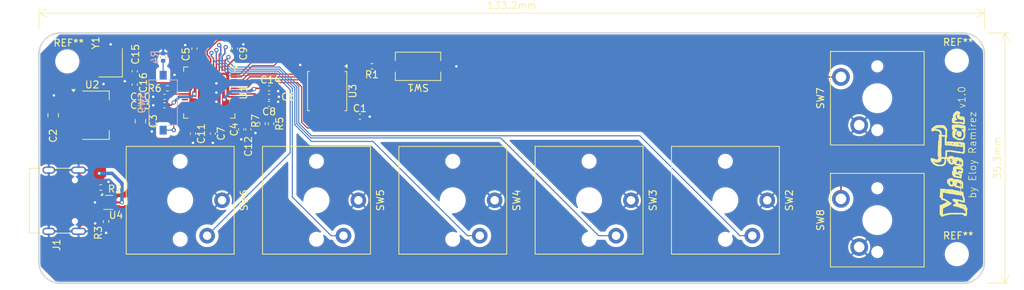
<source format=kicad_pcb>
(kicad_pcb (version 20241229) (generator "pcbnew") (generator_version "9.0")
  (layers (0 "F.Cu" signal) (2 "B.Cu" signal) (13 "F.Paste" user) (15 "B.Paste" user) (5 "F.SilkS" user "F.Silkscreen") (7 "B.SilkS" user "B.Silkscreen") (1 "F.Mask" user) (3 "B.Mask" user) (25 "Edge.Cuts" user))
  (net 0 "")
  (net 1 "/D-")
  (net 2 "GND")
  (net 3 "+3V3")
  (net 4 "VBUS")
  (net 5 "+1V1")
  (net 6 "/XIN")
  (net 7 "Net-(C16-Pad2)")
  (net 8 "/D+")
  (net 9 "Net-(J1-CC2)")
  (net 10 "Net-(J1-CC1)")
  (net 11 "/QPSI_SS")
  (net 12 "/~{USB_BOOT}")
  (net 13 "Net-(R4-Pad2)")
  (net 14 "/XOUT")
  (net 15 "/GREEN")
  (net 16 "/RED")
  (net 17 "/YELLOW")
  (net 18 "/BLUE")
  (net 19 "/ORANGE")
  (net 20 "/UP")
  (net 21 "/DOWN")
  (net 22 "Net-(U1-RUN)")
  (net 24 "/QSPI_SCLK")
  (net 30 "/QSPI_SD1")
  (net 31 "/QSPI_SD0")
  (net 41 "/QSPI_SD2")
  (net 47 "/QSPI_SD3")
  (net 53 "Net-(U1-USB_DP)")
  (net 54 "Net-(U1-USB_DM)")
  (net 55 "Net-(J1-D--PadA7)")
  (net 56 "Net-(J1-D+-PadA6)")
  (footprint "Resistor_SMD:R_0402_1005Metric" (layer "F.Cu") (at 126.4075 68.1 180)
    (property "Reference" "R1")
    (property "Value" "1K")
  )
  (footprint "PCM_Switch_Keyboard_Kailh:SW_Kailh_Choc_V1" (layer "F.Cu") (at 176.2 87 -90)
    (property "Reference" "SW2")
    (property "Value" "SW_Green")
  )
  (footprint "Package_TO_SOT_SMD:SOT-666" (layer "F.Cu") (at 89.265 87.3)
    (property "Reference" "U4")
    (property "Value" "USBLC6-2P6")
  )
  (footprint "Capacitor_SMD:C_0402_1005Metric" (layer "F.Cu") (at 109 77 -90)
    (property "Reference" "C12")
    (property "Value" "100n")
  )
  (footprint "Capacitor_SMD:C_0805_2012Metric" (layer "F.Cu") (at 81.5 75 90)
    (property "Reference" "C2")
    (property "Value" "10u")
  )
  (footprint "Resistor_SMD:R_0402_1005Metric" (layer "F.Cu") (at 88.2 85.2)
    (property "Reference" "R2")
    (property "Value" "5.1K")
  )
  (footprint "PCM_Switch_Keyboard_Kailh:SW_Kailh_Choc_V1" (layer "F.Cu") (at 118.6 87 -90)
    (property "Reference" "SW5")
    (property "Value" "SW_Blue")
  )
  (footprint "Resistor_SMD:R_0402_1005Metric" (layer "F.Cu") (at 112.2 76.2 90)
    (property "Reference" "R5")
    (property "Value" "27.4")
  )
  (footprint "Package_TO_SOT_SMD:SOT-223-3_TabPin2" (layer "F.Cu") (at 87.5 75)
    (property "Reference" "U2")
    (property "Value" "NCP1117-3.3_SOT223")
  )
  (footprint "Capacitor_SMD:C_0402_1005Metric" (layer "F.Cu") (at 97.2 72.4 180)
    (property "Reference" "C10")
    (property "Value" "100n")
  )
  (footprint "MountingHole:MountingHole_3.2mm_M3" (layer "F.Cu") (at 208.8 67.3)
    (property "Reference" "REF**")
    (property "Value" "MountingHole_3.2mm_M3")
  )
  (footprint "PCM_Switch_Keyboard_Kailh:SW_Kailh_Choc_V1" (layer "F.Cu") (at 157 87 -90)
    (property "Reference" "SW3")
    (property "Value" "SW_Red")
  )
  (footprint "Capacitor_SMD:C_0402_1005Metric" (layer "F.Cu") (at 124.7075 75.2)
    (property "Reference" "C1")
    (property "Value" "100n")
  )
  (footprint "MountingHole:MountingHole_3.2mm_M3" (layer "F.Cu") (at 83.5 67.4)
    (property "Reference" "REF**")
    (property "Value" "MountingHole_3.2mm_M3")
  )
  (footprint "" (layer "F.Cu") (at 104.5 73.1)
    (property "Reference" "")
    (property "Value" "")
  )
  (footprint "Package_DFN_QFN:QFN-56-1EP_7x7mm_P0.4mm_EP3.2x3.2mm" (layer "F.Cu") (at 103.5 71.8 -90)
    (property "Reference" "U1")
    (property "Value" "RP2040")
  )
  (footprint "Capacitor_SMD:C_0402_1005Metric" (layer "F.Cu") (at 101.4 65.6 90)
    (property "Reference" "C5")
    (property "Value" "100n")
  )
  (footprint "PCM_Switch_Keyboard_Kailh:SW_Kailh_KH" (layer "F.Cu") (at 197.6 72.6 90)
    (property "Reference" "SW7")
    (property "Value" "SW_Up")
  )
  (footprint "Capacitor_SMD:C_0805_2012Metric" (layer "F.Cu") (at 93.8 75.85 -90)
    (property "Reference" "C3")
    (property "Value" "10u")
  )
  (footprint "Capacitor_SMD:C_0402_1005Metric" (layer "F.Cu") (at 93 70.68 -90)
    (property "Reference" "C16")
    (property "Value" "15p")
  )
  (footprint "Capacitor_SMD:C_0402_1005Metric" (layer "F.Cu") (at 93 68.8 90)
    (property "Reference" "C15")
    (property "Value" "15p")
  )
  (footprint "Crystal:Crystal_SMD_Abracon_ABM8G-4Pin_3.2x2.5mm" (layer "F.Cu") (at 89.6 67.6 90)
    (property "Reference" "Y1")
    (property "Value" "ABM8-272-T3")
  )
  (footprint "Capacitor_SMD:C_0402_1005Metric" (layer "F.Cu") (at 104 77.6 -90)
    (property "Reference" "C7")
    (property "Value" "100n")
  )
  (footprint "PCM_Switch_Keyboard_Kailh:SW_Kailh_KH" (layer "F.Cu") (at 197.6 89.8 90)
    (property "Reference" "SW8")
    (property "Value" "SW_Down")
  )
  (footprint "Button_Switch_SMD:SW_Tactile_SPST_NO_Straight_CK_PTS636Sx25SMTRLFS" (layer "F.Cu") (at 132.9075 68.1 180)
    (property "Reference" "SW1")
    (property "Value" "BOOTSEL")
  )
  (footprint "Resistor_SMD:R_0402_1005Metric" (layer "F.Cu") (at 88.965 90 90)
    (property "Reference" "R3")
    (property "Value" "5.1K")
  )
  (footprint "Package_SO:SOIC-8_5.3x5.3mm_P1.27mm" (layer "F.Cu") (at 120.1075 71.6 -90)
    (property "Reference" "U3")
    (property "Value" "W25Q128JVS")
  )
  (footprint "" (layer "F.Cu") (at 104.5 71.8)
    (property "Reference" "")
    (property "Value" "")
  )
  (footprint "Connector_USB:USB_C_Receptacle_G-Switch_GT-USB-7010ASV" (layer "F.Cu") (at 81.965 87.06 -90)
    (property "Reference" "J1")
    (property "Value" "USB_C_Receptacle_USB2.0_14P")
  )
  (footprint "PCM_Switch_Keyboard_Kailh:SW_Kailh_Choc_V1" (layer "F.Cu") (at 137.8 87 -90)
    (property "Reference" "SW4")
    (property "Value" "SW_Yellow")
  )
  (footprint "Capacitor_SMD:C_0402_1005Metric" (layer "F.Cu") (at 111.92 73.4)
    (property "Reference" "C8")
    (property "Value" "100n")
  )
  (footprint "Resistor_SMD:R_0402_1005Metric" (layer "F.Cu") (at 97.6 71.2)
    (property "Reference" "R6")
    (property "Value" "1k")
  )
  (footprint "MountingHole:MountingHole_3.2mm_M3" (layer "F.Cu") (at 208.8 94.6)
    (property "Reference" "REF**")
    (property "Value" "MountingHole_3.2mm_M3")
  )
  (footprint "" (layer "F.Cu") (at 104.5 70.5)
    (property "Reference" "")
    (property "Value" "")
  )
  (footprint "Capacitor_SMD:C_0402_1005Metric" (layer "F.Cu") (at 111.92 72.4)
    (property "Reference" "C6")
    (property "Value" "100n")
  )
  (footprint "PCM_Switch_Keyboard_Kailh:SW_Kailh_Choc_V1" (layer "F.Cu") (at 99.4 87 -90)
    (property "Reference" "SW6")
    (property "Value" "SW_Orange")
  )
  (footprint "Capacitor_SMD:C_0402_1005Metric" (layer "F.Cu") (at 111.92 71.2)
    (property "Reference" "C14")
    (property "Value" "1u")
  )
  (footprint "Capacitor_SMD:C_0402_1005Metric" (layer "F.Cu") (at 107.1 65.6 90)
    (property "Reference" "C9")
    (property "Value" "100n")
  )
  (footprint "Capacitor_SMD:C_0402_1005Metric" (layer "F.Cu") (at 108 77 -90)
    (property "Reference" "C4")
    (property "Value" "1u")
  )
  (footprint "Capacitor_SMD:C_0402_1005Metric" (layer "F.Cu") (at 101.2 77.6 -90)
    (property "Reference" "C11")
    (property "Value" "100n")
  )
  (footprint "Capacitor_SMD:C_0402_1005Metric" (layer "F.Cu") (at 97.18 73.6 180)
    (property "Reference" "C13")
    (property "Value" "100n")
  )
  (footprint "Resistor_SMD:R_0402_1005Metric" (layer "F.Cu") (at 111 76.2 90)
    (property "Reference" "R7")
    (property "Value" "27.4")
  )
  (footprint "Button_Switch_SMD:SW_Tactile_SPST_NO_Straight_CK_PTS636Sx25SMTRLFS" (layer "B.Cu") (at 97 73.225 -90)
    (property "Reference" "SW9")
    (property "Value" "RESET")
  )
  (footprint "Resistor_SMD:R_0402_1005Metric" (layer "B.Cu") (at 97 66.8 -90)
    (property "Reference" "R4")
    (property "Value" "4.7K")
  )
  (gr_curve (pts (xy 208.973154 77.461642) (xy 208.97363 77.429058) (xy 209.001372 77.411159) (xy 209.051497 77.411159)) (stroke (width 0.1)) (layer "F.SilkS"))
  (gr_curve (pts (xy 209.295298 81.248861) (xy 209.312403 81.247234) (xy 209.321571 81.25156) (xy 209.340938 81.270371)) (stroke (width 0.1)) (layer "F.SilkS"))
  (gr_line (start 208.070025 81.019428) (end 208.037402 81.021491) (stroke (width 0.1)) (layer "F.SilkS"))
  (gr_line (start 209.533224 76.66043) (end 209.514769 76.637254) (stroke (width 0.1)) (layer "F.SilkS"))
  (gr_curve (pts (xy 207.727125 81.051971) (xy 207.738278 81.056257) (xy 207.728157 81.075665) (xy 207.714743 81.075665)) (stroke (width 0.1)) (layer "F.SilkS"))
  (gr_line (start 208.151742 85.967625) (end 208.045895 85.953615) (stroke (width 0.1)) (layer "F.SilkS"))
  (gr_line (start 209.072809 78.932539) (end 209.166472 78.932539) (stroke (width 0.1)) (layer "F.SilkS"))
  (gr_line (start 207.419746 85.831537) (end 207.362278 85.831537) (stroke (width 0.1)) (layer "F.SilkS"))
  (gr_line (start 208.984029 81.150197) (end 209.017922 81.171152) (stroke (width 0.1)) (layer "F.SilkS"))
  (gr_line (start 208.885961 82.365509) (end 208.881952 82.357213) (stroke (width 0.1)) (layer "F.SilkS"))
  (gr_curve (pts (xy 208.546156 84.508276) (xy 208.527106 84.527326) (xy 208.514605 84.489742) (xy 208.532067 84.46589)) (stroke (width 0.1)) (layer "F.SilkS"))
  (gr_curve (pts (xy 206.683265 88.562672) (xy 206.680447 88.676733) (xy 206.677232 88.681535) (xy 206.633894 88.63657)) (stroke (width 0.1)) (layer "F.SilkS"))
  (gr_line (start 209.772818 87.9393) (end 209.722573 87.874847) (stroke (width 0.1)) (layer "F.SilkS"))
  (gr_curve (pts (xy 206.314092 80.599415) (xy 206.319767 80.590922) (xy 206.322625 80.591675) (xy 206.333539 80.604733)) (stroke (width 0.1)) (layer "F.SilkS"))
  (gr_line (start 208.711653 87.053237) (end 208.723758 87.083002) (stroke (width 0.1)) (layer "F.SilkS"))
  (gr_curve (pts (xy 209.409478 83.738021) (xy 209.421583 83.727067) (xy 209.422734 83.717661) (xy 209.422734 83.627253)) (stroke (width 0.1)) (layer "F.SilkS"))
  (gr_line (start 208.357006 77.686154) (end 208.823175 77.661429) (stroke (width 0.1)) (layer "F.SilkS"))
  (gr_line (start 207.69482 85.728666) (end 207.729388 85.775498) (stroke (width 0.1)) (layer "F.SilkS"))
  (gr_line (start 208.731497 78.935834) (end 208.746102 78.964766) (stroke (width 0.1)) (layer "F.SilkS"))
  (gr_line (start 209.756863 75.971059) (end 209.746822 76.015508) (stroke (width 0.1)) (layer "F.SilkS"))
  (gr_line (start 206.909087 87.913186) (end 206.894244 87.930251) (stroke (width 0.1)) (layer "F.SilkS"))
  (gr_line (start 209.4804 76.457627) (end 209.459048 76.435006) (stroke (width 0.1)) (layer "F.SilkS"))
  (gr_line (start 209.892356 87.271042) (end 209.892356 87.1011) (stroke (width 0.1)) (layer "F.SilkS"))
  (gr_line (start 205.684608 81.538659) (end 205.710286 81.553462) (stroke (width 0.1)) (layer "F.SilkS"))
  (gr_curve (pts (xy 209.756546 86.992793) (xy 209.776945 87.019741) (xy 209.76738 87.116379) (xy 209.746782 87.091535)) (stroke (width 0.1)) (layer "F.SilkS"))
  (gr_line (start 206.234717 78.742397) (end 206.221263 78.785259) (stroke (width 0.1)) (layer "F.SilkS"))
  (gr_line (start 206.488915 78.281624) (end 206.641831 77.830497) (stroke (width 0.1)) (layer "F.SilkS"))
  (gr_line (start 210.206126 88.119838) (end 210.196641 88.104995) (stroke (width 0.1)) (layer "F.SilkS"))
  (gr_curve (pts (xy 208.873697 77.785769) (xy 208.873697 77.825973) (xy 208.970495 77.953568) (xy 209.001015 77.953568)) (stroke (width 0.1)) (layer "F.SilkS"))
  (gr_line (start 208.671252 82.018243) (end 208.784797 82.020306) (stroke (width 0.1)) (layer "F.SilkS"))
  (gr_line (start 209.597875 84.461722) (end 209.567633 84.42132) (stroke (width 0.1)) (layer "F.SilkS"))
  (gr_line (start 208.520597 74.907989) (end 208.271494 75.052987) (stroke (width 0.1)) (layer "F.SilkS"))
  (gr_curve (pts (xy 208.215043 80.028034) (xy 208.186746 80.00053) (xy 208.172181 79.997475) (xy 208.070462 79.997475)) (stroke (width 0.1)) (layer "F.SilkS"))
  (gr_curve (pts (xy 207.844045 84.13811) (xy 207.801777 84.138309) (xy 207.796221 84.132078) (xy 207.817771 84.108781)) (stroke (width 0.1)) (layer "F.SilkS"))
  (gr_line (start 206.426328 80.887149) (end 206.4197 80.897071) (stroke (width 0.1)) (layer "F.SilkS"))
  (gr_line (start 205.176529 81.320299) (end 205.189586 81.359986) (stroke (width 0.1)) (layer "F.SilkS"))
  (gr_curve (pts (xy 209.521834 84.898563) (xy 209.521754 85.178955) (xy 209.517468 85.22019) (xy 209.495481 85.153555)) (stroke (width 0.1)) (layer "F.SilkS"))
  (gr_curve (pts (xy 209.459088 83.463502) (xy 209.494806 83.433856) (xy 209.458135 83.364284) (xy 209.406819 83.364284)) (stroke (width 0.1)) (layer "F.SilkS"))
  (gr_line (start 208.836034 77.411675) (end 208.823135 77.4745) (stroke (width 0.1)) (layer "F.SilkS"))
  (gr_curve (pts (xy 209.210843 75.53656) (xy 209.229536 75.553426) (xy 209.245331 75.561325) (xy 209.265453 75.563825)) (stroke (width 0.1)) (layer "F.SilkS"))
  (gr_curve (pts (xy 207.307628 78.498516) (xy 207.306081 78.271466) (xy 207.307113 78.241183) (xy 207.316479 78.230825)) (stroke (width 0.1)) (layer "F.SilkS"))
  (gr_line (start 209.006015 79.028028) (end 208.989148 78.982148) (stroke (width 0.1)) (layer "F.SilkS"))
  (gr_line (start 208.848377 75.152861) (end 208.846194 75.274464) (stroke (width 0.1)) (layer "F.SilkS"))
  (gr_line (start 209.413606 76.637254) (end 209.308077 76.632847) (stroke (width 0.1)) (layer "F.SilkS"))
  (gr_line (start 206.207928 81.180717) (end 206.155778 81.24267) (stroke (width 0.1)) (layer "F.SilkS"))
  (gr_line (start 209.625299 87.081693) (end 209.512031 87.081693) (stroke (width 0.1)) (layer "F.SilkS"))
  (gr_line (start 209.372966 86.029339) (end 209.346098 85.991755) (stroke (width 0.1)) (layer "F.SilkS"))
  (gr_line (start 206.300558 81.446068) (end 206.230669 81.446068) (stroke (width 0.1)) (layer "F.SilkS"))
  (gr_curve (pts (xy 207.444987 85.779189) (xy 207.493485 85.828441) (xy 207.492017 85.831537) (xy 207.419746 85.831537)) (stroke (width 0.1)) (layer "F.SilkS"))
  (gr_curve (pts (xy 207.517179 87.773446) (xy 207.536149 87.754912) (xy 207.546746 87.749752) (xy 207.565955 87.749752)) (stroke (width 0.1)) (layer "F.SilkS"))
  (gr_curve (pts (xy 207.74054 78.879597) (xy 207.822613 78.879597) (xy 207.82309 78.879716) (xy 207.84206 78.898646)) (stroke (width 0.1)) (layer "F.SilkS"))
  (gr_line (start 209.220645 87.83639) (end 209.142501 87.827937) (stroke (width 0.1)) (layer "F.SilkS"))
  (gr_line (start 208.480156 75.668242) (end 208.610252 75.66491) (stroke (width 0.1)) (layer "F.SilkS"))
  (gr_line (start 205.622656 76.615067) (end 205.559791 76.679043) (stroke (width 0.1)) (layer "F.SilkS"))
  (gr_curve (pts (xy 208.034465 84.13692) (xy 207.983387 84.139817) (xy 207.967592 84.130887) (xy 207.990333 84.112036)) (stroke (width 0.1)) (layer "F.SilkS"))
  (gr_curve (pts (xy 209.399477 79.150424) (xy 209.409796 79.197414) (xy 209.475439 79.219163) (xy 209.518302 79.189793)) (stroke (width 0.1)) (layer "F.SilkS"))
  (gr_line (start 208.794124 83.046625) (end 208.75396 82.995388) (stroke (width 0.1)) (layer "F.SilkS"))
  (gr_curve (pts (xy 209.892356 79.831145) (xy 209.895412 79.49265) (xy 209.896603 79.46205) (xy 209.907239 79.450303)) (stroke (width 0.1)) (layer "F.SilkS"))
  (gr_curve (pts (xy 209.675027 77.232565) (xy 209.691617 77.232565) (xy 209.720391 77.29293) (xy 209.720391 77.327735)) (stroke (width 0.1)) (layer "F.SilkS"))
  (gr_curve (pts (xy 206.708387 76.602527) (xy 206.696917 76.575102) (xy 206.706045 76.567879) (xy 206.754702 76.565895)) (stroke (width 0.1)) (layer "F.SilkS"))
  (gr_curve (pts (xy 208.045895 85.953615) (xy 208.004382 85.949409) (xy 208.00085 85.944725) (xy 208.000691 85.893766)) (stroke (width 0.1)) (layer "F.SilkS"))
  (gr_curve (pts (xy 209.805758 76.636181) (xy 209.837151 76.637214) (xy 209.838739 76.638245) (xy 209.852073 76.665829)) (stroke (width 0.1)) (layer "F.SilkS"))
  (gr_line (start 206.483756 77.179463) (end 206.456451 77.169541) (stroke (width 0.1)) (layer "F.SilkS"))
  (gr_line (start 209.616568 76.03944) (end 209.534534 76.036622) (stroke (width 0.1)) (layer "F.SilkS"))
  (gr_line (start 207.667951 84.440212) (end 207.652354 84.484305) (stroke (width 0.1)) (layer "F.SilkS"))
  (gr_line (start 208.505239 87.200755) (end 208.54064 87.223575) (stroke (width 0.1)) (layer "F.SilkS"))
  (gr_curve (pts (xy 206.582419 77.355081) (xy 206.578331 77.318846) (xy 206.575275 77.312892) (xy 206.54539 77.283604)) (stroke (width 0.1)) (layer "F.SilkS"))
  (gr_curve (pts (xy 208.989148 78.982148) (xy 208.963312 78.933571) (xy 208.965018 78.932539) (xy 209.072809 78.932539)) (stroke (width 0.1)) (layer "F.SilkS"))
  (gr_curve (pts (xy 206.682947 86.393789) (xy 206.686519 86.496778) (xy 206.649292 86.517098) (xy 206.6102 86.433477)) (stroke (width 0.1)) (layer "F.SilkS"))
  (gr_line (start 208.628984 79.032036) (end 208.602513 78.99207) (stroke (width 0.1)) (layer "F.SilkS"))
  (gr_line (start 208.570961 84.334326) (end 208.591717 84.336429) (stroke (width 0.1)) (layer "F.SilkS"))
  (gr_line (start 209.624466 82.176834) (end 209.644309 82.160642) (stroke (width 0.1)) (layer "F.SilkS"))
  (gr_curve (pts (xy 208.624698 83.058929) (xy 208.629778 83.076152) (xy 208.629143 83.082304) (xy 208.62184 83.086948)) (stroke (width 0.1)) (layer "F.SilkS"))
  (gr_curve (pts (xy 208.757571 76.582921) (xy 208.679228 76.581055) (xy 208.678554 76.580896) (xy 208.676292 76.564744)) (stroke (width 0.1)) (layer "F.SilkS"))
  (gr_line (start 206.809312 87.801425) (end 206.838086 87.840081) (stroke (width 0.1)) (layer "F.SilkS"))
  (gr_line (start 208.523138 77.634918) (end 208.536353 77.609596) (stroke (width 0.1)) (layer "F.SilkS"))
  (gr_line (start 207.667594 81.325339) (end 207.652354 81.368836) (stroke (width 0.1)) (layer "F.SilkS"))
  (gr_line (start 209.43595 83.511604) (end 209.449166 83.483267) (stroke (width 0.1)) (layer "F.SilkS"))
  (gr_curve (pts (xy 209.02455 86.944255) (xy 208.994347 86.903178) (xy 208.99399 86.903099) (xy 208.793251 86.903099)) (stroke (width 0.1)) (layer "F.SilkS"))
  (gr_line (start 207.915165 87.548219) (end 207.950606 87.524923) (stroke (width 0.1)) (layer "F.SilkS"))
  (gr_curve (pts (xy 208.288108 76.809099) (xy 208.276242 76.799217) (xy 208.27644 76.644555) (xy 208.288307 76.642929)) (stroke (width 0.1)) (layer "F.SilkS"))
  (gr_line (start 209.017922 81.171152) (end 209.053521 81.194727) (stroke (width 0.1)) (layer "F.SilkS"))
  (gr_line (start 207.026403 76.521524) (end 206.977865 76.485131) (stroke (width 0.1)) (layer "F.SilkS"))
  (gr_line (start 208.676292 76.564744) (end 208.661409 76.532398) (stroke (width 0.1)) (layer "F.SilkS"))
  (gr_line (start 208.570286 87.070263) (end 208.736974 87.62565) (stroke (width 0.1)) (layer "F.SilkS"))
  (gr_line (start 206.299249 77.060599) (end 206.207134 77.060599) (stroke (width 0.1)) (layer "F.SilkS"))
  (gr_line (start 208.001882 84.073182) (end 208.003906 84.042306) (stroke (width 0.1)) (layer "F.SilkS"))
  (gr_line (start 206.221263 81.153214) (end 206.408746 80.447055) (stroke (width 0.1)) (layer "F.SilkS"))
  (gr_curve (pts (xy 209.361457 82.967408) (xy 209.340343 82.94447) (xy 209.333398 82.940977) (xy 209.308831 82.940977)) (stroke (width 0.1)) (layer "F.SilkS"))
  (gr_curve (pts (xy 209.091185 84.357265) (xy 209.066658 84.373259) (xy 209.003396 84.360876) (xy 208.998991 84.339207)) (stroke (width 0.1)) (layer "F.SilkS"))
  (gr_line (start 209.10833 75.31681) (end 209.122339 75.290497) (stroke (width 0.1)) (layer "F.SilkS"))
  (gr_line (start 206.595159 79.474909) (end 206.605993 79.414306) (stroke (width 0.1)) (layer "F.SilkS"))
  (gr_line (start 208.360101 76.818981) (end 208.351172 76.84585) (stroke (width 0.1)) (layer "F.SilkS"))
  (gr_line (start 210.196641 88.104995) (end 210.129132 87.968827) (stroke (width 0.1)) (layer "F.SilkS"))
  (gr_line (start 209.272199 75.377176) (end 209.289424 75.358721) (stroke (width 0.1)) (layer "F.SilkS"))
  (gr_curve (pts (xy 206.879599 82.094284) (xy 206.914127 82.094284) (xy 206.91881 82.092379) (xy 206.943813 82.067852)) (stroke (width 0.1)) (layer "F.SilkS"))
  (gr_line (start 207.599808 79.228688) (end 207.951995 79.230512) (stroke (width 0.1)) (layer "F.SilkS"))
  (gr_line (start 209.262039 82.917799) (end 209.243545 82.894662) (stroke (width 0.1)) (layer "F.SilkS"))
  (gr_curve (pts (xy 209.240648 82.447265) (xy 209.189133 82.394481) (xy 209.183537 82.372096) (xy 209.221836 82.372096)) (stroke (width 0.1)) (layer "F.SilkS"))
  (gr_line (start 209.845723 80.212858) (end 209.871361 80.20127) (stroke (width 0.1)) (layer "F.SilkS"))
  (gr_line (start 207.109588 87.66113) (end 207.148958 87.677005) (stroke (width 0.1)) (layer "F.SilkS"))
  (gr_curve (pts (xy 206.198125 77.205618) (xy 206.219397 77.225383) (xy 206.271745 77.252409) (xy 206.288692 77.252409)) (stroke (width 0.1)) (layer "F.SilkS"))
  (gr_curve (pts (xy 206.947306 85.885988) (xy 207.063947 85.884479) (xy 207.091292 85.885948) (xy 207.107762 85.894441)) (stroke (width 0.1)) (layer "F.SilkS"))
  (gr_curve (pts (xy 209.327286 77.937931) (xy 209.388523 77.877091) (xy 209.396262 77.866812) (xy 209.396262 77.846332)) (stroke (width 0.1)) (layer "F.SilkS"))
  (gr_line (start 206.871264 85.434661) (end 206.642704 85.434661) (stroke (width 0.1)) (layer "F.SilkS"))
  (gr_line (start 208.331328 86.105936) (end 208.48345 86.119112) (stroke (width 0.1)) (layer "F.SilkS"))
  (gr_line (start 208.76158 81.895846) (end 208.732291 81.867748) (stroke (width 0.1)) (layer "F.SilkS"))
  (gr_line (start 209.806353 86.640249) (end 209.793137 86.588814) (stroke (width 0.1)) (layer "F.SilkS"))
  (gr_line (start 209.359472 79.071088) (end 209.373125 79.097878) (stroke (width 0.1)) (layer "F.SilkS"))
  (gr_line (start 206.498599 87.727329) (end 206.452998 87.746538) (stroke (width 0.1)) (layer "F.SilkS"))
  (gr_curve (pts (xy 206.698783 87.652637) (xy 206.674414 87.67641) (xy 206.672589 87.677005) (xy 206.623218 87.677005)) (stroke (width 0.1)) (layer "F.SilkS"))
  (gr_line (start 207.251034 85.933414) (end 207.268259 85.953893) (stroke (width 0.1)) (layer "F.SilkS"))
  (gr_line (start 206.555312 88.91208) (end 206.557138 88.86505) (stroke (width 0.1)) (layer "F.SilkS"))
  (gr_line (start 206.557217 81.396459) (end 206.57091 81.344547) (stroke (width 0.1)) (layer "F.SilkS"))
  (gr_line (start 206.162962 81.434479) (end 206.182964 81.420866) (stroke (width 0.1)) (layer "F.SilkS"))
  (gr_curve (pts (xy 205.690839 81.968633) (xy 205.724455 81.968633) (xy 205.727947 81.9703) (xy 205.763706 82.004153)) (stroke (width 0.1)) (layer "F.SilkS"))
  (gr_line (start 208.767374 78.354095) (end 208.818651 78.381518) (stroke (width 0.1)) (layer "F.SilkS"))
  (gr_line (start 206.502369 78.155419) (end 206.504274 78.216379) (stroke (width 0.1)) (layer "F.SilkS"))
  (gr_line (start 208.599655 75.066899) (end 208.63966 75.012289) (stroke (width 0.1)) (layer "F.SilkS"))
  (gr_curve (pts (xy 205.952975 81.922318) (xy 205.929798 81.922318) (xy 205.920471 81.918786) (xy 205.90916 81.905768)) (stroke (width 0.1)) (layer "F.SilkS"))
  (gr_line (start 208.020218 83.913321) (end 207.870397 83.913321) (stroke (width 0.1)) (layer "F.SilkS"))
  (gr_line (start 207.588814 85.634488) (end 207.646719 85.636393) (stroke (width 0.1)) (layer "F.SilkS"))
  (gr_line (start 208.85048 76.710039) (end 208.742411 76.362774) (stroke (width 0.1)) (layer "F.SilkS"))
  (gr_line (start 208.24727 79.326081) (end 208.433166 79.328065) (stroke (width 0.1)) (layer "F.SilkS"))
  (gr_curve (pts (xy 208.822659 74.604935) (xy 208.827461 74.592077) (xy 208.837621 74.589775) (xy 208.843971 74.600054)) (stroke (width 0.1)) (layer "F.SilkS"))
  (gr_line (start 209.114362 83.814102) (end 209.240687 83.817396) (stroke (width 0.1)) (layer "F.SilkS"))
  (gr_line (start 205.600233 81.197942) (end 205.577809 81.174883) (stroke (width 0.1)) (layer "F.SilkS"))
  (gr_line (start 206.437996 88.997884) (end 206.535865 89.104565) (stroke (width 0.1)) (layer "F.SilkS"))
  (gr_line (start 208.321406 75.383803) (end 208.269614 75.388009) (stroke (width 0.1)) (layer "F.SilkS"))
  (gr_line (start 208.784797 82.020306) (end 208.898383 82.02237) (stroke (width 0.1)) (layer "F.SilkS"))
  (gr_curve (pts (xy 209.812585 80.278343) (xy 209.786827 80.262427) (xy 209.794209 80.222383) (xy 209.822903 80.222383)) (stroke (width 0.1)) (layer "F.SilkS"))
  (gr_line (start 208.547664 81.91569) (end 208.613625 81.966966) (stroke (width 0.1)) (layer "F.SilkS"))
  (gr_curve (pts (xy 206.429741 80.452214) (xy 206.424502 80.473367) (xy 206.413469 80.470669) (xy 206.408746 80.447055)) (stroke (width 0.1)) (layer "F.SilkS"))
  (gr_line (start 205.284796 77.199505) (end 205.313848 77.216055) (stroke (width 0.1)) (layer "F.SilkS"))
  (gr_line (start 207.343387 78.104936) (end 207.352356 78.069575) (stroke (width 0.1)) (layer "F.SilkS"))
  (gr_curve (pts (xy 210.057734 87.847185) (xy 210.046741 87.833215) (xy 210.044478 87.820356) (xy 210.044478 87.771462)) (stroke (width 0.1)) (layer "F.SilkS"))
  (gr_line (start 209.041615 77.980039) (end 209.070309 78.006472) (stroke (width 0.1)) (layer "F.SilkS"))
  (gr_line (start 208.742411 76.362774) (end 208.292275 76.362774) (stroke (width 0.1)) (layer "F.SilkS"))
  (gr_line (start 209.909541 78.078704) (end 209.918828 78.009884) (stroke (width 0.1)) (layer "F.SilkS"))
  (gr_line (start 207.246073 81.193854) (end 207.245161 81.17278) (stroke (width 0.1)) (layer "F.SilkS"))
  (gr_line (start 207.341363 87.524883) (end 207.38363 87.511628) (stroke (width 0.1)) (layer "F.SilkS"))
  (gr_line (start 208.876872 81.895846) (end 208.76158 81.895846) (stroke (width 0.1)) (layer "F.SilkS"))
  (gr_line (start 207.107286 76.576094) (end 207.076211 76.557879) (stroke (width 0.1)) (layer "F.SilkS"))
  (gr_curve (pts (xy 206.819353 82.116668) (xy 206.839991 82.096625) (xy 206.846261 82.094284) (xy 206.879599 82.094284)) (stroke (width 0.1)) (layer "F.SilkS"))
  (gr_line (start 207.999064 85.685804) (end 208.076653 85.689336) (stroke (width 0.1)) (layer "F.SilkS"))
  (gr_line (start 208.238737 81.526951) (end 208.225521 81.567909) (stroke (width 0.1)) (layer "F.SilkS"))
  (gr_curve (pts (xy 209.737218 76.833985) (xy 209.761348 76.857439) (xy 209.765316 76.858867) (xy 209.812624 76.86121)) (stroke (width 0.1)) (layer "F.SilkS"))
  (gr_line (start 206.407238 77.388776) (end 206.43371 77.441519) (stroke (width 0.1)) (layer "F.SilkS"))
  (gr_line (start 207.18039 76.657375) (end 207.152927 76.620226) (stroke (width 0.1)) (layer "F.SilkS"))
  (gr_line (start 209.01939 82.345188) (end 209.026177 82.363048) (stroke (width 0.1)) (layer "F.SilkS"))
  (gr_line (start 209.014945 85.733984) (end 208.994149 85.70918) (stroke (width 0.1)) (layer "F.SilkS"))
  (gr_line (start 208.926759 74.864571) (end 208.93676 74.887311) (stroke (width 0.1)) (layer "F.SilkS"))
  (gr_line (start 208.529765 79.18519) (end 207.968505 79.074501) (stroke (width 0.1)) (layer "F.SilkS"))
  (gr_curve (pts (xy 209.373958 81.293946) (xy 209.386103 81.293946) (xy 209.405153 81.324743) (xy 209.400509 81.336888)) (stroke (width 0.1)) (layer "F.SilkS"))
  (gr_line (start 205.761801 77.133347) (end 205.950038 77.133347) (stroke (width 0.1)) (layer "F.SilkS"))
  (gr_line (start 207.875715 87.575683) (end 207.915165 87.548219) (stroke (width 0.1)) (layer "F.SilkS"))
  (gr_line (start 209.128372 81.067369) (end 209.109719 81.045066) (stroke (width 0.1)) (layer "F.SilkS"))
  (gr_curve (pts (xy 206.793358 86.57905) (xy 206.801811 86.572026) (xy 206.803478 86.522496) (xy 206.804947 86.229285)) (stroke (width 0.1)) (layer "F.SilkS"))
  (gr_curve (pts (xy 208.782813 80.230598) (xy 208.792999 80.237491) (xy 208.803186 80.244382) (xy 208.813372 80.251276)) (stroke (width 0.1)) (layer "F.SilkS"))
  (gr_line (start 209.367132 76.161003) (end 209.437895 76.161003) (stroke (width 0.1)) (layer "F.SilkS"))
  (gr_curve (pts (xy 209.123252 75.049753) (xy 209.120117 75.0261) (xy 209.114164 75.015502) (xy 209.094082 74.997922)) (stroke (width 0.1)) (layer "F.SilkS"))
  (gr_curve (pts (xy 208.508612 77.902371) (xy 208.494007 77.88475) (xy 208.496547 77.674327) (xy 208.511549 77.657737)) (stroke (width 0.1)) (layer "F.SilkS"))
  (gr_line (start 207.245161 81.17278) (end 207.255678 81.146744) (stroke (width 0.1)) (layer "F.SilkS"))
  (gr_line (start 208.553022 82.563946) (end 208.482379 82.792784) (stroke (width 0.1)) (layer "F.SilkS"))
  (gr_curve (pts (xy 209.699832 78.376915) (xy 209.714556 78.376915) (xy 209.746822 78.34334) (xy 209.746822 78.32802)) (stroke (width 0.1)) (layer "F.SilkS"))
  (gr_line (start 208.827422 87.62561) (end 208.847702 87.657757) (stroke (width 0.1)) (layer "F.SilkS"))
  (gr_curve (pts (xy 208.80988 77.539985) (xy 208.791266 77.567131) (xy 208.798331 77.631663) (xy 208.823175 77.661429)) (stroke (width 0.1)) (layer "F.SilkS"))
  (gr_line (start 207.996564 79.276472) (end 208.094473 79.276472) (stroke (width 0.1)) (layer "F.SilkS"))
  (gr_curve (pts (xy 206.639053 85.781253) (xy 206.667509 85.763671) (xy 206.699259 85.870748) (xy 206.680288 85.920278)) (stroke (width 0.1)) (layer "F.SilkS"))
  (gr_line (start 208.478132 75.437619) (end 208.271494 75.052987) (stroke (width 0.1)) (layer "F.SilkS"))
  (gr_line (start 205.977462 77.158152) (end 206.004886 77.182956) (stroke (width 0.1)) (layer "F.SilkS"))
  (gr_line (start 206.256267 80.966802) (end 206.243448 81.105232) (stroke (width 0.1)) (layer "F.SilkS"))
  (gr_line (start 208.724869 82.375431) (end 208.726973 82.400671) (stroke (width 0.1)) (layer "F.SilkS"))
  (gr_curve (pts (xy 209.340263 87.706374) (xy 209.327762 87.689864) (xy 209.327802 87.685935) (xy 209.340581 87.681014)) (stroke (width 0.1)) (layer "F.SilkS"))
  (gr_line (start 209.84604 76.187634) (end 209.856558 76.140524) (stroke (width 0.1)) (layer "F.SilkS"))
  (gr_line (start 208.043276 79.132089) (end 208.027957 79.114427) (stroke (width 0.1)) (layer "F.SilkS"))
  (gr_curve (pts (xy 206.433988 86.492373) (xy 206.436964 86.589211) (xy 206.44645 86.600998) (xy 206.522253 86.602307)) (stroke (width 0.1)) (layer "F.SilkS"))
  (gr_line (start 208.962796 80.997916) (end 208.941364 80.973112) (stroke (width 0.1)) (layer "F.SilkS"))
  (gr_line (start 208.940491 75.989038) (end 208.461384 75.984632) (stroke (width 0.1)) (layer "F.SilkS"))
  (gr_curve (pts (xy 205.96762 82.094284) (xy 205.999767 82.094284) (xy 206.006434 82.096745) (xy 206.024968 82.115437)) (stroke (width 0.1)) (layer "F.SilkS"))
  (gr_line (start 209.353281 87.551315) (end 209.334787 87.528177) (stroke (width 0.1)) (layer "F.SilkS"))
  (gr_line (start 208.179007 76.92713) (end 208.21556 76.980668) (stroke (width 0.1)) (layer "F.SilkS"))
  (gr_curve (pts (xy 208.432174 82.503105) (xy 208.445787 82.485959) (xy 208.459241 82.485642) (xy 208.479005 82.502073)) (stroke (width 0.1)) (layer "F.SilkS"))
  (gr_line (start 209.223265 74.708282) (end 209.225765 74.65903) (stroke (width 0.1)) (layer "F.SilkS"))
  (gr_line (start 208.941364 80.973112) (end 208.71586 80.973112) (stroke (width 0.1)) (layer "F.SilkS"))
  (gr_line (start 209.621172 84.506371) (end 209.611647 84.489146) (stroke (width 0.1)) (layer "F.SilkS"))
  (gr_line (start 209.507547 85.831537) (end 209.406185 85.831537) (stroke (width 0.1)) (layer "F.SilkS"))
  (gr_line (start 206.021912 76.760523) (end 206.046519 76.736472) (stroke (width 0.1)) (layer "F.SilkS"))
  (gr_line (start 209.908906 77.358256) (end 209.895531 77.331188) (stroke (width 0.1)) (layer "F.SilkS"))
  (gr_curve (pts (xy 206.463793 76.606415) (xy 206.443711 76.586333) (xy 206.460102 76.564506) (xy 206.495305 76.564506)) (stroke (width 0.1)) (layer "F.SilkS"))
  (gr_line (start 206.307266 80.354463) (end 206.320481 80.299933) (stroke (width 0.1)) (layer "F.SilkS"))
  (gr_line (start 208.365856 76.111394) (end 208.844329 76.114727) (stroke (width 0.1)) (layer "F.SilkS"))
  (gr_line (start 209.312919 84.213001) (end 209.29244 84.188593) (stroke (width 0.1)) (layer "F.SilkS"))
  (gr_line (start 208.489205 87.802219) (end 208.597472 87.802695) (stroke (width 0.1)) (layer "F.SilkS"))
  (gr_line (start 209.669947 87.624102) (end 209.605892 87.624102) (stroke (width 0.1)) (layer "F.SilkS"))
  (gr_line (start 209.17818 85.942582) (end 209.188102 85.979968) (stroke (width 0.1)) (layer "F.SilkS"))
  (gr_curve (pts (xy 209.070031 85.059377) (xy 209.033757 85.056241) (xy 209.02705 85.053304) (xy 209.0105 85.03358)) (stroke (width 0.1)) (layer "F.SilkS"))
  (gr_curve (pts (xy 209.5947 83.070239) (xy 209.5947 83.018923) (xy 209.596843 83.006144) (xy 209.607916 82.992094)) (stroke (width 0.1)) (layer "F.SilkS"))
  (gr_line (start 209.063959 83.665472) (end 209.044711 83.642096) (stroke (width 0.1)) (layer "F.SilkS"))
  (gr_curve (pts (xy 209.263191 83.088972) (xy 209.27847 83.104728) (xy 209.292797 83.112387) (xy 209.311728 83.114967)) (stroke (width 0.1)) (layer "F.SilkS"))
  (gr_line (start 209.396262 77.846332) (end 209.409478 77.808035) (stroke (width 0.1)) (layer "F.SilkS"))
  (gr_line (start 208.387724 80.050379) (end 208.238062 80.050379) (stroke (width 0.1)) (layer "F.SilkS"))
  (gr_line (start 207.968465 81.867748) (end 207.995889 81.892552) (stroke (width 0.1)) (layer "F.SilkS"))
  (gr_curve (pts (xy 208.590884 81.220127) (xy 208.601838 81.23108) (xy 208.591083 81.247631) (xy 208.572945 81.247631)) (stroke (width 0.1)) (layer "F.SilkS"))
  (gr_curve (pts (xy 207.067043 87.799362) (xy 207.050255 87.780272) (xy 207.042159 87.776224) (xy 207.020648 87.776224)) (stroke (width 0.1)) (layer "F.SilkS"))
  (gr_curve (pts (xy 207.799277 81.79631) (xy 207.851823 81.799803) (xy 207.856586 81.80139) (xy 207.875358 81.821472)) (stroke (width 0.1)) (layer "F.SilkS"))
  (gr_line (start 209.112378 82.894662) (end 209.057649 82.949232) (stroke (width 0.1)) (layer "F.SilkS"))
  (gr_line (start 205.758229 81.23108) (end 205.684965 81.22112) (stroke (width 0.1)) (layer "F.SilkS"))
  (gr_line (start 206.633894 88.63657) (end 206.580117 88.599025) (stroke (width 0.1)) (layer "F.SilkS"))
  (gr_curve (pts (xy 206.962347 89.020864) (xy 206.897141 89.023483) (xy 206.89472 89.024158) (xy 206.879797 89.043168)) (stroke (width 0.1)) (layer "F.SilkS"))
  (gr_curve (pts (xy 209.460397 87.200755) (xy 209.506911 87.200755) (xy 209.509689 87.201668) (xy 209.536121 87.22556)) (stroke (width 0.1)) (layer "F.SilkS"))
  (gr_line (start 208.370857 83.256969) (end 208.414592 83.384842) (stroke (width 0.1)) (layer "F.SilkS"))
  (gr_line (start 208.838931 83.615665) (end 208.814602 83.589193) (stroke (width 0.1)) (layer "F.SilkS"))
  (gr_curve (pts (xy 209.294067 77.706553) (xy 209.289463 77.724809) (xy 209.279502 77.726873) (xy 209.274977 77.710482)) (stroke (width 0.1)) (layer "F.SilkS"))
  (gr_line (start 208.219806 79.301277) (end 208.24727 79.326081) (stroke (width 0.1)) (layer "F.SilkS"))
  (gr_line (start 209.145358 80.300091) (end 209.16675 80.322794) (stroke (width 0.1)) (layer "F.SilkS"))
  (gr_line (start 209.316848 82.120756) (end 209.342486 82.143893) (stroke (width 0.1)) (layer "F.SilkS"))
  (gr_curve (pts (xy 205.851336 81.273546) (xy 205.838834 81.258544) (xy 205.825658 81.25156) (xy 205.801726 81.247075)) (stroke (width 0.1)) (layer "F.SilkS"))
  (gr_line (start 209.334787 87.528177) (end 209.316332 87.505039) (stroke (width 0.1)) (layer "F.SilkS"))
  (gr_line (start 208.404075 79.026242) (end 208.42126 79.053309) (stroke (width 0.1)) (layer "F.SilkS"))
  (gr_line (start 208.247826 81.063759) (end 208.141939 81.194727) (stroke (width 0.1)) (layer "F.SilkS"))
  (gr_line (start 208.614022 85.082435) (end 208.670458 85.133711) (stroke (width 0.1)) (layer "F.SilkS"))
  (gr_line (start 208.014344 85.560352) (end 207.989857 85.53388) (stroke (width 0.1)) (layer "F.SilkS"))
  (gr_curve (pts (xy 206.408746 80.447055) (xy 206.403151 80.418995) (xy 206.377711 80.400976) (xy 206.343857 80.400976)) (stroke (width 0.1)) (layer "F.SilkS"))
  (gr_line (start 209.740591 80.194246) (end 209.483535 80.202539) (stroke (width 0.1)) (layer "F.SilkS"))
  (gr_line (start 207.50297 87.626522) (end 207.451813 87.638707) (stroke (width 0.1)) (layer "F.SilkS"))
  (gr_curve (pts (xy 209.958516 88.920692) (xy 209.933393 88.920454) (xy 209.925218 88.916803) (xy 209.906326 88.897316)) (stroke (width 0.1)) (layer "F.SilkS"))
  (gr_curve (pts (xy 206.000124 81.945456) (xy 205.984606 81.925136) (xy 205.978891 81.922318) (xy 205.952975 81.922318)) (stroke (width 0.1)) (layer "F.SilkS"))
  (gr_line (start 208.32855 76.057577) (end 208.351807 76.094883) (stroke (width 0.1)) (layer "F.SilkS"))
  (gr_line (start 209.608948 85.831537) (end 209.507547 85.831537) (stroke (width 0.1)) (layer "F.SilkS"))
  (gr_line (start 209.122339 75.290497) (end 209.272199 75.377176) (stroke (width 0.1)) (layer "F.SilkS"))
  (gr_line (start 209.597875 81.346254) (end 209.567633 81.305852) (stroke (width 0.1)) (layer "F.SilkS"))
  (gr_line (start 208.226354 84.676075) (end 208.212107 84.717152) (stroke (width 0.1)) (layer "F.SilkS"))
  (gr_line (start 208.351172 76.84585) (end 208.342877 76.870893) (stroke (width 0.1)) (layer "F.SilkS"))
  (gr_curve (pts (xy 208.820794 77.096993) (xy 208.820794 77.02246) (xy 208.793409 76.996664) (xy 208.735465 77.016625)) (stroke (width 0.1)) (layer "F.SilkS"))
  (gr_line (start 208.398757 84.27408) (end 208.386732 84.210263) (stroke (width 0.1)) (layer "F.SilkS"))
  (gr_curve (pts (xy 207.181462 87.775946) (xy 207.149593 87.776184) (xy 207.144195 87.778486) (xy 207.125661 87.799362)) (stroke (width 0.1)) (layer "F.SilkS"))
  (gr_line (start 206.172209 76.583794) (end 206.19106 76.56407) (stroke (width 0.1)) (layer "F.SilkS"))
  (gr_line (start 206.502369 78.929207) (end 206.504235 79.084662) (stroke (width 0.1)) (layer "F.SilkS"))
  (gr_curve (pts (xy 208.202344 77.583164) (xy 208.202344 77.723739) (xy 208.203574 77.741874) (xy 208.213893 77.753306)) (stroke (width 0.1)) (layer "F.SilkS"))
  (gr_line (start 209.786351 78.906068) (end 209.697411 78.906068) (stroke (width 0.1)) (layer "F.SilkS"))
  (gr_line (start 207.000447 77.980039) (end 207.148323 77.980039) (stroke (width 0.1)) (layer "F.SilkS"))
  (gr_curve (pts (xy 206.799629 86.905083) (xy 206.831418 86.929332) (xy 206.832291 86.92957) (xy 206.895236 86.929769)) (stroke (width 0.1)) (layer "F.SilkS"))
  (gr_line (start 205.663733 76.61221) (end 205.622656 76.615067) (stroke (width 0.1)) (layer "F.SilkS"))
  (gr_curve (pts (xy 208.748047 81.560527) (xy 208.748047 81.524014) (xy 208.750864 81.510362) (xy 208.761262 81.497185)) (stroke (width 0.1)) (layer "F.SilkS"))
  (gr_curve (pts (xy 208.319422 82.411268) (xy 208.296125 82.459369) (xy 208.291283 82.731308) (xy 208.313111 82.762185)) (stroke (width 0.1)) (layer "F.SilkS"))
  (gr_line (start 208.364388 77.085485) (end 208.351569 77.114574) (stroke (width 0.1)) (layer "F.SilkS"))
  (gr_curve (pts (xy 208.851869 79.101211) (xy 208.856473 79.115578) (xy 208.862942 79.12161) (xy 208.875483 79.123079)) (stroke (width 0.1)) (layer "F.SilkS"))
  (gr_curve (pts (xy 209.647603 75.378406) (xy 209.647603 75.397257) (xy 209.686299 75.440039) (xy 209.703325 75.440039)) (stroke (width 0.1)) (layer "F.SilkS"))
  (gr_line (start 209.437895 76.161003) (end 209.508658 76.161003) (stroke (width 0.1)) (layer "F.SilkS"))
  (gr_line (start 209.422734 77.421834) (end 209.404954 77.403262) (stroke (width 0.1)) (layer "F.SilkS"))
  (gr_curve (pts (xy 209.278113 85.784229) (xy 209.201794 85.782324) (xy 209.183776 85.779943) (xy 209.173179 85.770339)) (stroke (width 0.1)) (layer "F.SilkS"))
  (gr_curve (pts (xy 208.771462 81.095509) (xy 208.861394 81.095509) (xy 208.875562 81.108645) (xy 208.833652 81.153373)) (stroke (width 0.1)) (layer "F.SilkS"))
  (gr_line (start 208.44285 84.098935) (end 208.226354 84.676075) (stroke (width 0.1)) (layer "F.SilkS"))
  (gr_line (start 209.69113 76.730644) (end 209.761982 76.634515) (stroke (width 0.1)) (layer "F.SilkS"))
  (gr_curve (pts (xy 209.632721 82.820089) (xy 209.642484 82.809334) (xy 209.644627 82.791276) (xy 209.646413 82.706146)) (stroke (width 0.1)) (layer "F.SilkS"))
  (gr_line (start 208.823135 77.4745) (end 208.80988 77.539985) (stroke (width 0.1)) (layer "F.SilkS"))
  (gr_line (start 209.342764 82.246446) (end 209.26192 82.246446) (stroke (width 0.1)) (layer "F.SilkS"))
  (gr_line (start 205.403581 81.392371) (end 205.441364 81.419596) (stroke (width 0.1)) (layer "F.SilkS"))
  (gr_curve (pts (xy 208.576041 82.38182) (xy 208.576041 82.373207) (xy 208.587193 82.371937) (xy 208.650455 82.373565)) (stroke (width 0.1)) (layer "F.SilkS"))
  (gr_line (start 209.525565 84.366909) (end 209.459326 84.285391) (stroke (width 0.1)) (layer "F.SilkS"))
  (gr_curve (pts (xy 207.68331 84.227884) (xy 207.682636 84.249196) (xy 207.66426 84.260904) (xy 207.65795 84.244036)) (stroke (width 0.1)) (layer "F.SilkS"))
  (gr_line (start 206.207928 81.180717) (end 206.374655 81.214293) (stroke (width 0.1)) (layer "F.SilkS"))
  (gr_curve (pts (xy 208.476624 81.839649) (xy 208.488927 81.867787) (xy 208.533694 81.91569) (xy 208.547664 81.91569)) (stroke (width 0.1)) (layer "F.SilkS"))
  (gr_curve (pts (xy 206.932701 77.844229) (xy 206.922422 77.83641) (xy 206.89349 77.834506) (xy 206.786095 77.834506)) (stroke (width 0.1)) (layer "F.SilkS"))
  (gr_curve (pts (xy 205.800416 76.538035) (xy 205.778033 76.538035) (xy 205.770135 76.542679) (xy 205.739734 76.573673)) (stroke (width 0.1)) (layer "F.SilkS"))
  (gr_curve (pts (xy 206.710411 87.912431) (xy 206.642982 87.835636) (xy 206.644212 87.807101) (xy 206.715253 87.802457)) (stroke (width 0.1)) (layer "F.SilkS"))
  (gr_curve (pts (xy 209.078683 74.972045) (xy 209.104837 74.961925) (xy 209.125078 74.931801) (xy 209.125078 74.903068)) (stroke (width 0.1)) (layer "F.SilkS"))
  (gr_line (start 209.09809 85.758789) (end 209.035781 85.758789) (stroke (width 0.1)) (layer "F.SilkS"))
  (gr_curve (pts (xy 208.208257 85.943931) (xy 208.233419 85.978976) (xy 208.231871 85.97965) (xy 208.151742 85.967625)) (stroke (width 0.1)) (layer "F.SilkS"))
  (gr_line (start 209.788057 77.01099) (end 209.674313 77.01099) (stroke (width 0.1)) (layer "F.SilkS"))
  (gr_line (start 209.525565 81.251441) (end 209.459326 81.169923) (stroke (width 0.1)) (layer "F.SilkS"))
  (gr_curve (pts (xy 205.89769 81.42293) (xy 205.97901 81.42293) (xy 205.979844 81.423089) (xy 205.982026 81.438567)) (stroke (width 0.1)) (layer "F.SilkS"))
  (gr_line (start 206.783476 86.647591) (end 206.793358 86.57905) (stroke (width 0.1)) (layer "F.SilkS"))
  (gr_line (start 208.44285 84.098935) (end 208.247826 84.179227) (stroke (width 0.1)) (layer "F.SilkS"))
  (gr_line (start 209.567633 81.305852) (end 209.525565 81.251441) (stroke (width 0.1)) (layer "F.SilkS"))
  (gr_line (start 209.483535 80.202539) (end 209.235965 80.202539) (stroke (width 0.1)) (layer "F.SilkS"))
  (gr_curve (pts (xy 206.462682 78.729062) (xy 206.404222 78.726523) (xy 206.406484 78.7293) (xy 206.406484 78.659133)) (stroke (width 0.1)) (layer "F.SilkS"))
  (gr_curve (pts (xy 208.427491 81.181471) (xy 208.414513 81.247313) (xy 208.402924 81.238105) (xy 208.398757 81.158612)) (stroke (width 0.1)) (layer "F.SilkS"))
  (gr_line (start 208.141939 81.194727) (end 208.070025 81.019428) (stroke (width 0.1)) (layer "F.SilkS"))
  (gr_curve (pts (xy 209.361258 84.462198) (xy 209.304624 84.462437) (xy 209.242116 84.369449) (xy 209.295456 84.36433)) (stroke (width 0.1)) (layer "F.SilkS"))
  (gr_line (start 205.45192 81.174883) (end 205.427513 81.148412) (stroke (width 0.1)) (layer "F.SilkS"))
  (gr_curve (pts (xy 209.058919 84.312498) (xy 209.081699 84.31845) (xy 209.103805 84.34909) (xy 209.091185 84.357265)) (stroke (width 0.1)) (layer "F.SilkS"))
  (gr_curve (pts (xy 206.641831 77.830497) (xy 206.632624 77.826964) (xy 206.631354 77.804463) (xy 206.631354 77.646109)) (stroke (width 0.1)) (layer "F.SilkS"))
  (gr_line (start 207.107603 86.854006) (end 207.077838 86.843449) (stroke (width 0.1)) (layer "F.SilkS"))
  (gr_curve (pts (xy 207.44582 87.302554) (xy 207.420619 87.305887) (xy 207.409387 87.311682) (xy 207.392837 87.329819)) (stroke (width 0.1)) (layer "F.SilkS"))
  (gr_line (start 208.700342 81.12194) (end 208.590884 81.220127) (stroke (width 0.1)) (layer "F.SilkS"))
  (gr_curve (pts (xy 207.393512 78.901067) (xy 207.42173 78.873802) (xy 207.43693 78.879478) (xy 207.455901 78.924246)) (stroke (width 0.1)) (layer "F.SilkS"))
  (gr_line (start 207.504479 84.143151) (end 207.492929 84.166488) (stroke (width 0.1)) (layer "F.SilkS"))
  (gr_line (start 208.45039 83.664401) (end 208.468925 83.697103) (stroke (width 0.1)) (layer "F.SilkS"))
  (gr_curve (pts (xy 208.700342 81.12194) (xy 208.693159 81.101223) (xy 208.708558 81.095509) (xy 208.771462 81.095509)) (stroke (width 0.1)) (layer "F.SilkS"))
  (gr_line (start 209.328397 82.630065) (end 209.385467 82.643321) (stroke (width 0.1)) (layer "F.SilkS"))
  (gr_curve (pts (xy 209.162225 87.101536) (xy 209.178735 87.101536) (xy 209.191713 87.108006) (xy 209.211993 87.126341)) (stroke (width 0.1)) (layer "F.SilkS"))
  (gr_curve (pts (xy 209.05749 81.942162) (xy 209.033042 81.942162) (xy 209.026613 81.938987) (xy 209.010699 81.919024)) (stroke (width 0.1)) (layer "F.SilkS"))
  (gr_line (start 209.720391 86.067399) (end 209.683997 86.031879) (stroke (width 0.1)) (layer "F.SilkS"))
  (gr_line (start 209.396262 83.759492) (end 209.409478 83.738021) (stroke (width 0.1)) (layer "F.SilkS"))
  (gr_line (start 209.781548 78.014091) (end 209.773294 78.033379) (stroke (width 0.1)) (layer "F.SilkS"))
  (gr_curve (pts (xy 207.09788 87.965216) (xy 207.111374 87.950651) (xy 207.119232 87.94819) (xy 207.152609 87.94819)) (stroke (width 0.1)) (layer "F.SilkS"))
  (gr_line (start 206.182964 81.420866) (end 206.220747 81.396062) (stroke (width 0.1)) (layer "F.SilkS"))
  (gr_curve (pts (xy 208.428324 82.612444) (xy 208.420347 82.604467) (xy 208.423562 82.514019) (xy 208.432174 82.503105)) (stroke (width 0.1)) (layer "F.SilkS"))
  (gr_line (start 206.460816 78.072988) (end 206.462682 78.148593) (stroke (width 0.1)) (layer "F.SilkS"))
  (gr_curve (pts (xy 207.209481 80.995139) (xy 207.196503 80.996766) (xy 207.186741 80.991368) (xy 207.170508 80.973627)) (stroke (width 0.1)) (layer "F.SilkS"))
  (gr_curve (pts (xy 206.360169 79.027354) (xy 206.360169 78.883763) (xy 206.361558 78.859754) (xy 206.369972 78.859754)) (stroke (width 0.1)) (layer "F.SilkS"))
  (gr_curve (pts (xy 206.895236 86.929769) (xy 206.94417 86.929968) (xy 206.964887 86.932944) (xy 206.985247 86.942786)) (stroke (width 0.1)) (layer "F.SilkS"))
  (gr_curve (pts (xy 206.623218 87.677005) (xy 206.573688 87.677005) (xy 206.572219 87.677482) (xy 206.550074 87.700937)) (stroke (width 0.1)) (layer "F.SilkS"))
  (gr_line (start 207.491064 81.386537) (end 207.5042 81.441623) (stroke (width 0.1)) (layer "F.SilkS"))
  (gr_line (start 206.158437 80.748759) (end 206.174947 80.769237) (stroke (width 0.1)) (layer "F.SilkS"))
  (gr_line (start 210.094088 87.908502) (end 210.07095 87.875046) (stroke (width 0.1)) (layer "F.SilkS"))
  (gr_line (start 206.881186 87.882745) (end 206.909087 87.913186) (stroke (width 0.1)) (layer "F.SilkS"))
  (gr_line (start 208.552864 82.874818) (end 208.582034 82.926729) (stroke (width 0.1)) (layer "F.SilkS"))
  (gr_line (start 209.373125 79.097878) (end 209.386341 79.124349) (stroke (width 0.1)) (layer "F.SilkS"))
  (gr_curve (pts (xy 209.597756 82.570534) (xy 209.575253 82.570534) (xy 209.568228 82.55704) (xy 209.568228 82.513821)) (stroke (width 0.1)) (layer "F.SilkS"))
  (gr_line (start 206.046757 81.616883) (end 206.222096 81.619026) (stroke (width 0.1)) (layer "F.SilkS"))
  (gr_line (start 205.511055 81.45349) (end 205.569277 81.472024) (stroke (width 0.1)) (layer "F.SilkS"))
  (gr_curve (pts (xy 207.063431 88.995821) (xy 207.031562 89.016816) (xy 207.025371 89.018324) (xy 206.962347 89.020864)) (stroke (width 0.1)) (layer "F.SilkS"))
  (gr_curve (pts (xy 209.4829 87.759277) (xy 209.473772 87.764953) (xy 209.473296 87.813689) (xy 209.482344 87.819285)) (stroke (width 0.1)) (layer "F.SilkS"))
  (gr_line (start 209.621172 81.390903) (end 209.611647 81.373677) (stroke (width 0.1)) (layer "F.SilkS"))
  (gr_line (start 208.898383 82.02237) (end 208.920409 82.045111) (stroke (width 0.1)) (layer "F.SilkS"))
  (gr_curve (pts (xy 209.495481 85.153555) (xy 209.481789 85.112002) (xy 209.475638 85.110534) (xy 209.316372 85.110534)) (stroke (width 0.1)) (layer "F.SilkS"))
  (gr_line (start 207.152927 76.620226) (end 207.107286 76.576094) (stroke (width 0.1)) (layer "F.SilkS"))
  (gr_line (start 209.175243 83.686943) (end 209.083208 83.688808) (stroke (width 0.1)) (layer "F.SilkS"))
  (gr_line (start 209.870727 76.087105) (end 209.883387 76.039956) (stroke (width 0.1)) (layer "F.SilkS"))
  (gr_line (start 208.591717 84.336429) (end 208.532067 84.46589) (stroke (width 0.1)) (layer "F.SilkS"))
  (gr_line (start 209.563545 87.250365) (end 209.666217 87.251833) (stroke (width 0.1)) (layer "F.SilkS"))
  (gr_curve (pts (xy 206.406484 78.659133) (xy 206.406484 78.607381) (xy 206.408627 78.594204) (xy 206.419462 78.580472)) (stroke (width 0.1)) (layer "F.SilkS"))
  (gr_line (start 209.906326 88.897316) (end 209.883903 88.874258) (stroke (width 0.1)) (layer "F.SilkS"))
  (gr_line (start 207.268259 85.953893) (end 207.371486 85.957544) (stroke (width 0.1)) (layer "F.SilkS"))
  (gr_line (start 207.226666 77.854349) (end 207.086133 77.854151) (stroke (width 0.1)) (layer "F.SilkS"))
  (gr_line (start 209.849375 88.097018) (end 209.847271 88.067768) (stroke (width 0.1)) (layer "F.SilkS"))
  (gr_line (start 208.166307 76.8853) (end 208.179007 76.92713) (stroke (width 0.1)) (layer "F.SilkS"))
  (gr_curve (pts (xy 209.852073 76.665829) (xy 209.877711 76.718771) (xy 209.866798 76.752981) (xy 209.836833 76.713651)) (stroke (width 0.1)) (layer "F.SilkS"))
  (gr_line (start 206.112479 77.052345) (end 206.105931 77.025873) (stroke (width 0.1)) (layer "F.SilkS"))
  (gr_line (start 209.482344 87.819285) (end 209.497942 87.844685) (stroke (width 0.1)) (layer "F.SilkS"))
  (gr_curve (pts (xy 207.095975 87.478568) (xy 207.070694 87.503333) (xy 207.066487 87.505039) (xy 207.030372 87.505039)) (stroke (width 0.1)) (layer "F.SilkS"))
  (gr_line (start 209.437696 76.412383) (end 209.335938 76.412383) (stroke (width 0.1)) (layer "F.SilkS"))
  (gr_line (start 209.014667 74.467695) (end 208.877666 74.467695) (stroke (width 0.1)) (layer "F.SilkS"))
  (gr_line (start 207.903735 85.754067) (end 207.876628 85.719499) (stroke (width 0.1)) (layer "F.SilkS"))
  (gr_curve (pts (xy 209.597676 75.340821) (xy 209.642484 75.340821) (xy 209.647603 75.344671) (xy 209.647603 75.378406)) (stroke (width 0.1)) (layer "F.SilkS"))
  (gr_curve (pts (xy 209.767976 88.20092) (xy 209.784406 88.218541) (xy 209.793296 88.221994) (xy 209.831436 88.225804)) (stroke (width 0.1)) (layer "F.SilkS"))
  (gr_line (start 207.666205 80.104869) (end 207.932984 80.111496) (stroke (width 0.1)) (layer "F.SilkS"))
  (gr_curve (pts (xy 206.633973 86.65279) (xy 206.657904 86.657116) (xy 206.661834 86.674856) (xy 206.645959 86.706646)) (stroke (width 0.1)) (layer "F.SilkS"))
  (gr_curve (pts (xy 207.392044 77.928922) (xy 207.371327 77.90261) (xy 207.371327 77.183671) (xy 207.392044 77.159818)) (stroke (width 0.1)) (layer "F.SilkS"))
  (gr_line (start 209.731304 88.17679) (end 209.767976 88.20092) (stroke (width 0.1)) (layer "F.SilkS"))
  (gr_line (start 209.793693 77.941067) (end 209.781548 78.014091) (stroke (width 0.1)) (layer "F.SilkS"))
  (gr_line (start 206.497845 76.438816) (end 206.07172 76.438816) (stroke (width 0.1)) (layer "F.SilkS"))
  (gr_line (start 206.458475 86.368072) (end 206.441885 86.408077) (stroke (width 0.1)) (layer "F.SilkS"))
  (gr_line (start 209.583984 78.879597) (end 209.559497 78.853164) (stroke (width 0.1)) (layer "F.SilkS"))
  (gr_line (start 207.030411 88.023953) (end 207.064582 88.001014) (stroke (width 0.1)) (layer "F.SilkS"))
  (gr_line (start 208.814602 83.589193) (end 208.699747 83.589193) (stroke (width 0.1)) (layer "F.SilkS"))
  (gr_curve (pts (xy 209.138691 83.413378) (xy 209.158177 83.433261) (xy 209.166194 83.436515) (xy 209.205802 83.440484)) (stroke (width 0.1)) (layer "F.SilkS"))
  (gr_line (start 205.832484 82.044238) (end 205.867607 82.054993) (stroke (width 0.1)) (layer "F.SilkS"))
  (gr_curve (pts (xy 205.911581 82.077774) (xy 205.927337 82.09103) (xy 205.93845 82.094284) (xy 205.96762 82.094284)) (stroke (width 0.1)) (layer "F.SilkS"))
  (gr_line (start 208.688515 74.939105) (end 208.701731 74.910371) (stroke (width 0.1)) (layer "F.SilkS"))
  (gr_line (start 205.535542 77.18629) (end 205.556576 77.151563) (stroke (width 0.1)) (layer "F.SilkS"))
  (gr_curve (pts (xy 208.201113 83.9465) (xy 208.185159 83.914313) (xy 208.179682 83.913321) (xy 208.020218 83.913321)) (stroke (width 0.1)) (layer "F.SilkS"))
  (gr_curve (pts (xy 208.216552 76.412383) (xy 208.196946 76.412383) (xy 208.18754 76.416908) (xy 208.172181 76.433697)) (stroke (width 0.1)) (layer "F.SilkS"))
  (gr_curve (pts (xy 208.376254 77.333134) (xy 208.381096 77.265863) (xy 208.417688 77.237129) (xy 208.426697 77.293524)) (stroke (width 0.1)) (layer "F.SilkS"))
  (gr_line (start 208.947635 87.260882) (end 208.938666 87.149717) (stroke (width 0.1)) (layer "F.SilkS"))
  (gr_curve (pts (xy 209.237513 75.142383) (xy 209.216041 75.119086) (xy 209.209533 75.115912) (xy 209.183537 75.115912)) (stroke (width 0.1)) (layer "F.SilkS"))
  (gr_curve (pts (xy 209.371299 81.12194) (xy 209.335858 81.12194) (xy 209.332128 81.120393) (xy 209.313236 81.09793)) (stroke (width 0.1)) (layer "F.SilkS"))
  (gr_line (start 206.565353 88.321848) (end 206.581466 88.340025) (stroke (width 0.1)) (layer "F.SilkS"))
  (gr_curve (pts (xy 207.554088 85.668104) (xy 207.516583 85.638178) (xy 207.522616 85.632306) (xy 207.588814 85.634488)) (stroke (width 0.1)) (layer "F.SilkS"))
  (gr_curve (pts (xy 207.009972 89.145443) (xy 207.054263 89.145443) (xy 207.093395 89.132544) (xy 207.120859 89.108891)) (stroke (width 0.1)) (layer "F.SilkS"))
  (gr_line (start 207.802135 84.321547) (end 207.831821 84.292693) (stroke (width 0.1)) (layer "F.SilkS"))
  (gr_line (start 208.308944 75.85013) (end 208.336289 75.850529) (stroke (width 0.1)) (layer "F.SilkS"))
  (gr_curve (pts (xy 206.774824 85.560431) (xy 206.852135 85.560352) (xy 206.865867 85.565194) (xy 206.846976 85.58607)) (stroke (width 0.1)) (layer "F.SilkS"))
  (gr_curve (pts (xy 206.446767 78.151132) (xy 206.432003 78.1374) (xy 206.425098 77.992264) (xy 206.43879 77.98381)) (stroke (width 0.1)) (layer "F.SilkS"))
  (gr_line (start 208.333114 75.897002) (end 208.311484 75.757104) (stroke (width 0.1)) (layer "F.SilkS"))
  (gr_line (start 207.216665 81.697409) (end 207.229047 81.645736) (stroke (width 0.1)) (layer "F.SilkS"))
  (gr_curve (pts (xy 206.214754 80.79686) (xy 206.25718 80.809956) (xy 206.260633 80.824165) (xy 206.256267 80.966802)) (stroke (width 0.1)) (layer "F.SilkS"))
  (gr_line (start 207.297746 87.544131) (end 207.622549 87.37038) (stroke (width 0.1)) (layer "F.SilkS"))
  (gr_line (start 208.070025 80.973112) (end 208.070025 81.019428) (stroke (width 0.1)) (layer "F.SilkS"))
  (gr_line (start 206.611272 86.083076) (end 206.608216 86.337552) (stroke (width 0.1)) (layer "F.SilkS"))
  (gr_curve (pts (xy 208.41487 85.784269) (xy 208.387486 85.814511) (xy 208.410266 85.863882) (xy 208.460749 85.883726)) (stroke (width 0.1)) (layer "F.SilkS"))
  (gr_curve (pts (xy 210.044478 87.771462) (xy 210.044478 87.688435) (xy 210.031024 87.674902) (xy 209.950816 87.677164)) (stroke (width 0.1)) (layer "F.SilkS"))
  (gr_line (start 209.09182 86.036443) (end 209.039551 85.960719) (stroke (width 0.1)) (layer "F.SilkS"))
  (gr_line (start 207.226825 80.992955) (end 207.209481 80.995139) (stroke (width 0.1)) (layer "F.SilkS"))
  (gr_curve (pts (xy 206.62167 86.7811) (xy 206.584205 86.83059) (xy 206.6229 86.874127) (xy 206.707752 86.877897)) (stroke (width 0.1)) (layer "F.SilkS"))
  (gr_curve (pts (xy 209.409478 77.808035) (xy 209.422059 77.793588) (xy 209.422734 77.783309) (xy 209.422734 77.607295)) (stroke (width 0.1)) (layer "F.SilkS"))
  (gr_line (start 209.370267 85.786531) (end 209.278113 85.784229) (stroke (width 0.1)) (layer "F.SilkS"))
  (gr_line (start 205.870981 76.490489) (end 205.848557 76.514262) (stroke (width 0.1)) (layer "F.SilkS"))
  (gr_curve (pts (xy 208.463249 75.409916) (xy 208.449398 75.397415) (xy 208.444755 75.333439) (xy 208.456383 75.315104)) (stroke (width 0.1)) (layer "F.SilkS"))
  (gr_curve (pts (xy 206.57091 81.344547) (xy 206.579165 81.335142) (xy 206.58226 81.314702) (xy 206.584086 81.257116)) (stroke (width 0.1)) (layer "F.SilkS"))
  (gr_line (start 207.69482 85.728666) (end 207.444987 85.779189) (stroke (width 0.1)) (layer "F.SilkS"))
  (gr_line (start 208.52794 87.56457) (end 208.501905 87.577786) (stroke (width 0.1)) (layer "F.SilkS"))
  (gr_line (start 209.644309 85.27611) (end 209.646135 84.914041) (stroke (width 0.1)) (layer "F.SilkS"))
  (gr_line (start 209.221082 85.235033) (end 209.321769 85.237137) (stroke (width 0.1)) (layer "F.SilkS"))
  (gr_line (start 209.156391 82.23319) (end 209.221836 82.372096) (stroke (width 0.1)) (layer "F.SilkS"))
  (gr_line (start 206.631354 86.752088) (end 206.62167 86.7811) (stroke (width 0.1)) (layer "F.SilkS"))
  (gr_curve (pts (xy 205.236973 81.498019) (xy 205.238481 81.510957) (xy 205.243323 81.516116) (xy 205.255547 81.517823)) (stroke (width 0.1)) (layer "F.SilkS"))
  (gr_line (start 207.167135 86.88651) (end 207.107603 86.854006) (stroke (width 0.1)) (layer "F.SilkS"))
  (gr_curve (pts (xy 207.086133 77.854151) (xy 206.973023 77.853952) (xy 206.943059 77.852048) (xy 206.932701 77.844229)) (stroke (width 0.1)) (layer "F.SilkS"))
  (gr_curve (pts (xy 208.000691 85.893766) (xy 208.000612 85.871184) (xy 207.996485 85.86285) (xy 207.975767 85.843165)) (stroke (width 0.1)) (layer "F.SilkS"))
  (gr_line (start 209.197825 74.794126) (end 209.209295 74.770234) (stroke (width 0.1)) (layer "F.SilkS"))
  (gr_line (start 208.35006 74.947241) (end 208.328153 74.986928) (stroke (width 0.1)) (layer "F.SilkS"))
  (gr_curve (pts (xy 209.494925 86.154235) (xy 209.427338 86.15237) (xy 209.425989 86.152053) (xy 209.423726 86.136019)) (stroke (width 0.1)) (layer "F.SilkS"))
  (gr_line (start 207.210275 79.178285) (end 207.231072 79.211384) (stroke (width 0.1)) (layer "F.SilkS"))
  (gr_curve (pts (xy 209.688958 76.237877) (xy 209.74972 76.292606) (xy 209.84604 76.261809) (xy 209.84604 76.187634)) (stroke (width 0.1)) (layer "F.SilkS"))
  (gr_line (start 208.766938 83.762945) (end 208.860203 83.766279) (stroke (width 0.1)) (layer "F.SilkS"))
  (gr_line (start 209.84604 77.247924) (end 209.835722 77.209944) (stroke (width 0.1)) (layer "F.SilkS"))
  (gr_line (start 209.809489 77.035794) (end 209.788057 77.01099) (stroke (width 0.1)) (layer "F.SilkS"))
  (gr_line (start 208.742411 76.362774) (end 208.844329 76.114727) (stroke (width 0.1)) (layer "F.SilkS"))
  (gr_line (start 206.430019 77.159818) (end 206.398666 77.137593) (stroke (width 0.1)) (layer "F.SilkS"))
  (gr_line (start 208.702605 80.10332) (end 208.5914 80.10332) (stroke (width 0.1)) (layer "F.SilkS"))
  (gr_curve (pts (xy 207.712163 79.081447) (xy 207.746017 79.055571) (xy 207.717521 78.926229) (xy 207.677913 78.925992)) (stroke (width 0.1)) (layer "F.SilkS"))
  (gr_line (start 209.115949 87.67768) (end 209.125078 87.696373) (stroke (width 0.1)) (layer "F.SilkS"))
  (gr_line (start 209.372013 77.384727) (end 209.346415 77.368734) (stroke (width 0.1)) (layer "F.SilkS"))
  (gr_line (start 207.727125 84.16744) (end 207.636043 84.410645) (stroke (width 0.1)) (layer "F.SilkS"))
  (gr_line (start 206.653777 88.183577) (end 206.730572 87.943586) (stroke (width 0.1)) (layer "F.SilkS"))
  (gr_line (start 207.780108 85.507409) (end 207.85095 85.63425) (stroke (width 0.1)) (layer "F.SilkS"))
  (gr_line (start 208.245127 82.906251) (end 208.205637 82.95328) (stroke (width 0.1)) (layer "F.SilkS"))
  (gr_line (start 208.599973 75.282004) (end 208.586161 75.235213) (stroke (width 0.1)) (layer "F.SilkS"))
  (gr_line (start 207.622549 87.37038) (end 207.6414 87.352322) (stroke (width 0.1)) (layer "F.SilkS"))
  (gr_line (start 206.955085 87.700222) (end 206.98231 87.68649) (stroke (width 0.1)) (layer "F.SilkS"))
  (gr_curve (pts (xy 209.869219 79.078075) (xy 209.902794 79.072318) (xy 209.902754 78.972227) (xy 209.869179 78.972227)) (stroke (width 0.1)) (layer "F.SilkS"))
  (gr_curve (pts (xy 209.562871 86.127208) (xy 209.585373 86.15114) (xy 209.572237 86.156378) (xy 209.494925 86.154235)) (stroke (width 0.1)) (layer "F.SilkS"))
  (gr_line (start 209.611647 84.489146) (end 209.597875 84.461722) (stroke (width 0.1)) (layer "F.SilkS"))
  (gr_line (start 209.359869 87.749752) (end 209.349947 87.730385) (stroke (width 0.1)) (layer "F.SilkS"))
  (gr_curve (pts (xy 208.472179 84.106758) (xy 208.45547 84.123505) (xy 208.453724 84.130134) (xy 208.450549 84.190101)) (stroke (width 0.1)) (layer "F.SilkS"))
  (gr_curve (pts (xy 208.749396 87.725702) (xy 208.669227 87.717487) (xy 208.629024 87.676688) (xy 208.669545 87.64466)) (stroke (width 0.1)) (layer "F.SilkS"))
  (gr_line (start 207.614175 81.297954) (end 208.510358 81.629742) (stroke (width 0.1)) (layer "F.SilkS"))
  (gr_line (start 209.58835 76.809258) (end 209.711739 76.809258) (stroke (width 0.1)) (layer "F.SilkS"))
  (gr_curve (pts (xy 207.65795 81.128568) (xy 207.65164 81.11174) (xy 207.6541 81.095509) (xy 207.662951 81.095509)) (stroke (width 0.1)) (layer "F.SilkS"))
  (gr_line (start 207.411769 87.498411) (end 207.435026 87.511628) (stroke (width 0.1)) (layer "F.SilkS"))
  (gr_line (start 207.041484 81.728762) (end 207.028229 81.760988) (stroke (width 0.1)) (layer "F.SilkS"))
  (gr_curve (pts (xy 209.697809 80.381648) (xy 209.746346 80.42725) (xy 209.819609 80.393279) (xy 209.819609 80.325175)) (stroke (width 0.1)) (layer "F.SilkS"))
  (gr_line (start 208.361093 79.203724) (end 208.340257 79.17892) (stroke (width 0.1)) (layer "F.SilkS"))
  (gr_line (start 206.338658 77.283285) (end 206.360169 77.302733) (stroke (width 0.1)) (layer "F.SilkS"))
  (gr_curve (pts (xy 207.107603 81.550327) (xy 207.107603 81.576005) (xy 207.09534 81.59819) (xy 207.081172 81.59819)) (stroke (width 0.1)) (layer "F.SilkS"))
  (gr_curve (pts (xy 209.868663 77.293605) (xy 209.849414 77.278247) (xy 209.84604 77.271459) (xy 209.84604 77.247924)) (stroke (width 0.1)) (layer "F.SilkS"))
  (gr_curve (pts (xy 208.659266 76.48914) (xy 208.717289 76.466875) (xy 208.827422 76.495846) (xy 208.827422 76.533351)) (stroke (width 0.1)) (layer "F.SilkS"))
  (gr_curve (pts (xy 209.709198 86.203329) (xy 209.718009 86.193605) (xy 209.720391 86.177929) (xy 209.720391 86.129193)) (stroke (width 0.1)) (layer "F.SilkS"))
  (gr_curve (pts (xy 208.591717 84.336429) (xy 208.601957 84.346669) (xy 208.590448 84.363099) (xy 208.572945 84.363099)) (stroke (width 0.1)) (layer "F.SilkS"))
  (gr_curve (pts (xy 208.497341 76.826642) (xy 208.498095 76.763658) (xy 208.501468 76.749846) (xy 208.521431 76.726986)) (stroke (width 0.1)) (layer "F.SilkS"))
  (gr_line (start 208.850599 85.917936) (end 208.850559 85.963339) (stroke (width 0.1)) (layer "F.SilkS"))
  (gr_curve (pts (xy 206.621392 85.410015) (xy 206.592817 85.376956) (xy 206.554916 85.374892) (xy 206.527095 85.404856)) (stroke (width 0.1)) (layer "F.SilkS"))
  (gr_curve (pts (xy 207.918221 84.958411) (xy 207.935287 84.958411) (xy 207.947907 84.964642) (xy 207.968465 84.983217)) (stroke (width 0.1)) (layer "F.SilkS"))
  (gr_line (start 208.470988 87.178411) (end 208.505239 87.200755) (stroke (width 0.1)) (layer "F.SilkS"))
  (gr_line (start 209.822903 80.222383) (end 209.845723 80.212858) (stroke (width 0.1)) (layer "F.SilkS"))
  (gr_line (start 208.670299 78.330599) (end 208.705859 78.330599) (stroke (width 0.1)) (layer "F.SilkS"))
  (gr_line (start 208.504802 80.207263) (end 208.523574 80.225241) (stroke (width 0.1)) (layer "F.SilkS"))
  (gr_line (start 207.677913 78.925992) (end 207.657275 78.911029) (stroke (width 0.1)) (layer "F.SilkS"))
  (gr_line (start 208.175872 82.988721) (end 208.174959 83.14509) (stroke (width 0.1)) (layer "F.SilkS"))
  (gr_line (start 207.352634 85.480977) (end 207.13598 85.477644) (stroke (width 0.1)) (layer "F.SilkS"))
  (gr_line (start 209.881403 75.511637) (end 209.868742 75.459367) (stroke (width 0.1)) (layer "F.SilkS"))
  (gr_line (start 208.509961 74.91418) (end 208.805554 74.637995) (stroke (width 0.1)) (layer "F.SilkS"))
  (gr_line (start 208.434952 79.203724) (end 208.361093 79.203724) (stroke (width 0.1)) (layer "F.SilkS"))
  (gr_line (start 206.565909 88.786469) (end 206.584126 88.803892) (stroke (width 0.1)) (layer "F.SilkS"))
  (gr_line (start 209.48548 82.919188) (end 209.471708 82.965346) (stroke (width 0.1)) (layer "F.SilkS"))
  (gr_curve (pts (xy 209.437458 79.28052) (xy 209.407574 79.249763) (xy 209.410629 79.25004) (xy 209.07773 79.25004)) (stroke (width 0.1)) (layer "F.SilkS"))
  (gr_curve (pts (xy 208.712606 87.481306) (xy 208.695104 87.49988) (xy 208.685142 87.505039) (xy 208.666727 87.505039)) (stroke (width 0.1)) (layer "F.SilkS"))
  (gr_line (start 209.991575 77.203633) (end 209.991575 76.911811) (stroke (width 0.1)) (layer "F.SilkS"))
  (gr_curve (pts (xy 209.010262 75.156076) (xy 209.019549 75.178261) (xy 209.019271 75.181317) (xy 209.005261 75.205685)) (stroke (width 0.1)) (layer "F.SilkS"))
  (gr_line (start 206.695409 82.021536) (end 206.434186 82.021536) (stroke (width 0.1)) (layer "F.SilkS"))
  (gr_curve (pts (xy 206.783515 85.707395) (xy 206.783515 85.693305) (xy 206.749027 85.65957) (xy 206.734621 85.65957)) (stroke (width 0.1)) (layer "F.SilkS"))
  (gr_curve (pts (xy 208.495436 75.435038) (xy 208.493054 75.459764) (xy 208.481148 75.461551) (xy 208.478132 75.437619)) (stroke (width 0.1)) (layer "F.SilkS"))
  (gr_line (start 206.773792 86.72641) (end 206.783476 86.647591) (stroke (width 0.1)) (layer "F.SilkS"))
  (gr_line (start 209.157225 74.589894) (end 209.076103 74.520679) (stroke (width 0.1)) (layer "F.SilkS"))
  (gr_curve (pts (xy 206.333697 80.230004) (xy 206.333697 80.16694) (xy 206.34096 80.158567) (xy 206.368265 80.189999)) (stroke (width 0.1)) (layer "F.SilkS"))
  (gr_curve (pts (xy 208.419553 87.152694) (xy 208.442175 87.155234) (xy 208.454558 87.161425) (xy 208.470988 87.178411)) (stroke (width 0.1)) (layer "F.SilkS"))
  (gr_line (start 206.456451 77.169541) (end 206.430019 77.159818) (stroke (width 0.1)) (layer "F.SilkS"))
  (gr_curve (pts (xy 208.748047 84.675995) (xy 208.748047 84.639483) (xy 208.750864 84.62583) (xy 208.761262 84.612654)) (stroke (width 0.1)) (layer "F.SilkS"))
  (gr_line (start 208.298228 76.832952) (end 208.288108 76.809099) (stroke (width 0.1)) (layer "F.SilkS"))
  (gr_curve (pts (xy 207.128757 85.73208) (xy 207.126812 85.690606) (xy 207.12578 85.688463) (xy 207.094031 85.657348)) (stroke (width 0.1)) (layer "F.SilkS"))
  (gr_curve (pts (xy 209.39023 87.178213) (xy 209.411185 87.199803) (xy 209.414122 87.200755) (xy 209.460397 87.200755)) (stroke (width 0.1)) (layer "F.SilkS"))
  (gr_line (start 208.786385 85.682192) (end 208.766502 85.65957) (stroke (width 0.1)) (layer "F.SilkS"))
  (gr_line (start 208.748166 75.530091) (end 208.688833 75.465758) (stroke (width 0.1)) (layer "F.SilkS"))
  (gr_curve (pts (xy 209.495481 82.157149) (xy 209.507467 82.142703) (xy 209.514134 82.144568) (xy 209.54267 82.170365)) (stroke (width 0.1)) (layer "F.SilkS"))
  (gr_curve (pts (xy 207.841822 84.710365) (xy 207.830789 84.693696) (xy 207.828686 84.67925) (xy 207.828646 84.620155)) (stroke (width 0.1)) (layer "F.SilkS"))
  (gr_line (start 209.192546 76.362774) (end 208.742411 76.362774) (stroke (width 0.1)) (layer "F.SilkS"))
  (gr_curve (pts (xy 206.734621 85.65957) (xy 206.712951 85.65957) (xy 206.70414 85.64695) (xy 206.70414 85.616034)) (stroke (width 0.1)) (layer "F.SilkS"))
  (gr_curve (pts (xy 206.841102 88.125156) (xy 206.860946 88.122537) (xy 206.876186 88.114679) (xy 206.894045 88.097772)) (stroke (width 0.1)) (layer "F.SilkS"))
  (gr_line (start 206.558606 88.460476) (end 206.565353 88.321848) (stroke (width 0.1)) (layer "F.SilkS"))
  (gr_line (start 206.369972 78.859754) (end 206.383743 78.875588) (stroke (width 0.1)) (layer "F.SilkS"))
  (gr_curve (pts (xy 207.563375 87.603821) (xy 207.546706 87.617752) (xy 207.531268 87.623546) (xy 207.50297 87.626522)) (stroke (width 0.1)) (layer "F.SilkS"))
  (gr_line (start 209.460715 87.028789) (end 209.397056 87.028789) (stroke (width 0.1)) (layer "F.SilkS"))
  (gr_line (start 206.398666 77.137593) (end 206.360566 77.111281) (stroke (width 0.1)) (layer "F.SilkS"))
  (gr_line (start 206.502448 79.255001) (end 206.502369 78.730768) (stroke (width 0.1)) (layer "F.SilkS"))
  (gr_line (start 208.67526 74.965576) (end 208.688515 74.939105) (stroke (width 0.1)) (layer "F.SilkS"))
  (gr_line (start 208.984267 75.097775) (end 209.122339 75.290497) (stroke (width 0.1)) (layer "F.SilkS"))
  (gr_curve (pts (xy 208.450827 79.095575) (xy 208.460471 79.118118) (xy 208.466583 79.124349) (xy 208.479005 79.124349)) (stroke (width 0.1)) (layer "F.SilkS"))
  (gr_line (start 206.608216 78.014051) (end 206.608216 77.96349) (stroke (width 0.1)) (layer "F.SilkS"))
  (gr_line (start 206.604922 88.16032) (end 206.576783 88.150199) (stroke (width 0.1)) (layer "F.SilkS"))
  (gr_line (start 208.283147 75.759048) (end 208.28918 75.705152) (stroke (width 0.1)) (layer "F.SilkS"))
  (gr_line (start 206.488132 80.949975) (end 206.396443 80.744909) (stroke (width 0.1)) (layer "F.SilkS"))
  (gr_line (start 207.064582 88.001014) (end 207.09788 87.965216) (stroke (width 0.1)) (layer "F.SilkS"))
  (gr_curve (pts (xy 208.567032 82.593513) (xy 208.59644 82.636018) (xy 208.568778 82.677928) (xy 208.535996 82.640583)) (stroke (width 0.1)) (layer "F.SilkS"))
  (gr_curve (pts (xy 208.509247 82.51763) (xy 208.523574 82.51763) (xy 208.546394 82.5418) (xy 208.553022 82.563946)) (stroke (width 0.1)) (layer "F.SilkS"))
  (gr_curve (pts (xy 209.594978 76.651024) (xy 209.615734 76.689838) (xy 209.563109 76.697855) (xy 209.533224 76.66043)) (stroke (width 0.1)) (layer "F.SilkS"))
  (gr_line (start 209.87279 87.285488) (end 209.892356 87.271042) (stroke (width 0.1)) (layer "F.SilkS"))
  (gr_line (start 208.705105 77.02103) (end 208.680776 77.011745) (stroke (width 0.1)) (layer "F.SilkS"))
  (gr_line (start 209.485679 78.334211) (end 209.464168 78.357071) (stroke (width 0.1)) (layer "F.SilkS"))
  (gr_curve (pts (xy 207.030372 87.505039) (xy 206.994732 87.505039) (xy 206.990168 87.506786) (xy 206.970523 87.528177)) (stroke (width 0.1)) (layer "F.SilkS"))
  (gr_line (start 209.683997 86.031879) (end 209.647603 85.996359) (stroke (width 0.1)) (layer "F.SilkS"))
  (gr_curve (pts (xy 207.705376 80.887149) (xy 207.674976 80.917787) (xy 207.66553 80.923502) (xy 207.645488 80.923502)) (stroke (width 0.1)) (layer "F.SilkS"))
  (gr_line (start 209.773294 78.033379) (end 209.760078 78.061201) (stroke (width 0.1)) (layer "F.SilkS"))
  (gr_line (start 205.464263 81.42932) (end 205.486607 81.439242) (stroke (width 0.1)) (layer "F.SilkS"))
  (gr_curve (pts (xy 207.244605 85.784586) (xy 207.130067 85.783633) (xy 207.131218 85.78415) (xy 207.128757 85.73208)) (stroke (width 0.1)) (layer "F.SilkS"))
  (gr_line (start 207.868612 84.108781) (end 207.727125 84.16744) (stroke (width 0.1)) (layer "F.SilkS"))
  (gr_line (start 206.731247 89.271133) (end 206.794033 89.271133) (stroke (width 0.1)) (layer "F.SilkS"))
  (gr_curve (pts (xy 209.950816 87.677164) (xy 209.833936 87.680458) (xy 209.816514 87.678474) (xy 209.796114 87.659582)) (stroke (width 0.1)) (layer "F.SilkS"))
  (gr_curve (pts (xy 208.634739 87.825039) (xy 208.664465 87.842859) (xy 208.681292 87.848098) (xy 208.718281 87.850955)) (stroke (width 0.1)) (layer "F.SilkS"))
  (gr_curve (pts (xy 209.040901 77.655952) (xy 209.020422 77.655832) (xy 208.972916 77.5965) (xy 208.972916 77.57102)) (stroke (width 0.1)) (layer "F.SilkS"))
  (gr_line (start 207.6414 87.352322) (end 207.66299 87.372483) (stroke (width 0.1)) (layer "F.SilkS"))
  (gr_line (start 208.984029 84.265666) (end 209.017128 84.285669) (stroke (width 0.1)) (layer "F.SilkS"))
  (gr_line (start 207.099825 85.434661) (end 206.871264 85.434661) (stroke (width 0.1)) (layer "F.SilkS"))
  (gr_curve (pts (xy 208.229768 78.932063) (xy 208.359466 78.933452) (xy 208.359585 78.933493) (xy 208.377961 78.976354)) (stroke (width 0.1)) (layer "F.SilkS"))
  (gr_line (start 206.028699 76.483225) (end 205.94984 76.486837) (stroke (width 0.1)) (layer "F.SilkS"))
  (gr_curve (pts (xy 209.046179 80.149597) (xy 208.936086 80.149597) (xy 208.906797 80.147691) (xy 208.896478 80.139913)) (stroke (width 0.1)) (layer "F.SilkS"))
  (gr_line (start 208.436142 85.955282) (end 208.399035 85.930755) (stroke (width 0.1)) (layer "F.SilkS"))
  (gr_curve (pts (xy 206.062751 76.998053) (xy 206.056123 76.990034) (xy 206.015046 76.988131) (xy 205.815577 76.986502)) (stroke (width 0.1)) (layer "F.SilkS"))
  (gr_line (start 208.63966 75.012289) (end 208.67526 74.965576) (stroke (width 0.1)) (layer "F.SilkS"))
  (gr_curve (pts (xy 208.988712 81.373321) (xy 209.045624 81.373321) (xy 209.046655 81.373598) (xy 209.07019 81.396459)) (stroke (width 0.1)) (layer "F.SilkS"))
  (gr_line (start 209.037646 84.13819) (end 208.984267 84.13819) (stroke (width 0.1)) (layer "F.SilkS"))
  (gr_line (start 209.598113 86.426849) (end 209.612123 86.456416) (stroke (width 0.1)) (layer "F.SilkS"))
  (gr_line (start 209.045703 87.749832) (end 209.036178 87.697206) (stroke (width 0.1)) (layer "F.SilkS"))
  (gr_curve (pts (xy 208.094076 84.287018) (xy 208.11265 84.303806) (xy 208.125786 84.310196) (xy 208.141939 84.310196)) (stroke (width 0.1)) (layer "F.SilkS"))
  (gr_curve (pts (xy 209.770277 75.278076) (xy 209.762301 75.214099) (xy 209.766229 75.215131) (xy 209.533105 75.215131)) (stroke (width 0.1)) (layer "F.SilkS"))
  (gr_line (start 208.76158 85.011315) (end 208.732291 84.983217) (stroke (width 0.1)) (layer "F.SilkS"))
  (gr_curve (pts (xy 208.414592 83.384842) (xy 208.439318 83.363371) (xy 208.45039 83.370793) (xy 208.450271 83.408734)) (stroke (width 0.1)) (layer "F.SilkS"))
  (gr_line (start 208.78444 85.135775) (end 208.898383 85.137839) (stroke (width 0.1)) (layer "F.SilkS"))
  (gr_line (start 206.050209 76.461041) (end 206.028699 76.483225) (stroke (width 0.1)) (layer "F.SilkS"))
  (gr_line (start 207.229841 76.754967) (end 207.216109 76.729328) (stroke (width 0.1)) (layer "F.SilkS"))
  (gr_line (start 209.102297 85.894163) (end 209.133769 85.904085) (stroke (width 0.1)) (layer "F.SilkS"))
  (gr_line (start 208.650257 79.129945) (end 208.638668 79.051403) (stroke (width 0.1)) (layer "F.SilkS"))
  (gr_line (start 209.487901 87.677005) (end 209.497386 87.696016) (stroke (width 0.1)) (layer "F.SilkS"))
  (gr_line (start 208.576041 83.21879) (end 208.597552 83.218988) (stroke (width 0.1)) (layer "F.SilkS"))
  (gr_curve (pts (xy 205.815418 81.441504) (xy 205.80129 81.427375) (xy 205.820975 81.42293) (xy 205.89769 81.42293)) (stroke (width 0.1)) (layer "F.SilkS"))
  (gr_curve (pts (xy 206.459388 81.022801) (xy 206.459388 81.043756) (xy 206.431527 81.072449) (xy 206.416724 81.066774)) (stroke (width 0.1)) (layer "F.SilkS"))
  (gr_line (start 206.174947 80.769237) (end 206.214754 80.79686) (stroke (width 0.1)) (layer "F.SilkS"))
  (gr_line (start 209.637047 76.063849) (end 209.616568 76.03944) (stroke (width 0.1)) (layer "F.SilkS"))
  (gr_line (start 209.235687 87.842383) (end 209.220645 87.83639) (stroke (width 0.1)) (layer "F.SilkS"))
  (gr_line (start 209.135198 77.526531) (end 209.144922 77.597135) (stroke (width 0.1)) (layer "F.SilkS"))
  (gr_curve (pts (xy 207.064622 81.969824) (xy 207.091173 81.967721) (xy 207.127447 81.942003) (xy 207.127447 81.925295)) (stroke (width 0.1)) (layer "F.SilkS"))
  (gr_line (start 209.125276 80.278581) (end 209.145358 80.300091) (stroke (width 0.1)) (layer "F.SilkS"))
  (gr_line (start 209.879141 88.100669) (end 209.849375 88.097018) (stroke (width 0.1)) (layer "F.SilkS"))
  (gr_curve (pts (xy 208.532067 84.46589) (xy 208.540362 84.454499) (xy 208.541513 84.455175) (xy 208.548696 84.475851)) (stroke (width 0.1)) (layer "F.SilkS"))
  (gr_line (start 209.434958 87.551315) (end 209.353281 87.551315) (stroke (width 0.1)) (layer "F.SilkS"))
  (gr_line (start 206.443671 88.911405) (end 206.44768 88.949029) (stroke (width 0.1)) (layer "F.SilkS"))
  (gr_curve (pts (xy 208.813531 74.814644) (xy 208.842979 74.782299) (xy 208.861513 74.784164) (xy 208.89751 74.823216)) (stroke (width 0.1)) (layer "F.SilkS"))
  (gr_line (start 205.94984 76.486837) (end 205.870981 76.490489) (stroke (width 0.1)) (layer "F.SilkS"))
  (gr_line (start 209.044711 83.642096) (end 208.953985 83.642096) (stroke (width 0.1)) (layer "F.SilkS"))
  (gr_curve (pts (xy 209.313554 87.005096) (xy 209.294266 86.982156) (xy 209.292003 86.981323) (xy 209.237473 86.977711)) (stroke (width 0.1)) (layer "F.SilkS"))
  (gr_curve (pts (xy 207.416809 87.824682) (xy 207.430025 87.810157) (xy 207.443042 87.803568) (xy 207.463997 87.80083)) (stroke (width 0.1)) (layer "F.SilkS"))
  (gr_curve (pts (xy 207.868612 80.993312) (xy 207.887225 81.013156) (xy 207.879406 81.022444) (xy 207.844045 81.022642)) (stroke (width 0.1)) (layer "F.SilkS"))
  (gr_line (start 209.126387 82.120756) (end 209.221637 82.120756) (stroke (width 0.1)) (layer "F.SilkS"))
  (gr_line (start 209.184569 75.512787) (end 209.210843 75.53656) (stroke (width 0.1)) (layer "F.SilkS"))
  (gr_line (start 209.144922 77.597135) (end 209.144922 77.65488) (stroke (width 0.1)) (layer "F.SilkS"))
  (gr_line (start 209.408844 86.103713) (end 209.396262 86.07621) (stroke (width 0.1)) (layer "F.SilkS"))
  (gr_curve (pts (xy 207.791697 85.880432) (xy 207.771377 85.888211) (xy 207.665689 85.884321) (xy 207.62997 85.874478)) (stroke (width 0.1)) (layer "F.SilkS"))
  (gr_line (start 208.62569 75.382255) (end 208.612672 75.337488) (stroke (width 0.1)) (layer "F.SilkS"))
  (gr_line (start 208.278424 84.967341) (end 208.3247 84.922574) (stroke (width 0.1)) (layer "F.SilkS"))
  (gr_line (start 206.94925 76.809616) (end 206.988501 76.835691) (stroke (width 0.1)) (layer "F.SilkS"))
  (gr_line (start 209.091185 82.094284) (end 209.126387 82.120756) (stroke (width 0.1)) (layer "F.SilkS"))
  (gr_curve (pts (xy 208.552229 82.940977) (xy 208.505437 82.940977) (xy 208.446104 82.815207) (xy 208.482379 82.792784)) (stroke (width 0.1)) (layer "F.SilkS"))
  (gr_line (start 209.316372 85.110534) (end 209.361258 84.462198) (stroke (width 0.1)) (layer "F.SilkS"))
  (gr_curve (pts (xy 208.16595 75.514533) (xy 208.144876 75.553863) (xy 208.146781 75.941532) (xy 208.168212 75.97475)) (stroke (width 0.1)) (layer "F.SilkS"))
  (gr_line (start 209.285376 83.516446) (end 209.27085 83.609037) (stroke (width 0.1)) (layer "F.SilkS"))
  (gr_line (start 209.814331 76.461992) (end 209.647365 76.45981) (stroke (width 0.1)) (layer "F.SilkS"))
  (gr_line (start 209.209493 80.176068) (end 209.183022 80.149597) (stroke (width 0.1)) (layer "F.SilkS"))
  (gr_curve (pts (xy 206.434464 88.325816) (xy 206.432876 88.837983) (xy 206.43367 88.890371) (xy 206.443671 88.911405)) (stroke (width 0.1)) (layer "F.SilkS"))
  (gr_curve (pts (xy 209.205802 83.440484) (xy 209.264024 83.446357) (xy 209.305616 83.486005) (xy 209.285376 83.516446)) (stroke (width 0.1)) (layer "F.SilkS"))
  (gr_line (start 207.140703 81.900689) (end 207.153919 81.871042) (stroke (width 0.1)) (layer "F.SilkS"))
  (gr_line (start 208.319461 79.154115) (end 208.189009 79.151933) (stroke (width 0.1)) (layer "F.SilkS"))
  (gr_line (start 207.205433 81.745272) (end 207.216665 81.697409) (stroke (width 0.1)) (layer "F.SilkS"))
  (gr_line (start 210.168502 89.033365) (end 210.193306 89.012886) (stroke (width 0.1)) (layer "F.SilkS"))
  (gr_line (start 206.970523 87.528177) (end 206.936749 87.551315) (stroke (width 0.1)) (layer "F.SilkS"))
  (gr_line (start 207.247105 88.923867) (end 207.221745 88.948672) (stroke (width 0.1)) (layer "F.SilkS"))
  (gr_curve (pts (xy 205.724256 76.858867) (xy 205.743425 76.837793) (xy 205.748585 76.835691) (xy 205.781525 76.835691)) (stroke (width 0.1)) (layer "F.SilkS"))
  (gr_line (start 210.052019 88.410629) (end 210.067656 88.423289) (stroke (width 0.1)) (layer "F.SilkS"))
  (gr_curve (pts (xy 208.397289 76.48644) (xy 208.440984 76.484338) (xy 208.476822 76.50426) (xy 208.476822 76.530572)) (stroke (width 0.1)) (layer "F.SilkS"))
  (gr_line (start 206.257656 76.609432) (end 206.169113 76.607408) (stroke (width 0.1)) (layer "F.SilkS"))
  (gr_line (start 206.81725 85.758789) (end 206.800383 85.736644) (stroke (width 0.1)) (layer "F.SilkS"))
  (gr_line (start 208.362324 77.383338) (end 208.376254 77.333134) (stroke (width 0.1)) (layer "F.SilkS"))
  (gr_curve (pts (xy 208.873697 81.334904) (xy 208.873697 81.353397) (xy 208.933308 81.373321) (xy 208.988712 81.373321)) (stroke (width 0.1)) (layer "F.SilkS"))
  (gr_line (start 208.828374 74.626486) (end 208.805554 74.637995) (stroke (width 0.1)) (layer "F.SilkS"))
  (gr_curve (pts (xy 206.941908 89.168977) (xy 206.963657 89.146514) (xy 206.966753 89.145443) (xy 207.009972 89.145443)) (stroke (width 0.1)) (layer "F.SilkS"))
  (gr_line (start 209.409161 84.237408) (end 209.371299 84.237408) (stroke (width 0.1)) (layer "F.SilkS"))
  (gr_curve (pts (xy 205.932338 76.787867) (xy 205.996314 76.784612) (xy 205.997663 76.784217) (xy 206.021912 76.760523)) (stroke (width 0.1)) (layer "F.SilkS"))
  (gr_line (start 206.943813 82.067852) (end 206.980286 82.041381) (stroke (width 0.1)) (layer "F.SilkS"))
  (gr_line (start 208.726973 82.400671) (end 208.553022 82.563946) (stroke (width 0.1)) (layer "F.SilkS"))
  (gr_line (start 207.941081 78.99719) (end 207.954297 79.037633) (stroke (width 0.1)) (layer "F.SilkS"))
  (gr_line (start 208.972916 77.57102) (end 209.283828 77.639363) (stroke (width 0.1)) (layer "F.SilkS"))
  (gr_line (start 208.42126 79.053309) (end 208.450827 79.095575) (stroke (width 0.1)) (layer "F.SilkS"))
  (gr_curve (pts (xy 209.932044 77.931938) (xy 209.949545 77.909674) (xy 209.952999 77.425843) (xy 209.935774 77.411516)) (stroke (width 0.1)) (layer "F.SilkS"))
  (gr_curve (pts (xy 206.220747 81.396062) (xy 206.240551 81.373479) (xy 206.241186 81.373321) (xy 206.296748 81.373321)) (stroke (width 0.1)) (layer "F.SilkS"))
  (gr_line (start 209.744084 79.297863) (end 209.597994 79.302784) (stroke (width 0.1)) (layer "F.SilkS"))
  (gr_line (start 209.670146 86.618778) (end 209.684354 86.672276) (stroke (width 0.1)) (layer "F.SilkS"))
  (gr_line (start 209.443014 76.786557) (end 209.465001 76.809258) (stroke (width 0.1)) (layer "F.SilkS"))
  (gr_line (start 208.850559 85.963339) (end 208.884929 85.998303) (stroke (width 0.1)) (layer "F.SilkS"))
  (gr_line (start 206.502369 78.730768) (end 206.488915 78.281624) (stroke (width 0.1)) (layer "F.SilkS"))
  (gr_curve (pts (xy 209.266723 78.978816) (xy 209.323753 78.978816) (xy 209.349947 78.998501) (xy 209.349947 79.041362)) (stroke (width 0.1)) (layer "F.SilkS"))
  (gr_curve (pts (xy 209.086065 82.570415) (xy 209.149287 82.573749) (xy 209.151787 82.574502) (xy 209.170838 82.595338)) (stroke (width 0.1)) (layer "F.SilkS"))
  (gr_line (start 208.152734 76.455008) (end 208.15325 76.656939) (stroke (width 0.1)) (layer "F.SilkS"))
  (gr_curve (pts (xy 205.374609 81.416303) (xy 205.359965 81.394197) (xy 205.357663 81.376377) (xy 205.368617 81.369631)) (stroke (width 0.1)) (layer "F.SilkS"))
  (gr_curve (pts (xy 208.548696 84.475851) (xy 208.555126 84.494266) (xy 208.554689 84.499743) (xy 208.546156 84.508276)) (stroke (width 0.1)) (layer "F.SilkS"))
  (gr_line (start 206.19106 76.56407) (end 206.260752 76.565935) (stroke (width 0.1)) (layer "F.SilkS"))
  (gr_line (start 206.730572 87.943586) (end 206.962704 87.744791) (stroke (width 0.1)) (layer "F.SilkS"))
  (gr_line (start 206.086365 77.007696) (end 206.062751 76.998053) (stroke (width 0.1)) (layer "F.SilkS"))
  (gr_line (start 209.514769 76.637254) (end 209.413606 76.637254) (stroke (width 0.1)) (layer "F.SilkS"))
  (gr_curve (pts (xy 207.876628 85.719499) (xy 207.827297 85.678819) (xy 207.815073 85.638338) (xy 207.85095 85.63425)) (stroke (width 0.1)) (layer "F.SilkS"))
  (gr_line (start 209.177981 82.894662) (end 209.112378 82.894662) (stroke (width 0.1)) (layer "F.SilkS"))
  (gr_line (start 206.42855 80.045972) (end 206.364574 79.622666) (stroke (width 0.1)) (layer "F.SilkS"))
  (gr_line (start 207.590481 85.727516) (end 207.577265 85.698623) (stroke (width 0.1)) (layer "F.SilkS"))
  (gr_line (start 206.288692 77.252409) (end 206.308099 77.263363) (stroke (width 0.1)) (layer "F.SilkS"))
  (gr_curve (pts (xy 207.290206 87.877903) (xy 207.314653 87.859211) (xy 207.330211 87.852861) (xy 207.360135 87.849328)) (stroke (width 0.1)) (layer "F.SilkS"))
  (gr_line (start 208.238697 77.875939) (end 208.251953 77.928922) (stroke (width 0.1)) (layer "F.SilkS"))
  (gr_line (start 208.058595 79.149789) (end 208.043276 79.132089) (stroke (width 0.1)) (layer "F.SilkS"))
  (gr_line (start 209.349947 79.041362) (end 209.359472 79.071088) (stroke (width 0.1)) (layer "F.SilkS"))
  (gr_line (start 207.791816 87.626165) (end 207.836941 87.601163) (stroke (width 0.1)) (layer "F.SilkS"))
  (gr_line (start 205.986035 81.293946) (end 205.868361 81.293946) (stroke (width 0.1)) (layer "F.SilkS"))
  (gr_curve (pts (xy 208.62184 83.086948) (xy 208.610887 83.093853) (xy 208.461384 83.095282) (xy 208.454637 83.088535)) (stroke (width 0.1)) (layer "F.SilkS"))
  (gr_curve (pts (xy 207.167294 77.998971) (xy 207.190352 78.022029) (xy 207.189558 78.120335) (xy 207.165984 78.165856)) (stroke (width 0.1)) (layer "F.SilkS"))
  (gr_line (start 206.330403 76.587644) (end 206.330403 76.607488) (stroke (width 0.1)) (layer "F.SilkS"))
  (gr_line (start 207.231072 79.211384) (end 207.247581 79.226863) (stroke (width 0.1)) (layer "F.SilkS"))
  (gr_line (start 209.036178 87.697206) (end 209.022446 87.67002) (stroke (width 0.1)) (layer "F.SilkS"))
  (gr_curve (pts (xy 208.594575 81.656174) (xy 208.596123 81.683042) (xy 208.594218 81.691852) (xy 208.586161 81.694948)) (stroke (width 0.1)) (layer "F.SilkS"))
  (gr_poly (pts (xy 208.172181 76.433697) (xy 208.174995 76.430691) (xy 208.177693 76.427961) (xy 208.180299 76.425495) (xy 208.182836 76.423284) (xy 208.185329 76.421314) (xy 208.1878 76.419575) (xy 208.190274 76.418056) (xy 208.192774 76.416744) (xy 208.195323 76.415629) (xy 208.197946 76.4147) (xy 208.200667 76.413945) (xy 208.203507 76.413352) (xy 208.206493 76.412911) (xy 208.209646 76.41261) (xy 208.212991 76.412438) (xy 208.216552 76.412383) (xy 208.220164 76.412322) (xy 208.22358 76.412128) (xy 208.226827 76.411788) (xy 208.229934 76.411287) (xy 208.232932 76.410611) (xy 208.235847 76.409746) (xy 208.238711 76.408678) (xy 208.24155 76.407392) (xy 208.244394 76.405875) (xy 208.247273 76.404112) (xy 208.250214 76.402089) (xy 208.253247 76.399792) (xy 208.256401 76.397207) (xy 208.259704 76.394319) (xy 208.263186 76.391114) (xy 208.266875 76.387578) (xy 208.292275 76.362774) (xy 208.742411 76.362774) (xy 209.192546 76.362774) (xy 209.213382 76.387578) (xy 209.234218 76.412383) (xy 209.335938 76.412383) (xy 209.437696 76.412383) (xy 209.459048 76.435006) (xy 209.4804 76.457627) (xy 209.647365 76.45981) (xy 209.814331 76.461992) (xy 209.835167 76.486797) (xy 209.838677 76.490935) (xy 209.841875 76.494586) (xy 209.844833 76.497781) (xy 209.847624 76.500551) (xy 209.85032 76.502926) (xy 209.852994 76.504936) (xy 209.854346 76.505813) (xy 209.855719 76.506611) (xy 209.857123 76.507332) (xy 209.858567 76.507981) (xy 209.86006 76.508561) (xy 209.861611 76.509076) (xy 209.864923 76.509928) (xy 209.868576 76.510565) (xy 209.872643 76.511019) (xy 209.877196 76.51132) (xy 209.882308 76.511497) (xy 209.894499 76.511602) (xy 209.89889 76.51167) (xy 209.903174 76.511873) (xy 209.907351 76.512208) (xy 209.911417 76.512675) (xy 209.915371 76.513271) (xy 209.919211 76.513995) (xy 209.922934 76.514846) (xy 209.926539 76.515821) (xy 209.930023 76.516919) (xy 209.933384 76.518138) (xy 209.93662 76.519477) (xy 209.939729 76.520934) (xy 209.942709 76.522508) (xy 209.945557 76.524196) (xy 209.948272 76.525997) (xy 209.950851 76.527909) (xy 209.953292 76.529931) (xy 209.955593 76.53206) (xy 209.957753 76.534297) (xy 209.959768 76.536637) (xy 209.961637 76.539081) (xy 209.963357 76.541626) (xy 209.964927 76.544271) (xy 209.966344 76.547014) (xy 209.967607 76.549853) (xy 209.968712 76.552787) (xy 209.969659 76.555814) (xy 209.970444 76.558932) (xy 209.971066 76.56214) (xy 209.971522 76.565436) (xy 209.971811 76.568818) (xy 209.97193 76.572285) (xy 209.972003 76.574587) (xy 209.972172 76.576956) (xy 209.972434 76.579375) (xy 209.972782 76.581826) (xy 209.973213 76.58429) (xy 209.973719 76.586749) (xy 209.974297 76.589186) (xy 209.974941 76.591583) (xy 209.975646 76.59392) (xy 209.976406 76.596181) (xy 209.977218 76.598348) (xy 209.978074 76.600402) (xy 209.978971 76.602325) (xy 209.979903 76.6041) (xy 209.980865 76.605708) (xy 209.981852 76.607131) (xy 209.983315 76.609631) (xy 209.984628 76.613228) (xy 209.986837 76.62466) (xy 209.988539 76.643331) (xy 209.989794 76.671141) (xy 209.991211 76.761787) (xy 209.991575 76.911811) (xy 209.991575 77.203633) (xy 209.972009 77.218119) (xy 209.966647 77.221835) (xy 209.964001 77.223482) (xy 209.961375 77.224988) (xy 209.958768 77.226353) (xy 209.956179 77.227578) (xy 209.953607 77.228661) (xy 209.951049 77.229603) (xy 209.948505 77.230404) (xy 209.945973 77.231063) (xy 209.943452 77.23158) (xy 209.940939 77.231955) (xy 209.938435 77.232189) (xy 209.935936 77.23228) (xy 209.933443 77.232229) (xy 209.930952 77.232035) (xy 209.928464 77.231698) (xy 209.925976 77.231219) (xy 209.923487 77.230597) (xy 209.920995 77.229831) (xy 209.918499 77.228923) (xy 209.915998 77.227871) (xy 209.913491 77.226675) (xy 209.910974 77.225335) (xy 209.908449 77.223852) (xy 209.905911 77.222225) (xy 209.903362 77.220453) (xy 209.900798 77.218537) (xy 209.895622 77.214272) (xy 209.890371 77.209427) (xy 209.887673 77.206879) (xy 209.884944 77.204445) (xy 209.882195 77.202134) (xy 209.87944 77.199952) (xy 209.876688 77.197906) (xy 209.873953 77.196002) (xy 209.871246 77.194248) (xy 209.868578 77.19265) (xy 209.865963 77.191214) (xy 209.86341 77.189948) (xy 209.860933 77.188858) (xy 209.858543 77.187952) (xy 209.856252 77.187235) (xy 209.854071 77.186714) (xy 209.852013 77.186397) (xy 209.850089 77.18629) (xy 209.848146 77.18632) (xy 209.84629 77.186411) (xy 209.844524 77.18656) (xy 209.842846 77.186766) (xy 209.84126 77.187028) (xy 209.839764 77.187344) (xy 209.838361 77.187712) (xy 209.83705 77.188133) (xy 209.835834 77.188603) (xy 209.834712 77.189122) (xy 209.833686 77.189688) (xy 209.832756 77.1903) (xy 209.831923 77.190956) (xy 209.831188 77.191655) (xy 209.830553 77.192395) (xy 209.830017 77.193175) (xy 209.829582 77.193994) (xy 209.829248 77.194851) (xy 209.829017 77.195743) (xy 209.828889 77.196669) (xy 209.828866 77.197628) (xy 209.828947 77.198619) (xy 209.829134 77.199639) (xy 209.829428 77.200689) (xy 209.829829 77.201765) (xy 209.830339 77.202868) (xy 209.830958 77.203994) (xy 209.831687 77.205144) (xy 209.832527 77.206315) (xy 209.833479 77.207507) (xy 209.834544 77.208716) (xy 209.835722 77.209944) (xy 209.836838 77.211192) (xy 209.837909 77.212653) (xy 209.838929 77.214312) (xy 209.839896 77.216157) (xy 209.840806 77.218173) (xy 209.841655 77.220349) (xy 209.842441 77.22267) (xy 209.843158 77.225123) (xy 209.843805 77.227696) (xy 209.844377 77.230374) (xy 209.84487 77.233145) (xy 209.845282 77.235996) (xy 209.845609 77.238912) (xy 209.845846 77.241881) (xy 209.845991 77.244889) (xy 209.84604 77.247924) (xy 209.846083 77.252147) (xy 209.846223 77.256014) (xy 209.846479 77.259563) (xy 209.846868 77.262831) (xy 209.847119 77.264371) (xy 209.84741 77.265854) (xy 209.847744 77.267286) (xy 209.848123 77.268671) (xy 209.848549 77.270013) (xy 209.849025 77.271317) (xy 209.849552 77.272588) (xy 209.850133 77.273831) (xy 209.850771 77.275049) (xy 209.851468 77.276248) (xy 209.852225 77.277433) (xy 209.853046 77.278607) (xy 209.853932 77.279776) (xy 209.854887 77.280945) (xy 209.855911 77.282117) (xy 209.857007 77.283297) (xy 209.859427 77.285703) (xy 209.862164 77.288198) (xy 209.865236 77.290819) (xy 209.868663 77.293605) (xy 209.870992 77.295549) (xy 209.873297 77.297635) (xy 209.875566 77.299844) (xy 209.877783 77.302156) (xy 209.879937 77.304554) (xy 209.882013 77.307018) (xy 209.883997 77.309529) (xy 209.885877 77.31207) (xy 209.887639 77.31462) (xy 209.889269 77.317163) (xy 209.890754 77.319677) (xy 209.892081 77.322146) (xy 209.893235 77.324551) (xy 209.894204 77.326871) (xy 209.894974 77.32909) (xy 209.895531 77.331188) (xy 209.896012 77.333219) (xy 209.896573 77.33527) (xy 209.897206 77.337326) (xy 209.897906 77.339374) (xy 209.898664 77.3414) (xy 209.899474 77.34339) (xy 209.900329 77.345331) (xy 209.901222 77.347207) (xy 209.902146 77.349006) (xy 209.903094 77.350713) (xy 209.90406 77.352315) (xy 209.905036 77.353797) (xy 209.906016 77.355146) (xy 209.906992 77.356349) (xy 209.907958 77.35739) (xy 209.908906 77.358256) (xy 209.909847 77.359118) (xy 209.910804 77.36015) (xy 209.911771 77.361337) (xy 209.91274 77.362665) (xy 209.913706 77.364122) (xy 209.914661 77.365693) (xy 209.915598 77.367365) (xy 209.916511 77.369125) (xy 209.917393 77.370959) (xy 209.918237 77.372853) (xy 209.919036 77.374793) (xy 209.919783 77.376768) (xy 209.920473 77.378762) (xy 209.921097 77.380762) (xy 209.921649 77.382755) (xy 209.922122 77.384727) (xy 209.922597 77.386694) (xy 209.923155 77.388686) (xy 209.923788 77.39069) (xy 209.92449 77.392691) (xy 209.925253 77.394677) (xy 209.926072 77.396632) (xy 209.926939 77.398544) (xy 209.927847 77.400399) (xy 209.928789 77.402182) (xy 209.929759 77.403881) (xy 209.93075 77.405481) (xy 209.931755 77.406968) (xy 209.932766 77.408329) (xy 209.933778 77.40955) (xy 209.934783 77.410617) (xy 209.935774 77.411516) (xy 209.937329 77.414207) (xy 209.938763 77.419477) (xy 209.941277 77.437079) (xy 209.944919 77.495746) (xy 209.946778 77.576607) (xy 209.946931 77.668751) (xy 209.945457 77.761267) (xy 209.942432 77.843244) (xy 209.937936 77.903771) (xy 209.935159 77.922582) (xy 209.932044 77.931938) (xy 209.930071 77.934567) (xy 209.928297 77.937224) (xy 209.926712 77.939968) (xy 209.925307 77.942856) (xy 209.924072 77.945946) (xy 209.922996 77.949297) (xy 209.92207 77.952966) (xy 209.921284 77.957011) (xy 209.920627 77.96149) (xy 209.92009 77.966463) (xy 209.919663 77.971985) (xy 209.919336 77.978116) (xy 209.918942 77.992435) (xy 209.918828 78.009884) (xy 209.918798 78.017908) (xy 209.918706 78.025351) (xy 209.918549 78.032232) (xy 209.918326 78.038569) (xy 209.918033 78.04438) (xy 209.917669 78.049682) (xy 209.91723 78.054494) (xy 209.916715 78.058834) (xy 209.91612 78.062719) (xy 209.915444 78.066168) (xy 209.914685 78.069199) (xy 209.914272 78.070563) (xy 209.913838 78.071829) (xy 209.913382 78.072999) (xy 209.912903 78.074076) (xy 209.912402 78.075062) (xy 209.911877 78.075959) (xy 209.911329 78.07677) (xy 209.910757 78.077496) (xy 209.910161 78.07814) (xy 209.909541 78.078704) (xy 209.908577 78.079583) (xy 209.907593 78.080619) (xy 209.906598 78.081799) (xy 209.905598 78.083111) (xy 209.904601 78.084541) (xy 209.903612 78.086076) (xy 209.902641 78.087703) (xy 209.901693 78.089409) (xy 209.900775 78.091181) (xy 209.899896 78.093006) (xy 209.899061 78.094871) (xy 209.898278 78.096763) (xy 209.897555 78.09867) (xy 209.896897 78.100577) (xy 209.896313 78.102472) (xy 209.895809 78.104342) (xy 209.895309 78.106216) (xy 209.894735 78.10814) (xy 209.894095 78.110098) (xy 209.893395 78.112076) (xy 209.892643 78.11406) (xy 209.891843 78.116036) (xy 209.891005 78.117988) (xy 209.890133 78.119904) (xy 209.889236 78.121768) (xy 209.888319 78.123565) (xy 209.88739 78.125283) (xy 209.886455 78.126906) (xy 209.885521 78.128419) (xy 209.884594 78.12981) (xy 209.883682 78.131062) (xy 209.882791 78.132162) (xy 209.881903 78.133315) (xy 209.880998 78.134706) (xy 209.880082 78.136318) (xy 209.879163 78.138131) (xy 209.878246 78.140127) (xy 209.877339 78.142287) (xy 209.876448 78.144593) (xy 209.875578 78.147025) (xy 209.873933 78.152194) (xy 209.872455 78.157645) (xy 209.871796 78.16043) (xy 209.871197 78.163228) (xy 209.870667 78.166023) (xy 209.87021 78.168794) (xy 209.869491 78.172923) (xy 209.868564 78.176916) (xy 209.867381 78.180839) (xy 209.865894 78.18476) (xy 209.864054 78.188746) (xy 209.861811 78.192862) (xy 209.859117 78.197176) (xy 209.855923 78.201754) (xy 209.85218 78.206663) (xy 209.84784 78.211971) (xy 209.842853 78.217743) (xy 209.837171 78.224046) (xy 209.823525 78.238514) (xy 209.806513 78.255908) (xy 209.800433 78.262115) (xy 209.794524 78.268268) (xy 209.788816 78.274329) (xy 209.783339 78.280263) (xy 209.778124 78.286032) (xy 209.773202 78.2916) (xy 209.768604 78.296928) (xy 209.764359 78.30198) (xy 209.760499 78.306719) (xy 209.757054 78.311109) (xy 209.754055 78.315111) (xy 209.751533 78.318689) (xy 209.749518 78.321806) (xy 209.748041 78.324425) (xy 209.747513 78.325536) (xy 209.747132 78.326508) (xy 209.7469 78.327338) (xy 209.746822 78.32802) (xy 209.746729 78.329508) (xy 209.746456 78.331094) (xy 209.746012 78.332767) (xy 209.745407 78.334519) (xy 209.744649 78.336341) (xy 209.743747 78.338221) (xy 209.74155 78.342123) (xy 209.738889 78.346149) (xy 209.735836 78.350223) (xy 209.732465 78.35427) (xy 209.728849 78.358212) (xy 209.725059 78.361976) (xy 209.721171 78.365484) (xy 209.717255 78.36866) (xy 209.713386 78.371429) (xy 209.709636 78.373715) (xy 209.707829 78.374653) (xy 209.706079 78.375442) (xy 209.704395 78.376072) (xy 209.702787 78.376534) (xy 209.701263 78.376818) (xy 209.699832 78.376915) (xy 209.698524 78.377052) (xy 209.696963 78.377455) (xy 209.69517 78.378109) (xy 209.693166 78.379002) (xy 209.690971 78.38012) (xy 209.688605 78.381448) (xy 209.686088 78.382974) (xy 209.683441 78.384684) (xy 209.680685 78.386564) (xy 209.677839 78.3886) (xy 209.674924 78.39078) (xy 209.671961 78.393089) (xy 209.668969 78.395514) (xy 209.665969 78.398041) (xy 209.662981 78.400657) (xy 209.660026 78.403347) (xy 209.657074 78.406045) (xy 209.65408 78.408666) (xy 209.651065 78.411199) (xy 209.648051 78.413628) (xy 209.645058 78.415941) (xy 209.642106 78.418124) (xy 209.639217 78.420163) (xy 209.636411 78.422045) (xy 209.63371 78.423756) (xy 209.631134 78.425283) (xy 209.628703 78.426613) (xy 209.626439 78.427731) (xy 209.624362 78.428624) (xy 209.622494 78.429279) (xy 209.620855 78.429681) (xy 209.620127 78.429784) (xy 209.619465 78.429819) (xy 209.6181 78.429938) (xy 209.616532 78.430288) (xy 209.614779 78.430858) (xy 209.61286 78.431635) (xy 209.610794 78.432607) (xy 209.608598 78.433764) (xy 209.606292 78.435092) (xy 209.603893 78.43658) (xy 209.60142 78.438217) (xy 209.598891 78.43999) (xy 209.596326 78.441888) (xy 209.593742 78.443899) (xy 209.591158 78.446011) (xy 209.588591 78.448212) (xy 209.586062 78.450491) (xy 209.583587 78.452836) (xy 209.572546 78.463059) (xy 209.567045 78.467184) (xy 209.56096 78.470708) (xy 209.553842 78.473672) (xy 209.545244 78.476119) (xy 209.534715 78.478091) (xy 209.521809 78.479631) (xy 209.487069 78.481582) (xy 209.437437 78.48231) (xy 209.279145 78.481451) (xy 209.135 78.480233) (xy 209.135 78.357071) (xy 209.299584 78.357071) (xy 209.464168 78.357071) (xy 209.485679 78.334211) (xy 209.487962 78.331867) (xy 209.490348 78.329545) (xy 209.492818 78.327261) (xy 209.495353 78.325027) (xy 209.497932 78.322858) (xy 209.500537 78.320768) (xy 209.503148 78.318769) (xy 209.505745 78.316877) (xy 209.50831 78.315105) (xy 209.510821 78.313467) (xy 209.513261 78.311977) (xy 209.51561 78.310648) (xy 209.517847 78.309494) (xy 209.519954 78.30853) (xy 209.521911 78.307768) (xy 209.523699 78.307224) (xy 209.525495 78.306687) (xy 209.527464 78.305936) (xy 209.529585 78.304983) (xy 209.531839 78.303842) (xy 209.534206 78.302527) (xy 209.536667 78.301052) (xy 209.539202 78.299429) (xy 209.541792 78.297674) (xy 209.544416 78.295799) (xy 209.547055 78.293818) (xy 209.549691 78.291745) (xy 209.552302 78.289593) (xy 209.55487 78.287376) (xy 209.557375 78.285109) (xy 209.559797 78.282803) (xy 209.562117 78.280474) (xy 209.56442 78.278167) (xy 209.566794 78.275924) (xy 209.569219 78.273759) (xy 209.571679 78.271682) (xy 209.574155 78.269705) (xy 209.576629 78.26784) (xy 209.579083 78.266098) (xy 209.581499 78.26449) (xy 209.583858 78.263028) (xy 209.586144 78.261724) (xy 209.588336 78.260589) (xy 209.590418 78.259634) (xy 209.592372 78.258871) (xy 209.594178 78.258313) (xy 209.595821 78.257969) (xy 209.596574 78.257881) (xy 209.59728 78.257852) (xy 209.598915 78.25776) (xy 209.600638 78.257491) (xy 209.602438 78.257053) (xy 209.604307 78.256454) (xy 209.606237 78.255705) (xy 209.608217 78.254812) (xy 209.612292 78.252633) (xy 209.616461 78.249988) (xy 209.62065 78.246946) (xy 209.624786 78.243576) (xy 209.628796 78.239948) (xy 209.632608 78.236132) (xy 209.636149 78.232196) (xy 209.639345 78.228212) (xy 209.642123 78.224248) (xy 209.643333 78.222296) (xy 209.644411 78.220375) (xy 209.645349 78.218493) (xy 209.646136 78.21666) (xy 209.646764 78.214885) (xy 209.647224 78.213175) (xy 209.647507 78.21154) (xy 209.647603 78.209989) (xy 209.647861 78.208468) (xy 209.648617 78.206472) (xy 209.649845 78.204032) (xy 209.651521 78.201182) (xy 209.653618 78.197954) (xy 209.656111 78.19438) (xy 209.662183 78.186326) (xy 209.669534 78.177277) (xy 209.677959 78.167495) (xy 209.687253 78.157239) (xy 209.697212 78.146767) (xy 209.702269 78.141532) (xy 209.707184 78.136353) (xy 209.716483 78.126287) (xy 209.724908 78.116815) (xy 209.72873 78.112378) (xy 209.732257 78.108181) (xy 209.735463 78.104255) (xy 209.738325 78.10063) (xy 209.740815 78.097337) (xy 209.74291 78.094406) (xy 209.744584 78.091868) (xy 209.74581 78.089754) (xy 209.746565 78.088094) (xy 209.746757 78.087443) (xy 209.746822 78.086918) (xy 209.746891 78.085926) (xy 209.747092 78.084791) (xy 209.747419 78.083524) (xy 209.747866 78.082141) (xy 209.748426 78.080653) (xy 209.749091 78.079074) (xy 209.749855 78.077417) (xy 209.750711 78.075696) (xy 209.751654 78.073924) (xy 209.752674 78.072114) (xy 209.753768 78.07028) (xy 209.754926 78.068434) (xy 209.756143 78.06659) (xy 209.757412 78.064761) (xy 209.758726 78.06296) (xy 209.760078 78.061201) (xy 209.761423 78.059431) (xy 209.762731 78.057598) (xy 209.763995 78.055717) (xy 209.765207 78.053801) (xy 209.766361 78.051866) (xy 209.767451 78.049925) (xy 209.768469 78.047993) (xy 209.769409 78.046085) (xy 209.770264 78.044214) (xy 209.771027 78.042395) (xy 209.771691 78.040643) (xy 209.77225 78.038971) (xy 209.772697 78.037395) (xy 209.773024 78.035928) (xy 209.773225 78.034584) (xy 209.773294 78.033379) (xy 209.773337 78.032212) (xy 209.773463 78.030995) (xy 209.773668 78.029736) (xy 209.773947 78.028446) (xy 209.774297 78.027135) (xy 209.774713 78.025812) (xy 209.77519 78.024487) (xy 209.775724 78.023171) (xy 209.776312 78.021871) (xy 209.776948 78.020599) (xy 209.777629 78.019365) (xy 209.77835 78.018177) (xy 209.779107 78.017046) (xy 209.779895 78.015982) (xy 209.78071 78.014994) (xy 209.781548 78.014091) (xy 209.782464 78.012892) (xy 209.783379 78.011125) (xy 209.784288 78.008816) (xy 209.785187 78.005991) (xy 209.78694 77.998894) (xy 209.788603 77.990036) (xy 209.790144 77.979622) (xy 209.791528 77.967853) (xy 209.792722 77.954933) (xy 209.793693 77.941067) (xy 209.794215 77.932917) (xy 209.794784 77.92522) (xy 209.795401 77.917969) (xy 209.796069 77.911155) (xy 209.796788 77.90477) (xy 209.797561 77.898806) (xy 209.798389 77.893255) (xy 209.799274 77.888108) (xy 209.800217 77.883359) (xy 209.801219 77.878998) (xy 209.802283 77.875017) (xy 209.80341 77.871409) (xy 209.804601 77.868166) (xy 209.805858 77.865279) (xy 209.807182 77.86274) (xy 209.808576 77.860541) (xy 209.810283 77.857815) (xy 209.811808 77.854672) (xy 209.813161 77.850942) (xy 209.814352 77.846455) (xy 209.816288 77.834532) (xy 209.817694 77.817539) (xy 209.818651 77.794118) (xy 209.819236 77.762906) (xy 209.819609 77.671668) (xy 209.819609 77.498511) (xy 209.799766 77.458546) (xy 209.797673 77.454417) (xy 209.7955 77.450308) (xy 209.793264 77.446244) (xy 209.790983 77.442251) (xy 209.788672 77.438353) (xy 209.78635 77.434576) (xy 209.784035 77.430945) (xy 209.781742 77.427485) (xy 209.77949 77.424222) (xy 209.777296 77.421182) (xy 209.775176 77.418388) (xy 209.773149 77.415868) (xy 209.771232 77.413645) (xy 209.769441 77.411745) (xy 209.767794 77.410193) (xy 209.766309 77.409016) (xy 209.761307 77.405277) (xy 209.756519 77.401237) (xy 209.751961 77.396922) (xy 209.747648 77.392359) (xy 209.743595 77.387573) (xy 209.739815 77.38259) (xy 209.736326 77.377438) (xy 209.73314 77.372141) (xy 209.730273 77.366727) (xy 209.727741 77.361221) (xy 209.725557 77.35565) (xy 209.723737 77.350041) (xy 209.722295 77.344418) (xy 209.721247 77.338809) (xy 209.720607 77.333239) (xy 209.720391 77.327735) (xy 209.720308 77.3244) (xy 209.720063 77.320931) (xy 209.719666 77.317343) (xy 209.719122 77.313653) (xy 209.717626 77.306028) (xy 209.715636 77.298182) (xy 209.713211 77.29024) (xy 209.710412 77.282328) (xy 209.707298 77.274572) (xy 209.70393 77.267098) (xy 209.700368 77.260033) (xy 209.696671 77.253501) (xy 209.6929 77.247628) (xy 209.691005 77.244978) (xy 209.689114 77.242541) (xy 209.687235 77.240331) (xy 209.685374 77.238365) (xy 209.68354 77.236659) (xy 209.68174 77.235227) (xy 209.679981 77.234086) (xy 209.678271 77.233252) (xy 209.676617 77.232739) (xy 209.675027 77.232565) (xy 209.673732 77.232449) (xy 209.672252 77.23211) (xy 209.670606 77.231557) (xy 209.668809 77.230804) (xy 209.66688 77.229861) (xy 209.664836 77.228739) (xy 209.662692 77.227451) (xy 209.660467 77.226007) (xy 209.658177 77.224418) (xy 209.65584 77.222697) (xy 209.653472 77.220855) (xy 209.65109 77.218902) (xy 209.648712 77.216851) (xy 209.646355 77.214713) (xy 209.644035 77.212499) (xy 209.641769 77.210221) (xy 209.638719 77.207154) (xy 209.635746 77.204333) (xy 209.632829 77.201746) (xy 209.629945 77.199383) (xy 209.627073 77.197231) (xy 209.624192 77.195282) (xy 209.621279 77.193524) (xy 209.618314 77.191945) (xy 209.615274 77.190536) (xy 209.612139 77.189286) (xy 209.608885 77.188183) (xy 209.605493 77.187217) (xy 209.601939 77.186377) (xy 209.598203 77.185652) (xy 209.594262 77.185031) (xy 209.590096 77.184505) (xy 209.584083 77.183571) (xy 209.578282 77.182162) (xy 209.572702 77.180302) (xy 209.567349 77.178012) (xy 209.562231 77.175317) (xy 209.557355 77.172238) (xy 209.55273 77.1688) (xy 209.548363 77.165026) (xy 209.544261 77.160937) (xy 209.540432 77.156558) (xy 209.536884 77.151912) (xy 209.533624 77.147021) (xy 209.530659 77.141909) (xy 209.527998 77.136598) (xy 209.525647 77.131112) (xy 209.523615 77.125474) (xy 209.521908 77.119706) (xy 209.520535 77.113833) (xy 209.519504 77.107876) (xy 209.51882 77.10186) (xy 209.518493 77.095806) (xy 209.51853 77.089739) (xy 209.518938 77.08368) (xy 209.519725 77.077654) (xy 209.520898 77.071684) (xy 209.522465 77.065791) (xy 209.524434 77.06) (xy 209.526812 77.054334) (xy 209.529607 77.048815) (xy 209.532825 77.043467) (xy 209.536476 77.038312) (xy 209.540566 77.033374) (xy 209.560569 77.01099) (xy 209.674313 77.01099) (xy 209.788057 77.01099) (xy 209.809489 77.035794) (xy 209.817751 77.044881) (xy 209.825359 77.052229) (xy 209.832329 77.057819) (xy 209.83558 77.059949) (xy 209.838678 77.061632) (xy 209.841625 77.062866) (xy 209.844422 77.063649) (xy 209.847073 77.063977) (xy 209.849578 77.063849) (xy 209.851941 77.063262) (xy 209.854162 77.062214) (xy 209.856245 77.060702) (xy 209.85819 77.058724) (xy 209.860001 77.056277) (xy 209.86168 77.05336) (xy 209.863227 77.049969) (xy 209.864646 77.046102) (xy 209.867107 77.03693) (xy 209.869078 77.025827) (xy 209.870575 77.012771) (xy 209.871616 76.997744) (xy 209.872217 76.980726) (xy 209.872393 76.961698) (xy 209.872317 76.928598) (xy 209.872112 76.915298) (xy 209.871666 76.903949) (xy 209.871323 76.898957) (xy 209.870884 76.894391) (xy 209.870337 76.890233) (xy 209.869671 76.886462) (xy 209.868872 76.883057) (xy 209.867929 76.879999) (xy 209.866829 76.877268) (xy 209.865562 76.874842) (xy 209.864115 76.872703) (xy 209.862475 76.87083) (xy 209.860632 76.869202) (xy 209.85881 76.867961) (xy 209.85881 76.730651) (xy 209.86027 76.730367) (xy 209.861583 76.729763) (xy 209.862747 76.728848) (xy 209.863757 76.727633) (xy 209.86461 76.726128) (xy 209.865304 76.724342) (xy 209.865835 76.722286) (xy 209.8662 76.719969) (xy 209.866396 76.717403) (xy 209.866419 76.714596) (xy 209.865935 76.708302) (xy 209.864722 76.701167) (xy 209.862755 76.693272) (xy 209.860008 76.684697) (xy 209.856456 76.675522) (xy 209.852073 76.665829) (xy 209.8497 76.660961) (xy 209.847542 76.656677) (xy 209.845537 76.652938) (xy 209.843626 76.649704) (xy 209.841745 76.646938) (xy 209.840798 76.645717) (xy 209.839836 76.644598) (xy 209.838852 76.643577) (xy 209.837837 76.642648) (xy 209.836785 76.641807) (xy 209.835687 76.641048) (xy 209.834537 76.640367) (xy 209.833326 76.639759) (xy 209.832047 76.639219) (xy 209.830692 76.638743) (xy 209.829254 76.638324) (xy 209.827725 76.637959) (xy 209.824363 76.63737) (xy 209.820547 76.636937) (xy 209.816214 76.63662) (xy 209.805758 76.636181) (xy 209.77951 76.635229) (xy 209.761982 76.634515) (xy 209.760577 76.634527) (xy 209.759896 76.634597) (xy 209.75923 76.63471) (xy 209.758579 76.634867) (xy 209.757943 76.635067) (xy 209.757321 76.63531) (xy 209.756713 76.635598) (xy 209.75612 76.635929) (xy 209.755541 76.636304) (xy 209.754425 76.637187) (xy 209.753364 76.638247) (xy 209.752359 76.639486) (xy 209.751407 76.640904) (xy 209.750508 76.642503) (xy 209.749662 76.644283) (xy 209.748867 76.646246) (xy 209.748123 76.648393) (xy 209.747429 76.650724) (xy 209.746784 76.653241) (xy 209.746187 76.655945) (xy 209.744632 76.664044) (xy 209.744185 76.667347) (xy 209.744041 76.670212) (xy 209.744101 76.671495) (xy 209.74426 76.672685) (xy 209.744525 76.673788) (xy 209.744904 76.67481) (xy 209.745404 76.675756) (xy 209.746034 76.676632) (xy 209.7468 76.677443) (xy 209.74771 76.678195) (xy 209.748772 76.678894) (xy 209.749994 76.679545) (xy 209.751383 76.680154) (xy 209.752947 76.680727) (xy 209.756631 76.681784) (xy 209.761105 76.682763) (xy 209.766432 76.683707) (xy 209.772672 76.684662) (xy 209.788137 76.686783) (xy 209.792728 76.687445) (xy 209.796968 76.688162) (xy 209.800888 76.688951) (xy 209.804519 76.689831) (xy 209.807892 76.690818) (xy 209.809491 76.691356) (xy 209.811037 76.691928) (xy 209.812535 76.692536) (xy 209.813987 76.69318) (xy 209.815398 76.693865) (xy 209.816771 76.694591) (xy 209.818111 76.695361) (xy 209.819422 76.696178) (xy 209.820707 76.697042) (xy 209.82197 76.697957) (xy 209.823214 76.698925) (xy 209.824445 76.699947) (xy 209.825666 76.701026) (xy 209.82688 76.702164) (xy 209.829306 76.704626) (xy 209.831752 76.70735) (xy 209.834251 76.710352) (xy 209.836833 76.713651) (xy 209.839586 76.717125) (xy 209.842224 76.720177) (xy 209.844744 76.722819) (xy 209.847143 76.72506) (xy 209.849417 76.72691) (xy 209.851564 76.728379) (xy 209.853579 76.729478) (xy 209.855461 76.730216) (xy 209.857206 76.730604) (xy 209.85881 76.730651) (xy 209.85881 76.867961) (xy 209.858572 76.8678) (xy 209.856284 76.866603) (xy 209.853756 76.865591) (xy 209.850976 76.864744) (xy 209.847932 76.864041) (xy 209.844611 76.863464) (xy 209.841002 76.86299) (xy 209.832872 76.862275) (xy 209.812624 76.86121) (xy 209.804246 76.860776) (xy 209.796791 76.86033) (xy 209.790166 76.859838) (xy 209.784277 76.859266) (xy 209.779032 76.858582) (xy 209.776622 76.858187) (xy 209.774338 76.857751) (xy 209.772168 76.85727) (xy 209.770101 76.856739) (xy 209.768125 76.856156) (xy 209.766229 76.855514) (xy 209.764401 76.854811) (xy 209.762629 76.854042) (xy 209.760901 76.853202) (xy 209.759207 76.852288) (xy 209.757534 76.851296) (xy 209.755871 76.85022) (xy 209.754206 76.849058) (xy 209.752527 76.847804) (xy 209.749083 76.845006) (xy 209.745446 76.841792) (xy 209.741522 76.83813) (xy 209.737218 76.833985) (xy 209.711739 76.809258) (xy 209.58835 76.809258) (xy 209.577457 76.809258) (xy 209.577457 76.684683) (xy 209.580339 76.684613) (xy 209.583091 76.684317) (xy 209.585695 76.683797) (xy 209.588133 76.683057) (xy 209.590387 76.682099) (xy 209.59244 76.680925) (xy 209.594274 76.679539) (xy 209.595872 76.677943) (xy 209.597216 76.67614) (xy 209.598288 76.674132) (xy 209.599071 76.671922) (xy 209.599547 76.669513) (xy 209.599699 76.666907) (xy 209.599509 76.664107) (xy 209.59896 76.661117) (xy 209.598033 76.657938) (xy 209.596712 76.654573) (xy 209.594978 76.651024) (xy 209.59418 76.649621) (xy 209.593309 76.648257) (xy 209.592375 76.646939) (xy 209.591386 76.645675) (xy 209.59035 76.644472) (xy 209.589277 76.643337) (xy 209.588174 76.642276) (xy 209.58705 76.641297) (xy 209.585914 76.640407) (xy 209.584775 76.639612) (xy 209.583641 76.638921) (xy 209.582521 76.63834) (xy 209.581423 76.637875) (xy 209.580885 76.637689) (xy 209.580356 76.637535) (xy 209.579837 76.637413) (xy 209.579328 76.637325) (xy 209.578832 76.637272) (xy 209.578349 76.637254) (xy 209.577242 76.637117) (xy 209.575855 76.636714) (xy 209.574209 76.636059) (xy 209.572323 76.635166) (xy 209.570219 76.634049) (xy 209.567916 76.63272) (xy 209.565435 76.631194) (xy 209.562796 76.629484) (xy 209.557128 76.625567) (xy 209.551074 76.621079) (xy 209.544798 76.616127) (xy 209.538463 76.61082) (xy 209.507904 76.58435) (xy 209.448888 76.58435) (xy 209.429469 76.584298) (xy 209.421502 76.584182) (xy 209.414539 76.583962) (xy 209.411396 76.583802) (xy 209.408459 76.583603) (xy 209.405713 76.583362) (xy 209.403143 76.583073) (xy 209.400735 76.582733) (xy 209.398472 76.582338) (xy 209.396342 76.581883) (xy 209.394328 76.581363) (xy 209.392415 76.580776) (xy 209.390589 76.580116) (xy 209.388835 76.57938) (xy 209.387138 76.578563) (xy 209.385483 76.577662) (xy 209.383855 76.576671) (xy 209.382239 76.575586) (xy 209.380621 76.574404) (xy 209.378984 76.573121) (xy 209.377315 76.571731) (xy 209.37382 76.568618) (xy 209.370016 76.56503) (xy 209.365783 76.560934) (xy 209.360377 76.555809) (xy 209.355468 76.55144) (xy 209.351028 76.547834) (xy 209.348974 76.54632) (xy 209.347027 76.545001) (xy 209.345183 76.543877) (xy 209.343438 76.542949) (xy 209.34179 76.54222) (xy 209.340233 76.541689) (xy 209.338766 76.541358) (xy 209.337383 76.541228) (xy 209.336083 76.541301) (xy 209.334861 76.541576) (xy 209.333714 76.542056) (xy 209.332638 76.542742) (xy 209.331629 76.543634) (xy 209.330685 76.544734) (xy 209.329802 76.546043) (xy 209.328975 76.547562) (xy 209.328202 76.549292) (xy 209.32748 76.551234) (xy 209.326804 76.553389) (xy 209.326171 76.555759) (xy 209.325019 76.561147) (xy 209.323998 76.567407) (xy 209.323079 76.574546) (xy 209.322655 76.577838) (xy 209.322164 76.581063) (xy 209.32161 76.584205) (xy 209.321 76.587245) (xy 209.32034 76.590166) (xy 209.319635 76.592949) (xy 209.318892 76.595577) (xy 209.318118 76.598032) (xy 209.317317 76.600296) (xy 209.316496 76.602352) (xy 209.315661 76.604181) (xy 209.314819 76.605767) (xy 209.314396 76.606463) (xy 209.313974 76.607091) (xy 209.313553 76.607649) (xy 209.313134 76.608135) (xy 209.312717 76.608546) (xy 209.312304 76.608882) (xy 209.311894 76.609138) (xy 209.31149 76.609313) (xy 209.310713 76.609609) (xy 209.309974 76.609964) (xy 209.309275 76.610377) (xy 209.308615 76.610844) (xy 209.307995 76.611361) (xy 209.307416 76.611926) (xy 209.306877 76.612536) (xy 209.30638 76.613186) (xy 209.305925 76.613874) (xy 209.305512 76.614598) (xy 209.305142 76.615352) (xy 209.304815 76.616136) (xy 209.304532 76.616944) (xy 209.304293 76.617774) (xy 209.304099 76.618623) (xy 209.303949 76.619488) (xy 209.303846 76.620365) (xy 209.303788 76.621252) (xy 209.303777 76.622144) (xy 209.303813 76.62304) (xy 209.303896 76.623935) (xy 209.304027 76.624826) (xy 209.304207 76.625711) (xy 209.304436 76.626586) (xy 209.304713 76.627448) (xy 209.305041 76.628294) (xy 209.305418 76.62912) (xy 209.305847 76.629923) (xy 209.306327 76.630701) (xy 209.306858 76.631449) (xy 209.307441 76.632166) (xy 209.308077 76.632847) (xy 209.30905 76.633295) (xy 209.311026 76.633731) (xy 209.317768 76.634557) (xy 209.32787 76.635305) (xy 209.340898 76.635958) (xy 209.374 76.636906) (xy 209.413606 76.637254) (xy 209.514769 76.637254) (xy 209.533224 76.66043) (xy 209.536089 76.663806) (xy 209.53907 76.666919) (xy 209.542149 76.66977) (xy 209.545309 76.672363) (xy 209.548531 76.674701) (xy 209.551799 76.676786) (xy 209.555094 76.67862) (xy 209.558399 76.680207) (xy 209.561697 76.68155) (xy 209.56497 76.68265) (xy 209.5682 76.683511) (xy 209.571369 76.684135) (xy 209.574461 76.684525) (xy 209.577457 76.684683) (xy 209.577457 76.809258) (xy 209.465001 76.809258) (xy 209.443014 76.786557) (xy 209.420988 76.763856) (xy 209.320301 76.761753) (xy 209.219574 76.759648) (xy 209.19215 76.734844) (xy 209.164726 76.710039) (xy 209.048441 76.710039) (xy 209.048441 76.584231) (xy 209.06144 76.584157) (xy 209.07319 76.583961) (xy 209.078605 76.583814) (xy 209.083717 76.583635) (xy 209.08853 76.583421) (xy 209.093048 76.583171) (xy 209.097274 76.582886) (xy 209.10121 76.582564) (xy 209.104862 76.582204) (xy 209.10823 76.581805) (xy 209.111321 76.581367) (xy 209.114135 76.580888) (xy 209.116677 76.580368) (xy 209.118951 76.579805) (xy 209.120959 76.579199) (xy 209.122705 76.578549) (xy 209.124193 76.577854) (xy 209.12484 76.577489) (xy 209.125425 76.577113) (xy 209.125946 76.576725) (xy 209.126404 76.576325) (xy 209.126801 76.575913) (xy 209.127136 76.575489) (xy 209.127409 76.575053) (xy 209.127621 76.574605) (xy 209.127773 76.574144) (xy 209.127865 76.573671) (xy 209.127898 76.573185) (xy 209.127871 76.572686) (xy 209.127785 76.572175) (xy 209.12764 76.57165) (xy 209.127438 76.571113) (xy 209.127178 76.570562) (xy 209.126861 76.569999) (xy 209.126488 76.569421) (xy 209.125572 76.568226) (xy 209.124434 76.566976) (xy 209.123078 76.56567) (xy 209.121506 76.564307) (xy 209.120334 76.563239) (xy 209.119058 76.56191) (xy 209.11769 76.560339) (xy 209.116243 76.558545) (xy 209.11473 76.556547) (xy 209.113162 76.554364) (xy 209.109912 76.549523) (xy 209.106594 76.544176) (xy 209.103306 76.538478) (xy 209.100147 76.532582) (xy 209.097217 76.526643) (xy 209.09419 76.520459) (xy 209.091186 76.514869) (xy 209.088167 76.509851) (xy 209.085097 76.505382) (xy 209.08353 76.503346) (xy 209.081937 76.501439) (xy 209.080311 76.499658) (xy 209.07865 76.498001) (xy 209.076947 76.496464) (xy 209.075198 76.495045) (xy 209.073399 76.49374) (xy 209.071544 76.492547) (xy 209.06963 76.491464) (xy 209.067651 76.490487) (xy 209.065603 76.489613) (xy 209.063481 76.48884) (xy 209.06128 76.488166) (xy 209.058996 76.487586) (xy 209.056624 76.487098) (xy 209.054159 76.4867) (xy 209.048933 76.486162) (xy 209.04328 76.485947) (xy 209.037162 76.486035) (xy 209.030542 76.486401) (xy 209.002682 76.488426) (xy 208.99911 76.51946) (xy 208.99869 76.522679) (xy 208.998167 76.525936) (xy 208.997548 76.529209) (xy 208.99684 76.532475) (xy 208.996051 76.535712) (xy 208.995189 76.538897) (xy 208.994261 76.542009) (xy 208.993276 76.545024) (xy 208.99224 76.547921) (xy 208.991161 76.550677) (xy 208.990048 76.553269) (xy 208.988907 76.555676) (xy 208.987747 76.557875) (xy 208.986576 76.559843) (xy 208.985399 76.561558) (xy 208.984227 76.562998) (xy 208.98136 76.566318) (xy 208.979137 76.569282) (xy 208.977617 76.571909) (xy 208.977139 76.573102) (xy 208.976859 76.574218) (xy 208.976783 76.57526) (xy 208.97692 76.576229) (xy 208.977277 76.577129) (xy 208.97786 76.577962) (xy 208.978678 76.57873) (xy 208.979737 76.579435) (xy 208.98261 76.580669) (xy 208.986536 76.581682) (xy 208.991575 76.582494) (xy 208.997784 76.583124) (xy 209.005223 76.583592) (xy 209.024023 76.58412) (xy 209.048441 76.584231) (xy 209.048441 76.710039) (xy 208.85048 76.710039) (xy 208.802686 76.710039) (xy 208.802686 76.583695) (xy 208.813917 76.583651) (xy 208.818874 76.583557) (xy 208.823409 76.583412) (xy 208.827533 76.583211) (xy 208.831259 76.582951) (xy 208.834599 76.582629) (xy 208.837566 76.582242) (xy 208.840172 76.581787) (xy 208.842428 76.581259) (xy 208.844348 76.580656) (xy 208.845944 76.579975) (xy 208.846624 76.579604) (xy 208.847228 76.579212) (xy 208.847757 76.578798) (xy 208.848212 76.578363) (xy 208.848596 76.577906) (xy 208.848909 76.577427) (xy 208.849153 76.576924) (xy 208.84933 76.576398) (xy 208.849441 76.575848) (xy 208.849489 76.575275) (xy 208.849473 76.574676) (xy 208.849397 76.574052) (xy 208.84926 76.573404) (xy 208.849066 76.572729) (xy 208.84851 76.5713) (xy 208.84774 76.569763) (xy 208.846768 76.568115) (xy 208.845608 76.566351) (xy 208.84427 76.564469) (xy 208.841114 76.560338) (xy 208.839717 76.55851) (xy 208.838361 76.556636) (xy 208.83705 76.554731) (xy 208.835793 76.552807) (xy 208.834597 76.550879) (xy 208.833468 76.548961) (xy 208.832413 76.547066) (xy 208.83144 76.545208) (xy 208.830555 76.543401) (xy 208.829766 76.54166) (xy 208.829078 76.539997) (xy 208.828501 76.538427) (xy 208.828039 76.536964) (xy 208.827701 76.535621) (xy 208.827493 76.534412) (xy 208.827422 76.533351) (xy 208.827104 76.529861) (xy 208.826171 76.526429) (xy 208.824651 76.523063) (xy 208.822576 76.51977) (xy 208.819974 76.516558) (xy 208.816876 76.513436) (xy 208.81331 76.51041) (xy 208.809307 76.507489) (xy 208.800107 76.501993) (xy 208.789515 76.49701) (xy 208.777767 76.492602) (xy 208.765102 76.488832) (xy 208.751757 76.485762) (xy 208.73797 76.483455) (xy 208.723978 76.481974) (xy 208.710018 76.481381) (xy 208.69633 76.481738) (xy 208.68315 76.483109) (xy 208.670716 76.485555) (xy 208.664853 76.487201) (xy 208.659266 76.48914) (xy 208.657989 76.489684) (xy 208.656799 76.490301) (xy 208.655698 76.490991) (xy 208.654684 76.49175) (xy 208.653758 76.492577) (xy 208.652919 76.49347) (xy 208.652167 76.494425) (xy 208.651502 76.495441) (xy 208.650925 76.496516) (xy 208.650434 76.497648) (xy 208.65003 76.498833) (xy 208.649713 76.500071) (xy 208.649482 76.501359) (xy 208.649338 76.502695) (xy 208.64928 76.504076) (xy 208.649309 76.5055) (xy 208.649424 76.506966) (xy 208.649624 76.508471) (xy 208.649911 76.510012) (xy 208.650284 76.511588) (xy 208.651286 76.514835) (xy 208.65263 76.518194) (xy 208.654315 76.521647) (xy 208.65634 76.525178) (xy 208.658705 76.528767) (xy 208.661409 76.532398) (xy 208.6627 76.534115) (xy 208.663979 76.535948) (xy 208.665238 76.537883) (xy 208.666469 76.539902) (xy 208.667665 76.54199) (xy 208.668818 76.544129) (xy 208.66992 76.546303) (xy 208.670964 76.548497) (xy 208.671941 76.550692) (xy 208.672845 76.552873) (xy 208.673668 76.555024) (xy 208.674402 76.557128) (xy 208.675038 76.559168) (xy 208.675571 76.561129) (xy 208.675991 76.562993) (xy 208.676292 76.564744) (xy 208.67722 76.570086) (xy 208.677919 76.57226) (xy 208.678929 76.574136) (xy 208.680366 76.575741) (xy 208.682346 76.577102) (xy 208.684986 76.578242) (xy 208.688401 76.57919) (xy 208.692708 76.57997) (xy 208.698022 76.580609) (xy 208.704461 76.581132) (xy 208.712139 76.581565) (xy 208.731679 76.582267) (xy 208.757571 76.582921) (xy 208.774611 76.583303) (xy 208.789617 76.58357) (xy 208.802686 76.583695) (xy 208.802686 76.710039) (xy 208.536274 76.710039) (xy 208.521431 76.726986) (xy 208.517879 76.73118) (xy 208.514695 76.735248) (xy 208.51186 76.739274) (xy 208.509351 76.743344) (xy 208.50715 76.747543) (xy 208.505235 76.751957) (xy 208.503586 76.75667) (xy 208.502183 76.761768) (xy 208.501004 76.767336) (xy 208.500031 76.77346) (xy 208.499241 76.780224) (xy 208.498616 76.787714) (xy 208.498133 76.796016) (xy 208.497773 76.805214) (xy 208.497341 76.826642) (xy 208.497222 76.833715) (xy 208.497045 76.840284) (xy 208.496805 76.846366) (xy 208.4965 76.851977) (xy 208.496127 76.857135) (xy 208.495683 76.861855) (xy 208.495166 76.866155) (xy 208.494572 76.87005) (xy 208.4939 76.873557) (xy 208.493146 76.876693) (xy 208.492307 76.879474) (xy 208.491854 76.880736) (xy 208.49138 76.881916) (xy 208.490883 76.883016) (xy 208.490363 76.884037) (xy 208.490197 76.884327) (xy 208.490197 76.589509) (xy 208.493622 76.589209) (xy 208.496652 76.588593) (xy 208.499256 76.587659) (xy 208.501402 76.586402) (xy 208.503058 76.58482) (xy 208.504194 76.582908) (xy 208.504778 76.580663) (xy 208.504778 76.578082) (xy 208.504162 76.575161) (xy 208.5029 76.571897) (xy 208.500959 76.568286) (xy 208.498309 76.564325) (xy 208.494917 76.56001) (xy 208.490752 76.555338) (xy 208.489334 76.553773) (xy 208.487955 76.552151) (xy 208.486622 76.550486) (xy 208.485344 76.548789) (xy 208.484127 76.547074) (xy 208.482979 76.545353) (xy 208.481905 76.543638) (xy 208.480915 76.541943) (xy 208.480014 76.540279) (xy 208.47921 76.538659) (xy 208.47851 76.537096) (xy 208.477922 76.535602) (xy 208.477451 76.534191) (xy 208.477107 76.532873) (xy 208.476894 76.531663) (xy 208.47684 76.531102) (xy 208.476822 76.530572) (xy 208.476718 76.528124) (xy 208.476409 76.525717) (xy 208.4759 76.523353) (xy 208.475197 76.521035) (xy 208.474304 76.518766) (xy 208.473227 76.516548) (xy 208.47197 76.514386) (xy 208.47054 76.51228) (xy 208.46894 76.510235) (xy 208.467177 76.508254) (xy 208.463179 76.504491) (xy 208.458586 76.501016) (xy 208.453441 76.497851) (xy 208.447784 76.495018) (xy 208.441656 76.492542) (xy 208.435097 76.490445) (xy 208.42815 76.488749) (xy 208.420854 76.487477) (xy 208.413251 76.486654) (xy 208.405383 76.4863) (xy 208.397289 76.48644) (xy 208.387856 76.486951) (xy 208.379682 76.487564) (xy 208.372763 76.488345) (xy 208.369775 76.48882) (xy 208.367101 76.489363) (xy 208.364741 76.489983) (xy 208.362695 76.490687) (xy 208.360962 76.491485) (xy 208.359544 76.492385) (xy 208.358439 76.493396) (xy 208.357648 76.494525) (xy 208.35717 76.495782) (xy 208.357006 76.497175) (xy 208.357155 76.498713) (xy 208.357618 76.500404) (xy 208.358394 76.502257) (xy 208.359483 76.50428) (xy 208.360886 76.506482) (xy 208.362601 76.508871) (xy 208.36463 76.511455) (xy 208.366972 76.514245) (xy 208.372595 76.52047) (xy 208.379469 76.527616) (xy 208.387595 76.535749) (xy 208.396971 76.544939) (xy 208.402113 76.549721) (xy 208.407427 76.554251) (xy 208.412883 76.558524) (xy 208.418448 76.562538) (xy 208.42409 76.566289) (xy 208.429779 76.569772) (xy 208.435483 76.572986) (xy 208.441171 76.575926) (xy 208.44681 76.578589) (xy 208.452369 76.580971) (xy 208.457818 76.583069) (xy 208.463123 76.58488) (xy 208.468255 76.586399) (xy 208.473181 76.587624) (xy 208.477869 76.588551) (xy 208.482289 76.589176) (xy 208.486409 76.589497) (xy 208.490197 76.589509) (xy 208.490197 76.884327) (xy 208.48982 76.884982) (xy 208.489254 76.885853) (xy 208.488663 76.886651) (xy 208.488048 76.887379) (xy 208.487409 76.888039) (xy 208.486744 76.888634) (xy 208.485824 76.889535) (xy 208.484939 76.890673) (xy 208.484092 76.892032) (xy 208.483282 76.893597) (xy 208.481783 76.897279) (xy 208.480452 76.901595) (xy 208.479298 76.906417) (xy 208.478333 76.911621) (xy 208.477565 76.917081) (xy 208.477006 76.922671) (xy 208.476664 76.928264) (xy 208.476551 76.933737) (xy 208.476676 76.938962) (xy 208.47705 76.943813) (xy 208.477682 76.948167) (xy 208.478582 76.951895) (xy 208.479136 76.953486) (xy 208.47976 76.954873) (xy 208.480457 76.956042) (xy 208.481228 76.956975) (xy 208.482024 76.957424) (xy 208.483468 76.95786) (xy 208.488152 76.958685) (xy 208.494992 76.959433) (xy 208.5037 76.960086) (xy 208.513991 76.960625) (xy 208.525574 76.961033) (xy 208.538165 76.96129) (xy 208.551474 76.96138) (xy 208.617276 76.96138) (xy 208.63839 76.984439) (xy 208.640703 76.986871) (xy 208.643148 76.989264) (xy 208.645707 76.991604) (xy 208.648362 76.993879) (xy 208.651092 76.996078) (xy 208.65388 76.998189) (xy 208.656707 77.000199) (xy 208.659553 77.002095) (xy 208.662401 77.003867) (xy 208.66523 77.005501) (xy 208.668023 77.006986) (xy 208.67076 77.00831) (xy 208.673423 77.009459) (xy 208.675993 77.010423) (xy 208.67845 77.011189) (xy 208.680776 77.011745) (xy 208.682954 77.012204) (xy 208.685102 77.012702) (xy 208.687208 77.013233) (xy 208.68926 77.013793) (xy 208.691245 77.014377) (xy 208.693152 77.01498) (xy 208.694966 77.015597) (xy 208.696676 77.016224) (xy 208.698269 77.016857) (xy 208.699734 77.01749) (xy 208.701056 77.018118) (xy 208.702224 77.018737) (xy 208.703226 77.019343) (xy 208.704048 77.01993) (xy 208.704388 77.020215) (xy 208.704678 77.020494) (xy 208.704918 77.020766) (xy 208.705105 77.02103) (xy 208.705299 77.021273) (xy 208.705562 77.021489) (xy 208.706284 77.021839) (xy 208.707255 77.022083) (xy 208.708459 77.022223) (xy 208.709881 77.022261) (xy 208.711505 77.022201) (xy 208.713317 77.022043) (xy 208.715299 77.02179) (xy 208.717438 77.021445) (xy 208.719716 77.021009) (xy 208.72212 77.020485) (xy 208.724633 77.019876) (xy 208.727239 77.019183) (xy 208.729924 77.018409) (xy 208.732671 77.017555) (xy 208.735465 77.016625) (xy 208.740808 77.014888) (xy 208.745973 77.01342) (xy 208.750959 77.01222) (xy 208.755768 77.01129) (xy 208.7604 77.010631) (xy 208.764857 77.010243) (xy 208.769137 77.010125) (xy 208.773243 77.01028) (xy 208.777174 77.010707) (xy 208.780932 77.011408) (xy 208.784516 77.012382) (xy 208.787927 77.01363) (xy 208.791167 77.015152) (xy 208.794235 77.01695) (xy 208.797132 77.019024) (xy 208.799858 77.021373) (xy 208.802415 77.024) (xy 208.804803 77.026904) (xy 208.807022 77.030086) (xy 208.809073 77.033547) (xy 208.810957 77.037286) (xy 208.812674 77.041305) (xy 208.814225 77.045605) (xy 208.81561 77.050185) (xy 208.816829 77.055046) (xy 208.817885 77.060188) (xy 208.818776 77.065614) (xy 208.819504 77.071322) (xy 208.820472 77.083588) (xy 208.820794 77.096993) (xy 208.820647 77.108457) (xy 208.820184 77.118877) (xy 208.819368 77.128305) (xy 208.818816 77.132664) (xy 208.818163 77.136794) (xy 208.817403 77.140702) (xy 208.816533 77.144395) (xy 208.815547 77.147879) (xy 208.814442 77.151161) (xy 208.813212 77.154246) (xy 208.811854 77.157143) (xy 208.810363 77.159856) (xy 208.808734 77.162393) (xy 208.806962 77.16476) (xy 208.805044 77.166964) (xy 208.802975 77.169011) (xy 208.80075 77.170907) (xy 208.798365 77.17266) (xy 208.795816 77.174276) (xy 208.793097 77.17576) (xy 208.790204 77.17712) (xy 208.787133 77.178363) (xy 208.78388 77.179494) (xy 208.780439 77.18052) (xy 208.776807 77.181447) (xy 208.772978 77.182283) (xy 208.768949 77.183034) (xy 208.76027 77.184305) (xy 208.754747 77.185119) (xy 208.749562 77.186161) (xy 208.74469 77.18745) (xy 208.740109 77.189007) (xy 208.735794 77.190852) (xy 208.733728 77.191889) (xy 208.73172 77.193005) (xy 208.729767 77.194203) (xy 208.727865 77.195486) (xy 208.726012 77.196856) (xy 208.724204 77.198315) (xy 208.722439 77.199867) (xy 208.720714 77.201513) (xy 208.717369 77.205099) (xy 208.714147 77.209094) (xy 208.711023 77.213517) (xy 208.707974 77.218389) (xy 208.704975 77.22373) (xy 208.702002 77.22956) (xy 208.699033 77.235899) (xy 208.698014 77.238038) (xy 208.696813 77.240348) (xy 208.695446 77.242806) (xy 208.693927 77.245392) (xy 208.690495 77.250858) (xy 208.68664 77.256571) (xy 208.682484 77.262357) (xy 208.678148 77.268041) (xy 208.673755 77.273448) (xy 208.671575 77.275993) (xy 208.669426 77.278404) (xy 208.66733 77.280768) (xy 208.665293 77.28316) (xy 208.663325 77.285564) (xy 208.661436 77.287963) (xy 208.659636 77.290341) (xy 208.657938 77.292682) (xy 208.656351 77.294969) (xy 208.654885 77.297186) (xy 208.653552 77.299317) (xy 208.652363 77.301345) (xy 208.651327 77.303253) (xy 208.650456 77.305026) (xy 208.64976 77.306647) (xy 208.649249 77.308099) (xy 208.648935 77.309367) (xy 208.648855 77.309926) (xy 208.648828 77.310433) (xy 208.648759 77.311475) (xy 208.648558 77.312658) (xy 208.64823 77.31397) (xy 208.647784 77.315396) (xy 208.647224 77.316923) (xy 208.646559 77.318539) (xy 208.645795 77.320229) (xy 208.644939 77.321981) (xy 208.643996 77.323782) (xy 208.642976 77.325617) (xy 208.641883 77.327475) (xy 208.640724 77.329341) (xy 208.639507 77.331202) (xy 208.638238 77.333045) (xy 208.636925 77.334857) (xy 208.635572 77.336625) (xy 208.634227 77.338398) (xy 208.632919 77.340237) (xy 208.631656 77.34213) (xy 208.630443 77.344061) (xy 208.629289 77.346016) (xy 208.628199 77.347981) (xy 208.627181 77.349941) (xy 208.626241 77.351881) (xy 208.625386 77.353787) (xy 208.624623 77.355644) (xy 208.623959 77.357439) (xy 208.6234 77.359157) (xy 208.622954 77.360782) (xy 208.622626 77.362301) (xy 208.622425 77.3637) (xy 208.622356 77.364963) (xy 208.622307 77.366173) (xy 208.622162 77.367431) (xy 208.621927 77.368727) (xy 208.621605 77.370049) (xy 208.621204 77.371389) (xy 208.620726 77.372736) (xy 208.620178 77.37408) (xy 208.619563 77.375411) (xy 208.618888 77.376719) (xy 208.618157 77.377993) (xy 208.617375 77.379223) (xy 208.616546 77.3804) (xy 208.615677 77.381514) (xy 208.614771 77.382553) (xy 208.613834 77.383509) (xy 208.612871 77.38437) (xy 208.611879 77.385269) (xy 208.610873 77.386337) (xy 208.609859 77.387557) (xy 208.608846 77.388918) (xy 208.607839 77.390406) (xy 208.606845 77.392006) (xy 208.605873 77.393704) (xy 208.604928 77.395488) (xy 208.604019 77.397342) (xy 208.603151 77.399254) (xy 208.602332 77.40121) (xy 208.601569 77.403195) (xy 208.600869 77.405197) (xy 208.60024 77.4072) (xy 208.599687 77.409192) (xy 208.599218 77.411159) (xy 208.598743 77.413133) (xy 208.598184 77.415132) (xy 208.597549 77.417141) (xy 208.596845 77.419147) (xy 208.596079 77.421136) (xy 208.595258 77.423095) (xy 208.594389 77.425009) (xy 208.593479 77.426866) (xy 208.592535 77.428651) (xy 208.591564 77.43035) (xy 208.590573 77.431951) (xy 208.589569 77.433439) (xy 208.588559 77.4348) (xy 208.587551 77.436021) (xy 208.586551 77.437088) (xy 208.585566 77.437988) (xy 208.584458 77.439047) (xy 208.583413 77.440347) (xy 208.582432 77.44188) (xy 208.581516 77.443642) (xy 208.580666 77.445627) (xy 208.579884 77.447829) (xy 208.57917 77.450242) (xy 208.578526 77.452861) (xy 208.577954 77.45568) (xy 208.577454 77.458693) (xy 208.577027 77.461895) (xy 208.576675 77.465279) (xy 208.5764 77.468841) (xy 208.576201 77.472574) (xy 208.576081 77.476473) (xy 208.576041 77.480532) (xy 208.575996 77.485047) (xy 208.575859 77.489342) (xy 208.575627 77.493426) (xy 208.575299 77.49731) (xy 208.57487 77.501005) (xy 208.574339 77.50452) (xy 208.573704 77.507866) (xy 208.57296 77.511052) (xy 208.572107 77.51409) (xy 208.57114 77.516989) (xy 208.570058 77.51976) (xy 208.568858 77.522413) (xy 208.567537 77.524958) (xy 208.566093 77.527405) (xy 208.565492 77.528309) (xy 208.565492 77.184111) (xy 208.566304 77.183981) (xy 208.567055 77.183674) (xy 208.567755 77.183192) (xy 208.568413 77.182538) (xy 208.569039 77.181716) (xy 208.569641 77.180728) (xy 208.57023 77.179578) (xy 208.570816 77.178268) (xy 208.572012 77.175184) (xy 208.574771 77.16724) (xy 208.575523 77.164285) (xy 208.57581 77.161129) (xy 208.575659 77.157797) (xy 208.575097 77.154314) (xy 208.574149 77.150706) (xy 208.572844 77.146997) (xy 208.571207 77.143213) (xy 208.569266 77.139378) (xy 208.567046 77.135518) (xy 208.564575 77.131658) (xy 208.56188 77.127823) (xy 208.558986 77.124038) (xy 208.555922 77.120329) (xy 208.552713 77.116719) (xy 208.549386 77.113235) (xy 208.545968 77.109901) (xy 208.542485 77.106743) (xy 208.538965 77.103786) (xy 208.535434 77.101054) (xy 208.531919 77.098574) (xy 208.528446 77.096369) (xy 208.525041 77.094465) (xy 208.521733 77.092888) (xy 208.518547 77.091661) (xy 208.515511 77.090811) (xy 208.51265 77.090363) (xy 208.509992 77.090341) (xy 208.507563 77.090771) (xy 208.50539 77.091677) (xy 208.5035 77.093086) (xy 208.501919 77.095021) (xy 208.500674 77.097509) (xy 208.499532 77.1006) (xy 208.498613 77.103416) (xy 208.497956 77.106026) (xy 208.497596 77.108498) (xy 208.497538 77.109704) (xy 208.497569 77.110901) (xy 208.497692 77.112099) (xy 208.497912 77.113305) (xy 208.498234 77.114529) (xy 208.498663 77.115778) (xy 208.499202 77.117062) (xy 208.499856 77.118389) (xy 208.50063 77.119768) (xy 208.501529 77.121207) (xy 208.503717 77.124301) (xy 208.506458 77.12774) (xy 208.509788 77.131592) (xy 208.513743 77.135927) (xy 208.51836 77.140813) (xy 208.529726 77.152516) (xy 208.54246 77.165525) (xy 208.547575 77.170672) (xy 208.551956 77.174948) (xy 208.555678 77.178376) (xy 208.557315 77.17978) (xy 208.558817 77.180981) (xy 208.560191 77.181984) (xy 208.561449 77.182789) (xy 208.562598 77.183402) (xy 208.563648 77.183824) (xy 208.56461 77.18406) (xy 208.565492 77.184111) (xy 208.565492 77.528309) (xy 208.564524 77.529764) (xy 208.562825 77.532047) (xy 208.561454 77.533901) (xy 208.560126 77.535925) (xy 208.55885 77.538099) (xy 208.557629 77.540406) (xy 208.556471 77.542826) (xy 208.555382 77.545341) (xy 208.554368 77.547932) (xy 208.553434 77.550581) (xy 208.552587 77.553269) (xy 208.551834 77.555978) (xy 208.55118 77.558688) (xy 208.55063 77.561381) (xy 208.550193 77.56404) (xy 208.549873 77.566644) (xy 208.549676 77.569175) (xy 208.549609 77.571616) (xy 208.549545 77.574129) (xy 208.549357 77.576689) (xy 208.549049 77.579281) (xy 208.548626 77.581892) (xy 208.548093 77.584508) (xy 208.547456 77.587114) (xy 208.546717 77.589698) (xy 208.545883 77.592243) (xy 208.544959 77.594738) (xy 208.543949 77.597168) (xy 208.542857 77.599518) (xy 208.54169 77.601776) (xy 208.540451 77.603926) (xy 208.539145 77.605956) (xy 208.537778 77.607851) (xy 208.536353 77.609596) (xy 208.535008 77.611207) (xy 208.5337 77.612874) (xy 208.532437 77.614585) (xy 208.531224 77.616327) (xy 208.53007 77.618087) (xy 208.52898 77.619851) (xy 208.527962 77.621608) (xy 208.527022 77.623344) (xy 208.526167 77.625045) (xy 208.525404 77.6267) (xy 208.52474 77.628295) (xy 208.524181 77.629817) (xy 208.523735 77.631253) (xy 208.523407 77.632591) (xy 208.523206 77.633817) (xy 208.523138 77.634918) (xy 208.523078 77.636006) (xy 208.522902 77.637194) (xy 208.522616 77.63847) (xy 208.522225 77.639822) (xy 208.521737 77.64124) (xy 208.521156 77.64271) (xy 208.520488 77.644221) (xy 208.519739 77.645762) (xy 208.518916 77.64732) (xy 208.518024 77.648884) (xy 208.517068 77.650443) (xy 208.516055 77.651984) (xy 208.514991 77.653496) (xy 208.513881 77.654966) (xy 208.512732 77.656384) (xy 208.511549 77.657737) (xy 208.510179 77.659849) (xy 208.508883 77.663025) (xy 208.506516 77.672289) (xy 208.504455 77.684964) (xy 208.502707 77.700482) (xy 208.500176 77.737785) (xy 208.498978 77.779667) (xy 208.499167 77.821598) (xy 208.5008 77.859046) (xy 208.502174 77.874673) (xy 208.50393 77.88748) (xy 208.506073 77.896902) (xy 208.507293 77.900166) (xy 208.508612 77.902371) (xy 208.511174 77.90594) (xy 208.514654 77.911495) (xy 208.523769 77.927398) (xy 208.534761 77.947741) (xy 208.546434 77.970187) (xy 208.557594 77.992399) (xy 208.567046 78.012038) (xy 208.573593 78.026769) (xy 208.575404 78.031563) (xy 208.576041 78.034252) (xy 208.576147 78.035729) (xy 208.576461 78.037327) (xy 208.576975 78.039038) (xy 208.577679 78.040853) (xy 208.579626 78.04476) (xy 208.582237 78.048984) (xy 208.585444 78.053456) (xy 208.589182 78.058109) (xy 208.593384 78.062876) (xy 208.597983 78.067689) (xy 208.602913 78.072483) (xy 208.608107 78.077188) (xy 208.613498 78.081739) (xy 208.619021 78.086068) (xy 208.624608 78.090107) (xy 208.630192 78.09379) (xy 208.635708 78.097049) (xy 208.641089 78.099817) (xy 208.644465 78.101544) (xy 208.6482 78.103683) (xy 208.652253 78.106203) (xy 208.656586 78.109074) (xy 208.661161 78.112265) (xy 208.665939 78.115745) (xy 208.675949 78.123451) (xy 208.686307 78.131945) (xy 208.696704 78.140982) (xy 208.70683 78.150318) (xy 208.716376 78.159705) (xy 208.760786 78.204909) (xy 208.798449 78.204909) (xy 208.804709 78.204934) (xy 208.810309 78.205029) (xy 208.815322 78.205226) (xy 208.819824 78.205557) (xy 208.821907 78.205782) (xy 208.82389 78.206053) (xy 208.825782 78.206372) (xy 208.827594 78.206745) (xy 208.829334 78.207174) (xy 208.831012 78.207664) (xy 208.832637 78.208219) (xy 208.834218 78.208843) (xy 208.835765 78.20954) (xy 208.837288 78.210313) (xy 208.838794 78.211166) (xy 208.840295 78.212104) (xy 208.841799 78.213131) (xy 208.843316 78.21425) (xy 208.844854 78.215465) (xy 208.846424 78.21678) (xy 208.849696 78.219727) (xy 208.853205 78.223121) (xy 208.857026 78.226995) (xy 208.861235 78.23138) (xy 208.865107 78.235399) (xy 208.868701 78.239001) (xy 208.872058 78.242209) (xy 208.875224 78.245044) (xy 208.87824 78.247527) (xy 208.88115 78.24968) (xy 208.883997 78.251525) (xy 208.886824 78.253084) (xy 208.888243 78.253763) (xy 208.889674 78.254379) (xy 208.892591 78.25543) (xy 208.895617 78.256261) (xy 208.898796 78.256891) (xy 208.90217 78.257344) (xy 208.905784 78.25764) (xy 208.90968 78.257802) (xy 208.913901 78.257852) (xy 208.918007 78.257899) (xy 208.921808 78.258053) (xy 208.925337 78.25833) (xy 208.928629 78.258744) (xy 208.931718 78.259313) (xy 208.933197 78.25966) (xy 208.934638 78.260052) (xy 208.936045 78.26049) (xy 208.937423 78.260977) (xy 208.938777 78.261514) (xy 208.940109 78.262104) (xy 208.941425 78.262748) (xy 208.942729 78.263449) (xy 208.944026 78.264208) (xy 208.945318 78.265028) (xy 208.947911 78.266858) (xy 208.95054 78.268953) (xy 208.953242 78.271331) (xy 208.956049 78.274006) (xy 208.958998 78.276996) (xy 208.962121 78.280315) (xy 208.968919 78.287476) (xy 208.971971 78.290413) (xy 208.974923 78.292966) (xy 208.977872 78.295164) (xy 208.980917 78.297042) (xy 208.984155 78.29863) (xy 208.987685 78.299961) (xy 208.991603 78.301066) (xy 208.996009 78.301979) (xy 209.001 78.302731) (xy 209.006674 78.303354) (xy 209.01313 78.30388) (xy 209.020464 78.304342) (xy 209.038162 78.305199) (xy 209.05628 78.306047) (xy 209.063718 78.306494) (xy 209.07022 78.307008) (xy 209.073152 78.307302) (xy 209.075891 78.307627) (xy 209.078449 78.307988) (xy 209.08084 78.308389) (xy 209.083078 78.308836) (xy 209.085175 78.309334) (xy 209.087145 78.309886) (xy 209.089002 78.310498) (xy 209.090759 78.311175) (xy 209.092429 78.311921) (xy 209.094026 78.312742) (xy 209.095563 78.313641) (xy 209.097054 78.314625) (xy 209.098513 78.315697) (xy 209.099952 78.316862) (xy 209.101384 78.318126) (xy 209.102825 78.319492) (xy 209.104286 78.320967) (xy 209.107325 78.324258) (xy 209.110608 78.328038) (xy 209.114243 78.332346) (xy 209.135 78.357071) (xy 209.135 78.480233) (xy 209.03971 78.479428) (xy 209.01431 78.454622) (xy 209.005999 78.446663) (xy 209.002385 78.443417) (xy 208.999004 78.440617) (xy 208.995757 78.43823) (xy 208.992549 78.436223) (xy 208.989282 78.434562) (xy 208.985859 78.433216) (xy 208.982184 78.432152) (xy 208.978159 78.431336) (xy 208.973688 78.430735) (xy 208.968674 78.430318) (xy 208.963019 78.43005) (xy 208.956628 78.4299) (xy 208.941245 78.429819) (xy 208.933317 78.429798) (xy 208.926245 78.42972) (xy 208.919945 78.429557) (xy 208.914328 78.429283) (xy 208.90931 78.428871) (xy 208.906998 78.428605) (xy 208.904802 78.428295) (xy 208.902713 78.427937) (xy 208.900719 78.427528) (xy 208.89881 78.427065) (xy 208.896974 78.426544) (xy 208.895201 78.425963) (xy 208.89348 78.425317) (xy 208.8918 78.424603) (xy 208.89015 78.423819) (xy 208.88852 78.42296) (xy 208.886898 78.422024) (xy 208.885274 78.421007) (xy 208.883638 78.419906) (xy 208.880282 78.417439) (xy 208.876744 78.414595) (xy 208.872938 78.411348) (xy 208.868776 78.407672) (xy 208.865903 78.405188) (xy 208.862932 78.402785) (xy 208.859877 78.40047) (xy 208.856753 78.39825) (xy 208.853571 78.396132) (xy 208.850345 78.394123) (xy 208.84709 78.392229) (xy 208.843818 78.390458) (xy 208.840542 78.388816) (xy 208.837277 78.38731) (xy 208.834035 78.385947) (xy 208.83083 78.384734) (xy 208.827676 78.383678) (xy 208.824586 78.382785) (xy 208.821573 78.382063) (xy 208.818651 78.381518) (xy 208.815644 78.380966) (xy 208.812568 78.380237) (xy 208.809433 78.379335) (xy 208.806246 78.378266) (xy 208.803018 78.377033) (xy 208.799758 78.375643) (xy 208.796474 78.374098) (xy 208.793176 78.372406) (xy 208.789873 78.370569) (xy 208.786574 78.368594) (xy 208.783288 78.366485) (xy 208.780024 78.364246) (xy 208.776792 78.361883) (xy 208.7736 78.3594) (xy 208.770458 78.356803) (xy 208.767374 78.354095) (xy 208.763242 78.350411) (xy 208.759421 78.347126) (xy 208.755855 78.344219) (xy 208.752483 78.341667) (xy 208.749247 78.339448) (xy 208.74609 78.337539) (xy 208.742951 78.335918) (xy 208.739772 78.334563) (xy 208.736494 78.333452) (xy 208.733059 78.332561) (xy 208.729409 78.331868) (xy 208.725483 78.331352) (xy 208.721224 78.330989) (xy 208.716573 78.330758) (xy 208.711471 78.330635) (xy 208.705859 78.330599) (xy 208.670299 78.330599) (xy 208.606323 78.267774) (xy 208.594266 78.255976) (xy 208.58351 78.245609) (xy 208.573928 78.236613) (xy 208.565399 78.22893) (xy 208.561489 78.225564) (xy 208.557797 78.222504) (xy 208.554305 78.219744) (xy 208.550999 78.217276) (xy 208.547863 78.215093) (xy 208.544881 78.213188) (xy 208.542039 78.211554) (xy 208.53932 78.210183) (xy 208.536709 78.209068) (xy 208.534191 78.208202) (xy 208.531751 78.207578) (xy 208.529371 78.207188) (xy 208.527038 78.207025) (xy 208.524736 78.207082) (xy 208.522449 78.207353) (xy 208.520162 78.207828) (xy 208.517859 78.208502) (xy 208.515525 78.209367) (xy 208.513145 78.210416) (xy 208.510702 78.211641) (xy 208.508181 78.213036) (xy 208.505568 78.214593) (xy 208.5 78.218165) (xy 208.495232 78.221169) (xy 208.490497 78.223848) (xy 208.485796 78.226203) (xy 208.48113 78.228234) (xy 208.476499 78.229942) (xy 208.471905 78.231326) (xy 208.467347 78.232387) (xy 208.462826 78.233126) (xy 208.458344 78.233542) (xy 208.4539 78.233637) (xy 208.449495 78.233409) (xy 208.445131 78.23286) (xy 208.440807 78.23199) (xy 208.436525 78.230799) (xy 208.432284 78.229288) (xy 208.428086 78.227456) (xy 208.423931 78.225305) (xy 208.41982 78.222834) (xy 208.415754 78.220044) (xy 208.413087 78.217981) (xy 208.413087 77.47675) (xy 208.414195 77.476713) (xy 208.41532 77.476593) (xy 208.41646 77.476391) (xy 208.417619 77.476105) (xy 208.418796 77.475735) (xy 208.419994 77.475283) (xy 208.421214 77.474747) (xy 208.422456 77.474127) (xy 208.423723 77.473424) (xy 208.425015 77.472637) (xy 208.426333 77.471766) (xy 208.429055 77.469772) (xy 208.431898 77.467443) (xy 208.434873 77.464776) (xy 208.436777 77.462759) (xy 208.438595 77.46035) (xy 208.440326 77.457574) (xy 208.441968 77.454457) (xy 208.444978 77.447309) (xy 208.447608 77.439115) (xy 208.449844 77.430084) (xy 208.451671 77.420425) (xy 208.453073 77.41035) (xy 208.454037 77.400066) (xy 208.454546 77.389785) (xy 208.454585 77.379715) (xy 208.45414 77.370066) (xy 208.453195 77.361047) (xy 208.451736 77.35287) (xy 208.449747 77.345742) (xy 208.448549 77.342637) (xy 208.447213 77.339874) (xy 208.445737 77.337478) (xy 208.44412 77.335475) (xy 208.44278 77.333925) (xy 208.441432 77.332133) (xy 208.440085 77.330119) (xy 208.438747 77.327905) (xy 208.437427 77.325512) (xy 208.436134 77.322962) (xy 208.434878 77.320277) (xy 208.433667 77.317477) (xy 208.432511 77.314584) (xy 208.431418 77.311619) (xy 208.430397 77.308604) (xy 208.429458 77.30556) (xy 208.42861 77.302509) (xy 208.427861 77.299472) (xy 208.42722 77.29647) (xy 208.426697 77.293524) (xy 208.425773 77.288485) (xy 208.424699 77.283937) (xy 208.423485 77.279869) (xy 208.422142 77.276276) (xy 208.42068 77.273146) (xy 208.419111 77.270473) (xy 208.417446 77.268248) (xy 208.415695 77.266462) (xy 208.41387 77.265106) (xy 208.411981 77.264172) (xy 208.410039 77.263652) (xy 208.408054 77.263536) (xy 208.406039 77.263818) (xy 208.404003 77.264487) (xy 208.401957 77.265535) (xy 208.399913 77.266954) (xy 208.397881 77.268736) (xy 208.395872 77.270871) (xy 208.393897 77.273352) (xy 208.391967 77.276169) (xy 208.390092 77.279314) (xy 208.388285 77.282779) (xy 208.386554 77.286555) (xy 208.384912 77.290634) (xy 208.383368 77.295007) (xy 208.381935 77.299665) (xy 208.379442 77.309804) (xy 208.378404 77.315268) (xy 208.37752 77.320983) (xy 208.376799 77.326941) (xy 208.376254 77.333134) (xy 208.375898 77.337402) (xy 208.375456 77.341581) (xy 208.374931 77.345657) (xy 208.374329 77.349618) (xy 208.373652 77.35345) (xy 208.372904 77.357139) (xy 208.372088 77.360674) (xy 208.371209 77.36404) (xy 208.37027 77.367225) (xy 208.369274 77.370216) (xy 208.368226 77.372999) (xy 208.367129 77.375561) (xy 208.365987 77.377889) (xy 208.364802 77.379969) (xy 208.36358 77.38179) (xy 208.362324 77.383338) (xy 208.360318 77.385722) (xy 208.358489 77.388238) (xy 208.356835 77.390872) (xy 208.355353 77.393611) (xy 208.354041 77.39644) (xy 208.352897 77.399346) (xy 208.351918 77.402316) (xy 208.351102 77.405336) (xy 208.350447 77.408392) (xy 208.349951 77.411471) (xy 208.349612 77.41456) (xy 208.349426 77.417643) (xy 208.349392 77.420709) (xy 208.349508 77.423744) (xy 208.349771 77.426733) (xy 208.35018 77.429663) (xy 208.350731 77.432522) (xy 208.351422 77.435294) (xy 208.352252 77.437967) (xy 208.353218 77.440526) (xy 208.354317 77.442959) (xy 208.355548 77.445252) (xy 208.356908 77.447391) (xy 208.358395 77.449362) (xy 208.360007 77.451153) (xy 208.361741 77.452748) (xy 208.363595 77.454136) (xy 208.365567 77.455302) (xy 208.367654 77.456232) (xy 208.369855 77.456913) (xy 208.372167 77.457332) (xy 208.374587 77.457475) (xy 208.376122 77.457526) (xy 208.377697 77.457678) (xy 208.379301 77.457924) (xy 208.380922 77.45826) (xy 208.382548 77.458681) (xy 208.384168 77.459181) (xy 208.38577 77.459754) (xy 208.387342 77.460397) (xy 208.388873 77.461103) (xy 208.39035 77.461868) (xy 208.391763 77.462686) (xy 208.3931 77.463553) (xy 208.394348 77.464462) (xy 208.395497 77.465409) (xy 208.396534 77.466389) (xy 208.397447 77.467397) (xy 208.399501 77.469711) (xy 208.400524 77.470746) (xy 208.401546 77.471699) (xy 208.402568 77.47257) (xy 208.403592 77.473358) (xy 208.404619 77.474065) (xy 208.40565 77.474689) (xy 208.406687 77.475231) (xy 208.407729 77.475691) (xy 208.40878 77.476068) (xy 208.40984 77.476363) (xy 208.41091 77.476574) (xy 208.411992 77.476704) (xy 208.413087 77.47675) (xy 208.413087 78.217981) (xy 208.411733 78.216935) (xy 208.407758 78.213507) (xy 208.403829 78.209761) (xy 208.399948 78.205697) (xy 208.396114 78.201315) (xy 208.392329 78.196616) (xy 208.388593 78.1916) (xy 208.384906 78.186267) (xy 208.381271 78.180618) (xy 208.377686 78.174653) (xy 208.374153 78.168371) (xy 208.367245 78.154863) (xy 208.364146 78.14849) (xy 208.363834 78.147868) (xy 208.363834 77.800654) (xy 208.364621 77.800652) (xy 208.365368 77.800528) (xy 208.366078 77.800279) (xy 208.366753 77.799898) (xy 208.367393 77.799383) (xy 208.368002 77.798727) (xy 208.369129 77.796975) (xy 208.370147 77.794605) (xy 208.371072 77.791578) (xy 208.371915 77.787858) (xy 208.372692 77.783405) (xy 208.373416 77.778181) (xy 208.374759 77.76527) (xy 208.376056 77.748821) (xy 208.376328 77.744611) (xy 208.376536 77.740517) (xy 208.376681 77.736544) (xy 208.376762 77.732693) (xy 208.376782 77.728968) (xy 208.376741 77.725371) (xy 208.376639 77.721906) (xy 208.376478 77.718574) (xy 208.376258 77.715379) (xy 208.375981 77.712324) (xy 208.375647 77.709411) (xy 208.375257 77.706643) (xy 208.374812 77.704024) (xy 208.374312 77.701555) (xy 208.373759 77.699241) (xy 208.373154 77.697082) (xy 208.372496 77.695084) (xy 208.371788 77.693247) (xy 208.37103 77.691576) (xy 208.370222 77.690072) (xy 208.369367 77.688739) (xy 208.368463 77.68758) (xy 208.367513 77.686597) (xy 208.366518 77.685793) (xy 208.365477 77.685172) (xy 208.364392 77.684735) (xy 208.363264 77.684486) (xy 208.362094 77.684427) (xy 208.360882 77.684562) (xy 208.35963 77.684892) (xy 208.358337 77.685422) (xy 208.357006 77.686154) (xy 208.356245 77.686918) (xy 208.355539 77.688213) (xy 208.354291 77.692253) (xy 208.35326 77.69799) (xy 208.352442 77.705142) (xy 208.351835 77.713426) (xy 208.351435 77.722559) (xy 208.351246 77.742242) (xy 208.351851 77.761929) (xy 208.352444 77.771067) (xy 208.353227 77.779357) (xy 208.354197 77.786518) (xy 208.35535 77.792265) (xy 208.356684 77.796317) (xy 208.357418 77.797618) (xy 208.358196 77.79839) (xy 208.360262 77.799547) (xy 208.362136 77.800315) (xy 208.363834 77.800654) (xy 208.363834 78.147868) (xy 208.361197 78.142609) (xy 208.358391 78.137209) (xy 208.35572 78.132279) (xy 208.353175 78.127807) (xy 208.350748 78.123783) (xy 208.348431 78.120195) (xy 208.347311 78.118561) (xy 208.346216 78.117032) (xy 208.345143 78.115606) (xy 208.344094 78.114282) (xy 208.343065 78.11306) (xy 208.342057 78.111936) (xy 208.341068 78.11091) (xy 208.340097 78.109981) (xy 208.339144 78.109147) (xy 208.338207 78.108407) (xy 208.337285 78.107759) (xy 208.336377 78.107202) (xy 208.335482 78.106735) (xy 208.334599 78.106355) (xy 208.333728 78.106062) (xy 208.332866 78.105855) (xy 208.332014 78.105732) (xy 208.331169 78.105691) (xy 208.328844 78.10558) (xy 208.326515 78.105252) (xy 208.324187 78.104712) (xy 208.321863 78.103966) (xy 208.319548 78.103021) (xy 208.317245 78.101882) (xy 208.314959 78.100556) (xy 208.312695 78.099048) (xy 208.308245 78.095513) (xy 208.303928 78.091325) (xy 208.299778 78.086533) (xy 208.295827 78.081184) (xy 208.292109 78.075327) (xy 208.288657 78.069011) (xy 208.285503 78.062283) (xy 208.282681 78.055193) (xy 208.280223 78.047789) (xy 208.278163 78.040118) (xy 208.276534 78.03223) (xy 208.275369 78.024172) (xy 208.274863 78.020037) (xy 208.274275 78.01588) (xy 208.273611 78.011729) (xy 208.272879 78.007611) (xy 208.272085 78.003553) (xy 208.271238 77.999583) (xy 208.270344 77.995728) (xy 208.26941 77.992016) (xy 208.268445 77.988474) (xy 208.267455 77.98513) (xy 208.266447 77.982011) (xy 208.265429 77.979145) (xy 208.264407 77.976558) (xy 208.263391 77.974279) (xy 208.262385 77.972335) (xy 208.261399 77.970754) (xy 208.260436 77.969232) (xy 208.2595 77.967463) (xy 208.258596 77.96547) (xy 208.257729 77.963274) (xy 208.256904 77.960896) (xy 208.256125 77.958358) (xy 208.255398 77.955682) (xy 208.254726 77.952888) (xy 208.254115 77.95) (xy 208.253571 77.947037) (xy 208.253096 77.944023) (xy 208.252698 77.940978) (xy 208.252379 77.937923) (xy 208.252145 77.934882) (xy 208.252002 77.931874) (xy 208.251953 77.928922) (xy 208.251885 77.925894) (xy 208.251684 77.922705) (xy 208.251359 77.919381) (xy 208.250914 77.91595) (xy 208.250357 77.912437) (xy 208.249695 77.908869) (xy 208.248933 77.905272) (xy 208.248078 77.901672) (xy 208.247138 77.898096) (xy 208.246118 77.89457) (xy 208.245025 77.89112) (xy 208.243866 77.887773) (xy 208.242647 77.884555) (xy 208.241375 77.881493) (xy 208.240056 77.878612) (xy 208.238697 77.875939) (xy 208.237018 77.872648) (xy 208.235463 77.869285) (xy 208.234029 77.865841) (xy 208.232714 77.862303) (xy 208.231517 77.858662) (xy 208.230434 77.854906) (xy 208.229465 77.851025) (xy 208.228607 77.847007) (xy 208.227857 77.842843) (xy 208.227214 77.838521) (xy 208.226676 77.83403) (xy 208.22624 77.82936) (xy 208.225905 77.8245) (xy 208.225668 77.819438) (xy 208.225481 77.808669) (xy 208.225445 77.802997) (xy 208.225333 77.797697) (xy 208.225143 77.792753) (xy 208.22487 77.788148) (xy 208.224512 77.783865) (xy 208.224064 77.779888) (xy 208.223524 77.776201) (xy 208.222887 77.772787) (xy 208.22215 77.769629) (xy 208.221309 77.76671) (xy 208.220361 77.764015) (xy 208.219303 77.761526) (xy 208.218131 77.759228) (xy 208.21684 77.757102) (xy 208.215429 77.755134) (xy 208.213893 77.753306) (xy 208.212062 77.751055) (xy 208.210434 77.748479) (xy 208.208995 77.745405) (xy 208.207735 77.741667) (xy 208.206642 77.737093) (xy 208.205704 77.731514) (xy 208.204249 77.716664) (xy 208.203277 77.69576) (xy 208.202697 77.667446) (xy 208.202344 77.583164) (xy 208.202417 77.535949) (xy 208.202525 77.516224) (xy 208.202697 77.49886) (xy 208.202944 77.483688) (xy 208.203277 77.470539) (xy 208.203708 77.459243) (xy 208.204249 77.449631) (xy 208.204563 77.445403) (xy 208.20491 77.441532) (xy 208.20529 77.437997) (xy 208.205704 77.434778) (xy 208.206154 77.431851) (xy 208.206642 77.429198) (xy 208.207168 77.426796) (xy 208.207735 77.424623) (xy 208.208343 77.42266) (xy 208.208995 77.420884) (xy 208.209691 77.419275) (xy 208.210434 77.417811) (xy 208.211224 77.416471) (xy 208.212062 77.415235) (xy 208.212952 77.414079) (xy 208.213893 77.412985) (xy 208.215239 77.411376) (xy 208.21651 77.409605) (xy 208.217703 77.407676) (xy 208.218818 77.405596) (xy 208.219851 77.40337) (xy 208.220803 77.401004) (xy 208.221672 77.398504) (xy 208.222455 77.395874) (xy 208.223152 77.393122) (xy 208.223761 77.390251) (xy 208.22428 77.387269) (xy 208.224709 77.384181) (xy 208.225044 77.380991) (xy 208.225286 77.377707) (xy 208.225432 77.374334) (xy 208.225481 77.370876) (xy 208.225547 77.36767) (xy 208.225741 77.364334) (xy 208.226058 77.360891) (xy 208.226491 77.357363) (xy 208.227036 77.353773) (xy 208.227685 77.350145) (xy 208.228434 77.346502) (xy 208.229276 77.342867) (xy 208.230207 77.339262) (xy 208.231219 77.335711) (xy 208.232308 77.332237) (xy 208.233468 77.328862) (xy 208.234692 77.325611) (xy 208.235976 77.322505) (xy 208.237313 77.319568) (xy 208.238697 77.316822) (xy 208.240174 77.313933) (xy 208.24158 77.310885) (xy 208.242912 77.307694) (xy 208.244167 77.304375) (xy 208.245342 77.300943) (xy 208.246432 77.297411) (xy 208.247435 77.293796) (xy 208.248346 77.290112) (xy 208.249164 77.286375) (xy 208.249883 77.282598) (xy 208.250501 77.278797) (xy 208.251015 77.274986) (xy 208.25142 77.271182) (xy 208.251714 77.267397) (xy 208.251893 77.263648) (xy 208.251953 77.25995) (xy 208.252001 77.255871) (xy 208.252146 77.251949) (xy 208.25239 77.248181) (xy 208.252734 77.244561) (xy 208.253179 77.241085) (xy 208.253728 77.237747) (xy 208.25438 77.234544) (xy 208.255138 77.231469) (xy 208.256003 77.228518) (xy 208.256976 77.225687) (xy 208.258059 77.22297) (xy 208.259253 77.220363) (xy 208.260559 77.217861) (xy 208.26198 77.215459) (xy 208.263516 77.213152) (xy 208.265169 77.210936) (xy 208.266514 77.209184) (xy 208.267822 77.207405) (xy 208.269085 77.20561) (xy 208.270298 77.203813) (xy 208.271452 77.202027) (xy 208.272542 77.200262) (xy 208.27356 77.198533) (xy 208.2745 77.196851) (xy 208.275355 77.19523) (xy 208.276118 77.19368) (xy 208.276782 77.192216) (xy 208.277341 77.190849) (xy 208.277787 77.189592) (xy 208.278115 77.188458) (xy 208.278316 77.187459) (xy 208.278367 77.187014) (xy 208.278385 77.186607) (xy 208.278469 77.185116) (xy 208.278717 77.183543) (xy 208.279122 77.181896) (xy 208.279676 77.180182) (xy 208.280372 77.178408) (xy 208.281203 77.176584) (xy 208.283238 77.172812) (xy 208.285725 77.168928) (xy 208.288604 77.164992) (xy 208.291818 77.161067) (xy 208.295306 77.157213) (xy 208.299013 77.153493) (xy 208.302877 77.149968) (xy 208.306843 77.1467) (xy 208.31085 77.14375) (xy 208.31484 77.14118) (xy 208.318756 77.139051) (xy 208.320668 77.138171) (xy 208.322538 77.137424) (xy 208.324361 77.136819) (xy 208.326129 77.136363) (xy 208.328475 77.135782) (xy 208.330722 77.135096) (xy 208.332868 77.134306) (xy 208.334915 77.13341) (xy 208.336861 77.132411) (xy 208.338706 77.131307) (xy 208.34045 77.130099) (xy 208.342093 77.128788) (xy 208.343635 77.127372) (xy 208.345075 77.125853) (xy 208.346413 77.124231) (xy 208.347649 77.122505) (xy 208.348783 77.120676) (xy 208.349815 77.118745) (xy 208.350743 77.116711) (xy 208.351569 77.114574) (xy 208.35295 77.110803) (xy 208.354498 77.106831) (xy 208.356162 77.102778) (xy 208.357889 77.098764) (xy 208.359627 77.094908) (xy 208.361324 77.09133) (xy 208.362928 77.088149) (xy 208.364388 77.085485) (xy 208.365064 77.084298) (xy 208.365721 77.083109) (xy 208.366964 77.080759) (xy 208.368089 77.078494) (xy 208.369071 77.076376) (xy 208.369499 77.075391) (xy 208.369881 77.074466) (xy 208.370214 77.073609) (xy 208.370493 77.072826) (xy 208.370717 77.072127) (xy 208.37088 77.071518) (xy 208.370981 77.071007) (xy 208.371015 77.070601) (xy 208.370962 77.070016) (xy 208.370804 77.069486) (xy 208.37055 77.069012) (xy 208.370204 77.068591) (xy 208.369775 77.068224) (xy 208.369268 77.067907) (xy 208.36869 77.067642) (xy 208.368046 77.067426) (xy 208.367345 77.067258) (xy 208.366591 77.067138) (xy 208.365792 77.067064) (xy 208.364954 77.067034) (xy 208.363187 77.067107) (xy 208.361342 77.067346) (xy 208.359469 77.067744) (xy 208.357621 77.068291) (xy 208.355849 77.068978) (xy 208.355008 77.069371) (xy 208.354205 77.069797) (xy 208.353447 77.070253) (xy 208.352741 77.070739) (xy 208.352092 77.071253) (xy 208.351508 77.071794) (xy 208.350994 77.072362) (xy 208.350557 77.072955) (xy 208.350204 77.073572) (xy 208.349941 77.074212) (xy 208.34877 77.076847) (xy 208.347173 77.079085) (xy 208.345182 77.080939) (xy 208.342825 77.082422) (xy 208.340135 77.083549) (xy 208.33714 77.084333) (xy 208.334733 77.084669) (xy 208.334733 76.874943) (xy 208.336332 76.874825) (xy 208.337848 76.874496) (xy 208.339271 76.873947) (xy 208.34059 76.87317) (xy 208.341796 76.872155) (xy 208.342877 76.870893) (xy 208.343722 76.869675) (xy 208.344544 76.86835) (xy 208.345337 76.866932) (xy 208.346098 76.865434) (xy 208.346823 76.863868) (xy 208.347507 76.862247) (xy 208.348146 76.860584) (xy 208.348736 76.858892) (xy 208.349272 76.857184) (xy 208.349751 76.855472) (xy 208.350167 76.85377) (xy 208.350517 76.85209) (xy 208.350797 76.850445) (xy 208.351002 76.848848) (xy 208.351129 76.847312) (xy 208.351172 76.84585) (xy 208.351218 76.844371) (xy 208.351354 76.842802) (xy 208.351574 76.841156) (xy 208.351875 76.839447) (xy 208.352252 76.837689) (xy 208.352699 76.835894) (xy 208.353214 76.834077) (xy 208.353791 76.832252) (xy 208.354426 76.830432) (xy 208.355113 76.82863) (xy 208.35585 76.826861) (xy 208.35663 76.825139) (xy 208.35745 76.823476) (xy 208.358305 76.821886) (xy 208.35919 76.820383) (xy 208.360101 76.818981) (xy 208.363515 76.813767) (xy 208.366447 76.808777) (xy 208.368895 76.803982) (xy 208.369938 76.801649) (xy 208.370859 76.799354) (xy 208.371659 76.797094) (xy 208.372336 76.794865) (xy 208.372892 76.792663) (xy 208.373326 76.790485) (xy 208.373637 76.788328) (xy 208.373825 76.786188) (xy 208.373891 76.784061) (xy 208.373833 76.781944) (xy 208.373653 76.779833) (xy 208.373348 76.777725) (xy 208.372921 76.775616) (xy 208.372369 76.773503) (xy 208.371693 76.771381) (xy 208.370893 76.769249) (xy 208.369969 76.767101) (xy 208.368919 76.764935) (xy 208.367745 76.762747) (xy 208.366446 76.760533) (xy 208.363472 76.756014) (xy 208.359995 76.75135) (xy 208.356013 76.746513) (xy 208.351316 76.740687) (xy 208.346149 76.733686) (xy 208.340682 76.725773) (xy 208.335083 76.717213) (xy 208.329524 76.708269) (xy 208.324174 76.699207) (xy 208.319202 76.69029) (xy 208.314778 76.681782) (xy 208.312722 76.677736) (xy 208.310657 76.673814) (xy 208.308595 76.670035) (xy 208.306551 76.666418) (xy 208.304538 76.662984) (xy 208.302569 76.659753) (xy 208.300658 76.656743) (xy 208.298819 76.653976) (xy 208.297065 76.65147) (xy 208.295409 76.649247) (xy 208.293866 76.647324) (xy 208.292448 76.645723) (xy 208.291791 76.645049) (xy 208.29117 76.644463) (xy 208.290588 76.643968) (xy 208.290045 76.643564) (xy 208.289544 76.643257) (xy 208.289086 76.643046) (xy 208.288673 76.642936) (xy 208.288307 76.642929) (xy 208.287228 76.643521) (xy 208.286219 76.644955) (xy 208.284404 76.650131) (xy 208.282865 76.658021) (xy 208.281601 76.668189) (xy 208.280612 76.6802) (xy 208.2799 76.693615) (xy 208.279307 76.722918) (xy 208.279827 76.752608) (xy 208.280506 76.766508) (xy 208.281464 76.779195) (xy 208.282703 76.790234) (xy 208.284223 76.799189) (xy 208.286024 76.805623) (xy 208.287031 76.807758) (xy 208.288108 76.809099) (xy 208.289144 76.810032) (xy 208.29015 76.811096) (xy 208.29112 76.812279) (xy 208.29205 76.813569) (xy 208.292935 76.814953) (xy 208.293769 76.81642) (xy 208.294548 76.817957) (xy 208.295267 76.819553) (xy 208.29592 76.821194) (xy 208.296502 76.822869) (xy 208.297008 76.824566) (xy 208.297434 76.826273) (xy 208.297774 76.827977) (xy 208.298023 76.829666) (xy 208.298176 76.831329) (xy 208.298228 76.832952) (xy 208.298326 76.835212) (xy 208.298611 76.837491) (xy 208.299073 76.839781) (xy 208.299703 76.842072) (xy 208.300488 76.844356) (xy 208.30142 76.846623) (xy 208.302488 76.848866) (xy 208.303681 76.851075) (xy 208.304989 76.853241) (xy 208.306402 76.855355) (xy 208.307908 76.857409) (xy 208.309499 76.859394) (xy 208.311162 76.861301) (xy 208.312889 76.86312) (xy 208.314668 76.864844) (xy 208.31649 76.866463) (xy 208.318343 76.867968) (xy 208.320217 76.869351) (xy 208.322103 76.870603) (xy 208.323988 76.871714) (xy 208.325865 76.872676) (xy 208.32772 76.873481) (xy 208.329546 76.874118) (xy 208.33133 76.874581) (xy 208.333062 76.874858) (xy 208.334733 76.874943) (xy 208.334733 77.084669) (xy 208.333872 77.084789) (xy 208.330361 77.084929) (xy 208.326637 77.084769) (xy 208.32273 77.084321) (xy 208.318671 77.083599) (xy 208.31449 77.082618) (xy 208.310217 77.08139) (xy 208.305883 77.079931) (xy 208.301518 77.078253) (xy 208.297152 77.07637) (xy 208.292816 77.074296) (xy 208.28854 77.072046) (xy 208.284354 77.069632) (xy 208.280289 77.067069) (xy 208.276374 77.064371) (xy 208.272641 77.06155) (xy 208.26912 77.058622) (xy 208.26584 77.055599) (xy 208.262833 77.052496) (xy 208.260128 77.049327) (xy 208.257757 77.046104) (xy 208.255748 77.042843) (xy 208.254133 77.039556) (xy 208.252942 77.036258) (xy 208.252205 77.032963) (xy 208.251953 77.029683) (xy 208.251764 77.028375) (xy 208.251209 77.026716) (xy 208.250308 77.02473) (xy 208.249079 77.022443) (xy 208.247541 77.01988) (xy 208.245712 77.017066) (xy 208.243611 77.014027) (xy 208.241257 77.010787) (xy 208.235865 77.003806) (xy 208.229684 76.996325) (xy 208.222866 76.988545) (xy 208.21556 76.980668) (xy 208.211468 76.976305) (xy 208.207579 76.972021) (xy 208.203899 76.967827) (xy 208.200438 76.963736) (xy 208.197205 76.95976) (xy 208.194206 76.955912) (xy 208.191452 76.952203) (xy 208.188949 76.948646) (xy 208.186707 76.945253) (xy 208.184733 76.942037) (xy 208.183037 76.939009) (xy 208.181627 76.936182) (xy 208.18051 76.933569) (xy 208.179696 76.931181) (xy 208.179404 76.930075) (xy 208.179192 76.929031) (xy 208.179059 76.928048) (xy 208.179007 76.92713) (xy 208.178928 76.925428) (xy 208.178722 76.923504) (xy 208.178398 76.921379) (xy 208.177961 76.919077) (xy 208.176775 76.914021) (xy 208.175217 76.908508) (xy 208.173339 76.902708) (xy 208.171194 76.896792) (xy 208.168832 76.890933) (xy 208.166307 76.8853) (xy 208.162495 76.876117) (xy 208.159529 76.865307) (xy 208.157296 76.850916) (xy 208.155686 76.830993) (xy 208.154587 76.803585) (xy 208.153889 76.766742) (xy 208.15325 76.656939) (xy 208.152734 76.455008)) (stroke (width -0.000001)) (fill yes) (layer "F.SilkS"))
  (gr_line (start 208.536909 85.65957) (end 208.512422 85.633099) (stroke (width 0.1)) (layer "F.SilkS"))
  (gr_curve (pts (xy 206.680764 88.166471) (xy 206.675367 88.19576) (xy 206.676359 88.195165) (xy 206.653777 88.183577)) (stroke (width 0.1)) (layer "F.SilkS"))
  (gr_line (start 208.532067 84.46589) (end 208.566119 84.733304) (stroke (width 0.1)) (layer "F.SilkS"))
  (gr_curve (pts (xy 208.434873 77.464776) (xy 208.41864 77.479898) (xy 208.408441 77.480612) (xy 208.397447 77.467397)) (stroke (width 0.1)) (layer "F.SilkS"))
  (gr_line (start 208.798449 78.204909) (end 208.760786 78.204909) (stroke (width 0.1)) (layer "F.SilkS"))
  (gr_line (start 208.566119 84.733304) (end 208.592591 84.736837) (stroke (width 0.1)) (layer "F.SilkS"))
  (gr_line (start 209.538463 76.61082) (end 209.578349 76.637254) (stroke (width 0.1)) (layer "F.SilkS"))
  (gr_curve (pts (xy 209.664828 87.751141) (xy 209.700904 87.749355) (xy 209.706023 87.750903) (xy 209.727137 87.769993)) (stroke (width 0.1)) (layer "F.SilkS"))
  (gr_curve (pts (xy 209.894499 76.511602) (xy 209.858105 76.511602) (xy 209.854851 76.510213) (xy 209.835167 76.486797)) (stroke (width 0.1)) (layer "F.SilkS"))
  (gr_line (start 208.070025 84.042306) (end 208.070025 84.08858) (stroke (width 0.1)) (layer "F.SilkS"))
  (gr_line (start 208.71586 84.08858) (end 208.490356 84.08858) (stroke (width 0.1)) (layer "F.SilkS"))
  (gr_curve (pts (xy 206.091564 77.185098) (xy 206.1759 77.187163) (xy 206.178797 77.187719) (xy 206.198125 77.205618)) (stroke (width 0.1)) (layer "F.SilkS"))
  (gr_curve (pts (xy 205.739734 76.573673) (xy 205.706079 76.607964) (xy 205.703261 76.609393) (xy 205.663733 76.61221)) (stroke (width 0.1)) (layer "F.SilkS"))
  (gr_line (start 206.596865 86.626834) (end 206.633973 86.65279) (stroke (width 0.1)) (layer "F.SilkS"))
  (gr_curve (pts (xy 209.30391 87.153408) (xy 209.36737 87.15563) (xy 209.368719 87.155988) (xy 209.39023 87.178213)) (stroke (width 0.1)) (layer "F.SilkS"))
  (gr_curve (pts (xy 205.283765 76.915066) (xy 205.264476 76.915066) (xy 205.262333 76.92971) (xy 205.262254 77.061712)) (stroke (width 0.1)) (layer "F.SilkS"))
  (gr_line (start 209.650421 79.106013) (end 209.673162 79.123238) (stroke (width 0.1)) (layer "F.SilkS"))
  (gr_line (start 206.326673 77.756797) (end 206.31056 77.778269) (stroke (width 0.1)) (layer "F.SilkS"))
  (gr_curve (pts (xy 209.872393 76.961698) (xy 209.872552 77.068576) (xy 209.855328 77.088857) (xy 209.809489 77.035794)) (stroke (width 0.1)) (layer "F.SilkS"))
  (gr_line (start 209.210723 81.070624) (end 209.128372 81.067369) (stroke (width 0.1)) (layer "F.SilkS"))
  (gr_curve (pts (xy 209.703325 75.440039) (xy 209.720629 75.440039) (xy 209.730471 75.474051) (xy 209.716184 75.484489)) (stroke (width 0.1)) (layer "F.SilkS"))
  (gr_line (start 208.99911 76.51946) (end 209.002682 76.488426) (stroke (width 0.1)) (layer "F.SilkS"))
  (gr_line (start 209.01431 78.454622) (end 209.03971 78.479428) (stroke (width 0.1)) (layer "F.SilkS"))
  (gr_curve (pts (xy 209.259658 77.331784) (xy 209.230924 77.331784) (xy 209.225646 77.329364) (xy 209.209136 77.308647)) (stroke (width 0.1)) (layer "F.SilkS"))
  (gr_curve (pts (xy 208.941721 87.049467) (xy 208.968431 87.076176) (xy 208.989228 87.081693) (xy 209.063007 87.081693)) (stroke (width 0.1)) (layer "F.SilkS"))
  (gr_line (start 209.551877 75.613553) (end 209.763372 75.6153) (stroke (width 0.1)) (layer "F.SilkS"))
  (gr_line (start 206.819869 89.244661) (end 206.853445 89.21819) (stroke (width 0.1)) (layer "F.SilkS"))
  (gr_line (start 206.82733 76.736472) (end 206.845706 76.75568) (stroke (width 0.1)) (layer "F.SilkS"))
  (gr_curve (pts (xy 207.913419 81.670978) (xy 207.883772 81.670978) (xy 207.855157 81.647601) (xy 207.855038 81.623272)) (stroke (width 0.1)) (layer "F.SilkS"))
  (gr_poly (pts (xy 206.433372 86.448644) (xy 206.433539 86.442299) (xy 206.433814 86.436637) (xy 206.434201 86.431606) (xy 206.434705 86.427158) (xy 206.43533 86.423241) (xy 206.435689 86.421466) (xy 206.436081 86.419805) (xy 206.436505 86.418252) (xy 206.436962 86.4168) (xy 206.437453 86.415443) (xy 206.437979 86.414175) (xy 206.438539 86.412989) (xy 206.439135 86.41188) (xy 206.439767 86.41084) (xy 206.440436 86.409864) (xy 206.441142 86.408945) (xy 206.441885 86.408077) (xy 206.442948 86.406788) (xy 206.444047 86.405241) (xy 206.445174 86.403458) (xy 206.446319 86.401458) (xy 206.447476 86.399262) (xy 206.448634 86.396891) (xy 206.450924 86.391706) (xy 206.453121 86.386066) (xy 206.455157 86.380138) (xy 206.456964 86.374085) (xy 206.457761 86.371063) (xy 206.458475 86.368072) (xy 206.459173 86.365102) (xy 206.459924 86.362141) (xy 206.460721 86.35921) (xy 206.461556 86.356326) (xy 206.462423 86.353507) (xy 206.463316 86.350772) (xy 206.464226 86.34814) (xy 206.465147 86.345629) (xy 206.466073 86.343257) (xy 206.466996 86.341043) (xy 206.467909 86.339006) (xy 206.468805 86.337164) (xy 206.469678 86.335535) (xy 206.470521 86.334139) (xy 206.471326 86.332992) (xy 206.472088 86.332115) (xy 206.473031 86.331006) (xy 206.473903 86.329647) (xy 206.475437 86.326234) (xy 206.476694 86.321993) (xy 206.477676 86.317037) (xy 206.478388 86.311485) (xy 206.478832 86.30545) (xy 206.479013 86.299049) (xy 206.478934 86.292398) (xy 206.478598 86.285611) (xy 206.478008 86.278806) (xy 206.477169 86.272097) (xy 206.476084 86.2656) (xy 206.474755 86.259431) (xy 206.473188 86.253705) (xy 206.471385 86.248539) (xy 206.469349 86.244048) (xy 206.467178 86.239747) (xy 206.465291 86.235696) (xy 206.46369 86.231872) (xy 206.462373 86.22825) (xy 206.46134 86.224806) (xy 206.46093 86.223143) (xy 206.460591 86.221515) (xy 206.460323 86.219919) (xy 206.460126 86.218352) (xy 206.459999 86.216812) (xy 206.459943 86.215295) (xy 206.459958 86.213797) (xy 206.460044 86.212317) (xy 206.4602 86.21085) (xy 206.460426 86.209395) (xy 206.460724 86.207947) (xy 206.461091 86.206503) (xy 206.46153 86.205062) (xy 206.462038 86.203619) (xy 206.462617 86.202172) (xy 206.463266 86.200717) (xy 206.464775 86.197773) (xy 206.466565 86.194762) (xy 206.468635 86.191661) (xy 206.469916 86.189424) (xy 206.471099 86.186461) (xy 206.473191 86.178076) (xy 206.474953 86.165939) (xy 206.476423 86.149483) (xy 206.477645 86.128142) (xy 206.478658 86.101348) (xy 206.480224 86.029141) (xy 206.480957 85.988015) (xy 206.481799 85.954475) (xy 206.482278 85.940301) (xy 206.482808 85.927725) (xy 206.483393 85.916647) (xy 206.484044 85.906967) (xy 206.484765 85.898587) (xy 206.485566 85.891406) (xy 206.486453 85.885325) (xy 206.487434 85.880243) (xy 206.488517 85.876063) (xy 206.489099 85.874279) (xy 206.489708 85.872684) (xy 206.490347 85.871263) (xy 206.491016 85.870006) (xy 206.491716 85.868899) (xy 206.492447 85.867929) (xy 206.49392 85.865706) (xy 206.495263 85.862634) (xy 206.497599 85.853299) (xy 206.49953 85.838633) (xy 206.501129 85.817348) (xy 206.502471 85.788152) (xy 206.503632 85.749756) (xy 206.505703 85.640203) (xy 206.508997 85.424382) (xy 206.527095 85.404856) (xy 206.529732 85.40214) (xy 206.532424 85.399613) (xy 206.535169 85.397272) (xy 206.537962 85.395119) (xy 206.5408 85.393152) (xy 206.543679 85.391372) (xy 206.546596 85.389779) (xy 206.549547 85.388372) (xy 206.552529 85.387151) (xy 206.555538 85.386116) (xy 206.55857 85.385267) (xy 206.561622 85.384604) (xy 206.564691 85.384126) (xy 206.567773 85.383833) (xy 206.570864 85.383725) (xy 206.573961 85.383802) (xy 206.577059 85.384063) (xy 206.580157 85.384509) (xy 206.58325 85.38514) (xy 206.586334 85.385954) (xy 206.589406 85.386952) (xy 206.592463 85.388134) (xy 206.5955 85.3895) (xy 206.598515 85.391048) (xy 206.601504 85.39278) (xy 206.604463 85.394695) (xy 206.607388 85.396793) (xy 206.610277 85.399073) (xy 206.613125 85.401535) (xy 206.61593 85.40418) (xy 206.618686 85.407007) (xy 206.621392 85.410015) (xy 206.642704 85.434661) (xy 206.871264 85.434661) (xy 207.099825 85.434661) (xy 207.117922 85.456172) (xy 207.13598 85.477644) (xy 207.352634 85.480977) (xy 207.417776 85.482033) (xy 207.444935 85.48255) (xy 207.468795 85.483079) (xy 207.489586 85.483636) (xy 207.507542 85.484235) (xy 207.522893 85.484891) (xy 207.535871 85.48562) (xy 207.546708 85.486437) (xy 207.551396 85.486882) (xy 207.555636 85.487355) (xy 207.559456 85.487858) (xy 207.562885 85.488392) (xy 207.565953 85.488959) (xy 207.568688 85.48956) (xy 207.57112 85.490199) (xy 207.573276 85.490876) (xy 207.575187 85.491594) (xy 207.576881 85.492355) (xy 207.578387 85.49316) (xy 207.579734 85.494011) (xy 207.580952 85.49491) (xy 207.582068 85.495859) (xy 207.584352 85.497709) (xy 207.587025 85.499352) (xy 207.590293 85.500801) (xy 207.59436 85.502067) (xy 207.60571 85.504101) (xy 207.622718 85.505548) (xy 207.647021 85.506507) (xy 207.680261 85.507072) (xy 207.780108 85.507409) (xy 207.965369 85.507409) (xy 207.989857 85.53388) (xy 208.014344 85.560352) (xy 208.129557 85.560352) (xy 208.244769 85.560352) (xy 208.263224 85.583489) (xy 208.281718 85.606628) (xy 208.384826 85.606628) (xy 208.487935 85.606628) (xy 208.512422 85.633099) (xy 208.536909 85.65957) (xy 208.651685 85.65957) (xy 208.766502 85.65957) (xy 208.786385 85.682192) (xy 208.806268 85.704854) (xy 208.900208 85.706997) (xy 208.994149 85.70918) (xy 209.014945 85.733984) (xy 209.035781 85.758789) (xy 209.09809 85.758789) (xy 209.107075 85.758817) (xy 209.115275 85.758904) (xy 209.122738 85.759059) (xy 209.129507 85.759288) (xy 209.135629 85.759597) (xy 209.141149 85.759995) (xy 209.146111 85.760487) (xy 209.150562 85.761081) (xy 209.154546 85.761784) (xy 209.156378 85.762179) (xy 209.15811 85.762603) (xy 209.159747 85.763058) (xy 209.161297 85.763545) (xy 209.162763 85.764064) (xy 209.164153 85.764616) (xy 209.165472 85.765203) (xy 209.166725 85.765824) (xy 209.167917 85.766482) (xy 209.169056 85.767176) (xy 209.170145 85.767908) (xy 209.171192 85.768679) (xy 209.172201 85.769489) (xy 209.173179 85.770339) (xy 209.175265 85.772057) (xy 209.1776 85.773615) (xy 209.180258 85.775024) (xy 209.183313 85.776293) (xy 209.18684 85.777432) (xy 209.190914 85.778452) (xy 209.195609 85.779362) (xy 209.201 85.780171) (xy 209.214166 85.781529) (xy 209.23101 85.782606) (xy 209.252127 85.783479) (xy 209.278113 85.784229) (xy 209.370267 85.786531) (xy 209.388206 85.809034) (xy 209.406185 85.831537) (xy 209.507547 85.831537) (xy 209.608948 85.831537) (xy 209.628275 85.850864) (xy 209.634461 85.857274) (xy 209.636986 85.860192) (xy 209.639165 85.863063) (xy 209.641024 85.865994) (xy 209.642588 85.869095) (xy 209.643883 85.872474) (xy 209.644934 85.876239) (xy 209.645767 85.880499) (xy 209.646406 85.885361) (xy 209.646878 85.890934) (xy 209.647206 85.897326) (xy 209.647538 85.913003) (xy 209.647603 85.933256) (xy 209.647603 85.996359) (xy 209.683997 86.031879) (xy 209.720391 86.067399) (xy 209.720391 86.129193) (xy 209.720362 86.13795) (xy 209.720271 86.145972) (xy 209.720113 86.153299) (xy 209.719881 86.15997) (xy 209.719569 86.166025) (xy 209.719172 86.171503) (xy 209.718684 86.176445) (xy 209.718098 86.180891) (xy 209.717409 86.184879) (xy 209.716611 86.188449) (xy 209.716169 86.19009) (xy 209.715698 86.191642) (xy 209.715197 86.193109) (xy 209.714664 86.194497) (xy 209.7141 86.19581) (xy 209.713503 86.197053) (xy 209.712873 86.198232) (xy 209.712209 86.199351) (xy 209.71151 86.200415) (xy 209.710776 86.201429) (xy 209.710006 86.202399) (xy 209.709198 86.203329) (xy 209.707536 86.205351) (xy 209.705971 86.207621) (xy 209.703137 86.212847) (xy 209.7007 86.218894) (xy 209.698662 86.22565) (xy 209.697026 86.233002) (xy 209.695795 86.240837) (xy 209.694971 86.249043) (xy 209.694559 86.257507) (xy 209.694559 86.266117) (xy 209.694976 86.27476) (xy 209.695813 86.283323) (xy 209.697071 86.291694) (xy 209.698754 86.29976) (xy 209.700864 86.307408) (xy 209.703406 86.314527) (xy 209.70638 86.321003) (xy 209.707806 86.323826) (xy 209.709193 86.326731) (xy 209.710532 86.329696) (xy 209.711818 86.332699) (xy 209.713041 86.335717) (xy 209.714197 86.33873) (xy 209.715276 86.341715) (xy 209.716273 86.344651) (xy 209.717179 86.347516) (xy 209.717988 86.350288) (xy 209.718692 86.352945) (xy 209.719284 86.355465) (xy 209.719757 86.357828) (xy 209.720104 86.36001) (xy 209.720318 86.36199) (xy 209.720391 86.363746) (xy 209.720513 86.36559) (xy 209.720871 86.367843) (xy 209.721454 86.370474) (xy 209.722249 86.373449) (xy 209.724428 86.380313) (xy 209.727311 86.388183) (xy 209.730803 86.396809) (xy 209.734806 86.405939) (xy 209.739226 86.415321) (xy 209.743965 86.424706) (xy 209.746453 86.42959) (xy 209.748895 86.434637) (xy 209.753592 86.445077) (xy 209.757956 86.455749) (xy 209.761894 86.466378) (xy 209.765306 86.476686) (xy 209.766785 86.481634) (xy 209.768097 86.486399) (xy 209.769229 86.490945) (xy 209.77017 86.495239) (xy 209.770907 86.499245) (xy 209.771428 86.50293) (xy 209.771865 86.506364) (xy 209.77238 86.509836) (xy 209.772967 86.51332) (xy 209.773621 86.516794) (xy 209.774333 86.520234) (xy 209.775099 86.523615) (xy 209.77591 86.526916) (xy 209.776761 86.530111) (xy 209.777646 86.533177) (xy 209.778556 86.536091) (xy 209.779487 86.538829) (xy 209.78043 86.541367) (xy 209.781381 86.543681) (xy 209.782332 86.545748) (xy 209.783276 86.547545) (xy 209.784207 86.549047) (xy 209.785119 86.550516) (xy 209.786004 86.552216) (xy 209.786859 86.554126) (xy 209.787679 86.556226) (xy 209.788459 86.558496) (xy 209.789196 86.560914) (xy 209.789883 86.563462) (xy 209.790518 86.566117) (xy 209.791095 86.568861) (xy 209.79161 86.571672) (xy 209.792057 86.57453) (xy 209.792434 86.577415) (xy 209.792735 86.580306) (xy 209.792955 86.583184) (xy 209.793091 86.586026) (xy 209.793137 86.588814) (xy 209.793206 86.591669) (xy 209.793407 86.594695) (xy 209.793735 86.597865) (xy 209.794181 86.601154) (xy 209.79474 86.604534) (xy 209.795404 86.60798) (xy 209.796167 86.611465) (xy 209.797022 86.614963) (xy 209.797962 86.618447) (xy 209.79898 86.621892) (xy 209.80007 86.62527) (xy 209.801224 86.628556) (xy 209.802437 86.631724) (xy 209.8037 86.634746) (xy 209.805008 86.637596) (xy 209.806353 86.640249) (xy 209.807705 86.642878) (xy 209.809019 86.64566) (xy 209.810288 86.648571) (xy 209.811505 86.651586) (xy 209.812664 86.654682) (xy 209.813757 86.657835) (xy 209.814778 86.661021) (xy 209.81572 86.664215) (xy 209.816576 86.667394) (xy 209.81734 86.670533) (xy 209.818006 86.673609) (xy 209.818565 86.676598) (xy 209.819012 86.679475) (xy 209.819339 86.682217) (xy 209.819541 86.6848) (xy 209.819609 86.687199) (xy 209.819677 86.689557) (xy 209.819878 86.69202) (xy 209.820203 86.694568) (xy 209.820647 86.69718) (xy 209.821204 86.699837) (xy 209.821865 86.702519) (xy 209.822626 86.705205) (xy 209.823479 86.707876) (xy 209.824417 86.710512) (xy 209.825434 86.713092) (xy 209.826524 86.715597) (xy 209.827679 86.718006) (xy 209.828894 86.720301) (xy 209.83016 86.722459) (xy 209.831473 86.724463) (xy 209.832825 86.726291) (xy 209.834399 86.728409) (xy 209.835877 86.730639) (xy 209.837257 86.732977) (xy 209.83854 86.735422) (xy 209.839724 86.737971) (xy 209.840809 86.74062) (xy 209.841793 86.743367) (xy 209.842677 86.746209) (xy 209.84346 86.749144) (xy 209.84414 86.752169) (xy 209.844718 86.755281) (xy 209.845192 86.758477) (xy 209.845562 86.761755) (xy 209.845827 86.765112) (xy 209.845987 86.768544) (xy 209.84604 86.772051) (xy 209.846096 86.775084) (xy 209.846258 86.778184) (xy 209.846523 86.781331) (xy 209.846884 86.784501) (xy 209.847336 86.787672) (xy 209.847874 86.790822) (xy 209.848492 86.793929) (xy 209.849186 86.79697) (xy 209.849949 86.799923) (xy 209.850777 86.802766) (xy 209.851664 86.805476) (xy 209.852604 86.808032) (xy 209.853593 86.810411) (xy 209.854625 86.81259) (xy 209.855694 86.814548) (xy 209.856796 86.816262) (xy 209.857909 86.818041) (xy 209.859025 86.8202) (xy 209.860136 86.822712) (xy 209.861236 86.825546) (xy 209.862318 86.828672) (xy 209.863374 86.832061) (xy 209.865379 86.83951) (xy 209.867194 86.847654) (xy 209.868762 86.856257) (xy 209.870025 86.865081) (xy 209.870925 86.873889) (xy 209.871323 86.878333) (xy 209.871797 86.882705) (xy 209.872344 86.886982) (xy 209.872955 86.891142) (xy 209.873627 86.895163) (xy 209.874353 86.899021) (xy 209.875128 86.902694) (xy 209.875946 86.90616) (xy 209.8768 86.909395) (xy 209.877687 86.912378) (xy 209.878599 86.915085) (xy 209.879531 86.917494) (xy 209.880478 86.919582) (xy 209.881433 86.921327) (xy 209.881912 86.922064) (xy 209.882391 86.922706) (xy 209.88287 86.923251) (xy 209.883347 86.923697) (xy 209.884632 86.925182) (xy 209.885797 86.927475) (xy 209.886846 86.930675) (xy 209.887785 86.934885) (xy 209.889354 86.94674) (xy 209.890546 86.963851) (xy 209.8914 86.98703) (xy 209.891959 87.01709) (xy 209.892356 87.1011) (xy 209.892356 87.271042) (xy 209.87279 87.285488) (xy 209.869918 87.287536) (xy 209.867046 87.289433) (xy 209.864176 87.291179) (xy 209.86131 87.292773) (xy 209.858449 87.294216) (xy 209.855594 87.295508) (xy 209.852746 87.296649) (xy 209.849908 87.297639) (xy 209.847079 87.298479) (xy 209.844263 87.299168) (xy 209.84146 87.299708) (xy 209.838671 87.300097) (xy 209.835899 87.300336) (xy 209.833144 87.300426) (xy 209.830407 87.300367) (xy 209.827691 87.300157) (xy 209.824996 87.299799) (xy 209.822324 87.299292) (xy 209.819676 87.298636) (xy 209.817054 87.297831) (xy 209.814459 87.296878) (xy 209.811893 87.295776) (xy 209.809356 87.294526) (xy 209.80685 87.293128) (xy 209.804378 87.291583) (xy 209.801939 87.289889) (xy 209.799535 87.288049) (xy 209.797169 87.28606) (xy 209.79484 87.283925) (xy 209.792551 87.281643) (xy 209.790303 87.279214) (xy 209.788097 87.276638) (xy 209.768849 87.253262) (xy 209.666217 87.251833) (xy 209.563545 87.250365) (xy 209.536121 87.22556) (xy 209.527187 87.217634) (xy 209.523304 87.214399) (xy 209.51968 87.211605) (xy 209.516215 87.20922) (xy 209.512811 87.207212) (xy 209.509369 87.205549) (xy 209.50579 87.204198) (xy 209.501976 87.203127) (xy 209.497828 87.202304) (xy 209.493248 87.201696) (xy 209.488135 87.201271) (xy 209.482393 87.200997) (xy 209.475922 87.200841) (xy 209.460397 87.200755) (xy 209.452214 87.200739) (xy 209.444956 87.200672) (xy 209.438534 87.200525) (xy 209.432858 87.200269) (xy 209.430272 87.200091) (xy 209.427838 87.199876) (xy 209.425547 87.199618) (xy 209.423385 87.199315) (xy 209.421343 87.198964) (xy 209.419408 87.19856) (xy 209.417571 87.1981) (xy 209.415818 87.19758) (xy 209.41414 87.196997) (xy 209.412525 87.196348) (xy 209.410962 87.195627) (xy 209.409439 87.194833) (xy 209.407945 87.193961) (xy 209.406469 87.193008) (xy 209.405 87.19197) (xy 209.403527 87.190843) (xy 209.402037 87.189625) (xy 209.400521 87.18831) (xy 209.397363 87.18538) (xy 209.393963 87.182024) (xy 209.39023 87.178213) (xy 209.382948 87.170857) (xy 209.379714 87.167861) (xy 209.376592 87.165273) (xy 209.37346 87.163059) (xy 209.370198 87.161184) (xy 209.366685 87.159612) (xy 209.362801 87.158309) (xy 209.358426 87.157241) (xy 209.353438 87.156373) (xy 209.347718 87.155669) (xy 209.341145 87.155096) (xy 209.324956 87.1542) (xy 209.30391 87.153408) (xy 209.282708 87.152605) (xy 209.274003 87.152179) (xy 209.266386 87.151685) (xy 209.259726 87.151084) (xy 209.256713 87.150731) (xy 209.253891 87.150338) (xy 209.251242 87.149898) (xy 209.248749 87.149407) (xy 209.246398 87.148861) (xy 209.24417 87.148254) (xy 209.24205 87.147581) (xy 209.240021 87.146838) (xy 209.238067 87.14602) (xy 209.236172 87.145122) (xy 209.234318 87.144139) (xy 209.23249 87.143067) (xy 209.230671 87.1419) (xy 209.228844 87.140633) (xy 209.226994 87.139262) (xy 209.225103 87.137783) (xy 209.221136 87.134476) (xy 209.216809 87.130675) (xy 209.211993 87.126341) (xy 209.208274 87.123041) (xy 209.204709 87.120011) (xy 209.201285 87.117243) (xy 209.197983 87.11473) (xy 209.194789 87.112463) (xy 209.191687 87.110435) (xy 209.188661 87.108638) (xy 209.185695 87.107063) (xy 209.182774 87.105703) (xy 209.17988 87.10455) (xy 209.176999 87.103596) (xy 209.174115 87.102834) (xy 209.171211 87.102254) (xy 209.168272 87.10185) (xy 209.165282 87.101614) (xy 209.162225 87.101536) (xy 209.159911 87.101485) (xy 209.157577 87.101335) (xy 209.155239 87.10109) (xy 209.152913 87.100756) (xy 209.150615 87.100338) (xy 209.14836 87.099841) (xy 209.146164 87.09927) (xy 209.144043 87.098629) (xy 209.142013 87.097925) (xy 209.14009 87.097161) (xy 209.138288 87.096343) (xy 209.136625 87.095475) (xy 209.135115 87.094564) (xy 209.133775 87.093613) (xy 209.133173 87.093125) (xy 209.13262 87.092629) (xy 209.132117 87.092125) (xy 209.131666 87.091614) (xy 209.130376 87.090267) (xy 209.12881 87.089035) (xy 209.126942 87.087913) (xy 209.124744 87.0869) (xy 209.122191 87.085989) (xy 209.119255 87.085179) (xy 209.11591 87.084464) (xy 209.11213 87.083841) (xy 209.107887 87.083305) (xy 209.103155 87.082854) (xy 209.092118 87.082188) (xy 209.078807 87.081811) (xy 209.063007 87.081693) (xy 209.049779 87.081624) (xy 209.037708 87.081404) (xy 209.026706 87.081008) (xy 209.016686 87.080413) (xy 209.007564 87.079598) (xy 208.999251 87.078539) (xy 208.995372 87.07791) (xy 208.991663 87.077212) (xy 208.988114 87.076442) (xy 208.984713 87.075596) (xy 208.98145 87.074672) (xy 208.978314 87.073666) (xy 208.975295 87.072577) (xy 208.972381 87.071401) (xy 208.969562 87.070135) (xy 208.966827 87.068776) (xy 208.964165 87.067322) (xy 208.961565 87.06577) (xy 208.959017 87.064117) (xy 208.95651 87.062359) (xy 208.954033 87.060494) (xy 208.951576 87.05852) (xy 208.946675 87.05423) (xy 208.941721 87.049467) (xy 208.937925 87.04581) (xy 208.934211 87.042518) (xy 208.930577 87.039591) (xy 208.927019 87.037027) (xy 208.925266 87.035881) (xy 208.923531 87.034825) (xy 208.921812 87.033859) (xy 208.92011 87.032983) (xy 208.918424 87.032197) (xy 208.916753 87.031501) (xy 208.915096 87.030894) (xy 208.913454 87.030377) (xy 208.911826 87.029949) (xy 208.91021 87.02961) (xy 208.908608 87.02936) (xy 208.907017 87.029199) (xy 208.905439 87.029127) (xy 208.903871 87.029144) (xy 208.902314 87.029249) (xy 208.900768 87.029442) (xy 208.899231 87.029723) (xy 208.897703 87.030092) (xy 208.896184 87.030549) (xy 208.894672 87.031094) (xy 208.893169 87.031726) (xy 208.891673 87.032446) (xy 208.890183 87.033253) (xy 208.888699 87.034147) (xy 208.88811 87.034838) (xy 208.887774 87.03598) (xy 208.887677 87.037545) (xy 208.88781 87.039507) (xy 208.888718 87.04452) (xy 208.890406 87.05081) (xy 208.892785 87.058167) (xy 208.895764 87.066382) (xy 208.899252 87.075246) (xy 208.90316 87.08455) (xy 208.911872 87.103641) (xy 208.916495 87.11301) (xy 208.921175 87.121982) (xy 208.925823 87.130347) (xy 208.930348 87.137898) (xy 208.934659 87.144424) (xy 208.938666 87.149717) (xy 208.939381 87.15109) (xy 208.940096 87.153449) (xy 208.941507 87.160914) (xy 208.942864 87.171698) (xy 208.944133 87.185386) (xy 208.945278 87.201564) (xy 208.946267 87.219815) (xy 208.947064 87.239726) (xy 208.947635 87.260882) (xy 208.948345 87.290478) (xy 208.948737 87.303042) (xy 208.949167 87.314239) (xy 208.949646 87.324161) (xy 208.950187 87.3329) (xy 208.950799 87.340546) (xy 208.951495 87.347192) (xy 208.952284 87.352929) (xy 208.952717 87.355486) (xy 208.953178 87.35785) (xy 208.953668 87.360032) (xy 208.954188 87.362044) (xy 208.95474 87.363898) (xy 208.955326 87.365605) (xy 208.955946 87.367176) (xy 208.956601 87.368623) (xy 208.957294 87.369958) (xy 208.958026 87.371191) (xy 208.958798 87.372334) (xy 208.959611 87.373399) (xy 208.960467 87.374398) (xy 208.961367 87.375341) (xy 208.963007 87.377121) (xy 208.964495 87.379047) (xy 208.965837 87.381157) (xy 208.967039 87.383486) (xy 208.968108 87.386072) (xy 208.96905 87.388951) (xy 208.969872 87.39216) (xy 208.970579 87.395735) (xy 208.97118 87.399714) (xy 208.971679 87.404132) (xy 208.972084 87.409027) (xy 208.972401 87.414436) (xy 208.972796 87.426939) (xy 208.972916 87.441936) (xy 208.972629 87.464326) (xy 208.972774 87.473211) (xy 208.973558 87.480711) (xy 208.975318 87.486943) (xy 208.976669 87.48962) (xy 208.978389 87.492023) (xy 208.980521 87.494167) (xy 208.983107 87.496066) (xy 208.986189 87.497736) (xy 208.989808 87.49919) (xy 208.998827 87.501511) (xy 209.010501 87.503145) (xy 209.025164 87.504209) (xy 209.043154 87.504818) (xy 209.090452 87.505139) (xy 209.155081 87.505039) (xy 209.316332 87.505039) (xy 209.334787 87.528177) (xy 209.353281 87.551315) (xy 209.434958 87.551315) (xy 209.451697 87.551397) (xy 209.466846 87.551672) (xy 209.480535 87.55218) (xy 209.49289 87.552962) (xy 209.498609 87.553468) (xy 209.504042 87.554058) (xy 209.509206 87.554737) (xy 209.514118 87.555509) (xy 209.518793 87.55638) (xy 209.523247 87.557356) (xy 209.527496 87.558441) (xy 209.531557 87.559639) (xy 209.535445 87.560957) (xy 209.539177 87.5624) (xy 209.542768 87.563972) (xy 209.546235 87.565678) (xy 209.549594 87.567525) (xy 209.55286 87.569515) (xy 209.556051 87.571656) (xy 209.559181 87.573952) (xy 209.562267 87.576407) (xy 209.565325 87.579028) (xy 209.568371 87.581819) (xy 209.571421 87.584785) (xy 209.577598 87.591263) (xy 209.583985 87.598503) (xy 209.605892 87.624102) (xy 209.669947 87.624102) (xy 209.682522 87.624191) (xy 209.694142 87.624471) (xy 209.704879 87.624961) (xy 209.714804 87.625683) (xy 209.723985 87.626655) (xy 209.732495 87.627898) (xy 209.740403 87.629432) (xy 209.74778 87.631275) (xy 209.751291 87.63232) (xy 209.754696 87.633449) (xy 209.758003 87.634666) (xy 209.761221 87.635973) (xy 209.764359 87.637373) (xy 209.767426 87.638867) (xy 209.77043 87.640459) (xy 209.773381 87.642151) (xy 209.779157 87.645844) (xy 209.784825 87.649968) (xy 209.790453 87.65454) (xy 209.796114 87.659582) (xy 209.799929 87.662929) (xy 209.803824 87.665897) (xy 209.80795 87.668502) (xy 209.812456 87.670763) (xy 209.817492 87.672695) (xy 209.823209 87.674316) (xy 209.829757 87.675643) (xy 209.837285 87.676693) (xy 209.845944 87.677483) (xy 209.855883 87.67803) (xy 209.880204 87.678463) (xy 209.911448 87.678129) (xy 209.950816 87.677164) (xy 209.965086 87.676938) (xy 209.977869 87.677161) (xy 209.989244 87.677911) (xy 209.994428 87.678509) (xy 209.999289 87.679268) (xy 210.003837 87.680198) (xy 210.008081 87.681309) (xy 210.012032 87.682612) (xy 210.015699 87.684114) (xy 210.019092 87.685828) (xy 210.022221 87.687762) (xy 210.025096 87.689925) (xy 210.027725 87.692329) (xy 210.03012 87.694983) (xy 210.032289 87.697897) (xy 210.034243 87.70108) (xy 210.035992 87.704542) (xy 210.037544 87.708294) (xy 210.03891 87.712345) (xy 210.0401 87.716704) (xy 210.041123 87.721383) (xy 210.041989 87.726389) (xy 210.042708 87.731735) (xy 210.043743 87.743479) (xy 210.044307 87.756695) (xy 210.044478 87.771462) (xy 210.044506 87.780216) (xy 210.044597 87.788181) (xy 210.044759 87.795409) (xy 210.045003 87.801956) (xy 210.045338 87.807877) (xy 210.045774 87.813225) (xy 210.046319 87.818054) (xy 210.046984 87.82242) (xy 210.047777 87.826377) (xy 210.048225 87.828219) (xy 210.048709 87.829979) (xy 210.04923 87.831664) (xy 210.049788 87.83328) (xy 210.050386 87.834835) (xy 210.051025 87.836336) (xy 210.051705 87.837788) (xy 210.052429 87.839199) (xy 210.054008 87.841926) (xy 210.055774 87.84457) (xy 210.057734 87.847185) (xy 210.05908 87.848955) (xy 210.060387 87.850788) (xy 210.061651 87.85267) (xy 210.062863 87.854586) (xy 210.064018 87.856521) (xy 210.065107 87.858463) (xy 210.066126 87.860396) (xy 210.067066 87.862306) (xy 210.06792 87.864179) (xy 210.068683 87.866) (xy 210.069348 87.867756) (xy 210.069906 87.869431) (xy 210.070353 87.871013) (xy 210.07068 87.872485) (xy 210.070881 87.873834) (xy 210.07095 87.875046) (xy 210.07107 87.876287) (xy 210.071422 87.877721) (xy 210.071994 87.879331) (xy 210.072774 87.8811) (xy 210.07375 87.88301) (xy 210.074912 87.885046) (xy 210.076246 87.887189) (xy 210.077741 87.889423) (xy 210.079386 87.89173) (xy 210.081168 87.894094) (xy 210.083076 87.896496) (xy 210.085098 87.898922) (xy 210.087222 87.901352) (xy 210.089436 87.90377) (xy 210.091728 87.906159) (xy 210.094088 87.908502) (xy 210.096448 87.910846) (xy 210.098741 87.913236) (xy 210.100958 87.915657) (xy 210.103084 87.918089) (xy 210.105109 87.920517) (xy 210.10702 87.922924) (xy 210.108806 87.925291) (xy 210.110454 87.927602) (xy 210.111953 87.929839) (xy 210.113291 87.931986) (xy 210.114456 87.934025) (xy 210.115436 87.935939) (xy 210.116218 87.93771) (xy 210.116792 87.939322) (xy 210.116997 87.940063) (xy 210.117145 87.940757) (xy 210.117235 87.941403) (xy 210.117265 87.941999) (xy 210.117327 87.943205) (xy 210.117507 87.944538) (xy 210.117799 87.945985) (xy 210.118199 87.94753) (xy 210.118699 87.949161) (xy 210.119293 87.950864) (xy 210.119977 87.952625) (xy 210.120743 87.954431) (xy 210.121586 87.956267) (xy 210.122499 87.95812) (xy 210.123478 87.959977) (xy 210.124515 87.961822) (xy 210.125605 87.963644) (xy 210.126742 87.965428) (xy 210.127919 87.96716) (xy 210.129132 87.968827) (xy 210.132245 87.973375) (xy 210.136135 87.979721) (xy 210.145708 87.996723) (xy 210.156771 88.017653) (xy 210.168244 88.040334) (xy 210.179048 88.062588) (xy 210.188102 88.082234) (xy 210.194326 88.097096) (xy 210.196039 88.102052) (xy 210.196641 88.104995) (xy 210.196653 88.105361) (xy 210.196689 88.105742) (xy 210.196833 88.106549) (xy 210.197067 88.107409) (xy 210.197386 88.108313) (xy 210.197785 88.109255) (xy 210.19826 88.110225) (xy 210.198806 88.111217) (xy 210.199419 88.112223) (xy 210.200092 88.113235) (xy 210.200822 88.114245) (xy 210.201604 88.115246) (xy 210.202434 88.11623) (xy 210.203305 88.117189) (xy 210.204214 88.118115) (xy 210.205156 88.119001) (xy 210.206126 88.119838) (xy 210.207117 88.120738) (xy 210.208122 88.121805) (xy 210.209134 88.123026) (xy 210.210145 88.124387) (xy 210.21115 88.125874) (xy 210.21214 88.127474) (xy 210.213111 88.129172) (xy 210.214053 88.130956) (xy 210.214961 88.13281) (xy 210.215828 88.134722) (xy 210.216647 88.136678) (xy 210.21741 88.138663) (xy 210.218112 88.140665) (xy 210.218745 88.142668) (xy 210.219303 88.14466) (xy 210.219778 88.146627) (xy 210.220253 88.148601) (xy 210.220811 88.150599) (xy 210.221444 88.152608) (xy 210.222146 88.154614) (xy 210.22291 88.156604) (xy 210.223728 88.158562) (xy 210.224595 88.160477) (xy 210.225503 88.162334) (xy 210.226446 88.164119) (xy 210.227416 88.165818) (xy 210.228406 88.167419) (xy 210.229411 88.168907) (xy 210.230423 88.170268) (xy 210.231434 88.171489) (xy 210.232439 88.172557) (xy 210.23343 88.173456) (xy 210.234677 88.174861) (xy 210.235843 88.17691) (xy 210.237931 88.18277) (xy 210.239695 88.190694) (xy 210.241136 88.200336) (xy 210.242252 88.211355) (xy 210.243046 88.223405) (xy 210.243517 88.236142) (xy 210.243665 88.249225) (xy 210.243491 88.262307) (xy 210.242995 88.275046) (xy 210.242177 88.287099) (xy 210.241038 88.29812) (xy 210.239577 88.307767) (xy 210.237796 88.315696) (xy 210.235694 88.321562) (xy 210.234523 88.323615) (xy 210.233272 88.325023) (xy 210.232264 88.325913) (xy 210.231241 88.326923) (xy 210.230208 88.328043) (xy 210.229174 88.329261) (xy 210.228145 88.330565) (xy 210.22713 88.331944) (xy 210.226134 88.333386) (xy 210.225165 88.33488) (xy 210.224231 88.336415) (xy 210.223339 88.337978) (xy 210.222495 88.339559) (xy 210.221708 88.341146) (xy 210.220983 88.342728) (xy 210.220329 88.344293) (xy 210.219753 88.34583) (xy 210.219262 88.347327) (xy 210.21877 88.34884) (xy 210.218193 88.350424) (xy 210.217537 88.352065) (xy 210.21681 88.353751) (xy 210.216018 88.355469) (xy 210.215171 88.357205) (xy 210.214273 88.358947) (xy 210.213334 88.360682) (xy 210.21236 88.362396) (xy 210.211358 88.364076) (xy 210.210335 88.36571) (xy 210.2093 88.367285) (xy 210.208259 88.368787) (xy 210.207219 88.370203) (xy 210.206188 88.371521) (xy 210.205173 88.372727) (xy 210.203702 88.375007) (xy 210.202377 88.378492) (xy 210.200132 88.39011) (xy 210.19837 88.409646) (xy 210.197022 88.439164) (xy 210.195289 88.536408) (xy 210.194378 88.698363) (xy 210.193306 89.012886) (xy 210.168502 89.033365) (xy 210.164737 89.036515) (xy 210.161363 89.039457) (xy 210.158358 89.04223) (xy 210.155702 89.044871) (xy 210.153375 89.047421) (xy 210.151357 89.049916) (xy 210.149628 89.052397) (xy 210.148865 89.053643) (xy 210.148167 89.0549) (xy 210.14753 89.056173) (xy 210.146953 89.057466) (xy 210.146433 89.058784) (xy 210.145968 89.060132) (xy 210.145189 89.062937) (xy 210.144598 89.065919) (xy 210.144173 89.069118) (xy 210.143895 89.072571) (xy 210.143743 89.076317) (xy 210.143697 89.080395) (xy 210.143639 89.083494) (xy 210.143467 89.086581) (xy 210.143184 89.089646) (xy 210.142793 89.092682) (xy 210.142294 89.09568) (xy 210.141692 89.098632) (xy 210.140988 89.10153) (xy 210.140184 89.104366) (xy 210.139284 89.107131) (xy 210.13829 89.109817) (xy 210.137204 89.112416) (xy 210.136028 89.114919) (xy 210.134766 89.117319) (xy 210.133419 89.119607) (xy 210.13199 89.121774) (xy 210.130481 89.123813) (xy 210.129136 89.125583) (xy 210.127828 89.127418) (xy 210.126565 89.129302) (xy 210.125352 89.131221) (xy 210.124198 89.133161) (xy 210.123108 89.135108) (xy 210.12209 89.137047) (xy 210.12115 89.138964) (xy 210.120295 89.140844) (xy 210.119532 89.142675) (xy 210.118868 89.14444) (xy 210.118309 89.146126) (xy 210.117863 89.147719) (xy 210.117535 89.149203) (xy 210.117334 89.150566) (xy 210.117265 89.151793) (xy 210.117077 89.155747) (xy 210.116524 89.15951) (xy 210.115622 89.163081) (xy 210.114389 89.166455) (xy 210.112839 89.169631) (xy 210.11099 89.172606) (xy 210.108859 89.175375) (xy 210.106462 89.177938) (xy 210.103815 89.18029) (xy 210.100935 89.18243) (xy 210.097838 89.184354) (xy 210.094541 89.186059) (xy 210.09106 89.187543) (xy 210.087412 89.188802) (xy 210.083614 89.189834) (xy 210.079681 89.190637) (xy 210.075631 89.191206) (xy 210.07148 89.19154) (xy 210.067244 89.191636) (xy 210.062939 89.19149) (xy 210.058583 89.1911) (xy 210.054192 89.190464) (xy 210.049782 89.189577) (xy 210.04537 89.188438) (xy 210.040973 89.187043) (xy 210.036606 89.18539) (xy 210.032286 89.183476) (xy 210.02803 89.181298) (xy 210.023855 89.178853) (xy 210.019776 89.176139) (xy 210.01581 89.173152) (xy 210.011975 89.16989) (xy 210.004999 89.163923) (xy 210.001562 89.161236) (xy 209.998158 89.158746) (xy 209.994784 89.156455) (xy 209.991439 89.154361) (xy 209.988122 89.152464) (xy 209.98483 89.150765) (xy 209.981563 89.149264) (xy 209.978319 89.14796) (xy 209.975095 89.146854) (xy 209.971892 89.145945) (xy 209.968707 89.145234) (xy 209.965538 89.144721) (xy 209.962385 89.144405) (xy 209.959245 89.144287) (xy 209.956117 89.144366) (xy 209.952999 89.144643) (xy 209.94989 89.145117) (xy 209.946789 89.145789) (xy 209.943693 89.146658) (xy 209.940602 89.147725) (xy 209.937513 89.148989) (xy 209.934426 89.150451) (xy 209.931338 89.152111) (xy 209.928248 89.153967) (xy 209.925154 89.156022) (xy 209.922056 89.158273) (xy 209.918951 89.160723) (xy 209.915838 89.163369) (xy 209.912715 89.166213) (xy 209.909581 89.169255) (xy 209.904696 89.173869) (xy 209.899769 89.177997) (xy 209.894811 89.181645) (xy 209.889838 89.184821) (xy 209.88486 89.187531) (xy 209.879892 89.189782) (xy 209.874946 89.191582) (xy 209.870035 89.192936) (xy 209.865172 89.193852) (xy 209.86037 89.194336) (xy 209.855643 89.194396) (xy 209.851002 89.194038) (xy 209.846461 89.193268) (xy 209.842034 89.192095) (xy 209.837732 89.190524) (xy 209.833569 89.188563) (xy 209.829558 89.186218) (xy 209.825712 89.183496) (xy 209.822044 89.180404) (xy 209.818566 89.176949) (xy 209.815292 89.173138) (xy 209.812235 89.168977) (xy 209.809407 89.164473) (xy 209.806822 89.159633) (xy 209.804493 89.154465) (xy 209.802432 89.148974) (xy 209.800652 89.143168) (xy 209.799167 89.137053) (xy 209.79799 89.130636) (xy 209.797133 89.123925) (xy 209.796609 89.116925) (xy 209.796431 89.109644) (xy 209.796469 89.104146) (xy 209.796583 89.098982) (xy 209.796777 89.094141) (xy 209.797052 89.089612) (xy 209.79741 89.085381) (xy 209.797855 89.081438) (xy 209.798387 89.077771) (xy 209.799011 89.074367) (xy 209.799728 89.071215) (xy 209.80054 89.068302) (xy 209.801449 89.065618) (xy 209.802459 89.063149) (xy 209.803571 89.060884) (xy 209.804788 89.058811) (xy 209.806111 89.056918) (xy 209.807544 89.055193) (xy 209.81455 89.047176) (xy 209.820304 89.039932) (xy 209.824766 89.033427) (xy 209.826501 89.03044) (xy 209.827899 89.027624) (xy 209.828955 89.024975) (xy 209.829664 89.022489) (xy 209.830023 89.020161) (xy 209.830025 89.017986) (xy 209.829666 89.01596) (xy 209.828941 89.014079) (xy 209.827846 89.012338) (xy 209.826376 89.010733) (xy 209.824526 89.00926) (xy 209.822291 89.007913) (xy 209.819666 89.006689) (xy 209.816647 89.005583) (xy 209.813229 89.004591) (xy 209.809408 89.003708) (xy 209.800534 89.002251) (xy 209.789988 89.001179) (xy 209.777731 89.000454) (xy 209.763726 89.000043) (xy 209.747933 88.999908) (xy 209.727362 88.999801) (xy 209.718702 88.999627) (xy 209.710924 88.999327) (xy 209.703879 88.998867) (xy 209.697417 88.998213) (xy 209.691387 88.997329) (xy 209.685639 88.996183) (xy 209.680022 88.994739) (xy 209.674387 88.992964) (xy 209.668583 88.990824) (xy 209.66246 88.988283) (xy 209.655867 88.985309) (xy 209.648654 88.981865) (xy 209.631768 88.973437) (xy 209.579539 88.947005) (xy 208.72225 88.947005) (xy 207.865 88.947045) (xy 207.825312 88.971532) (xy 207.785625 88.996019) (xy 207.683072 88.999948) (xy 207.650846 89.00126) (xy 207.637325 89.001918) (xy 207.625292 89.002617) (xy 207.614565 89.003387) (xy 207.604963 89.004257) (xy 207.596304 89.005257) (xy 207.588408 89.006417) (xy 207.581093 89.007767) (xy 207.574178 89.009337) (xy 207.567483 89.011156) (xy 207.560825 89.013253) (xy 207.554024 89.01566) (xy 207.546899 89.018405) (xy 207.53095 89.025031) (xy 207.515005 89.031683) (xy 207.508025 89.034411) (xy 207.50149 89.036775) (xy 207.49524 89.0388) (xy 207.489111 89.040514) (xy 207.482943 89.041941) (xy 207.476573 89.043108) (xy 207.46984 89.044041) (xy 207.462583 89.044765) (xy 207.454638 89.045307) (xy 207.445845 89.045692) (xy 207.425065 89.046096) (xy 207.39895 89.046184) (xy 207.316519 89.046224) (xy 207.291158 89.071028) (xy 207.265758 89.095833) (xy 207.19825 89.098095) (xy 207.190419 89.098393) (xy 207.182932 89.098748) (xy 207.175802 89.09916) (xy 207.16904 89.099626) (xy 207.162658 89.100145) (xy 207.156667 89.100716) (xy 207.15108 89.101336) (xy 207.145907 89.102005) (xy 207.141161 89.10272) (xy 207.136852 89.10348) (xy 207.132994 89.104283) (xy 207.129597 89.105128) (xy 207.126674 89.106012) (xy 207.124235 89.106936) (xy 207.122293 89.107896) (xy 207.121512 89.108389) (xy 207.120859 89.108891) (xy 207.115575 89.113199) (xy 207.110026 89.117252) (xy 207.104223 89.121047) (xy 207.098175 89.124581) (xy 207.091892 89.127849) (xy 207.085383 89.13085) (xy 207.078658 89.133581) (xy 207.071726 89.136037) (xy 207.064597 89.138216) (xy 207.05728 89.140114) (xy 207.049785 89.141729) (xy 207.042122 89.143058) (xy 207.034299 89.144096) (xy 207.026327 89.144842) (xy 207.018215 89.145292) (xy 207.009972 89.145443) (xy 207.002325 89.14546) (xy 206.995531 89.145532) (xy 206.989506 89.14569) (xy 206.984162 89.145961) (xy 206.98172 89.146149) (xy 206.979415 89.146377) (xy 206.977238 89.146648) (xy 206.975178 89.146966) (xy 206.973224 89.147336) (xy 206.971364 89.147759) (xy 206.96959 89.148242) (xy 206.967889 89.148786) (xy 206.966251 89.149397) (xy 206.964665 89.150076) (xy 206.96312 89.150829) (xy 206.961606 89.151659) (xy 206.960112 89.15257) (xy 206.958627 89.153565) (xy 206.95714 89.154648) (xy 206.955641 89.155823) (xy 206.954118 89.157094) (xy 206.952562 89.158464) (xy 206.949305 89.161517) (xy 206.945782 89.165011) (xy 206.941908 89.168977) (xy 206.937634 89.173127) (xy 206.932787 89.177359) (xy 206.927455 89.181624) (xy 206.921723 89.185875) (xy 206.91568 89.190064) (xy 206.909411 89.194141) (xy 206.903004 89.198059) (xy 206.896545 89.201769) (xy 206.890122 89.205224) (xy 206.883821 89.208374) (xy 206.877729 89.211172) (xy 206.871933 89.21357) (xy 206.86652 89.215519) (xy 206.861576 89.21697) (xy 206.857189 89.217877) (xy 206.855231 89.218111) (xy 206.853445 89.21819) (xy 206.852524 89.218327) (xy 206.851366 89.21873) (xy 206.849987 89.219385) (xy 206.848405 89.220278) (xy 206.846638 89.221396) (xy 206.844701 89.222725) (xy 206.842614 89.224252) (xy 206.840393 89.225964) (xy 206.835617 89.229885) (xy 206.830512 89.23438) (xy 206.825217 89.239342) (xy 206.819869 89.244661) (xy 206.794033 89.271133) (xy 206.792377 89.271133) (xy 206.792377 89.09816) (xy 206.798618 89.098155) (xy 206.805331 89.097769) (xy 206.812487 89.096984) (xy 206.81724 89.096315) (xy 206.821524 89.095603) (xy 206.825425 89.094779) (xy 206.829026 89.093777) (xy 206.832414 89.092528) (xy 206.835672 89.090965) (xy 206.838885 89.08902) (xy 206.842139 89.086626) (xy 206.845518 89.083714) (xy 206.849106 89.080218) (xy 206.85299 89.076069) (xy 206.857253 89.0712) (xy 206.86198 89.065543) (xy 206.867257 89.05903) (xy 206.879797 89.043168) (xy 206.884954 89.036859) (xy 206.887369 89.034275) (xy 206.889822 89.032031) (xy 206.892422 89.030099) (xy 206.895281 89.028447) (xy 206.898509 89.027047) (xy 206.902216 89.025869) (xy 206.906512 89.024883) (xy 206.911507 89.024059) (xy 206.917313 89.023368) (xy 206.924038 89.02278) (xy 206.940691 89.021794) (xy 206.962347 89.020864) (xy 206.983478 89.019919) (xy 206.992348 89.019408) (xy 207.000248 89.018831) (xy 207.0073 89.018158) (xy 207.013624 89.017359) (xy 207.019341 89.016404) (xy 207.024572 89.015263) (xy 207.027044 89.014613) (xy 207.029438 89.013905) (xy 207.031772 89.013136) (xy 207.03406 89.012301) (xy 207.038559 89.010421) (xy 207.043055 89.008234) (xy 207.047669 89.00571) (xy 207.052523 89.00282) (xy 207.057737 88.999534) (xy 207.063431 88.995821) (xy 207.074055 88.989004) (xy 207.078762 88.986184) (xy 207.083186 88.983723) (xy 207.087418 88.981599) (xy 207.091545 88.979786) (xy 207.095659 88.978261) (xy 207.09985 88.976999) (xy 207.104206 88.975976) (xy 207.108818 88.975168) (xy 207.113776 88.97455) (xy 207.119169 88.974099) (xy 207.125088 88.973791) (xy 207.131622 88.9736) (xy 207.146894 88.973477) (xy 207.162939 88.973402) (xy 207.169586 88.973259) (xy 207.17545 88.973) (xy 207.178121 88.972817) (xy 207.180634 88.972592) (xy 207.183002 88.972321) (xy 207.185238 88.972001) (xy 207.187355 88.971627) (xy 207.189365 88.971194) (xy 207.191281 88.9707) (xy 207.193115 88.970138) (xy 207.194881 88.969506) (xy 207.196591 88.968798) (xy 207.198257 88.968012) (xy 207.199893 88.967142) (xy 207.201511 88.966184) (xy 207.203123 88.965135) (xy 207.204743 88.96399) (xy 207.206383 88.962744) (xy 207.208055 88.961395) (xy 207.209773 88.959936) (xy 207.213396 88.956677) (xy 207.217353 88.952934) (xy 207.221745 88.948672) (xy 207.247105 88.923867) (xy 207.362278 88.920534) (xy 207.390148 88.919621) (xy 207.414263 88.918573) (xy 207.424943 88.917996) (xy 207.434722 88.917382) (xy 207.443612 88.91673) (xy 207.451625 88.916039) (xy 207.458774 88.915308) (xy 207.465071 88.914536) (xy 207.470529 88.913722) (xy 207.475161 88.912865) (xy 207.478978 88.911964) (xy 207.481993 88.911017) (xy 207.483203 88.910527) (xy 207.484218 88.910025) (xy 207.485039 88.90951) (xy 207.485667 88.908984) (xy 207.486558 88.908139) (xy 207.487529 88.907318) (xy 207.488571 88.906524) (xy 207.489673 88.905762) (xy 207.490826 88.905037) (xy 207.492021 88.904352) (xy 207.493248 88.903712) (xy 207.494497 88.903121) (xy 207.49576 88.902582) (xy 207.497026 88.902101) (xy 207.498286 88.901681) (xy 207.49953 88.901327) (xy 207.500749 88.901043) (xy 207.501934 88.900832) (xy 207.503074 88.9007) (xy 207.504161 88.90065) (xy 207.505308 88.900591) (xy 207.506624 88.900418) (xy 207.508095 88.900137) (xy 207.509704 88.899753) (xy 207.511437 88.899273) (xy 207.513278 88.898702) (xy 207.517223 88.897311) (xy 207.521415 88.895629) (xy 207.525732 88.893702) (xy 207.530049 88.891576) (xy 207.53217 88.890454) (xy 207.534244 88.889299) (xy 207.53727 88.887716) (xy 207.540627 88.886252) (xy 207.544368 88.8849) (xy 207.54855 88.883653) (xy 207.553229 88.882503) (xy 207.558459 88.881446) (xy 207.570796 88.879576) (xy 207.586006 88.877989) (xy 207.604532 88.87663) (xy 207.626818 88.875445) (xy 207.653307 88.874377) (xy 207.752525 88.870765) (xy 207.785625 88.847707) (xy 207.818684 88.824649) (xy 208.710185 88.822902) (xy 209.601725 88.821196) (xy 209.654866 88.847707) (xy 209.708048 88.874258) (xy 209.795955 88.874258) (xy 209.883903 88.874258) (xy 209.906326 88.897316) (xy 209.90975 88.900788) (xy 209.912962 88.903906) (xy 209.916005 88.906689) (xy 209.918918 88.909156) (xy 209.921742 88.911325) (xy 209.924517 88.913213) (xy 209.927284 88.91484) (xy 209.930084 88.916222) (xy 209.932957 88.91738) (xy 209.935944 88.918329) (xy 209.939084 88.91909) (xy 209.942419 88.91968) (xy 209.945989 88.920116) (xy 209.949835 88.920419) (xy 209.953997 88.920605) (xy 209.958516 88.920692) (xy 209.961928 88.920797) (xy 209.9655 88.92105) (xy 209.969211 88.921445) (xy 209.973042 88.921978) (xy 209.976975 88.922643) (xy 209.980989 88.923435) (xy 209.985065 88.924349) (xy 209.989184 88.92538) (xy 209.993326 88.926524) (xy 209.997472 88.927774) (xy 210.001602 88.929127) (xy 210.005698 88.930576) (xy 210.009738 88.932118) (xy 210.013706 88.933746) (xy 210.017579 88.935455) (xy 210.02134 88.937242) (xy 210.038478 88.945507) (xy 210.04535 88.947998) (xy 210.051194 88.948834) (xy 210.053755 88.9485) (xy 210.056089 88.947595) (xy 210.058205 88.946066) (xy 210.060113 88.94386) (xy 210.063344 88.937211) (xy 210.06586 88.927226) (xy 210.067738 88.913485) (xy 210.069058 88.895569) (xy 210.070331 88.845529) (xy 210.069601 88.676852) (xy 210.067656 88.423289) (xy 210.052019 88.410629) (xy 210.047798 88.407432) (xy 210.045717 88.40602) (xy 210.045514 88.405894) (xy 210.045514 88.172054) (xy 210.05061 88.171678) (xy 210.055255 88.170752) (xy 210.059438 88.169297) (xy 210.063145 88.167336) (xy 210.066365 88.164889) (xy 210.069086 88.161979) (xy 210.071297 88.158628) (xy 210.072986 88.154856) (xy 210.074139 88.150686) (xy 210.074747 88.146139) (xy 210.074796 88.141237) (xy 210.074276 88.136001) (xy 210.073173 88.130454) (xy 210.071477 88.124617) (xy 210.069175 88.118512) (xy 210.066256 88.11216) (xy 210.062707 88.105583) (xy 210.058517 88.098802) (xy 210.053674 88.09184) (xy 210.048166 88.084718) (xy 210.041981 88.077458) (xy 210.035107 88.070081) (xy 210.027532 88.062609) (xy 210.024541 88.059726) (xy 210.021634 88.056819) (xy 210.018827 88.053909) (xy 210.016135 88.051015) (xy 210.013572 88.048155) (xy 210.011154 88.04535) (xy 210.008895 88.042619) (xy 210.00681 88.039982) (xy 210.004915 88.037458) (xy 210.003224 88.035066) (xy 210.001752 88.032826) (xy 210.000514 88.030758) (xy 209.999525 88.02888) (xy 209.998801 88.027213) (xy 209.998542 88.026465) (xy 209.998355 88.025776) (xy 209.998241 88.02515) (xy 209.998203 88.024588) (xy 209.998088 88.023422) (xy 209.997751 88.022036) (xy 209.997203 88.020446) (xy 209.996457 88.018672) (xy 209.995522 88.016731) (xy 209.994411 88.014641) (xy 209.993134 88.01242) (xy 209.991704 88.010087) (xy 209.990132 88.00766) (xy 209.988428 88.005157) (xy 209.986605 88.002595) (xy 209.984674 87.999993) (xy 209.982647 87.997368) (xy 209.980534 87.99474) (xy 209.978346 87.992126) (xy 209.976097 87.989544) (xy 209.973722 87.986749) (xy 209.971167 87.983507) (xy 209.965612 87.975845) (xy 209.959624 87.966871) (xy 209.953391 87.956896) (xy 209.947104 87.946236) (xy 209.940953 87.935202) (xy 209.935129 87.924107) (xy 209.929821 87.913265) (xy 209.925957 87.905115) (xy 209.922412 87.897812) (xy 209.919134 87.891293) (xy 209.916072 87.885497) (xy 209.913175 87.880362) (xy 209.910391 87.875823) (xy 209.909025 87.873758) (xy 209.907669 87.87182) (xy 209.906315 87.869999) (xy 209.904957 87.868289) (xy 209.903589 87.866681) (xy 209.902204 87.865169) (xy 209.900797 87.863743) (xy 209.899359 87.862396) (xy 209.897886 87.86112) (xy 209.896371 87.859909) (xy 209.894807 87.858752) (xy 209.893187 87.857644) (xy 209.891506 87.856576) (xy 209.889757 87.85554) (xy 209.886029 87.853534) (xy 209.881951 87.851564) (xy 209.877473 87.849566) (xy 209.87453 87.848234) (xy 209.871506 87.846763) (xy 209.868423 87.845167) (xy 209.865304 87.843462) (xy 209.862171 87.841663) (xy 209.859048 87.839786) (xy 209.855957 87.837844) (xy 209.852922 87.835854) (xy 209.849964 87.833831) (xy 209.847106 87.831789) (xy 209.844371 87.829744) (xy 209.841783 87.827711) (xy 209.839363 87.825705) (xy 209.837134 87.823741) (xy 209.835119 87.821834) (xy 209.833341 87.819999) (xy 209.831457 87.818052) (xy 209.829501 87.816202) (xy 209.82748 87.814453) (xy 209.825404 87.812808) (xy 209.82328 87.811273) (xy 209.821115 87.80985) (xy 209.818918 87.808544) (xy 209.816697 87.807359) (xy 209.81446 87.806298) (xy 209.812214 87.805366) (xy 209.809968 87.804566) (xy 209.807729 87.803903) (xy 209.805506 87.803381) (xy 209.803307 87.803003) (xy 209.801139 87.802773) (xy 209.799011 87.802695) (xy 209.794216 87.80259) (xy 209.789553 87.802267) (xy 209.785002 87.801718) (xy 209.780542 87.800934) (xy 209.776156 87.799907) (xy 209.771822 87.798627) (xy 209.767523 87.797086) (xy 209.763238 87.795274) (xy 209.758948 87.793183) (xy 209.754633 87.790805) (xy 209.750274 87.78813) (xy 209.745852 87.785149) (xy 209.741346 87.781854) (xy 209.736739 87.778235) (xy 209.732009 87.774285) (xy 209.727138 87.769993) (xy 209.723355 87.766616) (xy 209.719878 87.763629) (xy 209.716638 87.761011) (xy 209.713567 87.758743) (xy 209.710596 87.756802) (xy 209.707656 87.755168) (xy 209.704678 87.753821) (xy 209.701593 87.752739) (xy 209.698333 87.751901) (xy 209.694829 87.751288) (xy 209.691013 87.750877) (xy 209.686814 87.750649) (xy 209.682165 87.750582) (xy 209.676997 87.750656) (xy 209.664828 87.751141) (xy 209.655674 87.751661) (xy 209.647758 87.7523) (xy 209.641086 87.753126) (xy 209.638218 87.75363) (xy 209.635664 87.754206) (xy 209.633423 87.754863) (xy 209.631498 87.75561) (xy 209.629888 87.756454) (xy 209.628594 87.757405) (xy 209.627618 87.75847) (xy 209.626959 87.75966) (xy 209.626619 87.760981) (xy 209.626599 87.762442) (xy 209.626899 87.764053) (xy 209.627519 87.765821) (xy 209.628462 87.767756) (xy 209.629727 87.769865) (xy 209.631315 87.772157) (xy 209.633227 87.774641) (xy 209.638028 87.780219) (xy 209.644133 87.786665) (xy 209.65155 87.794049) (xy 209.660285 87.802439) (xy 209.670344 87.811903) (xy 209.675696 87.81697) (xy 209.680845 87.821977) (xy 209.685775 87.826905) (xy 209.690471 87.831734) (xy 209.694915 87.836444) (xy 209.699092 87.841017) (xy 209.702986 87.845433) (xy 209.706579 87.849671) (xy 209.709856 87.853712) (xy 209.712801 87.857537) (xy 209.715396 87.861126) (xy 209.717627 87.86446) (xy 209.719476 87.867518) (xy 209.720928 87.870282) (xy 209.721966 87.872732) (xy 209.722324 87.873832) (xy 209.722573 87.874847) (xy 209.723173 87.876873) (xy 209.724227 87.879314) (xy 209.725711 87.882139) (xy 209.7276 87.885314) (xy 209.729868 87.88881) (xy 209.732492 87.892593) (xy 209.735446 87.896633) (xy 209.738706 87.900897) (xy 209.746044 87.909973) (xy 209.754307 87.919568) (xy 209.763298 87.929428) (xy 209.772818 87.9393) (xy 209.777581 87.944143) (xy 209.782212 87.94895) (xy 209.786686 87.953691) (xy 209.790978 87.958337) (xy 209.795066 87.96286) (xy 209.798924 87.96723) (xy 209.80253 87.971418) (xy 209.805857 87.975396) (xy 209.808884 87.979133) (xy 209.811585 87.982601) (xy 209.813937 87.985771) (xy 209.815915 87.988614) (xy 209.817495 87.991101) (xy 209.818653 87.993202) (xy 209.819067 87.994099) (xy 209.819366 87.994889) (xy 209.819548 87.995568) (xy 209.819609 87.996132) (xy 209.819676 87.997217) (xy 209.81987 87.998436) (xy 209.820187 87.999778) (xy 209.820618 88.001228) (xy 209.821158 88.002773) (xy 209.8218 88.0044) (xy 209.822538 88.006095) (xy 209.823365 88.007845) (xy 209.824273 88.009636) (xy 209.825258 88.011456) (xy 209.826312 88.01329) (xy 209.827428 88.015125) (xy 209.828601 88.016947) (xy 209.829822 88.018744) (xy 209.831087 88.020502) (xy 209.832388 88.022207) (xy 209.833707 88.024019) (xy 209.835009 88.026077) (xy 209.836287 88.028358) (xy 209.837532 88.030838) (xy 209.838739 88.033495) (xy 209.839899 88.036305) (xy 209.841004 88.039246) (xy 209.842048 88.042294) (xy 209.843022 88.045426) (xy 209.843919 88.048619) (xy 209.844733 88.05185) (xy 209.845454 88.055096) (xy 209.846076 88.058334) (xy 209.846591 88.061541) (xy 209.846992 88.064693) (xy 209.847271 88.067768) (xy 209.849375 88.097018) (xy 209.879141 88.100669) (xy 209.885008 88.101483) (xy 209.890707 88.102467) (xy 209.896289 88.103645) (xy 209.901805 88.105039) (xy 209.907305 88.106673) (xy 209.912841 88.10857) (xy 209.918462 88.110753) (xy 209.92422 88.113245) (xy 209.930166 88.11607) (xy 209.936349 88.119251) (xy 209.942822 88.12281) (xy 209.949634 88.126772) (xy 209.956837 88.131159) (xy 209.964481 88.135994) (xy 209.981296 88.147104) (xy 209.98992 88.152655) (xy 209.998199 88.15746) (xy 210.006122 88.161542) (xy 210.013677 88.164923) (xy 210.020852 88.167622) (xy 210.027635 88.169664) (xy 210.034014 88.171069) (xy 210.039978 88.171858) (xy 210.045514 88.172054) (xy 210.045514 88.405894) (xy 210.04365 88.404734) (xy 210.041597 88.403573) (xy 210.039554 88.402538) (xy 210.037518 88.401629) (xy 210.035487 88.400848) (xy 210.033457 88.400193) (xy 210.031428 88.399666) (xy 210.029395 88.399267) (xy 210.027356 88.398996) (xy 210.025309 88.398854) (xy 210.02325 88.398841) (xy 210.021177 88.398957) (xy 210.019088 88.399204) (xy 210.01698 88.39958) (xy 210.014849 88.400088) (xy 210.012694 88.400727) (xy 210.010511 88.401497) (xy 210.008299 88.402399) (xy 210.006054 88.403434) (xy 210.003773 88.404601) (xy 210.001454 88.405901) (xy 209.996693 88.408903) (xy 209.991747 88.412443) (xy 209.986595 88.416522) (xy 209.981216 88.421146) (xy 209.977251 88.424518) (xy 209.97327 88.427596) (xy 209.969278 88.430381) (xy 209.965283 88.432875) (xy 209.961288 88.435079) (xy 209.957302 88.436996) (xy 209.953329 88.438628) (xy 209.949376 88.439974) (xy 209.945448 88.441039) (xy 209.941551 88.441822) (xy 209.937692 88.442326) (xy 209.933876 88.442553) (xy 209.93011 88.442503) (xy 209.926398 88.44218) (xy 209.922748 88.441584) (xy 209.919165 88.440717) (xy 209.915655 88.439581) (xy 209.912223 88.438177) (xy 209.908877 88.436508) (xy 209.905622 88.434574) (xy 209.902463 88.432378) (xy 209.899407 88.429921) (xy 209.89646 88.427205) (xy 209.893627 88.424232) (xy 209.890915 88.421003) (xy 209.88833 88.41752) (xy 209.885876 88.413784) (xy 209.883562 88.409798) (xy 209.881391 88.405563) (xy 209.879371 88.40108) (xy 209.877508 88.396352) (xy 209.875806 88.39138) (xy 209.875462 88.389863) (xy 209.875297 88.388077) (xy 209.875471 88.383772) (xy 209.876266 88.378608) (xy 209.877621 88.372731) (xy 209.879475 88.366283) (xy 209.881765 88.35941) (xy 209.88443 88.352256) (xy 209.88741 88.344966) (xy 209.890642 88.337682) (xy 209.894065 88.330551) (xy 209.897618 88.323715) (xy 209.901239 88.31732) (xy 209.904867 88.311509) (xy 209.90844 88.306427) (xy 209.911897 88.302218) (xy 209.913563 88.300487) (xy 209.915177 88.299027) (xy 209.918077 88.296404) (xy 209.920535 88.293727) (xy 209.922559 88.291002) (xy 209.924156 88.288238) (xy 209.925337 88.285443) (xy 209.926109 88.282624) (xy 209.926482 88.279788) (xy 209.926464 88.276943) (xy 209.926064 88.274097) (xy 209.925291 88.271258) (xy 209.924153 88.268432) (xy 209.922658 88.265628) (xy 209.920817 88.262854) (xy 209.918637 88.260116) (xy 209.916127 88.257422) (xy 209.913296 88.254781) (xy 209.910153 88.252199) (xy 209.906705 88.249685) (xy 209.898935 88.244888) (xy 209.890054 88.240451) (xy 209.880133 88.236436) (xy 209.86924 88.232903) (xy 209.857447 88.229912) (xy 209.844822 88.227526) (xy 209.831436 88.225804) (xy 209.824618 88.22509) (xy 209.818433 88.224364) (xy 209.812825 88.223603) (xy 209.80774 88.222786) (xy 209.803126 88.221893) (xy 209.798928 88.220902) (xy 209.796968 88.220363) (xy 209.795092 88.219792) (xy 209.793293 88.219186) (xy 209.791565 88.218541) (xy 209.7899 88.217856) (xy 209.788292 88.217128) (xy 209.786734 88.216355) (xy 209.785219 88.215533) (xy 209.783741 88.214659) (xy 209.782293 88.213732) (xy 209.780868 88.212749) (xy 209.77946 88.211706) (xy 209.778061 88.210602) (xy 209.776665 88.209433) (xy 209.773856 88.206892) (xy 209.770977 88.204062) (xy 209.767976 88.20092) (xy 209.765937 88.19882) (xy 209.763776 88.196741) (xy 209.761513 88.194696) (xy 209.759165 88.192696) (xy 209.756753 88.190754) (xy 209.754294 88.188883) (xy 209.751807 88.187095) (xy 209.749313 88.185402) (xy 209.746828 88.183817) (xy 209.744372 88.182353) (xy 209.741965 88.181021) (xy 209.739624 88.179835) (xy 209.737368 88.178806) (xy 209.735218 88.177947) (xy 209.73319 88.177271) (xy 209.731304 88.17679) (xy 209.698522 88.170003) (xy 209.696818 88.169583) (xy 209.694862 88.168972) (xy 209.692677 88.16818) (xy 209.690285 88.167221) (xy 209.684974 88.164846) (xy 209.679115 88.161942) (xy 209.672892 88.158604) (xy 209.666487 88.154929) (xy 209.660087 88.151011) (xy 209.653874 88.146945) (xy 209.650824 88.144916) (xy 209.64776 88.142942) (xy 209.644701 88.141035) (xy 209.641668 88.139203) (xy 209.63868 88.137459) (xy 209.635758 88.135811) (xy 209.632921 88.13427) (xy 209.630191 88.132846) (xy 209.627585 88.13155) (xy 209.625125 88.130391) (xy 209.622831 88.12938) (xy 209.620723 88.128527) (xy 209.61882 88.127843) (xy 209.617142 88.127337) (xy 209.61571 88.12702) (xy 209.614544 88.126903) (xy 209.613263 88.126751) (xy 209.611497 88.126335) (xy 209.606632 88.124763) (xy 209.600199 88.122295) (xy 209.592448 88.11904) (xy 209.588559 88.117305) (xy 209.588559 87.974462) (xy 209.590113 87.974413) (xy 209.591598 87.974299) (xy 209.593006 87.974119) (xy 209.594329 87.973872) (xy 209.595561 87.973558) (xy 209.596694 87.973177) (xy 209.597721 87.972727) (xy 209.598634 87.972209) (xy 209.599427 87.971623) (xy 209.600092 87.970966) (xy 209.600622 87.97024) (xy 209.601009 87.969443) (xy 209.601247 87.968576) (xy 209.601328 87.967637) (xy 209.601083 87.966678) (xy 209.600363 87.965263) (xy 209.599193 87.96342) (xy 209.597598 87.961178) (xy 209.593226 87.955606) (xy 209.587442 87.94877) (xy 209.58044 87.940895) (xy 209.572412 87.932203) (xy 209.563554 87.922918) (xy 209.55406 87.913265) (xy 209.549206 87.908333) (xy 209.544397 87.903322) (xy 209.535028 87.893207) (xy 209.526185 87.883201) (xy 209.518098 87.873587) (xy 209.514411 87.869015) (xy 209.510999 87.864647) (xy 209.507893 87.860517) (xy 209.50512 87.856662) (xy 209.502709 87.853115) (xy 209.50069 87.849914) (xy 209.499091 87.847092) (xy 209.497942 87.844685) (xy 209.497003 87.842495) (xy 209.496021 87.840325) (xy 209.495006 87.838187) (xy 209.493964 87.836095) (xy 209.492905 87.834061) (xy 209.491835 87.8321) (xy 209.490763 87.830222) (xy 209.489697 87.828443) (xy 209.488645 87.826774) (xy 209.487615 87.825229) (xy 209.486614 87.82382) (xy 209.485652 87.822561) (xy 209.484736 87.821466) (xy 209.483874 87.820545) (xy 209.483074 87.819814) (xy 209.4827 87.819523) (xy 209.482344 87.819285) (xy 209.481524 87.818636) (xy 209.480759 87.817751) (xy 209.48005 87.816644) (xy 209.479396 87.815332) (xy 209.478797 87.813831) (xy 209.478253 87.812155) (xy 209.47733 87.808346) (xy 209.476625 87.804031) (xy 209.476137 87.799335) (xy 209.475864 87.794387) (xy 209.475806 87.789311) (xy 209.475961 87.784234) (xy 209.476327 87.779283) (xy 209.476904 87.774583) (xy 209.47769 87.770261) (xy 209.478684 87.766443) (xy 209.479258 87.764763) (xy 209.479884 87.763256) (xy 209.480562 87.761938) (xy 209.48129 87.760825) (xy 209.48207 87.759933) (xy 209.4829 87.759277) (xy 209.484457 87.758234) (xy 209.485958 87.757066) (xy 209.487402 87.75578) (xy 209.488785 87.754381) (xy 209.490108 87.752877) (xy 209.491369 87.751274) (xy 209.493697 87.747796) (xy 209.495758 87.744) (xy 209.49754 87.739938) (xy 209.499031 87.73566) (xy 209.500219 87.731218) (xy 209.501092 87.726665) (xy 209.501638 87.722052) (xy 209.501846 87.717431) (xy 209.501703 87.712854) (xy 209.501197 87.708372) (xy 209.500317 87.704037) (xy 209.499733 87.701941) (xy 209.499051 87.699901) (xy 209.498269 87.697924) (xy 209.497386 87.696016) (xy 209.487901 87.677005) (xy 209.41948 87.677005) (xy 209.405512 87.677088) (xy 209.392072 87.677325) (xy 209.379482 87.677698) (xy 209.368065 87.678191) (xy 209.358143 87.678786) (xy 209.35004 87.679467) (xy 209.346772 87.679833) (xy 209.344079 87.680215) (xy 209.342002 87.680609) (xy 209.340581 87.681014) (xy 209.338334 87.681928) (xy 209.336385 87.682839) (xy 209.335523 87.683299) (xy 209.334735 87.683767) (xy 209.334021 87.684243) (xy 209.333382 87.684731) (xy 209.332817 87.685232) (xy 209.332327 87.685751) (xy 209.33191 87.686288) (xy 209.331568 87.686847) (xy 209.3313 87.68743) (xy 209.331107 87.68804) (xy 209.330987 87.688678) (xy 209.330942 87.689348) (xy 209.330971 87.690052) (xy 209.331073 87.690792) (xy 209.33125 87.691571) (xy 209.3315 87.692392) (xy 209.331825 87.693257) (xy 209.332223 87.694168) (xy 209.332696 87.695127) (xy 209.333242 87.696138) (xy 209.334555 87.698325) (xy 209.336164 87.700746) (xy 209.338066 87.703423) (xy 209.340263 87.706374) (xy 209.341249 87.70774) (xy 209.342206 87.709182) (xy 209.343132 87.710686) (xy 209.34402 87.712241) (xy 209.344866 87.713834) (xy 209.345664 87.715454) (xy 209.346411 87.717087) (xy 209.3471 87.718722) (xy 209.347726 87.720346) (xy 209.348285 87.721947) (xy 209.348772 87.723513) (xy 209.349182 87.725031) (xy 209.349509 87.72649) (xy 209.349749 87.727877) (xy 209.349897 87.729179) (xy 209.349947 87.730385) (xy 209.349999 87.73156) (xy 209.35015 87.732786) (xy 209.350397 87.734054) (xy 209.350733 87.735353) (xy 209.351153 87.736674) (xy 209.351653 87.738006) (xy 209.352227 87.739339) (xy 209.352869 87.740664) (xy 209.353575 87.74197) (xy 209.35434 87.743248) (xy 209.355158 87.744487) (xy 209.356025 87.745677) (xy 209.356934 87.746809) (xy 209.357882 87.747872) (xy 209.358862 87.748856) (xy 209.359869 87.749752) (xy 209.360942 87.750771) (xy 209.361971 87.752002) (xy 209.362951 87.753433) (xy 209.363881 87.755053) (xy 209.364756 87.756849) (xy 209.365572 87.758808) (xy 209.366328 87.760918) (xy 209.367018 87.763167) (xy 209.36764 87.765542) (xy 209.36819 87.768032) (xy 209.368665 87.770623) (xy 209.369061 87.773304) (xy 209.369375 87.776063) (xy 209.369604 87.778886) (xy 209.369744 87.781761) (xy 209.369791 87.784677) (xy 209.369841 87.788751) (xy 209.370007 87.792517) (xy 209.370309 87.796016) (xy 209.370768 87.799289) (xy 209.371406 87.802375) (xy 209.371799 87.803862) (xy 209.372244 87.805317) (xy 209.372744 87.806747) (xy 209.373302 87.808156) (xy 209.373921 87.809548) (xy 209.374603 87.810931) (xy 209.375351 87.812307) (xy 209.376167 87.813683) (xy 209.378015 87.816454) (xy 209.380169 87.819285) (xy 209.38265 87.822215) (xy 209.385478 87.825287) (xy 209.388676 87.82854) (xy 209.392263 87.832016) (xy 209.396262 87.835755) (xy 209.399019 87.83837) (xy 209.401684 87.841038) (xy 209.404247 87.843742) (xy 209.406694 87.846464) (xy 209.409014 87.849188) (xy 209.411196 87.851895) (xy 209.413226 87.854569) (xy 209.415094 87.857191) (xy 209.416787 87.859746) (xy 209.418293 87.862215) (xy 209.4196 87.86458) (xy 209.420696 87.866825) (xy 209.42157 87.868932) (xy 209.422208 87.870884) (xy 209.422436 87.871796) (xy 209.4226 87.872663) (xy 209.4227 87.873482) (xy 209.422734 87.874252) (xy 209.422888 87.876699) (xy 209.423343 87.879253) (xy 209.424084 87.881904) (xy 209.4251 87.884641) (xy 209.426377 87.887453) (xy 209.427901 87.890327) (xy 209.431641 87.89622) (xy 209.436214 87.902231) (xy 209.441518 87.90827) (xy 209.447446 87.914247) (xy 209.453894 87.920071) (xy 209.460757 87.925654) (xy 209.467931 87.930905) (xy 209.475311 87.935735) (xy 209.482792 87.940053) (xy 209.490269 87.943769) (xy 209.497639 87.946795) (xy 209.504795 87.949039) (xy 209.508261 87.94984) (xy 209.511634 87.950412) (xy 209.514869 87.950898) (xy 209.518159 87.951472) (xy 209.52148 87.952127) (xy 209.52481 87.952856) (xy 209.528124 87.953651) (xy 209.5314 87.954505) (xy 209.534614 87.955411) (xy 209.537743 87.95636) (xy 209.540764 87.957347) (xy 209.543653 87.958363) (xy 209.546388 87.9594) (xy 209.548943 87.960453) (xy 209.551298 87.961512) (xy 209.553427 87.962572) (xy 209.555308 87.963623) (xy 209.556917 87.96466) (xy 209.558487 87.965711) (xy 209.560117 87.966704) (xy 209.561801 87.967641) (xy 209.563532 87.968519) (xy 209.565301 87.969339) (xy 209.567102 87.9701) (xy 209.568928 87.970801) (xy 209.570772 87.971443) (xy 209.572625 87.972024) (xy 209.574481 87.972545) (xy 209.576332 87.973004) (xy 209.578172 87.973401) (xy 209.579993 87.973737) (xy 209.581788 87.974009) (xy 209.583549 87.974218) (xy 209.585269 87.974364) (xy 209.586942 87.974445) (xy 209.588559 87.974462) (xy 209.588559 88.117305) (xy 209.583628 88.115105) (xy 209.573992 88.110601) (xy 209.563788 88.105633) (xy 209.553266 88.100312) (xy 209.501911 88.07388) (xy 209.423012 88.07388) (xy 209.344153 88.07388) (xy 209.313594 88.047409) (xy 209.310426 88.044718) (xy 209.307248 88.042102) (xy 209.304079 88.039575) (xy 209.300941 88.037151) (xy 209.297855 88.034842) (xy 209.29484 88.032662) (xy 209.291919 88.030625) (xy 209.289111 88.028745) (xy 209.286438 88.027036) (xy 209.28392 88.02551) (xy 209.281577 88.024181) (xy 209.279432 88.023064) (xy 209.277504 88.022171) (xy 209.275814 88.021517) (xy 209.274383 88.021114) (xy 209.273771 88.021011) (xy 209.273231 88.020977) (xy 209.27239 88.020916) (xy 209.271398 88.020737) (xy 209.269 88.020046) (xy 209.26611 88.018949) (xy 209.262803 88.01749) (xy 209.259153 88.015714) (xy 209.255236 88.013664) (xy 209.251124 88.011385) (xy 209.246894 88.008922) (xy 209.242618 88.006317) (xy 209.238371 88.003617) (xy 209.235687 88.001834) (xy 209.235687 87.842383) (xy 209.237052 87.842286) (xy 209.238188 87.841995) (xy 209.239097 87.841515) (xy 209.239779 87.840847) (xy 209.240238 87.839994) (xy 209.240475 87.838958) (xy 209.240492 87.837744) (xy 209.24029 87.836352) (xy 209.23924 87.833048) (xy 209.237339 87.829068) (xy 209.234604 87.824434) (xy 209.231048 87.819166) (xy 209.226688 87.813286) (xy 209.221537 87.806815) (xy 209.215611 87.799775) (xy 209.208926 87.792187) (xy 209.201495 87.784072) (xy 209.193335 87.775451) (xy 209.18446 87.766345) (xy 209.174885 87.756777) (xy 209.169813 87.751706) (xy 209.164883 87.746663) (xy 209.16012 87.741679) (xy 209.15555 87.736785) (xy 209.151199 87.732013) (xy 209.147092 87.727392) (xy 209.143255 87.722955) (xy 209.139713 87.718732) (xy 209.136492 87.714754) (xy 209.133617 87.711052) (xy 209.131114 87.707657) (xy 209.129009 87.7046) (xy 209.127328 87.701912) (xy 209.126095 87.699624) (xy 209.125655 87.69864) (xy 209.125336 87.697767) (xy 209.125143 87.69701) (xy 209.125078 87.696373) (xy 209.12503 87.695201) (xy 209.124891 87.693986) (xy 209.124664 87.692735) (xy 209.124355 87.69146) (xy 209.123968 87.690168) (xy 209.123508 87.688871) (xy 209.12298 87.687578) (xy 209.122389 87.686297) (xy 209.121739 87.685039) (xy 209.121035 87.683814) (xy 209.120283 87.682631) (xy 209.119486 87.681499) (xy 209.118649 87.680429) (xy 209.117778 87.679429) (xy 209.116876 87.678509) (xy 209.115949 87.67768) (xy 209.114996 87.676807) (xy 209.114031 87.67576) (xy 209.11306 87.674553) (xy 209.11209 87.673199) (xy 209.111127 87.671713) (xy 209.110179 87.670108) (xy 209.109251 87.668398) (xy 209.108349 87.666597) (xy 209.107482 87.664719) (xy 209.106654 87.662778) (xy 209.105873 87.660787) (xy 209.105145 87.65876) (xy 209.104476 87.656712) (xy 209.103874 87.654655) (xy 209.103344 87.652604) (xy 209.102893 87.650573) (xy 209.101851 87.646385) (xy 209.100456 87.642584) (xy 209.099622 87.640826) (xy 209.098695 87.639163) (xy 209.097672 87.637595) (xy 209.096552 87.63612) (xy 209.095332 87.634737) (xy 209.094012 87.633447) (xy 209.092589 87.632248) (xy 209.091061 87.63114) (xy 209.089427 87.630122) (xy 209.087685 87.629194) (xy 209.083867 87.627604) (xy 209.079595 87.626365) (xy 209.074852 87.625471) (xy 209.069624 87.624918) (xy 209.063898 87.624699) (xy 209.057657 87.624812) (xy 209.050887 87.625249) (xy 209.043573 87.626006) (xy 209.035701 87.627078) (xy 209.03311 87.627482) (xy 209.030633 87.627904) (xy 209.028271 87.628343) (xy 209.026025 87.6288) (xy 209.023896 87.629274) (xy 209.021883 87.629764) (xy 209.019988 87.630271) (xy 209.018211 87.630793) (xy 209.016551 87.63133) (xy 209.015011 87.631882) (xy 209.013589 87.632449) (xy 209.012288 87.633029) (xy 209.011106 87.633623) (xy 209.010045 87.63423) (xy 209.009106 87.63485) (xy 209.008287 87.635482) (xy 209.007591 87.636126) (xy 209.007018 87.636781) (xy 209.006568 87.637448) (xy 209.006241 87.638125) (xy 209.006038 87.638812) (xy 209.005959 87.639509) (xy 209.006006 87.640215) (xy 209.006178 87.64093) (xy 209.006476 87.641654) (xy 209.0069 87.642386) (xy 209.007451 87.643125) (xy 209.00813 87.643872) (xy 209.008936 87.644625) (xy 209.009871 87.645385) (xy 209.010934 87.646151) (xy 209.012127 87.646922) (xy 209.012767 87.647405) (xy 209.013432 87.648071) (xy 209.014117 87.648909) (xy 209.014817 87.649906) (xy 209.015526 87.651051) (xy 209.01624 87.652333) (xy 209.016952 87.653739) (xy 209.017659 87.655256) (xy 209.018353 87.656875) (xy 209.019031 87.658582) (xy 209.019687 87.660366) (xy 209.020315 87.662214) (xy 209.02091 87.664116) (xy 209.021467 87.666059) (xy 209.021981 87.668031) (xy 209.022446 87.67002) (xy 209.022929 87.672024) (xy 209.023495 87.674053) (xy 209.024137 87.676093) (xy 209.024848 87.67813) (xy 209.025621 87.68015) (xy 209.026449 87.682138) (xy 209.027324 87.684081) (xy 209.02824 87.685965) (xy 209.02919 87.687775) (xy 209.030166 87.689497) (xy 209.031161 87.691118) (xy 209.032168 87.692624) (xy 209.033181 87.693999) (xy 209.034191 87.695231) (xy 209.035193 87.696305) (xy 209.036178 87.697206) (xy 209.037364 87.698355) (xy 209.038467 87.699765) (xy 209.039489 87.701443) (xy 209.040429 87.703392) (xy 209.041289 87.705618) (xy 209.042069 87.708126) (xy 209.042772 87.710921) (xy 209.043396 87.714009) (xy 209.043944 87.717393) (xy 209.044416 87.72108) (xy 209.044813 87.725074) (xy 209.045135 87.729381) (xy 209.045562 87.738951) (xy 209.045703 87.749832) (xy 209.045806 87.762075) (xy 209.046188 87.772922) (xy 209.04696 87.782462) (xy 209.048231 87.790784) (xy 209.049088 87.794516) (xy 209.050112 87.797976) (xy 209.051315 87.801177) (xy 209.052712 87.804128) (xy 209.054316 87.806841) (xy 209.056142 87.809328) (xy 209.058202 87.811598) (xy 209.060511 87.813664) (xy 209.063083 87.815537) (xy 209.06593 87.817226) (xy 209.069068 87.818745) (xy 209.072509 87.820103) (xy 209.076268 87.821312) (xy 209.080358 87.822383) (xy 209.089587 87.824155) (xy 209.100305 87.825507) (xy 209.112624 87.826529) (xy 209.126652 87.827309) (xy 209.142501 87.827937) (xy 209.157066 87.828565) (xy 209.170901 87.829386) (xy 209.183687 87.830364) (xy 209.195101 87.831464) (xy 209.204825 87.832652) (xy 209.208953 87.833267) (xy 209.212537 87.833892) (xy 209.215539 87.834521) (xy 209.217917 87.83515) (xy 209.219633 87.835774) (xy 209.220229 87.836084) (xy 209.220645 87.83639) (xy 209.22133 87.837) (xy 209.222086 87.837593) (xy 209.222904 87.838166) (xy 209.223777 87.838716) (xy 209.224697 87.83924) (xy 209.225656 87.839734) (xy 209.226646 87.840196) (xy 209.22766 87.840622) (xy 209.22869 87.841009) (xy 209.229728 87.841355) (xy 209.230766 87.841656) (xy 209.231796 87.84191) (xy 209.232812 87.842112) (xy 209.233804 87.842261) (xy 209.234765 87.842352) (xy 209.235687 87.842383) (xy 209.235687 88.001834) (xy 209.234228 88.000865) (xy 209.230263 87.998105) (xy 209.22655 87.995383) (xy 209.223164 87.992741) (xy 209.220179 87.990224) (xy 209.217669 87.987877) (xy 209.21241 87.982804) (xy 209.207205 87.978183) (xy 209.201994 87.973993) (xy 209.196718 87.970212) (xy 209.191316 87.96682) (xy 209.18573 87.963797) (xy 209.179899 87.961121) (xy 209.173764 87.958771) (xy 209.167266 87.956727) (xy 209.160344 87.954968) (xy 209.15294 87.953473) (xy 209.144992 87.95222) (xy 209.136442 87.95119) (xy 209.127231 87.95036) (xy 209.117298 87.949711) (xy 209.106583 87.949222) (xy 209.087968 87.948384) (xy 209.079917 87.94788) (xy 209.072567 87.947288) (xy 209.065816 87.946583) (xy 209.059562 87.945741) (xy 209.053704 87.944736) (xy 209.048139 87.943546) (xy 209.042765 87.942146) (xy 209.03748 87.940511) (xy 209.032182 87.938618) (xy 209.026769 87.936441) (xy 209.021139 87.933957) (xy 209.01519 87.931141) (xy 209.008821 87.927969) (xy 209.001928 87.924417) (xy 208.988798 87.917751) (xy 208.982958 87.914967) (xy 208.977482 87.912522) (xy 208.972282 87.910393) (xy 208.96727 87.90856) (xy 208.962356 87.907001) (xy 208.957453 87.905694) (xy 208.952471 87.90462) (xy 208.947321 87.903756) (xy 208.941916 87.90308) (xy 208.936166 87.902573) (xy 208.929983 87.902212) (xy 208.923278 87.901976) (xy 208.907947 87.901795) (xy 208.892539 87.901601) (xy 208.885796 87.901357) (xy 208.884079 87.901254) (xy 208.884079 87.769791) (xy 208.887866 87.769754) (xy 208.891197 87.769271) (xy 208.89407 87.76835) (xy 208.896486 87.766994) (xy 208.898443 87.765211) (xy 208.899941 87.763006) (xy 208.90098 87.760384) (xy 208.901558 87.757353) (xy 208.901675 87.753916) (xy 208.901331 87.750081) (xy 208.900525 87.745852) (xy 208.899255 87.741237) (xy 208.897523 87.73624) (xy 208.895326 87.730867) (xy 208.889539 87.719018) (xy 208.881887 87.705736) (xy 208.872368 87.691068) (xy 208.860974 87.675059) (xy 208.847702 87.657757) (xy 208.845636 87.655107) (xy 208.843629 87.652465) (xy 208.841689 87.64985) (xy 208.839828 87.647276) (xy 208.838057 87.64476) (xy 208.836384 87.642318) (xy 208.834822 87.639968) (xy 208.83338 87.637724) (xy 208.832068 87.635605) (xy 208.830898 87.633626) (xy 208.829879 87.631803) (xy 208.829022 87.630153) (xy 208.828338 87.628692) (xy 208.827836 87.627437) (xy 208.827527 87.626404) (xy 208.827448 87.625976) (xy 208.827422 87.62561) (xy 208.827365 87.624195) (xy 208.827198 87.622823) (xy 208.826925 87.621498) (xy 208.826553 87.62022) (xy 208.826085 87.618993) (xy 208.825527 87.617818) (xy 208.824884 87.616696) (xy 208.82416 87.615632) (xy 208.823362 87.614625) (xy 208.822494 87.613679) (xy 208.821561 87.612796) (xy 208.820567 87.611977) (xy 208.819519 87.611226) (xy 208.818421 87.610543) (xy 208.817278 87.609931) (xy 208.816096 87.609392) (xy 208.814878 87.608929) (xy 208.813631 87.608543) (xy 208.812359 87.608236) (xy 208.811068 87.608011) (xy 208.809762 87.60787) (xy 208.808446 87.607814) (xy 208.807126 87.607846) (xy 208.805806 87.607968) (xy 208.804492 87.608182) (xy 208.803188 87.60849) (xy 208.8019 87.608895) (xy 208.800633 87.609397) (xy 208.799391 87.610001) (xy 208.79818 87.610706) (xy 208.797005 87.611517) (xy 208.79587 87.612434) (xy 208.794375 87.613568) (xy 208.792517 87.614676) (xy 208.790314 87.615756) (xy 208.788645 87.616445) (xy 208.788645 87.226452) (xy 208.789402 87.226386) (xy 208.790172 87.226254) (xy 208.790961 87.226056) (xy 208.791772 87.225796) (xy 208.792609 87.225473) (xy 208.793477 87.225089) (xy 208.79438 87.224646) (xy 208.795321 87.224146) (xy 208.797338 87.222976) (xy 208.799561 87.221591) (xy 208.800756 87.220716) (xy 208.801783 87.219712) (xy 208.802643 87.218585) (xy 208.803338 87.217335) (xy 208.803868 87.215967) (xy 208.804236 87.214483) (xy 208.804443 87.212886) (xy 208.80449 87.211178) (xy 208.804379 87.209363) (xy 208.804111 87.207444) (xy 208.80311 87.203302) (xy 208.801498 87.198776) (xy 208.799288 87.193889) (xy 208.79649 87.188664) (xy 208.793117 87.183122) (xy 208.789179 87.177288) (xy 208.784687 87.171183) (xy 208.779655 87.164831) (xy 208.774092 87.158254) (xy 208.76801 87.151476) (xy 208.761421 87.144518) (xy 208.757138 87.140042) (xy 208.753166 87.135738) (xy 208.749494 87.131588) (xy 208.74611 87.127573) (xy 208.743002 87.123673) (xy 208.740159 87.119871) (xy 208.73757 87.116146) (xy 208.735222 87.11248) (xy 208.733105 87.108854) (xy 208.731206 87.10525) (xy 208.729515 87.101647) (xy 208.728019 87.098028) (xy 208.726706 87.094372) (xy 208.725567 87.090662) (xy 208.724588 87.086879) (xy 208.723758 87.083002) (xy 208.723165 87.080099) (xy 208.722521 87.077263) (xy 208.721834 87.07451) (xy 208.721107 87.071855) (xy 208.720349 87.069314) (xy 208.719565 87.066901) (xy 208.718761 87.064633) (xy 208.717944 87.062524) (xy 208.717119 87.06059) (xy 208.716292 87.058846) (xy 208.715471 87.057307) (xy 208.714661 87.05599) (xy 208.714262 87.055419) (xy 208.713868 87.054909) (xy 208.713479 87.054462) (xy 208.713098 87.054079) (xy 208.712724 87.053764) (xy 208.712358 87.053517) (xy 208.712001 87.053341) (xy 208.711653 87.053237) (xy 208.708949 87.05301) (xy 208.706576 87.053444) (xy 208.704525 87.054501) (xy 208.702786 87.056143) (xy 208.701351 87.058332) (xy 208.70021 87.061032) (xy 208.699355 87.064203) (xy 208.698776 87.067809) (xy 208.698409 87.076175) (xy 208.699038 87.085827) (xy 208.70059 87.096465) (xy 208.702991 87.107787) (xy 208.706169 87.119492) (xy 208.710051 87.13128) (xy 208.714563 87.142848) (xy 208.719634 87.153897) (xy 208.72519 87.164123) (xy 208.731158 87.173228) (xy 208.734273 87.177265) (xy 208.737465 87.180909) (xy 208.740723 87.184121) (xy 208.744038 87.186865) (xy 208.74538 87.187893) (xy 208.746822 87.189052) (xy 208.749953 87.191706) (xy 208.753324 87.194725) (xy 208.756827 87.198007) (xy 208.760357 87.201448) (xy 208.763806 87.204947) (xy 208.767067 87.208402) (xy 208.770033 87.211709) (xy 208.772668 87.21472) (xy 208.775041 87.217359) (xy 208.777188 87.219638) (xy 208.778186 87.220646) (xy 208.77914 87.221569) (xy 208.780054 87.222407) (xy 208.780932 87.223162) (xy 208.781778 87.223835) (xy 208.782596 87.224428) (xy 208.783391 87.224942) (xy 208.784166 87.225379) (xy 208.784926 87.22574) (xy 208.785675 87.226026) (xy 208.786418 87.226239) (xy 208.787157 87.22638) (xy 208.787898 87.226451) (xy 208.788645 87.226452) (xy 208.788645 87.616445) (xy 208.787778 87.616804) (xy 208.784926 87.617815) (xy 208.781773 87.618788) (xy 208.778333 87.619719) (xy 208.774622 87.620604) (xy 208.766447 87.622225) (xy 208.757366 87.623624) (xy 208.747502 87.624774) (xy 208.736974 87.62565) (xy 208.730305 87.62614) (xy 208.724116 87.626681) (xy 208.718375 87.627281) (xy 208.713049 87.62795) (xy 208.708105 87.628697) (xy 208.70351 87.62953) (xy 208.699232 87.630459) (xy 208.695237 87.631494) (xy 208.691493 87.632642) (xy 208.687967 87.633915) (xy 208.684626 87.63532) (xy 208.681437 87.636867) (xy 208.678367 87.638566) (xy 208.675384 87.640424) (xy 208.672454 87.642453) (xy 208.669545 87.64466) (xy 208.665981 87.647687) (xy 208.662883 87.650758) (xy 208.660243 87.653865) (xy 208.658054 87.657001) (xy 208.656308 87.660158) (xy 208.654997 87.663328) (xy 208.654115 87.666504) (xy 208.653653 87.669679) (xy 208.653605 87.672845) (xy 208.653962 87.675994) (xy 208.654718 87.679118) (xy 208.655865 87.682211) (xy 208.657395 87.685264) (xy 208.659301 87.68827) (xy 208.661576 87.691221) (xy 208.664212 87.694111) (xy 208.667201 87.69693) (xy 208.670536 87.699672) (xy 208.674211 87.70233) (xy 208.678216 87.704894) (xy 208.682545 87.707359) (xy 208.68719 87.709716) (xy 208.6974 87.714077) (xy 208.708785 87.717917) (xy 208.721286 87.721175) (xy 208.734842 87.72379) (xy 208.749396 87.725702) (xy 208.755089 87.72635) (xy 208.760689 87.72712) (xy 208.76621 87.728018) (xy 208.771667 87.729047) (xy 208.777074 87.730213) (xy 208.782446 87.731521) (xy 208.787797 87.732974) (xy 208.793141 87.734577) (xy 208.798495 87.736335) (xy 208.803871 87.738252) (xy 208.809284 87.740334) (xy 208.81475 87.742584) (xy 208.820282 87.745008) (xy 208.825895 87.747609) (xy 208.831604 87.750393) (xy 208.837423 87.753364) (xy 208.851805 87.760339) (xy 208.858318 87.763095) (xy 208.864378 87.765371) (xy 208.869985 87.767173) (xy 208.875138 87.768506) (xy 208.879836 87.769377) (xy 208.884079 87.769791) (xy 208.884079 87.901254) (xy 208.879569 87.900984) (xy 208.873763 87.90046) (xy 208.868285 87.899761) (xy 208.863041 87.898864) (xy 208.857936 87.897747) (xy 208.852878 87.896386) (xy 208.847772 87.894758) (xy 208.842524 87.892841) (xy 208.83704 87.890611) (xy 208.831227 87.888045) (xy 208.824991 87.88512) (xy 208.810872 87.878102) (xy 208.798191 87.871873) (xy 208.792226 87.869137) (xy 208.786459 87.866638) (xy 208.78085 87.864365) (xy 208.77536 87.862306) (xy 208.769948 87.860449) (xy 208.764576 87.858784) (xy 208.759205 87.857298) (xy 208.753793 87.85598) (xy 208.748303 87.854818) (xy 208.742694 87.853802) (xy 208.736927 87.852919) (xy 208.730962 87.852158) (xy 208.72476 87.851507) (xy 208.718281 87.850955) (xy 208.711574 87.850389) (xy 208.705291 87.849752) (xy 208.699383 87.84903) (xy 208.693803 87.848207) (xy 208.688502 87.847268) (xy 208.683431 87.846198) (xy 208.678542 87.844984) (xy 208.673786 87.843608) (xy 208.669116 87.842058) (xy 208.664482 87.840317) (xy 208.659837 87.838371) (xy 208.655131 87.836205) (xy 208.650317 87.833803) (xy 208.645346 87.831152) (xy 208.640169 87.828236) (xy 208.634739 87.825039) (xy 208.597472 87.802695) (xy 208.489205 87.802219) (xy 208.463411 87.801986) (xy 208.440494 87.801463) (xy 208.420285 87.800553) (xy 208.402619 87.799161) (xy 208.394687 87.798254) (xy 208.387327 87.797191) (xy 208.38052 87.79596) (xy 208.374243 87.794548) (xy 208.368477 87.792944) (xy 208.3632 87.791136) (xy 208.358391 87.789112) (xy 208.354029 87.78686) (xy 208.350094 87.784368) (xy 208.346564 87.781624) (xy 208.34342 87.778616) (xy 208.340639 87.775332) (xy 208.3382 87.771761) (xy 208.336084 87.76789) (xy 208.334269 87.763707) (xy 208.332734 87.7592) (xy 208.331459 87.754358) (xy 208.330421 87.749169) (xy 208.329602 87.74362) (xy 208.328978 87.737699) (xy 208.328238 87.724697) (xy 208.328034 87.710065) (xy 208.32824 87.69912) (xy 208.328885 87.689133) (xy 208.330007 87.68006) (xy 208.33076 87.675853) (xy 208.331648 87.671858) (xy 208.332675 87.668071) (xy 208.333845 87.664486) (xy 208.335166 87.661097) (xy 208.33664 87.657899) (xy 208.338273 87.654887) (xy 208.34007 87.652055) (xy 208.342037 87.649399) (xy 208.344177 87.646912) (xy 208.346496 87.64459) (xy 208.348998 87.642427) (xy 208.35169 87.640417) (xy 208.354575 87.638556) (xy 208.357659 87.636838) (xy 208.360946 87.635258) (xy 208.364441 87.633809) (xy 208.36815 87.632488) (xy 208.372078 87.631289) (xy 208.376229 87.630205) (xy 208.38522 87.628366) (xy 208.395164 87.626928) (xy 208.406099 87.625848) (xy 208.412937 87.625265) (xy 208.419115 87.62466) (xy 208.424695 87.624008) (xy 208.42974 87.623285) (xy 208.434311 87.622466) (xy 208.436438 87.622013) (xy 208.43847 87.621526) (xy 208.440415 87.621003) (xy 208.442279 87.620441) (xy 208.444073 87.619836) (xy 208.445801 87.619185) (xy 208.447474 87.618486) (xy 208.449098 87.617735) (xy 208.450681 87.616929) (xy 208.452231 87.616065) (xy 208.453755 87.61514) (xy 208.455262 87.614151) (xy 208.456759 87.613095) (xy 208.458254 87.611968) (xy 208.461269 87.609491) (xy 208.464368 87.606696) (xy 208.467613 87.603558) (xy 208.471068 87.600051) (xy 208.473314 87.597787) (xy 208.475591 87.595585) (xy 208.477885 87.593457) (xy 208.480178 87.591416) (xy 208.482455 87.589471) (xy 208.4847 87.587635) (xy 208.486897 87.585919) (xy 208.489031 87.584335) (xy 208.491085 87.582894) (xy 208.493044 87.581608) (xy 208.494892 87.580488) (xy 208.496612 87.579546) (xy 208.498189 87.578794) (xy 208.499608 87.578242) (xy 208.500253 87.578045) (xy 208.500852 87.577902) (xy 208.501403 87.577816) (xy 208.501905 87.577786) (xy 208.502933 87.577718) (xy 208.504103 87.577516) (xy 208.505401 87.577189) (xy 208.506815 87.576743) (xy 208.508332 87.576184) (xy 208.509937 87.57552) (xy 208.511617 87.574757) (xy 208.51336 87.573902) (xy 208.515151 87.572962) (xy 208.516978 87.571944) (xy 208.518827 87.570854) (xy 208.520685 87.569699) (xy 208.522539 87.568487) (xy 208.524374 87.567224) (xy 208.526179 87.565916) (xy 208.52794 87.56457) (xy 208.529751 87.563218) (xy 208.531703 87.561904) (xy 208.533779 87.560635) (xy 208.53596 87.559419) (xy 208.538227 87.55826) (xy 208.540563 87.557167) (xy 208.54295 87.556146) (xy 208.545368 87.555204) (xy 208.547799 87.554348) (xy 208.550226 87.553583) (xy 208.552629 87.552918) (xy 208.554991 87.552359) (xy 208.557294 87.551912) (xy 208.559518 87.551585) (xy 208.561646 87.551383) (xy 208.563659 87.551315) (xy 208.565887 87.551208) (xy 208.568293 87.550894) (xy 208.570862 87.550377) (xy 208.57358 87.549664) (xy 208.576435 87.548762) (xy 208.579411 87.547677) (xy 208.582496 87.546416) (xy 208.585675 87.544985) (xy 208.588935 87.54339) (xy 208.592263 87.541637) (xy 208.595644 87.539734) (xy 208.599065 87.537686) (xy 208.602512 87.5355) (xy 208.605971 87.533182) (xy 208.609428 87.530739) (xy 208.612871 87.528177) (xy 208.616844 87.52521) (xy 208.620689 87.522465) (xy 208.624415 87.51994) (xy 208.628033 87.51763) (xy 208.631554 87.51553) (xy 208.634987 87.513636) (xy 208.638342 87.511943) (xy 208.64163 87.510447) (xy 208.64486 87.509143) (xy 208.648044 87.508028) (xy 208.65119 87.507096) (xy 208.65431 87.506344) (xy 208.657414 87.505766) (xy 208.660511 87.505359) (xy 208.663612 87.505118) (xy 208.666727 87.505039) (xy 208.670085 87.504977) (xy 208.673268 87.504781) (xy 208.676299 87.504441) (xy 208.679203 87.503943) (xy 208.682003 87.503276) (xy 208.684721 87.502427) (xy 208.687382 87.501385) (xy 208.690009 87.500138) (xy 208.692625 87.498673) (xy 208.695254 87.496978) (xy 208.697918 87.495041) (xy 208.700643 87.49285) (xy 208.703451 87.490393) (xy 208.706365 87.487659) (xy 208.709408 87.484634) (xy 208.712606 87.481306) (xy 208.715004 87.478862) (xy 208.71757 87.476421) (xy 208.72028 87.473999) (xy 208.72311 87.471611) (xy 208.726039 87.469273) (xy 208.729042 87.467) (xy 208.732096 87.464808) (xy 208.735178 87.462712) (xy 208.738265 87.460728) (xy 208.741333 87.458871) (xy 208.744359 87.457156) (xy 208.74732 87.4556) (xy 208.750192 87.454217) (xy 208.752954 87.453022) (xy 208.75558 87.452032) (xy 208.758048 87.451263) (xy 208.7639 87.449421) (xy 208.766499 87.448418) (xy 208.768878 87.447356) (xy 208.771036 87.446231) (xy 208.772974 87.445038) (xy 208.774689 87.443774) (xy 208.776181 87.442434) (xy 208.77745 87.441015) (xy 208.778495 87.439513) (xy 208.779314 87.437923) (xy 208.779907 87.436242) (xy 208.780274 87.434466) (xy 208.780413 87.432591) (xy 208.780324 87.430612) (xy 208.780005 87.428527) (xy 208.779456 87.42633) (xy 208.778677 87.424019) (xy 208.777666 87.421588) (xy 208.776423 87.419035) (xy 208.774946 87.416355) (xy 208.773236 87.413543) (xy 208.769109 87.407513) (xy 208.764038 87.400911) (xy 208.758014 87.393707) (xy 208.751032 87.385869) (xy 208.743086 87.377365) (xy 208.690738 87.322278) (xy 208.689178 87.320712) (xy 208.687471 87.319144) (xy 208.685635 87.317585) (xy 208.683685 87.316046) (xy 208.68164 87.314535) (xy 208.679515 87.313063) (xy 208.677328 87.311641) (xy 208.675096 87.310278) (xy 208.672836 87.308984) (xy 208.670564 87.30777) (xy 208.668297 87.306645) (xy 208.666053 87.305619) (xy 208.663848 87.304703) (xy 208.661699 87.303906) (xy 208.659624 87.30324) (xy 208.657638 87.302712) (xy 208.655607 87.302152) (xy 208.653398 87.301387) (xy 208.651031 87.300431) (xy 208.648528 87.299298) (xy 208.645912 87.298) (xy 208.643202 87.296552) (xy 208.640422 87.294967) (xy 208.637591 87.293257) (xy 208.634732 87.291436) (xy 208.631867 87.289519) (xy 208.629016 87.287517) (xy 208.6262 87.285445) (xy 208.623443 87.283315) (xy 208.620764 87.281142) (xy 208.618185 87.278938) (xy 208.615729 87.276717) (xy 208.6133 87.274496) (xy 208.610791 87.272292) (xy 208.60822 87.270119) (xy 208.605607 87.26799) (xy 208.602971 87.265917) (xy 208.600332 87.263916) (xy 208.597709 87.261998) (xy 208.595121 87.260177) (xy 208.592588 87.258468) (xy 208.590129 87.256882) (xy 208.587764 87.255434) (xy 208.585513 87.254136) (xy 208.583393 87.253003) (xy 208.581426 87.252047) (xy 208.57963 87.251282) (xy 208.578025 87.250722) (xy 208.576422 87.250162) (xy 208.574632 87.249386) (xy 208.572673 87.248407) (xy 208.570565 87.247239) (xy 208.568328 87.245897) (xy 208.56598 87.244393) (xy 208.564764 87.24357) (xy 208.564764 87.07251) (xy 208.565475 87.072509) (xy 208.566158 87.072444) (xy 208.566815 87.072316) (xy 208.567447 87.072126) (xy 208.568056 87.071874) (xy 208.568643 87.07156) (xy 208.56921 87.071187) (xy 208.569757 87.070754) (xy 208.570286 87.070263) (xy 208.571247 87.069187) (xy 208.57209 87.068005) (xy 208.572821 87.066726) (xy 208.57344 87.065359) (xy 208.573952 87.063913) (xy 208.574358 87.062397) (xy 208.574663 87.060822) (xy 208.574868 87.059195) (xy 208.574976 87.057526) (xy 208.574991 87.055825) (xy 208.574915 87.0541) (xy 208.574751 87.052362) (xy 208.574502 87.050618) (xy 208.574171 87.048878) (xy 208.57376 87.047152) (xy 208.573273 87.045448) (xy 208.572712 87.043776) (xy 208.57208 87.042146) (xy 208.57138 87.040565) (xy 208.570615 87.039044) (xy 208.569788 87.037592) (xy 208.568901 87.036218) (xy 208.567957 87.034931) (xy 208.56696 87.03374) (xy 208.565912 87.032655) (xy 208.564816 87.031685) (xy 208.563674 87.030838) (xy 208.56249 87.030125) (xy 208.561267 87.029555) (xy 208.560007 87.029136) (xy 208.558713 87.028877) (xy 208.557388 87.028789) (xy 208.556066 87.028669) (xy 208.554554 87.028316) (xy 208.552868 87.027742) (xy 208.551026 87.026959) (xy 208.549046 87.02598) (xy 208.546945 87.024815) (xy 208.544741 87.023477) (xy 208.54245 87.021978) (xy 208.540092 87.02033) (xy 208.537682 87.018544) (xy 208.53524 87.016633) (xy 208.532781 87.014608) (xy 208.530324 87.012481) (xy 208.527886 87.010265) (xy 208.525485 87.007972) (xy 208.523138 87.005612) (xy 208.520065 87.002507) (xy 208.517105 86.999661) (xy 208.51424 86.997066) (xy 208.511456 86.994713) (xy 208.508739 86.992595) (xy 208.506071 86.990704) (xy 208.50344 86.989031) (xy 208.500828 86.987569) (xy 208.498222 86.986309) (xy 208.495605 86.985243) (xy 208.492964 86.984363) (xy 208.490282 86.983661) (xy 208.487544 86.98313) (xy 208.484736 86.98276) (xy 208.481842 86.982544) (xy 208.478846 86.982474) (xy 208.47662 86.9825) (xy 208.474459 86.982575) (xy 208.472375 86.982697) (xy 208.470377 86.982864) (xy 208.468477 86.983073) (xy 208.466687 86.983322) (xy 208.465016 86.983607) (xy 208.463477 86.983927) (xy 208.462081 86.98428) (xy 208.460837 86.984662) (xy 208.460277 86.984863) (xy 208.459758 86.985071) (xy 208.459284 86.985285) (xy 208.458855 86.985504) (xy 208.458472 86.98573) (xy 208.458138 86.98596) (xy 208.457853 86.986196) (xy 208.457618 86.986435) (xy 208.457436 86.98668) (xy 208.457308 86.986928) (xy 208.457234 86.98718) (xy 208.457216 86.987435) (xy 208.457345 86.988699) (xy 208.457629 86.990045) (xy 208.45806 86.991464) (xy 208.45863 86.992949) (xy 208.459332 86.994492) (xy 208.460157 86.996085) (xy 208.462144 86.999388) (xy 208.464528 87.002795) (xy 208.467244 87.00624) (xy 208.470229 87.009661) (xy 208.473419 87.012994) (xy 208.476749 87.016174) (xy 208.480156 87.019137) (xy 208.483574 87.02182) (xy 208.486941 87.024158) (xy 208.490193 87.026088) (xy 208.491755 87.02688) (xy 208.493264 87.027546) (xy 208.494712 87.028078) (xy 208.496091 87.028468) (xy 208.497394 87.028708) (xy 208.498611 87.028789) (xy 208.500174 87.028916) (xy 208.501948 87.029288) (xy 208.503912 87.029893) (xy 208.506048 87.030718) (xy 208.508334 87.031751) (xy 208.510752 87.032979) (xy 208.51328 87.034391) (xy 208.5159 87.035973) (xy 208.51859 87.037713) (xy 208.521332 87.039599) (xy 208.524105 87.041618) (xy 208.52689 87.043758) (xy 208.529666 87.046006) (xy 208.532413 87.04835) (xy 208.535112 87.050778) (xy 208.537742 87.053276) (xy 208.541114 87.056523) (xy 208.544257 87.059453) (xy 208.547182 87.06207) (xy 208.549899 87.06438) (xy 208.551183 87.065422) (xy 208.552419 87.066389) (xy 208.553609 87.067283) (xy 208.554754 87.068104) (xy 208.555856 87.068852) (xy 208.556914 87.069528) (xy 208.557932 87.070134) (xy 208.558911 87.070669) (xy 208.559851 87.071135) (xy 208.560754 87.071532) (xy 208.561622 87.071861) (xy 208.562455 87.072122) (xy 208.563256 87.072317) (xy 208.564025 87.072446) (xy 208.564764 87.07251) (xy 208.564764 87.24357) (xy 208.563541 87.242742) (xy 208.561029 87.240959) (xy 208.558465 87.239056) (xy 208.555866 87.237048) (xy 208.553253 87.234949) (xy 208.550645 87.232773) (xy 208.54806 87.230534) (xy 208.545518 87.228245) (xy 208.543038 87.225921) (xy 208.54064 87.223575) (xy 208.538252 87.221252) (xy 208.535803 87.218994) (xy 208.533311 87.216813) (xy 208.530794 87.214719) (xy 208.528271 87.212726) (xy 208.525759 87.210844) (xy 208.523276 87.209086) (xy 208.520841 87.207463) (xy 208.518471 87.205986) (xy 208.516185 87.204669) (xy 208.514001 87.203522) (xy 208.511936 87.202557) (xy 208.51001 87.201787) (xy 208.508239 87.201222) (xy 208.506643 87.200874) (xy 208.505916 87.200785) (xy 208.505239 87.200755) (xy 208.503847 87.20064) (xy 208.502273 87.2003) (xy 208.500534 87.199748) (xy 208.498648 87.198994) (xy 208.496633 87.198051) (xy 208.494506 87.196929) (xy 208.492285 87.195641) (xy 208.489988 87.194197) (xy 208.487633 87.192609) (xy 208.485236 87.190888) (xy 208.482817 87.189045) (xy 208.480391 87.187093) (xy 208.477978 87.185042) (xy 208.475595 87.182904) (xy 208.473259 87.180689) (xy 208.470988 87.178411) (xy 208.467951 87.175351) (xy 208.464988 87.172533) (xy 208.462079 87.169948) (xy 208.459201 87.167584) (xy 208.456334 87.165431) (xy 208.453458 87.163479) (xy 208.450551 87.161717) (xy 208.447592 87.160135) (xy 208.444561 87.158722) (xy 208.441436 87.157468) (xy 208.438197 87.156363) (xy 208.434823 87.155395) (xy 208.431292 87.154555) (xy 208.427584 87.153831) (xy 208.423678 87.153214) (xy 208.419553 87.152694) (xy 208.415013 87.152124) (xy 208.410779 87.151453) (xy 208.406804 87.150652) (xy 208.403038 87.14969) (xy 208.399432 87.148541) (xy 208.395937 87.147173) (xy 208.392504 87.145559) (xy 208.389083 87.14367) (xy 208.385626 87.141475) (xy 208.382084 87.138948) (xy 208.378408 87.136057) (xy 208.374548 87.132775) (xy 208.370455 87.129072) (xy 208.366081 87.124919) (xy 208.361376 87.120288) (xy 208.356291 87.115149) (xy 208.352759 87.11162) (xy 208.349146 87.10816) (xy 208.345477 87.104788) (xy 208.341778 87.10152) (xy 208.338073 87.098377) (xy 208.334389 87.095377) (xy 208.330752 87.092538) (xy 208.327186 87.089878) (xy 208.323717 87.087417) (xy 208.320371 87.085172) (xy 208.317173 87.083162) (xy 208.314149 87.081406) (xy 208.311324 87.079922) (xy 208.308724 87.078729) (xy 208.306374 87.077844) (xy 208.304301 87.077287) (xy 208.299488 87.075915) (xy 208.294849 87.073786) (xy 208.29039 87.070943) (xy 208.286119 87.067429) (xy 208.282041 87.063289) (xy 208.278165 87.058565) (xy 208.274498 87.053302) (xy 208.271046 87.047543) (xy 208.264818 87.034711) (xy 208.259536 87.020418) (xy 208.255259 87.005013) (xy 208.252042 86.988844) (xy 208.249942 86.97226) (xy 208.249016 86.95561) (xy 208.249321 86.939243) (xy 208.250912 86.923507) (xy 208.252208 86.915985) (xy 208.253847 86.908751) (xy 208.255837 86.901849) (xy 208.258183 86.895324) (xy 208.260893 86.889217) (xy 208.263975 86.883573) (xy 208.267435 86.878436) (xy 208.271281 86.873849) (xy 208.287314 86.856784) (xy 208.427689 86.856784) (xy 208.568064 86.856784) (xy 208.588384 86.879961) (xy 208.608704 86.903099) (xy 208.793251 86.903099) (xy 208.859585 86.903183) (xy 208.88655 86.903377) (xy 208.909831 86.903753) (xy 208.920195 86.904028) (xy 208.929764 86.904371) (xy 208.938581 86.904789) (xy 208.946687 86.90529) (xy 208.954125 86.905882) (xy 208.960937 86.906571) (xy 208.967165 86.907366) (xy 208.972851 86.908273) (xy 208.978038 86.909301) (xy 208.982767 86.910457) (xy 208.987081 86.911748) (xy 208.991022 86.913182) (xy 208.994632 86.914766) (xy 208.997953 86.916508) (xy 209.001027 86.918415) (xy 209.003896 86.920495) (xy 209.006604 86.922755) (xy 209.009191 86.925204) (xy 209.0117 86.927847) (xy 209.014173 86.930693) (xy 209.016652 86.933749) (xy 209.01918 86.937024) (xy 209.02455 86.944255) (xy 209.025964 86.946002) (xy 209.027533 86.947574) (xy 209.029306 86.948979) (xy 209.031336 86.950226) (xy 209.033673 86.951323) (xy 209.036367 86.95228) (xy 209.039471 86.953104) (xy 209.043034 86.953805) (xy 209.047108 86.95439) (xy 209.051743 86.95487) (xy 209.056991 86.955252) (xy 209.062902 86.955545) (xy 209.076919 86.9559) (xy 209.094201 86.956002) (xy 209.101615 86.956038) (xy 209.10866 86.956144) (xy 209.115337 86.95632) (xy 209.121645 86.956567) (xy 209.127582 86.956884) (xy 209.133148 86.957271) (xy 209.138343 86.957728) (xy 209.143165 86.958255) (xy 209.147615 86.958851) (xy 209.151691 86.959518) (xy 209.155392 86.960253) (xy 209.158718 86.961059) (xy 209.161668 86.961933) (xy 209.164242 86.962877) (xy 209.166439 86.96389) (xy 209.168258 86.964972) (xy 209.169873 86.96591) (xy 209.172017 86.966859) (xy 209.174652 86.967813) (xy 209.177744 86.968765) (xy 209.185156 86.970639) (xy 209.193965 86.972428) (xy 209.203887 86.974082) (xy 209.214636 86.975548) (xy 209.225927 86.976775) (xy 209.237473 86.977711) (xy 209.247102 86.978362) (xy 209.255607 86.978984) (xy 209.26309 86.979614) (xy 209.269653 86.980288) (xy 209.272621 86.980653) (xy 209.275397 86.981043) (xy 209.277993 86.981462) (xy 209.280423 86.981915) (xy 209.282699 86.982406) (xy 209.284833 86.98294) (xy 209.286839 86.983522) (xy 209.288729 86.984156) (xy 209.290516 86.984846) (xy 209.292212 86.985598) (xy 209.29383 86.986415) (xy 209.295383 86.987303) (xy 209.296884 86.988265) (xy 209.298344 86.989307) (xy 209.299778 86.990433) (xy 209.301197 86.991647) (xy 209.302615 86.992955) (xy 209.304043 86.99436) (xy 209.306983 86.997481) (xy 209.31012 87.001048) (xy 209.313554 87.005096) (xy 209.333437 87.028789) (xy 209.397056 87.028789) (xy 209.460715 87.028789) (xy 209.486353 87.055221) (xy 209.512031 87.081693) (xy 209.625299 87.081693) (xy 209.656738 87.081787) (xy 209.670203 87.081914) (xy 209.682271 87.082103) (xy 209.69302 87.082361) (xy 209.702529 87.082693) (xy 209.710877 87.083107) (xy 209.718143 87.083608) (xy 209.724406 87.084203) (xy 209.729744 87.084898) (xy 209.732091 87.085285) (xy 209.734237 87.0857) (xy 209.736191 87.086143) (xy 209.737964 87.086615) (xy 209.739564 87.087117) (xy 209.741003 87.08765) (xy 209.742289 87.088214) (xy 209.743433 87.088811) (xy 209.744444 87.08944) (xy 209.745333 87.090104) (xy 209.746109 87.090802) (xy 209.746782 87.091535) (xy 209.748681 87.093514) (xy 209.750511 87.094817) (xy 209.752269 87.095477) (xy 209.753952 87.095531) (xy 209.755557 87.095013) (xy 209.75708 87.093958) (xy 209.758518 87.092401) (xy 209.759866 87.090377) (xy 209.761122 87.087922) (xy 209.762283 87.08507) (xy 209.764302 87.078316) (xy 209.765896 87.070394) (xy 209.767038 87.061586) (xy 209.767699 87.052171) (xy 209.767852 87.042429) (xy 209.767469 87.03264) (xy 209.766523 87.023084) (xy 209.764985 87.014041) (xy 209.762828 87.005792) (xy 209.761509 87.002052) (xy 209.760024 86.998616) (xy 209.758371 86.995517) (xy 209.756546 86.992793) (xy 209.755338 86.991001) (xy 209.754214 86.988927) (xy 209.753173 86.986565) (xy 209.752214 86.983908) (xy 209.751336 86.980953) (xy 209.750539 86.977693) (xy 209.749822 86.974122) (xy 209.749183 86.970235) (xy 209.748623 86.966027) (xy 209.748141 86.961493) (xy 209.747404 86.95142) (xy 209.746966 86.939974) (xy 209.746822 86.92711) (xy 209.746674 86.910723) (xy 209.746447 86.903595) (xy 209.74608 86.897023) (xy 209.745544 86.890893) (xy 209.744811 86.885089) (xy 209.743852 86.879496) (xy 209.74264 86.873998) (xy 209.741145 86.868481) (xy 209.73934 86.862829) (xy 209.737195 86.856928) (xy 209.734683 86.850661) (xy 209.731775 86.843913) (xy 209.728443 86.83657) (xy 209.720391 86.819636) (xy 209.713157 86.804323) (xy 209.710063 86.797434) (xy 209.707297 86.790984) (xy 209.704842 86.784917) (xy 209.702684 86.77918) (xy 209.700806 86.773717) (xy 209.699192 86.768474) (xy 209.697828 86.763396) (xy 209.696696 86.758429) (xy 209.695782 86.753517) (xy 209.695069 86.748606) (xy 209.694542 86.743641) (xy 209.694185 86.738569) (xy 209.693983 86.733332) (xy 209.693919 86.727879) (xy 209.693869 86.724005) (xy 209.693724 86.720051) (xy 209.693488 86.716046) (xy 209.693167 86.712019) (xy 209.692764 86.707998) (xy 209.692284 86.704011) (xy 209.691733 86.700086) (xy 209.691116 86.696253) (xy 209.690436 86.692539) (xy 209.6897 86.688973) (xy 209.688911 86.685583) (xy 209.688075 86.682399) (xy 209.687197 86.679447) (xy 209.686281 86.676757) (xy 209.685332 86.674358) (xy 209.684354 86.672276) (xy 209.68336 86.670213) (xy 209.682345 86.667852) (xy 209.680287 86.662343) (xy 209.678237 86.65597) (xy 209.676253 86.64895) (xy 209.674394 86.641502) (xy 209.672718 86.633845) (xy 209.671282 86.626198) (xy 209.670146 86.618778) (xy 209.66956 86.614985) (xy 209.668765 86.610866) (xy 209.667774 86.606462) (xy 209.666601 86.60181) (xy 209.663764 86.591926) (xy 209.660363 86.581531) (xy 209.656508 86.570943) (xy 209.652309 86.560478) (xy 209.647875 86.550454) (xy 209.645605 86.545707) (xy 209.643317 86.541189) (xy 209.638867 86.532341) (xy 209.634717 86.523514) (xy 209.630956 86.514942) (xy 209.627675 86.506859) (xy 209.626244 86.503073) (xy 209.624966 86.499497) (xy 209.623854 86.49616) (xy 209.622918 86.493091) (xy 209.622171 86.490319) (xy 209.621623 86.487874) (xy 209.621286 86.485784) (xy 209.621172 86.484079) (xy 209.621124 86.482526) (xy 209.620986 86.480883) (xy 209.620762 86.479164) (xy 209.620455 86.477384) (xy 209.620072 86.475557) (xy 209.619616 86.473697) (xy 209.619093 86.471818) (xy 209.618507 86.469935) (xy 209.617863 86.468061) (xy 209.617166 86.466212) (xy 209.61642 86.4644) (xy 209.615629 86.462642) (xy 209.6148 86.460949) (xy 209.613936 86.459338) (xy 209.613042 86.457823) (xy 209.612123 86.456416) (xy 209.611178 86.455007) (xy 209.610209 86.453467) (xy 209.608226 86.450061) (xy 209.606232 86.446318) (xy 209.604285 86.442362) (xy 209.602441 86.438314) (xy 209.60076 86.434298) (xy 209.599298 86.430436) (xy 209.598667 86.4286) (xy 209.598113 86.426849) (xy 209.597559 86.425113) (xy 209.59693 86.423321) (xy 209.596233 86.421488) (xy 209.595474 86.419628) (xy 209.594661 86.417753) (xy 209.593802 86.415877) (xy 209.592903 86.414015) (xy 209.591971 86.41218) (xy 209.591015 86.410385) (xy 209.590041 86.408644) (xy 209.589056 86.40697) (xy 209.588067 86.405379) (xy 209.587082 86.403882) (xy 209.586109 86.402494) (xy 209.585153 86.401229) (xy 209.584223 86.400099) (xy 209.583288 86.398858) (xy 209.582336 86.39725) (xy 209.581372 86.3953) (xy 209.580404 86.393035) (xy 209.579438 86.390478) (xy 209.578481 86.387657) (xy 209.576622 86.381322) (xy 209.574883 86.374234) (xy 209.573317 86.366597) (xy 209.57198 86.358614) (xy 209.570927 86.35049) (xy 209.568043 86.32801) (xy 209.56626 86.318876) (xy 209.563974 86.311017) (xy 209.562578 86.307537) (xy 209.560979 86.304339) (xy 209.55915 86.301412) (xy 209.557067 86.298744) (xy 209.554702 86.296323) (xy 209.552031 86.294138) (xy 209.549028 86.292175) (xy 209.545666 86.290423) (xy 209.54192 86.288871) (xy 209.537764 86.287505) (xy 209.528119 86.285287) (xy 209.520965 86.284292) (xy 209.520965 86.154671) (xy 209.531833 86.154588) (xy 209.536747 86.154464) (xy 209.541322 86.154282) (xy 209.545563 86.15404) (xy 209.549474 86.153737) (xy 209.553062 86.153369) (xy 209.556332 86.152936) (xy 209.559288 86.152434) (xy 209.561936 86.151862) (xy 209.564281 86.151218) (xy 209.566328 86.1505) (xy 209.568083 86.149705) (xy 209.569551 86.148832) (xy 209.570179 86.148365) (xy 209.570737 86.147878) (xy 209.571226 86.14737) (xy 209.571646 86.146842) (xy 209.571998 86.146292) (xy 209.572284 86.145721) (xy 209.572502 86.145128) (xy 209.572655 86.144513) (xy 209.572742 86.143876) (xy 209.572765 86.143216) (xy 209.572724 86.142534) (xy 209.572619 86.141829) (xy 209.572223 86.140348) (xy 209.571581 86.138773) (xy 209.5707 86.1371) (xy 209.569583 86.135328) (xy 209.568236 86.133455) (xy 209.566665 86.131479) (xy 209.564875 86.129397) (xy 209.562871 86.127208) (xy 209.561393 86.125603) (xy 209.559958 86.123982) (xy 209.558572 86.122354) (xy 209.557242 86.120732) (xy 209.555976 86.119125) (xy 209.554782 86.117545) (xy 209.553666 86.116002) (xy 209.552636 86.114508) (xy 209.5517 86.113074) (xy 209.550865 86.11171) (xy 209.550138 86.110427) (xy 209.549526 86.109237) (xy 209.549038 86.10815) (xy 209.54868 86.107177) (xy 209.54846 86.10633) (xy 209.548404 86.105956) (xy 209.548385 86.105618) (xy 209.54804 86.103657) (xy 209.547071 86.100613) (xy 209.545552 86.096634) (xy 209.543556 86.091869) (xy 209.538432 86.080576) (xy 209.532291 86.067925) (xy 209.525726 86.055107) (xy 209.51933 86.043312) (xy 209.513694 86.03373) (xy 209.511346 86.030142) (xy 209.509411 86.027553) (xy 209.508756 86.02669) (xy 209.508074 86.025673) (xy 209.50737 86.024514) (xy 209.50665 86.023227) (xy 209.505184 86.020318) (xy 209.503721 86.017051) (xy 209.502305 86.013529) (xy 209.500978 86.009856) (xy 209.499787 86.006135) (xy 209.498775 86.002471) (xy 209.49686 85.995638) (xy 209.494683 85.989494) (xy 209.492171 85.98401) (xy 209.489251 85.979154) (xy 209.487617 85.976952) (xy 209.485853 85.974895) (xy 209.483951 85.97298) (xy 209.481902 85.971203) (xy 209.479697 85.969559) (xy 209.477327 85.968045) (xy 209.474783 85.966658) (xy 209.472056 85.965393) (xy 209.466015 85.963213) (xy 209.459132 85.961476) (xy 209.451335 85.960151) (xy 209.442552 85.959206) (xy 209.432709 85.958611) (xy 209.421735 85.958335) (xy 209.409558 85.958347) (xy 209.396104 85.958616) (xy 209.382668 85.959046) (xy 209.370803 85.959565) (xy 209.360467 85.9602) (xy 209.355859 85.960571) (xy 209.351617 85.960981) (xy 209.347737 85.961434) (xy 209.344213 85.961934) (xy 209.341039 85.962484) (xy 209.338211 85.963088) (xy 209.335723 85.963748) (xy 209.33357 85.964469) (xy 209.331746 85.965254) (xy 209.330247 85.966107) (xy 209.329067 85.96703) (xy 209.328596 85.96752) (xy 209.328202 85.968028) (xy 209.327885 85.968556) (xy 209.327644 85.969104) (xy 209.32748 85.969672) (xy 209.32739 85.970261) (xy 209.327376 85.970871) (xy 209.327435 85.971503) (xy 209.327772 85.972833) (xy 209.328397 85.974255) (xy 209.329304 85.975772) (xy 209.330488 85.977388) (xy 209.331945 85.979106) (xy 209.333668 85.98093) (xy 209.335652 85.982863) (xy 209.337892 85.984908) (xy 209.340384 85.98707) (xy 209.346098 85.991755) (xy 209.348433 85.993707) (xy 209.350744 85.995799) (xy 209.353015 85.998012) (xy 209.355235 86.000329) (xy 209.357389 86.002729) (xy 209.359465 86.005196) (xy 209.361448 86.007708) (xy 209.363327 86.010249) (xy 209.365087 86.0128) (xy 209.366714 86.01534) (xy 209.368197 86.017853) (xy 209.369521 86.020319) (xy 209.370673 86.022719) (xy 209.371641 86.025035) (xy 209.372409 86.027248) (xy 209.372966 86.029339) (xy 209.373456 86.031372) (xy 209.374028 86.033428) (xy 209.374676 86.035493) (xy 209.375392 86.037554) (xy 209.376169 86.039595) (xy 209.377001 86.041604) (xy 209.37788 86.043566) (xy 209.3788 86.045467) (xy 209.379753 86.047293) (xy 209.380733 86.049031) (xy 209.381732 86.050665) (xy 209.382744 86.052182) (xy 209.383761 86.053569) (xy 209.384777 86.054811) (xy 209.385785 86.055893) (xy 209.386777 86.056803) (xy 209.387741 86.057664) (xy 209.388678 86.058618) (xy 209.389583 86.059656) (xy 209.390453 86.060767) (xy 209.391281 86.061942) (xy 209.392063 86.06317) (xy 209.392794 86.064442) (xy 209.393469 86.065747) (xy 209.394084 86.067077) (xy 209.394632 86.06842) (xy 209.39511 86.069766) (xy 209.395512 86.071107) (xy 209.395833 86.072432) (xy 209.396068 86.073731) (xy 209.396213 86.074993) (xy 209.396262 86.07621) (xy 209.396328 86.077462) (xy 209.39652 86.078842) (xy 209.396832 86.080336) (xy 209.397257 86.081931) (xy 209.397789 86.083611) (xy 209.398422 86.085362) (xy 209.399149 86.087171) (xy 209.399963 86.089024) (xy 209.400858 86.090906) (xy 209.401828 86.092803) (xy 209.402865 86.094701) (xy 209.403964 86.096586) (xy 209.405118 86.098444) (xy 209.40632 86.100261) (xy 209.407564 86.102022) (xy 209.408844 86.103713) (xy 209.410135 86.105429) (xy 209.411414 86.107263) (xy 209.412672 86.109198) (xy 209.413904 86.111217) (xy 209.415099 86.113304) (xy 209.416252 86.115442) (xy 209.417354 86.117615) (xy 209.418398 86.119807) (xy 209.419376 86.122) (xy 209.42028 86.124179) (xy 209.421102 86.126326) (xy 209.421836 86.128426) (xy 209.422473 86.130462) (xy 209.423005 86.132417) (xy 209.423425 86.134275) (xy 209.423726 86.136019) (xy 209.424663 86.141328) (xy 209.425345 86.143494) (xy 209.426301 86.145367) (xy 209.427629 86.146973) (xy 209.429427 86.148337) (xy 209.431794 86.149484) (xy 209.434829 86.15044) (xy 209.438629 86.15123) (xy 209.443292 86.15188) (xy 209.448918 86.152413) (xy 209.455605 86.152857) (xy 209.472554 86.153575) (xy 209.494925 86.154235) (xy 209.508676 86.154548) (xy 209.520965 86.154671) (xy 209.520965 86.284292) (xy 209.516524 86.283674) (xy 209.502771 86.282569) (xy 209.486655 86.281876) (xy 209.467969 86.281501) (xy 209.422059 86.281315) (xy 209.304624 86.281315) (xy 209.261682 86.258931) (xy 209.21874 86.236587) (xy 209.163325 86.23554) (xy 209.163325 86.109541) (xy 209.170262 86.109208) (xy 209.177956 86.108532) (xy 209.186455 86.107529) (xy 209.195801 86.106214) (xy 209.201441 86.105299) (xy 209.206402 86.104339) (xy 209.210696 86.103307) (xy 209.212596 86.102756) (xy 209.214334 86.102177) (xy 209.215911 86.101567) (xy 209.217328 86.100923) (xy 209.218587 86.100241) (xy 209.219689 86.099518) (xy 209.220636 86.098751) (xy 209.22143 86.097937) (xy 209.22207 86.097072) (xy 209.22256 86.096153) (xy 209.222901 86.095177) (xy 209.223093 86.09414) (xy 209.223138 86.09304) (xy 209.223039 86.091873) (xy 209.222795 86.090635) (xy 209.22241 86.089324) (xy 209.221883 86.087936) (xy 209.221217 86.086468) (xy 209.220413 86.084916) (xy 209.219472 86.083278) (xy 209.218397 86.08155) (xy 209.217187 86.079729) (xy 209.214373 86.075794) (xy 209.211041 86.071447) (xy 209.209421 86.06927) (xy 209.207909 86.066995) (xy 209.206505 86.064619) (xy 209.205209 86.062141) (xy 209.204019 86.059558) (xy 209.202935 86.05687) (xy 209.201957 86.054073) (xy 209.201084 86.051167) (xy 209.200316 86.048149) (xy 209.199652 86.045018) (xy 209.199092 86.041772) (xy 209.198634 86.038408) (xy 209.19828 86.034925) (xy 209.198027 86.031321) (xy 209.197875 86.027594) (xy 209.197825 86.023743) (xy 209.197775 86.020523) (xy 209.197627 86.017264) (xy 209.197387 86.013986) (xy 209.197059 86.010714) (xy 209.196649 86.007469) (xy 209.196161 86.004273) (xy 209.195601 86.001149) (xy 209.194973 85.99812) (xy 209.194282 85.995207) (xy 209.193533 85.992434) (xy 209.192731 85.989822) (xy 209.191881 85.987394) (xy 209.190989 85.985172) (xy 209.190058 85.983179) (xy 209.189094 85.981436) (xy 209.188102 85.979968) (xy 209.187115 85.978532) (xy 209.186153 85.976887) (xy 209.185221 85.975051) (xy 209.184325 85.973043) (xy 209.183468 85.970884) (xy 209.182657 85.968592) (xy 209.181896 85.966186) (xy 209.181191 85.963686) (xy 209.180547 85.96111) (xy 209.179969 85.958478) (xy 209.179463 85.95581) (xy 209.179032 85.953123) (xy 209.178684 85.950438) (xy 209.178422 85.947773) (xy 209.178252 85.945148) (xy 209.17818 85.942582) (xy 209.17799 85.937654) (xy 209.177504 85.933103) (xy 209.177146 85.930966) (xy 209.17671 85.928921) (xy 209.176195 85.926965) (xy 209.175599 85.925098) (xy 209.174922 85.923319) (xy 209.174161 85.921626) (xy 209.173315 85.920019) (xy 209.172384 85.918496) (xy 209.171366 85.917057) (xy 209.17026 85.9157) (xy 209.169064 85.914424) (xy 209.167777 85.913228) (xy 209.166397 85.912111) (xy 209.164924 85.911072) (xy 209.163357 85.91011) (xy 209.161693 85.909223) (xy 209.159932 85.908411) (xy 209.158073 85.907673) (xy 209.156113 85.907006) (xy 209.154053 85.906411) (xy 209.15189 85.905887) (xy 209.149623 85.905431) (xy 209.144772 85.904722) (xy 209.139491 85.904277) (xy 209.133769 85.904085) (xy 209.131806 85.904013) (xy 209.129767 85.903845) (xy 209.127668 85.903585) (xy 209.125526 85.903238) (xy 209.123356 85.90281) (xy 209.121174 85.902306) (xy 209.118998 85.901731) (xy 209.116843 85.901089) (xy 209.114725 85.900385) (xy 209.11266 85.899626) (xy 209.110665 85.898815) (xy 209.108755 85.897957) (xy 209.106947 85.897058) (xy 209.105258 85.896123) (xy 209.103702 85.895156) (xy 209.102297 85.894163) (xy 209.100709 85.893087) (xy 209.098855 85.892061) (xy 209.09675 85.891089) (xy 209.094406 85.890173) (xy 209.091838 85.889317) (xy 209.08906 85.888522) (xy 209.086084 85.887792) (xy 209.082925 85.887128) (xy 209.079596 85.886535) (xy 209.076111 85.886014) (xy 209.072483 85.885568) (xy 209.068727 85.8852) (xy 209.064856 85.884912) (xy 209.060883 85.884708) (xy 209.056823 85.884589) (xy 209.052688 85.884559) (xy 209.045704 85.884667) (xy 209.039117 85.88494) (xy 209.035982 85.885135) (xy 209.032958 85.885368) (xy 209.030049 85.885638) (xy 209.027257 85.885942) (xy 209.024587 85.88628) (xy 209.022042 85.886651) (xy 209.019627 85.887053) (xy 209.017344 85.887485) (xy 209.015198 85.887946) (xy 209.013193 85.888435) (xy 209.011331 85.88895) (xy 209.009617 85.88949) (xy 209.008054 85.890054) (xy 209.006647 85.890641) (xy 209.005398 85.89125) (xy 209.004312 85.891879) (xy 209.003392 85.892526) (xy 209.002641 85.893192) (xy 209.002065 85.893874) (xy 209.001666 85.894571) (xy 209.001448 85.895283) (xy 209.001408 85.895644) (xy 209.001414 85.896007) (xy 209.001468 85.896374) (xy 209.001569 85.896743) (xy 209.001917 85.897489) (xy 209.00246 85.898245) (xy 209.003202 85.899008) (xy 209.004148 85.899778) (xy 209.005301 85.900553) (xy 209.006184 85.901305) (xy 209.007316 85.902601) (xy 209.010262 85.906706) (xy 209.013996 85.912621) (xy 209.018378 85.920099) (xy 209.023266 85.928895) (xy 209.028518 85.938761) (xy 209.033994 85.949451) (xy 209.039551 85.960719) (xy 209.042989 85.967698) (xy 209.046386 85.97435) (xy 209.049745 85.980682) (xy 209.05307 85.986699) (xy 209.056366 85.992407) (xy 209.059637 85.997812) (xy 209.062886 86.002919) (xy 209.066117 86.007734) (xy 209.069335 86.012263) (xy 209.072543 86.016512) (xy 209.075746 86.020487) (xy 209.078948 86.024193) (xy 209.082152 86.027635) (xy 209.085363 86.030821) (xy 209.088584 86.033755) (xy 209.09182 86.036443) (xy 209.094952 86.039006) (xy 209.09792 86.04159) (xy 209.100725 86.044198) (xy 209.103368 86.046833) (xy 209.105851 86.049495) (xy 209.108176 86.052189) (xy 209.110343 86.054915) (xy 209.112353 86.057676) (xy 209.114209 86.060474) (xy 209.115911 86.063312) (xy 209.117461 86.066191) (xy 209.11886 86.069115) (xy 209.12011 86.072084) (xy 209.121211 86.075101) (xy 209.122165 86.078169) (xy 209.122974 86.08129) (xy 209.124298 86.086253) (xy 209.125843 86.090692) (xy 209.127655 86.09462) (xy 209.128674 86.096398) (xy 209.129777 86.098054) (xy 209.130969 86.09959) (xy 209.132255 86.101008) (xy 209.133642 86.10231) (xy 209.135134 86.103498) (xy 209.136738 86.104574) (xy 209.138458 86.105539) (xy 209.140301 86.106396) (xy 209.142272 86.107146) (xy 209.144377 86.107792) (xy 209.146622 86.108335) (xy 209.15155 86.10912) (xy 209.157103 86.109517) (xy 209.163325 86.109541) (xy 209.163325 86.23554) (xy 209.084279 86.234047) (xy 209.045596 86.233217) (xy 209.029163 86.232777) (xy 209.014508 86.232305) (xy 209.001511 86.231789) (xy 208.990051 86.231219) (xy 208.980007 86.230583) (xy 208.971259 86.22987) (xy 208.963685 86.229069) (xy 208.957166 86.228168) (xy 208.95158 86.227156) (xy 208.949099 86.226605) (xy 208.946807 86.226022) (xy 208.944687 86.225405) (xy 208.942725 86.224754) (xy 208.940906 86.224067) (xy 208.939215 86.223342) (xy 208.937637 86.222578) (xy 208.936156 86.221773) (xy 208.933427 86.220038) (xy 208.930975 86.218437) (xy 208.92837 86.216981) (xy 208.925575 86.215663) (xy 208.922548 86.214478) (xy 208.919252 86.213419) (xy 208.915648 86.212482) (xy 208.911696 86.211661) (xy 208.907357 86.210949) (xy 208.902593 86.210342) (xy 208.897364 86.209833) (xy 208.885357 86.209088) (xy 208.871024 86.208668) (xy 208.854052 86.208528) (xy 208.852663 86.208516) (xy 208.852663 86.082838) (xy 208.868907 86.082643) (xy 208.883168 86.081995) (xy 208.88956 86.081487) (xy 208.895464 86.080847) (xy 208.90088 86.080071) (xy 208.905813 86.07915) (xy 208.910264 86.078081) (xy 208.914235 86.076856) (xy 208.917729 86.075469) (xy 208.920748 86.073915) (xy 208.923294 86.072187) (xy 208.925369 86.07028) (xy 208.926977 86.068186) (xy 208.928119 86.065901) (xy 208.928797 86.063418) (xy 208.929014 86.060731) (xy 208.928773 86.057834) (xy 208.928075 86.054721) (xy 208.926922 86.051386) (xy 208.925318 86.047822) (xy 208.923264 86.044024) (xy 208.920763 86.039986) (xy 208.917817 86.035702) (xy 208.914428 86.031165) (xy 208.910599 86.02637) (xy 208.906332 86.02131) (xy 208.896492 86.010372) (xy 208.884929 85.998303) (xy 208.850559 85.963339) (xy 208.850599 85.917936) (xy 208.850632 85.911503) (xy 208.850737 85.905579) (xy 208.850919 85.90013) (xy 208.851186 85.895126) (xy 208.851545 85.890535) (xy 208.852003 85.886325) (xy 208.852567 85.882465) (xy 208.853243 85.878924) (xy 208.854039 85.875668) (xy 208.854484 85.874138) (xy 208.854961 85.872668) (xy 208.855472 85.871253) (xy 208.856017 85.869891) (xy 208.856597 85.868576) (xy 208.857213 85.867305) (xy 208.857865 85.866074) (xy 208.858556 85.86488) (xy 208.859285 85.863717) (xy 208.860053 85.862582) (xy 208.861711 85.860382) (xy 208.863537 85.858247) (xy 208.866766 85.854431) (xy 208.86916 85.850979) (xy 208.870673 85.847874) (xy 208.871084 85.846447) (xy 208.871258 85.845101) (xy 208.87119 85.843833) (xy 208.870872 85.842642) (xy 208.8703 85.841525) (xy 208.869468 85.840481) (xy 208.86837 85.839508) (xy 208.867 85.838602) (xy 208.863423 85.836989) (xy 208.858691 85.835624) (xy 208.852759 85.834492) (xy 208.845581 85.833575) (xy 208.837111 85.832858) (xy 208.827304 85.832324) (xy 208.816113 85.831956) (xy 208.789401 85.831655) (xy 208.721615 85.831537) (xy 208.695977 85.808398) (xy 208.692102 85.804947) (xy 208.688471 85.801842) (xy 208.685043 85.799068) (xy 208.681777 85.796606) (xy 208.678631 85.794441) (xy 208.675563 85.792554) (xy 208.672534 85.790928) (xy 208.6695 85.789547) (xy 208.666422 85.788393) (xy 208.663257 85.787448) (xy 208.659964 85.786696) (xy 208.656502 85.786119) (xy 208.652829 85.785701) (xy 208.648905 85.785423) (xy 208.644688 85.785269) (xy 208.640136 85.785221) (xy 208.632198 85.785317) (xy 208.625394 85.785654) (xy 208.619746 85.786303) (xy 208.617362 85.786767) (xy 208.615275 85.787336) (xy 208.613488 85.788019) (xy 208.612004 85.788825) (xy 208.610825 85.789764) (xy 208.609953 85.790843) (xy 208.609393 85.792072) (xy 208.609145 85.793461) (xy 208.609214 85.795017) (xy 208.609602 85.796751) (xy 208.610311 85.79867) (xy 208.611344 85.800785) (xy 208.612704 85.803103) (xy 208.614394 85.805635) (xy 208.618773 85.811373) (xy 208.624504 85.818071) (xy 208.631607 85.825802) (xy 208.640104 85.834636) (xy 208.661369 85.855905) (xy 208.667517 85.862033) (xy 208.673515 85.868146) (xy 208.679332 85.874209) (xy 208.684939 85.880185) (xy 208.690305 85.886038) (xy 208.695402 85.891734) (xy 208.7002 85.897235) (xy 208.704668 85.902508) (xy 208.708777 85.907515) (xy 208.712498 85.912221) (xy 208.7158 85.916591) (xy 208.718653 85.920589) (xy 208.721028 85.924179) (xy 208.722896 85.927325) (xy 208.724226 85.929993) (xy 208.72468 85.931135) (xy 208.724988 85.932145) (xy 208.725492 85.934008) (xy 208.726078 85.935898) (xy 208.726737 85.937801) (xy 208.727464 85.939705) (xy 208.728249 85.941595) (xy 208.729087 85.94346) (xy 208.729971 85.945285) (xy 208.730892 85.947057) (xy 208.731843 85.948763) (xy 208.732819 85.95039) (xy 208.73381 85.951924) (xy 208.734811 85.953352) (xy 208.735813 85.954662) (xy 208.73681 85.955839) (xy 208.737795 85.95687) (xy 208.73876 85.957743) (xy 208.739901 85.958838) (xy 208.740966 85.960158) (xy 208.741954 85.961686) (xy 208.742867 85.963409) (xy 208.743704 85.965311) (xy 208.744465 85.967377) (xy 208.74576 85.971942) (xy 208.746753 85.976987) (xy 208.747447 85.98239) (xy 208.747841 85.988034) (xy 208.747937 85.993799) (xy 208.747737 85.999566) (xy 208.747241 86.005215) (xy 208.746451 86.010628) (xy 208.745368 86.015685) (xy 208.743992 86.020268) (xy 208.743195 86.022344) (xy 208.742326 86.024256) (xy 208.741384 86.02599) (xy 208.74037 86.027531) (xy 208.739283 86.028864) (xy 208.738125 86.029974) (xy 208.73575 86.032182) (xy 208.733899 86.034418) (xy 208.732559 86.036677) (xy 208.731715 86.038952) (xy 208.731353 86.041236) (xy 208.73146 86.043523) (xy 208.732021 86.045806) (xy 208.733022 86.048079) (xy 208.734449 86.050336) (xy 208.736288 86.052569) (xy 208.741148 86.056942) (xy 208.747487 86.061145) (xy 208.755195 86.065127) (xy 208.76416 86.068837) (xy 208.774268 86.072223) (xy 208.785408 86.075233) (xy 208.797468 86.077815) (xy 208.810336 86.079918) (xy 208.823899 86.081491) (xy 208.838045 86.082481) (xy 208.852663 86.082838) (xy 208.852663 86.208516) (xy 208.834684 86.208361) (xy 208.826116 86.208112) (xy 208.818107 86.207719) (xy 208.810518 86.207154) (xy 208.803208 86.206391) (xy 208.796041 86.205405) (xy 208.788875 86.204167) (xy 208.781573 86.202654) (xy 208.773995 86.200837) (xy 208.766002 86.19869) (xy 208.757455 86.196188) (xy 208.738143 86.190012) (xy 208.714947 86.182096) (xy 208.699274 86.176792) (xy 208.683887 86.171844) (xy 208.669179 86.16736) (xy 208.65554 86.163448) (xy 208.643361 86.160215) (xy 208.633034 86.157768) (xy 208.628687 86.156873) (xy 208.624949 86.156216) (xy 208.62187 86.155808) (xy 208.619499 86.155664) (xy 208.617303 86.155593) (xy 208.614725 86.155385) (xy 208.608555 86.154586) (xy 208.601246 86.153324) (xy 208.593057 86.151656) (xy 208.584247 86.149637) (xy 208.575074 86.147326) (xy 208.565796 86.144779) (xy 208.564803 86.144482) (xy 208.564803 86.008744) (xy 208.568268 86.00851) (xy 208.571363 86.008019) (xy 208.574061 86.007262) (xy 208.576334 86.00623) (xy 208.578154 86.004914) (xy 208.579494 86.003304) (xy 208.579785 86.00209) (xy 208.579497 86.00039) (xy 208.578661 85.998236) (xy 208.57731 85.995661) (xy 208.573191 85.989374) (xy 208.567397 85.98179) (xy 208.560185 85.973167) (xy 208.551811 85.963763) (xy 208.542533 85.953837) (xy 208.532608 85.943649) (xy 208.522293 85.933456) (xy 208.511844 85.923518) (xy 208.501519 85.914093) (xy 208.491576 85.90544) (xy 208.48227 85.897819) (xy 208.473858 85.891486) (xy 208.466599 85.886702) (xy 208.463482 85.884972) (xy 208.460749 85.883726) (xy 208.456098 85.88178) (xy 208.451613 85.879671) (xy 208.4473 85.877406) (xy 208.44316 85.874995) (xy 208.4392 85.872447) (xy 208.435422 85.86977) (xy 208.431832 85.866974) (xy 208.428432 85.864067) (xy 208.425228 85.861058) (xy 208.422223 85.857956) (xy 208.419421 85.854771) (xy 208.416827 85.85151) (xy 208.414445 85.848184) (xy 208.412279 85.8448) (xy 208.410332 85.841368) (xy 208.408609 85.837896) (xy 208.407115 85.834395) (xy 208.405853 85.830871) (xy 208.404827 85.827335) (xy 208.404041 85.823795) (xy 208.403501 85.820261) (xy 208.403209 85.81674) (xy 208.403169 85.813242) (xy 208.403387 85.809777) (xy 208.403865 85.806352) (xy 208.404609 85.802977) (xy 208.405622 85.79966) (xy 208.406909 85.796411) (xy 208.408472 85.793238) (xy 208.410318 85.790151) (xy 208.412449 85.787158) (xy 208.41487 85.784269) (xy 208.417409 85.78127) (xy 208.419536 85.778339) (xy 208.421255 85.775478) (xy 208.422573 85.772691) (xy 208.423492 85.769978) (xy 208.424019 85.767343) (xy 208.424156 85.764788) (xy 208.42391 85.762315) (xy 208.423285 85.759926) (xy 208.422284 85.757624) (xy 208.420913 85.755412) (xy 208.419177 85.75329) (xy 208.41708 85.751263) (xy 208.414627 85.749332) (xy 208.411821 85.747499) (xy 208.408669 85.745767) (xy 208.401341 85.742615) (xy 208.39268 85.739894) (xy 208.382722 85.737622) (xy 208.371505 85.73582) (xy 208.359065 85.734504) (xy 208.34544 85.733694) (xy 208.330665 85.733409) (xy 208.314778 85.733667) (xy 208.295293 85.734351) (xy 208.287382 85.734702) (xy 208.280576 85.735094) (xy 208.277559 85.735315) (xy 208.274786 85.735557) (xy 208.272245 85.735823) (xy 208.269925 85.736117) (xy 208.267816 85.736442) (xy 208.265907 85.736802) (xy 208.264186 85.737201) (xy 208.262644 85.737641) (xy 208.261268 85.738126) (xy 208.260048 85.738661) (xy 208.258973 85.739247) (xy 208.258032 85.739889) (xy 208.257214 85.74059) (xy 208.256508 85.741354) (xy 208.255904 85.742183) (xy 208.25539 85.743082) (xy 208.254956 85.744055) (xy 208.25459 85.745103) (xy 208.254282 85.746231) (xy 208.25402 85.747443) (xy 208.253795 85.748742) (xy 208.253594 85.750131) (xy 208.253223 85.753193) (xy 208.253057 85.755004) (xy 208.252973 85.756813) (xy 208.25297 85.758608) (xy 208.253043 85.760379) (xy 208.25319 85.762112) (xy 208.253408 85.763798) (xy 208.253695 85.765424) (xy 208.254046 85.76698) (xy 208.25446 85.768453) (xy 208.254934 85.769832) (xy 208.255463 85.771106) (xy 208.255749 85.7717) (xy 208.256047 85.772264) (xy 208.256358 85.772795) (xy 208.256681 85.773293) (xy 208.257016 85.773756) (xy 208.257363 85.774183) (xy 208.257721 85.774572) (xy 208.25809 85.774922) (xy 208.258469 85.775231) (xy 208.258859 85.775498) (xy 208.259687 85.7761) (xy 208.260588 85.776915) (xy 208.261554 85.77793) (xy 208.262575 85.779129) (xy 208.263643 85.7805) (xy 208.264749 85.782027) (xy 208.265884 85.783698) (xy 208.267039 85.785499) (xy 208.269376 85.789432) (xy 208.271689 85.793714) (xy 208.273909 85.798235) (xy 208.274961 85.80055) (xy 208.275964 85.802882) (xy 208.277675 85.80664) (xy 208.279771 85.810669) (xy 208.285017 85.819441) (xy 208.291506 85.828993) (xy 208.299039 85.83912) (xy 208.30742 85.849616) (xy 208.31645 85.860277) (xy 208.325932 85.870897) (xy 208.335669 85.88127) (xy 208.345463 85.891192) (xy 208.355117 85.900456) (xy 208.364433 85.908859) (xy 208.373214 85.916194) (xy 208.381262 85.922257) (xy 208.38838 85.926841) (xy 208.391528 85.928515) (xy 208.39437 85.929743) (xy 208.39688 85.930498) (xy 208.399035 85.930755) (xy 208.400483 85.930882) (xy 208.402137 85.931256) (xy 208.403976 85.931862) (xy 208.405983 85.93269) (xy 208.408137 85.933726) (xy 208.41042 85.934958) (xy 208.412813 85.936373) (xy 208.415297 85.937959) (xy 208.417852 85.939702) (xy 208.42046 85.941592) (xy 208.423101 85.943614) (xy 208.425757 85.945757) (xy 208.428408 85.948008) (xy 208.431035 85.950354) (xy 208.43362 85.952783) (xy 208.436142 85.955282) (xy 208.439454 85.958452) (xy 208.443118 85.961607) (xy 208.451397 85.967835) (xy 208.460755 85.973894) (xy 208.47097 85.979707) (xy 208.481821 85.985202) (xy 208.493084 85.990303) (xy 208.504538 85.994937) (xy 208.515959 85.999028) (xy 208.527126 86.002502) (xy 208.537817 86.005285) (xy 208.547808 86.007303) (xy 208.556877 86.008481) (xy 208.560997 86.008731) (xy 208.564803 86.008744) (xy 208.564803 86.144482) (xy 208.556674 86.142052) (xy 208.48345 86.119112) (xy 208.474714 86.116982) (xy 208.462566 86.114949) (xy 208.447244 86.113035) (xy 208.428984 86.111259) (xy 208.408025 86.109641) (xy 208.384604 86.108201) (xy 208.358959 86.106959) (xy 208.331328 86.105936) (xy 208.305528 86.104966) (xy 208.27911 86.103699) (xy 208.252818 86.102188) (xy 208.227401 86.100484) (xy 208.211471 86.09925) (xy 208.211471 85.974653) (xy 208.21397 85.97454) (xy 208.216132 85.974301) (xy 208.217967 85.973932) (xy 208.219483 85.973429) (xy 208.220692 85.972788) (xy 208.221183 85.972415) (xy 208.221601 85.972006) (xy 208.221946 85.97156) (xy 208.222221 85.971077) (xy 208.222425 85.970557) (xy 208.22256 85.969999) (xy 208.22263 85.968767) (xy 208.222438 85.967377) (xy 208.221995 85.965826) (xy 208.22131 85.964109) (xy 208.220392 85.962222) (xy 208.219251 85.960162) (xy 208.217897 85.957924) (xy 208.216339 85.955504) (xy 208.212649 85.950105) (xy 208.208257 85.943931) (xy 208.204243 85.938244) (xy 208.200164 85.93231) (xy 208.196134 85.926305) (xy 208.192268 85.920402) (xy 208.188679 85.914776) (xy 208.185481 85.909602) (xy 208.182788 85.905054) (xy 208.180714 85.901307) (xy 208.179615 85.899438) (xy 208.17808 85.897128) (xy 208.173808 85.891316) (xy 208.168121 85.884136) (xy 208.161242 85.875852) (xy 208.153394 85.86673) (xy 208.1448 85.857032) (xy 208.135682 85.847025) (xy 208.126263 85.836973) (xy 208.11061 85.82034) (xy 208.104247 85.813306) (xy 208.098768 85.806915) (xy 208.094105 85.801008) (xy 208.090191 85.795425) (xy 208.086956 85.790008) (xy 208.085572 85.787311) (xy 208.084333 85.784596) (xy 208.083229 85.781842) (xy 208.082253 85.779031) (xy 208.081395 85.776141) (xy 208.080648 85.773153) (xy 208.079449 85.766803) (xy 208.078589 85.759821) (xy 208.078 85.752049) (xy 208.077612 85.743327) (xy 208.077169 85.722396) (xy 208.076653 85.689336) (xy 207.999064 85.685804) (xy 207.921435 85.682311) (xy 207.895718 85.657189) (xy 207.892094 85.653708) (xy 207.888678 85.65055) (xy 207.88545 85.647705) (xy 207.882389 85.645161) (xy 207.879472 85.642908) (xy 207.87668 85.640935) (xy 207.873991 85.639232) (xy 207.871385 85.637787) (xy 207.868839 85.63659) (xy 207.867582 85.636081) (xy 207.866333 85.63563) (xy 207.865088 85.635236) (xy 207.863845 85.634897) (xy 207.862602 85.634612) (xy 207.861355 85.634379) (xy 207.860103 85.634198) (xy 207.858842 85.634066) (xy 207.856284 85.633948) (xy 207.853661 85.634012) (xy 207.85095 85.63425) (xy 207.847728 85.634739) (xy 207.844784 85.635434) (xy 207.842119 85.636329) (xy 207.83973 85.637418) (xy 207.837614 85.638694) (xy 207.83577 85.640149) (xy 207.834196 85.641778) (xy 207.832889 85.643574) (xy 207.831849 85.64553) (xy 207.831072 85.64764) (xy 207.830557 85.649897) (xy 207.830301 85.652294) (xy 207.830303 85.654824) (xy 207.830561 85.657482) (xy 207.831073 85.660261) (xy 207.831836 85.663153) (xy 207.832849 85.666152) (xy 207.834109 85.669252) (xy 207.835615 85.672446) (xy 207.837365 85.675727) (xy 207.839356 85.679089) (xy 207.841587 85.682525) (xy 207.846759 85.689592) (xy 207.852865 85.696876) (xy 207.85989 85.704324) (xy 207.867816 85.711883) (xy 207.876628 85.719499) (xy 207.879015 85.721534) (xy 207.881374 85.723668) (xy 207.883691 85.725885) (xy 207.885953 85.728165) (xy 207.888146 85.730491) (xy 207.890256 85.732846) (xy 207.892268 85.735212) (xy 207.89417 85.737571) (xy 207.895947 85.739905) (xy 207.897586 85.742197) (xy 207.899072 85.744429) (xy 207.900392 85.746583) (xy 207.901532 85.748642) (xy 207.902479 85.750587) (xy 207.903217 85.752401) (xy 207.903735 85.754066) (xy 207.904792 85.757384) (xy 207.906389 85.7611) (xy 207.908508 85.765194) (xy 207.911133 85.769646) (xy 207.914246 85.774432) (xy 207.91783 85.779534) (xy 207.921868 85.784928) (xy 207.926342 85.790594) (xy 207.931235 85.796511) (xy 207.936529 85.802657) (xy 207.942208 85.809011) (xy 207.948255 85.815553) (xy 207.96138 85.829112) (xy 207.975767 85.843165) (xy 207.979461 85.846729) (xy 207.982783 85.850065) (xy 207.985754 85.853209) (xy 207.988391 85.8562) (xy 207.990712 85.859075) (xy 207.992737 85.861872) (xy 207.994483 85.864627) (xy 207.995969 85.867379) (xy 207.997213 85.870165) (xy 207.998233 85.873022) (xy 207.999048 85.875989) (xy 207.999677 85.879101) (xy 208.000137 85.882398) (xy 208.000447 85.885916) (xy 208.000626 85.889693) (xy 208.000691 85.893766) (xy 208.000769 85.90279) (xy 208.000977 85.910796) (xy 208.001364 85.917852) (xy 208.001984 85.924024) (xy 208.002396 85.9268) (xy 208.002885 85.929381) (xy 208.003457 85.931774) (xy 208.004118 85.933988) (xy 208.004875 85.936031) (xy 208.005735 85.937913) (xy 208.006703 85.93964) (xy 208.007785 85.941223) (xy 208.008989 85.942668) (xy 208.010321 85.943985) (xy 208.011786 85.945182) (xy 208.013391 85.946266) (xy 208.015143 85.947248) (xy 208.017048 85.948134) (xy 208.019112 85.948934) (xy 208.021341 85.949655) (xy 208.023742 85.950307) (xy 208.026322 85.950897) (xy 208.032041 85.951926) (xy 208.038548 85.952809) (xy 208.045895 85.953615) (xy 208.06581 85.955882) (xy 208.092404 85.959281) (xy 208.122205 85.963349) (xy 208.151742 85.967625) (xy 208.178208 85.971497) (xy 208.188869 85.972907) (xy 208.197915 85.973924) (xy 208.201857 85.974276) (xy 208.205424 85.974517) (xy 208.208626 85.974644) (xy 208.211471 85.974653) (xy 208.211471 86.09925) (xy 208.203604 86.098641) (xy 208.182174 86.096711) (xy 208.163857 86.094746) (xy 208.1494 86.0928) (xy 208.12133 86.088606) (xy 208.088907 86.084019) (xy 208.056141 86.079595) (xy 208.027044 86.075892) (xy 207.973684 86.069299) (xy 207.95147 86.066439) (xy 207.93192 86.063803) (xy 207.914798 86.061341) (xy 207.899869 86.059001) (xy 207.886898 86.056733) (xy 207.875651 86.054486) (xy 207.865891 86.05221) (xy 207.861496 86.051045) (xy 207.857384 86.049854) (xy 207.853527 86.04863) (xy 207.849894 86.047368) (xy 207.846458 86.04606) (xy 207.843187 86.0447) (xy 207.840053 86.043282) (xy 207.837027 86.0418) (xy 207.831179 86.038618) (xy 207.825408 86.035103) (xy 207.819478 86.031204) (xy 207.809369 86.024555) (xy 207.804892 86.02183) (xy 207.800642 86.019469) (xy 207.7965 86.017445) (xy 207.792348 86.015732) (xy 207.788066 86.014303) (xy 207.783536 86.013132) (xy 207.778639 86.012192) (xy 207.773257 86.011456) (xy 207.767269 86.010899) (xy 207.760559 86.010493) (xy 207.744493 86.010029) (xy 207.741014 86.009999) (xy 207.741014 85.884562) (xy 207.762878 85.884167) (xy 207.772287 85.883614) (xy 207.780379 85.882813) (xy 207.786924 85.881755) (xy 207.791697 85.880432) (xy 207.794608 85.879179) (xy 207.797005 85.87782) (xy 207.798004 85.877088) (xy 207.798868 85.876313) (xy 207.799593 85.875491) (xy 207.800177 85.874616) (xy 207.800618 85.873684) (xy 207.800914 85.872688) (xy 207.801062 85.871624) (xy 207.80106 85.870487) (xy 207.800905 85.869272) (xy 207.800595 85.867973) (xy 207.800128 85.866585) (xy 207.799501 85.865102) (xy 207.797757 85.861835) (xy 207.795346 85.858128) (xy 207.792248 85.853942) (xy 207.788443 85.849234) (xy 207.783913 85.843962) (xy 207.778639 85.838086) (xy 207.772601 85.831563) (xy 207.765781 85.824353) (xy 207.762069 85.820416) (xy 207.758463 85.81648) (xy 207.75498 85.81257) (xy 207.751639 85.808711) (xy 207.748459 85.804927) (xy 207.745458 85.801245) (xy 207.742655 85.797689) (xy 207.740069 85.794285) (xy 207.737717 85.791056) (xy 207.735618 85.788029) (xy 207.733792 85.785229) (xy 207.732256 85.782679) (xy 207.731029 85.780407) (xy 207.730129 85.778435) (xy 207.729808 85.777571) (xy 207.729576 85.776791) (xy 207.729435 85.776099) (xy 207.729388 85.775498) (xy 207.729208 85.774222) (xy 207.728682 85.772615) (xy 207.727827 85.770699) (xy 207.72666 85.768499) (xy 207.725199 85.766038) (xy 207.723463 85.763342) (xy 207.721468 85.760433) (xy 207.719233 85.757336) (xy 207.714111 85.750673) (xy 207.708241 85.743546) (xy 207.701763 85.736146) (xy 207.69482 85.728666) (xy 207.690463 85.724038) (xy 207.686364 85.719526) (xy 207.682518 85.715122) (xy 207.678921 85.710819) (xy 207.675567 85.706611) (xy 207.672453 85.702488) (xy 207.669574 85.698446) (xy 207.666924 85.694476) (xy 207.664501 85.69057) (xy 207.662298 85.686723) (xy 207.660312 85.682927) (xy 207.658537 85.679174) (xy 207.65697 85.675457) (xy 207.655605 85.671769) (xy 207.654439 85.668104) (xy 207.653465 85.664452) (xy 207.646719 85.636393) (xy 207.588814 85.634488) (xy 207.577103 85.634177) (xy 207.566778 85.634079) (xy 207.557814 85.634216) (xy 207.553835 85.63438) (xy 207.550187 85.634612) (xy 207.546867 85.634914) (xy 207.543872 85.63529) (xy 207.5412 85.635743) (xy 207.538847 85.636275) (xy 207.536809 85.636889) (xy 207.535085 85.637589) (xy 207.53367 85.638377) (xy 207.532562 85.639256) (xy 207.531759 85.640229) (xy 207.53147 85.640751) (xy 207.531255 85.641299) (xy 207.531116 85.641871) (xy 207.53105 85.642469) (xy 207.531139 85.643741) (xy 207.53152 85.64512) (xy 207.53219 85.646607) (xy 207.533145 85.648206) (xy 207.534382 85.64992) (xy 207.535899 85.651751) (xy 207.537693 85.653702) (xy 207.53976 85.655777) (xy 207.542097 85.657978) (xy 207.54757 85.662771) (xy 207.554088 85.668104) (xy 207.556448 85.670048) (xy 207.558741 85.67206) (xy 207.560958 85.674125) (xy 207.563084 85.676227) (xy 207.565109 85.678349) (xy 207.56702 85.680478) (xy 207.568806 85.682596) (xy 207.570454 85.684688) (xy 207.571953 85.686739) (xy 207.573291 85.688733) (xy 207.574456 85.690654) (xy 207.575435 85.692487) (xy 207.576218 85.694216) (xy 207.576792 85.695826) (xy 207.576997 85.696581) (xy 207.577145 85.6973) (xy 207.577235 85.697981) (xy 207.577265 85.698623) (xy 207.577334 85.699938) (xy 207.577535 85.701388) (xy 207.577863 85.702958) (xy 207.578309 85.704633) (xy 207.578868 85.706398) (xy 207.579532 85.708239) (xy 207.580295 85.71014) (xy 207.58115 85.712087) (xy 207.58209 85.714064) (xy 207.583108 85.716058) (xy 207.584198 85.718052) (xy 207.585352 85.720032) (xy 207.586565 85.721983) (xy 207.587828 85.723891) (xy 207.589136 85.72574) (xy 207.590481 85.727516) (xy 207.593329 85.731395) (xy 207.595841 85.735354) (xy 207.598022 85.739381) (xy 207.599877 85.743465) (xy 207.601412 85.747595) (xy 207.602632 85.75176) (xy 207.603542 85.755947) (xy 207.604147 85.760147) (xy 207.604452 85.764347) (xy 207.604463 85.768537) (xy 207.604184 85.772705) (xy 207.603621 85.77684) (xy 207.602779 85.780931) (xy 207.601664 85.784967) (xy 207.60028 85.788935) (xy 207.598632 85.792826) (xy 207.596726 85.796628) (xy 207.594567 85.800329) (xy 207.592161 85.803919) (xy 207.589511 85.807386) (xy 207.586624 85.810718) (xy 207.583505 85.813905) (xy 207.580159 85.816936) (xy 207.57659 85.819798) (xy 207.572805 85.822482) (xy 207.568808 85.824975) (xy 207.564605 85.827267) (xy 207.5602 85.829345) (xy 207.5556 85.8312) (xy 207.550808 85.832819) (xy 207.545831 85.834192) (xy 207.540674 85.835307) (xy 207.534873 85.836496) (xy 207.529973 85.83771) (xy 207.525972 85.83895) (xy 207.522871 85.840215) (xy 207.521658 85.840857) (xy 207.52067 85.841505) (xy 207.519906 85.842159) (xy 207.519368 85.84282) (xy 207.519054 85.843486) (xy 207.518965 85.844158) (xy 207.5191 85.844837) (xy 207.51946 85.845521) (xy 207.520045 85.846212) (xy 207.520855 85.846908) (xy 207.521889 85.84761) (xy 207.523147 85.848318) (xy 207.526338 85.849751) (xy 207.530427 85.851207) (xy 207.535413 85.852686) (xy 207.541296 85.854187) (xy 207.548077 85.85571) (xy 207.555755 85.857254) (xy 207.564132 85.858909) (xy 207.573373 85.86085) (xy 207.593235 85.865301) (xy 207.61291 85.870035) (xy 207.62997 85.874478) (xy 207.63745 85.876253) (xy 207.646341 85.877879) (xy 207.656418 85.879349) (xy 207.667451 85.880655) (xy 207.69148 85.882738) (xy 207.716608 85.884063) (xy 207.741014 85.884562) (xy 207.741014 86.009999) (xy 207.724109 86.009852) (xy 207.71067 86.009681) (xy 207.697092 86.009304) (xy 207.683746 86.008745) (xy 207.671002 86.008027) (xy 207.659231 86.007175) (xy 207.648804 86.006214) (xy 207.640091 86.005167) (xy 207.633463 86.004058) (xy 207.617548 86.000622) (xy 207.601261 85.996898) (xy 207.584818 85.992942) (xy 207.568435 85.988808) (xy 207.552327 85.984551) (xy 207.53671 85.980227) (xy 207.5218 85.975889) (xy 207.507812 85.971594) (xy 207.498577 85.969159) (xy 207.486874 85.966893) (xy 207.472823 85.964808) (xy 207.456541 85.962917) (xy 207.438148 85.961233) (xy 207.417762 85.959767) (xy 207.395502 85.958534) (xy 207.371486 85.957544) (xy 207.362278 85.957218) (xy 207.362278 85.831537) (xy 207.419746 85.831537) (xy 207.432472 85.83149) (xy 207.443569 85.831307) (xy 207.453068 85.830926) (xy 207.460999 85.830283) (xy 207.464386 85.829844) (xy 207.467393 85.829316) (xy 207.470022 85.82869) (xy 207.472279 85.82796) (xy 207.474167 85.827117) (xy 207.47569 85.826153) (xy 207.476851 85.825061) (xy 207.477655 85.823832) (xy 207.478104 85.822459) (xy 207.478204 85.820934) (xy 207.477958 85.819249) (xy 207.477369 85.817396) (xy 207.476442 85.815367) (xy 207.475179 85.813154) (xy 207.473586 85.81075) (xy 207.471666 85.808146) (xy 207.469423 85.805335) (xy 207.46686 85.802309) (xy 207.460791 85.795579) (xy 207.45349 85.787893) (xy 207.444987 85.779189) (xy 207.440944 85.775018) (xy 207.437013 85.770845) (xy 207.433215 85.766696) (xy 207.429571 85.762596) (xy 207.4261 85.758574) (xy 207.422824 85.754655) (xy 207.419763 85.750867) (xy 207.416938 85.747236) (xy 207.414368 85.743788) (xy 207.412074 85.740551) (xy 207.410077 85.73755) (xy 207.408397 85.734814) (xy 207.407055 85.732368) (xy 207.406071 85.730239) (xy 207.40572 85.729302) (xy 207.405466 85.728454) (xy 207.405312 85.727699) (xy 207.40526 85.72704) (xy 207.40522 85.726394) (xy 207.405102 85.725681) (xy 207.404641 85.724061) (xy 207.40389 85.722201) (xy 207.402866 85.720121) (xy 207.401585 85.717843) (xy 207.400061 85.715387) (xy 207.398311 85.712775) (xy 207.39635 85.710028) (xy 207.394194 85.707168) (xy 207.391857 85.704214) (xy 207.389357 85.701189) (xy 207.386708 85.698113) (xy 207.383926 85.695007) (xy 207.381027 85.691893) (xy 207.378026 85.688792) (xy 207.374939 85.685724) (xy 207.371794 85.682605) (xy 207.368625 85.679336) (xy 207.365453 85.675946) (xy 207.362298 85.672462) (xy 207.356128 85.665317) (xy 207.350283 85.658117) (xy 207.347535 85.654564) (xy 207.344933 85.651079) (xy 207.342496 85.647688) (xy 207.340247 85.644419) (xy 207.338206 85.641299) (xy 207.336394 85.638354) (xy 207.334833 85.635612) (xy 207.333544 85.633099) (xy 207.322512 85.609961) (xy 207.21341 85.608016) (xy 207.191055 85.607693) (xy 207.16935 85.60755) (xy 207.148832 85.607578) (xy 207.130037 85.607769) (xy 207.1135 85.608111) (xy 207.099758 85.608597) (xy 207.089346 85.609217) (xy 207.085556 85.609574) (xy 207.082799 85.609961) (xy 207.077818 85.610928) (xy 207.073541 85.611929) (xy 207.069978 85.613012) (xy 207.068468 85.613601) (xy 207.067141 85.614229) (xy 207.065999 85.614902) (xy 207.065042 85.615628) (xy 207.064274 85.616411) (xy 207.063694 85.61726) (xy 207.063304 85.618178) (xy 207.063106 85.619174) (xy 207.063102 85.620253) (xy 207.063293 85.621421) (xy 207.063679 85.622684) (xy 207.064264 85.62405) (xy 207.065047 85.625523) (xy 207.066032 85.627111) (xy 207.067218 85.628819) (xy 207.068608 85.630654) (xy 207.072005 85.63473) (xy 207.076234 85.639387) (xy 207.081307 85.644676) (xy 207.087235 85.650646) (xy 207.094031 85.657348) (xy 207.104559 85.667791) (xy 207.108859 85.672245) (xy 207.112578 85.676319) (xy 207.115762 85.680115) (xy 207.118458 85.683732) (xy 207.120712 85.68727) (xy 207.121688 85.689041) (xy 207.122571 85.690829) (xy 207.123366 85.692648) (xy 207.12408 85.69451) (xy 207.125286 85.698412) (xy 207.126236 85.702636) (xy 207.126975 85.707282) (xy 207.127551 85.712449) (xy 207.128009 85.718237) (xy 207.128757 85.73208) (xy 207.129744 85.749246) (xy 207.130547 85.756179) (xy 207.131789 85.762117) (xy 207.13263 85.764737) (xy 207.133647 85.767139) (xy 207.13486 85.769331) (xy 207.136293 85.771324) (xy 207.137967 85.773128) (xy 207.139903 85.774752) (xy 207.142124 85.776207) (xy 207.144652 85.777502) (xy 207.147508 85.778647) (xy 207.150714 85.779653) (xy 207.158265 85.781283) (xy 207.167478 85.782474) (xy 207.178529 85.783302) (xy 207.191592 85.783849) (xy 207.206843 85.784192) (xy 207.244605 85.784586) (xy 207.325329 85.785221) (xy 207.343824 85.808398) (xy 207.362278 85.831537) (xy 207.362278 85.957218) (xy 207.268258 85.953893) (xy 207.251034 85.933414) (xy 207.248166 85.930066) (xy 207.245461 85.927088) (xy 207.242842 85.924452) (xy 207.24023 85.92213) (xy 207.237545 85.920096) (xy 207.234709 85.918321) (xy 207.231643 85.916778) (xy 207.228268 85.915441) (xy 207.224506 85.91428) (xy 207.220278 85.913269) (xy 207.215505 85.91238) (xy 207.210108 85.911587) (xy 207.204009 85.91086) (xy 207.197128 85.910173) (xy 207.180708 85.908808) (xy 207.169646 85.907785) (xy 207.158539 85.906424) (xy 207.147686 85.904782) (xy 207.137389 85.902919) (xy 207.127948 85.900895) (xy 207.123642 85.89984) (xy 207.119662 85.898768) (xy 207.116047 85.897684) (xy 207.112834 85.896597) (xy 207.11006 85.895513) (xy 207.107762 85.894441) (xy 207.104528 85.89293) (xy 207.100923 85.891577) (xy 207.096834 85.890378) (xy 207.092145 85.889325) (xy 207.08051 85.887636) (xy 207.065098 85.886464) (xy 207.044991 85.88576) (xy 207.019269 85.885478) (xy 207.008473 85.885555) (xy 207.008473 85.60717) (xy 207.01283 85.60711) (xy 207.017032 85.606694) (xy 207.019044 85.60635) (xy 207.020979 85.605913) (xy 207.022826 85.605382) (xy 207.024573 85.604756) (xy 207.026206 85.604034) (xy 207.027713 85.603213) (xy 207.029082 85.602294) (xy 207.030301 85.601274) (xy 207.031356 85.600153) (xy 207.032237 85.598929) (xy 207.032799 85.597771) (xy 207.033115 85.596528) (xy 207.033197 85.595208) (xy 207.033056 85.593821) (xy 207.032703 85.592373) (xy 207.032148 85.590875) (xy 207.031403 85.589334) (xy 207.030479 85.587758) (xy 207.029387 85.586157) (xy 207.028138 85.584538) (xy 207.025213 85.581282) (xy 207.021792 85.578057) (xy 207.017964 85.574932) (xy 207.013818 85.571974) (xy 207.009442 85.569251) (xy 207.004924 85.566829) (xy 207.000352 85.564778) (xy 206.995816 85.563164) (xy 206.993589 85.562542) (xy 206.991403 85.562055) (xy 206.989271 85.561711) (xy 206.987203 85.561518) (xy 206.985209 85.561486) (xy 206.983302 85.561622) (xy 206.981813 85.561843) (xy 206.980341 85.562145) (xy 206.978889 85.562521) (xy 206.977464 85.562967) (xy 206.976069 85.563476) (xy 206.974711 85.564043) (xy 206.973393 85.564663) (xy 206.97212 85.565328) (xy 206.970897 85.566033) (xy 206.969729 85.566774) (xy 206.968622 85.567543) (xy 206.967578 85.568336) (xy 206.966605 85.569146) (xy 206.965705 85.569968) (xy 206.964885 85.570795) (xy 206.964148 85.571623) (xy 206.9635 85.572445) (xy 206.962946 85.573256) (xy 206.96249 85.57405) (xy 206.962137 85.574821) (xy 206.961893 85.575563) (xy 206.961761 85.576271) (xy 206.961746 85.576939) (xy 206.961854 85.577561) (xy 206.961956 85.577853) (xy 206.96209 85.578131) (xy 206.962257 85.578396) (xy 206.962457 85.578644) (xy 206.962692 85.578878) (xy 206.962961 85.579094) (xy 206.963266 85.579294) (xy 206.963607 85.579475) (xy 206.9644 85.579782) (xy 206.965344 85.580008) (xy 206.966444 85.580147) (xy 206.967705 85.580195) (xy 206.968055 85.580213) (xy 206.968411 85.580264) (xy 206.968772 85.580348) (xy 206.969139 85.580465) (xy 206.969511 85.580614) (xy 206.969886 85.580793) (xy 206.970644 85.581239) (xy 206.971408 85.581798) (xy 206.972173 85.582462) (xy 206.972934 85.583225) (xy 206.973683 85.58408) (xy 206.974416 85.58502) (xy 206.975128 85.586038) (xy 206.975811 85.587128) (xy 206.976462 85.588283) (xy 206.977074 85.589495) (xy 206.977641 85.590758) (xy 206.978158 85.592066) (xy 206.978619 85.593411) (xy 206.979168 85.594782) (xy 206.979914 85.596089) (xy 206.980844 85.597329) (xy 206.981945 85.598503) (xy 206.983206 85.599608) (xy 206.984615 85.600643) (xy 206.986158 85.601608) (xy 206.987823 85.6025) (xy 206.989598 85.603319) (xy 206.991471 85.604063) (xy 206.995459 85.605321) (xy 206.999688 85.606266) (xy 207.004059 85.606885) (xy 207.008473 85.60717) (xy 207.008473 85.885555) (xy 206.947306 85.885988) (xy 206.81725 85.887639) (xy 206.81725 85.758789) (xy 206.881385 85.75867) (xy 206.893401 85.758568) (xy 206.90447 85.758305) (xy 206.914585 85.757885) (xy 206.919281 85.757616) (xy 206.923736 85.757309) (xy 206.927948 85.756963) (xy 206.931917 85.756579) (xy 206.93564 85.756158) (xy 206.939118 85.755699) (xy 206.942349 85.755202) (xy 206.945332 85.754669) (xy 206.948066 85.754098) (xy 206.95055 85.753491) (xy 206.952783 85.752848) (xy 206.954765 85.752169) (xy 206.956493 85.751454) (xy 206.957968 85.750704) (xy 206.959187 85.749918) (xy 206.960151 85.749097) (xy 206.960536 85.748674) (xy 206.960857 85.748242) (xy 206.961114 85.747801) (xy 206.961305 85.747352) (xy 206.961433 85.746894) (xy 206.961495 85.746428) (xy 206.961492 85.745953) (xy 206.961424 85.74547) (xy 206.961291 85.744979) (xy 206.961092 85.744479) (xy 206.960498 85.743454) (xy 206.959641 85.742396) (xy 206.95852 85.741305) (xy 206.957134 85.740181) (xy 206.955481 85.739025) (xy 206.95436 85.738363) (xy 206.953061 85.737718) (xy 206.9516 85.737094) (xy 206.949993 85.736494) (xy 206.948254 85.735922) (xy 206.9464 85.735381) (xy 206.944447 85.734875) (xy 206.942409 85.734406) (xy 206.940303 85.733979) (xy 206.938145 85.733597) (xy 206.935949 85.733263) (xy 206.933732 85.732981) (xy 206.931509 85.732753) (xy 206.929296 85.732585) (xy 206.927108 85.732478) (xy 206.924962 85.732437) (xy 206.919925 85.732098) (xy 206.91488 85.731156) (xy 206.909845 85.729643) (xy 206.904836 85.727593) (xy 206.899872 85.725039) (xy 206.89497 85.722013) (xy 206.890148 85.718549) (xy 206.885424 85.714679) (xy 206.880814 85.710437) (xy 206.876337 85.705856) (xy 206.872009 85.700969) (xy 206.86785 85.695808) (xy 206.860105 85.6848) (xy 206.853241 85.673094) (xy 206.847401 85.660956) (xy 206.842724 85.64865) (xy 206.840865 85.642516) (xy 206.839351 85.636439) (xy 206.838197 85.630452) (xy 206.837423 85.624589) (xy 206.837045 85.618881) (xy 206.837081 85.613362) (xy 206.837548 85.608066) (xy 206.838465 85.603024) (xy 206.839848 85.598271) (xy 206.841716 85.593838) (xy 206.844086 85.58976) (xy 206.846976 85.58607) (xy 206.850128 85.582341) (xy 206.85247 85.578971) (xy 206.853957 85.575945) (xy 206.854366 85.574555) (xy 206.854544 85.573245) (xy 206.854485 85.572013) (xy 206.854184 85.570857) (xy 206.853635 85.569774) (xy 206.852833 85.568763) (xy 206.851772 85.567821) (xy 206.850445 85.566946) (xy 206.846976 85.565392) (xy 206.842379 85.564084) (xy 206.836609 85.563004) (xy 206.829621 85.562138) (xy 206.82137 85.561468) (xy 206.81181 85.560979) (xy 206.800896 85.560654) (xy 206.774824 85.560431) (xy 206.760713 85.560509) (xy 206.747958 85.560702) (xy 206.74208 85.560845) (xy 206.73653 85.561019) (xy 206.731302 85.561226) (xy 206.726394 85.561467) (xy 206.721801 85.561743) (xy 206.717519 85.562054) (xy 206.713545 85.562402) (xy 206.709873 85.562788) (xy 206.706501 85.563212) (xy 206.703423 85.563677) (xy 206.700637 85.564181) (xy 206.698138 85.564727) (xy 206.695922 85.565316) (xy 206.693984 85.565949) (xy 206.692322 85.566626) (xy 206.691593 85.566981) (xy 206.690931 85.567348) (xy 206.690335 85.567726) (xy 206.689806 85.568117) (xy 206.689343 85.568519) (xy 206.688945 85.568933) (xy 206.688611 85.569359) (xy 206.688342 85.569798) (xy 206.688136 85.570248) (xy 206.687994 85.570712) (xy 206.687914 85.571187) (xy 206.687897 85.571676) (xy 206.687941 85.572177) (xy 206.688046 85.572692) (xy 206.688213 85.573219) (xy 206.688439 85.57376) (xy 206.688725 85.574313) (xy 206.68907 85.574881) (xy 206.689936 85.576056) (xy 206.691032 85.577287) (xy 206.692355 85.578574) (xy 206.693901 85.579918) (xy 206.695043 85.580995) (xy 206.69613 85.58227) (xy 206.69716 85.583736) (xy 206.69813 85.585382) (xy 206.699037 85.587201) (xy 206.699879 85.589182) (xy 206.700653 85.591318) (xy 206.701357 85.5936) (xy 206.701988 85.596018) (xy 206.702544 85.598564) (xy 206.703021 85.60123) (xy 206.703417 85.604005) (xy 206.703729 85.606882) (xy 206.703956 85.609852) (xy 206.704094 85.612905) (xy 206.70414 85.616034) (xy 206.704245 85.621617) (xy 206.704561 85.626781) (xy 206.704801 85.629207) (xy 206.705096 85.631532) (xy 206.705448 85.633755) (xy 206.705856 85.635879) (xy 206.706321 85.637904) (xy 206.706845 85.639831) (xy 206.707428 85.641661) (xy 206.708071 85.643395) (xy 206.708774 85.645035) (xy 206.709539 85.646581) (xy 206.710365 85.648034) (xy 206.711254 85.649396) (xy 206.712207 85.650667) (xy 206.713224 85.651848) (xy 206.714306 85.652941) (xy 206.715454 85.653947) (xy 206.716668 85.654866) (xy 206.717949 85.6557) (xy 206.719298 85.656449) (xy 206.720716 85.657115) (xy 206.722204 85.657699) (xy 206.723761 85.658202) (xy 206.725389 85.658624) (xy 206.727089 85.658968) (xy 206.728862 85.659233) (xy 206.730707 85.659421) (xy 206.732627 85.659533) (xy 206.734621 85.65957) (xy 206.736028 85.659668) (xy 206.737544 85.659953) (xy 206.739157 85.660416) (xy 206.740858 85.661047) (xy 206.742636 85.661837) (xy 206.744482 85.662776) (xy 206.748338 85.665061) (xy 206.752345 85.667824) (xy 206.756422 85.670987) (xy 206.760491 85.674471) (xy 206.76447 85.678199) (xy 206.768281 85.682091) (xy 206.771843 85.686071) (xy 206.775077 85.690059) (xy 206.777901 85.693978) (xy 206.780238 85.697749) (xy 206.781198 85.699555) (xy 206.782005 85.701294) (xy 206.782651 85.702958) (xy 206.783125 85.704536) (xy 206.783416 85.706018) (xy 206.783515 85.707395) (xy 206.783603 85.708237) (xy 206.783859 85.709281) (xy 206.784276 85.710512) (xy 206.784845 85.711914) (xy 206.785557 85.713473) (xy 206.786404 85.715174) (xy 206.788466 85.718938) (xy 206.790965 85.723088) (xy 206.793829 85.727503) (xy 206.796991 85.732062) (xy 206.800383 85.736644) (xy 206.81725 85.758789) (xy 206.81725 85.887639) (xy 206.806653 85.887774) (xy 206.804947 86.229285) (xy 206.804374 86.328209) (xy 206.803705 86.406646) (xy 206.802864 86.466953) (xy 206.802354 86.491045) (xy 206.801772 86.511488) (xy 206.801108 86.528577) (xy 206.800352 86.542607) (xy 206.799496 86.553873) (xy 206.798528 86.562669) (xy 206.797441 86.56929) (xy 206.796849 86.571877) (xy 206.796223 86.574031) (xy 206.795562 86.575788) (xy 206.794865 86.577186) (xy 206.794131 86.578261) (xy 206.793358 86.57905) (xy 206.792024 86.580335) (xy 206.790803 86.5819) (xy 206.78969 86.583769) (xy 206.788683 86.58597) (xy 206.787777 86.588528) (xy 206.78697 86.591469) (xy 206.786256 86.594818) (xy 206.785634 86.598602) (xy 206.785098 86.602845) (xy 206.784646 86.607574) (xy 206.783976 86.618592) (xy 206.783596 86.631862) (xy 206.783476 86.647591) (xy 206.78343 86.654915) (xy 206.783309 86.661929) (xy 206.783112 86.668632) (xy 206.782839 86.67502) (xy 206.782491 86.681092) (xy 206.782069 86.686845) (xy 206.781572 86.692278) (xy 206.781 86.697389) (xy 206.780355 86.702175) (xy 206.779636 86.706634) (xy 206.778844 86.710764) (xy 206.777978 86.714563) (xy 206.77704 86.71803) (xy 206.77603 86.721161) (xy 206.774947 86.723955) (xy 206.773792 86.72641) (xy 206.772911 86.72821) (xy 206.772164 86.729963) (xy 206.771551 86.731669) (xy 206.771072 86.733327) (xy 206.770725 86.734937) (xy 206.770509 86.736497) (xy 206.770425 86.738007) (xy 206.770471 86.739467) (xy 206.770646 86.740875) (xy 206.77095 86.742232) (xy 206.771382 86.743536) (xy 206.771942 86.744787) (xy 206.772628 86.745984) (xy 206.77344 86.747126) (xy 206.774377 86.748214) (xy 206.775439 86.749245) (xy 206.776624 86.750221) (xy 206.777933 86.751139) (xy 206.779363 86.752) (xy 206.780916 86.752802) (xy 206.782589 86.753545) (xy 206.784382 86.754229) (xy 206.786294 86.754852) (xy 206.788325 86.755415) (xy 206.79274 86.756355) (xy 206.797621 86.757043) (xy 206.802962 86.757474) (xy 206.808757 86.757644) (xy 206.81004 86.757771) (xy 206.811583 86.758129) (xy 206.813366 86.758706) (xy 206.815367 86.75949) (xy 206.817567 86.76047) (xy 206.819944 86.761634) (xy 206.822478 86.76297) (xy 206.825148 86.764465) (xy 206.830813 86.76789) (xy 206.836774 86.771815) (xy 206.842865 86.776143) (xy 206.845907 86.77843) (xy 206.84892 86.780782) (xy 206.853661 86.784514) (xy 206.85801 86.787825) (xy 206.862043 86.790739) (xy 206.865838 86.793282) (xy 206.869475 86.795478) (xy 206.873029 86.797352) (xy 206.87658 86.798929) (xy 206.880204 86.800234) (xy 206.88398 86.801292) (xy 206.887986 86.802128) (xy 206.892298 86.802768) (xy 206.896996 86.803235) (xy 206.902156 86.803555) (xy 206.907857 86.803752) (xy 206.921191 86.80388) (xy 206.928796 86.804076) (xy 206.936997 86.804653) (xy 206.945729 86.805593) (xy 206.954926 86.806882) (xy 206.964524 86.808501) (xy 206.974456 86.810435) (xy 206.995065 86.815181) (xy 207.016229 86.820988) (xy 207.037428 86.827723) (xy 207.058138 86.835254) (xy 207.068147 86.839276) (xy 207.077838 86.843449) (xy 207.080841 86.844731) (xy 207.084292 86.846108) (xy 207.088069 86.847539) (xy 207.092051 86.84898) (xy 207.096117 86.85039) (xy 207.100145 86.851725) (xy 207.104015 86.852945) (xy 207.107603 86.854006) (xy 207.109516 86.854621) (xy 207.111812 86.855503) (xy 207.11743 86.858002) (xy 207.124214 86.861367) (xy 207.131922 86.865465) (xy 207.140311 86.870163) (xy 207.149138 86.875325) (xy 207.15816 86.880819) (xy 207.167135 86.88651) (xy 207.176687 86.892557) (xy 207.187365 86.899073) (xy 207.198808 86.905852) (xy 207.210657 86.912689) (xy 207.222553 86.919379) (xy 207.234135 86.925717) (xy 207.245046 86.931497) (xy 207.254924 86.936516) (xy 207.259853 86.939053) (xy 207.265047 86.941912) (xy 207.270467 86.945066) (xy 207.276076 86.948488) (xy 207.287705 86.956026) (xy 207.299632 86.964307) (xy 207.31155 86.973113) (xy 207.323157 86.982225) (xy 207.334149 86.991424) (xy 207.339319 86.995988) (xy 207.34422 87.000492) (xy 207.353553 87.008782) (xy 207.364633 87.017811) (xy 207.377195 87.027418) (xy 207.390978 87.03744) (xy 207.421151 87.058079) (xy 207.453044 87.078428) (xy 207.484549 87.097189) (xy 207.499498 87.105568) (xy 207.513561 87.113062) (xy 207.526473 87.119509) (xy 207.537972 87.124747) (xy 207.547794 87.128613) (xy 207.555675 87.130945) (xy 207.55769 87.131497) (xy 207.559951 87.132309) (xy 207.562434 87.133366) (xy 207.565115 87.134651) (xy 207.567969 87.136147) (xy 207.570971 87.13784) (xy 207.574096 87.139713) (xy 207.57732 87.14175) (xy 207.580618 87.143935) (xy 207.583965 87.146251) (xy 207.587336 87.148683) (xy 207.590708 87.151215) (xy 207.594054 87.153831) (xy 207.597351 87.156515) (xy 207.600574 87.15925) (xy 207.603697 87.16202) (xy 207.610204 87.167776) (xy 207.617281 87.173793) (xy 207.624701 87.179891) (xy 207.632238 87.185892) (xy 207.639664 87.191618) (xy 207.646755 87.19689) (xy 207.653283 87.20153) (xy 207.659022 87.205359) (xy 207.664725 87.209152) (xy 207.671123 87.213663) (xy 207.677999 87.218726) (xy 207.685136 87.224171) (xy 207.692318 87.229832) (xy 207.699328 87.235541) (xy 207.705949 87.241132) (xy 207.711965 87.246436) (xy 207.719164 87.252808) (xy 207.726177 87.258746) (xy 207.733026 87.264263) (xy 207.739732 87.269369) (xy 207.746318 87.274076) (xy 207.752806 87.278397) (xy 207.759216 87.282342) (xy 207.765573 87.285925) (xy 207.771896 87.289155) (xy 207.77821 87.292046) (xy 207.784534 87.294609) (xy 207.790892 87.296855) (xy 207.797305 87.298796) (xy 207.803796 87.300445) (xy 207.810386 87.301813) (xy 207.817097 87.302911) (xy 207.821634 87.303613) (xy 207.825846 87.304374) (xy 207.829759 87.30521) (xy 207.833404 87.306138) (xy 207.836809 87.307173) (xy 207.840004 87.30833) (xy 207.841531 87.30896) (xy 207.843016 87.309626) (xy 207.844463 87.310331) (xy 207.845875 87.311077) (xy 207.847257 87.311865) (xy 207.84861 87.312697) (xy 207.849941 87.313576) (xy 207.85125 87.314504) (xy 207.852544 87.315482) (xy 207.853824 87.316512) (xy 207.85636 87.318739) (xy 207.858887 87.321198) (xy 207.861435 87.323907) (xy 207.864032 87.326881) (xy 207.866706 87.330136) (xy 207.869769 87.333943) (xy 207.872578 87.337301) (xy 207.875204 87.340237) (xy 207.877721 87.342781) (xy 207.880202 87.34496) (xy 207.882719 87.346802) (xy 207.885345 87.348336) (xy 207.888152 87.349588) (xy 207.891214 87.350588) (xy 207.894603 87.351364) (xy 207.898392 87.351944) (xy 207.902654 87.352355) (xy 207.907461 87.352625) (xy 207.912886 87.352784) (xy 207.92588 87.352877) (xy 207.936745 87.353072) (xy 207.946558 87.353691) (xy 207.955366 87.354792) (xy 207.959409 87.355539) (xy 207.963218 87.356428) (xy 207.966801 87.357464) (xy 207.970164 87.358654) (xy 207.973311 87.360007) (xy 207.97625 87.361527) (xy 207.978987 87.363223) (xy 207.981527 87.365101) (xy 207.983876 87.367169) (xy 207.986042 87.369432) (xy 207.988029 87.371898) (xy 207.989844 87.374574) (xy 207.991493 87.377467) (xy 207.992981 87.380583) (xy 207.994316 87.38393) (xy 207.995503 87.387514) (xy 207.996548 87.391342) (xy 207.997457 87.395422) (xy 207.998893 87.404362) (xy 207.999858 87.414389) (xy 208.000402 87.42556) (xy 208.000572 87.437928) (xy 208.000519 87.443041) (xy 208.000361 87.448014) (xy 208.000099 87.452844) (xy 207.999732 87.457532) (xy 207.999263 87.462075) (xy 207.998692 87.466472) (xy 207.99802 87.470721) (xy 207.997247 87.474822) (xy 207.996374 87.478772) (xy 207.995402 87.48257) (xy 207.994333 87.486216) (xy 207.993165 87.489707) (xy 207.991902 87.493042) (xy 207.990543 87.496219) (xy 207.989088 87.499238) (xy 207.98754 87.502097) (xy 207.985898 87.504795) (xy 207.984164 87.507329) (xy 207.982338 87.5097) (xy 207.98042 87.511904) (xy 207.978413 87.513942) (xy 207.976316 87.515811) (xy 207.974131 87.51751) (xy 207.971858 87.519037) (xy 207.969498 87.520392) (xy 207.967051 87.521573) (xy 207.964519 87.522578) (xy 207.961903 87.523407) (xy 207.959202 87.524057) (xy 207.956419 87.524527) (xy 207.953553 87.524816) (xy 207.950606 87.524923) (xy 207.94918 87.525051) (xy 207.947564 87.525413) (xy 207.945776 87.525996) (xy 207.943835 87.526788) (xy 207.941757 87.527778) (xy 207.939563 87.528952) (xy 207.937269 87.5303) (xy 207.934894 87.531809) (xy 207.932457 87.533466) (xy 207.929975 87.53526) (xy 207.927466 87.537179) (xy 207.92495 87.53921) (xy 207.922443 87.541342) (xy 207.919964 87.543562) (xy 207.917532 87.545859) (xy 207.915165 87.548219) (xy 207.912783 87.550608) (xy 207.910295 87.552974) (xy 207.907722 87.555302) (xy 207.905083 87.557578) (xy 207.902399 87.559788) (xy 207.89969 87.561918) (xy 207.896977 87.563953) (xy 207.894279 87.56588) (xy 207.891618 87.567684) (xy 207.889014 87.569351) (xy 207.886486 87.570867) (xy 207.884056 87.572218) (xy 207.881743 87.573389) (xy 207.879569 87.574366) (xy 207.877553 87.575136) (xy 207.875715 87.575683) (xy 207.873881 87.576227) (xy 207.871876 87.576971) (xy 207.869719 87.577904) (xy 207.86743 87.579011) (xy 207.865029 87.58028) (xy 207.862536 87.581697) (xy 207.859972 87.58325) (xy 207.857355 87.584925) (xy 207.854706 87.58671) (xy 207.852045 87.58859) (xy 207.849392 87.590554) (xy 207.846766 87.592588) (xy 207.844189 87.594679) (xy 207.841678 87.596814) (xy 207.839256 87.598979) (xy 207.836941 87.601163) (xy 207.83449 87.603453) (xy 207.831911 87.605691) (xy 207.82922 87.607866) (xy 207.826435 87.609969) (xy 207.823573 87.611991) (xy 207.82065 87.613922) (xy 207.817684 87.615753) (xy 207.814691 87.617474) (xy 207.811688 87.619076) (xy 207.808692 87.62055) (xy 207.805721 87.621885) (xy 207.80279 87.623074) (xy 207.799918 87.624105) (xy 207.79712 87.624971) (xy 207.794413 87.625661) (xy 207.791816 87.626165) (xy 207.789347 87.62664) (xy 207.786748 87.62727) (xy 207.78404 87.628043) (xy 207.781245 87.62895) (xy 207.778386 87.62998) (xy 207.775484 87.631123) (xy 207.772562 87.632368) (xy 207.769641 87.633706) (xy 207.766743 87.635126) (xy 207.76389 87.636617) (xy 207.763847 87.636641) (xy 207.763847 87.482125) (xy 207.765116 87.48201) (xy 207.766317 87.481753) (xy 207.767454 87.481351) (xy 207.76853 87.480805) (xy 207.769549 87.480113) (xy 207.770515 87.479273) (xy 207.771432 87.478286) (xy 207.772302 87.47715) (xy 207.77313 87.475864) (xy 207.77392 87.474427) (xy 207.774674 87.472838) (xy 207.775396 87.471096) (xy 207.776091 87.4692) (xy 207.776762 87.467149) (xy 207.778045 87.462578) (xy 207.779275 87.457375) (xy 207.780119 87.452575) (xy 207.780463 87.44806) (xy 207.78044 87.445902) (xy 207.780284 87.443808) (xy 207.779991 87.441774) (xy 207.779559 87.439797) (xy 207.778985 87.437877) (xy 207.778265 87.436008) (xy 207.777398 87.43419) (xy 207.77638 87.43242) (xy 207.775208 87.430694) (xy 207.77388 87.42901) (xy 207.772392 87.427366) (xy 207.770742 87.425759) (xy 207.768927 87.424186) (xy 207.766944 87.422644) (xy 207.762463 87.419646) (xy 207.757275 87.416744) (xy 207.751358 87.413915) (xy 207.74469 87.41114) (xy 207.737246 87.408397) (xy 207.729004 87.405665) (xy 207.719942 87.402924) (xy 207.716228 87.401768) (xy 207.712397 87.40044) (xy 207.708478 87.398956) (xy 207.704502 87.39733) (xy 207.700498 87.395579) (xy 207.696495 87.393717) (xy 207.692522 87.391762) (xy 207.688609 87.389727) (xy 207.684785 87.38763) (xy 207.68108 87.385484) (xy 207.677523 87.383307) (xy 207.674144 87.381112) (xy 207.670972 87.378918) (xy 207.668036 87.376737) (xy 207.665365 87.374587) (xy 207.66299 87.372483) (xy 207.6414 87.352322) (xy 207.622549 87.37038) (xy 207.619292 87.373719) (xy 207.616423 87.377113) (xy 207.613935 87.380553) (xy 207.61182 87.384027) (xy 207.610073 87.387525) (xy 207.608685 87.391037) (xy 207.60765 87.39455) (xy 207.606961 87.398056) (xy 207.606611 87.401543) (xy 207.606593 87.405001) (xy 207.6069 87.408419) (xy 207.607525 87.411786) (xy 207.608462 87.415092) (xy 207.609702 87.418327) (xy 207.61124 87.421479) (xy 207.613068 87.424538) (xy 207.61518 87.427494) (xy 207.617568 87.430335) (xy 207.620225 87.433051) (xy 207.623145 87.435633) (xy 207.626321 87.438068) (xy 207.629745 87.440346) (xy 207.63341 87.442457) (xy 207.637311 87.44439) (xy 207.641439 87.446134) (xy 207.645788 87.44768) (xy 207.65035 87.449016) (xy 207.65512 87.450131) (xy 207.660089 87.451015) (xy 207.665251 87.451658) (xy 207.670599 87.452048) (xy 207.676127 87.452175) (xy 207.681221 87.452214) (xy 207.686003 87.45235) (xy 207.690501 87.452593) (xy 207.694747 87.452951) (xy 207.698769 87.453431) (xy 207.702599 87.454044) (xy 207.706267 87.454796) (xy 207.709802 87.455698) (xy 207.713235 87.456756) (xy 207.716595 87.457981) (xy 207.719914 87.459379) (xy 207.72322 87.46096) (xy 207.726545 87.462732) (xy 207.729917 87.464704) (xy 207.733369 87.466884) (xy 207.736928 87.469281) (xy 207.742009 87.472714) (xy 207.74663 87.475629) (xy 207.748777 87.476888) (xy 207.750819 87.478015) (xy 207.752761 87.479008) (xy 207.754607 87.479866) (xy 207.756359 87.480588) (xy 207.758021 87.481173) (xy 207.759597 87.481621) (xy 207.761091 87.481929) (xy 207.762507 87.482097) (xy 207.763847 87.482125) (xy 207.763847 87.636641) (xy 207.761104 87.638169) (xy 207.758408 87.639772) (xy 207.755822 87.641416) (xy 207.75337 87.643089) (xy 207.751073 87.644783) (xy 207.748953 87.646486) (xy 207.744099 87.650232) (xy 207.737809 87.654581) (xy 207.730346 87.659376) (xy 207.721976 87.664459) (xy 207.712962 87.669674) (xy 207.703568 87.674865) (xy 207.69406 87.679875) (xy 207.6847 87.684546) (xy 207.675235 87.689325) (xy 207.665426 87.694645) (xy 207.655558 87.700326) (xy 207.645915 87.70619) (xy 207.636781 87.712061) (xy 207.628442 87.717759) (xy 207.62466 87.720487) (xy 207.621182 87.723106) (xy 207.618046 87.725592) (xy 207.615286 87.727924) (xy 207.611872 87.730857) (xy 207.608584 87.733545) (xy 207.605404 87.735996) (xy 207.602315 87.738216) (xy 207.599299 87.740215) (xy 207.596339 87.741999) (xy 207.593417 87.743577) (xy 207.590516 87.744955) (xy 207.587618 87.746143) (xy 207.584706 87.747147) (xy 207.581762 87.747975) (xy 207.578769 87.748636) (xy 207.575709 87.749136) (xy 207.572565 87.749484) (xy 207.56932 87.749687) (xy 207.565955 87.749752) (xy 207.56245 87.749815) (xy 207.559122 87.75001) (xy 207.555946 87.750351) (xy 207.552897 87.750848) (xy 207.549951 87.751515) (xy 207.547082 87.752362) (xy 207.544266 87.753403) (xy 207.541477 87.754649) (xy 207.538691 87.756112) (xy 207.535883 87.757804) (xy 207.533029 87.759738) (xy 207.530102 87.761925) (xy 207.527078 87.764377) (xy 207.523933 87.767106) (xy 207.520642 87.770125) (xy 207.517179 87.773446) (xy 207.513879 87.776588) (xy 207.510651 87.779501) (xy 207.50748 87.782193) (xy 207.504348 87.784673) (xy 207.501241 87.786948) (xy 207.49814 87.789027) (xy 207.495031 87.790918) (xy 207.491898 87.79263) (xy 207.488723 87.794169) (xy 207.485491 87.795545) (xy 207.482186 87.796766) (xy 207.478792 87.79784) (xy 207.475292 87.798776) (xy 207.471671 87.79958) (xy 207.467911 87.800262) (xy 207.463997 87.80083) (xy 207.460159 87.80139) (xy 207.456495 87.802045) (xy 207.452994 87.802803) (xy 207.449642 87.803669) (xy 207.446429 87.80465) (xy 207.443343 87.80575) (xy 207.44037 87.806977) (xy 207.439709 87.807291) (xy 207.439709 87.643584) (xy 207.440317 87.643562) (xy 207.440939 87.643502) (xy 207.441576 87.643405) (xy 207.442228 87.64327) (xy 207.442897 87.643097) (xy 207.443586 87.642887) (xy 207.445024 87.642353) (xy 207.446555 87.641667) (xy 207.448189 87.640831) (xy 207.449938 87.639845) (xy 207.451813 87.638707) (xy 207.453355 87.637849) (xy 207.45524 87.636974) (xy 207.457442 87.63609) (xy 207.459935 87.635201) (xy 207.465687 87.633439) (xy 207.472287 87.631737) (xy 207.479525 87.630144) (xy 207.487191 87.628711) (xy 207.495076 87.627487) (xy 207.50297 87.626522) (xy 207.508129 87.62593) (xy 207.513007 87.625264) (xy 207.517624 87.624516) (xy 207.522002 87.623679) (xy 207.526162 87.622744) (xy 207.530123 87.621705) (xy 207.533907 87.620553) (xy 207.537533 87.61928) (xy 207.541024 87.617879) (xy 207.544399 87.616341) (xy 207.547678 87.61466) (xy 207.550884 87.612827) (xy 207.554036 87.610834) (xy 207.557154 87.608674) (xy 207.56026 87.606339) (xy 207.563375 87.603821) (xy 207.585798 87.585129) (xy 207.567701 87.580604) (xy 207.565702 87.580008) (xy 207.563459 87.579168) (xy 207.560994 87.578099) (xy 207.558333 87.576818) (xy 207.555501 87.575338) (xy 207.552522 87.573677) (xy 207.54942 87.571848) (xy 207.54622 87.569869) (xy 207.539624 87.565517) (xy 207.532931 87.560747) (xy 207.529609 87.558243) (xy 207.526336 87.55568) (xy 207.523137 87.553075) (xy 207.520036 87.550442) (xy 207.516107 87.547107) (xy 207.512334 87.544034) (xy 207.508704 87.541215) (xy 207.505203 87.538646) (xy 207.501821 87.536319) (xy 207.498543 87.534227) (xy 207.495357 87.532366) (xy 207.49225 87.530727) (xy 207.48921 87.529305) (xy 207.486223 87.528093) (xy 207.483278 87.527086) (xy 207.48036 87.526276) (xy 207.477459 87.525657) (xy 207.47456 87.525223) (xy 207.471651 87.524967) (xy 207.46872 87.524883) (xy 207.466231 87.524823) (xy 207.463756 87.524647) (xy 207.461303 87.524357) (xy 207.458879 87.523956) (xy 207.456493 87.523447) (xy 207.454152 87.522834) (xy 207.451865 87.522119) (xy 207.44964 87.521306) (xy 207.447485 87.520398) (xy 207.445408 87.519397) (xy 207.443416 87.518307) (xy 207.441518 87.517131) (xy 207.439722 87.515872) (xy 207.438036 87.514533) (xy 207.436468 87.513117) (xy 207.435026 87.511628) (xy 207.433747 87.510282) (xy 207.432389 87.508974) (xy 207.430963 87.507711) (xy 207.429483 87.506498) (xy 207.427959 87.505344) (xy 207.426404 87.504254) (xy 207.42483 87.503236) (xy 207.423248 87.502296) (xy 207.421671 87.501441) (xy 207.420111 87.500678) (xy 207.418579 87.500014) (xy 207.417088 87.499455) (xy 207.415649 87.499009) (xy 207.414275 87.498681) (xy 207.412978 87.49848) (xy 207.411769 87.498411) (xy 207.410527 87.49848) (xy 207.40915 87.498681) (xy 207.40765 87.499009) (xy 207.406044 87.499455) (xy 207.404344 87.500014) (xy 207.402565 87.500678) (xy 207.400723 87.501441) (xy 207.39883 87.502296) (xy 207.396903 87.503236) (xy 207.394954 87.504254) (xy 207.392999 87.505344) (xy 207.391052 87.506498) (xy 207.389127 87.507711) (xy 207.387239 87.508974) (xy 207.385402 87.510282) (xy 207.38363 87.511628) (xy 207.381644 87.513098) (xy 207.379519 87.514499) (xy 207.377265 87.515828) (xy 207.374894 87.517081) (xy 207.372417 87.518254) (xy 207.369845 87.519345) (xy 207.367189 87.520348) (xy 207.364461 87.521262) (xy 207.361671 87.522081) (xy 207.358832 87.522803) (xy 207.355953 87.523423) (xy 207.353046 87.523939) (xy 207.350122 87.524347) (xy 207.347193 87.524642) (xy 207.34427 87.524822) (xy 207.341363 87.524883) (xy 207.337809 87.524937) (xy 207.334456 87.525104) (xy 207.331284 87.525394) (xy 207.328275 87.525814) (xy 207.325408 87.526374) (xy 207.322665 87.52708) (xy 207.320026 87.527943) (xy 207.317471 87.528971) (xy 207.314981 87.530171) (xy 207.312538 87.531553) (xy 207.31012 87.533125) (xy 207.307709 87.534895) (xy 207.305286 87.536873) (xy 207.302831 87.539065) (xy 207.300324 87.541482) (xy 207.297746 87.544131) (xy 207.293342 87.54895) (xy 207.289664 87.553314) (xy 207.286727 87.557244) (xy 207.28554 87.559052) (xy 207.284545 87.560759) (xy 207.283742 87.562367) (xy 207.283133 87.563878) (xy 207.28272 87.565296) (xy 207.282505 87.566622) (xy 207.28249 87.56786) (xy 207.282677 87.569011) (xy 207.283067 87.570078) (xy 207.283662 87.571064) (xy 207.284465 87.571971) (xy 207.285476 87.572802) (xy 207.286698 87.573558) (xy 207.288133 87.574243) (xy 207.289782 87.574859) (xy 207.291647 87.575408) (xy 207.29373 87.575894) (xy 207.296033 87.576317) (xy 207.301306 87.57699) (xy 207.30748 87.577446) (xy 207.31457 87.577704) (xy 207.322591 87.577786) (xy 207.325701 87.577861) (xy 207.328704 87.578092) (xy 207.331622 87.578491) (xy 207.334477 87.579071) (xy 207.337288 87.579841) (xy 207.340077 87.580815) (xy 207.342865 87.582003) (xy 207.345674 87.583417) (xy 207.348524 87.585069) (xy 207.351437 87.58697) (xy 207.354433 87.589132) (xy 207.357534 87.591566) (xy 207.36076 87.594284) (xy 207.364134 87.597298) (xy 207.367676 87.600619) (xy 207.371406 87.604258) (xy 207.374196 87.606949) (xy 207.377032 87.609564) (xy 207.379892 87.612091) (xy 207.382758 87.614516) (xy 207.385609 87.616825) (xy 207.388425 87.619005) (xy 207.391187 87.621041) (xy 207.393874 87.622921) (xy 207.396467 87.624631) (xy 207.398946 87.626157) (xy 207.401291 87.627485) (xy 207.403481 87.628603) (xy 207.405497 87.629495) (xy 207.407318 87.63015) (xy 207.40815 87.630384) (xy 207.408926 87.630553) (xy 207.409644 87.630655) (xy 207.4103 87.63069) (xy 207.411584 87.630732) (xy 207.412915 87.630855) (xy 207.414281 87.631056) (xy 207.415673 87.63133) (xy 207.41708 87.631672) (xy 207.418492 87.63208) (xy 207.419898 87.632547) (xy 207.421289 87.633071) (xy 207.422652 87.633647) (xy 207.423979 87.634271) (xy 207.425258 87.634939) (xy 207.42648 87.635646) (xy 207.427633 87.636389) (xy 207.428708 87.637162) (xy 207.429694 87.637963) (xy 207.43058 87.638786) (xy 207.431758 87.639916) (xy 207.432902 87.640894) (xy 207.434025 87.641721) (xy 207.434582 87.642077) (xy 207.435137 87.642396) (xy 207.435693 87.642677) (xy 207.43625 87.64292) (xy 207.43681 87.643125) (xy 207.437375 87.643292) (xy 207.437946 87.643422) (xy 207.438524 87.643514) (xy 207.439111 87.643567) (xy 207.439709 87.643584) (xy 207.439709 87.807291) (xy 207.437501 87.808336) (xy 207.434722 87.809833) (xy 207.432022 87.811474) (xy 207.429389 87.813265) (xy 207.426811 87.815212) (xy 207.424275 87.817322) (xy 207.421771 87.819599) (xy 207.419286 87.822051) (xy 207.416809 87.824682) (xy 207.414077 87.82762) (xy 207.411408 87.830296) (xy 207.408765 87.832727) (xy 207.406112 87.834929) (xy 207.403412 87.836918) (xy 207.400628 87.83871) (xy 207.397724 87.840322) (xy 207.394663 87.841768) (xy 207.391409 87.843065) (xy 207.387924 87.84423) (xy 207.384173 87.845278) (xy 207.380119 87.846225) (xy 207.375725 87.847088) (xy 207.370953 87.847882) (xy 207.365769 87.848623) (xy 207.360135 87.849328) (xy 207.354687 87.850026) (xy 207.349542 87.850803) (xy 207.344665 87.851675) (xy 207.340022 87.852655) (xy 207.33558 87.853756) (xy 207.331305 87.854993) (xy 207.327162 87.85638) (xy 207.323117 87.857931) (xy 207.319136 87.859659) (xy 207.315185 87.861579) (xy 207.311231 87.863704) (xy 207.307238 87.866049) (xy 207.303173 87.868628) (xy 207.299002 87.871453) (xy 207.294691 87.874541) (xy 207.290206 87.877903) (xy 207.28695 87.880344) (xy 207.283687 87.882718) (xy 207.280438 87.885012) (xy 207.277222 87.887214) (xy 207.274063 87.889311) (xy 207.27098 87.891291) (xy 207.267995 87.893141) (xy 207.265128 87.89485) (xy 207.262402 87.896404) (xy 207.259837 87.897791) (xy 207.257454 87.898999) (xy 207.255274 87.900015) (xy 207.253319 87.900828) (xy 207.251609 87.901423) (xy 207.250166 87.901789) (xy 207.249551 87.901883) (xy 207.24901 87.901914) (xy 207.247894 87.902034) (xy 207.246566 87.902386) (xy 207.245044 87.902958) (xy 207.243345 87.903738) (xy 207.241487 87.904715) (xy 207.239485 87.905876) (xy 207.237359 87.90721) (xy 207.235124 87.908706) (xy 207.232799 87.91035) (xy 207.230401 87.912133) (xy 207.227946 87.91404) (xy 207.225452 87.916062) (xy 207.222937 87.918186) (xy 207.220418 87.9204) (xy 207.217911 87.922693) (xy 207.215435 87.925052) (xy 207.21153 87.928798) (xy 207.20794 87.93212) (xy 207.204597 87.935042) (xy 207.201432 87.937591) (xy 207.198379 87.939792) (xy 207.195368 87.941669) (xy 207.192331 87.943248) (xy 207.189201 87.944554) (xy 207.185909 87.945611) (xy 207.182387 87.946447) (xy 207.178567 87.947084) (xy 207.17438 87.947549) (xy 207.169759 87.947867) (xy 207.164636 87.948063) (xy 207.152609 87.94819) (xy 207.146642 87.948221) (xy 207.141228 87.948324) (xy 207.136321 87.948513) (xy 207.131874 87.948802) (xy 207.127844 87.949205) (xy 207.12597 87.949454) (xy 207.124183 87.949737) (xy 207.122477 87.950055) (xy 207.120846 87.95041) (xy 207.119285 87.950805) (xy 207.117788 87.951241) (xy 207.11635 87.951719) (xy 207.114964 87.952242) (xy 207.113624 87.952811) (xy 207.112326 87.953428) (xy 207.111063 87.954095) (xy 207.10983 87.954813) (xy 207.108621 87.955584) (xy 207.107431 87.956411) (xy 207.106253 87.957294) (xy 207.105082 87.958236) (xy 207.103912 87.959238) (xy 207.102737 87.960302) (xy 207.100352 87.962624) (xy 207.09788 87.965216) (xy 207.096293 87.966923) (xy 207.096293 87.822539) (xy 207.096774 87.822509) (xy 207.097303 87.822419) (xy 207.098494 87.822066) (xy 207.09985 87.821492) (xy 207.101356 87.820709) (xy 207.102997 87.81973) (xy 207.104758 87.818565) (xy 207.106625 87.817227) (xy 207.108581 87.815728) (xy 207.110612 87.814079) (xy 207.112703 87.812294) (xy 207.114839 87.810382) (xy 207.117004 87.808358) (xy 207.119184 87.806231) (xy 207.121364 87.804015) (xy 207.123528 87.801721) (xy 207.125661 87.799362) (xy 207.128992 87.795661) (xy 207.132073 87.792372) (xy 207.134962 87.789469) (xy 207.137718 87.78693) (xy 207.140397 87.784728) (xy 207.143059 87.782842) (xy 207.145761 87.781245) (xy 207.148561 87.779915) (xy 207.151518 87.778826) (xy 207.154688 87.777955) (xy 207.158131 87.777278) (xy 207.161905 87.77677) (xy 207.166066 87.776407) (xy 207.170675 87.776164) (xy 207.175787 87.776019) (xy 207.181462 87.775946) (xy 207.188232 87.775715) (xy 207.194767 87.775141) (xy 207.201055 87.774245) (xy 207.207086 87.773046) (xy 207.212846 87.771567) (xy 207.218325 87.769828) (xy 207.22351 87.76785) (xy 207.22839 87.765653) (xy 207.232953 87.763258) (xy 207.237187 87.760687) (xy 207.241081 87.75796) (xy 207.244623 87.755097) (xy 207.2478 87.752121) (xy 207.250603 87.74905) (xy 207.253017 87.745908) (xy 207.255033 87.742713) (xy 207.256637 87.739487) (xy 207.257819 87.736251) (xy 207.258567 87.733026) (xy 207.258868 87.729831) (xy 207.258712 87.72669) (xy 207.258086 87.723621) (xy 207.256978 87.720646) (xy 207.255377 87.717786) (xy 207.253272 87.715061) (xy 207.25065 87.712493) (xy 207.2475 87.710102) (xy 207.243809 87.707909) (xy 207.239567 87.705934) (xy 207.234761 87.704199) (xy 207.22938 87.702725) (xy 207.223412 87.701532) (xy 207.219998 87.700917) (xy 207.216571 87.700223) (xy 207.213156 87.699458) (xy 207.209773 87.698629) (xy 207.206445 87.697744) (xy 207.203196 87.696811) (xy 207.200046 87.695837) (xy 207.19702 87.69483) (xy 207.194138 87.693797) (xy 207.191424 87.692746) (xy 207.1889 87.691685) (xy 207.186588 87.690621) (xy 207.184511 87.689562) (xy 207.182692 87.688515) (xy 207.181152 87.687489) (xy 207.179914 87.68649) (xy 207.178735 87.685527) (xy 207.177381 87.68459) (xy 207.175868 87.683685) (xy 207.174212 87.682815) (xy 207.172429 87.681987) (xy 207.170535 87.681205) (xy 207.168545 87.680473) (xy 207.166475 87.679798) (xy 207.164342 87.679184) (xy 207.162161 87.678636) (xy 207.159947 87.678158) (xy 207.157718 87.677756) (xy 207.155489 87.677435) (xy 207.153275 87.6772) (xy 207.151093 87.677055) (xy 207.148958 87.677005) (xy 207.146662 87.676929) (xy 207.144278 87.676704) (xy 207.141819 87.676336) (xy 207.139302 87.675831) (xy 207.136738 87.675194) (xy 207.134143 87.674431) (xy 207.131531 87.673548) (xy 207.128916 87.67255) (xy 207.126312 87.671444) (xy 207.123733 87.670234) (xy 207.121194 87.668927) (xy 207.118709 87.667529) (xy 207.116291 87.666044) (xy 207.113956 87.664479) (xy 207.111717 87.662839) (xy 207.109588 87.66113) (xy 207.107725 87.659654) (xy 207.105794 87.658298) (xy 207.103801 87.657062) (xy 207.101751 87.655944) (xy 207.099651 87.654945) (xy 207.097506 87.654063) (xy 207.095322 87.653297) (xy 207.093105 87.652647) (xy 207.090861 87.652113) (xy 207.088596 87.651692) (xy 207.086315 87.651384) (xy 207.084024 87.651189) (xy 207.081729 87.651107) (xy 207.079437 87.651135) (xy 207.077152 87.651273) (xy 207.074881 87.651521) (xy 207.07263 87.651877) (xy 207.070404 87.652342) (xy 207.068209 87.652913) (xy 207.066051 87.653591) (xy 207.063936 87.654375) (xy 207.06187 87.655263) (xy 207.059858 87.656256) (xy 207.057907 87.657352) (xy 207.056022 87.65855) (xy 207.05421 87.65985) (xy 207.052475 87.661251) (xy 207.050824 87.662752) (xy 207.049263 87.664353) (xy 207.047797 87.666052) (xy 207.046432 87.667849) (xy 207.045175 87.669743) (xy 207.044588 87.670485) (xy 207.043761 87.671205) (xy 207.042709 87.671901) (xy 207.041446 87.672568) (xy 207.039988 87.673203) (xy 207.038351 87.673802) (xy 207.036549 87.674361) (xy 207.034599 87.674877) (xy 207.032514 87.675346) (xy 207.03031 87.675764) (xy 207.028003 87.676128) (xy 207.025608 87.676434) (xy 207.02314 87.676678) (xy 207.020614 87.676858) (xy 207.018045 87.676968) (xy 207.015449 87.677005) (xy 207.012836 87.677055) (xy 207.010215 87.6772) (xy 207.007604 87.677435) (xy 207.005019 87.677756) (xy 207.002479 87.678158) (xy 207 87.678636) (xy 206.997599 87.679184) (xy 206.995293 87.679798) (xy 206.993099 87.680473) (xy 206.991034 87.681205) (xy 206.989115 87.681987) (xy 206.98736 87.682815) (xy 206.985784 87.683685) (xy 206.984406 87.68459) (xy 206.983797 87.685055) (xy 206.983243 87.685527) (xy 206.982746 87.686006) (xy 206.98231 87.68649) (xy 206.981402 87.687483) (xy 206.980323 87.68849) (xy 206.979088 87.689506) (xy 206.97771 87.690522) (xy 206.976204 87.691533) (xy 206.974582 87.692531) (xy 206.972859 87.693508) (xy 206.971049 87.694458) (xy 206.969165 87.695373) (xy 206.967222 87.696247) (xy 206.965233 87.697073) (xy 206.963212 87.697842) (xy 206.961173 87.698549) (xy 206.959129 87.699186) (xy 206.957095 87.699746) (xy 206.955085 87.700222) (xy 206.95014 87.701363) (xy 206.94588 87.702496) (xy 206.942311 87.703669) (xy 206.940789 87.704286) (xy 206.939443 87.704931) (xy 206.938274 87.705612) (xy 206.937283 87.706332) (xy 206.936472 87.7071) (xy 206.935841 87.70792) (xy 206.935391 87.708799) (xy 206.935124 87.709743) (xy 206.935041 87.710758) (xy 206.935142 87.711851) (xy 206.935428 87.713026) (xy 206.935901 87.714291) (xy 206.936562 87.715652) (xy 206.937411 87.717114) (xy 206.93845 87.718683) (xy 206.93968 87.720366) (xy 206.942717 87.724098) (xy 206.946529 87.728358) (xy 206.951126 87.733194) (xy 206.956515 87.738656) (xy 206.962704 87.744791) (xy 206.967592 87.749559) (xy 206.97209 87.753833) (xy 206.976246 87.75764) (xy 206.980107 87.761004) (xy 206.983722 87.763952) (xy 206.987136 87.766509) (xy 206.990396 87.768701) (xy 206.993552 87.770553) (xy 206.995104 87.77136) (xy 206.996648 87.772092) (xy 206.998189 87.772751) (xy 206.999733 87.773342) (xy 207.001286 87.773867) (xy 207.002854 87.774329) (xy 207.006058 87.77508) (xy 207.009392 87.775619) (xy 207.012904 87.775972) (xy 207.01664 87.776165) (xy 207.020648 87.776224) (xy 207.02453 87.776274) (xy 207.028129 87.776435) (xy 207.031479 87.776723) (xy 207.034611 87.777155) (xy 207.037559 87.777745) (xy 207.038974 87.778105) (xy 207.040354 87.778511) (xy 207.041705 87.778965) (xy 207.043029 87.779469) (xy 207.044332 87.780025) (xy 207.045617 87.780634) (xy 207.046887 87.7813) (xy 207.048149 87.782023) (xy 207.049404 87.782806) (xy 207.050658 87.783652) (xy 207.053176 87.785536) (xy 207.055736 87.787693) (xy 207.058371 87.790138) (xy 207.061112 87.792887) (xy 207.063992 87.795956) (xy 207.067043 87.799362) (xy 207.069162 87.801721) (xy 207.071311 87.804015) (xy 207.073477 87.806231) (xy 207.075643 87.808358) (xy 207.077795 87.810382) (xy 207.079918 87.812294) (xy 207.081998 87.814079) (xy 207.084019 87.815728) (xy 207.085967 87.817227) (xy 207.087826 87.818565) (xy 207.089582 87.81973) (xy 207.09122 87.820709) (xy 207.092725 87.821492) (xy 207.094082 87.822066) (xy 207.0947 87.822271) (xy 207.095276 87.822419) (xy 207.095808 87.822509) (xy 207.096293 87.822539) (xy 207.096293 87.966923) (xy 207.064582 88.001014) (xy 207.06271 88.002947) (xy 207.060721 88.004868) (xy 207.058633 88.006765) (xy 207.056464 88.008628) (xy 207.05423 88.010443) (xy 207.05195 88.0122) (xy 207.04964 88.013886) (xy 207.047318 88.01549) (xy 207.045002 88.017) (xy 207.042709 88.018404) (xy 207.040457 88.019691) (xy 207.038262 88.020849) (xy 207.036143 88.021866) (xy 207.034116 88.02273) (xy 207.0322 88.02343) (xy 207.030411 88.023953) (xy 207.028598 88.024499) (xy 207.026595 88.025261) (xy 207.024424 88.026228) (xy 207.022104 88.027384) (xy 207.019657 88.028717) (xy 207.017103 88.030212) (xy 207.014463 88.031855) (xy 207.011758 88.033632) (xy 207.009008 88.03553) (xy 207.006235 88.037534) (xy 207.003457 88.039631) (xy 207.000698 88.041807) (xy 206.997976 88.044048) (xy 206.995314 88.046339) (xy 206.992731 88.048668) (xy 206.990248 88.05102) (xy 206.986952 88.054148) (xy 206.983795 88.057005) (xy 206.980756 88.0596) (xy 206.977816 88.061943) (xy 206.974953 88.064044) (xy 206.972148 88.065912) (xy 206.969382 88.067557) (xy 206.966634 88.068989) (xy 206.963883 88.070217) (xy 206.961111 88.071251) (xy 206.958298 88.0721) (xy 206.955422 88.072775) (xy 206.952464 88.073285) (xy 206.949405 88.073639) (xy 206.946224 88.073847) (xy 206.9429 88.07392) (xy 206.93956 88.074001) (xy 206.936357 88.074222) (xy 206.93327 88.074593) (xy 206.930277 88.075124) (xy 206.927358 88.075826) (xy 206.924491 88.076709) (xy 206.921656 88.077783) (xy 206.91883 88.079059) (xy 206.915993 88.080547) (xy 206.913124 88.082258) (xy 206.910201 88.084201) (xy 206.907204 88.086388) (xy 206.904111 88.088828) (xy 206.900901 88.091532) (xy 206.897553 88.09451) (xy 206.894045 88.097772) (xy 206.890725 88.100837) (xy 206.887457 88.103695) (xy 206.884228 88.106353) (xy 206.881029 88.108815) (xy 206.877849 88.111087) (xy 206.874678 88.113176) (xy 206.871504 88.115085) (xy 206.868318 88.116822) (xy 206.865108 88.118391) (xy 206.861865 88.119799) (xy 206.858577 88.12105) (xy 206.855235 88.12215) (xy 206.851826 88.123105) (xy 206.848342 88.123921) (xy 206.844771 88.124603) (xy 206.841102 88.125156) (xy 206.828151 88.126795) (xy 206.822973 88.128263) (xy 206.818574 88.130937) (xy 206.814892 88.135396) (xy 206.811863 88.142223) (xy 206.809422 88.151996) (xy 206.807507 88.165295) (xy 206.804996 88.204797) (xy 206.803821 88.265369) (xy 206.803439 88.468295) (xy 206.803334 88.561186) (xy 206.803037 88.635246) (xy 206.802489 88.692563) (xy 206.802101 88.715596) (xy 206.801628 88.735228) (xy 206.801061 88.751718) (xy 206.800393 88.765329) (xy 206.799616 88.776322) (xy 206.798723 88.784958) (xy 206.797705 88.791498) (xy 206.797148 88.794063) (xy 206.796557 88.796203) (xy 206.795931 88.797949) (xy 206.795269 88.799334) (xy 206.79457 88.800392) (xy 206.793834 88.801154) (xy 206.792479 88.802593) (xy 206.791238 88.804606) (xy 206.790104 88.807266) (xy 206.789071 88.810646) (xy 206.787283 88.819851) (xy 206.785822 88.832799) (xy 206.784639 88.85007) (xy 206.783682 88.872239) (xy 206.782901 88.899887) (xy 206.782468 88.922132) (xy 206.782468 87.996741) (xy 206.786256 87.996646) (xy 206.790042 87.996264) (xy 206.793811 87.99559) (xy 206.797548 87.994618) (xy 206.801235 87.993342) (xy 206.804859 87.991755) (xy 206.808402 87.989852) (xy 206.811849 87.987625) (xy 206.815184 87.98507) (xy 206.818392 87.98218) (xy 206.821457 87.978948) (xy 206.823534 87.976666) (xy 206.82575 87.974401) (xy 206.828084 87.972165) (xy 206.830517 87.969971) (xy 206.833028 87.967835) (xy 206.835598 87.96577) (xy 206.838206 87.963789) (xy 206.840834 87.961907) (xy 206.843461 87.960136) (xy 206.846067 87.958492) (xy 206.848632 87.956987) (xy 206.851137 87.955636) (xy 206.853561 87.954451) (xy 206.855885 87.953448) (xy 206.858089 87.95264) (xy 206.860152 87.95204) (xy 206.862192 87.951466) (xy 206.864326 87.950736) (xy 206.866536 87.949859) (xy 206.868805 87.948847) (xy 206.871116 87.947712) (xy 206.87345 87.946464) (xy 206.875791 87.945115) (xy 206.878121 87.943675) (xy 206.880421 87.942157) (xy 206.882675 87.94057) (xy 206.884866 87.938927) (xy 206.886975 87.937239) (xy 206.888984 87.935515) (xy 206.890877 87.933769) (xy 206.892636 87.93201) (xy 206.894244 87.930251) (xy 206.909087 87.913186) (xy 206.881186 87.882745) (xy 206.875279 87.876378) (xy 206.869167 87.869956) (xy 206.863025 87.863654) (xy 206.857032 87.857648) (xy 206.851364 87.852112) (xy 206.846199 87.847222) (xy 206.841714 87.843153) (xy 206.838086 87.840081) (xy 206.836458 87.838702) (xy 206.834738 87.837092) (xy 206.832942 87.835271) (xy 206.831084 87.83326) (xy 206.829179 87.831077) (xy 206.827241 87.828743) (xy 206.825286 87.826278) (xy 206.823327 87.8237) (xy 206.819459 87.818289) (xy 206.81758 87.815494) (xy 206.815756 87.812667) (xy 206.814003 87.809827) (xy 206.812334 87.806993) (xy 206.810766 87.804186) (xy 206.809312 87.801425) (xy 206.806983 87.79687) (xy 206.804912 87.792894) (xy 206.803063 87.789477) (xy 206.802211 87.787972) (xy 206.8014 87.7866) (xy 206.800626 87.785357) (xy 206.799885 87.784243) (xy 206.799172 87.783253) (xy 206.798482 87.782386) (xy 206.797812 87.781639) (xy 206.797156 87.781009) (xy 206.796509 87.780495) (xy 206.795868 87.780093) (xy 206.795228 87.779802) (xy 206.794584 87.779618) (xy 206.793931 87.77954) (xy 206.793265 87.779565) (xy 206.792582 87.77969) (xy 206.791877 87.779912) (xy 206.791145 87.78023) (xy 206.790381 87.780641) (xy 206.789582 87.781143) (xy 206.788743 87.781732) (xy 206.787859 87.782408) (xy 206.786925 87.783166) (xy 206.78489 87.784921) (xy 206.782603 87.786979) (xy 206.780695 87.788557) (xy 206.778563 87.790035) (xy 206.776188 87.791417) (xy 206.773553 87.792707) (xy 206.77064 87.793909) (xy 206.767432 87.795026) (xy 206.763911 87.796064) (xy 206.76006 87.797025) (xy 206.755861 87.797914) (xy 206.751297 87.798735) (xy 206.741001 87.800189) (xy 206.729034 87.801419) (xy 206.715253 87.802457) (xy 206.702751 87.803614) (xy 206.697113 87.804413) (xy 206.691883 87.805366) (xy 206.687061 87.806477) (xy 206.682648 87.80775) (xy 206.678642 87.809189) (xy 206.675044 87.8108) (xy 206.671853 87.812587) (xy 206.669069 87.814554) (xy 206.666693 87.816705) (xy 206.664723 87.819046) (xy 206.663159 87.82158) (xy 206.662002 87.824312) (xy 206.661251 87.827246) (xy 206.660906 87.830387) (xy 206.660966 87.83374) (xy 206.661432 87.837309) (xy 206.662303 87.841098) (xy 206.66358 87.845111) (xy 206.665261 87.849354) (xy 206.667346 87.853831) (xy 206.669837 87.858546) (xy 206.672731 87.863503) (xy 206.679731 87.874163) (xy 206.688346 87.885848) (xy 206.698573 87.898592) (xy 206.710411 87.912431) (xy 206.712462 87.914818) (xy 206.714456 87.917221) (xy 206.716383 87.919623) (xy 206.718233 87.92201) (xy 206.719994 87.924364) (xy 206.721656 87.92667) (xy 206.72321 87.928912) (xy 206.724644 87.931075) (xy 206.725948 87.933141) (xy 206.727113 87.935096) (xy 206.728126 87.936923) (xy 206.728979 87.938607) (xy 206.729661 87.94013) (xy 206.73016 87.941479) (xy 206.730468 87.942636) (xy 206.730546 87.943138) (xy 206.730572 87.943586) (xy 206.730743 87.948075) (xy 206.731243 87.952407) (xy 206.732057 87.956576) (xy 206.73317 87.960576) (xy 206.734566 87.964401) (xy 206.736229 87.968044) (xy 206.738142 87.9715) (xy 206.740291 87.974762) (xy 206.74266 87.977824) (xy 206.745232 87.98068) (xy 206.747993 87.983324) (xy 206.750926 87.98575) (xy 206.754015 87.987951) (xy 206.757245 87.989921) (xy 206.7606 87.991655) (xy 206.764064 87.993146) (xy 206.767621 87.994388) (xy 206.771256 87.995374) (xy 206.774953 87.996099) (xy 206.778695 87.996557) (xy 206.782468 87.996741) (xy 206.782468 88.922132) (xy 206.782245 88.933591) (xy 206.78155 88.970526) (xy 206.781175 88.986039) (xy 206.780763 88.999754) (xy 206.780301 89.011802) (xy 206.779775 89.022314) (xy 206.779173 89.031417) (xy 206.77848 89.039244) (xy 206.778096 89.042719) (xy 206.777684 89.045923) (xy 206.777242 89.048873) (xy 206.77677 89.051585) (xy 206.776265 89.054075) (xy 206.775726 89.056359) (xy 206.775151 89.058454) (xy 206.774538 89.060376) (xy 206.773886 89.06214) (xy 206.773192 89.063765) (xy 206.772456 89.065264) (xy 206.771676 89.066656) (xy 206.77085 89.067955) (xy 206.769975 89.069179) (xy 206.769052 89.070344) (xy 206.768077 89.071465) (xy 206.766633 89.073166) (xy 206.76541 89.074831) (xy 206.764404 89.076457) (xy 206.763611 89.078042) (xy 206.763027 89.079584) (xy 206.762648 89.081081) (xy 206.762471 89.08253) (xy 206.762492 89.08393) (xy 206.762707 89.085278) (xy 206.763113 89.086572) (xy 206.763704 89.08781) (xy 206.764479 89.088989) (xy 206.765432 89.090108) (xy 206.76656 89.091164) (xy 206.76786 89.092156) (xy 206.769327 89.09308) (xy 206.770958 89.093935) (xy 206.772749 89.094719) (xy 206.776795 89.096064) (xy 206.781435 89.097098) (xy 206.78664 89.097802) (xy 206.792377 89.09816) (xy 206.792377 89.271133) (xy 206.731247 89.271133) (xy 206.718254 89.270951) (xy 206.706273 89.270397) (xy 206.700655 89.269976) (xy 206.69528 89.269458) (xy 206.690146 89.268839) (xy 206.68525 89.26812) (xy 206.680589 89.267297) (xy 206.67616 89.26637) (xy 206.671959 89.265336) (xy 206.667985 89.264195) (xy 206.667817 89.264139) (xy 206.667817 88.663023) (xy 206.66951 88.662742) (xy 206.671062 88.662028) (xy 206.672481 88.660869) (xy 206.673775 88.659256) (xy 206.674949 88.657177) (xy 206.676012 88.654621) (xy 206.677832 88.648034) (xy 206.679294 88.63941) (xy 206.680456 88.628661) (xy 206.681376 88.6157) (xy 206.682112 88.600439) (xy 206.683265 88.562672) (xy 206.683691 88.544076) (xy 206.683931 88.527605) (xy 206.683903 88.51303) (xy 206.683523 88.500122) (xy 206.683175 88.494221) (xy 206.682707 88.488651) (xy 206.68211 88.483383) (xy 206.681373 88.478388) (xy 206.680485 88.473638) (xy 206.679437 88.469105) (xy 206.678217 88.464758) (xy 206.676816 88.46057) (xy 206.675222 88.456513) (xy 206.673426 88.452557) (xy 206.671636 88.449096) (xy 206.671636 88.190991) (xy 206.672388 88.190892) (xy 206.67308 88.190681) (xy 206.673715 88.190353) (xy 206.6743 88.189906) (xy 206.67484 88.189335) (xy 206.675341 88.188638) (xy 206.675808 88.18781) (xy 206.676246 88.186849) (xy 206.676662 88.185751) (xy 206.677446 88.18313) (xy 206.678205 88.179919) (xy 206.678981 88.176091) (xy 206.680764 88.166471) (xy 206.681383 88.162835) (xy 206.681824 88.159438) (xy 206.682069 88.156226) (xy 206.682098 88.153147) (xy 206.68189 88.150149) (xy 206.681425 88.147179) (xy 206.680682 88.144184) (xy 206.679643 88.141111) (xy 206.678287 88.137908) (xy 206.676593 88.134522) (xy 206.674542 88.1309) (xy 206.672114 88.126991) (xy 206.669288 88.12274) (xy 206.666044 88.118096) (xy 206.658222 88.107416) (xy 206.652829 88.100036) (xy 206.647795 88.09284) (xy 206.643233 88.086006) (xy 206.641162 88.082781) (xy 206.639251 88.079714) (xy 206.637513 88.076828) (xy 206.635962 88.074145) (xy 206.634612 88.071687) (xy 206.633476 88.069476) (xy 206.632568 88.067536) (xy 206.631903 88.065889) (xy 206.631493 88.064557) (xy 206.631389 88.064016) (xy 206.631354 88.063562) (xy 206.631341 88.063148) (xy 206.631306 88.06272) (xy 206.631165 88.061824) (xy 206.630936 88.06088) (xy 206.630623 88.059897) (xy 206.630232 88.058882) (xy 206.629767 88.057845) (xy 206.629233 88.056793) (xy 206.628635 88.055733) (xy 206.627977 88.054674) (xy 206.627265 88.053625) (xy 206.626502 88.052592) (xy 206.625694 88.051584) (xy 206.624846 88.05061) (xy 206.623962 88.049676) (xy 206.623047 88.048792) (xy 206.622106 88.047964) (xy 206.621136 88.047088) (xy 206.620149 88.046062) (xy 206.619153 88.044897) (xy 206.618154 88.043606) (xy 206.61716 88.042203) (xy 206.616177 88.040701) (xy 206.615213 88.039111) (xy 206.614273 88.037447) (xy 206.613366 88.035722) (xy 206.612497 88.033948) (xy 206.611675 88.032138) (xy 206.610905 88.030306) (xy 206.610195 88.028463) (xy 206.609552 88.026623) (xy 206.608983 88.024798) (xy 206.608494 88.023001) (xy 206.607858 88.020742) (xy 206.607079 88.018439) (xy 206.606168 88.016099) (xy 206.605133 88.013734) (xy 206.603984 88.011353) (xy 206.60273 88.008965) (xy 206.60138 88.006581) (xy 206.599945 88.004209) (xy 206.596852 87.999545) (xy 206.593527 87.99505) (xy 206.590043 87.990802) (xy 206.586477 87.98688) (xy 206.582902 87.983361) (xy 206.581135 87.981777) (xy 206.579394 87.980323) (xy 206.577688 87.979009) (xy 206.576027 87.977844) (xy 206.574419 87.976839) (xy 206.572875 87.976003) (xy 206.571404 87.975345) (xy 206.570015 87.974876) (xy 206.568717 87.974605) (xy 206.567519 87.974543) (xy 206.566432 87.974698) (xy 206.565464 87.97508) (xy 206.564625 87.9757) (xy 206.563924 87.976567) (xy 206.563402 87.977802) (xy 206.562894 87.979826) (xy 206.561929 87.986059) (xy 206.561052 87.9949) (xy 206.560283 88.005985) (xy 206.559645 88.018948) (xy 206.559158 88.033426) (xy 206.558845 88.049053) (xy 206.558725 88.065466) (xy 206.558606 88.146389) (xy 206.576783 88.150199) (xy 206.578687 88.150622) (xy 206.580639 88.151096) (xy 206.584629 88.152182) (xy 206.588637 88.153415) (xy 206.592549 88.154753) (xy 206.596249 88.156155) (xy 206.597983 88.156866) (xy 206.599621 88.157577) (xy 206.601148 88.158284) (xy 206.60255 88.15898) (xy 206.603813 88.15966) (xy 206.604922 88.16032) (xy 206.607111 88.161641) (xy 206.609546 88.163018) (xy 206.612146 88.16441) (xy 206.614829 88.165777) (xy 206.617514 88.167076) (xy 206.620119 88.168267) (xy 206.622563 88.169309) (xy 206.624766 88.170162) (xy 206.627142 88.171087) (xy 206.630113 88.172336) (xy 206.633561 88.173855) (xy 206.637366 88.175589) (xy 206.645572 88.179482) (xy 206.649734 88.181532) (xy 206.653777 88.183577) (xy 206.661199 88.18737) (xy 206.664191 88.188811) (xy 206.666762 88.189912) (xy 206.667903 88.190325) (xy 206.668956 88.190644) (xy 206.669925 88.190863) (xy 206.670817 88.19098) (xy 206.671636 88.190991) (xy 206.671636 88.449096) (xy 206.671417 88.448673) (xy 206.669185 88.444834) (xy 206.666719 88.44101) (xy 206.664009 88.437173) (xy 206.661045 88.433295) (xy 206.657815 88.429346) (xy 206.65052 88.421121) (xy 206.64204 88.412271) (xy 206.632292 88.402566) (xy 206.621194 88.391777) (xy 206.61805 88.388669) (xy 206.614899 88.38542) (xy 206.611762 88.382057) (xy 206.608657 88.378606) (xy 206.605607 88.375094) (xy 206.602631 88.371548) (xy 206.59975 88.367993) (xy 206.596984 88.364457) (xy 206.594354 88.360966) (xy 206.591881 88.357547) (xy 206.589584 88.354226) (xy 206.587484 88.35103) (xy 206.585602 88.347985) (xy 206.583958 88.345118) (xy 206.582573 88.342456) (xy 206.581466 88.340025) (xy 206.580476 88.337768) (xy 206.579446 88.335617) (xy 206.578383 88.333581) (xy 206.577297 88.33167) (xy 206.576194 88.329893) (xy 206.575084 88.32826) (xy 206.574529 88.327499) (xy 206.573975 88.326778) (xy 206.573423 88.326098) (xy 206.572874 88.325459) (xy 206.572329 88.324863) (xy 206.57179 88.324311) (xy 206.571257 88.323804) (xy 206.570731 88.323343) (xy 206.570213 88.32293) (xy 206.569704 88.322565) (xy 206.569206 88.322251) (xy 206.568719 88.321987) (xy 206.568245 88.321775) (xy 206.567783 88.321616) (xy 206.567337 88.321512) (xy 206.566905 88.321463) (xy 206.56649 88.321471) (xy 206.566092 88.321537) (xy 206.565713 88.321662) (xy 206.565353 88.321848) (xy 206.564578 88.32291) (xy 206.563844 88.325097) (xy 206.562508 88.332754) (xy 206.561352 88.344624) (xy 206.560387 88.360518) (xy 206.559621 88.380242) (xy 206.559063 88.403604) (xy 206.558606 88.460476) (xy 206.558606 88.594977) (xy 206.580117 88.599025) (xy 206.582786 88.599646) (xy 206.585568 88.600511) (xy 206.588457 88.601617) (xy 206.59145 88.60296) (xy 206.594542 88.604539) (xy 206.597729 88.606349) (xy 206.601007 88.608388) (xy 206.604371 88.610654) (xy 206.607818 88.613142) (xy 206.611343 88.615851) (xy 206.614941 88.618778) (xy 206.61861 88.621919) (xy 206.622343 88.625271) (xy 206.626138 88.628833) (xy 206.629989 88.6326) (xy 206.633894 88.63657) (xy 206.641559 88.644403) (xy 206.648342 88.650983) (xy 206.654302 88.656222) (xy 206.659495 88.660033) (xy 206.661823 88.661376) (xy 206.663981 88.662329) (xy 206.665977 88.662882) (xy 206.667817 88.663023) (xy 206.667817 89.264139) (xy 206.664234 89.262944) (xy 206.660703 89.261582) (xy 206.657388 89.260107) (xy 206.654288 89.258517) (xy 206.651399 89.256811) (xy 206.648718 89.254988) (xy 206.646242 89.253045) (xy 206.643967 89.250981) (xy 206.641893 89.248794) (xy 206.641515 89.24833) (xy 206.641515 88.984306) (xy 206.643447 88.984159) (xy 206.64519 88.983572) (xy 206.646756 88.98254) (xy 206.648157 88.981058) (xy 206.649405 88.979119) (xy 206.65051 88.976718) (xy 206.651483 88.97385) (xy 206.652337 88.970508) (xy 206.653732 88.962385) (xy 206.654783 88.952302) (xy 206.655584 88.940216) (xy 206.656793 88.909858) (xy 206.657177 88.89611) (xy 206.657371 88.883833) (xy 206.657344 88.872948) (xy 206.657237 88.868002) (xy 206.657064 88.863374) (xy 206.656819 88.859052) (xy 206.6565 88.855029) (xy 206.656102 88.851292) (xy 206.655621 88.847833) (xy 206.655054 88.84464) (xy 206.654397 88.841705) (xy 206.653645 88.839016) (xy 206.652795 88.836565) (xy 206.651843 88.83434) (xy 206.650785 88.832332) (xy 206.649617 88.83053) (xy 206.648335 88.828925) (xy 206.646935 88.827506) (xy 206.645414 88.826263) (xy 206.643768 88.825187) (xy 206.641992 88.824267) (xy 206.640083 88.823492) (xy 206.638037 88.822854) (xy 206.63585 88.822342) (xy 206.633518 88.821945) (xy 206.631037 88.821654) (xy 206.628403 88.821459) (xy 206.625613 88.821349) (xy 206.622662 88.821315) (xy 206.620218 88.821241) (xy 206.617755 88.821022) (xy 206.61528 88.820659) (xy 206.612795 88.820155) (xy 206.610308 88.819512) (xy 206.607821 88.818732) (xy 206.605341 88.817818) (xy 206.602873 88.816771) (xy 206.600421 88.815593) (xy 206.59799 88.814288) (xy 206.595585 88.812857) (xy 206.593211 88.811302) (xy 206.590873 88.809626) (xy 206.588576 88.807831) (xy 206.586326 88.805919) (xy 206.584126 88.803892) (xy 206.565909 88.786469) (xy 206.562416 88.802225) (xy 206.561683 88.806359) (xy 206.560927 88.812069) (xy 206.560171 88.8191) (xy 206.559435 88.827193) (xy 206.558113 88.84554) (xy 206.557571 88.855278) (xy 206.557138 88.86505) (xy 206.555312 88.91208) (xy 206.588372 88.943314) (xy 206.609363 88.962818) (xy 206.617934 88.970322) (xy 206.625344 88.976267) (xy 206.628642 88.978641) (xy 206.631684 88.980609) (xy 206.63448 88.982165) (xy 206.637044 88.983303) (xy 206.639385 88.984019) (xy 206.641515 88.984306) (xy 206.641515 89.24833) (xy 206.640014 89.246483) (xy 206.638328 89.244046) (xy 206.636832 89.241481) (xy 206.635524 89.238786) (xy 206.6344 89.235961) (xy 206.633456 89.233003) (xy 206.632691 89.229911) (xy 206.632102 89.226683) (xy 206.631684 89.223317) (xy 206.631436 89.219812) (xy 206.631354 89.216166) (xy 206.631163 89.213076) (xy 206.630544 89.209866) (xy 206.629422 89.206452) (xy 206.627724 89.202746) (xy 206.625378 89.198665) (xy 206.62231 89.194123) (xy 206.618448 89.189035) (xy 206.613717 89.183314) (xy 206.608046 89.176877) (xy 206.601361 89.169637) (xy 206.584657 89.152408) (xy 206.56302 89.130945) (xy 206.535865 89.104565) (xy 206.516321 89.085467) (xy 206.498143 89.067224) (xy 206.481692 89.05023) (xy 206.46733 89.034883) (xy 206.461045 89.027951) (xy 206.455418 89.021579) (xy 206.450494 89.015816) (xy 206.446317 89.010713) (xy 206.442934 89.006319) (xy 206.44039 89.002683) (xy 206.438729 88.999855) (xy 206.438243 88.99876) (xy 206.437996 88.997884) (xy 206.437556 88.994873) (xy 206.437235 88.991955) (xy 206.437039 88.98911) (xy 206.43697 88.986316) (xy 206.437033 88.983552) (xy 206.437234 88.980797) (xy 206.437575 88.97803) (xy 206.438061 88.975228) (xy 206.438696 88.972371) (xy 206.439485 88.969437) (xy 206.440431 88.966405) (xy 206.44154 88.963254) (xy 206.442815 88.959962) (xy 206.444261 88.956508) (xy 206.445881 88.952871) (xy 206.44768 88.949029) (xy 206.448596 88.946981) (xy 206.449363 88.944963) (xy 206.449981 88.94296) (xy 206.450447 88.940957) (xy 206.45076 88.938939) (xy 206.450918 88.936891) (xy 206.450921 88.934798) (xy 206.450766 88.932643) (xy 206.450451 88.930413) (xy 206.449977 88.928092) (xy 206.44934 88.925665) (xy 206.448539 88.923116) (xy 206.447574 88.920431) (xy 206.446442 88.917595) (xy 206.445141 88.914591) (xy 206.443671 88.911405) (xy 206.440339 88.901211) (xy 206.43779 88.883057) (xy 206.435944 88.851922) (xy 206.434722 88.802786) (xy 206.433826 88.630427) (xy 206.434464 88.325816) (xy 206.43625 87.763286) (xy 206.452998 87.746538) (xy 206.455189 87.744444) (xy 206.457448 87.742478) (xy 206.45978 87.740637) (xy 206.462188 87.738921) (xy 206.464678 87.737326) (xy 206.467252 87.735852) (xy 206.469916 87.734496) (xy 206.472673 87.733257) (xy 206.475528 87.732133) (xy 206.478485 87.731122) (xy 206.481548 87.730222) (xy 206.484721 87.729432) (xy 206.488008 87.728749) (xy 206.491414 87.728172) (xy 206.494943 87.7277) (xy 206.498599 87.727329) (xy 206.50276 87.726921) (xy 206.506661 87.726416) (xy 206.51033 87.7258) (xy 206.513797 87.725058) (xy 206.517089 87.724175) (xy 206.520237 87.723136) (xy 206.523268 87.721927) (xy 206.526212 87.720533) (xy 206.529097 87.718938) (xy 206.531952 87.717129) (xy 206.534806 87.71509) (xy 206.537689 87.712807) (xy 206.540628 87.710265) (xy 206.543652 87.707449) (xy 206.546791 87.704344) (xy 206.550074 87.700937) (xy 206.557543 87.693174) (xy 206.560803 87.690018) (xy 206.56388 87.687302) (xy 206.566875 87.684993) (xy 206.569889 87.683057) (xy 206.573023 87.681462) (xy 206.576376 87.680175) (xy 206.580051 87.679163) (xy 206.584147 87.678393) (xy 206.588766 87.677832) (xy 206.594008 87.677446) (xy 206.599973 87.677204) (xy 206.606762 87.677072) (xy 206.623218 87.677005) (xy 206.63964 87.676933) (xy 206.646436 87.676794) (xy 206.652426 87.676541) (xy 206.655151 87.676362) (xy 206.657713 87.676142) (xy 206.660124 87.675877) (xy 206.662398 87.675563) (xy 206.664547 87.675196) (xy 206.666585 87.674772) (xy 206.668524 87.674287) (xy 206.670376 87.673736) (xy 206.672156 87.673115) (xy 206.673875 87.672421) (xy 206.675546 87.671649) (xy 206.677183 87.670794) (xy 206.678797 87.669854) (xy 206.680403 87.668823) (xy 206.682012 87.667698) (xy 206.683638 87.666474) (xy 206.685294 87.665147) (xy 206.686991 87.663714) (xy 206.690564 87.66051) (xy 206.694461 87.656828) (xy 206.698783 87.652637) (xy 206.702735 87.648834) (xy 206.706417 87.645428) (xy 206.709888 87.642395) (xy 206.713208 87.63971) (xy 206.716436 87.637347) (xy 206.719632 87.635281) (xy 206.722856 87.633487) (xy 206.726167 87.63194) (xy 206.729625 87.630614) (xy 206.73329 87.629484) (xy 206.737221 87.628525) (xy 206.741478 87.627712) (xy 206.74612 87.627019) (xy 206.751208 87.626422) (xy 206.7568 87.625894) (xy 206.762957 87.625411) (xy 206.769053 87.624936) (xy 206.774591 87.624418) (xy 206.779627 87.623835) (xy 206.784214 87.623164) (xy 206.788405 87.622384) (xy 206.792256 87.621471) (xy 206.794071 87.620958) (xy 206.795821 87.620404) (xy 206.797512 87.619806) (xy 206.799152 87.619161) (xy 206.800748 87.618466) (xy 206.802305 87.617718) (xy 206.803832 87.616915) (xy 206.805334 87.616054) (xy 206.806818 87.615132) (xy 206.808292 87.614146) (xy 206.809761 87.613094) (xy 206.811233 87.611972) (xy 206.814213 87.60951) (xy 206.817284 87.606737) (xy 206.820501 87.603631) (xy 206.823917 87.60017) (xy 206.82691 87.597152) (xy 206.829797 87.594388) (xy 206.832594 87.59187) (xy 206.835318 87.58959) (xy 206.837983 87.58754) (xy 206.840607 87.58571) (xy 206.843206 87.584094) (xy 206.845795 87.582683) (xy 206.848391 87.581468) (xy 206.851009 87.580442) (xy 206.853665 87.579597) (xy 206.856377 87.578923) (xy 206.859159 87.578413) (xy 206.862028 87.57806) (xy 206.864999 87.577853) (xy 206.86809 87.577786) (xy 206.870482 87.577718) (xy 206.872973 87.577518) (xy 206.875544 87.577193) (xy 206.878174 87.576748) (xy 206.880846 87.576192) (xy 206.883539 87.57553) (xy 206.886233 87.57477) (xy 206.888911 87.573917) (xy 206.891551 87.572978) (xy 206.894136 87.571961) (xy 206.896645 87.570872) (xy 206.899059 87.569716) (xy 206.901359 87.568502) (xy 206.903525 87.567235) (xy 206.905539 87.565922) (xy 206.90738 87.56457) (xy 206.909158 87.563218) (xy 206.911014 87.561904) (xy 206.912932 87.560635) (xy 206.914899 87.559419) (xy 206.916898 87.55826) (xy 206.918915 87.557167) (xy 206.920935 87.556146) (xy 206.922943 87.555204) (xy 206.924923 87.554348) (xy 206.92686 87.553583) (xy 206.92874 87.552918) (xy 206.930547 87.552359) (xy 206.932267 87.551912) (xy 206.933884 87.551585) (xy 206.935383 87.551383) (xy 206.936749 87.551315) (xy 206.937417 87.551285) (xy 206.938131 87.551195) (xy 206.939693 87.550843) (xy 206.941415 87.550271) (xy 206.943282 87.549491) (xy 206.945274 87.548514) (xy 206.947376 87.547353) (xy 206.949569 87.546019) (xy 206.951835 87.544523) (xy 206.954158 87.542879) (xy 206.956519 87.541096) (xy 206.958902 87.539189) (xy 206.961289 87.537167) (xy 206.963662 87.535043) (xy 206.966003 87.532829) (xy 206.968296 87.530536) (xy 206.970523 87.528177) (xy 206.974041 87.524392) (xy 206.977273 87.521041) (xy 206.980287 87.518098) (xy 206.98315 87.515537) (xy 206.985931 87.513332) (xy 206.988696 87.511456) (xy 206.991513 87.509882) (xy 206.99445 87.508586) (xy 206.997574 87.507541) (xy 207.000953 87.50672) (xy 207.004655 87.506097) (xy 207.008748 87.505646) (xy 207.013298 87.505341) (xy 207.018373 87.505156) (xy 207.030372 87.505039) (xy 207.036782 87.505014) (xy 207.042523 87.504917) (xy 207.047671 87.504718) (xy 207.052303 87.504386) (xy 207.056499 87.503888) (xy 207.058457 87.503567) (xy 207.060334 87.503193) (xy 207.062141 87.502763) (xy 207.063888 87.502271) (xy 207.065583 87.501715) (xy 207.067236 87.50109) (xy 207.068858 87.500393) (xy 207.070458 87.499619) (xy 207.072046 87.498765) (xy 207.073631 87.497827) (xy 207.075223 87.4968) (xy 207.076831 87.495681) (xy 207.080138 87.493152) (xy 207.083628 87.490207) (xy 207.087379 87.486816) (xy 207.091469 87.482946) (xy 207.095975 87.478568) (xy 207.099953 87.474719) (xy 207.103677 87.471243) (xy 207.107183 87.468122) (xy 207.110504 87.46534) (xy 207.113673 87.462879) (xy 207.116725 87.460722) (xy 207.119693 87.458851) (xy 207.12261 87.457251) (xy 207.125512 87.455903) (xy 207.128431 87.45479) (xy 207.131401 87.453895) (xy 207.134456 87.453202) (xy 207.137631 87.452692) (xy 207.140957 87.45235) (xy 207.14447 87.452157) (xy 207.148204 87.452096) (xy 207.151898 87.452042) (xy 207.155351 87.45187) (xy 207.15859 87.451567) (xy 207.161645 87.451116) (xy 207.164544 87.450505) (xy 207.167317 87.449719) (xy 207.168665 87.449255) (xy 207.169992 87.448742) (xy 207.171301 87.448179) (xy 207.172597 87.447562) (xy 207.173883 87.446891) (xy 207.175162 87.446163) (xy 207.177715 87.444531) (xy 207.180285 87.442651) (xy 207.182901 87.44051) (xy 207.185592 87.438092) (xy 207.188386 87.435384) (xy 207.191313 87.43237) (xy 207.1944 87.429038) (xy 207.197439 87.425786) (xy 207.200384 87.422807) (xy 207.203263 87.420087) (xy 207.206102 87.417611) (xy 207.20893 87.415366) (xy 207.211775 87.413337) (xy 207.214663 87.411509) (xy 207.217622 87.409869) (xy 207.220681 87.408401) (xy 207.223866 87.407093) (xy 207.227206 87.405928) (xy 207.230727 87.404894) (xy 207.234458 87.403976) (xy 207.238426 87.403159) (xy 207.242659 87.402429) (xy 207.247184 87.401773) (xy 207.251664 87.401129) (xy 207.255861 87.40041) (xy 207.259803 87.399603) (xy 207.263513 87.398695) (xy 207.267018 87.397674) (xy 207.270343 87.396525) (xy 207.273513 87.395236) (xy 207.276553 87.393795) (xy 207.279489 87.392189) (xy 207.282347 87.390403) (xy 207.28515 87.388427) (xy 207.287926 87.386246) (xy 207.290699 87.383848) (xy 207.293495 87.38122) (xy 207.296338 87.378348) (xy 207.299255 87.375221) (xy 207.30227 87.371975) (xy 207.30513 87.369043) (xy 207.307866 87.36641) (xy 207.310506 87.364062) (xy 207.313082 87.361985) (xy 207.315623 87.360164) (xy 207.318159 87.358585) (xy 207.32072 87.357233) (xy 207.323337 87.356095) (xy 207.326039 87.355154) (xy 207.328857 87.354399) (xy 207.33182 87.353813) (xy 207.334958 87.353382) (xy 207.338303 87.353092) (xy 207.341883 87.352929) (xy 207.345728 87.352877) (xy 207.3496 87.352826) (xy 207.353201 87.352663) (xy 207.356562 87.352372) (xy 207.359714 87.351937) (xy 207.36269 87.351342) (xy 207.364122 87.350981) (xy 207.365521 87.350573) (xy 207.366892 87.350118) (xy 207.368239 87.349613) (xy 207.369565 87.349057) (xy 207.370875 87.348447) (xy 207.372173 87.347782) (xy 207.373462 87.347059) (xy 207.374747 87.346277) (xy 207.376031 87.345434) (xy 207.378613 87.343556) (xy 207.381241 87.341408) (xy 207.383945 87.338977) (xy 207.386758 87.336245) (xy 207.389712 87.333198) (xy 207.392837 87.329819) (xy 207.395883 87.32656) (xy 207.398832 87.323577) (xy 207.401713 87.320853) (xy 207.404554 87.318376) (xy 207.407383 87.31613) (xy 207.410229 87.314101) (xy 207.41312 87.312274) (xy 207.416084 87.310635) (xy 207.41915 87.30917) (xy 207.422345 87.307863) (xy 207.425698 87.306702) (xy 207.429237 87.30567) (xy 207.432991 87.304754) (xy 207.436987 87.303938) (xy 207.441254 87.30321) (xy 207.44582 87.302554) (xy 207.449116 87.302073) (xy 207.452396 87.301513) (xy 207.45564 87.300882) (xy 207.458828 87.300185) (xy 207.46194 87.29943) (xy 207.464955 87.298624) (xy 207.467854 87.297772) (xy 207.470615 87.296883) (xy 207.47322 87.295963) (xy 207.475647 87.295018) (xy 207.477876 87.294056) (xy 207.479887 87.293082) (xy 207.48166 87.292105) (xy 207.483175 87.291131) (xy 207.484412 87.290167) (xy 207.484919 87.28969) (xy 207.485349 87.289219) (xy 207.486174 87.288293) (xy 207.487094 87.287392) (xy 207.4881 87.286523) (xy 207.489181 87.285689) (xy 207.490328 87.284895) (xy 207.491531 87.284145) (xy 207.49278 87.283445) (xy 207.494066 87.282799) (xy 207.495378 87.282212) (xy 207.496706 87.281687) (xy 207.498042 87.281231) (xy 207.499374 87.280847) (xy 207.500694 87.28054) (xy 207.501991 87.280316) (xy 207.503256 87.280177) (xy 207.504479 87.28013) (xy 207.507571 87.280076) (xy 207.510418 87.279915) (xy 207.513022 87.279651) (xy 207.515383 87.279286) (xy 207.517504 87.278822) (xy 207.519384 87.278264) (xy 207.521025 87.277612) (xy 207.522429 87.276871) (xy 207.523596 87.276044) (xy 207.524528 87.275132) (xy 207.525226 87.274138) (xy 207.52569 87.273067) (xy 207.525923 87.271919) (xy 207.525924 87.270699) (xy 207.525696 87.269408) (xy 207.52524 87.26805) (xy 207.524556 87.266628) (xy 207.523647 87.265144) (xy 207.522512 87.263601) (xy 207.521153 87.262001) (xy 207.519572 87.260349) (xy 207.517769 87.258646) (xy 207.515746 87.256895) (xy 207.513503 87.255099) (xy 207.508365 87.251384) (xy 207.502364 87.247522) (xy 207.495509 87.243537) (xy 207.48781 87.23945) (xy 207.455348 87.222771) (xy 207.441348 87.215369) (xy 207.428229 87.208261) (xy 207.415538 87.2012) (xy 207.402821 87.193937) (xy 207.375494 87.177816) (xy 207.369783 87.174447) (xy 207.36367 87.17093) (xy 207.351002 87.163866) (xy 207.344827 87.160527) (xy 207.339011 87.157456) (xy 207.333745 87.154757) (xy 207.329219 87.152535) (xy 207.326964 87.151348) (xy 207.324314 87.149754) (xy 207.321304 87.147782) (xy 207.317965 87.145456) (xy 207.310435 87.139857) (xy 207.301993 87.133172) (xy 207.292903 87.125619) (xy 207.283431 87.117413) (xy 207.273845 87.108771) (xy 207.264409 87.099909) (xy 207.259436 87.09523) (xy 207.254243 87.090526) (xy 207.243339 87.081145) (xy 207.231973 87.07197) (xy 207.22042 87.063203) (xy 207.208959 87.055049) (xy 207.203349 87.051265) (xy 207.197866 87.04771) (xy 207.192544 87.044409) (xy 207.187417 87.041389) (xy 207.182521 87.038674) (xy 207.17789 87.03629) (xy 207.169039 87.031845) (xy 207.159811 87.027036) (xy 207.150477 87.022016) (xy 207.141308 87.016938) (xy 207.132574 87.011954) (xy 207.124546 87.007219) (xy 207.117495 87.002884) (xy 207.111691 86.999103) (xy 207.105092 86.994708) (xy 207.098433 86.990438) (xy 207.09176 86.986315) (xy 207.085116 86.982359) (xy 207.078544 86.978592) (xy 207.072088 86.975036) (xy 207.065793 86.971713) (xy 207.059701 86.968643) (xy 207.053856 86.965848) (xy 207.048303 86.963351) (xy 207.043085 86.961172) (xy 207.038245 86.959332) (xy 207.033827 86.957854) (xy 207.029876 86.956759) (xy 207.026434 86.956069) (xy 207.023545 86.955804) (xy 207.022203 86.955715) (xy 207.020629 86.955499) (xy 207.018842 86.95516) (xy 207.016864 86.954708) (xy 207.012408 86.953485) (xy 207.007417 86.951885) (xy 207.002049 86.949961) (xy 206.996461 86.947767) (xy 206.990807 86.945358) (xy 206.985247 86.942786) (xy 206.981419 86.94102) (xy 206.977541 86.939409) (xy 206.973573 86.937947) (xy 206.969475 86.936628) (xy 206.965205 86.935446) (xy 206.960722 86.934395) (xy 206.955987 86.933468) (xy 206.950957 86.932661) (xy 206.945592 86.931967) (xy 206.939852 86.93138) (xy 206.927081 86.930503) (xy 206.912318 86.929982) (xy 206.895236 86.929769) (xy 206.87436 86.929646) (xy 206.865763 86.929495) (xy 206.858213 86.929238) (xy 206.851573 86.92884) (xy 206.848551 86.928577) (xy 206.845706 86.928265) (xy 206.84302 86.9279) (xy 206.840477 86.927478) (xy 206.838059 86.926995) (xy 206.835749 86.926445) (xy 206.833531 86.925825) (xy 206.831387 86.92513) (xy 206.8293 86.924356) (xy 206.827253 86.923498) (xy 206.825229 86.922552) (xy 206.823212 86.921514) (xy 206.821183 86.920379) (xy 206.819127 86.919143) (xy 206.814863 86.916349) (xy 206.810282 86.913098) (xy 206.80525 86.909355) (xy 206.799629 86.905083) (xy 206.789244 86.897321) (xy 206.784686 86.89413) (xy 206.780395 86.891353) (xy 206.776257 86.888957) (xy 206.772156 86.886907) (xy 206.767976 86.885168) (xy 206.763602 86.883707) (xy 206.758919 86.882489) (xy 206.75381 86.88148) (xy 206.74816 86.880645) (xy 206.741853 86.879952) (xy 206.734775 86.879364) (xy 206.726809 86.878849) (xy 206.707752 86.877897) (xy 206.699933 86.877428) (xy 206.69239 86.876733) (xy 206.685129 86.875816) (xy 206.678155 86.874685) (xy 206.671473 86.873346) (xy 206.665089 86.871805) (xy 206.659008 86.870068) (xy 206.653236 86.868142) (xy 206.647779 86.866031) (xy 206.642641 86.863744) (xy 206.637829 86.861286) (xy 206.633348 86.858662) (xy 206.629203 86.85588) (xy 206.6254 86.852945) (xy 206.621945 86.849865) (xy 206.618842 86.846643) (xy 206.616098 86.843288) (xy 206.613717 86.839806) (xy 206.611706 86.836201) (xy 206.61007 86.832482) (xy 206.608814 86.828653) (xy 206.607943 86.824721) (xy 206.607464 86.820692) (xy 206.607382 86.816573) (xy 206.607703 86.812369) (xy 206.608431 86.808087) (xy 206.609572 86.803733) (xy 206.611132 86.799313) (xy 206.613116 86.794834) (xy 206.61553 86.790301) (xy 206.61838 86.785721) (xy 206.62167 86.7811) (xy 206.622655 86.779714) (xy 206.623613 86.778201) (xy 206.624538 86.776576) (xy 206.625427 86.774853) (xy 206.626272 86.773049) (xy 206.627071 86.771177) (xy 206.627817 86.769254) (xy 206.628506 86.767293) (xy 206.629133 86.765311) (xy 206.629692 86.763322) (xy 206.630179 86.761341) (xy 206.630588 86.759384) (xy 206.630916 86.757465) (xy 206.631156 86.755599) (xy 206.631303 86.753802) (xy 206.631354 86.752088) (xy 206.63143 86.750283) (xy 206.631652 86.748231) (xy 206.632014 86.745956) (xy 206.632508 86.743481) (xy 206.633126 86.740829) (xy 206.633861 86.738024) (xy 206.63565 86.732046) (xy 206.637814 86.725733) (xy 206.640294 86.719272) (xy 206.643029 86.712847) (xy 206.645959 86.706646) (xy 206.647389 86.703707) (xy 206.648703 86.70085) (xy 206.649901 86.698075) (xy 206.650983 86.695382) (xy 206.651949 86.692771) (xy 206.652798 86.690242) (xy 206.653532 86.687794) (xy 206.654148 86.685428) (xy 206.654649 86.683143) (xy 206.655033 86.68094) (xy 206.655301 86.678817) (xy 206.655453 86.676776) (xy 206.655488 86.674816) (xy 206.655406 86.672936) (xy 206.655208 86.671137) (xy 206.654893 86.669419) (xy 206.654462 86.667781) (xy 206.65431 86.667349) (xy 206.65431 86.485354) (xy 206.657177 86.485326) (xy 206.659934 86.484744) (xy 206.662573 86.483612) (xy 206.665087 86.481933) (xy 206.667468 86.479711) (xy 206.669711 86.47695) (xy 206.671807 86.473654) (xy 206.673749 86.469827) (xy 206.675531 86.465473) (xy 206.677145 86.460595) (xy 206.678585 86.455198) (xy 206.679842 86.449286) (xy 206.68091 86.442861) (xy 206.681782 86.435929) (xy 206.68245 86.428493) (xy 206.683148 86.412126) (xy 206.682947 86.393789) (xy 206.680963 86.337552) (xy 206.669034 86.337552) (xy 206.669034 86.203741) (xy 206.671937 86.203139) (xy 206.674677 86.201824) (xy 206.677232 86.199757) (xy 206.678985 86.19774) (xy 206.680539 86.19541) (xy 206.6819 86.192793) (xy 206.683072 86.189913) (xy 206.684061 86.186795) (xy 206.68487 86.183463) (xy 206.685505 86.179942) (xy 206.685971 86.176257) (xy 206.686272 86.172433) (xy 206.686412 86.168493) (xy 206.686232 86.160369) (xy 206.685468 86.152081) (xy 206.684158 86.143827) (xy 206.68234 86.135805) (xy 206.680052 86.128213) (xy 206.678744 86.124639) (xy 206.677332 86.121246) (xy 206.675822 86.11806) (xy 206.674219 86.115104) (xy 206.672526 86.112403) (xy 206.670748 86.109982) (xy 206.668891 86.107866) (xy 206.66696 86.10608) (xy 206.664958 86.104647) (xy 206.662891 86.103594) (xy 206.660763 86.102943) (xy 206.658579 86.102721) (xy 206.657498 86.102645) (xy 206.656288 86.102422) (xy 206.654962 86.10206) (xy 206.653532 86.101565) (xy 206.652611 86.10119) (xy 206.652611 85.930973) (xy 206.656185 85.930832) (xy 206.65978 85.930458) (xy 206.663319 85.92986) (xy 206.666729 85.92905) (xy 206.669935 85.928036) (xy 206.671438 85.927457) (xy 206.672862 85.92683) (xy 206.674197 85.926157) (xy 206.675435 85.925441) (xy 206.676566 85.924681) (xy 206.677581 85.923879) (xy 206.678469 85.923036) (xy 206.679223 85.922154) (xy 206.679833 85.921234) (xy 206.680288 85.920278) (xy 206.68192 85.915471) (xy 206.683264 85.910361) (xy 206.684331 85.90498) (xy 206.68513 85.899362) (xy 206.685672 85.893541) (xy 206.685966 85.887549) (xy 206.686022 85.88142) (xy 206.68585 85.875187) (xy 206.684862 85.862545) (xy 206.683081 85.849888) (xy 206.680586 85.837483) (xy 206.677456 85.825598) (xy 206.67377 85.8145) (xy 206.671743 85.809329) (xy 206.669607 85.804455) (xy 206.667372 85.799911) (xy 206.665047 85.79573) (xy 206.662643 85.791947) (xy 206.660169 85.788593) (xy 206.657635 85.785703) (xy 206.655051 85.783309) (xy 206.652427 85.781446) (xy 206.649773 85.780147) (xy 206.647099 85.779444) (xy 206.644414 85.779372) (xy 206.641729 85.779964) (xy 206.639053 85.781253) (xy 206.638291 85.782096) (xy 206.637561 85.783638) (xy 206.636203 85.788628) (xy 206.634985 85.795857) (xy 206.633917 85.804956) (xy 206.632262 85.827298) (xy 206.631304 85.852715) (xy 206.631109 85.878267) (xy 206.631742 85.901016) (xy 206.63239 85.910421) (xy 206.63327 85.918024) (xy 206.63439 85.923456) (xy 206.635043 85.925243) (xy 206.635759 85.92635) (xy 206.63664 85.927124) (xy 206.637647 85.927822) (xy 206.638771 85.928447) (xy 206.640003 85.929) (xy 206.641333 85.929482) (xy 206.642752 85.929894) (xy 206.644251 85.930237) (xy 206.64582 85.930514) (xy 206.649131 85.93087) (xy 206.652611 85.930973) (xy 206.652611 86.10119) (xy 206.652013 86.100946) (xy 206.650416 86.10021) (xy 206.648756 86.099364) (xy 206.647045 86.098415) (xy 206.645296 86.097372) (xy 206.643523 86.096241) (xy 206.641738 86.09503) (xy 206.639955 86.093747) (xy 206.638187 86.092398) (xy 206.636446 86.090992) (xy 206.634746 86.089536) (xy 206.6331 86.088037) (xy 206.630721 86.08583) (xy 206.62856 86.083894) (xy 206.627555 86.083027) (xy 206.626597 86.082226) (xy 206.625685 86.081491) (xy 206.624817 86.080821) (xy 206.623989 86.080216) (xy 206.623201 86.079676) (xy 206.622449 86.079199) (xy 206.621732 86.078786) (xy 206.621047 86.078436) (xy 206.620392 86.078148) (xy 206.619766 86.077922) (xy 206.619165 86.077758) (xy 206.618587 86.077654) (xy 206.618031 86.077611) (xy 206.617495 86.077628) (xy 206.616975 86.077704) (xy 206.61647 86.077839) (xy 206.615978 86.078033) (xy 206.615496 86.078284) (xy 206.615023 86.078593) (xy 206.614555 86.078959) (xy 206.614092 86.079382) (xy 206.61363 86.079861) (xy 206.613168 86.080395) (xy 206.612704 86.080984) (xy 206.612234 86.081627) (xy 206.611757 86.082325) (xy 206.611272 86.083076) (xy 206.609483 86.086495) (xy 206.60816 86.090312) (xy 206.60728 86.094488) (xy 206.606821 86.098986) (xy 206.606763 86.103767) (xy 206.607082 86.108792) (xy 206.607758 86.114024) (xy 206.60877 86.119423) (xy 206.610094 86.124953) (xy 206.61171 86.130573) (xy 206.613596 86.136247) (xy 206.61573 86.141935) (xy 206.620657 86.153202) (xy 206.626318 86.164068) (xy 206.632539 86.174226) (xy 206.635806 86.178944) (xy 206.639148 86.18337) (xy 206.642543 86.187465) (xy 206.64597 86.191192) (xy 206.649408 86.194512) (xy 206.652834 86.197387) (xy 206.656227 86.199778) (xy 206.659565 86.201648) (xy 206.662827 86.202957) (xy 206.66599 86.203667) (xy 206.669034 86.203741) (xy 206.669034 86.337552) (xy 206.644609 86.337552) (xy 206.608216 86.337552) (xy 206.606906 86.380534) (xy 206.606727 86.389375) (xy 206.606745 86.398015) (xy 206.606947 86.406236) (xy 206.607318 86.413822) (xy 206.607843 86.420555) (xy 206.608159 86.423535) (xy 206.608508 86.42622) (xy 206.608888 86.428584) (xy 206.609298 86.4306) (xy 206.609736 86.432239) (xy 206.6102 86.433477) (xy 206.613858 86.441012) (xy 206.617498 86.447943) (xy 206.621113 86.454272) (xy 206.624696 86.460004) (xy 206.628239 86.465143) (xy 206.631736 86.469692) (xy 206.635179 86.473655) (xy 206.638561 86.477036) (xy 206.641875 86.47984) (xy 206.645114 86.48207) (xy 206.648271 86.483729) (xy 206.651339 86.484823) (xy 206.65431 86.485354) (xy 206.65431 86.667349) (xy 206.653914 86.666224) (xy 206.653249 86.664747) (xy 206.652468 86.663349) (xy 206.65157 86.662032) (xy 206.650555 86.660795) (xy 206.649423 86.659637) (xy 206.648174 86.65856) (xy 206.646809 86.657561) (xy 206.645326 86.656642) (xy 206.643727 86.655803) (xy 206.64201 86.655042) (xy 206.640176 86.654361) (xy 206.638226 86.653758) (xy 206.636158 86.653235) (xy 206.633973 86.65279) (xy 206.632567 86.652432) (xy 206.630951 86.651844) (xy 206.629144 86.651038) (xy 206.627165 86.650029) (xy 206.625032 86.648829) (xy 206.622765 86.647452) (xy 206.620383 86.64591) (xy 206.617904 86.644217) (xy 206.615348 86.642387) (xy 206.612733 86.640433) (xy 206.610078 86.638367) (xy 206.607402 86.636203) (xy 206.604723 86.633955) (xy 206.602062 86.631635) (xy 206.599436 86.629257) (xy 206.596865 86.626834) (xy 206.588867 86.619321) (xy 206.585345 86.616245) (xy 206.582015 86.613581) (xy 206.57878 86.611298) (xy 206.575545 86.609363) (xy 206.572216 86.607746) (xy 206.568697 86.606415) (xy 206.564892 86.605339) (xy 206.560706 86.604487) (xy 206.556044 86.603827) (xy 206.55081 86.603327) (xy 206.54491 86.602957) (xy 206.538247 86.602684) (xy 206.522253 86.602307) (xy 206.508802 86.601921) (xy 206.496818 86.60118) (xy 206.486214 86.599974) (xy 206.4769 86.598195) (xy 206.472701 86.597057) (xy 206.468791 86.595734) (xy 206.46516 86.594214) (xy 206.461798 86.592481) (xy 206.458693 86.590524) (xy 206.455834 86.588327) (xy 206.45321 86.585878) (xy 206.45081 86.583163) (xy 206.448624 86.580168) (xy 206.44664 86.57688) (xy 206.444848 86.573284) (xy 206.443236 86.569367) (xy 206.441794 86.565116) (xy 206.44051 86.560517) (xy 206.438375 86.55022) (xy 206.436743 86.538366) (xy 206.435526 86.524846) (xy 206.434637 86.509552) (xy 206.433988 86.492373) (xy 206.433686 86.481859) (xy 206.433469 86.472279) (xy 206.433341 86.463584) (xy 206.433307 86.455722)) (stroke (width -0.000001)) (fill yes) (layer "F.SilkS"))
  (gr_line (start 205.559791 76.679043) (end 205.485099 76.743059) (stroke (width 0.1)) (layer "F.SilkS"))
  (gr_line (start 208.827422 76.533351) (end 208.490752 76.555338) (stroke (width 0.1)) (layer "F.SilkS"))
  (gr_line (start 207.451813 87.638707) (end 207.43058 87.638786) (stroke (width 0.1)) (layer "F.SilkS"))
  (gr_line (start 207.193606 76.685354) (end 207.18039 76.657375) (stroke (width 0.1)) (layer "F.SilkS"))
  (gr_curve (pts (xy 206.955481 85.739025) (xy 206.974531 85.751527) (xy 206.94798 85.758551) (xy 206.881385 85.75867)) (stroke (width 0.1)) (layer "F.SilkS"))
  (gr_curve (pts (xy 208.907947 87.901795) (xy 208.952715 87.901874) (xy 208.963867 87.904573) (xy 209.001928 87.924417)) (stroke (width 0.1)) (layer "F.SilkS"))
  (gr_curve (pts (xy 207.221745 88.948672) (xy 207.19698 88.972842) (xy 207.195114 88.973477) (xy 207.146894 88.973477)) (stroke (width 0.1)) (layer "F.SilkS"))
  (gr_curve (pts (xy 208.700342 84.237408) (xy 208.693159 84.216692) (xy 208.708558 84.210977) (xy 208.771462 84.210977)) (stroke (width 0.1)) (layer "F.SilkS"))
  (gr_curve (pts (xy 208.714947 86.182096) (xy 208.782972 86.20571) (xy 208.797696 86.208528) (xy 208.854052 86.208528)) (stroke (width 0.1)) (layer "F.SilkS"))
  (gr_line (start 208.900208 85.706997) (end 208.806268 85.704854) (stroke (width 0.1)) (layer "F.SilkS"))
  (gr_poly (pts (xy 208.799711 77.574186) (xy 208.800611 77.566227) (xy 208.802066 77.558722) (xy 208.804088 77.551777) (xy 208.805315 77.548546) (xy 208.806689 77.545496) (xy 208.80821 77.542638) (xy 208.80988 77.539986) (xy 208.810813 77.538383) (xy 208.811764 77.536293) (xy 208.812726 77.533747) (xy 208.813692 77.53078) (xy 208.815609 77.523716) (xy 208.81746 77.515369) (xy 208.819192 77.506005) (xy 208.820752 77.495894) (xy 208.822084 77.485303) (xy 208.823135 77.4745) (xy 208.823621 77.46911) (xy 208.824179 77.463764) (xy 208.824805 77.458496) (xy 208.825491 77.453338) (xy 208.826231 77.448321) (xy 208.827018 77.443477) (xy 208.827845 77.43884) (xy 208.828706 77.434441) (xy 208.829595 77.430312) (xy 208.830505 77.426485) (xy 208.831429 77.422993) (xy 208.832361 77.419868) (xy 208.833294 77.417141) (xy 208.834221 77.414845) (xy 208.835137 77.413013) (xy 208.836034 77.411675) (xy 208.838139 77.408776) (xy 208.840866 77.404502) (xy 208.844098 77.399059) (xy 208.847722 77.392655) (xy 208.85162 77.385495) (xy 208.855679 77.377787) (xy 208.859782 77.369737) (xy 208.863815 77.36155) (xy 208.86794 77.353207) (xy 208.872307 77.344706) (xy 208.876784 77.336286) (xy 208.881238 77.328183) (xy 208.885535 77.320634) (xy 208.889544 77.313877) (xy 208.89313 77.308148) (xy 208.896161 77.303686) (xy 208.909257 77.285508) (xy 209.049949 77.285508) (xy 209.190642 77.285508) (xy 209.209136 77.308647) (xy 209.212109 77.312321) (xy 209.214869 77.315589) (xy 209.217467 77.318475) (xy 209.219954 77.321002) (xy 209.222382 77.323193) (xy 209.2248 77.325072) (xy 209.22726 77.326661) (xy 209.228522 77.327355) (xy 209.229813 77.327984) (xy 209.23114 77.328554) (xy 209.232509 77.329065) (xy 209.235399 77.329926) (xy 209.238533 77.330591) (xy 209.241964 77.331082) (xy 209.24574 77.331424) (xy 209.249915 77.33164) (xy 209.254537 77.331752) (xy 209.259658 77.331784) (xy 209.266698 77.331954) (xy 209.273635 77.332457) (xy 209.280443 77.333283) (xy 209.2871 77.334421) (xy 209.29358 77.335861) (xy 209.299861 77.337594) (xy 209.305919 77.339608) (xy 209.311728 77.341894) (xy 209.317266 77.344442) (xy 209.322509 77.34724) (xy 209.327432 77.35028) (xy 209.332011 77.35355) (xy 209.334164 77.355269) (xy 209.336223 77.357041) (xy 209.338184 77.358866) (xy 209.340044 77.360742) (xy 209.3418 77.362668) (xy 209.343449 77.364643) (xy 209.344989 77.366665) (xy 209.346415 77.368734) (xy 209.347601 77.370431) (xy 209.348891 77.372064) (xy 209.350273 77.373629) (xy 209.351738 77.375117) (xy 209.353275 77.376523) (xy 209.354874 77.37784) (xy 209.356525 77.379062) (xy 209.358217 77.380183) (xy 209.359941 77.381196) (xy 209.361685 77.382094) (xy 209.36344 77.382872) (xy 209.365195 77.383523) (xy 209.36694 77.38404) (xy 209.368665 77.384417) (xy 209.37036 77.384648) (xy 209.372013 77.384727) (xy 209.373649 77.384823) (xy 209.375421 77.385105) (xy 209.377312 77.385563) (xy 209.379303 77.386189) (xy 209.38138 77.386971) (xy 209.383524 77.387902) (xy 209.385719 77.388971) (xy 209.387948 77.390169) (xy 209.390193 77.391487) (xy 209.392439 77.392915) (xy 209.394667 77.394443) (xy 209.39686 77.396063) (xy 209.399003 77.397764) (xy 209.401078 77.399537) (xy 209.403067 77.401373) (xy 209.404954 77.403262) (xy 209.422734 77.421834) (xy 209.422734 77.607295) (xy 209.42268 77.665863) (xy 209.422589 77.689943) (xy 209.422432 77.710885) (xy 209.422193 77.728938) (xy 209.421857 77.744351) (xy 209.421647 77.751145) (xy 209.421406 77.757373) (xy 209.421132 77.763065) (xy 209.420824 77.768252) (xy 209.420479 77.772967) (xy 209.420094 77.777239) (xy 209.419669 77.7811) (xy 209.419201 77.78458) (xy 209.418688 77.787712) (xy 209.418128 77.790527) (xy 209.417518 77.793054) (xy 209.416857 77.795326) (xy 209.416143 77.797374) (xy 209.415373 77.799228) (xy 209.414546 77.80092) (xy 209.41366 77.802481) (xy 209.412712 77.803941) (xy 209.411701 77.805333) (xy 209.410623 77.806687) (xy 209.409478 77.808035) (xy 209.408048 77.809794) (xy 209.406677 77.8117) (xy 209.40537 77.81374) (xy 209.404132 77.815899) (xy 209.402966 77.818166) (xy 209.401878 77.820525) (xy 209.400873 77.822965) (xy 209.399953 77.825472) (xy 209.399125 77.828032) (xy 209.398393 77.830632) (xy 209.397761 77.833259) (xy 209.397234 77.8359) (xy 209.396816 77.838541) (xy 209.396511 77.841169) (xy 209.396325 77.843771) (xy 209.396262 77.846332) (xy 209.396161 77.850068) (xy 209.39581 77.853653) (xy 209.395145 77.857177) (xy 209.394096 77.860729) (xy 209.392599 77.864398) (xy 209.390584 77.868273) (xy 209.387987 77.872442) (xy 209.384738 77.876996) (xy 209.380772 77.882023) (xy 209.376022 77.887612) (xy 209.370419 77.893852) (xy 209.363898 77.900832) (xy 209.347832 77.917367) (xy 209.327286 77.937931) (xy 209.283812 77.98113) (xy 209.283812 77.7216) (xy 209.284493 77.72151) (xy 209.285173 77.721319) (xy 209.285852 77.721027) (xy 209.286527 77.720634) (xy 209.287197 77.720141) (xy 209.287859 77.719548) (xy 209.288511 77.718855) (xy 209.289152 77.718064) (xy 209.289778 77.717174) (xy 209.29039 77.716185) (xy 209.290984 77.715099) (xy 209.291558 77.713916) (xy 209.292111 77.712636) (xy 209.29264 77.711259) (xy 209.293144 77.709786) (xy 209.29362 77.708217) (xy 209.294067 77.706553) (xy 209.29467 77.703972) (xy 209.295198 77.701325) (xy 209.296036 77.695872) (xy 209.296596 77.690272) (xy 209.296888 77.684603) (xy 209.296923 77.678941) (xy 209.296715 77.673364) (xy 209.296275 77.667951) (xy 209.295615 77.662778) (xy 209.294746 77.657924) (xy 209.293681 77.653465) (xy 209.293079 77.651408) (xy 209.292431 77.649479) (xy 209.291741 77.647688) (xy 209.291009 77.646044) (xy 209.290236 77.644557) (xy 209.289425 77.643237) (xy 209.288577 77.642094) (xy 209.287693 77.641136) (xy 209.286774 77.640375) (xy 209.285823 77.639819) (xy 209.28484 77.639478) (xy 209.283828 77.639363) (xy 209.282889 77.639494) (xy 209.281978 77.639882) (xy 209.281096 77.640513) (xy 209.280246 77.641375) (xy 209.279427 77.642457) (xy 209.278643 77.643746) (xy 209.277182 77.646898) (xy 209.275874 77.650734) (xy 209.274731 77.655158) (xy 209.273765 77.660073) (xy 209.272988 77.665383) (xy 209.272411 77.670991) (xy 209.272047 77.6768) (xy 209.271906 77.682714) (xy 209.272001 77.688637) (xy 209.272344 77.694472) (xy 209.272947 77.700122) (xy 209.273821 77.705491) (xy 209.274977 77.710482) (xy 209.275417 77.711965) (xy 209.275887 77.71334) (xy 209.276384 77.714607) (xy 209.276908 77.715768) (xy 209.277455 77.716822) (xy 209.278025 77.71777) (xy 209.278614 77.718613) (xy 209.279222 77.71935) (xy 209.279845 77.719983) (xy 209.280483 77.720511) (xy 209.281132 77.720935) (xy 209.281792 77.721256) (xy 209.28246 77.721473) (xy 209.283134 77.721587) (xy 209.283812 77.7216) (xy 209.283812 77.98113) (xy 209.258309 78.006472) (xy 209.164329 78.006472) (xy 209.161947 78.006472) (xy 209.161947 77.879715) (xy 209.163119 77.879705) (xy 209.164299 77.87957) (xy 209.165492 77.879309) (xy 209.166703 77.878922) (xy 209.167936 77.878411) (xy 209.169197 77.877774) (xy 209.170489 77.877013) (xy 209.171817 77.876128) (xy 209.173186 77.875118) (xy 209.1746 77.873984) (xy 209.176064 77.872727) (xy 209.177583 77.871346) (xy 209.180801 77.868213) (xy 209.184291 77.864589) (xy 209.186342 77.862336) (xy 209.188207 77.860138) (xy 209.18989 77.857999) (xy 209.191389 77.85592) (xy 209.192708 77.853902) (xy 209.193846 77.851949) (xy 209.194805 77.850061) (xy 209.195586 77.84824) (xy 209.19619 77.846489) (xy 209.196618 77.84481) (xy 209.196872 77.843204) (xy 209.196952 77.841673) (xy 209.196859 77.84022) (xy 209.196595 77.838845) (xy 209.196161 77.837552) (xy 209.195558 77.836342) (xy 209.194787 77.835216) (xy 209.193849 77.834177) (xy 209.192745 77.833227) (xy 209.191476 77.832368) (xy 209.190044 77.831601) (xy 209.188449 77.830929) (xy 209.186693 77.830353) (xy 209.184777 77.829875) (xy 209.182702 77.829497) (xy 209.180469 77.829222) (xy 209.178078 77.829051) (xy 209.175532 77.828985) (xy 209.172832 77.829028) (xy 209.169977 77.82918) (xy 209.166971 77.829444) (xy 209.163813 77.829822) (xy 209.157403 77.83075) (xy 209.151723 77.831732) (xy 209.149153 77.83225) (xy 209.146759 77.832788) (xy 209.14454 77.833351) (xy 209.142494 77.83394) (xy 209.14062 77.834557) (xy 209.138916 77.835206) (xy 209.13738 77.835889) (xy 209.136009 77.836609) (xy 209.134803 77.837367) (xy 209.13376 77.838167) (xy 209.132876 77.839012) (xy 209.132152 77.839903) (xy 209.131585 77.840843) (xy 209.131173 77.841835) (xy 209.130914 77.842882) (xy 209.130806 77.843986) (xy 209.130849 77.845149) (xy 209.131039 77.846374) (xy 209.131375 77.847664) (xy 209.131856 77.849021) (xy 209.132479 77.850448) (xy 209.133242 77.851947) (xy 209.134145 77.853521) (xy 209.135184 77.855173) (xy 209.136359 77.856904) (xy 209.137666 77.858719) (xy 209.140675 77.862605) (xy 209.143914 77.866536) (xy 209.146915 77.869952) (xy 209.148337 77.871467) (xy 209.149713 77.872853) (xy 209.151048 77.874112) (xy 209.152346 77.875243) (xy 209.153611 77.876247) (xy 209.154849 77.877123) (xy 209.156063 77.877871) (xy 209.157259 77.878493) (xy 209.158441 77.878988) (xy 209.159613 77.879357) (xy 209.16078 77.879599) (xy 209.161947 77.879715) (xy 209.161947 78.006472) (xy 209.088019 78.006472) (xy 209.088019 77.671901) (xy 209.088751 77.671873) (xy 209.089458 77.671816) (xy 209.090137 77.67173) (xy 209.09079 77.671614) (xy 209.091414 77.671468) (xy 209.092009 77.671293) (xy 209.092574 77.671087) (xy 209.093108 77.670851) (xy 209.093611 77.670585) (xy 209.094081 77.670289) (xy 209.094519 77.669962) (xy 209.095387 77.669335) (xy 209.096449 77.66868) (xy 209.097689 77.668) (xy 209.099094 77.667303) (xy 209.102338 77.665874) (xy 209.106063 77.664435) (xy 209.11015 77.66303) (xy 209.114482 77.661702) (xy 209.118942 77.660492) (xy 209.123411 77.659444) (xy 209.144922 77.65488) (xy 209.144922 77.597135) (xy 209.144887 77.589757) (xy 209.144784 77.582826) (xy 209.144609 77.57633) (xy 209.144362 77.570259) (xy 209.144041 77.564601) (xy 209.143645 77.559347) (xy 209.143172 77.554484) (xy 209.14262 77.550002) (xy 209.141988 77.545889) (xy 209.141275 77.542135) (xy 209.140478 77.538729) (xy 209.139597 77.53566) (xy 209.13863 77.532916) (xy 209.137576 77.530488) (xy 209.136432 77.528363) (xy 209.135198 77.526531) (xy 209.134179 77.525021) (xy 209.133193 77.523228) (xy 209.132244 77.521173) (xy 209.131337 77.518876) (xy 209.130476 77.516357) (xy 209.129666 77.513637) (xy 209.12891 77.510736) (xy 209.128213 77.507674) (xy 209.127579 77.504473) (xy 209.127013 77.501152) (xy 209.126519 77.497732) (xy 209.126101 77.494233) (xy 209.125763 77.490676) (xy 209.12551 77.487081) (xy 209.125347 77.483468) (xy 209.125276 77.479858) (xy 209.125024 77.470166) (xy 209.124375 77.461364) (xy 209.12329 77.453417) (xy 209.122571 77.449752) (xy 209.121729 77.446287) (xy 209.120758 77.443017) (xy 209.119653 77.439938) (xy 209.118409 77.437044) (xy 209.117022 77.434333) (xy 209.115486 77.431798) (xy 209.113796 77.429435) (xy 209.111948 77.427241) (xy 209.109937 77.425209) (xy 209.107757 77.423336) (xy 209.105404 77.421617) (xy 209.102873 77.420047) (xy 209.100158 77.418623) (xy 209.097256 77.417338) (xy 209.09416 77.41619) (xy 209.090866 77.415172) (xy 209.08737 77.414281) (xy 209.083665 77.413512) (xy 209.079748 77.41286) (xy 209.071255 77.411891) (xy 209.061851 77.411336) (xy 209.051497 77.411159) (xy 209.046864 77.411212) (xy 209.042362 77.411368) (xy 209.037994 77.411629) (xy 209.033759 77.411992) (xy 209.029659 77.412458) (xy 209.025695 77.413026) (xy 209.021867 77.413695) (xy 209.018177 77.414465) (xy 209.014624 77.415335) (xy 209.011212 77.416305) (xy 209.007939 77.417374) (xy 209.004807 77.418541) (xy 209.001817 77.419806) (xy 208.99897 77.421168) (xy 208.996266 77.422627) (xy 208.993707 77.424182) (xy 208.991294 77.425832) (xy 208.989027 77.427577) (xy 208.986907 77.429417) (xy 208.984935 77.43135) (xy 208.983112 77.433376) (xy 208.981439 77.435495) (xy 208.979917 77.437705) (xy 208.978547 77.440007) (xy 208.97733 77.4424) (xy 208.976265 77.444883) (xy 208.975356 77.447456) (xy 208.974601 77.450117) (xy 208.974003 77.452867) (xy 208.973562 77.455705) (xy 208.973278 77.45863) (xy 208.973154 77.461642) (xy 208.973081 77.463118) (xy 208.972908 77.464636) (xy 208.972642 77.466186) (xy 208.972287 77.467755) (xy 208.971848 77.469333) (xy 208.971331 77.470907) (xy 208.970741 77.472466) (xy 208.970083 77.473999) (xy 208.969363 77.475495) (xy 208.968584 77.476941) (xy 208.967753 77.478327) (xy 208.966875 77.479641) (xy 208.965955 77.480871) (xy 208.964998 77.482006) (xy 208.964009 77.483035) (xy 208.962994 77.483946) (xy 208.961859 77.484951) (xy 208.960798 77.486022) (xy 208.959811 77.487156) (xy 208.958897 77.48835) (xy 208.958058 77.489599) (xy 208.957292 77.490903) (xy 208.9566 77.492256) (xy 208.955982 77.493656) (xy 208.955438 77.4951) (xy 208.954968 77.496585) (xy 208.954571 77.498107) (xy 208.954248 77.499664) (xy 208.953823 77.502868) (xy 208.953692 77.506171) (xy 208.953856 77.509549) (xy 208.954314 77.512976) (xy 208.955067 77.516427) (xy 208.956113 77.519877) (xy 208.957452 77.5233) (xy 208.959086 77.526672) (xy 208.961012 77.529967) (xy 208.963232 77.533159) (xy 208.964217 77.534597) (xy 208.965175 77.536249) (xy 208.966101 77.538096) (xy 208.966989 77.540118) (xy 208.967835 77.542296) (xy 208.968633 77.544611) (xy 208.96938 77.547044) (xy 208.970068 77.549574) (xy 208.970695 77.552183) (xy 208.971254 77.554851) (xy 208.971741 77.557559) (xy 208.972151 77.560288) (xy 208.972478 77.563017) (xy 208.972718 77.565729) (xy 208.972866 77.568403) (xy 208.972916 77.57102) (xy 208.973053 77.573505) (xy 208.973455 77.576171) (xy 208.974107 77.579002) (xy 208.974997 77.58198) (xy 208.976111 77.585088) (xy 208.977435 77.588309) (xy 208.980659 77.595023) (xy 208.984559 77.601985) (xy 208.989027 77.609058) (xy 208.993953 77.616108) (xy 208.999229 77.622996) (xy 209.004744 77.629587) (xy 209.01039 77.635744) (xy 209.016058 77.641332) (xy 209.021639 77.646214) (xy 209.024362 77.648347) (xy 209.027022 77.650253) (xy 209.029606 77.651914) (xy 209.0321 77.653313) (xy 209.03449 77.654434) (xy 209.036762 77.655258) (xy 209.038904 77.65577) (xy 209.040901 77.655952) (xy 209.041823 77.656011) (xy 209.042913 77.656169) (xy 209.044159 77.65642) (xy 209.045545 77.656761) (xy 209.048683 77.65769) (xy 209.052216 77.658914) (xy 209.056035 77.660392) (xy 209.060027 77.662085) (xy 209.064081 77.663952) (xy 209.068087 77.665953) (xy 209.070257 77.667039) (xy 209.072388 77.668018) (xy 209.074474 77.668891) (xy 209.076508 77.669655) (xy 209.078484 77.670309) (xy 209.080395 77.670853) (xy 209.082234 77.671285) (xy 209.083996 77.671604) (xy 209.085674 77.671809) (xy 209.087261 77.671899) (xy 209.088019 77.671901) (xy 209.088019 78.006472) (xy 209.070309 78.006472) (xy 209.041615 77.980039) (xy 209.038628 77.977342) (xy 209.035604 77.97472) (xy 209.032564 77.972188) (xy 209.029528 77.969758) (xy 209.026518 77.967445) (xy 209.023554 77.965263) (xy 209.020657 77.963224) (xy 209.017847 77.961342) (xy 209.015146 77.95963) (xy 209.012574 77.958103) (xy 209.010152 77.956774) (xy 209.0079 77.955656) (xy 209.00584 77.954763) (xy 209.003992 77.954108) (xy 209.002376 77.953705) (xy 209.001663 77.953603) (xy 209.001015 77.953568) (xy 208.997964 77.953201) (xy 208.994555 77.952125) (xy 208.990818 77.950381) (xy 208.986782 77.948007) (xy 208.977932 77.941528) (xy 208.968246 77.933003) (xy 208.957962 77.922748) (xy 208.947319 77.911076) (xy 208.936556 77.898304) (xy 208.925911 77.884745) (xy 208.915624 77.870716) (xy 208.905934 77.85653) (xy 208.897079 77.842502) (xy 208.889299 77.828949) (xy 208.882831 77.816184) (xy 208.877916 77.804522) (xy 208.876115 77.799204) (xy 208.874792 77.794279) (xy 208.873976 77.789788) (xy 208.873697 77.785769) (xy 208.873647 77.78422) (xy 208.873499 77.782574) (xy 208.873259 77.780845) (xy 208.872932 77.779048) (xy 208.872522 77.777197) (xy 208.872035 77.775307) (xy 208.871476 77.773393) (xy 208.87085 77.771467) (xy 208.870161 77.769547) (xy 208.869414 77.767644) (xy 208.868616 77.765775) (xy 208.86777 77.763954) (xy 208.866882 77.762194) (xy 208.865956 77.760512) (xy 208.864998 77.75892) (xy 208.864013 77.757434) (xy 208.862998 77.755878) (xy 208.861967 77.754083) (xy 208.860927 77.752071) (xy 208.859885 77.749862) (xy 208.858849 77.747478) (xy 208.857825 77.74494) (xy 208.855843 77.739489) (xy 208.853997 77.733679) (xy 208.852344 77.72768) (xy 208.850941 77.721663) (xy 208.850351 77.718702) (xy 208.849845 77.7158) (xy 208.849245 77.712545) (xy 208.848476 77.709215) (xy 208.847544 77.705824) (xy 208.846454 77.702382) (xy 208.845212 77.698902) (xy 208.843824 77.695395) (xy 208.842295 77.691872) (xy 208.840633 77.688347) (xy 208.838841 77.684829) (xy 208.836926 77.681332) (xy 208.834894 77.677867) (xy 208.83275 77.674445) (xy 208.830501 77.671079) (xy 208.828151 77.667779) (xy 208.825707 77.664559) (xy 208.823175 77.661429) (xy 208.820898 77.658539) (xy 208.818727 77.655458) (xy 208.814707 77.648778) (xy 208.811127 77.641495) (xy 208.807999 77.633713) (xy 208.805333 77.62554) (xy 208.803143 77.61708) (xy 208.801438 77.60844) (xy 208.800231 77.599725) (xy 208.799533 77.59104) (xy 208.799356 77.582492)) (stroke (width -0.000001)) (fill yes) (layer "F.SilkS"))
  (gr_line (start 208.578025 87.250722) (end 208.615729 87.276717) (stroke (width 0.1)) (layer "F.SilkS"))
  (gr_line (start 208.860203 83.766279) (end 208.953469 83.769652) (stroke (width 0.1)) (layer "F.SilkS"))
  (gr_curve (pts (xy 206.416724 81.066774) (xy 206.405016 81.06229) (xy 206.402079 80.99363) (xy 206.412874 80.976565)) (stroke (width 0.1)) (layer "F.SilkS"))
  (gr_line (start 209.601725 88.821196) (end 208.710185 88.822902) (stroke (width 0.1)) (layer "F.SilkS"))
  (gr_curve (pts (xy 206.608216 77.96349) (xy 206.644146 77.962882) (xy 206.680077 77.962272) (xy 206.716007 77.961665)) (stroke (width 0.1)) (layer "F.SilkS"))
  (gr_line (start 207.404069 80.127292) (end 207.409427 80.106615) (stroke (width 0.1)) (layer "F.SilkS"))
  (gr_curve (pts (xy 209.497386 87.696016) (xy 209.507348 87.715978) (xy 209.499807 87.74884) (xy 209.4829 87.759277)) (stroke (width 0.1)) (layer "F.SilkS"))
  (gr_poly (pts (xy 205.162449 81.221096) (xy 205.163082 81.208559) (xy 205.164157 81.196528) (xy 205.165674 81.185226) (xy 205.167633 81.174871) (xy 205.170036 81.165686) (xy 205.172882 81.15789) (xy 205.174471 81.154583) (xy 205.176172 81.151705) (xy 205.17751 81.14963) (xy 205.17881 81.147509) (xy 205.180067 81.145355) (xy 205.181272 81.143186) (xy 205.18242 81.141017) (xy 205.183505 81.138862) (xy 205.184518 81.136738) (xy 205.185454 81.13466) (xy 205.186305 81.132643) (xy 205.187066 81.130703) (xy 205.187729 81.128855) (xy 205.188288 81.127116) (xy 205.188736 81.125499) (xy 205.189067 81.124021) (xy 205.189273 81.122697) (xy 205.189348 81.121543) (xy 205.189663 81.117154) (xy 205.19055 81.11295) (xy 205.191976 81.108936) (xy 205.193911 81.105117) (xy 205.196323 81.101498) (xy 205.199181 81.098086) (xy 205.202452 81.094884) (xy 205.206105 81.091899) (xy 205.210109 81.089135) (xy 205.214432 81.086598) (xy 205.219043 81.084293) (xy 205.223909 81.082225) (xy 205.229 81.0804) (xy 205.234284 81.078823) (xy 205.239728 81.077499) (xy 205.245302 81.076433) (xy 205.250975 81.075631) (xy 205.256713 81.075098) (xy 205.262487 81.074839) (xy 205.268264 81.074859) (xy 205.274012 81.075164) (xy 205.279701 81.075758) (xy 205.285298 81.076648) (xy 205.290773 81.077838) (xy 205.296092 81.079334) (xy 205.301226 81.08114) (xy 205.306142 81.083263) (xy 205.310808 81.085707) (xy 205.315194 81.088478) (xy 205.319267 81.091581) (xy 205.322996 81.095021) (xy 205.326349 81.098803) (xy 205.329254 81.102385) (xy 205.33197 81.105585) (xy 205.33454 81.108425) (xy 205.337005 81.110923) (xy 205.33941 81.113103) (xy 205.341795 81.114984) (xy 205.344204 81.116586) (xy 205.345431 81.11729) (xy 205.346679 81.117932) (xy 205.347955 81.118515) (xy 205.349263 81.119041) (xy 205.351999 81.119935) (xy 205.354928 81.120635) (xy 205.358094 81.12116) (xy 205.361539 81.121533) (xy 205.365306 81.121773) (xy 205.369437 81.121902) (xy 205.373974 81.12194) (xy 205.378539 81.121983) (xy 205.382713 81.122127) (xy 205.386543 81.122397) (xy 205.390081 81.122817) (xy 205.393373 81.123412) (xy 205.394943 81.123782) (xy 205.396471 81.124205) (xy 205.397962 81.124684) (xy 205.399422 81.125221) (xy 205.400858 81.12582) (xy 205.402276 81.126484) (xy 205.403683 81.127217) (xy 205.405083 81.12802) (xy 205.406483 81.128897) (xy 205.40789 81.129851) (xy 205.410748 81.132002) (xy 205.413706 81.134498) (xy 205.416812 81.137362) (xy 205.420116 81.14062) (xy 205.423666 81.144295) (xy 205.427513 81.148412) (xy 205.45192 81.174883) (xy 205.514865 81.174883) (xy 205.577809 81.174883) (xy 205.600233 81.197942) (xy 205.622656 81.221039) (xy 205.684965 81.22112) (xy 205.69328 81.221158) (xy 205.700988 81.221259) (xy 205.708114 81.221427) (xy 205.71468 81.221665) (xy 205.720709 81.221976) (xy 205.726226 81.222363) (xy 205.731251 81.222828) (xy 205.73581 81.223376) (xy 205.739925 81.224009) (xy 205.743618 81.22473) (xy 205.746914 81.225542) (xy 205.749834 81.226449) (xy 205.752403 81.227453) (xy 205.753562 81.227992) (xy 205.754643 81.228557) (xy 205.755647 81.229148) (xy 205.756577 81.229766) (xy 205.757437 81.23041) (xy 205.758229 81.23108) (xy 205.759515 81.232119) (xy 205.761096 81.233192) (xy 205.762949 81.23429) (xy 205.765053 81.235405) (xy 205.767385 81.236528) (xy 205.769923 81.237652) (xy 205.775527 81.239866) (xy 205.781688 81.241983) (xy 205.788227 81.243934) (xy 205.794966 81.245653) (xy 205.798354 81.246405) (xy 205.801726 81.247075) (xy 205.80609 81.247946) (xy 205.810216 81.248885) (xy 205.81412 81.249898) (xy 205.817816 81.250993) (xy 205.821319 81.25218) (xy 205.824643 81.253466) (xy 205.827805 81.254859) (xy 205.830817 81.256366) (xy 205.833696 81.257998) (xy 205.836455 81.25976) (xy 205.83911 81.261662) (xy 205.841675 81.263712) (xy 205.844166 81.265917) (xy 205.846596 81.268285) (xy 205.848981 81.270826) (xy 205.851336 81.273546) (xy 205.868361 81.293946) (xy 205.986035 81.293946) (xy 206.103708 81.293946) (xy 206.155778 81.24267) (xy 206.161079 81.237395) (xy 206.166231 81.232158) (xy 206.17121 81.226992) (xy 206.175987 81.221928) (xy 206.180537 81.216998) (xy 206.184833 81.212233) (xy 206.188847 81.207667) (xy 206.192554 81.203329) (xy 206.195926 81.199254) (xy 206.198937 81.195471) (xy 206.201561 81.192014) (xy 206.20377 81.188913) (xy 206.205538 81.186201) (xy 206.206838 81.18391) (xy 206.207304 81.182932) (xy 206.207643 81.182072) (xy 206.207852 81.181332) (xy 206.207928 81.180717) (xy 206.208004 81.179542) (xy 206.208214 81.178229) (xy 206.208551 81.176791) (xy 206.209007 81.175243) (xy 206.209575 81.173599) (xy 206.210249 81.171872) (xy 206.211022 81.170079) (xy 206.211887 81.168231) (xy 206.212836 81.166344) (xy 206.213862 81.164431) (xy 206.21496 81.162508) (xy 206.216121 81.160587) (xy 206.217339 81.158683) (xy 206.218606 81.15681) (xy 206.219917 81.154982) (xy 206.221263 81.153214) (xy 206.222608 81.151454) (xy 206.223916 81.149652) (xy 206.225179 81.147821) (xy 206.226392 81.145973) (xy 206.227546 81.144122) (xy 206.228636 81.142281) (xy 206.229654 81.140464) (xy 206.230594 81.138683) (xy 206.231449 81.136952) (xy 206.232212 81.135284) (xy 206.232876 81.133693) (xy 206.233435 81.13219) (xy 206.233881 81.13079) (xy 206.234209 81.129506) (xy 206.23441 81.128351) (xy 206.234479 81.127337) (xy 206.234525 81.126351) (xy 206.234662 81.125258) (xy 206.234885 81.124071) (xy 206.235188 81.122801) (xy 206.235568 81.121459) (xy 206.236019 81.120057) (xy 206.236537 81.118606) (xy 206.237118 81.117118) (xy 206.237756 81.115604) (xy 206.238447 81.114075) (xy 206.239187 81.112543) (xy 206.23997 81.111019) (xy 206.240793 81.109514) (xy 206.24165 81.108041) (xy 206.242536 81.10661) (xy 206.243448 81.105232) (xy 206.244615 81.103128) (xy 206.245721 81.100282) (xy 206.247762 81.092247) (xy 206.24959 81.080906) (xy 206.251227 81.066035) (xy 206.252692 81.047412) (xy 206.254007 81.024814) (xy 206.255192 80.998019) (xy 206.256267 80.966802) (xy 206.256986 80.941532) (xy 206.257477 80.919085) (xy 206.257693 80.899275) (xy 206.257589 80.881915) (xy 206.257402 80.874096) (xy 206.257119 80.86682) (xy 206.256732 80.860063) (xy 206.256237 80.853802) (xy 206.255628 80.848014) (xy 206.254899 80.842675) (xy 206.254044 80.837763) (xy 206.253057 80.833253) (xy 206.251934 80.829123) (xy 206.250668 80.825349) (xy 206.249253 80.821908) (xy 206.247684 80.818776) (xy 206.245955 80.815931) (xy 206.244061 80.813349) (xy 206.241995 80.811006) (xy 206.239753 80.80888) (xy 206.237327 80.806947) (xy 206.234713 80.805183) (xy 206.231905 80.803566) (xy 206.228898 80.802072) (xy 206.225684 80.800677) (xy 206.22226 80.799359) (xy 206.218618 80.798095) (xy 206.214754 80.79686) (xy 206.212301 80.796025) (xy 206.209749 80.795005) (xy 206.207117 80.793814) (xy 206.204426 80.792466) (xy 206.201697 80.790974) (xy 206.19895 80.789355) (xy 206.196204 80.787621) (xy 206.193481 80.785787) (xy 206.190801 80.783868) (xy 206.188184 80.781877) (xy 206.185651 80.77983) (xy 206.183221 80.777739) (xy 206.180915 80.77562) (xy 206.178754 80.773488) (xy 206.176758 80.771355) (xy 206.174947 80.769237) (xy 206.158437 80.748759) (xy 206.158437 80.496187) (xy 206.158502 80.419504) (xy 206.1586 80.387647) (xy 206.158759 80.359741) (xy 206.15899 80.335504) (xy 206.159306 80.314658) (xy 206.159718 80.296923) (xy 206.160238 80.282018) (xy 206.160879 80.269665) (xy 206.161248 80.264357) (xy 206.161652 80.259583) (xy 206.162092 80.255306) (xy 206.16257 80.251492) (xy 206.163087 80.248106) (xy 206.163644 80.245112) (xy 206.164244 80.242477) (xy 206.164887 80.240165) (xy 206.165576 80.23814) (xy 206.166311 80.236369) (xy 206.167094 80.234816) (xy 206.167927 80.233445) (xy 206.168811 80.232223) (xy 206.169748 80.231114) (xy 206.173184 80.2256) (xy 206.175887 80.215824) (xy 206.177969 80.19917) (xy 206.179541 80.173022) (xy 206.180715 80.134763) (xy 206.181602 80.081777) (xy 206.182964 79.921155) (xy 206.183612 79.830561) (xy 206.184325 79.760017) (xy 206.184741 79.731424) (xy 206.185218 79.706837) (xy 206.185768 79.68592) (xy 206.186407 79.668336) (xy 206.18715 79.65375) (xy 206.18801 79.641826) (xy 206.188488 79.636758) (xy 206.189002 79.632229) (xy 206.189553 79.628198) (xy 206.190141 79.624622) (xy 206.190771 79.621461) (xy 206.191442 79.61867) (xy 206.192158 79.61621) (xy 206.192919 79.614038) (xy 206.193728 79.612111) (xy 206.194586 79.610388) (xy 206.195495 79.608827) (xy 206.196458 79.607386) (xy 206.200032 79.600379) (xy 206.202789 79.588237) (xy 206.204834 79.567261) (xy 206.206271 79.533755) (xy 206.207743 79.41437) (xy 206.208047 79.200509) (xy 206.208089 79.075147) (xy 206.208168 79.023905) (xy 206.208309 78.979558) (xy 206.20853 78.941556) (xy 206.208848 78.90935) (xy 206.209282 78.882391) (xy 206.209847 78.86013) (xy 206.210186 78.850589) (xy 206.210564 78.842017) (xy 206.210984 78.834345) (xy 206.211448 78.827504) (xy 206.211958 78.821425) (xy 206.212517 78.816041) (xy 206.213127 78.811281) (xy 206.21379 78.807079) (xy 206.214508 78.803364) (xy 206.215283 78.800069) (xy 206.216118 78.797124) (xy 206.217014 78.794462) (xy 206.217975 78.792013) (xy 206.219002 78.789708) (xy 206.221263 78.785259) (xy 206.222609 78.782651) (xy 206.223921 78.779931) (xy 206.225191 78.777121) (xy 206.226412 78.774243) (xy 206.227577 78.771318) (xy 206.22868 78.76837) (xy 206.229713 78.765419) (xy 206.230669 78.762489) (xy 206.231541 78.7596) (xy 206.232322 78.756775) (xy 206.233006 78.754036) (xy 206.233586 78.751405) (xy 206.234053 78.748903) (xy 206.234402 78.746553) (xy 206.234626 78.744377) (xy 206.234717 78.742397) (xy 206.234789 78.740471) (xy 206.234958 78.738468) (xy 206.235217 78.736406) (xy 206.235564 78.734299) (xy 206.235992 78.732163) (xy 206.236496 78.730014) (xy 206.237071 78.727869) (xy 206.237713 78.725743) (xy 206.238416 78.723651) (xy 206.239176 78.721611) (xy 206.239987 78.719637) (xy 206.240845 78.717745) (xy 206.241744 78.715952) (xy 206.242679 78.714273) (xy 206.243645 78.712724) (xy 206.244639 78.711321) (xy 206.245861 78.709491) (xy 206.247001 78.707341) (xy 206.248059 78.704863) (xy 206.249035 78.702048) (xy 206.249932 78.698886) (xy 206.250751 78.695368) (xy 206.251493 78.691484) (xy 206.252159 78.687227) (xy 206.25327 78.677551) (xy 206.254093 78.666266) (xy 206.254639 78.653299) (xy 206.254918 78.638575) (xy 206.255155 78.620374) (xy 206.255507 78.603919) (xy 206.255991 78.589128) (xy 206.256289 78.58233) (xy 206.256626 78.575917) (xy 206.257005 78.569878) (xy 206.257429 78.564204) (xy 206.257899 78.558883) (xy 206.258418 78.553905) (xy 206.258987 78.549259) (xy 206.25961 78.544937) (xy 206.260289 78.540926) (xy 206.261025 78.537217) (xy 206.26182 78.533799) (xy 206.262678 78.530662) (xy 206.263601 78.527796) (xy 206.26459 78.52519) (xy 206.265647 78.522833) (xy 206.266776 78.520716) (xy 206.267978 78.518828) (xy 206.269255 78.517158) (xy 206.270611 78.515697) (xy 206.272046 78.514433) (xy 206.273563 78.513357) (xy 206.275165 78.512458) (xy 206.276853 78.511725) (xy 206.278631 78.511149) (xy 206.280499 78.510719) (xy 206.282461 78.510424) (xy 206.286144 78.509978) (xy 206.289638 78.509512) (xy 206.292862 78.509041) (xy 206.295736 78.508578) (xy 206.298178 78.508137) (xy 206.300108 78.507733) (xy 206.300855 78.507549) (xy 206.301444 78.507379) (xy 206.301865 78.507225) (xy 206.302106 78.507089) (xy 206.304155 78.399373) (xy 206.307067 78.142084) (xy 206.31056 77.778269) (xy 206.326673 77.756797) (xy 206.328982 77.753884) (xy 206.331389 77.751164) (xy 206.33389 77.748637) (xy 206.336478 77.746304) (xy 206.339148 77.744163) (xy 206.341895 77.742215) (xy 206.344714 77.74046) (xy 206.347599 77.738898) (xy 206.350545 77.737528) (xy 206.353547 77.736351) (xy 206.3566 77.735365) (xy 206.359697 77.734572) (xy 206.362834 77.733971) (xy 206.366006 77.733561) (xy 206.369207 77.733344) (xy 206.372432 77.733318) (xy 206.375676 77.733483) (xy 206.378933 77.73384) (xy 206.382198 77.734388) (xy 206.385465 77.735128) (xy 206.38873 77.736058) (xy 206.391987 77.737179) (xy 206.395231 77.738491) (xy 206.398456 77.739993) (xy 206.401658 77.741686) (xy 206.40483 77.743569) (xy 206.407968 77.745643) (xy 206.411066 77.747907) (xy 206.414119 77.750361) (xy 206.417121 77.753004) (xy 206.420068 77.755838) (xy 206.422955 77.758861) (xy 206.426429 77.762602) (xy 206.429623 77.765922) (xy 206.432588 77.768843) (xy 206.435375 77.771386) (xy 206.438034 77.773574) (xy 206.440618 77.775427) (xy 206.441897 77.776235) (xy 206.443176 77.776968) (xy 206.444462 77.777628) (xy 206.44576 77.778219) (xy 206.447077 77.778742) (xy 206.448421 77.7792) (xy 206.449796 77.779597) (xy 206.451209 77.779935) (xy 206.454176 77.780444) (xy 206.457373 77.78075) (xy 206.46085 77.780873) (xy 206.464659 77.780837) (xy 206.468851 77.780662) (xy 206.473477 77.780371) (xy 206.502369 77.778269) (xy 206.504195 77.66008) (xy 206.504501 77.638183) (xy 206.504686 77.618792) (xy 206.504717 77.601749) (xy 206.504565 77.586898) (xy 206.50441 77.580244) (xy 206.504198 77.57408) (xy 206.503925 77.568385) (xy 206.503586 77.56314) (xy 206.503178 77.558324) (xy 206.502697 77.553919) (xy 206.502139 77.549904) (xy 206.501501 77.54626) (xy 206.500778 77.542968) (xy 206.499967 77.540007) (xy 206.499063 77.537358) (xy 206.498064 77.535001) (xy 206.496964 77.532917) (xy 206.495761 77.531086) (xy 206.49445 77.529488) (xy 206.493027 77.528104) (xy 206.491489 77.526914) (xy 206.489832 77.525898) (xy 206.488052 77.525037) (xy 206.486144 77.524311) (xy 206.484106 77.5237) (xy 206.481933 77.523185) (xy 206.479622 77.522746) (xy 206.477168 77.522364) (xy 206.476404 77.52224) (xy 206.475648 77.522085) (xy 206.474899 77.5219) (xy 206.474158 77.521686) (xy 206.473426 77.521443) (xy 206.472705 77.521172) (xy 206.471995 77.520875) (xy 206.471297 77.520551) (xy 206.46994 77.519829) (xy 206.468642 77.519011) (xy 206.467409 77.518106) (xy 206.466249 77.51712) (xy 206.465168 77.516058) (xy 206.464174 77.514929) (xy 206.463273 77.513737) (xy 206.46286 77.51312) (xy 206.462473 77.512491) (xy 206.462113 77.511849) (xy 206.46178 77.511195) (xy 206.461477 77.510532) (xy 206.461203 77.509858) (xy 206.460959 77.509176) (xy 206.460747 77.508485) (xy 206.460567 77.507788) (xy 206.46042 77.507084) (xy 206.460129 77.505684) (xy 206.459752 77.504216) (xy 206.459295 77.502693) (xy 206.458764 77.501127) (xy 206.458165 77.49953) (xy 206.457504 77.497914) (xy 206.456787 77.496292) (xy 206.456019 77.494676) (xy 206.455207 77.493078) (xy 206.454358 77.491511) (xy 206.453475 77.489986) (xy 206.452567 77.488516) (xy 206.451638 77.487113) (xy 206.450696 77.485789) (xy 206.449745 77.484558) (xy 206.448791 77.48343) (xy 206.44782 77.482201) (xy 206.446816 77.480687) (xy 206.445788 77.478908) (xy 206.444744 77.476887) (xy 206.44369 77.474645) (xy 206.442635 77.472203) (xy 206.440551 77.466806) (xy 206.438555 77.460868) (xy 206.436708 77.454559) (xy 206.435072 77.448053) (xy 206.43371 77.441519) (xy 206.432915 77.43763) (xy 206.432006 77.433818) (xy 206.430981 77.430085) (xy 206.429842 77.426431) (xy 206.428587 77.422855) (xy 206.427218 77.419358) (xy 206.425734 77.415941) (xy 206.424135 77.412603) (xy 206.422422 77.409344) (xy 206.420595 77.406165) (xy 206.418654 77.403066) (xy 206.416598 77.400047) (xy 206.414429 77.397109) (xy 206.412146 77.39425) (xy 206.409749 77.391473) (xy 206.407238 77.388776) (xy 206.405137 77.386561) (xy 206.403094 77.384303) (xy 206.401123 77.382017) (xy 206.399231 77.379721) (xy 206.397431 77.377429) (xy 206.395733 77.375159) (xy 206.394147 77.372927) (xy 206.392683 77.370748) (xy 206.391352 77.368638) (xy 206.390165 77.366615) (xy 206.389132 77.364693) (xy 206.388263 77.36289) (xy 206.387569 77.361222) (xy 206.38706 77.359703) (xy 206.386747 77.358352) (xy 206.386667 77.357744) (xy 206.38664 77.357183) (xy 206.386572 77.356038) (xy 206.38637 77.354754) (xy 206.386043 77.353345) (xy 206.385596 77.351825) (xy 206.385037 77.350209) (xy 206.384372 77.348509) (xy 206.383608 77.34674) (xy 206.382751 77.344915) (xy 206.381809 77.34305) (xy 206.380788 77.341156) (xy 206.379695 77.33925) (xy 206.378537 77.337343) (xy 206.37732 77.335451) (xy 206.376051 77.333586) (xy 206.374737 77.331764) (xy 206.373385 77.329998) (xy 206.37204 77.328231) (xy 206.370732 77.326407) (xy 206.369468 77.324541) (xy 206.368256 77.322646) (xy 206.367101 77.320736) (xy 206.366012 77.318825) (xy 206.364993 77.316927) (xy 206.364053 77.315056) (xy 206.363198 77.313226) (xy 206.362436 77.311451) (xy 206.361771 77.309744) (xy 206.361213 77.308121) (xy 206.360766 77.306594) (xy 206.360439 77.305178) (xy 206.360238 77.303886) (xy 206.360169 77.302733) (xy 206.360141 77.302185) (xy 206.360057 77.301621) (xy 206.35992 77.301042) (xy 206.35973 77.300449) (xy 206.359197 77.299227) (xy 206.358471 77.297964) (xy 206.357562 77.296672) (xy 206.356481 77.295359) (xy 206.35524 77.294036) (xy 206.353849 77.292712) (xy 206.352319 77.291397) (xy 206.350662 77.290102) (xy 206.348888 77.288835) (xy 206.347009 77.287608) (xy 206.345035 77.286429) (xy 206.342978 77.285309) (xy 206.340849 77.284258) (xy 206.338658 77.283285) (xy 206.336421 77.282317) (xy 206.334155 77.281264) (xy 206.331875 77.280136) (xy 206.329597 77.278945) (xy 206.327337 77.277699) (xy 206.32511 77.27641) (xy 206.322932 77.275087) (xy 206.320819 77.273741) (xy 206.318785 77.272382) (xy 206.316847 77.27102) (xy 206.31502 77.269665) (xy 206.31332 77.268329) (xy 206.311763 77.26702) (xy 206.310363 77.265749) (xy 206.309136 77.264527) (xy 206.308099 77.263363) (xy 206.307119 77.262246) (xy 206.306062 77.261161) (xy 206.304937 77.260112) (xy 206.303755 77.259107) (xy 206.302525 77.258149) (xy 206.301257 77.257246) (xy 206.299962 77.256402) (xy 206.298648 77.255624) (xy 206.297327 77.254916) (xy 206.296008 77.254284) (xy 206.294701 77.253735) (xy 206.293415 77.253272) (xy 206.292162 77.252903) (xy 206.29095 77.252632) (xy 206.28979 77.252466) (xy 206.288692 77.252409) (xy 206.285116 77.252101) (xy 206.280807 77.251209) (xy 206.275864 77.249785) (xy 206.270383 77.247878) (xy 206.264462 77.245538) (xy 206.258198 77.242816) (xy 206.251688 77.239761) (xy 206.245031 77.236425) (xy 206.238322 77.232858) (xy 206.231661 77.229109) (xy 206.225143 77.225228) (xy 206.218867 77.221267) (xy 206.21293 77.217275) (xy 206.207429 77.213303) (xy 206.202461 77.2094) (xy 206.198125 77.205618) (xy 206.191456 77.199682) (xy 206.188341 77.197255) (xy 206.185181 77.195151) (xy 206.181832 77.193343) (xy 206.178152 77.191804) (xy 206.173996 77.190506) (xy 206.169222 77.18942) (xy 206.163687 77.188521) (xy 206.157246 77.187779) (xy 206.149757 77.187167) (xy 206.141075 77.186659) (xy 206.119564 77.185839) (xy 206.091564 77.185098) (xy 206.004886 77.182956) (xy 205.977462 77.158152) (xy 205.950038 77.133347) (xy 205.761801 77.133347) (xy 205.573563 77.133347) (xy 205.556576 77.151563) (xy 205.554821 77.153501) (xy 205.553075 77.155552) (xy 205.551348 77.1577) (xy 205.549651 77.159925) (xy 205.547995 77.162211) (xy 205.546391 77.164539) (xy 205.544849 77.166893) (xy 205.54338 77.169254) (xy 205.541995 77.171605) (xy 205.540705 77.173928) (xy 205.539519 77.176205) (xy 205.538449 77.178419) (xy 205.537506 77.180553) (xy 205.5367 77.182587) (xy 205.536042 77.184505) (xy 205.535542 77.18629) (xy 205.53398 77.190765) (xy 205.531525 77.195085) (xy 205.528231 77.199242) (xy 205.524154 77.203228) (xy 205.519348 77.207038) (xy 205.513868 77.210662) (xy 205.507768 77.214095) (xy 205.501103 77.217328) (xy 205.486298 77.223167) (xy 205.469889 77.22812) (xy 205.452315 77.232129) (xy 205.434012 77.235135) (xy 205.415417 77.23708) (xy 205.396969 77.237906) (xy 205.379105 77.237552) (xy 205.362261 77.235961) (xy 205.346877 77.233075) (xy 205.339868 77.231127) (xy 205.333388 77.228834) (xy 205.327491 77.226187) (xy 205.322232 77.22318) (xy 205.317666 77.219805) (xy 205.313848 77.216055) (xy 205.312302 77.214365) (xy 205.310651 77.212723) (xy 205.30891 77.211138) (xy 205.307093 77.209619) (xy 205.305215 77.208172) (xy 205.303292 77.206808) (xy 205.301337 77.205533) (xy 205.299367 77.204358) (xy 205.297395 77.203289) (xy 205.295436 77.202335) (xy 205.293506 77.201506) (xy 205.291618 77.200808) (xy 205.289789 77.200251) (xy 205.288032 77.199842) (xy 205.286363 77.199591) (xy 205.284796 77.199505) (xy 205.281049 77.199375) (xy 205.277738 77.198873) (xy 205.274836 77.197839) (xy 205.272317 77.196108) (xy 205.270153 77.193518) (xy 205.268319 77.189906) (xy 205.266788 77.185108) (xy 205.265533 77.178963) (xy 205.264528 77.171306) (xy 205.263746 77.161975) (xy 205.262746 77.13764) (xy 205.262319 77.104654) (xy 205.262254 77.061712) (xy 205.262297 77.038312) (xy 205.26241 77.017512) (xy 205.262616 76.999161) (xy 205.262936 76.98311) (xy 205.263146 76.9759) (xy 205.263393 76.969208) (xy 205.26368 76.963015) (xy 205.264009 76.957303) (xy 205.264384 76.952054) (xy 205.264806 76.947247) (xy 205.265279 76.942865) (xy 205.265806 76.938888) (xy 205.266389 76.935298) (xy 205.267031 76.932076) (xy 205.267735 76.929203) (xy 205.268503 76.92666) (xy 205.269339 76.924429) (xy 205.269783 76.923425) (xy 205.270245 76.922491) (xy 205.270725 76.921625) (xy 205.271223 76.920826) (xy 205.271741 76.920091) (xy 205.272278 76.919417) (xy 205.272834 76.918802) (xy 205.27341 76.918243) (xy 205.274007 76.917739) (xy 205.274624 76.917288) (xy 205.275262 76.916885) (xy 205.275921 76.91653) (xy 205.276603 76.91622) (xy 205.277306 76.915953) (xy 205.278779 76.915537) (xy 205.280345 76.915263) (xy 205.282006 76.915112) (xy 205.283765 76.915066) (xy 205.28643 76.91462) (xy 205.289839 76.913258) (xy 205.294032 76.910944) (xy 205.29905 76.907642) (xy 205.304934 76.903316) (xy 205.311724 76.897929) (xy 205.328185 76.883832) (xy 205.348757 76.865061) (xy 205.373765 76.841329) (xy 205.403533 76.812347) (xy 205.438387 76.777826) (xy 205.441999 76.77429) (xy 205.445631 76.770853) (xy 205.449258 76.767533) (xy 205.452857 76.764346) (xy 205.456404 76.761312) (xy 205.459875 76.758448) (xy 205.463245 76.755771) (xy 205.466491 76.753299) (xy 205.469588 76.751051) (xy 205.472513 76.749044) (xy 205.475242 76.747296) (xy 205.47775 76.745824) (xy 205.480014 76.744647) (xy 205.48201 76.743781) (xy 205.482899 76.743472) (xy 205.483713 76.743246) (xy 205.484447 76.743108) (xy 205.485099 76.743059) (xy 205.486631 76.742727) (xy 205.48876 76.741752) (xy 205.491447 76.740168) (xy 205.494655 76.738007) (xy 205.498344 76.735302) (xy 205.502478 76.732086) (xy 205.511923 76.724253) (xy 205.522683 76.714769) (xy 205.534453 76.703897) (xy 205.546924 76.691901) (xy 205.559791 76.679043) (xy 205.622656 76.615067) (xy 205.663733 76.61221) (xy 205.670731 76.611689) (xy 205.676967 76.611152) (xy 205.682541 76.610546) (xy 205.687551 76.609822) (xy 205.692097 76.60893) (xy 205.694227 76.608406) (xy 205.696277 76.60782) (xy 205.698261 76.607168) (xy 205.700191 76.606441) (xy 205.702078 76.605636) (xy 205.703936 76.604744) (xy 205.705777 76.60376) (xy 205.707613 76.602678) (xy 205.709456 76.601491) (xy 205.71132 76.600193) (xy 205.715156 76.597238) (xy 205.71922 76.593765) (xy 205.72361 76.589721) (xy 205.728427 76.585058) (xy 205.739734 76.573673) (xy 205.74518 76.568165) (xy 205.750152 76.563243) (xy 205.754705 76.558875) (xy 205.758893 76.555029) (xy 205.762771 76.551673) (xy 205.766392 76.548776) (xy 205.769811 76.546306) (xy 205.771461 76.545221) (xy 205.773082 76.544231) (xy 205.774678 76.543332) (xy 205.776258 76.542519) (xy 205.777828 76.541789) (xy 205.779395 76.541139) (xy 205.780966 76.540563) (xy 205.782547 76.540058) (xy 205.784145 76.53962) (xy 205.785767 76.539245) (xy 205.787419 76.538929) (xy 205.78911 76.538668) (xy 205.792629 76.538295) (xy 205.79638 76.538094) (xy 205.800416 76.538035) (xy 205.80421 76.53798) (xy 205.807753 76.537808) (xy 205.811076 76.5375) (xy 205.814212 76.537044) (xy 205.81719 76.536422) (xy 205.820044 76.535619) (xy 205.821433 76.535146) (xy 205.822803 76.534621) (xy 205.824157 76.534043) (xy 205.825499 76.533411) (xy 205.828163 76.531974) (xy 205.830828 76.530295) (xy 205.833523 76.528357) (xy 205.83628 76.526147) (xy 205.839131 76.523647) (xy 205.842107 76.520844) (xy 205.845238 76.51772) (xy 205.848557 76.514262) (xy 205.870981 76.490489) (xy 205.94984 76.486837) (xy 206.028699 76.483225) (xy 206.050209 76.461041) (xy 206.07172 76.438816) (xy 206.497845 76.438816) (xy 206.92393 76.438816) (xy 206.945123 76.461992) (xy 206.947344 76.464352) (xy 206.949619 76.466644) (xy 206.951933 76.468859) (xy 206.954268 76.470983) (xy 206.956608 76.473004) (xy 206.958936 76.474912) (xy 206.961235 76.476695) (xy 206.963488 76.478339) (xy 206.965679 76.479835) (xy 206.967791 76.481169) (xy 206.969807 76.48233) (xy 206.971711 76.483307) (xy 206.973485 76.484087) (xy 206.975114 76.484659) (xy 206.975868 76.484863) (xy 206.976579 76.485011) (xy 206.977246 76.485101) (xy 206.977865 76.485131) (xy 206.979233 76.48532) (xy 206.980939 76.485874) (xy 206.982958 76.486775) (xy 206.985265 76.488004) (xy 206.987836 76.489543) (xy 206.990645 76.491372) (xy 206.993668 76.493473) (xy 206.99688 76.495826) (xy 207.003772 76.501219) (xy 207.011123 76.507399) (xy 207.018732 76.514217) (xy 207.026403 76.521524) (xy 207.030233 76.525229) (xy 207.034087 76.528829) (xy 207.03794 76.532307) (xy 207.041764 76.535643) (xy 207.045536 76.538819) (xy 207.049229 76.541817) (xy 207.052818 76.544618) (xy 207.056278 76.547202) (xy 207.059581 76.549553) (xy 207.062704 76.55165) (xy 207.065621 76.553476) (xy 207.068305 76.555011) (xy 207.070732 76.556238) (xy 207.072876 76.557137) (xy 207.073833 76.557458) (xy 207.07471 76.55769) (xy 207.075504 76.557831) (xy 207.076211 76.557879) (xy 207.077614 76.557973) (xy 207.079164 76.558251) (xy 207.080845 76.558703) (xy 207.08264 76.559319) (xy 207.084534 76.560089) (xy 207.086511 76.561005) (xy 207.088554 76.562057) (xy 207.090647 76.563236) (xy 207.092775 76.564532) (xy 207.094921 76.565936) (xy 207.09707 76.567438) (xy 207.099205 76.569029) (xy 207.10131 76.5707) (xy 207.103369 76.57244) (xy 207.105367 76.574242) (xy 207.107286 76.576094) (xy 207.116533 76.5852) (xy 207.128216 76.596553) (xy 207.140845 76.60871) (xy 207.152927 76.620226) (xy 207.155727 76.622931) (xy 207.158448 76.625673) (xy 207.161076 76.628433) (xy 207.163597 76.631194) (xy 207.165997 76.633935) (xy 207.168261 76.636637) (xy 207.170377 76.639283) (xy 207.172329 76.641852) (xy 207.174104 76.644325) (xy 207.175688 76.646685) (xy 207.177066 76.648911) (xy 207.178226 76.650984) (xy 207.179152 76.652886) (xy 207.179831 76.654598) (xy 207.180073 76.655377) (xy 207.180248 76.656101) (xy 207.180355 76.656767) (xy 207.18039 76.657375) (xy 207.180459 76.658601) (xy 207.18066 76.659964) (xy 207.180988 76.661449) (xy 207.181434 76.663041) (xy 207.181993 76.664727) (xy 207.182657 76.666493) (xy 207.18342 76.668323) (xy 207.184275 76.670204) (xy 207.185215 76.672121) (xy 207.186233 76.67406) (xy 207.187323 76.676007) (xy 207.188477 76.677947) (xy 207.18969 76.679866) (xy 207.190953 76.68175) (xy 207.192261 76.683584) (xy 207.193606 76.685354) (xy 207.194952 76.687124) (xy 207.196259 76.688942) (xy 207.197523 76.690794) (xy 207.198735 76.692667) (xy 207.19989 76.694548) (xy 207.20098 76.696423) (xy 207.201998 76.698279) (xy 207.202938 76.700103) (xy 207.203793 76.70188) (xy 207.204556 76.703598) (xy 207.20522 76.705243) (xy 207.205779 76.706802) (xy 207.206225 76.708261) (xy 207.206552 76.709607) (xy 207.206754 76.710826) (xy 207.206822 76.711905) (xy 207.20687 76.712937) (xy 207.207011 76.714018) (xy 207.207241 76.715138) (xy 207.207553 76.71629) (xy 207.207945 76.717465) (xy 207.208411 76.718653) (xy 207.208946 76.719845) (xy 207.209546 76.721033) (xy 207.210206 76.722209) (xy 207.210921 76.723362) (xy 207.211687 76.724485) (xy 207.212498 76.725568) (xy 207.213351 76.726603) (xy 207.21424 76.72758) (xy 207.215161 76.728492) (xy 207.216109 76.729328) (xy 207.217074 76.730208) (xy 207.218057 76.731244) (xy 207.219052 76.732425) (xy 207.220052 76.733736) (xy 207.221049 76.735166) (xy 207.222038 76.736701) (xy 207.223009 76.738328) (xy 207.223957 76.740034) (xy 207.224875 76.741806) (xy 207.225754 76.743631) (xy 207.226589 76.745496) (xy 207.227372 76.747388) (xy 207.228095 76.749295) (xy 207.228753 76.751202) (xy 207.229337 76.753097) (xy 207.229841 76.754967) (xy 207.230341 76.756841) (xy 207.230915 76.758765) (xy 207.231555 76.760723) (xy 207.232255 76.762701) (xy 207.233007 76.764685) (xy 207.233806 76.766661) (xy 207.234645 76.768613) (xy 207.235516 76.770529) (xy 207.236414 76.772392) (xy 207.23733 76.77419) (xy 207.23826 76.775908) (xy 207.239195 76.77753) (xy 207.240129 76.779044) (xy 207.241055 76.780434) (xy 207.241967 76.781687) (xy 207.242858 76.782787) (xy 207.243748 76.783893) (xy 207.244654 76.785148) (xy 207.245572 76.786537) (xy 207.246495 76.788047) (xy 207.247416 76.789663) (xy 207.248328 76.791372) (xy 207.249225 76.793159) (xy 207.250102 76.795011) (xy 207.25095 76.796912) (xy 207.251763 76.79885) (xy 207.252536 76.80081) (xy 207.253262 76.802778) (xy 207.253933 76.80474) (xy 207.254544 76.806682) (xy 207.255088 76.808589) (xy 207.255558 76.810449) (xy 207.256179 76.81282) (xy 207.25687 76.81501) (xy 207.257639 76.817026) (xy 207.258492 76.818874) (xy 207.258953 76.819737) (xy 207.259437 76.820561) (xy 207.259947 76.821346) (xy 207.260482 76.822093) (xy 207.261043 76.822802) (xy 207.261632 76.823476) (xy 207.262249 76.824114) (xy 207.262896 76.824717) (xy 207.263572 76.825286) (xy 207.26428 76.825822) (xy 207.265019 76.826326) (xy 207.265792 76.826798) (xy 207.266598 76.827239) (xy 207.267438 76.82765) (xy 207.268314 76.828033) (xy 207.269227 76.828386) (xy 207.271164 76.829012) (xy 207.273258 76.829534) (xy 207.275515 76.829959) (xy 207.277942 76.830293) (xy 207.280455 76.830639) (xy 207.282793 76.831091) (xy 207.284966 76.831657) (xy 207.286985 76.832347) (xy 207.28794 76.832742) (xy 207.288861 76.833172) (xy 207.289748 76.833637) (xy 207.290604 76.83414) (xy 207.291428 76.834681) (xy 207.292224 76.835263) (xy 207.292992 76.835884) (xy 207.293733 76.836549) (xy 207.294449 76.837256) (xy 207.295141 76.838008) (xy 207.29581 76.838806) (xy 207.296459 76.839651) (xy 207.297697 76.841487) (xy 207.298866 76.843525) (xy 207.299976 76.845777) (xy 207.301039 76.848251) (xy 207.302065 76.850958) (xy 207.303065 76.853906) (xy 207.303819 76.856138) (xy 207.304632 76.858388) (xy 207.305497 76.860642) (xy 207.306406 76.862883) (xy 207.307351 76.865097) (xy 207.308325 76.867269) (xy 207.309319 76.869383) (xy 207.310327 76.871424) (xy 207.311341 76.873378) (xy 207.312352 76.875228) (xy 207.313354 76.87696) (xy 207.314338 76.878559) (xy 207.315297 76.880009) (xy 207.316224 76.881295) (xy 207.31711 76.882402) (xy 207.317947 76.883315) (xy 207.318756 76.884202) (xy 207.319542 76.885216) (xy 207.320301 76.886346) (xy 207.321029 76.88758) (xy 207.321723 76.888907) (xy 207.322377 76.890314) (xy 207.322989 76.891789) (xy 207.323553 76.893322) (xy 207.324066 76.8949) (xy 207.324524 76.896511) (xy 207.324923 76.898143) (xy 207.325259 76.899785) (xy 207.325526 76.901425) (xy 207.325723 76.903051) (xy 207.325844 76.904651) (xy 207.325885 76.906214) (xy 207.326008 76.907967) (xy 207.326373 76.909871) (xy 207.326971 76.911912) (xy 207.327794 76.91408) (xy 207.328835 76.916362) (xy 207.330085 76.918747) (xy 207.331537 76.921223) (xy 207.333182 76.923777) (xy 207.335013 76.926398) (xy 207.337022 76.929074) (xy 207.3392 76.931794) (xy 207.34154 76.934545) (xy 207.344033 76.937315) (xy 207.346672 76.940093) (xy 207.349449 76.942867) (xy 207.352356 76.945625) (xy 207.355054 76.948173) (xy 207.357676 76.950745) (xy 207.360208 76.953325) (xy 207.362637 76.955894) (xy 207.36495 76.958436) (xy 207.367133 76.960933) (xy 207.369172 76.963367) (xy 207.371054 76.965721) (xy 207.372765 76.967979) (xy 207.374293 76.970121) (xy 207.375622 76.972132) (xy 207.37674 76.973993) (xy 207.377633 76.975688) (xy 207.378288 76.977199) (xy 207.378522 76.97788) (xy 207.378691 76.978508) (xy 207.378793 76.979081) (xy 207.378828 76.979598) (xy 207.378897 76.980648) (xy 207.379098 76.98184) (xy 207.379425 76.98316) (xy 207.379872 76.984596) (xy 207.38043 76.986132) (xy 207.381095 76.987757) (xy 207.381857 76.989456) (xy 207.382712 76.991216) (xy 207.383652 76.993023) (xy 207.384671 76.994865) (xy 207.38576 76.996726) (xy 207.386915 76.998595) (xy 207.388127 77.000457) (xy 207.389391 77.0023) (xy 207.390699 77.004109) (xy 207.392044 77.00587) (xy 207.39381 77.008427) (xy 207.395462 77.011434) (xy 207.398425 77.018674) (xy 207.400932 77.027349) (xy 207.402983 77.037213) (xy 207.404578 77.048025) (xy 207.405717 77.059541) (xy 207.406401 77.071516) (xy 207.406629 77.083707) (xy 207.406401 77.095872) (xy 207.405717 77.107766) (xy 207.404578 77.119147) (xy 207.402983 77.12977) (xy 207.400932 77.139392) (xy 207.398425 77.14777) (xy 207.397 77.151416) (xy 207.395462 77.15466) (xy 207.39381 77.157471) (xy 207.392044 77.159818) (xy 207.388402 77.172098) (xy 207.385246 77.198635) (xy 207.380391 77.286354) (xy 207.377477 77.406712) (xy 207.376506 77.543448) (xy 207.377477 77.680299) (xy 207.380391 77.801004) (xy 207.385246 77.889299) (xy 207.388402 77.916211) (xy 207.392044 77.928922) (xy 207.394059 77.931594) (xy 207.395917 77.934282) (xy 207.397616 77.936985) (xy 207.399158 77.939701) (xy 207.400541 77.942431) (xy 207.401767 77.945171) (xy 207.402836 77.947923) (xy 207.403747 77.950684) (xy 207.404502 77.953453) (xy 207.405099 77.95623) (xy 207.405539 77.959014) (xy 207.405823 77.961803) (xy 207.40595 77.964597) (xy 207.405921 77.967394) (xy 207.405735 77.970194) (xy 207.405394 77.972995) (xy 207.404896 77.975797) (xy 207.404243 77.978598) (xy 207.403434 77.981398) (xy 207.40247 77.984195) (xy 207.40135 77.986988) (xy 207.400076 77.989777) (xy 207.398646 77.99256) (xy 207.397061 77.995337) (xy 207.395322 77.998106) (xy 207.393428 78.000866) (xy 207.39138 78.003616) (xy 207.389177 78.006356) (xy 207.386821 78.009084) (xy 207.38431 78.011799) (xy 207.378828 78.017187) (xy 207.37477 78.020991) (xy 207.371139 78.024514) (xy 207.367911 78.027801) (xy 207.365064 78.030898) (xy 207.362576 78.033849) (xy 207.360424 78.0367) (xy 207.358584 78.039495) (xy 207.357035 78.04228) (xy 207.356361 78.043682) (xy 207.355752 78.045098) (xy 207.355205 78.046535) (xy 207.354715 78.047997) (xy 207.3539 78.05102) (xy 207.353283 78.054212) (xy 207.352844 78.057618) (xy 207.352558 78.061284) (xy 207.352403 78.065255) (xy 207.352356 78.069575) (xy 207.35231 78.072471) (xy 207.352174 78.075357) (xy 207.351954 78.078217) (xy 207.351652 78.081033) (xy 207.351275 78.083786) (xy 207.350826 78.08646) (xy 207.350311 78.089036) (xy 207.349732 78.091497) (xy 207.349095 78.093826) (xy 207.348405 78.096005) (xy 207.347666 78.098015) (xy 207.346881 78.099841) (xy 207.346057 78.101463) (xy 207.345197 78.102865) (xy 207.344755 78.103477) (xy 207.344305 78.104028) (xy 207.343849 78.104515) (xy 207.343387 78.104936) (xy 207.342354 78.106009) (xy 207.341341 78.107509) (xy 207.340349 78.109422) (xy 207.339383 78.111735) (xy 207.338444 78.114433) (xy 207.337536 78.117504) (xy 207.336661 78.120934) (xy 207.335822 78.12471) (xy 207.334262 78.133244) (xy 207.332878 78.142999) (xy 207.331692 78.153866) (xy 207.330727 78.165738) (xy 207.330245 78.172224) (xy 207.329707 78.178391) (xy 207.329115 78.184239) (xy 207.328467 78.189766) (xy 207.327764 78.194972) (xy 207.327007 78.199856) (xy 207.326195 78.204417) (xy 207.325329 78.208655) (xy 207.324409 78.212569) (xy 207.323436 78.216158) (xy 207.322409 78.219421) (xy 207.321328 78.222358) (xy 207.320195 78.224967) (xy 207.319009 78.227249) (xy 207.31777 78.229202) (xy 207.317131 78.230055) (xy 207.316479 78.230825) (xy 207.314819 78.233044) (xy 207.313346 78.235989) (xy 207.310927 78.245093) (xy 207.309154 78.260209) (xy 207.307961 78.283411) (xy 207.307279 78.31677) (xy 207.307041 78.362359) (xy 207.307628 78.498516) (xy 207.309375 78.754501) (xy 207.7253 78.754065) (xy 208.141264 78.753628) (xy 208.165831 78.780258) (xy 208.190358 78.80685) (xy 208.739474 78.80685) (xy 209.28859 78.80685) (xy 209.311014 78.829948) (xy 209.333437 78.853006) (xy 209.446467 78.853085) (xy 209.559497 78.853164) (xy 209.583985 78.879597) (xy 209.608471 78.906068) (xy 209.697411 78.906068) (xy 209.786351 78.906068) (xy 209.819609 78.939128) (xy 209.823651 78.94309) (xy 209.827576 78.946805) (xy 209.831382 78.950273) (xy 209.835068 78.953491) (xy 209.83863 78.956459) (xy 209.842067 78.959176) (xy 209.845379 78.961639) (xy 209.848561 78.963848) (xy 209.851614 78.965802) (xy 209.854534 78.967499) (xy 209.857321 78.968939) (xy 209.859971 78.970119) (xy 209.862484 78.97104) (xy 209.864858 78.971699) (xy 209.865992 78.97193) (xy 209.86709 78.972095) (xy 209.868152 78.972194) (xy 209.869179 78.972227) (xy 209.872228 78.972515) (xy 209.875081 78.973353) (xy 209.877737 78.974706) (xy 209.880197 78.976539) (xy 209.882461 78.978817) (xy 209.884527 78.981502) (xy 209.886397 78.984561) (xy 209.888071 78.987957) (xy 209.889548 78.991654) (xy 209.890828 78.995617) (xy 209.891912 78.999811) (xy 209.892799 79.0042) (xy 209.893983 79.01342) (xy 209.89438 79.022992) (xy 209.89399 79.032632) (xy 209.892814 79.042054) (xy 209.89193 79.046595) (xy 209.89085 79.050975) (xy 209.889573 79.055157) (xy 209.888099 79.059108) (xy 209.886428 79.06279) (xy 209.88456 79.066169) (xy 209.882495 79.069209) (xy 209.880234 79.071874) (xy 209.877776 79.074129) (xy 209.87512 79.075938) (xy 209.872268 79.077265) (xy 209.869219 79.078075) (xy 209.866216 79.078628) (xy 209.863523 79.079214) (xy 209.861124 79.07985) (xy 209.859002 79.080557) (xy 209.85804 79.080942) (xy 209.857142 79.081351) (xy 209.856305 79.081787) (xy 209.855528 79.082252) (xy 209.854807 79.082749) (xy 209.854143 79.083279) (xy 209.853531 79.083844) (xy 209.852971 79.084449) (xy 209.852461 79.085093) (xy 209.851998 79.085781) (xy 209.85158 79.086514) (xy 209.851206 79.087294) (xy 209.850873 79.088125) (xy 209.85058 79.089007) (xy 209.850324 79.089944) (xy 209.850103 79.090938) (xy 209.849916 79.091991) (xy 209.849761 79.093105) (xy 209.849536 79.095527) (xy 209.849412 79.098223) (xy 209.849375 79.101211) (xy 209.849412 79.104193) (xy 209.849536 79.106883) (xy 209.849761 79.1093) (xy 209.849916 79.110412) (xy 209.850103 79.111463) (xy 209.850324 79.112455) (xy 209.85058 79.113391) (xy 209.850873 79.114272) (xy 209.851206 79.115101) (xy 209.85158 79.115881) (xy 209.851998 79.116613) (xy 209.852461 79.1173) (xy 209.852971 79.117945) (xy 209.853531 79.118549) (xy 209.854143 79.119116) (xy 209.854807 79.119646) (xy 209.855528 79.120144) (xy 209.856305 79.12061) (xy 209.857142 79.121047) (xy 209.85804 79.121458) (xy 209.859002 79.121845) (xy 209.860029 79.12221) (xy 209.861124 79.122555) (xy 209.863523 79.123197) (xy 209.866216 79.123789) (xy 209.869219 79.124349) (xy 209.889062 79.127803) (xy 209.889062 79.213726) (xy 209.889062 79.299649) (xy 209.871759 79.301634) (xy 209.866948 79.302326) (xy 209.862399 79.303247) (xy 209.858114 79.304379) (xy 209.854098 79.305706) (xy 209.850352 79.307213) (xy 209.84688 79.308882) (xy 209.843684 79.310697) (xy 209.840768 79.312642) (xy 209.838134 79.314701) (xy 209.835785 79.316857) (xy 209.833724 79.319094) (xy 209.831954 79.321395) (xy 209.830479 79.323744) (xy 209.8293 79.326125) (xy 209.828421 79.328522) (xy 209.827844 79.330917) (xy 209.827573 79.333296) (xy 209.827611 79.33564) (xy 209.82796 79.337935) (xy 209.828623 79.340163) (xy 209.829603 79.342308) (xy 209.830904 79.344354) (xy 209.832527 79.346285) (xy 209.834477 79.348084) (xy 209.836755 79.349735) (xy 209.839365 79.351221) (xy 209.84231 79.352526) (xy 209.845592 79.353634) (xy 209.849214 79.354529) (xy 209.85318 79.355193) (xy 209.857492 79.355611) (xy 209.862154 79.355767) (xy 209.866711 79.355955) (xy 209.871137 79.35647) (xy 209.875424 79.357299) (xy 209.879565 79.358426) (xy 209.883553 79.359836) (xy 209.88738 79.361515) (xy 209.89104 79.363446) (xy 209.894525 79.365616) (xy 209.897829 79.368009) (xy 209.900943 79.370611) (xy 209.903862 79.373406) (xy 209.906578 79.37638) (xy 209.909083 79.379517) (xy 209.911371 79.382803) (xy 209.913434 79.386222) (xy 209.915266 79.38976) (xy 209.916858 79.393402) (xy 209.918205 79.397132) (xy 209.919299 79.400936) (xy 209.920132 79.4048) (xy 209.920699 79.408707) (xy 209.92099 79.412643) (xy 209.921 79.416592) (xy 209.920721 79.420541) (xy 209.920147 79.424474) (xy 209.919269 79.428377) (xy 209.918081 79.432233) (xy 209.916576 79.436028) (xy 209.914746 79.439748) (xy 209.912585 79.443377) (xy 209.910085 79.4469) (xy 209.907239 79.450303) (xy 209.903671 79.456157) (xy 209.900856 79.467165) (xy 209.898662 79.486715) (xy 209.896955 79.518194) (xy 209.894475 79.630488) (xy 209.892356 79.831145) (xy 209.889062 80.199206) (xy 209.871361 80.20127) (xy 209.869512 80.201526) (xy 209.867636 80.201872) (xy 209.865744 80.202303) (xy 209.863851 80.202812) (xy 209.861968 80.203394) (xy 209.86011 80.204043) (xy 209.858289 80.204752) (xy 209.856518 80.205516) (xy 209.854811 80.206328) (xy 209.85318 80.207182) (xy 209.851638 80.208073) (xy 209.850198 80.208994) (xy 209.848874 80.209939) (xy 209.847678 80.210902) (xy 209.846624 80.211877) (xy 209.845723 80.212858) (xy 209.844845 80.213829) (xy 209.843838 80.214772) (xy 209.842715 80.215683) (xy 209.841488 80.216557) (xy 209.840169 80.217389) (xy 209.838768 80.218175) (xy 209.837299 80.218908) (xy 209.835772 80.219586) (xy 209.8342 80.220201) (xy 209.832593 80.220751) (xy 209.830965 80.221229) (xy 209.829326 80.221632) (xy 209.827689 80.221953) (xy 209.826065 80.222189) (xy 209.824466 80.222334) (xy 209.822903 80.222383) (xy 209.820276 80.222499) (xy 209.817776 80.222837) (xy 209.815405 80.223386) (xy 209.813165 80.224135) (xy 209.811059 80.225071) (xy 209.809089 80.226184) (xy 209.807256 80.22746) (xy 209.805563 80.228889) (xy 209.804013 80.230458) (xy 209.802607 80.232157) (xy 209.801348 80.233972) (xy 209.800237 80.235893) (xy 209.799277 80.237907) (xy 209.79847 80.240004) (xy 209.797819 80.24217) (xy 209.797325 80.244395) (xy 209.79699 80.246666) (xy 209.796817 80.248973) (xy 209.796808 80.251302) (xy 209.796964 80.253643) (xy 209.797289 80.255983) (xy 209.797785 80.258311) (xy 209.798453 80.260616) (xy 209.799295 80.262885) (xy 209.800315 80.265106) (xy 209.801513 80.267268) (xy 209.802893 80.26936) (xy 209.804456 80.271369) (xy 209.806204 80.273283) (xy 209.808141 80.275091) (xy 209.810267 80.276782) (xy 209.812585 80.278343) (xy 209.813298 80.279004) (xy 209.813992 80.28008) (xy 209.814662 80.281546) (xy 209.815306 80.283378) (xy 209.81592 80.285552) (xy 209.816499 80.288044) (xy 209.81754 80.293886) (xy 209.818402 80.300712) (xy 209.819053 80.308331) (xy 209.819465 80.316549) (xy 209.819609 80.325175) (xy 209.819398 80.331459) (xy 209.818775 80.337534) (xy 209.817758 80.343392) (xy 209.816366 80.349025) (xy 209.814617 80.354426) (xy 209.812528 80.359584) (xy 209.810118 80.364493) (xy 209.807403 80.369143) (xy 209.804403 80.373527) (xy 209.801136 80.377636) (xy 209.797618 80.381462) (xy 209.793869 80.384996) (xy 209.789905 80.38823) (xy 209.785746 80.391157) (xy 209.781408 80.393766) (xy 209.77691 80.396051) (xy 209.77227 80.398003) (xy 209.767506 80.399614) (xy 209.762636 80.400874) (xy 209.757677 80.401777) (xy 209.752648 80.402313) (xy 209.747566 80.402474) (xy 209.74245 80.402253) (xy 209.737317 80.40164) (xy 209.732185 80.400627) (xy 209.727073 80.399206) (xy 209.721998 80.397369) (xy 209.716978 80.395108) (xy 209.712031 80.392413) (xy 209.707175 80.389277) (xy 209.702428 80.385692) (xy 209.697809 80.381648) (xy 209.696244 80.380245) (xy 209.69458 80.378881) (xy 209.692832 80.377563) (xy 209.691014 80.376299) (xy 209.689142 80.375096) (xy 209.687229 80.373961) (xy 209.685291 80.3729) (xy 209.683342 80.371921) (xy 209.681397 80.371031) (xy 209.67947 80.370236) (xy 209.677576 80.369545) (xy 209.67573 80.368964) (xy 209.673946 80.368499) (xy 209.672239 80.368159) (xy 209.670623 80.367949) (xy 209.669114 80.367878) (xy 209.667243 80.367821) (xy 209.665511 80.367649) (xy 209.664696 80.367517) (xy 209.663913 80.367353) (xy 209.663163 80.367158) (xy 209.662444 80.36693) (xy 209.661756 80.366668) (xy 209.661099 80.366372) (xy 209.660471 80.366041) (xy 209.659872 80.365674) (xy 209.659301 80.365271) (xy 209.658759 80.36483) (xy 209.658243 80.364352) (xy 209.657754 80.363835) (xy 209.65729 80.363278) (xy 209.656852 80.362681) (xy 209.656438 80.362044) (xy 209.656048 80.361365) (xy 209.655682 80.360643) (xy 209.655338 80.359878) (xy 209.654715 80.358217) (xy 209.654175 80.356374) (xy 209.653713 80.354345) (xy 209.653323 80.352122) (xy 209.653001 80.349701) (xy 209.650937 80.331523) (xy 209.409478 80.327755) (xy 209.238584 80.324752) (xy 209.186303 80.323563) (xy 209.171938 80.323115) (xy 209.16675 80.322794) (xy 209.159923 80.315624) (xy 209.145358 80.300091) (xy 209.125276 80.278581) (xy 208.984624 80.275287) (xy 208.843932 80.271992) (xy 208.813372 80.251276) (xy 208.782813 80.230598) (xy 208.653194 80.227939) (xy 208.523574 80.225241) (xy 208.504802 80.207263) (xy 208.502822 80.205433) (xy 208.500763 80.203653) (xy 208.498641 80.201934) (xy 208.496473 80.200285) (xy 208.494275 80.198714) (xy 208.492063 80.197232) (xy 208.489855 80.195846) (xy 208.487667 80.194568) (xy 208.485515 80.193405) (xy 208.483416 80.192367) (xy 208.481386 80.191464) (xy 208.479442 80.190704) (xy 208.4776 80.190097) (xy 208.475877 80.189652) (xy 208.474289 80.189378) (xy 208.473551 80.189308) (xy 208.472854 80.189285) (xy 208.471476 80.189252) (xy 208.470073 80.189157) (xy 208.468654 80.189002) (xy 208.46723 80.188791) (xy 208.465811 80.188527) (xy 208.464407 80.188213) (xy 208.463027 80.187852) (xy 208.461682 80.187449) (xy 208.460381 80.187005) (xy 208.459135 80.186525) (xy 208.457954 80.186011) (xy 208.456847 80.185467) (xy 208.455825 80.184896) (xy 208.454898 80.184301) (xy 208.454075 80.183686) (xy 208.453367 80.183053) (xy 208.452005 80.182404) (xy 208.449264 80.181753) (xy 208.439943 80.180463) (xy 208.426 80.179217) (xy 208.408034 80.178047) (xy 208.362418 80.176071) (xy 208.307872 80.174799) (xy 208.168689 80.172773) (xy 208.148051 80.149597) (xy 208.127374 80.126459) (xy 208.03518 80.123164) (xy 208.013828 80.122259) (xy 207.994817 80.121185) (xy 207.986206 80.120586) (xy 207.978201 80.119947) (xy 207.970808 80.119268) (xy 207.964035 80.118551) (xy 207.957888 80.117795) (xy 207.952375 80.117002) (xy 207.947502 80.116172) (xy 207.943276 80.115306) (xy 207.939705 80.114405) (xy 207.936794 80.113469) (xy 207.934552 80.112499) (xy 207.933683 80.112002) (xy 207.932984 80.111496) (xy 207.930893 80.110341) (xy 207.927453 80.109301) (xy 207.916013 80.107548) (xy 207.897645 80.106212) (xy 207.87133 80.105266) (xy 207.790779 80.104442) (xy 207.666205 80.104869) (xy 207.409427 80.106615) (xy 207.404069 80.127292) (xy 207.403473 80.129438) (xy 207.402792 80.131607) (xy 207.402034 80.133786) (xy 207.401207 80.135959) (xy 207.400318 80.138112) (xy 207.399375 80.14023) (xy 207.398388 80.142297) (xy 207.397362 80.144299) (xy 207.396307 80.146221) (xy 207.395229 80.148048) (xy 207.394138 80.149765) (xy 207.393041 80.151358) (xy 207.391946 80.152811) (xy 207.39086 80.154109) (xy 207.389792 80.155239) (xy 207.38875 80.156184) (xy 207.38566 80.167227) (xy 207.383051 80.193389) (xy 207.379241 80.282483) (xy 207.377249 80.406296) (xy 207.377002 80.547657) (xy 207.37843 80.689396) (xy 207.381461 80.814342) (xy 207.386023 80.905324) (xy 207.388855 80.932713) (xy 207.392044 80.945172) (xy 207.3941 80.948169) (xy 207.396006 80.95171) (xy 207.397762 80.955757) (xy 207.399368 80.960273) (xy 207.402139 80.970562) (xy 207.404326 80.982276) (xy 207.405935 80.995114) (xy 207.406975 81.008775) (xy 207.407451 81.022959) (xy 207.407373 81.037366) (xy 207.406747 81.051695) (xy 207.40558 81.065644) (xy 207.40388 81.078915) (xy 207.401654 81.091206) (xy 207.39891 81.102216) (xy 207.395654 81.111646) (xy 207.393837 81.115674) (xy 207.391895 81.119194) (xy 207.389828 81.122169) (xy 207.387638 81.12456) (xy 207.3832 81.12849) (xy 207.378808 81.132007) (xy 207.374455 81.135112) (xy 207.370133 81.137807) (xy 207.365834 81.140094) (xy 207.361551 81.141973) (xy 207.359412 81.142761) (xy 207.357274 81.143447) (xy 207.355136 81.144033) (xy 207.352996 81.144517) (xy 207.350855 81.144901) (xy 207.34871 81.145185) (xy 207.346561 81.145369) (xy 207.344407 81.145452) (xy 207.342246 81.145436) (xy 207.340079 81.14532) (xy 207.337903 81.145105) (xy 207.335718 81.144791) (xy 207.333523 81.144377) (xy 207.331317 81.143865) (xy 207.326867 81.142545) (xy 207.32236 81.140832) (xy 207.317789 81.138728) (xy 207.314706 81.137234) (xy 207.31168 81.135854) (xy 207.308712 81.134589) (xy 207.305804 81.133439) (xy 207.302958 81.132402) (xy 207.300175 81.131479) (xy 207.297457 81.13067) (xy 207.294806 81.129974) (xy 207.292224 81.129391) (xy 207.289712 81.128921) (xy 207.287272 81.128564) (xy 207.284906 81.12832) (xy 207.282615 81.128188) (xy 207.280401 81.128168) (xy 207.278266 81.12826) (xy 207.276211 81.128464) (xy 207.274238 81.128779) (xy 207.27235 81.129205) (xy 207.270547 81.129743) (xy 207.268831 81.130392) (xy 207.267205 81.131151) (xy 207.265669 81.13202) (xy 207.264226 81.133) (xy 207.262877 81.13409) (xy 207.261623 81.13529) (xy 207.260468 81.136599) (xy 207.259411 81.138017) (xy 207.258456 81.139545) (xy 207.257603 81.141182) (xy 207.256854 81.142928) (xy 207.256212 81.144782) (xy 207.255678 81.146744) (xy 207.255198 81.148638) (xy 207.254669 81.150559) (xy 207.254097 81.152494) (xy 207.253487 81.154429) (xy 207.252845 81.156352) (xy 207.252176 81.158248) (xy 207.251484 81.160103) (xy 207.250776 81.161906) (xy 207.250057 81.163641) (xy 207.249332 81.165296) (xy 207.248607 81.166857) (xy 207.247887 81.16831) (xy 207.247176 81.169643) (xy 207.246482 81.170841) (xy 207.245808 81.171891) (xy 207.245161 81.17278) (xy 207.244488 81.173737) (xy 207.243912 81.17476) (xy 207.243434 81.175845) (xy 207.243054 81.176988) (xy 207.242771 81.178186) (xy 207.242586 81.179434) (xy 207.242497 81.180729) (xy 207.242506 81.182067) (xy 207.242613 81.183444) (xy 207.242816 81.184856) (xy 207.243116 81.1863) (xy 207.243514 81.187771) (xy 207.244008 81.189266) (xy 207.2446 81.19078) (xy 207.245288 81.192311) (xy 207.246073 81.193854) (xy 207.248178 81.201953) (xy 207.249943 81.217057) (xy 207.252485 81.26421) (xy 207.253758 81.32717) (xy 207.253822 81.397793) (xy 207.252736 81.467933) (xy 207.25056 81.529448) (xy 207.247354 81.574193) (xy 207.245383 81.587731) (xy 207.243176 81.594023) (xy 207.242121 81.595263) (xy 207.241057 81.596881) (xy 207.239991 81.598855) (xy 207.238931 81.60116) (xy 207.237883 81.603771) (xy 207.236853 81.606663) (xy 207.235849 81.609813) (xy 207.234876 81.613197) (xy 207.233054 81.620566) (xy 207.231439 81.628575) (xy 207.230086 81.63703) (xy 207.229047 81.645736) (xy 207.228585 81.650043) (xy 207.228051 81.654331) (xy 207.227452 81.658572) (xy 207.226794 81.66274) (xy 207.226084 81.666808) (xy 207.225328 81.67075) (xy 207.224533 81.67454) (xy 207.223704 81.678151) (xy 207.222849 81.681556) (xy 207.221975 81.684729) (xy 207.221086 81.687643) (xy 207.22019 81.690273) (xy 207.219294 81.69259) (xy 207.218403 81.69457) (xy 207.217525 81.696185) (xy 207.216665 81.697409) (xy 207.215804 81.69862) (xy 207.214939 81.700182) (xy 207.214073 81.702071) (xy 207.213213 81.704262) (xy 207.212365 81.706732) (xy 207.211534 81.709455) (xy 207.209948 81.715566) (xy 207.208499 81.722398) (xy 207.207233 81.729757) (xy 207.206196 81.737446) (xy 207.205433 81.745272) (xy 207.205053 81.74947) (xy 207.204746 81.752189) (xy 207.204746 80.995409) (xy 207.207083 80.99536) (xy 207.209481 80.995139) (xy 207.226825 80.992955) (xy 207.228412 80.542225) (xy 207.228957 80.40258) (xy 207.229572 80.294823) (xy 207.229943 80.251568) (xy 207.230378 80.214683) (xy 207.230891 80.183634) (xy 207.231498 80.157886) (xy 207.232213 80.136906) (xy 207.233053 80.12016) (xy 207.233524 80.113207) (xy 207.234032 80.107113) (xy 207.234578 80.101809) (xy 207.235165 80.097231) (xy 207.235795 80.09331) (xy 207.236468 80.08998) (xy 207.237188 80.087175) (xy 207.237957 80.084827) (xy 207.238775 80.08287) (xy 207.239645 80.081237) (xy 207.240569 80.079861) (xy 207.241549 80.078675) (xy 207.242732 80.077302) (xy 207.243881 80.075825) (xy 207.244991 80.074258) (xy 207.246055 80.072615) (xy 207.247068 80.07091) (xy 207.248024 80.069157) (xy 207.248916 80.067368) (xy 207.249739 80.065558) (xy 207.250488 80.063741) (xy 207.251156 80.06193) (xy 207.251737 80.060139) (xy 207.252226 80.058382) (xy 207.252616 80.056672) (xy 207.252902 80.055024) (xy 207.253078 80.05345) (xy 207.253138 80.051965) (xy 207.253173 80.04945) (xy 207.253279 80.046973) (xy 207.253453 80.044539) (xy 207.253694 80.042149) (xy 207.254 80.039805) (xy 207.25437 80.037512) (xy 207.254802 80.035271) (xy 207.255294 80.033085) (xy 207.255846 80.030956) (xy 207.256455 80.028888) (xy 207.257119 80.026883) (xy 207.257838 80.024944) (xy 207.25861 80.023073) (xy 207.259432 80.021274) (xy 207.260304 80.019548) (xy 207.261224 80.017899) (xy 207.26219 80.016328) (xy 207.263201 80.01484) (xy 207.264255 80.013437) (xy 207.26535 80.01212) (xy 207.266485 80.010894) (xy 207.267659 80.00976) (xy 207.26887 80.008721) (xy 207.270115 80.00778) (xy 207.271395 80.00694) (xy 207.272706 80.006203) (xy 207.274048 80.005572) (xy 207.275418 80.00505) (xy 207.276816 80.004639) (xy 207.278239 80.004343) (xy 207.279687 80.004163) (xy 207.281157 80.004102) (xy 207.281941 80.004085) (xy 207.282736 80.004034) (xy 207.283542 80.003949) (xy 207.284356 80.003832) (xy 207.286003 80.003505) (xy 207.287667 80.003058) (xy 207.289335 80.002499) (xy 207.290995 80.001833) (xy 207.292635 80.001069) (xy 207.294244 80.000213) (xy 207.295809 79.999271) (xy 207.297318 79.99825) (xy 207.29876 79.997157) (xy 207.300121 79.995998) (xy 207.301392 79.994781) (xy 207.302558 79.993513) (xy 207.303099 79.992861) (xy 207.303609 79.992199) (xy 207.304088 79.991527) (xy 207.304533 79.990846) (xy 207.313649 79.987702) (xy 207.335645 79.984912) (xy 207.411001 79.980428) (xy 207.516044 79.977463) (xy 207.636216 79.976082) (xy 207.756959 79.976354) (xy 207.863715 79.978345) (xy 207.941927 79.982121) (xy 207.96578 79.9847) (xy 207.977037 79.987751) (xy 207.979017 79.989063) (xy 207.981346 79.990265) (xy 207.984062 79.99136) (xy 207.987198 79.992351) (xy 207.99079 79.993242) (xy 207.994874 79.994037) (xy 208.004655 79.995351) (xy 208.016823 79.996324) (xy 208.031659 79.996982) (xy 208.049445 79.997357) (xy 208.070462 79.997475) (xy 208.088538 79.997516) (xy 208.104718 79.99766) (xy 208.119152 79.997938) (xy 208.131986 79.998382) (xy 208.143369 79.999023) (xy 208.148562 79.999427) (xy 208.153448 79.999892) (xy 208.158045 80.000422) (xy 208.162371 80.001021) (xy 208.166445 80.001692) (xy 208.170286 80.002441) (xy 208.173911 80.003269) (xy 208.17734 80.004183) (xy 208.180591 80.005184) (xy 208.183682 80.006278) (xy 208.186632 80.007469) (xy 208.189459 80.008759) (xy 208.192182 80.010154) (xy 208.194819 80.011656) (xy 208.197389 80.013271) (xy 208.19991 80.015001) (xy 208.2024 80.016851) (xy 208.204879 80.018824) (xy 208.209874 80.023158) (xy 208.215043 80.028034) (xy 208.238062 80.050379) (xy 208.387724 80.050379) (xy 208.537425 80.050379) (xy 208.564413 80.076849) (xy 208.5914 80.10332) (xy 208.702605 80.10332) (xy 208.736099 80.103403) (xy 208.750172 80.103526) (xy 208.762641 80.103721) (xy 208.773637 80.104002) (xy 208.783294 80.104381) (xy 208.791746 80.104872) (xy 208.799125 80.105488) (xy 208.805564 80.106242) (xy 208.808473 80.106675) (xy 208.811197 80.107148) (xy 208.813753 80.107661) (xy 208.816157 80.108218) (xy 208.818426 80.108818) (xy 208.820577 80.109465) (xy 208.822626 80.11016) (xy 208.82459 80.110904) (xy 208.826485 80.111699) (xy 208.828329 80.112546) (xy 208.831927 80.114406) (xy 208.835518 80.116497) (xy 208.837792 80.117844) (xy 208.840137 80.119156) (xy 208.842536 80.120426) (xy 208.84497 80.121647) (xy 208.847422 80.122812) (xy 208.849873 80.123915) (xy 208.852306 80.124947) (xy 208.854702 80.125903) (xy 208.857043 80.126776) (xy 208.859313 80.127557) (xy 208.861492 80.128241) (xy 208.863563 80.128821) (xy 208.865507 80.129288) (xy 208.867307 80.129637) (xy 208.868945 80.129861) (xy 208.870403 80.129952) (xy 208.871815 80.130024) (xy 208.873319 80.130194) (xy 208.874901 80.130456) (xy 208.876548 80.130805) (xy 208.878246 80.131236) (xy 208.879982 80.131743) (xy 208.881743 80.132322) (xy 208.883515 80.132967) (xy 208.885284 80.133674) (xy 208.887038 80.134438) (xy 208.888763 80.135252) (xy 208.890445 80.136113) (xy 208.892071 80.137014) (xy 208.893627 80.137951) (xy 208.895101 80.138919) (xy 208.896478 80.139913) (xy 208.89865 80.141303) (xy 208.901357 80.142562) (xy 208.904691 80.143695) (xy 208.90874 80.144707) (xy 208.91935 80.146395) (xy 208.933913 80.147672) (xy 208.953153 80.148584) (xy 208.977794 80.149177) (xy 209.046179 80.149597) (xy 209.183022 80.149597) (xy 209.209493 80.176068) (xy 209.235965 80.202539) (xy 209.483535 80.202539) (xy 209.54842 80.202442) (xy 209.602231 80.202131) (xy 209.645826 80.201579) (xy 209.680063 80.200758) (xy 209.69394 80.200239) (xy 209.7058 80.199642) (xy 209.715749 80.198965) (xy 209.723895 80.198203) (xy 209.730344 80.197354) (xy 209.735206 80.196414) (xy 209.738586 80.195379) (xy 209.739753 80.194825) (xy 209.740591 80.194246) (xy 209.74204 80.192344) (xy 209.743323 80.18909) (xy 209.745416 80.177327) (xy 209.746909 80.156566) (xy 209.747844 80.124414) (xy 209.748204 80.016376) (xy 209.746822 79.834081) (xy 209.743528 79.482171) (xy 209.717692 79.4557) (xy 209.691855 79.429269) (xy 209.527866 79.427283) (xy 209.459088 79.426451) (xy 209.459088 79.302784) (xy 209.597994 79.302784) (xy 209.626043 79.302672) (xy 209.652493 79.302378) (xy 209.676745 79.301921) (xy 209.6982 79.301321) (xy 209.71626 79.300596) (xy 209.730327 79.299765) (xy 209.739801 79.298848) (xy 209.742629 79.298363) (xy 209.744084 79.297863) (xy 209.745329 79.296779) (xy 209.746419 79.295341) (xy 209.747356 79.293571) (xy 209.748145 79.291488) (xy 209.748789 79.289114) (xy 209.749293 79.28647) (xy 209.74989 79.280452) (xy 209.749968 79.273601) (xy 209.749556 79.266084) (xy 209.748682 79.258066) (xy 209.747378 79.249713) (xy 209.745671 79.241192) (xy 209.743592 79.232669) (xy 209.741171 79.224309) (xy 209.738436 79.21628) (xy 209.735417 79.208747) (xy 209.732144 79.201876) (xy 209.728647 79.195834) (xy 209.726823 79.193176) (xy 209.724955 79.190787) (xy 209.723041 79.188461) (xy 209.721089 79.185977) (xy 209.717126 79.180629) (xy 209.713176 79.174921) (xy 209.709352 79.169032) (xy 209.705765 79.163141) (xy 209.702524 79.157428) (xy 209.699742 79.152071) (xy 209.698558 79.149582) (xy 209.69753 79.147249) (xy 209.696385 79.144647) (xy 209.695183 79.142185) (xy 209.693925 79.139865) (xy 209.692612 79.137687) (xy 209.691247 79.135654) (xy 209.689831 79.133767) (xy 209.688364 79.132027) (xy 209.686849 79.130436) (xy 209.685288 79.128996) (xy 209.68368 79.127706) (xy 209.68286 79.127119) (xy 209.682029 79.12657) (xy 209.681187 79.12606) (xy 209.680335 79.125589) (xy 209.679472 79.125157) (xy 209.6786 79.124764) (xy 209.677717 79.12441) (xy 209.676825 79.124096) (xy 209.675923 79.123821) (xy 209.675012 79.123587) (xy 209.674091 79.123392) (xy 209.673162 79.123238) (xy 209.672368 79.123104) (xy 209.671565 79.122933) (xy 209.669937 79.122483) (xy 209.668289 79.121899) (xy 209.666634 79.121189) (xy 209.664983 79.120361) (xy 209.663347 79.119425) (xy 209.661739 79.118388) (xy 209.66017 79.117261) (xy 209.658651 79.116051) (xy 209.657195 79.114767) (xy 209.655812 79.113419) (xy 209.654516 79.112015) (xy 209.653317 79.110563) (xy 209.652227 79.109073) (xy 209.651258 79.107554) (xy 209.650822 79.106786) (xy 209.650421 79.106013) (xy 209.647007 79.099538) (xy 209.6434 79.093442) (xy 209.639622 79.087726) (xy 209.635692 79.082393) (xy 209.631632 79.077445) (xy 209.627462 79.072882) (xy 209.623202 79.068709) (xy 209.618873 79.064925) (xy 209.614496 79.061535) (xy 209.610091 79.058538) (xy 209.605678 79.055938) (xy 209.601279 79.053735) (xy 209.596913 79.051933) (xy 209.592601 79.050534) (xy 209.588364 79.049538) (xy 209.584222 79.048948) (xy 209.580197 79.048767) (xy 209.576307 79.048995) (xy 209.572574 79.049635) (xy 209.569019 79.050689) (xy 209.565662 79.052159) (xy 209.562523 79.054046) (xy 209.559623 79.056354) (xy 209.556983 79.059083) (xy 209.554623 79.062236) (xy 209.552564 79.065814) (xy 209.550826 79.06982) (xy 209.549429 79.074255) (xy 209.548395 79.079122) (xy 209.547743 79.084422) (xy 209.547495 79.090158) (xy 209.547671 79.09633) (xy 209.548145 79.105792) (xy 209.548357 79.114627) (xy 209.548297 79.122866) (xy 209.547954 79.13054) (xy 209.547674 79.134175) (xy 209.547319 79.13768) (xy 209.54689 79.14106) (xy 209.546383 79.144317) (xy 209.545799 79.147456) (xy 209.545136 79.150481) (xy 209.544393 79.153396) (xy 209.543568 79.156204) (xy 209.54266 79.158909) (xy 209.541669 79.161516) (xy 209.540592 79.164027) (xy 209.53943 79.166448) (xy 209.538179 79.168781) (xy 209.53684 79.171031) (xy 209.535411 79.173202) (xy 209.533891 79.175296) (xy 209.532278 79.177319) (xy 209.530572 79.179274) (xy 209.528771 79.181165) (xy 209.526874 79.182996) (xy 209.52488 79.18477) (xy 209.522787 79.186492) (xy 209.520595 79.188165) (xy 209.518302 79.189793) (xy 209.514219 79.192398) (xy 209.510017 79.194707) (xy 209.50571 79.196727) (xy 209.501313 79.198461) (xy 209.496839 79.199915) (xy 209.492304 79.201093) (xy 209.48772 79.202) (xy 209.483104 79.20264) (xy 209.478468 79.203019) (xy 209.473828 79.203141) (xy 209.469197 79.203011) (xy 209.46459 79.202633) (xy 209.460021 79.202013) (xy 209.455504 79.201155) (xy 209.451054 79.200063) (xy 209.446685 79.198744) (xy 209.442412 79.1972) (xy 209.438248 79.195438) (xy 209.434209 79.193461) (xy 209.430307 79.191275) (xy 209.426558 79.188884) (xy 209.422976 79.186293) (xy 209.419575 79.183506) (xy 209.416369 79.18053) (xy 209.413373 79.177367) (xy 209.410602 79.174023) (xy 209.408068 79.170503) (xy 209.405787 79.166812) (xy 209.403774 79.162953) (xy 209.402041 79.158933) (xy 209.400604 79.154755) (xy 209.399477 79.150424) (xy 209.399018 79.148496) (xy 209.39848 79.146545) (xy 209.397868 79.144584) (xy 209.39719 79.142627) (xy 209.396453 79.140688) (xy 209.395663 79.13878) (xy 209.394826 79.136916) (xy 209.393951 79.13511) (xy 209.393043 79.133375) (xy 209.392109 79.131724) (xy 209.391156 79.130171) (xy 209.39019 79.12873) (xy 209.389219 79.127414) (xy 209.38825 79.126236) (xy 209.387288 79.12521) (xy 209.386341 79.124349) (xy 209.385393 79.123486) (xy 209.38443 79.122455) (xy 209.383458 79.121268) (xy 209.382484 79.119939) (xy 209.381515 79.118483) (xy 209.380558 79.116912) (xy 209.379619 79.115239) (xy 209.378706 79.11348) (xy 209.377824 79.111646) (xy 209.376982 79.109752) (xy 209.376185 79.107811) (xy 209.375441 79.105837) (xy 209.374756 79.103843) (xy 209.374137 79.101843) (xy 209.373591 79.09985) (xy 209.373125 79.097878) (xy 209.372649 79.095911) (xy 209.372091 79.093919) (xy 209.371456 79.091915) (xy 209.370752 79.089914) (xy 209.369985 79.087929) (xy 209.369164 79.085973) (xy 209.368295 79.084061) (xy 209.367385 79.082206) (xy 209.366441 79.080423) (xy 209.36547 79.078724) (xy 209.364479 79.077124) (xy 209.363475 79.075637) (xy 209.362465 79.074276) (xy 209.361457 79.073055) (xy 209.360457 79.071988) (xy 209.359472 79.071088) (xy 209.358502 79.070174) (xy 209.357559 79.069063) (xy 209.356648 79.06777) (xy 209.355774 79.06631) (xy 209.354942 79.0647) (xy 209.354156 79.062953) (xy 209.353422 79.061086) (xy 209.352745 79.059113) (xy 209.352129 79.057051) (xy 209.35158 79.054913) (xy 209.351101 79.052715) (xy 209.350699 79.050472) (xy 209.350377 79.048201) (xy 209.350142 79.045915) (xy 209.349997 79.04363) (xy 209.349947 79.041362) (xy 209.349639 79.033596) (xy 209.349253 79.029916) (xy 209.34871 79.026369) (xy 209.348011 79.022955) (xy 209.347154 79.019674) (xy 209.346138 79.016525) (xy 209.344963 79.013507) (xy 209.343628 79.01062) (xy 209.342131 79.007863) (xy 209.340473 79.005235) (xy 209.338652 79.002736) (xy 209.336667 79.000366) (xy 209.334517 78.998122) (xy 209.332202 78.996006) (xy 209.329721 78.994016) (xy 209.327073 78.992151) (xy 209.324257 78.990412) (xy 209.321272 78.988796) (xy 209.318118 78.987304) (xy 209.314793 78.985936) (xy 209.311296 78.984689) (xy 209.303786 78.982561) (xy 209.295581 78.980915) (xy 209.286673 78.979745) (xy 209.277056 78.979047) (xy 209.266723 78.978816) (xy 209.258455 78.978798) (xy 209.251106 78.978727) (xy 209.244582 78.978571) (xy 209.238789 78.978303) (xy 209.233633 78.977894) (xy 209.231265 78.977626) (xy 209.22902 78.977313) (xy 209.226888 78.976949) (xy 209.224856 78.976532) (xy 209.222913 78.976057) (xy 209.221047 78.975521) (xy 209.219246 78.974921) (xy 209.217499 78.974252) (xy 209.215793 78.973512) (xy 209.214118 78.972696) (xy 209.21246 78.9718) (xy 209.210809 78.970822) (xy 209.209153 78.969757) (xy 209.20748 78.968602) (xy 209.204035 78.966007) (xy 209.200381 78.963007) (xy 209.196424 78.959574) (xy 209.19207 78.955678) (xy 209.166472 78.932539) (xy 209.072809 78.932539) (xy 209.053822 78.932563) (xy 209.037207 78.932678) (xy 209.022848 78.932955) (xy 209.01063 78.93346) (xy 209.005288 78.933819) (xy 209.000438 78.934261) (xy 208.996066 78.934794) (xy 208.992157 78.935427) (xy 208.988697 78.936169) (xy 208.985672 78.937027) (xy 208.983067 78.93801) (xy 208.980868 78.939127) (xy 208.979061 78.940387) (xy 208.977631 78.941797) (xy 208.976563 78.943367) (xy 208.975844 78.945104) (xy 208.975458 78.947018) (xy 208.975393 78.949117) (xy 208.975632 78.951409) (xy 208.976162 78.953903) (xy 208.976969 78.956608) (xy 208.978038 78.959532) (xy 208.979354 78.962683) (xy 208.980904 78.96607) (xy 208.984646 78.973586) (xy 208.989148 78.982148) (xy 208.990861 78.985456) (xy 208.992528 78.988815) (xy 208.994138 78.992201) (xy 208.995685 78.995591) (xy 208.997158 78.998961) (xy 208.998549 79.002289) (xy 208.999849 79.005549) (xy 209.001049 79.00872) (xy 209.002142 79.011778) (xy 209.003117 79.014698) (xy 209.003966 79.017458) (xy 209.00468 79.020034) (xy 209.005251 79.022402) (xy 209.00567 79.02454) (xy 209.005927 79.026423) (xy 209.006015 79.028028) (xy 209.006144 79.031055) (xy 209.006521 79.034263) (xy 209.007135 79.037632) (xy 209.007972 79.041145) (xy 209.009021 79.044784) (xy 209.010269 79.04853) (xy 209.011704 79.052365) (xy 209.013313 79.056271) (xy 209.017005 79.064225) (xy 209.021245 79.072247) (xy 209.025935 79.080192) (xy 209.030974 79.087916) (xy 209.036264 79.095273) (xy 209.041705 79.102118) (xy 209.047199 79.108308) (xy 209.049934 79.111111) (xy 209.052645 79.113697) (xy 209.05532 79.116046) (xy 209.057945 79.11814) (xy 209.06051 79.119962) (xy 209.063 79.121493) (xy 209.065404 79.122715) (xy 209.06771 79.123611) (xy 209.069905 79.124162) (xy 209.071976 79.124349) (xy 209.073523 79.124389) (xy 209.075029 79.12451) (xy 209.076494 79.124711) (xy 209.077918 79.12499) (xy 209.079299 79.125347) (xy 209.080638 79.125781) (xy 209.081934 79.126291) (xy 209.083186 79.126877) (xy 209.084394 79.127538) (xy 209.085556 79.128272) (xy 209.086673 79.12908) (xy 209.087745 79.12996) (xy 209.088769 79.130911) (xy 209.089746 79.131934) (xy 209.090676 79.133026) (xy 209.091557 79.134187) (xy 209.092389 79.135416) (xy 209.093172 79.136713) (xy 209.093904 79.138076) (xy 209.094586 79.139505) (xy 209.095795 79.142558) (xy 209.096795 79.145864) (xy 209.09758 79.149417) (xy 209.098147 79.153212) (xy 209.098491 79.15724) (xy 209.098606 79.161497) (xy 209.098533 79.167327) (xy 209.098306 79.172643) (xy 209.09813 79.175114) (xy 209.097912 79.177464) (xy 209.097649 79.179694) (xy 209.097341 79.181808) (xy 209.096984 79.183807) (xy 209.096579 79.185694) (xy 209.096123 79.187471) (xy 209.095615 79.189142) (xy 209.095054 79.190708) (xy 209.094438 79.192171) (xy 209.093766 79.193534) (xy 209.093035 79.1948) (xy 209.092245 79.19597) (xy 209.091394 79.197048) (xy 209.090481 79.198035) (xy 209.089504 79.198934) (xy 209.088462 79.199747) (xy 209.087352 79.200477) (xy 209.086175 79.201126) (xy 209.084927 79.201697) (xy 209.083608 79.202192) (xy 209.082216 79.202613) (xy 209.08075 79.202962) (xy 209.079209 79.203243) (xy 209.07759 79.203457) (xy 209.075892 79.203607) (xy 209.074114 79.203695) (xy 209.072254 79.203724) (xy 209.070346 79.203774) (xy 209.068411 79.203918) (xy 209.066464 79.204154) (xy 209.064517 79.204475) (xy 209.062583 79.204877) (xy 209.060677 79.205355) (xy 209.058811 79.205903) (xy 209.056999 79.206517) (xy 209.055254 79.207193) (xy 209.053591 79.207924) (xy 209.052022 79.208706) (xy 209.05056 79.209535) (xy 209.04922 79.210404) (xy 209.048014 79.21131) (xy 209.046956 79.212247) (xy 209.046487 79.212725) (xy 209.04606 79.21321) (xy 209.042796 79.216702) (xy 209.039212 79.219728) (xy 209.03533 79.222298) (xy 209.031175 79.224425) (xy 209.026771 79.226118) (xy 209.02214 79.227388) (xy 209.017307 79.228246) (xy 209.012296 79.228703) (xy 209.00713 79.228769) (xy 209.001832 79.228455) (xy 208.996428 79.227771) (xy 208.990939 79.22673) (xy 208.98539 79.22534) (xy 208.979805 79.223614) (xy 208.974207 79.221561) (xy 208.96862 79.219192) (xy 208.963068 79.216519) (xy 208.957574 79.213552) (xy 208.952162 79.210301) (xy 208.946855 79.206777) (xy 208.941678 79.202992) (xy 208.936655 79.198955) (xy 208.931808 79.194678) (xy 208.927161 79.190171) (xy 208.922739 79.185445) (xy 208.918565 79.18051) (xy 208.914662 79.175378) (xy 208.911054 79.17006) (xy 208.907765 79.164564) (xy 208.904819 79.158904) (xy 208.90224 79.153089) (xy 208.90005 79.14713) (xy 208.89902 79.144169) (xy 208.897964 79.141442) (xy 208.896872 79.138942) (xy 208.895737 79.136658) (xy 208.894549 79.134583) (xy 208.893932 79.133621) (xy 208.893299 79.132708) (xy 208.892648 79.131843) (xy 208.891979 79.131024) (xy 208.891289 79.130251) (xy 208.890579 79.129523) (xy 208.889847 79.128839) (xy 208.889092 79.128197) (xy 208.888313 79.127597) (xy 208.887508 79.127037) (xy 208.886677 79.126516) (xy 208.885819 79.126034) (xy 208.884932 79.125589) (xy 208.884015 79.125179) (xy 208.883068 79.124805) (xy 208.882089 79.124465) (xy 208.881077 79.124158) (xy 208.88003 79.123883) (xy 208.877831 79.123424) (xy 208.875483 79.123079) (xy 208.873202 79.122749) (xy 208.871057 79.122307) (xy 208.869041 79.121747) (xy 208.86715 79.121063) (xy 208.866249 79.120673) (xy 208.865376 79.12025) (xy 208.864532 79.119794) (xy 208.863714 79.119303) (xy 208.862923 79.118777) (xy 208.862157 79.118215) (xy 208.861416 79.117617) (xy 208.8607 79.116982) (xy 208.860006 79.116309) (xy 208.859335 79.115598) (xy 208.858686 79.114847) (xy 208.858057 79.114057) (xy 208.85686 79.112354) (xy 208.855737 79.110483) (xy 208.854683 79.108439) (xy 208.853691 79.106216) (xy 208.852755 79.103808) (xy 208.851869 79.101211) (xy 208.850158 79.096202) (xy 208.84831 79.091485) (xy 208.846319 79.087053) (xy 208.84418 79.082902) (xy 208.841886 79.079024) (xy 208.839432 79.075414) (xy 208.836811 79.072067) (xy 208.83402 79.068975) (xy 208.83105 79.066134) (xy 208.827897 79.063537) (xy 208.824554 79.061179) (xy 208.821017 79.059053) (xy 208.817279 79.057153) (xy 208.813333 79.055474) (xy 208.809176 79.054009) (xy 208.8048 79.052754) (xy 208.802143 79.05202) (xy 208.799677 79.051229) (xy 208.797395 79.050376) (xy 208.795293 79.049456) (xy 208.794307 79.048969) (xy 208.793365 79.048464) (xy 208.792464 79.047939) (xy 208.791605 79.047394) (xy 208.790788 79.046829) (xy 208.79001 79.046243) (xy 208.789272 79.045635) (xy 208.788573 79.045005) (xy 208.787912 79.044351) (xy 208.787288 79.043674) (xy 208.786702 79.042973) (xy 208.786152 79.042247) (xy 208.785637 79.041495) (xy 208.785158 79.040717) (xy 208.784712 79.039912) (xy 208.784301 79.03908) (xy 208.783922 79.03822) (xy 208.783575 79.037331) (xy 208.783261 79.036413) (xy 208.782977 79.035465) (xy 208.782723 79.034487) (xy 208.7825 79.033477) (xy 208.782138 79.031362) (xy 208.781861 79.02966) (xy 208.781493 79.027896) (xy 208.781042 79.026085) (xy 208.780513 79.024239) (xy 208.779912 79.022373) (xy 208.779245 79.020501) (xy 208.778518 79.018636) (xy 208.777738 79.016792) (xy 208.776909 79.014983) (xy 208.776039 79.013222) (xy 208.775133 79.011525) (xy 208.774196 79.009903) (xy 208.773236 79.008371) (xy 208.772258 79.006943) (xy 208.771268 79.005633) (xy 208.770272 79.004454) (xy 208.769218 79.003208) (xy 208.768046 79.001703) (xy 208.765396 78.997996) (xy 208.762418 78.993494) (xy 208.759214 78.98836) (xy 208.755881 78.982758) (xy 208.752518 78.97685) (xy 208.749226 78.970798) (xy 208.746102 78.964766) (xy 208.731497 78.935834) (xy 208.653789 78.933969) (xy 208.576041 78.932103) (xy 208.576041 78.947739) (xy 208.57617 78.949552) (xy 208.57655 78.951572) (xy 208.577171 78.95378) (xy 208.578023 78.956162) (xy 208.579095 78.958699) (xy 208.580377 78.961375) (xy 208.58186 78.964174) (xy 208.583532 78.967077) (xy 208.585384 78.970069) (xy 208.587405 78.973132) (xy 208.589585 78.97625) (xy 208.591914 78.979406) (xy 208.594381 78.982583) (xy 208.596977 78.985764) (xy 208.599691 78.988932) (xy 208.602513 78.99207) (xy 208.60521 78.995047) (xy 208.607832 78.998056) (xy 208.610364 79.001075) (xy 208.612793 79.004086) (xy 208.615106 79.007066) (xy 208.617289 79.009997) (xy 208.619328 79.012857) (xy 208.62121 79.015625) (xy 208.622922 79.018282) (xy 208.624449 79.020807) (xy 208.625778 79.023179) (xy 208.626896 79.025379) (xy 208.627789 79.027384) (xy 208.628444 79.029176) (xy 208.628847 79.030734) (xy 208.62895 79.031418) (xy 208.628984 79.032036) (xy 208.629035 79.033232) (xy 208.629182 79.034477) (xy 208.629422 79.03576) (xy 208.629749 79.037071) (xy 208.630159 79.038402) (xy 208.630646 79.039741) (xy 208.631205 79.041078) (xy 208.631832 79.042404) (xy 208.632521 79.043709) (xy 208.633267 79.044982) (xy 208.634065 79.046214) (xy 208.634911 79.047395) (xy 208.635799 79.048514) (xy 208.636725 79.049562) (xy 208.637683 79.050528) (xy 208.638668 79.051403) (xy 208.639967 79.052694) (xy 208.641171 79.05435) (xy 208.642286 79.056397) (xy 208.643314 79.05886) (xy 208.644259 79.061763) (xy 208.645125 79.065131) (xy 208.645916 79.068991) (xy 208.646635 79.073366) (xy 208.647874 79.083764) (xy 208.64887 79.096527) (xy 208.649655 79.111853) (xy 208.650257 79.129945) (xy 208.652122 79.200431) (xy 208.696334 79.202375) (xy 208.70362 79.202714) (xy 208.710125 79.203082) (xy 208.715922 79.203507) (xy 208.721086 79.204018) (xy 208.723453 79.204314) (xy 208.72569 79.204642) (xy 208.727806 79.205006) (xy 208.72981 79.205409) (xy 208.731711 79.205855) (xy 208.733518 79.206347) (xy 208.735241 79.206889) (xy 208.736889 79.207484) (xy 208.738472 79.208137) (xy 208.739998 79.20885) (xy 208.741477 79.209627) (xy 208.742918 79.210471) (xy 208.744331 79.211387) (xy 208.745724 79.212378) (xy 208.747107 79.213447) (xy 208.748489 79.214597) (xy 208.749879 79.215834) (xy 208.751288 79.217159) (xy 208.754194 79.220091) (xy 208.757283 79.223422) (xy 208.760628 79.22718) (xy 208.780709 79.25004) (xy 209.07773 79.25004) (xy 209.18754 79.250088) (xy 209.231985 79.250217) (xy 209.270177 79.250477) (xy 209.287097 79.25067) (xy 209.302657 79.250914) (xy 209.316923 79.251213) (xy 209.329964 79.251574) (xy 209.341847 79.252002) (xy 209.35264 79.252502) (xy 209.36241 79.253082) (xy 209.371225 79.253746) (xy 209.379152 79.2545) (xy 209.386258 79.255349) (xy 209.392612 79.256301) (xy 209.398281 79.257359) (xy 209.403333 79.258531) (xy 209.405648 79.259161) (xy 209.407834 79.259821) (xy 209.4099 79.260513) (xy 209.411853 79.261236) (xy 209.413703 79.261992) (xy 209.415457 79.262782) (xy 209.417125 79.263605) (xy 209.418714 79.264463) (xy 209.420233 79.265356) (xy 209.421691 79.266286) (xy 209.424455 79.268256) (xy 209.427075 79.270379) (xy 209.429618 79.272662) (xy 209.432151 79.275109) (xy 209.437458 79.28052) (xy 209.459088 79.302784) (xy 209.459088 79.426451) (xy 209.363917 79.4253) (xy 209.340025 79.402162) (xy 209.316173 79.379024) (xy 208.989466 79.375691) (xy 208.662758 79.372396) (xy 208.64089 79.351203) (xy 208.619062 79.330011) (xy 208.433166 79.328065) (xy 208.361093 79.327296) (xy 208.361093 79.203724) (xy 208.434952 79.203724) (xy 208.449333 79.20369) (xy 208.462225 79.203576) (xy 208.473707 79.203367) (xy 208.478943 79.203223) (xy 208.483856 79.203049) (xy 208.488454 79.202845) (xy 208.492748 79.202607) (xy 208.496747 79.202334) (xy 208.500461 79.202025) (xy 208.5039 79.201676) (xy 208.507073 79.201288) (xy 208.50999 79.200856) (xy 208.51266 79.20038) (xy 208.515094 79.199858) (xy 208.517301 79.199288) (xy 208.51929 79.198668) (xy 208.521071 79.197996) (xy 208.522655 79.19727) (xy 208.52405 79.196488) (xy 208.525266 79.195649) (xy 208.525811 79.195207) (xy 208.526314 79.19475) (xy 208.526777 79.194278) (xy 208.527202 79.19379) (xy 208.527589 79.193286) (xy 208.52794 79.192766) (xy 208.528256 79.19223) (xy 208.528538 79.191677) (xy 208.529006 79.190522) (xy 208.529352 79.189297) (xy 208.529588 79.188002) (xy 208.529723 79.186633) (xy 208.529765 79.18519) (xy 208.529667 79.183239) (xy 208.52938 79.181178) (xy 208.528913 79.17902) (xy 208.528274 79.176776) (xy 208.527475 79.174457) (xy 208.526523 79.172074) (xy 208.525428 79.169639) (xy 208.5242 79.167162) (xy 208.521382 79.162128) (xy 208.518141 79.157062) (xy 208.514554 79.152055) (xy 208.510695 79.147194) (xy 208.506639 79.142571) (xy 208.502461 79.138273) (xy 208.498235 79.134391) (xy 208.494035 79.131015) (xy 208.491969 79.129544) (xy 208.489938 79.128233) (xy 208.487951 79.127093) (xy 208.486017 79.126135) (xy 208.484147 79.12537) (xy 208.482348 79.12481) (xy 208.480631 79.124466) (xy 208.479005 79.124349) (xy 208.476747 79.124274) (xy 208.474623 79.124037) (xy 208.472618 79.123625) (xy 208.470718 79.123023) (xy 208.468908 79.122216) (xy 208.468032 79.121731) (xy 208.467173 79.121189) (xy 208.4655 79.119927) (xy 208.463874 79.118416) (xy 208.462281 79.11664) (xy 208.460705 79.114586) (xy 208.459134 79.112238) (xy 208.457551 79.109581) (xy 208.455944 79.106601) (xy 208.454297 79.103284) (xy 208.452596 79.099613) (xy 208.450827 79.095575) (xy 208.449481 79.092579) (xy 208.447997 79.089529) (xy 208.446391 79.086446) (xy 208.444678 79.083352) (xy 208.442873 79.080268) (xy 208.44099 79.077218) (xy 208.439046 79.074222) (xy 208.437055 79.071302) (xy 208.435033 79.068481) (xy 208.432994 79.065779) (xy 208.430954 79.063219) (xy 208.428927 79.060823) (xy 208.426929 79.058612) (xy 208.424975 79.056608) (xy 208.42308 79.054833) (xy 208.42126 79.053309) (xy 208.41951 79.051857) (xy 208.417809 79.050308) (xy 208.416166 79.048676) (xy 208.41459 79.046975) (xy 208.413089 79.04522) (xy 208.411672 79.043423) (xy 208.410348 79.041598) (xy 208.409125 79.03976) (xy 208.408014 79.037923) (xy 208.407022 79.0361) (xy 208.406158 79.034306) (xy 208.405432 79.032553) (xy 208.404852 79.030857) (xy 208.404426 79.02923) (xy 208.404164 79.027687) (xy 208.404098 79.026952) (xy 208.404075 79.026242) (xy 208.404038 79.024837) (xy 208.403929 79.023427) (xy 208.403753 79.02202) (xy 208.403511 79.020626) (xy 208.40321 79.019254) (xy 208.402851 79.017913) (xy 208.402439 79.016613) (xy 208.401977 79.015363) (xy 208.401469 79.014171) (xy 208.400918 79.013048) (xy 208.400329 79.012003) (xy 208.399705 79.011045) (xy 208.399381 79.010601) (xy 208.399049 79.010182) (xy 208.398711 79.00979) (xy 208.398366 79.009425) (xy 208.398015 79.009089) (xy 208.397659 79.008782) (xy 208.397297 79.008507) (xy 208.396931 79.008264) (xy 208.396136 79.007666) (xy 208.395244 79.006806) (xy 208.394265 79.005701) (xy 208.393208 79.004366) (xy 208.392084 79.002818) (xy 208.390901 79.001073) (xy 208.388398 78.997057) (xy 208.385777 78.992447) (xy 208.383113 78.987374) (xy 208.380482 78.981966) (xy 208.377961 78.976354) (xy 208.371637 78.962202) (xy 208.368576 78.95647) (xy 208.365292 78.951547) (xy 208.361571 78.947369) (xy 208.357194 78.943871) (xy 208.351946 78.940988) (xy 208.34561 78.938657) (xy 208.33797 78.936811) (xy 208.328808 78.935386) (xy 208.317909 78.934318) (xy 208.305055 78.933542) (xy 208.272619 78.932607) (xy 208.229768 78.932063) (xy 208.184569 78.931513) (xy 208.166566 78.931442) (xy 208.151316 78.931687) (xy 208.138587 78.932384) (xy 208.133096 78.932944) (xy 208.128147 78.933668) (xy 208.123712 78.934573) (xy 208.119762 78.935676) (xy 208.116268 78.936994) (xy 208.1132 78.938543) (xy 208.11053 78.94034) (xy 208.108229 78.942404) (xy 208.106266 78.944749) (xy 208.104614 78.947394) (xy 208.103243 78.950356) (xy 208.102125 78.953651) (xy 208.101229 78.957296) (xy 208.100527 78.961308) (xy 208.09999 78.965704) (xy 208.099589 78.970502) (xy 208.099077 78.981368) (xy 208.098402 79.00866) (xy 208.097736 79.030384) (xy 208.097398 79.039192) (xy 208.097019 79.04676) (xy 208.096806 79.050111) (xy 208.096572 79.053188) (xy 208.096314 79.056006) (xy 208.096029 79.058575) (xy 208.095712 79.060908) (xy 208.095361 79.063017) (xy 208.094973 79.064915) (xy 208.094542 79.066614) (xy 208.094067 79.068126) (xy 208.093544 79.069464) (xy 208.092969 79.07064) (xy 208.092338 79.071666) (xy 208.091649 79.072554) (xy 208.090897 79.073317) (xy 208.09008 79.073967) (xy 208.089193 79.074517) (xy 208.088234 79.074978) (xy 208.087199 79.075363) (xy 208.086084 79.075684) (xy 208.084886 79.075953) (xy 208.083601 79.076184) (xy 208.082227 79.076388) (xy 208.079193 79.076763) (xy 208.077348 79.077055) (xy 208.075381 79.07752) (xy 208.073309 79.078149) (xy 208.071152 79.078932) (xy 208.068925 79.079859) (xy 208.066647 79.080918) (xy 208.064336 79.082101) (xy 208.062008 79.083397) (xy 208.059683 79.084795) (xy 208.057377 79.086286) (xy 208.055109 79.08786) (xy 208.052895 79.089506) (xy 208.050754 79.091213) (xy 208.048703 79.092973) (xy 208.04676 79.094774) (xy 208.044943 79.096607) (xy 208.027957 79.114427) (xy 208.043276 79.132089) (xy 208.058595 79.149789) (xy 208.189009 79.151933) (xy 208.319461 79.154115) (xy 208.340257 79.17892) (xy 208.361093 79.203724) (xy 208.361093 79.327296) (xy 208.24727 79.326081) (xy 208.219806 79.301277) (xy 208.192382 79.276472) (xy 208.094473 79.276472) (xy 207.996564 79.276472) (xy 207.974299 79.253492) (xy 207.951995 79.230512) (xy 207.841822 79.229942) (xy 207.841822 79.104307) (xy 207.866097 79.104271) (xy 207.887547 79.104143) (xy 207.906312 79.103889) (xy 207.922528 79.103479) (xy 207.929724 79.103204) (xy 207.936334 79.102878) (xy 207.942376 79.102496) (xy 207.947867 79.102055) (xy 207.952824 79.10155) (xy 207.957264 79.100978) (xy 207.961206 79.100334) (xy 207.964665 79.099614) (xy 207.967659 79.098814) (xy 207.970206 79.097931) (xy 207.971317 79.097457) (xy 207.972323 79.09696) (xy 207.973225 79.09644) (xy 207.974026 79.095897) (xy 207.974728 79.095329) (xy 207.975333 79.094737) (xy 207.975844 79.094121) (xy 207.976262 79.093478) (xy 207.976589 79.09281) (xy 207.976829 79.092115) (xy 207.976982 79.091394) (xy 207.977051 79.090644) (xy 207.977039 79.089867) (xy 207.976947 79.089061) (xy 207.976777 79.088226) (xy 207.976533 79.087362) (xy 207.975826 79.085542) (xy 207.974843 79.083599) (xy 207.973603 79.081527) (xy 207.972122 79.079322) (xy 207.970416 79.076982) (xy 207.968505 79.074501) (xy 207.967057 79.072559) (xy 207.96565 79.07048) (xy 207.96429 79.068284) (xy 207.962986 79.06599) (xy 207.961745 79.063615) (xy 207.960573 79.06118) (xy 207.959479 79.058702) (xy 207.958469 79.056201) (xy 207.95755 79.053697) (xy 207.956731 79.051207) (xy 207.956017 79.04875) (xy 207.955417 79.046346) (xy 207.954938 79.044013) (xy 207.954586 79.041771) (xy 207.95437 79.039638) (xy 207.954297 79.037633) (xy 207.954228 79.035602) (xy 207.954027 79.033409) (xy 207.953699 79.031074) (xy 207.953253 79.028618) (xy 207.952694 79.02606) (xy 207.95203 79.023423) (xy 207.951267 79.020727) (xy 207.950412 79.017992) (xy 207.949472 79.015238) (xy 207.948454 79.012487) (xy 207.947364 79.00976) (xy 207.94621 79.007076) (xy 207.944997 79.004456) (xy 207.943734 79.001922) (xy 207.942426 78.999493) (xy 207.941081 78.99719) (xy 207.939735 78.994895) (xy 207.938428 78.992486) (xy 207.937164 78.989985) (xy 207.935952 78.987411) (xy 207.934797 78.984784) (xy 207.933707 78.982124) (xy 207.932689 78.979452) (xy 207.931749 78.976787) (xy 207.930894 78.974149) (xy 207.930131 78.971559) (xy 207.929467 78.969036) (xy 207.928908 78.966601) (xy 207.928462 78.964274) (xy 207.928135 78.962074) (xy 207.927933 78.960023) (xy 207.927865 78.958139) (xy 207.927743 78.954245) (xy 207.92738 78.950651) (xy 207.926756 78.947338) (xy 207.92634 78.945783) (xy 207.925852 78.944292) (xy 207.925289 78.942863) (xy 207.924649 78.941494) (xy 207.923929 78.940183) (xy 207.923128 78.938929) (xy 207.922242 78.937728) (xy 207.921269 78.936579) (xy 207.920207 78.935481) (xy 207.919054 78.934429) (xy 207.917807 78.933424) (xy 207.916463 78.932462) (xy 207.915021 78.931542) (xy 207.913477 78.930661) (xy 207.910077 78.92901) (xy 207.906244 78.927492) (xy 207.901958 78.926091) (xy 207.8972 78.924789) (xy 207.891951 78.923571) (xy 207.886193 78.922419) (xy 207.883487 78.921832) (xy 207.88068 78.921076) (xy 207.877792 78.92016) (xy 207.874844 78.919096) (xy 207.871855 78.917894) (xy 207.868846 78.916565) (xy 207.865836 78.91512) (xy 207.862847 78.913569) (xy 207.859897 78.911924) (xy 207.857008 78.910194) (xy 207.854199 78.908391) (xy 207.85149 78.906525) (xy 207.848902 78.904607) (xy 207.846454 78.902647) (xy 207.844167 78.900657) (xy 207.84206 78.898646) (xy 207.835618 78.892393) (xy 207.83268 78.889859) (xy 207.829736 78.887683) (xy 207.826639 78.88584) (xy 207.823242 78.8843) (xy 207.8194 78.883036) (xy 207.814964 78.882022) (xy 207.809788 78.88123) (xy 207.803727 78.880633) (xy 207.796633 78.880202) (xy 207.788359 78.879911) (xy 207.767688 78.879639) (xy 207.74054 78.879597) (xy 207.725045 78.879631) (xy 207.711361 78.879757) (xy 207.699394 78.880011) (xy 207.689048 78.880428) (xy 207.684455 78.880709) (xy 207.680231 78.881044) (xy 207.676367 78.881437) (xy 207.672849 78.881893) (xy 207.669667 78.882416) (xy 207.666808 78.883011) (xy 207.66426 78.883682) (xy 207.662013 78.884434) (xy 207.660054 78.88527) (xy 207.658371 78.886196) (xy 207.656953 78.887216) (xy 207.655789 78.888335) (xy 207.654865 78.889556) (xy 207.654171 78.890884) (xy 207.653695 78.892323) (xy 207.653425 78.893879) (xy 207.653349 78.895555) (xy 207.653456 78.897355) (xy 207.653734 78.899285) (xy 207.654171 78.901349) (xy 207.654755 78.903551) (xy 207.655475 78.905895) (xy 207.657275 78.911029) (xy 207.657978 78.912747) (xy 207.658772 78.914371) (xy 207.659657 78.915899) (xy 207.660628 78.917329) (xy 207.661683 78.918659) (xy 207.662818 78.919886) (xy 207.66403 78.921008) (xy 207.665317 78.922023) (xy 207.666675 78.922927) (xy 207.668101 78.92372) (xy 207.669592 78.924398) (xy 207.671144 78.92496) (xy 207.672756 78.925402) (xy 207.674423 78.925723) (xy 207.676143 78.925921) (xy 207.677913 78.925992) (xy 207.681592 78.926385) (xy 207.685197 78.927493) (xy 207.688717 78.929271) (xy 207.692145 78.931678) (xy 207.69547 78.934672) (xy 207.698683 78.938209) (xy 207.701774 78.942247) (xy 207.704735 78.946743) (xy 207.710226 78.95694) (xy 207.715082 78.96846) (xy 207.719227 78.980962) (xy 207.722586 78.994105) (xy 207.725084 79.007548) (xy 207.726647 79.020951) (xy 207.727198 79.033974) (xy 207.726663 79.046274) (xy 207.725965 79.052048) (xy 207.724968 79.057513) (xy 207.723661 79.062627) (xy 207.722036 79.067348) (xy 207.720083 79.071633) (xy 207.717793 79.07544) (xy 207.715156 79.078726) (xy 207.712163 79.081447) (xy 207.7083 79.0847) (xy 207.705689 79.087648) (xy 207.704403 79.090307) (xy 207.704281 79.091531) (xy 207.704517 79.092688) (xy 207.705122 79.093778) (xy 207.706104 79.094804) (xy 207.709237 79.096668) (xy 207.713991 79.098294) (xy 207.720438 79.099693) (xy 207.728653 79.10088) (xy 207.738708 79.101867) (xy 207.764636 79.103291) (xy 207.798812 79.10407) (xy 207.841822 79.104307) (xy 207.841822 79.229942) (xy 207.599808 79.228688) (xy 207.394925 79.227627) (xy 207.394925 79.104316) (xy 207.442209 79.104292) (xy 207.489686 79.103623) (xy 207.531735 79.10235) (xy 207.562736 79.100513) (xy 207.572337 79.099397) (xy 207.577067 79.098156) (xy 207.578508 79.097191) (xy 207.579731 79.096251) (xy 207.58026 79.095785) (xy 207.580732 79.095318) (xy 207.581149 79.094848) (xy 207.581508 79.094373) (xy 207.581809 79.093891) (xy 207.582053 79.093399) (xy 207.582237 79.092896) (xy 207.582363 79.092379) (xy 207.582428 79.091846) (xy 207.582434 79.091295) (xy 207.582378 79.090723) (xy 207.582261 79.090129) (xy 207.582082 79.08951) (xy 207.581841 79.088863) (xy 207.581536 79.088187) (xy 207.581168 79.08748) (xy 207.580736 79.086739) (xy 207.580239 79.085963) (xy 207.579048 79.084292) (xy 207.577593 79.082452) (xy 207.575867 79.080423) (xy 207.573868 79.078189) (xy 207.57159 79.075732) (xy 207.570001 79.073921) (xy 207.568423 79.071894) (xy 207.566866 79.069673) (xy 207.56534 79.067278) (xy 207.563853 79.064729) (xy 207.562414 79.062049) (xy 207.561033 79.059257) (xy 207.559719 79.056375) (xy 207.55848 79.053423) (xy 207.557326 79.050422) (xy 207.556267 79.047392) (xy 207.55531 79.044356) (xy 207.554466 79.041333) (xy 207.553743 79.038344) (xy 207.553151 79.03541) (xy 207.552699 79.032553) (xy 207.552194 79.029685) (xy 207.551434 79.026673) (xy 207.550431 79.023531) (xy 207.549199 79.020277) (xy 207.547751 79.016924) (xy 207.546102 79.013489) (xy 207.542252 79.006433) (xy 207.537757 78.999232) (xy 207.532726 78.992009) (xy 207.527265 78.984888) (xy 207.521485 78.977992) (xy 207.515492 78.971445) (xy 207.509395 78.96537) (xy 207.503303 78.959892) (xy 207.497324 78.955132) (xy 207.49441 78.953061) (xy 207.491565 78.951215) (xy 207.488803 78.949611) (xy 207.486136 78.948265) (xy 207.483578 78.94719) (xy 207.481144 78.946404) (xy 207.478846 78.94592) (xy 207.476697 78.945756) (xy 207.476042 78.94573) (xy 207.475378 78.945654) (xy 207.474707 78.945529) (xy 207.47403 78.945354) (xy 207.472658 78.944863) (xy 207.471271 78.944186) (xy 207.469876 78.943333) (xy 207.468478 78.942309) (xy 207.467085 78.941121) (xy 207.465704 78.939778) (xy 207.464342 78.938285) (xy 207.463004 78.93665) (xy 207.4617 78.934879) (xy 207.460434 78.932981) (xy 207.459215 78.930961) (xy 207.458048 78.928827) (xy 207.456941 78.926586) (xy 207.455901 78.924246) (xy 207.452384 78.916308) (xy 207.450651 78.91268) (xy 207.448931 78.909278) (xy 207.447221 78.9061) (xy 207.445517 78.903146) (xy 207.443817 78.900414) (xy 207.442118 78.897903) (xy 207.440416 78.895613) (xy 207.438708 78.893541) (xy 207.436992 78.891687) (xy 207.435264 78.890049) (xy 207.433522 78.888628) (xy 207.431761 78.88742) (xy 207.42998 78.886426) (xy 207.428174 78.885644) (xy 207.426342 78.885073) (xy 207.424479 78.884712) (xy 207.422583 78.88456) (xy 207.420651 78.884615) (xy 207.418679 78.884877) (xy 207.416665 78.885344) (xy 207.414605 78.886016) (xy 207.412497 78.886891) (xy 207.410337 78.887968) (xy 207.408123 78.889245) (xy 207.40585 78.890723) (xy 207.403517 78.892399) (xy 207.401119 78.894272) (xy 207.398655 78.896342) (xy 207.39612 78.898607) (xy 207.393512 78.901067) (xy 207.390113 78.904278) (xy 207.386791 78.907251) (xy 207.383527 78.909996) (xy 207.380303 78.912522) (xy 207.377097 78.91484) (xy 207.373891 78.916959) (xy 207.370664 78.91889) (xy 207.367398 78.920643) (xy 207.364072 78.922228) (xy 207.360667 78.923654) (xy 207.357163 78.924931) (xy 207.353541 78.92607) (xy 207.34978 78.927081) (xy 207.345862 78.927974) (xy 207.341766 78.928758) (xy 207.337474 78.929444) (xy 207.306041 78.934048) (xy 207.306041 79.014852) (xy 207.306131 79.031177) (xy 207.306389 79.046584) (xy 207.306797 79.06072) (xy 207.307336 79.073237) (xy 207.307989 79.083783) (xy 207.308737 79.09201) (xy 207.309141 79.095143) (xy 207.309562 79.097565) (xy 207.309998 79.099232) (xy 207.310221 79.099769) (xy 207.310446 79.1001) (xy 207.314451 79.10128) (xy 207.323423 79.102261) (xy 207.353456 79.103653) (xy 207.394925 79.104316) (xy 207.394925 79.227627) (xy 207.247581 79.226863) (xy 207.231071 79.211384) (xy 207.229366 79.209712) (xy 207.227665 79.207909) (xy 207.226666 79.206773) (xy 207.226666 77.854349) (xy 207.226666 77.511846) (xy 207.226666 77.169343) (xy 207.19436 77.105129) (xy 207.186939 77.08991) (xy 207.180263 77.075293) (xy 207.174362 77.06136) (xy 207.171712 77.054676) (xy 207.169268 77.048192) (xy 207.167033 77.041921) (xy 207.165011 77.035871) (xy 207.163206 77.030053) (xy 207.161622 77.024477) (xy 207.160263 77.019154) (xy 207.159131 77.014093) (xy 207.158233 77.009305) (xy 207.15757 77.004799) (xy 207.15631 76.99601) (xy 207.154795 76.987887) (xy 207.153004 76.980408) (xy 207.151999 76.976903) (xy 207.150919 76.97355) (xy 207.14976 76.970346) (xy 207.14852 76.967289) (xy 207.147196 76.964375) (xy 207.145787 76.961601) (xy 207.14429 76.958966) (xy 207.142702 76.956465) (xy 207.141021 76.954096) (xy 207.139244 76.951856) (xy 207.13737 76.949742) (xy 207.135395 76.947751) (xy 207.133318 76.94588) (xy 207.131135 76.944126) (xy 207.128845 76.942488) (xy 207.126445 76.94096) (xy 207.123932 76.939541) (xy 207.121304 76.938228) (xy 207.11856 76.937018) (xy 207.115695 76.935907) (xy 207.112708 76.934894) (xy 207.109596 76.933974) (xy 207.106358 76.933146) (xy 207.10299 76.932406) (xy 207.095856 76.931179) (xy 207.092995 76.930716) (xy 207.090144 76.930148) (xy 207.08731 76.92948) (xy 207.084496 76.928714) (xy 207.081708 76.927855) (xy 207.078952 76.926908) (xy 207.076232 76.925876) (xy 207.073554 76.924763) (xy 207.070922 76.923573) (xy 207.068342 76.92231) (xy 207.065819 76.920978) (xy 207.063358 76.919581) (xy 207.060965 76.918123) (xy 207.058643 76.916608) (xy 207.0564 76.91504) (xy 207.054239 76.913424) (xy 207.052165 76.911762) (xy 207.050185 76.910059) (xy 207.048303 76.908319) (xy 207.046524 76.906546) (xy 207.044853 76.904745) (xy 207.043296 76.902918) (xy 207.041857 76.90107) (xy 207.040542 76.899205) (xy 207.039356 76.897327) (xy 207.038304 76.895439) (xy 207.037391 76.893547) (xy 207.036623 76.891654) (xy 207.036004 76.889763) (xy 207.035539 76.887879) (xy 207.035235 76.886007) (xy 207.035095 76.884149) (xy 207.034962 76.882819) (xy 207.034644 76.881374) (xy 207.034152 76.879825) (xy 207.033495 76.878181) (xy 207.032682 76.876453) (xy 207.031725 76.874652) (xy 207.029416 76.870868) (xy 207.026646 76.866913) (xy 207.023495 76.862869) (xy 207.020042 76.858819) (xy 207.016367 76.854845) (xy 207.012549 76.851029) (xy 207.008668 76.847455) (xy 207.004803 76.844204) (xy 207.001033 76.841359) (xy 206.997439 76.839003) (xy 206.995732 76.838034) (xy 206.994099 76.837218) (xy 206.99255 76.836565) (xy 206.991094 76.836086) (xy 206.989741 76.835792) (xy 206.988501 76.835691) (xy 206.987126 76.835556) (xy 206.985513 76.83516) (xy 206.983682 76.834516) (xy 206.981654 76.833637) (xy 206.979449 76.832537) (xy 206.977087 76.831229) (xy 206.974588 76.829726) (xy 206.971972 76.828041) (xy 206.969259 76.826188) (xy 206.966469 76.82418) (xy 206.963624 76.82203) (xy 206.960741 76.819751) (xy 206.957843 76.817357) (xy 206.954948 76.814861) (xy 206.952077 76.812276) (xy 206.94925 76.809616) (xy 206.945571 76.80615) (xy 206.941993 76.802936) (xy 206.938499 76.799964) (xy 206.935073 76.797225) (xy 206.931698 76.79471) (xy 206.928356 76.79241) (xy 206.925032 76.790316) (xy 206.921707 76.788418) (xy 206.918366 76.786707) (xy 206.914991 76.785175) (xy 206.911566 76.783812) (xy 206.908073 76.782609) (xy 206.904497 76.781557) (xy 206.900819 76.780647) (xy 206.897023 76.779869) (xy 206.893093 76.779215) (xy 206.88946 76.778603) (xy 206.885927 76.777882) (xy 206.882492 76.77705) (xy 206.879153 76.776107) (xy 206.875907 76.775051) (xy 206.872752 76.773882) (xy 206.869685 76.772598) (xy 206.866705 76.771198) (xy 206.86381 76.769681) (xy 206.860996 76.768045) (xy 206.858262 76.76629) (xy 206.855605 76.764414) (xy 206.853023 76.762416) (xy 206.850514 76.760295) (xy 206.848076 76.75805) (xy 206.845706 76.75568) (xy 206.82733 76.736472) (xy 206.775602 76.736472) (xy 206.775602 76.610805) (xy 206.785957 76.61057) (xy 206.795894 76.610092) (xy 206.80514 76.609369) (xy 206.813425 76.608396) (xy 206.820476 76.607172) (xy 206.826022 76.605693) (xy 206.828146 76.604856) (xy 206.829791 76.603955) (xy 206.831861 76.602412) (xy 206.833523 76.600829) (xy 206.834791 76.599213) (xy 206.835675 76.597571) (xy 206.83619 76.595908) (xy 206.836346 76.594231) (xy 206.836157 76.592546) (xy 206.835633 76.590859) (xy 206.834788 76.589175) (xy 206.833634 76.587503) (xy 206.832183 76.585847) (xy 206.830446 76.584214) (xy 206.826168 76.581041) (xy 206.820896 76.578034) (xy 206.814729 76.575242) (xy 206.807765 76.572715) (xy 206.800101 76.570503) (xy 206.791834 76.568655) (xy 206.783064 76.56722) (xy 206.773886 76.566249) (xy 206.7644 76.565791) (xy 206.754702 76.565895) (xy 206.746038 76.566332) (xy 206.738272 76.566914) (xy 206.731377 76.567662) (xy 206.728248 76.568106) (xy 206.725326 76.568599) (xy 206.722607 76.569145) (xy 206.72009 76.569746) (xy 206.717769 76.570406) (xy 206.715641 76.571126) (xy 206.713704 76.57191) (xy 206.711953 76.57276) (xy 206.710385 76.573679) (xy 206.708997 76.57467) (xy 206.707785 76.575736) (xy 206.706746 76.576879) (xy 206.705876 76.578102) (xy 206.705172 76.579407) (xy 206.70463 76.580798) (xy 206.704246 76.582278) (xy 206.704019 76.583848) (xy 206.703943 76.585512) (xy 206.704015 76.587273) (xy 206.704232 76.589132) (xy 206.704591 76.591094) (xy 206.705088 76.59316) (xy 206.70572 76.595334) (xy 206.706482 76.597618) (xy 206.707373 76.600014) (xy 206.708387 76.602527) (xy 206.709067 76.603456) (xy 206.710287 76.604333) (xy 206.714212 76.605925) (xy 206.719892 76.607299) (xy 206.727055 76.608453) (xy 206.735429 76.609384) (xy 206.744742 76.610087) (xy 206.754723 76.610561) (xy 206.7651 76.610801) (xy 206.775602 76.610805) (xy 206.775602 76.736472) (xy 206.510208 76.736472) (xy 206.510208 76.610687) (xy 206.525918 76.61013) (xy 206.533183 76.609627) (xy 206.539762 76.608977) (xy 206.545437 76.608185) (xy 206.549986 76.607253) (xy 206.553193 76.606186) (xy 206.554223 76.605602) (xy 206.554836 76.604986) (xy 206.555699 76.603358) (xy 206.556307 76.6017) (xy 206.556668 76.600016) (xy 206.55679 76.598313) (xy 206.556681 76.596596) (xy 206.556348 76.59487) (xy 206.5558 76.59314) (xy 206.555044 76.591412) (xy 206.554089 76.589691) (xy 206.552943 76.587983) (xy 206.551612 76.586293) (xy 206.550106 76.584627) (xy 206.546598 76.581385) (xy 206.542483 76.578302) (xy 206.537824 76.575421) (xy 206.532684 76.572783) (xy 206.527127 76.570434) (xy 206.521216 76.568415) (xy 206.515015 76.566769) (xy 206.508587 76.565541) (xy 206.501996 76.564772) (xy 206.495305 76.564506) (xy 206.49206 76.564569) (xy 206.488929 76.564756) (xy 206.485915 76.565062) (xy 206.48302 76.565483) (xy 206.480249 76.566015) (xy 206.477604 76.566653) (xy 206.475088 76.567393) (xy 206.472706 76.56823) (xy 206.47046 76.569161) (xy 206.468352 76.570181) (xy 206.466388 76.571286) (xy 206.464569 76.572471) (xy 206.4629 76.573733) (xy 206.461382 76.575066) (xy 206.46002 76.576466) (xy 206.458817 76.57793) (xy 206.457776 76.579452) (xy 206.4569 76.581029) (xy 206.456192 76.582657) (xy 206.455656 76.58433) (xy 206.455295 76.586045) (xy 206.455113 76.587797) (xy 206.455111 76.589581) (xy 206.455294 76.591395) (xy 206.455665 76.593233) (xy 206.456227 76.595091) (xy 206.456984 76.596964) (xy 206.457937 76.598849) (xy 206.459092 76.600741) (xy 206.460451 76.602635) (xy 206.462017 76.604528) (xy 206.463793 76.606415) (xy 206.464622 76.607007) (xy 206.465855 76.607553) (xy 206.469424 76.608511) (xy 206.474281 76.609294) (xy 206.480206 76.609904) (xy 206.486981 76.610345) (xy 206.494386 76.61062) (xy 206.510208 76.610687) (xy 206.510208 76.736472) (xy 206.436924 76.736472) (xy 206.228144 76.736472) (xy 206.228144 76.609858) (xy 206.242709 76.609731) (xy 206.257656 76.609432) (xy 206.330403 76.607488) (xy 206.330403 76.587644) (xy 206.330403 76.5678) (xy 206.260752 76.565935) (xy 206.19106 76.56407) (xy 206.172209 76.583794) (xy 206.153318 76.603479) (xy 206.169113 76.607408) (xy 206.173759 76.608163) (xy 206.180967 76.60879) (xy 206.190372 76.609279) (xy 206.201612 76.609625) (xy 206.214324 76.60982) (xy 206.228144 76.609858) (xy 206.228144 76.736472) (xy 206.046519 76.736472) (xy 206.021912 76.760523) (xy 206.013725 76.768367) (xy 206.010124 76.771566) (xy 206.006683 76.774333) (xy 206.003278 76.776708) (xy 205.999783 76.778729) (xy 205.996073 76.780433) (xy 205.992023 76.78186) (xy 205.987507 76.783047) (xy 205.9824 76.784032) (xy 205.976578 76.784855) (xy 205.969914 76.785553) (xy 205.95356 76.78673) (xy 205.932338 76.787867) (xy 205.911546 76.789001) (xy 205.90293 76.789575) (xy 205.895345 76.790198) (xy 205.888675 76.790902) (xy 205.885647 76.791296) (xy 205.882805 76.791721) (xy 205.880134 76.792184) (xy 205.877619 76.792688) (xy 205.875246 76.793237) (xy 205.873 76.793835) (xy 205.870867 76.794487) (xy 205.868833 76.795196) (xy 205.866882 76.795966) (xy 205.865001 76.796803) (xy 205.863175 76.797709) (xy 205.861389 76.798689) (xy 205.859629 76.799747) (xy 205.857881 76.800888) (xy 205.856129 76.802114) (xy 205.85436 76.803432) (xy 205.850711 76.806354) (xy 205.846818 76.809688) (xy 205.842565 76.813465) (xy 205.838638 76.816933) (xy 205.83499 76.820027) (xy 205.831565 76.822768) (xy 205.828306 76.825176) (xy 205.825156 76.827273) (xy 205.822058 76.829079) (xy 205.818957 76.830615) (xy 205.815795 76.831901) (xy 205.812516 76.832958) (xy 205.809064 76.833807) (xy 205.80538 76.834469) (xy 205.80141 76.834964) (xy 205.797096 76.835313) (xy 205.792381 76.835537) (xy 205.78721 76.835656) (xy 205.781525 76.835691) (xy 205.775664 76.83572) (xy 205.770393 76.835822) (xy 205.765651 76.836024) (xy 205.761376 76.836349) (xy 205.759394 76.836565) (xy 205.757507 76.836822) (xy 205.755706 76.837121) (xy 205.753983 76.837467) (xy 205.752332 76.837863) (xy 205.750744 76.838311) (xy 205.749211 76.838814) (xy 205.747726 76.839376) (xy 205.746282 76.84) (xy 205.74487 76.840689) (xy 205.743484 76.841445) (xy 205.742115 76.842273) (xy 205.740755 76.843175) (xy 205.739398 76.844154) (xy 205.738035 76.845213) (xy 205.736659 76.846355) (xy 205.733837 76.848903) (xy 205.730869 76.851821) (xy 205.727696 76.855134) (xy 205.724256 76.858867) (xy 205.721758 76.861534) (xy 205.719254 76.864055) (xy 205.716749 76.866427) (xy 205.714249 76.868645) (xy 205.711759 76.870706) (xy 205.709286 76.872607) (xy 205.706835 76.874345) (xy 205.704412 76.875914) (xy 205.702023 76.877313) (xy 205.699672 76.878536) (xy 205.697367 76.879582) (xy 205.695112 76.880445) (xy 205.692913 76.881123) (xy 205.690776 76.881611) (xy 205.688707 76.881907) (xy 205.6877 76.881981) (xy 205.686712 76.882006) (xy 205.684614 76.882109) (xy 205.682473 76.882416) (xy 205.680288 76.882929) (xy 205.678058 76.883648) (xy 205.675783 76.884573) (xy 205.673462 76.885704) (xy 205.671094 76.887043) (xy 205.668679 76.888589) (xy 205.666216 76.890343) (xy 205.663704 76.892305) (xy 205.661144 76.894477) (xy 205.658533 76.896857) (xy 205.655872 76.899446) (xy 205.65316 76.902246) (xy 205.650396 76.905256) (xy 205.64758 76.908476) (xy 205.645021 76.911376) (xy 205.642443 76.914148) (xy 205.639857 76.916782) (xy 205.637273 76.919271) (xy 205.634703 76.921607) (xy 205.632157 76.923782) (xy 205.629648 76.925788) (xy 205.627185 76.927617) (xy 205.624781 76.929261) (xy 205.622446 76.930711) (xy 205.620191 76.931961) (xy 205.618028 76.933001) (xy 205.615967 76.933824) (xy 205.61402 76.934422) (xy 205.613093 76.934634) (xy 205.612198 76.934787) (xy 205.611337 76.934879) (xy 205.610512 76.93491) (xy 205.608677 76.935015) (xy 205.606759 76.935323) (xy 205.604769 76.935821) (xy 205.602719 76.936497) (xy 205.600621 76.93734) (xy 205.598487 76.938337) (xy 205.596327 76.939477) (xy 205.594153 76.940746) (xy 205.591977 76.942135) (xy 205.589811 76.943629) (xy 205.585553 76.94689) (xy 205.581472 76.950431) (xy 205.57766 76.954158) (xy 205.57421 76.957974) (xy 205.57265 76.959886) (xy 205.571215 76.961784) (xy 205.569916 76.963656) (xy 205.568766 76.965491) (xy 205.567776 76.967275) (xy 205.566957 76.968998) (xy 205.566321 76.970648) (xy 205.56588 76.972211) (xy 205.565645 76.973677) (xy 205.565628 76.975034) (xy 205.56584 76.976268) (xy 205.566292 76.977369) (xy 205.566998 76.978324) (xy 205.567967 76.979121) (xy 205.57453 76.980249) (xy 205.590091 76.981379) (xy 205.644147 76.983526) (xy 205.722015 76.985316) (xy 205.815577 76.986502) (xy 205.883196 76.987137) (xy 205.937417 76.987866) (xy 205.959958 76.988288) (xy 205.979694 76.988758) (xy 205.996808 76.989287) (xy 206.01148 76.989881) (xy 206.023892 76.990551) (xy 206.034225 76.991304) (xy 206.042662 76.992149) (xy 206.049384 76.993094) (xy 206.052159 76.993607) (xy 206.054572 76.994149) (xy 206.056648 76.99472) (xy 206.058408 76.995321) (xy 206.059876 76.995954) (xy 206.061074 76.99662) (xy 206.062025 76.997319) (xy 206.062751 76.998053) (xy 206.063647 76.999038) (xy 206.064677 76.999994) (xy 206.065828 77.000918) (xy 206.067088 77.001803) (xy 206.068445 77.002646) (xy 206.069888 77.003441) (xy 206.071403 77.004183) (xy 206.07298 77.004868) (xy 206.074607 77.005491) (xy 206.07627 77.006047) (xy 206.077959 77.00653) (xy 206.079661 77.006937) (xy 206.081365 77.007261) (xy 206.083058 77.007499) (xy 206.084729 77.007646) (xy 206.086365 77.007696) (xy 206.088468 77.007751) (xy 206.090422 77.00792) (xy 206.092234 77.00821) (xy 206.093088 77.008402) (xy 206.093909 77.008627) (xy 206.094698 77.008885) (xy 206.095456 77.009178) (xy 206.096183 77.009505) (xy 206.096881 77.009868) (xy 206.09755 77.010268) (xy 206.098191 77.010705) (xy 206.098805 77.01118) (xy 206.099392 77.011694) (xy 206.099955 77.012248) (xy 206.100492 77.012843) (xy 206.101007 77.013479) (xy 206.101498 77.014157) (xy 206.101968 77.014878) (xy 206.102416 77.015643) (xy 206.102844 77.016452) (xy 206.103253 77.017307) (xy 206.104016 77.019155) (xy 206.104712 77.021195) (xy 206.105348 77.023432) (xy 206.105931 77.025873) (xy 206.107674 77.033587) (xy 206.109488 77.041148) (xy 206.11116 77.04769) (xy 206.111877 77.050307) (xy 206.112479 77.052345) (xy 206.113103 77.053438) (xy 206.114295 77.054443) (xy 206.116085 77.055361) (xy 206.118501 77.056196) (xy 206.121574 77.05695) (xy 206.125333 77.057625) (xy 206.135027 77.058749) (xy 206.147818 77.059589) (xy 206.163942 77.060163) (xy 206.183636 77.060494) (xy 206.207134 77.060599) (xy 206.299249 77.060599) (xy 206.319727 77.083896) (xy 206.321963 77.08635) (xy 206.324326 77.088761) (xy 206.326798 77.091119) (xy 206.329362 77.09341) (xy 206.331999 77.095623) (xy 206.334689 77.097744) (xy 206.337416 77.099763) (xy 206.340161 77.101666) (xy 206.342906 77.103442) (xy 206.345632 77.105078) (xy 206.34832 77.106563) (xy 206.350953 77.107883) (xy 206.353513 77.109028) (xy 206.35598 77.109983) (xy 206.358337 77.110738) (xy 206.360566 77.111281) (xy 206.362848 77.111825) (xy 206.365205 77.112559) (xy 206.367623 77.113474) (xy 206.370091 77.11456) (xy 206.372594 77.115809) (xy 206.375118 77.11721) (xy 206.377652 77.118754) (xy 206.380181 77.120433) (xy 206.382693 77.122237) (xy 206.385174 77.124157) (xy 206.38761 77.126184) (xy 206.389989 77.128308) (xy 206.392298 77.13052) (xy 206.394522 77.132811) (xy 206.396649 77.135172) (xy 206.398666 77.137593) (xy 206.400551 77.139863) (xy 206.402518 77.142069) (xy 206.404553 77.144198) (xy 206.40664 77.146239) (xy 206.408763 77.148182) (xy 206.410906 77.150014) (xy 206.413054 77.151726) (xy 206.415191 77.153305) (xy 206.417301 77.15474) (xy 206.41937 77.15602) (xy 206.42138 77.157134) (xy 206.423317 77.15807) (xy 206.425165 77.158818) (xy 206.426909 77.159366) (xy 206.427736 77.159562) (xy 206.428532 77.159704) (xy 206.429293 77.15979) (xy 206.430019 77.159818) (xy 206.431475 77.159869) (xy 206.43302 77.160017) (xy 206.434642 77.160257) (xy 206.436325 77.160584) (xy 206.438058 77.160994) (xy 206.439826 77.161482) (xy 206.441616 77.162043) (xy 206.443413 77.162671) (xy 206.445205 77.163362) (xy 206.446978 77.16411) (xy 206.448718 77.164912) (xy 206.450412 77.165762) (xy 206.452046 77.166654) (xy 206.453606 77.167585) (xy 206.455079 77.168549) (xy 206.456451 77.169541) (xy 206.457834 77.170528) (xy 206.459327 77.17149) (xy 206.460914 77.172422) (xy 206.462581 77.173319) (xy 206.464315 77.174175) (xy 206.466102 77.174986) (xy 206.467927 77.175747) (xy 206.469776 77.176452) (xy 206.471635 77.177096) (xy 206.473491 77.177674) (xy 206.475329 77.178181) (xy 206.477134 77.178611) (xy 206.478894 77.178959) (xy 206.480593 77.179221) (xy 206.482219 77.179391) (xy 206.483756 77.179463) (xy 206.48641 77.179572) (xy 206.488808 77.179855) (xy 206.490973 77.180356) (xy 206.492929 77.18112) (xy 206.494699 77.182193) (xy 206.495522 77.182859) (xy 206.496307 77.18362) (xy 206.497776 77.185445) (xy 206.49913 77.187714) (xy 206.500392 77.190472) (xy 206.501586 77.193763) (xy 206.502736 77.197634) (xy 206.503864 77.202128) (xy 206.504996 77.207292) (xy 206.506153 77.213169) (xy 206.50864 77.227247) (xy 206.509286 77.230513) (xy 206.510115 77.233756) (xy 206.511134 77.236988) (xy 206.512351 77.240222) (xy 206.513774 77.243469) (xy 206.515412 77.246743) (xy 206.517273 77.250054) (xy 206.519365 77.253416) (xy 206.521696 77.256841) (xy 206.524275 77.260341) (xy 206.527108 77.263928) (xy 206.530205 77.267615) (xy 206.533574 77.271414) (xy 206.537222 77.275337) (xy 206.541158 77.279396) (xy 206.54539 77.283604) (xy 206.555394 77.293598) (xy 206.559555 77.297971) (xy 206.563209 77.302033) (xy 206.566398 77.305861) (xy 206.569162 77.309536) (xy 206.571542 77.313135) (xy 206.573578 77.316737) (xy 206.575313 77.320421) (xy 206.576786 77.324264) (xy 206.578039 77.328346) (xy 206.579111 77.332745) (xy 206.580045 77.337539) (xy 206.58088 77.342807) (xy 206.581658 77.348629) (xy 206.582419 77.355081) (xy 206.582912 77.359161) (xy 206.583478 77.363227) (xy 206.584111 77.367255) (xy 206.584803 77.371219) (xy 206.585549 77.375093) (xy 206.586342 77.378853) (xy 206.587174 77.382473) (xy 206.58804 77.385928) (xy 206.588932 77.389192) (xy 206.589844 77.39224) (xy 206.590769 77.395046) (xy 206.5917 77.397586) (xy 206.592631 77.399834) (xy 206.593556 77.401764) (xy 206.594466 77.403352) (xy 206.595357 77.404571) (xy 206.596247 77.405671) (xy 206.597158 77.406924) (xy 206.598083 77.408314) (xy 206.599014 77.409828) (xy 206.599947 77.41145) (xy 206.600872 77.413168) (xy 206.601786 77.414966) (xy 206.602679 77.41683) (xy 206.603547 77.418745) (xy 206.604382 77.420698) (xy 206.605178 77.422673) (xy 206.605928 77.424658) (xy 206.606625 77.426636) (xy 206.607263 77.428594) (xy 206.607835 77.430518) (xy 206.608335 77.432393) (xy 206.608839 77.434256) (xy 206.609423 77.436146) (xy 206.610081 77.438049) (xy 206.610805 77.439954) (xy 206.611588 77.441845) (xy 206.612424 77.44371) (xy 206.613304 77.445536) (xy 206.614223 77.44731) (xy 206.615174 77.449018) (xy 206.616148 77.450648) (xy 206.617139 77.452185) (xy 206.618141 77.453617) (xy 206.619145 77.454931) (xy 206.620146 77.456114) (xy 206.621135 77.457151) (xy 206.622106 77.458031) (xy 206.623453 77.459558) (xy 206.624669 77.461885) (xy 206.62576 77.465131) (xy 206.626732 77.469419) (xy 206.628346 77.481601) (xy 206.629558 77.499399) (xy 206.630416 77.523782) (xy 206.630969 77.555715) (xy 206.631354 77.646109) (xy 206.631426 77.699352) (xy 206.631532 77.721625) (xy 206.631696 77.741228) (xy 206.631929 77.758332) (xy 206.632241 77.773108) (xy 206.632641 77.785727) (xy 206.63314 77.796361) (xy 206.633429 77.800987) (xy 206.633746 77.80518) (xy 206.634092 77.808963) (xy 206.63447 77.812357) (xy 206.634879 77.815382) (xy 206.635321 77.818061) (xy 206.635798 77.820415) (xy 206.63631 77.822465) (xy 206.636858 77.824232) (xy 206.637445 77.825739) (xy 206.638071 77.827006) (xy 206.638737 77.828055) (xy 206.639445 77.828907) (xy 206.640196 77.829584) (xy 206.640991 77.830107) (xy 206.641831 77.830497) (xy 206.646664 77.831296) (xy 206.656453 77.832045) (xy 206.688528 77.83332) (xy 206.733321 77.834187) (xy 206.786095 77.834506) (xy 206.822807 77.834603) (xy 206.838623 77.834733) (xy 206.852864 77.834926) (xy 206.865616 77.835186) (xy 206.876967 77.835521) (xy 206.887004 77.835935) (xy 206.895816 77.836436) (xy 206.90349 77.837027) (xy 206.910113 77.837717) (xy 206.915774 77.838509) (xy 206.920559 77.839411) (xy 206.924557 77.840428) (xy 206.926288 77.840982) (xy 206.927855 77.841566) (xy 206.929269 77.842183) (xy 206.93054 77.842831) (xy 206.931681 77.843513) (xy 206.932701 77.844229) (xy 206.934888 77.845627) (xy 206.937628 77.846892) (xy 206.941014 77.848031) (xy 206.945138 77.84905) (xy 206.955976 77.850752) (xy 206.970885 77.852047) (xy 206.990611 77.852986) (xy 207.015898 77.853616) (xy 207.086133 77.854151) (xy 207.226666 77.854349) (xy 207.226666 79.206773) (xy 207.225978 79.20599) (xy 207.224317 79.203974) (xy 207.222692 79.201876) (xy 207.221115 79.199714) (xy 207.219595 79.197505) (xy 207.218143 79.195266) (xy 207.216771 79.193013) (xy 207.215488 79.190763) (xy 207.214305 79.188534) (xy 207.213234 79.186342) (xy 207.212285 79.184204) (xy 207.211468 79.182137) (xy 207.210795 79.180159) (xy 207.210275 79.178285) (xy 207.209708 79.176368) (xy 207.208909 79.174249) (xy 207.207892 79.17195) (xy 207.206673 79.169492) (xy 207.205267 79.166898) (xy 207.203687 79.164189) (xy 207.201948 79.161387) (xy 207.200065 79.158515) (xy 207.198054 79.155594) (xy 207.195927 79.152646) (xy 207.193701 79.149693) (xy 207.191389 79.146757) (xy 207.189006 79.14386) (xy 207.186568 79.141023) (xy 207.184088 79.138269) (xy 207.181581 79.13562) (xy 207.157213 79.110498) (xy 207.155427 78.650083) (xy 207.154909 78.504373) (xy 207.154705 78.392709) (xy 207.154753 78.348128) (xy 207.15492 78.310237) (xy 207.155218 78.278431) (xy 207.15566 78.252102) (xy 207.15626 78.230645) (xy 207.157031 78.213451) (xy 207.157485 78.206264) (xy 207.157986 78.199915) (xy 207.158537 78.194328) (xy 207.159138 78.189429) (xy 207.159793 78.18514) (xy 207.160501 78.181387) (xy 207.161265 78.178093) (xy 207.162087 78.175182) (xy 207.162969 78.172579) (xy 207.163911 78.170207) (xy 207.164915 78.167992) (xy 207.165984 78.165856) (xy 207.170137 78.156733) (xy 207.173754 78.146561) (xy 207.176835 78.135527) (xy 207.179377 78.123819) (xy 207.181378 78.111623) (xy 207.182838 78.099128) (xy 207.183754 78.086521) (xy 207.184126 78.07399) (xy 207.183951 78.061722) (xy 207.183228 78.049905) (xy 207.181956 78.038726) (xy 207.180132 78.028373) (xy 207.177755 78.019034) (xy 207.174825 78.010895) (xy 207.173151 78.007335) (xy 207.171338 78.004145) (xy 207.169385 78.00135) (xy 207.167294 77.998971) (xy 207.148323 77.980039) (xy 207.000447 77.980039) (xy 206.958992 77.979947) (xy 206.925381 77.979631) (xy 206.911236 77.979372) (xy 206.898716 77.979037) (xy 206.887708 77.978619) (xy 206.878101 77.97811) (xy 206.869782 77.977504) (xy 206.862639 77.976794) (xy 206.85656 77.975972) (xy 206.851433 77.975033) (xy 206.847146 77.973969) (xy 206.845283 77.973388) (xy 206.843587 77.972773) (xy 206.842046 77.972124) (xy 206.840644 77.971439) (xy 206.839368 77.970717) (xy 206.838205 77.969958) (xy 206.835857 77.968489) (xy 206.83318 77.967172) (xy 206.830094 77.966002) (xy 206.826517 77.964973) (xy 206.82237 77.964081) (xy 206.817571 77.963319) (xy 206.805696 77.962165) (xy 206.790247 77.961467) (xy 206.770579 77.96118) (xy 206.746048 77.961261) (xy 206.716007 77.961665) (xy 206.608216 77.96349) (xy 206.608216 78.014051) (xy 206.608248 78.021071) (xy 206.608347 78.027549) (xy 206.60852 78.033515) (xy 206.608771 78.038996) (xy 206.609105 78.044021) (xy 206.609528 78.04862) (xy 206.610045 78.05282) (xy 206.610662 78.056651) (xy 206.611383 78.060141) (xy 206.612214 78.063319) (xy 206.612672 78.0648) (xy 206.61316 78.066213) (xy 206.613678 78.067563) (xy 206.614227 78.068852) (xy 206.614807 78.070085) (xy 206.615419 78.071265) (xy 206.616064 78.072396) (xy 206.616743 78.073481) (xy 206.617455 78.074523) (xy 206.618203 78.075527) (xy 206.619805 78.077433) (xy 206.622938 78.094763) (xy 206.625657 78.136998) (xy 206.629846 78.281953) (xy 206.633224 78.714185) (xy 206.629912 79.146423) (xy 206.625739 79.291387) (xy 206.623022 79.333628) (xy 206.619884 79.350965) (xy 206.618399 79.35277) (xy 206.61701 79.3548) (xy 206.615712 79.357069) (xy 206.614504 79.35959) (xy 206.613383 79.362375) (xy 206.612346 79.36544) (xy 206.61139 79.368795) (xy 206.610513 79.372456) (xy 206.609711 79.376435) (xy 206.608983 79.380745) (xy 206.608325 79.385399) (xy 206.607734 79.390412) (xy 206.606745 79.401563) (xy 206.605993 79.414306) (xy 206.6057 79.419524) (xy 206.605329 79.424697) (xy 206.604887 79.429793) (xy 206.604379 79.434781) (xy 206.60381 79.43963) (xy 206.603186 79.444308) (xy 206.602513 79.448786) (xy 206.601796 79.453031) (xy 206.601042 79.457013) (xy 206.600254 79.460701) (xy 206.59944 79.464063) (xy 206.598604 79.46707) (xy 206.597752 79.469688) (xy 206.596891 79.471888) (xy 206.596024 79.473639) (xy 206.595591 79.474336) (xy 206.595159 79.474909) (xy 206.594122 79.476523) (xy 206.593125 79.478864) (xy 206.592167 79.481935) (xy 206.591249 79.485737) (xy 206.589528 79.495541) (xy 206.58796 79.508286) (xy 206.586543 79.523986) (xy 206.585275 79.542652) (xy 206.584152 79.564296) (xy 206.583173 79.588931) (xy 206.582089 79.61727) (xy 206.581526 79.629519) (xy 206.580938 79.640572) (xy 206.580318 79.650494) (xy 206.579657 79.659351) (xy 206.578948 79.667207) (xy 206.578182 79.674126) (xy 206.577353 79.680172) (xy 206.576451 79.685412) (xy 206.575469 79.689909) (xy 206.574946 79.691898) (xy 206.574399 79.693727) (xy 206.573829 79.695402) (xy 206.573234 79.696932) (xy 206.572613 79.698324) (xy 206.571965 79.699587) (xy 206.571289 79.700729) (xy 206.570584 79.701758) (xy 206.569849 79.702682) (xy 206.569084 79.703509) (xy 206.567598 79.705602) (xy 206.566213 79.708759) (xy 206.563745 79.717985) (xy 206.561678 79.730618) (xy 206.56001 79.746091) (xy 206.558737 79.763837) (xy 206.557858 79.783287) (xy 206.557272 79.825032) (xy 206.558231 79.866784) (xy 206.559285 79.886244) (xy 206.560718 79.904003) (xy 206.562528 79.919493) (xy 206.564712 79.932147) (xy 206.567269 79.941396) (xy 206.568686 79.944567) (xy 206.570195 79.946675) (xy 206.573789 79.952629) (xy 206.576588 79.965548) (xy 206.578716 79.99016) (xy 206.580296 80.031194) (xy 206.582306 80.181441) (xy 206.58361 80.454118) (xy 206.585475 80.949975) (xy 206.867137 80.949975) (xy 207.148839 80.949975) (xy 207.170508 80.973627) (xy 207.173478 80.97681) (xy 207.176311 80.979712) (xy 207.17902 80.98234) (xy 207.181621 80.984702) (xy 207.184126 80.986805) (xy 207.186551 80.988659) (xy 207.188909 80.99027) (xy 207.191215 80.991646) (xy 207.192353 80.992249) (xy 207.193483 80.992795) (xy 207.194607 80.993287) (xy 207.195727 80.993725) (xy 207.196844 80.994111) (xy 207.197961 80.994444) (xy 207.199079 80.994726) (xy 207.200199 80.994959) (xy 207.201325 80.995143) (xy 207.202457 80.995278) (xy 207.203597 80.995367) (xy 207.204746 80.995409) (xy 207.204746 81.752189) (xy 207.204587 81.753602) (xy 207.204038 81.75765) (xy 207.203412 81.761598) (xy 207.202711 81.765432) (xy 207.201942 81.769134) (xy 207.201108 81.772688) (xy 207.200214 81.776079) (xy 207.199264 81.779291) (xy 207.198263 81.782307) (xy 207.197215 81.785111) (xy 207.196124 81.787688) (xy 207.194995 81.790021) (xy 207.193832 81.792094) (xy 207.19264 81.793892) (xy 207.191423 81.795397) (xy 207.190299 81.796709) (xy 207.189206 81.79812) (xy 207.188151 81.799617) (xy 207.187138 81.801188) (xy 207.186174 81.802818) (xy 207.185264 81.804496) (xy 207.184414 81.806207) (xy 207.18363 81.807938) (xy 207.182917 81.809677) (xy 207.18228 81.811411) (xy 207.181726 81.813125) (xy 207.181261 81.814808) (xy 207.180888 81.816446) (xy 207.180616 81.818025) (xy 207.180448 81.819533) (xy 207.18039 81.820956) (xy 207.180322 81.822371) (xy 207.18012 81.823869) (xy 207.179793 81.825436) (xy 207.179346 81.827061) (xy 207.178787 81.828729) (xy 207.178122 81.830427) (xy 207.177358 81.832144) (xy 207.176501 81.833865) (xy 207.175559 81.835577) (xy 207.174538 81.837268) (xy 207.173445 81.838925) (xy 207.172287 81.840535) (xy 207.17107 81.842083) (xy 207.169801 81.843559) (xy 207.168487 81.844948) (xy 207.167135 81.846237) (xy 207.16579 81.847524) (xy 207.164482 81.848905) (xy 207.163218 81.850367) (xy 207.162006 81.851899) (xy 207.160851 81.853486) (xy 207.159762 81.855118) (xy 207.158743 81.85678) (xy 207.157803 81.858461) (xy 207.156948 81.860147) (xy 207.156185 81.861826) (xy 207.155521 81.863485) (xy 207.154963 81.865112) (xy 207.154516 81.866694) (xy 207.154189 81.868218) (xy 207.153988 81.869671) (xy 207.153919 81.871042) (xy 207.15385 81.87243) (xy 207.153649 81.873951) (xy 207.153322 81.87559) (xy 207.152875 81.877331) (xy 207.152316 81.87916) (xy 207.151652 81.88106) (xy 207.150889 81.883018) (xy 207.150034 81.885017) (xy 207.149094 81.887042) (xy 207.148076 81.889079) (xy 207.146986 81.891112) (xy 207.145832 81.893126) (xy 207.144619 81.895106) (xy 207.143356 81.897036) (xy 207.142048 81.898902) (xy 207.140703 81.900689) (xy 207.139351 81.902442) (xy 207.138037 81.904225) (xy 207.136768 81.906026) (xy 207.135551 81.907832) (xy 207.134393 81.90963) (xy 207.1333 81.911407) (xy 207.132279 81.913152) (xy 207.131337 81.914852) (xy 207.13048 81.916493) (xy 207.129716 81.918064) (xy 207.129051 81.919551) (xy 207.128492 81.920942) (xy 207.128045 81.922224) (xy 207.127717 81.923386) (xy 207.127516 81.924413) (xy 207.127465 81.924873) (xy 207.127447 81.925295) (xy 207.127342 81.926886) (xy 207.127033 81.928525) (xy 207.126529 81.930204) (xy 207.125837 81.931919) (xy 207.124966 81.933662) (xy 207.123925 81.935428) (xy 207.121365 81.939005) (xy 207.118224 81.942602) (xy 207.11457 81.946172) (xy 207.11047 81.949666) (xy 207.105991 81.953036) (xy 207.101202 81.956235) (xy 207.096168 81.959216) (xy 207.090958 81.961929) (xy 207.08564 81.964329) (xy 207.080279 81.966365) (xy 207.074945 81.967992) (xy 207.069703 81.969161) (xy 207.064622 81.969824) (xy 207.060501 81.970182) (xy 207.056794 81.970587) (xy 207.053471 81.971059) (xy 207.050501 81.97162) (xy 207.049139 81.97194) (xy 207.047855 81.97229) (xy 207.046643 81.972673) (xy 207.045501 81.973092) (xy 207.044424 81.973548) (xy 207.043409 81.974045) (xy 207.042452 81.974585) (xy 207.041549 81.975172) (xy 207.040696 81.975807) (xy 207.03989 81.976493) (xy 207.039127 81.977233) (xy 207.038402 81.978029) (xy 207.037713 81.978885) (xy 207.037055 81.979803) (xy 207.036425 81.980785) (xy 207.035818 81.981834) (xy 207.035231 81.982953) (xy 207.034661 81.984145) (xy 207.033553 81.986755) (xy 207.032464 81.989687) (xy 207.031364 81.992962) (xy 207.030635 81.995046) (xy 207.02979 81.997148) (xy 207.028837 81.999265) (xy 207.027781 82.001389) (xy 207.025382 82.005639) (xy 207.022641 82.009853) (xy 207.019605 82.013987) (xy 207.016322 82.017996) (xy 207.012839 82.021836) (xy 207.009203 82.025461) (xy 207.005462 82.028827) (xy 207.001662 82.031889) (xy 206.997851 82.034603) (xy 206.994077 82.036924) (xy 206.992218 82.037923) (xy 206.990386 82.038807) (xy 206.988586 82.03957) (xy 206.986825 82.040207) (xy 206.985109 82.040712) (xy 206.983443 82.04108) (xy 206.981834 82.041304) (xy 206.980286 82.041381) (xy 206.979183 82.041518) (xy 206.977835 82.041921) (xy 206.976262 82.042575) (xy 206.974481 82.043469) (xy 206.972513 82.044587) (xy 206.970375 82.045916) (xy 206.968086 82.047443) (xy 206.965666 82.049154) (xy 206.963133 82.051037) (xy 206.960506 82.053076) (xy 206.957803 82.055259) (xy 206.955043 82.057571) (xy 206.952246 82.060001) (xy 206.949429 82.062533) (xy 206.946612 82.065155) (xy 206.943813 82.067852) (xy 206.939351 82.072191) (xy 206.935292 82.07603) (xy 206.931561 82.079399) (xy 206.928087 82.082329) (xy 206.924795 82.084851) (xy 206.921612 82.086994) (xy 206.918464 82.088788) (xy 206.915278 82.090265) (xy 206.91198 82.091455) (xy 206.908498 82.092388) (xy 206.904756 82.093093) (xy 206.900683 82.093603) (xy 206.896204 82.093946) (xy 206.891246 82.094154) (xy 206.885735 82.094256) (xy 206.879599 82.094284) (xy 206.873655 82.094315) (xy 206.868285 82.094423) (xy 206.863428 82.094632) (xy 206.859023 82.094963) (xy 206.85501 82.095438) (xy 206.853132 82.095738) (xy 206.851328 82.096081) (xy 206.849592 82.096473) (xy 206.847916 82.096914) (xy 206.846293 82.097409) (xy 206.844714 82.09796) (xy 206.843172 82.098569) (xy 206.84166 82.09924) (xy 206.84017 82.099975) (xy 206.838694 82.100778) (xy 206.837226 82.10165) (xy 206.835756 82.102595) (xy 206.834279 82.103616) (xy 206.832785 82.104715) (xy 206.82972 82.107159) (xy 206.8265 82.109952) (xy 206.823065 82.113113) (xy 206.819353 82.116668) (xy 206.808337 82.126892) (xy 206.802669 82.131013) (xy 206.796111 82.134533) (xy 206.788073 82.1375) (xy 206.777968 82.139959) (xy 206.765206 82.141956) (xy 206.749201 82.143536) (xy 206.705102 82.145633) (xy 206.640966 82.146616) (xy 206.433749 82.146711) (xy 206.311942 82.146443) (xy 206.262167 82.146191) (xy 206.219083 82.145804) (xy 206.182143 82.14524) (xy 206.172923 82.145037) (xy 206.172923 82.021536) (xy 206.434186 82.021536) (xy 206.695409 82.021536) (xy 206.722397 81.995065) (xy 206.726407 81.991197) (xy 206.730155 81.987708) (xy 206.733678 81.984579) (xy 206.73701 81.981793) (xy 206.740188 81.979333) (xy 206.743246 81.977179) (xy 206.74622 81.975315) (xy 206.749146 81.973723) (xy 206.752059 81.972385) (xy 206.754994 81.971283) (xy 206.757987 81.970399) (xy 206.761073 81.969716) (xy 206.764289 81.969216) (xy 206.767668 81.96888) (xy 206.771247 81.968692) (xy 206.775062 81.968633) (xy 206.778812 81.968578) (xy 206.782326 81.968402) (xy 206.785635 81.968093) (xy 206.788768 81.967635) (xy 206.791753 81.967015) (xy 206.794619 81.966218) (xy 206.797397 81.965231) (xy 206.800115 81.964039) (xy 206.802802 81.962629) (xy 206.805487 81.960986) (xy 206.8082 81.959097) (xy 206.81097 81.956946) (xy 206.813827 81.954521) (xy 206.816798 81.951807) (xy 206.819914 81.94879) (xy 206.823203 81.945456) (xy 206.826434 81.942187) (xy 206.829508 81.93922) (xy 206.832449 81.936541) (xy 206.835283 81.934138) (xy 206.838036 81.932) (xy 206.840732 81.930112) (xy 206.843398 81.928463) (xy 206.846058 81.927041) (xy 206.848738 81.925832) (xy 206.851464 81.924825) (xy 206.85426 81.924007) (xy 206.857153 81.923366) (xy 206.860167 81.922889) (xy 206.863328 81.922563) (xy 206.866662 81.922377) (xy 206.870193 81.922318) (xy 206.872981 81.922028) (xy 206.876225 81.921179) (xy 206.879889 81.919804) (xy 206.883936 81.917935) (xy 206.893041 81.912845) (xy 206.903255 81.906168) (xy 206.914291 81.898165) (xy 206.925865 81.889093) (xy 206.937691 81.879213) (xy 206.949484 81.868784) (xy 206.960958 81.858066) (xy 206.971828 81.847317) (xy 206.981809 81.836797) (xy 206.990615 81.826765) (xy 206.997961 81.817481) (xy 207.003562 81.809204) (xy 207.005618 81.805524) (xy 207.007131 81.802193) (xy 207.008066 81.799243) (xy 207.008385 81.796708) (xy 207.008436 81.795474) (xy 207.008588 81.794191) (xy 207.008834 81.792869) (xy 207.00917 81.791518) (xy 207.009591 81.790149) (xy 207.01009 81.788771) (xy 207.010664 81.787395) (xy 207.011307 81.786031) (xy 207.012013 81.78469) (xy 207.012778 81.783381) (xy 207.013596 81.782115) (xy 207.014463 81.780901) (xy 207.015372 81.779751) (xy 207.016319 81.778675) (xy 207.017299 81.777682) (xy 207.018307 81.776783) (xy 207.019321 81.775906) (xy 207.020305 81.774977) (xy 207.021256 81.774003) (xy 207.022168 81.772993) (xy 207.023035 81.771955) (xy 207.023853 81.770896) (xy 207.024617 81.769826) (xy 207.025321 81.768752) (xy 207.025962 81.767682) (xy 207.026533 81.766624) (xy 207.027031 81.765587) (xy 207.027449 81.764578) (xy 207.027782 81.763606) (xy 207.028027 81.762678) (xy 207.028177 81.761803) (xy 207.028216 81.761387) (xy 207.028229 81.760988) (xy 207.028297 81.760095) (xy 207.028499 81.758975) (xy 207.028826 81.757645) (xy 207.029273 81.75612) (xy 207.030497 81.752556) (xy 207.032118 81.748417) (xy 207.034081 81.743835) (xy 207.036332 81.738943) (xy 207.038818 81.733875) (xy 207.041484 81.728762) (xy 207.043045 81.725702) (xy 207.044513 81.722522) (xy 207.045887 81.719226) (xy 207.047166 81.715821) (xy 207.048348 81.71231) (xy 207.049433 81.708699) (xy 207.05042 81.704992) (xy 207.051307 81.701194) (xy 207.052093 81.69731) (xy 207.052779 81.693345) (xy 207.053361 81.689304) (xy 207.053841 81.685191) (xy 207.054215 81.681011) (xy 207.054484 81.676769) (xy 207.054646 81.67247) (xy 207.0547 81.668119) (xy 207.054726 81.66384) (xy 207.054805 81.659695) (xy 207.054935 81.655683) (xy 207.055118 81.651806) (xy 207.055353 81.648062) (xy 207.05564 81.644453) (xy 207.055979 81.640978) (xy 207.056369 81.637637) (xy 207.056812 81.634431) (xy 207.057306 81.63136) (xy 207.057853 81.628424) (xy 207.058451 81.625622) (xy 207.0591 81.622957) (xy 207.059801 81.620426) (xy 207.060554 81.618031) (xy 207.061358 81.615772) (xy 207.062213 81.613648) (xy 207.06312 81.61166) (xy 207.064078 81.609809) (xy 207.065087 81.608093) (xy 207.066147 81.606515) (xy 207.067259 81.605072) (xy 207.068421 81.603767) (xy 207.069635 81.602598) (xy 207.070899 81.601566) (xy 207.072215 81.600671) (xy 207.073581 81.599913) (xy 207.074998 81.599293) (xy 207.076465 81.598811) (xy 207.077984 81.598466) (xy 207.079552 81.598259) (xy 207.081172 81.59819) (xy 207.082494 81.598125) (xy 207.083803 81.597934) (xy 207.085098 81.59762) (xy 207.086375 81.597186) (xy 207.087634 81.596636) (xy 207.088872 81.595973) (xy 207.090088 81.595201) (xy 207.091279 81.594322) (xy 207.09358 81.592261) (xy 207.095761 81.589816) (xy 207.097806 81.587016) (xy 207.099701 81.583888) (xy 207.101429 81.580458) (xy 207.102976 81.576755) (xy 207.104327 81.572806) (xy 207.105466 81.568638) (xy 207.106378 81.564279) (xy 207.107049 81.559756) (xy 207.107462 81.555096) (xy 207.107603 81.550327) (xy 207.107652 81.548854) (xy 207.107793 81.547317) (xy 207.108022 81.545727) (xy 207.108335 81.544098) (xy 207.108726 81.54244) (xy 207.109192 81.540768) (xy 207.109727 81.539094) (xy 207.110327 81.537429) (xy 207.110987 81.535786) (xy 207.111702 81.534179) (xy 207.112468 81.532618) (xy 207.113279 81.531117) (xy 207.114132 81.529689) (xy 207.115021 81.528344) (xy 207.115942 81.527097) (xy 207.11689 81.525959) (xy 207.118204 81.524053) (xy 207.11941 81.521351) (xy 207.121525 81.513181) (xy 207.123285 81.500691) (xy 207.124739 81.483121) (xy 207.125936 81.459711) (xy 207.126925 81.429702) (xy 207.128479 81.346849) (xy 207.130781 81.178178) (xy 207.114708 81.160001) (xy 207.113001 81.158148) (xy 207.111212 81.156347) (xy 207.109353 81.154606) (xy 207.107441 81.152935) (xy 207.105489 81.151344) (xy 207.103514 81.149841) (xy 207.10153 81.148438) (xy 207.099552 81.147141) (xy 207.097595 81.145963) (xy 207.095674 81.14491) (xy 207.093803 81.143994) (xy 207.091998 81.143223) (xy 207.090274 81.142607) (xy 207.088646 81.142156) (xy 207.087128 81.141878) (xy 207.086415 81.141807) (xy 207.085736 81.141783) (xy 207.084288 81.141663) (xy 207.08262 81.141312) (xy 207.080752 81.14074) (xy 207.078704 81.13996) (xy 207.076496 81.138983) (xy 207.074146 81.137822) (xy 207.071675 81.136487) (xy 207.069102 81.134992) (xy 207.066446 81.133347) (xy 207.063728 81.131565) (xy 207.060967 81.129657) (xy 207.058182 81.127635) (xy 207.055393 81.125512) (xy 207.05262 81.123298) (xy 207.049882 81.121005) (xy 207.047199 81.118646) (xy 207.021601 81.095509) (xy 206.823719 81.095509) (xy 206.748274 81.095503) (xy 206.718109 81.095597) (xy 206.692488 81.095843) (xy 206.681267 81.096044) (xy 206.671043 81.096309) (xy 206.661771 81.096645) (xy 206.653403 81.097062) (xy 206.645895 81.097567) (xy 206.639199 81.098169) (xy 206.633269 81.098876) (xy 206.62806 81.099696) (xy 206.623524 81.100638) (xy 206.619616 81.101711) (xy 206.61629 81.102922) (xy 206.61483 81.103582) (xy 206.613498 81.10428) (xy 206.612289 81.105016) (xy 206.611196 81.105793) (xy 206.610214 81.10661) (xy 206.609337 81.10747) (xy 206.608559 81.108372) (xy 206.607874 81.109319) (xy 206.607276 81.11031) (xy 206.606761 81.111348) (xy 206.605952 81.113566) (xy 206.605402 81.115981) (xy 206.605062 81.118601) (xy 206.604888 81.121435) (xy 206.604852 81.127779) (xy 206.604922 81.135077) (xy 206.604879 81.13858) (xy 206.604752 81.141997) (xy 206.604545 81.145316) (xy 206.604258 81.148526) (xy 206.603896 81.151615) (xy 206.603461 81.154571) (xy 206.602955 81.157384) (xy 206.602382 81.16004) (xy 206.601743 81.162529) (xy 206.601042 81.164839) (xy 206.600281 81.166959) (xy 206.599463 81.168876) (xy 206.598591 81.170579) (xy 206.598135 81.171346) (xy 206.597667 81.172056) (xy 206.597187 81.172707) (xy 206.596694 81.173296) (xy 206.59619 81.173824) (xy 206.595675 81.174288) (xy 206.594477 81.17553) (xy 206.593355 81.177212) (xy 206.592305 81.179354) (xy 206.591324 81.181973) (xy 206.590411 81.185086) (xy 206.589563 81.188712) (xy 206.58805 81.197575) (xy 206.586765 81.208703) (xy 206.58569 81.222241) (xy 206.584803 81.23833) (xy 206.584086 81.257116) (xy 206.583728 81.267484) (xy 206.583334 81.27702) (xy 206.582899 81.285763) (xy 206.582418 81.293749) (xy 206.581883 81.301017) (xy 206.581291 81.307606) (xy 206.580635 81.313554) (xy 206.579909 81.318899) (xy 206.579107 81.32368) (xy 206.578225 81.327934) (xy 206.577256 81.3317) (xy 206.576194 81.335016) (xy 206.575627 81.336518) (xy 206.575034 81.337921) (xy 206.574416 81.339231) (xy 206.573771 81.340452) (xy 206.573098 81.34159) (xy 206.572398 81.342648) (xy 206.571669 81.343633) (xy 206.57091 81.344547) (xy 206.569715 81.346074) (xy 206.568547 81.347903) (xy 206.567408 81.350019) (xy 206.566303 81.352407) (xy 206.565237 81.355051) (xy 206.564212 81.357934) (xy 206.563234 81.361041) (xy 206.562307 81.364356) (xy 206.561435 81.367864) (xy 206.560622 81.371547) (xy 206.559872 81.375391) (xy 206.559189 81.379379) (xy 206.558578 81.383496) (xy 206.558043 81.387725) (xy 206.557588 81.392052) (xy 206.557217 81.396459) (xy 206.556789 81.400678) (xy 206.55612 81.404961) (xy 206.555221 81.409297) (xy 206.554102 81.413671) (xy 206.552774 81.418071) (xy 206.551248 81.422484) (xy 206.549533 81.426896) (xy 206.54764 81.431296) (xy 206.545579 81.435668) (xy 206.543361 81.440002) (xy 206.538494 81.448498) (xy 206.533122 81.45668) (xy 206.527328 81.464443) (xy 206.521195 81.471684) (xy 206.518027 81.475076) (xy 206.514806 81.478298) (xy 206.511541 81.481337) (xy 206.508243 81.48418) (xy 206.504923 81.486814) (xy 206.501591 81.489227) (xy 206.498257 81.491404) (xy 206.494931 81.493333) (xy 206.491625 81.495002) (xy 206.488347 81.496396) (xy 206.48511 81.497503) (xy 206.483127 81.498005) (xy 206.483127 79.270557) (xy 206.485492 79.270501) (xy 206.487739 79.270225) (xy 206.489863 79.269728) (xy 206.491857 79.269009) (xy 206.493716 79.268064) (xy 206.495433 79.266893) (xy 206.497004 79.265493) (xy 206.498422 79.263863) (xy 206.499681 79.262) (xy 206.500775 79.259904) (xy 206.5017 79.257571) (xy 206.502448 79.255001) (xy 206.503149 79.248829) (xy 206.503727 79.236941) (xy 206.504488 79.198808) (xy 206.504675 79.146187) (xy 206.504235 79.084662) (xy 206.502369 78.929207) (xy 206.502369 78.730768) (xy 206.502369 78.58194) (xy 206.502369 78.433112) (xy 206.477724 78.433112) (xy 206.477724 78.283366) (xy 206.479724 78.283265) (xy 206.48184 78.283036) (xy 206.484076 78.282682) (xy 206.486433 78.28221) (xy 206.488915 78.281624) (xy 206.494599 78.280073) (xy 206.496892 78.279208) (xy 206.498849 78.278155) (xy 206.500494 78.276822) (xy 206.501847 78.275111) (xy 206.502931 78.272929) (xy 206.503768 78.27018) (xy 206.504382 78.266769) (xy 206.504793 78.262602) (xy 206.505025 78.257582) (xy 206.5051 78.251616) (xy 206.504868 78.236462) (xy 206.504274 78.216379) (xy 206.502369 78.155419) (xy 206.482525 78.152005) (xy 206.462682 78.148593) (xy 206.460816 78.072988) (xy 206.460425 78.060187) (xy 206.459919 78.048413) (xy 206.459294 78.037654) (xy 206.458547 78.027895) (xy 206.458126 78.023386) (xy 206.457674 78.019123) (xy 206.45719 78.015102) (xy 206.456672 78.011323) (xy 206.456122 78.007784) (xy 206.455538 78.004483) (xy 206.45492 78.001419) (xy 206.454268 77.998589) (xy 206.453581 77.995991) (xy 206.452858 77.993625) (xy 206.4521 77.991489) (xy 206.451305 77.98958) (xy 206.450474 77.987897) (xy 206.449606 77.986439) (xy 206.4487 77.985203) (xy 206.447757 77.984188) (xy 206.446775 77.983392) (xy 206.445754 77.982813) (xy 206.445229 77.982605) (xy 206.444694 77.98245) (xy 206.444149 77.982349) (xy 206.443594 77.982301) (xy 206.442454 77.982364) (xy 206.441274 77.982638) (xy 206.440053 77.983121) (xy 206.43879 77.98381) (xy 206.437566 77.984995) (xy 206.436461 77.986932) (xy 206.434596 77.992864) (xy 206.433176 78.001214) (xy 206.432184 78.01159) (xy 206.431599 78.023598) (xy 206.431404 78.036846) (xy 206.43158 78.050942) (xy 206.432108 78.065492) (xy 206.432969 78.080104) (xy 206.434145 78.094385) (xy 206.435617 78.107942) (xy 206.437367 78.120384) (xy 206.439375 78.131316) (xy 206.441624 78.140347) (xy 206.444094 78.147083) (xy 206.445406 78.149468) (xy 206.446767 78.151132) (xy 206.448927 78.153236) (xy 206.450845 78.155317) (xy 206.452532 78.157439) (xy 206.454 78.159664) (xy 206.455259 78.162057) (xy 206.456322 78.164679) (xy 206.457198 78.167595) (xy 206.457899 78.170867) (xy 206.458437 78.174559) (xy 206.458822 78.178733) (xy 206.459066 78.183453) (xy 206.459179 78.188782) (xy 206.45906 78.201519) (xy 206.458554 78.217449) (xy 206.458224 78.228043) (xy 206.458096 78.237556) (xy 206.45819 78.246034) (xy 206.458326 78.249898) (xy 206.458526 78.253519) (xy 206.458792 78.256902) (xy 206.459126 78.260053) (xy 206.459531 78.262978) (xy 206.460009 78.265682) (xy 206.460563 78.268169) (xy 206.461196 78.270447) (xy 206.461909 78.272519) (xy 206.462707 78.274392) (xy 206.46359 78.27607) (xy 206.464562 78.27756) (xy 206.465626 78.278867) (xy 206.466783 78.279995) (xy 206.468036 78.280951) (xy 206.469389 78.28174) (xy 206.470843 78.282367) (xy 206.472401 78.282838) (xy 206.474065 78.283157) (xy 206.475839 78.283332) (xy 206.477724 78.283366) (xy 206.477724 78.433112) (xy 206.46931 78.433112) (xy 206.43625 78.433112) (xy 206.434345 78.498556) (xy 206.434038 78.508074) (xy 206.433692 78.516762) (xy 206.433298 78.524674) (xy 206.432845 78.531861) (xy 206.432325 78.538374) (xy 206.431729 78.544267) (xy 206.431046 78.549591) (xy 206.430267 78.554397) (xy 206.429383 78.558739) (xy 206.428385 78.562667) (xy 206.427262 78.566234) (xy 206.426007 78.569492) (xy 206.425326 78.571022) (xy 206.424608 78.572493) (xy 206.423058 78.575289) (xy 206.421345 78.577931) (xy 206.419462 78.580472) (xy 206.417531 78.58305) (xy 206.415794 78.585672) (xy 206.414241 78.588396) (xy 206.412863 78.591278) (xy 206.411651 78.594377) (xy 206.410594 78.59775) (xy 206.409684 78.601453) (xy 206.40891 78.605545) (xy 206.408263 78.610082) (xy 206.407734 78.615122) (xy 206.407312 78.620722) (xy 206.406988 78.62694) (xy 206.406597 78.641458) (xy 206.406484 78.659133) (xy 206.406501 78.682179) (xy 206.406661 78.691425) (xy 206.407044 78.699304) (xy 206.407349 78.702768) (xy 206.407744 78.705933) (xy 206.408241 78.708813) (xy 206.408851 78.711425) (xy 206.409587 78.71378) (xy 206.41046 78.715895) (xy 206.41148 78.717783) (xy 206.412661 78.719458) (xy 206.414012 78.720935) (xy 206.415547 78.722229) (xy 206.417275 78.723352) (xy 206.41921 78.724321) (xy 206.421362 78.725149) (xy 206.423743 78.725851) (xy 206.426365 78.72644) (xy 206.429238 78.726932) (xy 206.435787 78.727679) (xy 206.443483 78.728206) (xy 206.462682 78.729062) (xy 206.502369 78.730768) (xy 206.502369 78.929207) (xy 206.462682 78.927182) (xy 206.458661 78.926931) (xy 206.454733 78.926587) (xy 206.450897 78.92615) (xy 206.447156 78.925621) (xy 206.44351 78.925001) (xy 206.439959 78.92429) (xy 206.436504 78.923488) (xy 206.433147 78.922597) (xy 206.429887 78.921617) (xy 206.426726 78.920547) (xy 206.423665 78.919389) (xy 206.420704 78.918144) (xy 206.417844 78.916811) (xy 206.415085 78.915391) (xy 206.41243 78.913885) (xy 206.409878 78.912294) (xy 206.407429 78.910617) (xy 206.405086 78.908855) (xy 206.402849 78.907009) (xy 206.400718 78.90508) (xy 206.398695 78.903067) (xy 206.396779 78.900972) (xy 206.394973 78.898795) (xy 206.393276 78.896536) (xy 206.391689 78.894196) (xy 206.390214 78.891775) (xy 206.388851 78.889274) (xy 206.387601 78.886694) (xy 206.386464 78.884035) (xy 206.385442 78.881297) (xy 206.384535 78.878481) (xy 206.383743 78.875588) (xy 206.383527 78.874778) (xy 206.383288 78.873978) (xy 206.383028 78.873189) (xy 206.382746 78.872412) (xy 206.382124 78.870899) (xy 206.38143 78.869447) (xy 206.380669 78.868064) (xy 206.37985 78.866759) (xy 206.378979 78.865538) (xy 206.378526 78.864963) (xy 206.378063 78.864412) (xy 206.377591 78.863886) (xy 206.37711 78.863387) (xy 206.376621 78.862915) (xy 206.376126 78.862472) (xy 206.375624 78.862059) (xy 206.375118 78.861676) (xy 206.374607 78.861324) (xy 206.374094 78.861006) (xy 206.373578 78.860721) (xy 206.37306 78.86047) (xy 206.372542 78.860255) (xy 206.372024 78.860078) (xy 206.371507 78.859937) (xy 206.370992 78.859836) (xy 206.37048 78.859774) (xy 206.369972 78.859754) (xy 206.368475 78.860058) (xy 206.367135 78.861066) (xy 206.365943 78.862916) (xy 206.364891 78.865749) (xy 206.36397 78.869704) (xy 206.363173 78.874923) (xy 206.361915 78.889707) (xy 206.361052 78.911223) (xy 206.360517 78.940589) (xy 206.360169 79.027354) (xy 206.360218 79.085399) (xy 206.360331 79.108902) (xy 206.360548 79.129067) (xy 206.360707 79.137977) (xy 206.360904 79.146149) (xy 206.361145 79.153613) (xy 206.361433 79.160403) (xy 206.361773 79.166551) (xy 206.362169 79.172087) (xy 206.362625 79.177044) (xy 206.363145 79.181455) (xy 206.363735 79.18535) (xy 206.364398 79.188763) (xy 206.365138 79.191724) (xy 206.365538 79.193046) (xy 206.365959 79.194266) (xy 206.366402 79.19539) (xy 206.366867 79.196422) (xy 206.367354 79.197364) (xy 206.367865 79.198222) (xy 206.368399 79.198999) (xy 206.368957 79.199699) (xy 206.36954 79.200326) (xy 206.370148 79.200885) (xy 206.370782 79.201378) (xy 206.371442 79.201811) (xy 206.372129 79.202187) (xy 206.372843 79.202511) (xy 206.373585 79.202785) (xy 206.374356 79.203015) (xy 206.375985 79.203355) (xy 206.377734 79.203565) (xy 206.379607 79.203675) (xy 206.383743 79.203724) (xy 206.384586 79.203753) (xy 206.385461 79.20384) (xy 206.387304 79.204183) (xy 206.389261 79.204745) (xy 206.39132 79.205518) (xy 206.393471 79.206496) (xy 206.395702 79.207669) (xy 206.398003 79.209032) (xy 206.400362 79.210576) (xy 206.402769 79.212293) (xy 206.405213 79.214176) (xy 206.407681 79.216217) (xy 206.410164 79.218408) (xy 206.41265 79.220743) (xy 206.415129 79.223213) (xy 206.417588 79.225811) (xy 206.420018 79.228529) (xy 206.42352 79.232465) (xy 206.427021 79.236218) (xy 206.430514 79.239788) (xy 206.433994 79.243173) (xy 206.437455 79.246369) (xy 206.440891 79.249377) (xy 206.444296 79.252193) (xy 206.447665 79.254817) (xy 206.450992 79.257245) (xy 206.45427 79.259477) (xy 206.457494 79.261509) (xy 206.460659 79.263342) (xy 206.463758 79.264972) (xy 206.466786 79.266397) (xy 206.469736 79.267617) (xy 206.472604 79.268629) (xy 206.475382 79.26943) (xy 206.478066 79.27002) (xy 206.48065 79.270397) (xy 206.483127 79.270557) (xy 206.483127 81.498005) (xy 206.481922 81.49831) (xy 206.478795 81.498804) (xy 206.475739 81.498971) (xy 206.473981 81.499085) (xy 206.472106 81.499422) (xy 206.470124 81.499975) (xy 206.468046 81.500737) (xy 206.465881 81.501703) (xy 206.46364 81.502864) (xy 206.461331 81.504215) (xy 206.458966 81.505748) (xy 206.456554 81.507457) (xy 206.454104 81.509335) (xy 206.451628 81.511375) (xy 206.449134 81.513571) (xy 206.446633 81.515916) (xy 206.444135 81.518403) (xy 206.44165 81.521025) (xy 206.439187 81.523776) (xy 206.432469 81.53137) (xy 206.426231 81.538127) (xy 206.420357 81.544095) (xy 206.414732 81.549322) (xy 206.409243 81.553855) (xy 206.403774 81.557743) (xy 206.398211 81.561034) (xy 206.39244 81.563776) (xy 206.386345 81.566017) (xy 206.382622 81.567036) (xy 206.382622 81.247367) (xy 206.388882 81.247314) (xy 206.396037 81.246985) (xy 206.404103 81.2464) (xy 206.407828 81.24606) (xy 206.411202 81.245676) (xy 206.414243 81.245233) (xy 206.415645 81.244987) (xy 206.41697 81.244722) (xy 206.418221 81.244437) (xy 206.4194 81.244131) (xy 206.420509 81.243802) (xy 206.421551 81.243448) (xy 206.422529 81.243069) (xy 206.423443 81.242662) (xy 206.424297 81.242227) (xy 206.425093 81.241762) (xy 206.425832 81.241265) (xy 206.426519 81.240735) (xy 206.427153 81.240171) (xy 206.427739 81.239571) (xy 206.428278 81.238934) (xy 206.428772 81.238258) (xy 206.429224 81.237542) (xy 206.429636 81.236784) (xy 206.430011 81.235984) (xy 206.430349 81.235139) (xy 206.430655 81.234248) (xy 206.43093 81.23331) (xy 206.431176 81.232324) (xy 206.431396 81.231287) (xy 206.431765 81.229057) (xy 206.432122 81.225734) (xy 206.43223 81.222566) (xy 206.432103 81.219558) (xy 206.43175 81.216712) (xy 206.431182 81.214031) (xy 206.43041 81.211517) (xy 206.429446 81.209174) (xy 206.4283 81.207004) (xy 206.426983 81.20501) (xy 206.425506 81.203196) (xy 206.42388 81.201563) (xy 206.422116 81.200115) (xy 206.421198 81.199503) (xy 206.421198 81.067499) (xy 206.422807 81.067374) (xy 206.424463 81.067078) (xy 206.426158 81.066619) (xy 206.427884 81.066005) (xy 206.429635 81.065244) (xy 206.431402 81.064343) (xy 206.433178 81.063311) (xy 206.434956 81.062154) (xy 206.436728 81.06088) (xy 206.440224 81.058014) (xy 206.443607 81.054774) (xy 206.446816 81.051222) (xy 206.449792 81.047419) (xy 206.452474 81.043428) (xy 206.454803 81.03931) (xy 206.455816 81.037223) (xy 206.456719 81.035127) (xy 206.457503 81.03303) (xy 206.458162 81.03094) (xy 206.458687 81.028864) (xy 206.459071 81.026811) (xy 206.459307 81.024787) (xy 206.459388 81.022801) (xy 206.45928 81.020557) (xy 206.458966 81.018245) (xy 206.458456 81.015876) (xy 206.457763 81.013464) (xy 206.4569 81.011019) (xy 206.455877 81.008554) (xy 206.454708 81.006081) (xy 206.453404 81.003611) (xy 206.451976 81.001157) (xy 206.450438 80.998731) (xy 206.448801 80.996345) (xy 206.447077 80.99401) (xy 206.445279 80.991739) (xy 206.443417 80.989543) (xy 206.441505 80.987434) (xy 206.439554 80.985425) (xy 206.437576 80.983528) (xy 206.435584 80.981754) (xy 206.433588 80.980115) (xy 206.431603 80.978623) (xy 206.429638 80.977291) (xy 206.427707 80.97613) (xy 206.425821 80.975152) (xy 206.423993 80.974369) (xy 206.422234 80.973793) (xy 206.420556 80.973436) (xy 206.4197 80.973368) (xy 206.4197 80.897071) (xy 206.42004 80.897058) (xy 206.420376 80.897019) (xy 206.420707 80.896956) (xy 206.421033 80.896868) (xy 206.421353 80.896756) (xy 206.421668 80.896621) (xy 206.421975 80.896464) (xy 206.422276 80.896285) (xy 206.42257 80.896085) (xy 206.422855 80.895865) (xy 206.423133 80.895625) (xy 206.423402 80.895365) (xy 206.423912 80.894791) (xy 206.424383 80.894149) (xy 206.424812 80.893442) (xy 206.425194 80.892678) (xy 206.425526 80.891859) (xy 206.425806 80.890993) (xy 206.426029 80.890084) (xy 206.426193 80.889136) (xy 206.426294 80.888156) (xy 206.426328 80.887149) (xy 206.426319 80.886639) (xy 206.426294 80.886135) (xy 206.426251 80.885639) (xy 206.426193 80.88515) (xy 206.426119 80.88467) (xy 206.426029 80.8842) (xy 206.425925 80.883739) (xy 206.425806 80.883288) (xy 206.425673 80.882849) (xy 206.425526 80.882421) (xy 206.425366 80.882006) (xy 206.425194 80.881603) (xy 206.425009 80.881214) (xy 206.424812 80.880839) (xy 206.424603 80.880479) (xy 206.424383 80.880134) (xy 206.424153 80.879806) (xy 206.423912 80.879494) (xy 206.423662 80.879199) (xy 206.423402 80.878922) (xy 206.423133 80.878664) (xy 206.422855 80.878425) (xy 206.42257 80.878206) (xy 206.422276 80.878007) (xy 206.421975 80.877829) (xy 206.421668 80.877673) (xy 206.421353 80.877539) (xy 206.421033 80.877429) (xy 206.420707 80.877341) (xy 206.420376 80.877278) (xy 206.420304 80.87727) (xy 206.420304 80.795915) (xy 206.421327 80.795476) (xy 206.42232 80.794578) (xy 206.424205 80.79145) (xy 206.425936 80.786606) (xy 206.427491 80.780123) (xy 206.428847 80.772079) (xy 206.429982 80.762549) (xy 206.430874 80.751611) (xy 206.431501 80.73934) (xy 206.43184 80.725814) (xy 206.431869 80.711108) (xy 206.431567 80.6953) (xy 206.429622 80.62918) (xy 206.419801 80.628094) (xy 206.419801 80.466541) (xy 206.420552 80.466527) (xy 206.421299 80.466382) (xy 206.422041 80.466104) (xy 206.422776 80.465692) (xy 206.423501 80.465147) (xy 206.424215 80.464467) (xy 206.424915 80.463653) (xy 206.425598 80.462702) (xy 206.426263 80.461616) (xy 206.426907 80.460394) (xy 206.427529 80.459034) (xy 206.428125 80.457537) (xy 206.428694 80.455901) (xy 206.429233 80.454127) (xy 206.429741 80.452214) (xy 206.430441 80.447135) (xy 206.431019 80.438353) (xy 206.43178 80.411604) (xy 206.431968 80.375821) (xy 206.431527 80.334858) (xy 206.429622 80.232384) (xy 206.408707 80.222423) (xy 206.406474 80.221292) (xy 206.404106 80.219964) (xy 206.401622 80.218455) (xy 206.399045 80.216782) (xy 206.396393 80.214962) (xy 206.393689 80.213011) (xy 206.390952 80.210947) (xy 206.388203 80.208785) (xy 206.385463 80.206543) (xy 206.383341 80.204738) (xy 206.383341 80.050288) (xy 206.398931 80.050018) (xy 206.40619 80.049681) (xy 206.412805 80.049209) (xy 206.418563 80.048602) (xy 206.423249 80.04786) (xy 206.42665 80.046983) (xy 206.427801 80.046494) (xy 206.42855 80.045972) (xy 206.428761 80.04572) (xy 206.428939 80.045428) (xy 206.429085 80.045096) (xy 206.429199 80.044725) (xy 206.429334 80.043876) (xy 206.429348 80.04289) (xy 206.429244 80.041779) (xy 206.429026 80.040555) (xy 206.428698 80.039227) (xy 206.428263 80.037807) (xy 206.427724 80.036306) (xy 206.427086 80.034735) (xy 206.426352 80.033105) (xy 206.425525 80.031428) (xy 206.42461 80.029714) (xy 206.423609 80.027974) (xy 206.422527 80.026219) (xy 206.421367 80.024461) (xy 206.419654 80.021693) (xy 206.418094 80.018624) (xy 206.416676 80.01516) (xy 206.415392 80.011207) (xy 206.414228 80.006673) (xy 206.413177 80.001464) (xy 206.411366 79.988644) (xy 206.409875 79.971999) (xy 206.40862 79.950781) (xy 206.407518 79.92424) (xy 206.406484 79.891628) (xy 206.403151 79.775899) (xy 206.379448 79.777322) (xy 206.379448 79.627832) (xy 206.381308 79.627824) (xy 206.383209 79.627728) (xy 206.387105 79.627275) (xy 206.391081 79.626486) (xy 206.395082 79.625374) (xy 206.399055 79.623953) (xy 206.402944 79.622234) (xy 206.406694 79.620233) (xy 206.410252 79.61796) (xy 206.411942 79.616726) (xy 206.413563 79.61543) (xy 206.415109 79.614072) (xy 206.416572 79.612655) (xy 206.417946 79.61118) (xy 206.419224 79.609648) (xy 206.421372 79.606789) (xy 206.423288 79.603939) (xy 206.424982 79.601005) (xy 206.42647 79.597897) (xy 206.427763 79.594521) (xy 206.428876 79.590785) (xy 206.42982 79.586598) (xy 206.430609 79.581867) (xy 206.431257 79.576499) (xy 206.431775 79.570403) (xy 206.432479 79.555657) (xy 206.432824 79.53689) (xy 206.432916 79.513366) (xy 206.432916 79.434547) (xy 206.410889 79.42534) (xy 206.408603 79.424353) (xy 206.406295 79.42329) (xy 206.40398 79.42216) (xy 206.401673 79.420973) (xy 206.399392 79.41974) (xy 206.39715 79.41847) (xy 206.394965 79.417173) (xy 206.392852 79.415859) (xy 206.390825 79.414538) (xy 206.388902 79.413221) (xy 206.387098 79.411916) (xy 206.385429 79.410633) (xy 206.383909 79.409384) (xy 206.382556 79.408177) (xy 206.381384 79.407023) (xy 206.380409 79.405932) (xy 206.379512 79.404907) (xy 206.378579 79.403948) (xy 206.37762 79.403058) (xy 206.376641 79.40224) (xy 206.37565 79.401498) (xy 206.374653 79.400835) (xy 206.373659 79.400255) (xy 206.372675 79.399761) (xy 206.371709 79.399356) (xy 206.371234 79.399188) (xy 206.370766 79.399043) (xy 206.370307 79.398923) (xy 206.369856 79.398827) (xy 206.369415 79.398756) (xy 206.368985 79.39871) (xy 206.368567 79.39869) (xy 206.368161 79.398696) (xy 206.367769 79.398729) (xy 206.367391 79.398788) (xy 206.367028 79.398875) (xy 206.366682 79.39899) (xy 206.366353 79.399133) (xy 206.366043 79.399305) (xy 206.365426 79.400293) (xy 206.364841 79.402426) (xy 206.363769 79.409824) (xy 206.362029 79.43502) (xy 206.360855 79.47004) (xy 206.360278 79.510033) (xy 206.36033 79.550144) (xy 206.361042 79.585522) (xy 206.362446 79.611314) (xy 206.363418 79.619098) (xy 206.364574 79.622666) (xy 206.365654 79.623636) (xy 206.366843 79.624501) (xy 206.368133 79.625262) (xy 206.369519 79.625922) (xy 206.370993 79.626481) (xy 206.372548 79.626942) (xy 206.374178 79.627306) (xy 206.375876 79.627574) (xy 206.377635 79.627749) (xy 206.379448 79.627832) (xy 206.379448 79.777322) (xy 206.376719 79.777486) (xy 206.37123 79.777883) (xy 206.365784 79.778375) (xy 206.360523 79.778944) (xy 206.35559 79.77957) (xy 206.351127 79.780232) (xy 206.347278 79.780913) (xy 206.345629 79.781254) (xy 206.344186 79.781592) (xy 206.342968 79.781924) (xy 206.341992 79.782249) (xy 206.34117 79.783278) (xy 206.340381 79.785671) (xy 206.338903 79.794191) (xy 206.336389 79.823651) (xy 206.334535 79.864873) (xy 206.333424 79.912102) (xy 206.333142 79.959581) (xy 206.333771 80.001556) (xy 206.335397 80.032272) (xy 206.336609 80.041608) (xy 206.338103 80.045972) (xy 206.338856 80.046494) (xy 206.34001 80.046983) (xy 206.343417 80.04786) (xy 206.348108 80.048602) (xy 206.35387 80.049209) (xy 206.360489 80.049681) (xy 206.36775 80.050018) (xy 206.383341 80.050288) (xy 206.383341 80.204738) (xy 206.382753 80.204237) (xy 206.380093 80.201885) (xy 206.377503 80.199501) (xy 206.375005 80.197105) (xy 206.372619 80.194711) (xy 206.370365 80.192337) (xy 206.368265 80.189999) (xy 206.363377 80.184575) (xy 206.35894 80.180107) (xy 206.354936 80.176615) (xy 206.35309 80.175242) (xy 206.351345 80.174121) (xy 206.349698 80.173255) (xy 206.348148 80.172647) (xy 206.346693 80.1723) (xy 206.345328 80.172216) (xy 206.344054 80.172397) (xy 206.342866 80.172848) (xy 206.341763 80.173569) (xy 206.340742 80.174565) (xy 206.339801 80.175838) (xy 206.338938 80.17739) (xy 206.33815 80.179225) (xy 206.337435 80.181345) (xy 206.336215 80.18645) (xy 206.335259 80.192728) (xy 206.334548 80.200201) (xy 206.334063 80.20889) (xy 206.333786 80.218817) (xy 206.333697 80.230004) (xy 206.333667 80.237742) (xy 206.333571 80.244823) (xy 206.333399 80.251292) (xy 206.333145 80.257193) (xy 206.332798 80.262571) (xy 206.332352 80.267471) (xy 206.331796 80.271936) (xy 206.331123 80.276011) (xy 206.330323 80.279741) (xy 206.329389 80.283171) (xy 206.328869 80.284787) (xy 206.328312 80.286345) (xy 206.327718 80.28785) (xy 206.327084 80.289307) (xy 206.325695 80.292103) (xy 206.324137 80.294776) (xy 206.322402 80.297371) (xy 206.320481 80.299933) (xy 206.318731 80.302275) (xy 206.317122 80.304684) (xy 206.315651 80.307175) (xy 206.314314 80.309765) (xy 206.313108 80.31247) (xy 206.312027 80.315307) (xy 206.311068 80.318291) (xy 206.310227 80.321438) (xy 206.3095 80.324766) (xy 206.308883 80.32829) (xy 206.308372 80.332027) (xy 206.307963 80.335992) (xy 206.307652 80.340202) (xy 206.307435 80.344673) (xy 206.307307 80.349421) (xy 206.307265 80.354463) (xy 206.307287 80.362415) (xy 206.307383 80.369406) (xy 206.307602 80.375497) (xy 206.307994 80.380751) (xy 206.308269 80.383083) (xy 206.308606 80.385229) (xy 206.30901 80.387196) (xy 206.309488 80.388993) (xy 206.310046 80.390627) (xy 206.310689 80.392105) (xy 206.311423 80.393436) (xy 206.312256 80.394627) (xy 206.313193 80.395686) (xy 206.31424 80.39662) (xy 206.315402 80.397438) (xy 206.316687 80.398147) (xy 206.318101 80.398755) (xy 206.319648 80.399269) (xy 206.321337 80.399698) (xy 206.323172 80.400049) (xy 206.325159 80.400329) (xy 206.327305 80.400547) (xy 206.332098 80.400827) (xy 206.337599 80.400949) (xy 206.343857 80.400976) (xy 206.347006 80.401029) (xy 206.350104 80.401186) (xy 206.353147 80.401445) (xy 206.356136 80.401805) (xy 206.359066 80.402266) (xy 206.361937 80.402824) (xy 206.364746 80.40348) (xy 206.367491 80.40423) (xy 206.37017 80.405075) (xy 206.372781 80.406012) (xy 206.375322 80.40704) (xy 206.37779 80.408157) (xy 206.380184 80.409363) (xy 206.382502 80.410655) (xy 206.38474 80.412032) (xy 206.386899 80.413493) (xy 206.388974 80.415036) (xy 206.390964 80.41666) (xy 206.392868 80.418363) (xy 206.394682 80.420144) (xy 206.396405 80.422002) (xy 206.398035 80.423934) (xy 206.39957 80.42594) (xy 206.401007 80.428017) (xy 206.402345 80.430166) (xy 206.403581 80.432383) (xy 206.404714 80.434668) (xy 206.40574 80.437019) (xy 206.406659 80.439434) (xy 206.407467 80.441913) (xy 206.408164 80.444454) (xy 206.408746 80.447055) (xy 206.409207 80.449207) (xy 206.409703 80.451237) (xy 206.410231 80.453142) (xy 206.41079 80.454924) (xy 206.411376 80.456581) (xy 206.411989 80.458112) (xy 206.412625 80.459518) (xy 206.413282 80.460798) (xy 206.413959 80.46195) (xy 206.414653 80.462976) (xy 206.415362 80.463873) (xy 206.416083 80.464642) (xy 206.416815 80.465282) (xy 206.417555 80.465792) (xy 206.418301 80.466172) (xy 206.41905 80.466422) (xy 206.419801 80.466541) (xy 206.419801 80.628094) (xy 206.38799 80.624577) (xy 206.382234 80.6239) (xy 206.376902 80.623188) (xy 206.371971 80.622434) (xy 206.367416 80.621627) (xy 206.363214 80.620759) (xy 206.359341 80.619822) (xy 206.355774 80.618807) (xy 206.352489 80.617706) (xy 206.350945 80.61712) (xy 206.349463 80.616509) (xy 206.34804 80.615872) (xy 206.346672 80.615208) (xy 206.345357 80.614516) (xy 206.344092 80.613794) (xy 206.342875 80.613042) (xy 206.341701 80.612259) (xy 206.340568 80.611444) (xy 206.339473 80.610594) (xy 206.338413 80.60971) (xy 206.337386 80.608791) (xy 206.336387 80.607834) (xy 206.335415 80.60684) (xy 206.333539 80.604733) (xy 206.331584 80.602428) (xy 206.329802 80.600407) (xy 206.328971 80.599501) (xy 206.328177 80.598665) (xy 206.327419 80.597898) (xy 206.326694 80.597199) (xy 206.326 80.596567) (xy 206.325335 80.596003) (xy 206.324698 80.595505) (xy 206.324086 80.595073) (xy 206.323497 80.594706) (xy 206.32293 80.594404) (xy 206.322381 80.594166) (xy 206.321851 80.593992) (xy 206.321335 80.593882) (xy 206.320833 80.593833) (xy 206.320342 80.593847) (xy 206.319861 80.593922) (xy 206.319387 80.594058) (xy 206.318919 80.594255) (xy 206.318454 80.594511) (xy 206.31799 80.594827) (xy 206.317525 80.595201) (xy 206.317059 80.595633) (xy 206.316587 80.596123) (xy 206.316109 80.596669) (xy 206.315623 80.597272) (xy 206.315125 80.597931) (xy 206.314616 80.598646) (xy 206.314092 80.599415) (xy 206.312518 80.601942) (xy 206.311106 80.604574) (xy 206.309853 80.6073) (xy 206.308757 80.610106) (xy 206.307814 80.612982) (xy 206.307023 80.615914) (xy 206.306379 80.61889) (xy 206.305881 80.621899) (xy 206.305526 80.624927) (xy 206.305311 80.627964) (xy 206.305234 80.630997) (xy 206.30529 80.634013) (xy 206.305479 80.637) (xy 206.305797 80.639947) (xy 206.306241 80.642841) (xy 206.306809 80.64567) (xy 206.307498 80.648422) (xy 206.308305 80.651084) (xy 206.309227 80.653645) (xy 206.310263 80.656092) (xy 206.311408 80.658413) (xy 206.31266 80.660597) (xy 206.314017 80.66263) (xy 206.315476 80.6645) (xy 206.317034 80.666197) (xy 206.318688 80.667706) (xy 206.320436 80.669017) (xy 206.322274 80.670116) (xy 206.324201 80.670993) (xy 206.326213 80.671634) (xy 206.328308 80.672027) (xy 206.330483 80.672161) (xy 206.332226 80.672233) (xy 206.334022 80.672445) (xy 206.335866 80.672791) (xy 206.33775 80.673268) (xy 206.339669 80.673868) (xy 206.341618 80.674589) (xy 206.345579 80.676368) (xy 206.349588 80.678563) (xy 206.353596 80.681134) (xy 206.357557 80.684039) (xy 206.361424 80.687238) (xy 206.36515 80.690689) (xy 206.368688 80.694352) (xy 206.371992 80.698185) (xy 206.375014 80.702148) (xy 206.377707 80.7062) (xy 206.380025 80.710299) (xy 206.381028 80.712354) (xy 206.38192 80.714405) (xy 206.382695 80.716448) (xy 206.383346 80.718477) (xy 206.383882 80.720212) (xy 206.384487 80.721999) (xy 206.385155 80.723825) (xy 206.385878 80.725676) (xy 206.386651 80.727539) (xy 206.387466 80.7294) (xy 206.388316 80.731246) (xy 206.389195 80.733062) (xy 206.390096 80.734835) (xy 206.391012 80.736552) (xy 206.391936 80.738199) (xy 206.392862 80.739763) (xy 206.393782 80.741229) (xy 206.394691 80.742585) (xy 206.39558 80.743816) (xy 206.396443 80.744909) (xy 206.397304 80.746018) (xy 206.398185 80.747281) (xy 206.39908 80.748683) (xy 206.399983 80.75021) (xy 206.400886 80.751848) (xy 206.401784 80.753582) (xy 206.40267 80.755398) (xy 206.403537 80.757281) (xy 206.40519 80.761193) (xy 206.40669 80.765201) (xy 206.407367 80.767206) (xy 206.407986 80.769191) (xy 206.40854 80.771143) (xy 206.409024 80.773047) (xy 206.411365 80.781816) (xy 206.413686 80.788411) (xy 206.415965 80.792909) (xy 206.417081 80.794394) (xy 206.418178 80.795384) (xy 206.419253 80.795888) (xy 206.420304 80.795915) (xy 206.420304 80.87727) (xy 206.42004 80.87724) (xy 206.4197 80.877227) (xy 206.41936 80.87724) (xy 206.419024 80.877278) (xy 206.418693 80.877341) (xy 206.418367 80.877429) (xy 206.418047 80.877539) (xy 206.417733 80.877673) (xy 206.417425 80.877829) (xy 206.417124 80.878007) (xy 206.416831 80.878206) (xy 206.416545 80.878425) (xy 206.416267 80.878664) (xy 206.415998 80.878922) (xy 206.415488 80.879494) (xy 206.415017 80.880134) (xy 206.414589 80.880839) (xy 206.414207 80.881603) (xy 206.413874 80.882421) (xy 206.413594 80.883288) (xy 206.413371 80.8842) (xy 206.413207 80.88515) (xy 206.413107 80.886135) (xy 206.413072 80.887149) (xy 206.413081 80.887656) (xy 206.413107 80.888156) (xy 206.413149 80.88865) (xy 206.413207 80.889136) (xy 206.413282 80.889614) (xy 206.413371 80.890084) (xy 206.413475 80.890543) (xy 206.413594 80.890993) (xy 206.413727 80.891432) (xy 206.413874 80.891859) (xy 206.414034 80.892275) (xy 206.414207 80.892678) (xy 206.414392 80.893067) (xy 206.414589 80.893442) (xy 206.414797 80.893803) (xy 206.415017 80.894149) (xy 206.415247 80.894478) (xy 206.415488 80.894791) (xy 206.415739 80.895087) (xy 206.415998 80.895365) (xy 206.416267 80.895625) (xy 206.416545 80.895865) (xy 206.416831 80.896085) (xy 206.417124 80.896285) (xy 206.417425 80.896464) (xy 206.417733 80.896621) (xy 206.418047 80.896756) (xy 206.418367 80.896868) (xy 206.418693 80.896956) (xy 206.419024 80.897019) (xy 206.41936 80.897058) (xy 206.4197 80.897071) (xy 206.4197 80.973368) (xy 206.418972 80.97331) (xy 206.417493 80.973427) (xy 206.416132 80.973799) (xy 206.414901 80.974439) (xy 206.41381 80.975356) (xy 206.412874 80.976565) (xy 206.411902 80.978313) (xy 206.41101 80.980341) (xy 206.410196 80.98263) (xy 206.40946 80.985157) (xy 206.408217 80.990843) (xy 206.407275 80.997229) (xy 206.406625 81.004146) (xy 206.406261 81.011425) (xy 206.406175 81.018895) (xy 206.40636 81.026388) (xy 206.406809 81.033733) (xy 206.407514 81.040761) (xy 206.408469 81.047302) (xy 206.409665 81.053187) (xy 206.411096 81.058247) (xy 206.411897 81.060414) (xy 206.412754 81.062311) (xy 206.413666 81.063916) (xy 206.414632 81.06521) (xy 206.415652 81.066169) (xy 206.416724 81.066774) (xy 206.418148 81.067207) (xy 206.419642 81.067446) (xy 206.421198 81.067499) (xy 206.421198 81.199503) (xy 206.420224 81.198854) (xy 206.418216 81.197784) (xy 206.416103 81.196906) (xy 206.413896 81.196225) (xy 206.411605 81.195743) (xy 206.409241 81.195462) (xy 206.406816 81.195386) (xy 206.40434 81.195517) (xy 206.401825 81.195858) (xy 206.39928 81.196412) (xy 206.396718 81.197182) (xy 206.394149 81.198171) (xy 206.391584 81.199381) (xy 206.389033 81.200816) (xy 206.386508 81.202478) (xy 206.384021 81.204369) (xy 206.38158 81.206494) (xy 206.379199 81.208854) (xy 206.376887 81.211453) (xy 206.374655 81.214293) (xy 206.370882 81.219561) (xy 206.367776 81.224305) (xy 206.365355 81.228544) (xy 206.364406 81.23048) (xy 206.363635 81.232297) (xy 206.363043 81.233997) (xy 206.362634 81.235584) (xy 206.362409 81.237058) (xy 206.36237 81.238422) (xy 206.36252 81.23968) (xy 206.362861 81.240833) (xy 206.363394 81.241883) (xy 206.364123 81.242833) (xy 206.365049 81.243686) (xy 206.366174 81.244444) (xy 206.367501 81.245109) (xy 206.369032 81.245684) (xy 206.370769 81.24617) (xy 206.372715 81.246571) (xy 206.37487 81.246889) (xy 206.377239 81.247126) (xy 206.382622 81.247367) (xy 206.382622 81.567036) (xy 206.379812 81.567806) (xy 206.372727 81.569189) (xy 206.364975 81.570216) (xy 206.356442 81.570934) (xy 206.347012 81.571392) (xy 206.336572 81.571637) (xy 206.325006 81.571718) (xy 206.305717 81.571778) (xy 206.297825 81.571893) (xy 206.290946 81.572111) (xy 206.287849 81.572269) (xy 206.28496 81.572466) (xy 206.282265 81.572706) (xy 206.27975 81.572994) (xy 206.277399 81.573333) (xy 206.275197 81.573729) (xy 206.273131 81.574185) (xy 206.271185 81.574705) (xy 206.269344 81.575295) (xy 206.267594 81.575958) (xy 206.26592 81.576699) (xy 206.264307 81.577521) (xy 206.26274 81.578431) (xy 206.261206 81.579431) (xy 206.259688 81.580526) (xy 206.258173 81.58172) (xy 206.256645 81.583018) (xy 206.25509 81.584424) (xy 206.251839 81.587578) (xy 206.248302 81.591216) (xy 206.244361 81.595372) (xy 206.230669 81.609919) (xy 206.230669 81.446068) (xy 206.300558 81.446068) (xy 206.33076 81.416303) (xy 206.337468 81.409567) (xy 206.343148 81.403562) (xy 206.347769 81.398247) (xy 206.351297 81.39358) (xy 206.352642 81.391477) (xy 206.353702 81.389521) (xy 206.354473 81.387707) (xy 206.35495 81.38603) (xy 206.355131 81.384484) (xy 206.35501 81.383064) (xy 206.354584 81.381766) (xy 206.353849 81.380584) (xy 206.3528 81.379513) (xy 206.351435 81.378549) (xy 206.349748 81.377685) (xy 206.347735 81.376917) (xy 206.345394 81.37624) (xy 206.342719 81.375648) (xy 206.336353 81.374702) (xy 206.328605 81.374037) (xy 206.319443 81.373612) (xy 206.308835 81.373387) (xy 206.296748 81.373321) (xy 206.278342 81.373372) (xy 206.270799 81.373485) (xy 206.264218 81.373699) (xy 206.261253 81.373854) (xy 206.258489 81.374047) (xy 206.255911 81.374282) (xy 206.253506 81.374562) (xy 206.251259 81.374892) (xy 206.249158 81.375277) (xy 206.247189 81.375719) (xy 206.245338 81.376223) (xy 206.243592 81.376794) (xy 206.241937 81.377434) (xy 206.24036 81.378149) (xy 206.238847 81.378943) (xy 206.237384 81.379819) (xy 206.235958 81.380781) (xy 206.234556 81.381834) (xy 206.233163 81.382982) (xy 206.231767 81.384228) (xy 206.230353 81.385578) (xy 206.227419 81.388601) (xy 206.224253 81.392085) (xy 206.220747 81.396062) (xy 206.218538 81.398479) (xy 206.216239 81.400828) (xy 206.213864 81.403097) (xy 206.211428 81.405279) (xy 206.208946 81.407361) (xy 206.206434 81.409334) (xy 206.203907 81.411189) (xy 206.201379 81.412914) (xy 206.198866 81.4145) (xy 206.196384 81.415938) (xy 206.193946 81.417216) (xy 206.191569 81.418325) (xy 206.189267 81.419254) (xy 206.187055 81.419994) (xy 206.184949 81.420535) (xy 206.182964 81.420866) (xy 206.181975 81.420994) (xy 206.181001 81.421146) (xy 206.180044 81.421322) (xy 206.179105 81.421521) (xy 206.178183 81.421743) (xy 206.177281 81.421988) (xy 206.176398 81.422254) (xy 206.175536 81.422541) (xy 206.174695 81.422849) (xy 206.173876 81.423178) (xy 206.173079 81.423526) (xy 206.172306 81.423893) (xy 206.171558 81.424279) (xy 206.170834 81.424684) (xy 206.170137 81.425105) (xy 206.169465 81.425544) (xy 206.168822 81.426) (xy 206.168206 81.426472) (xy 206.167619 81.426959) (xy 206.167062 81.427462) (xy 206.166535 81.427979) (xy 206.166039 81.42851) (xy 206.165575 81.429054) (xy 206.165144 81.429612) (xy 206.164746 81.430182) (xy 206.164383 81.430764) (xy 206.164054 81.431357) (xy 206.163761 81.431962) (xy 206.163504 81.432577) (xy 206.163285 81.433202) (xy 206.163104 81.433836) (xy 206.162962 81.434479) (xy 206.162703 81.436329) (xy 206.162716 81.437974) (xy 206.163072 81.439425) (xy 206.163841 81.440693) (xy 206.165092 81.441792) (xy 206.166895 81.442733) (xy 206.16932 81.443527) (xy 206.172437 81.444188) (xy 206.176316 81.444726) (xy 206.181026 81.445153) (xy 206.193222 81.445725) (xy 206.209583 81.445998) (xy 206.230669 81.446068) (xy 206.230669 81.609919) (xy 206.222096 81.619026) (xy 206.046757 81.616883) (xy 205.971694 81.615965) (xy 205.971694 81.463107) (xy 205.972719 81.463055) (xy 205.973706 81.462888) (xy 205.974655 81.462608) (xy 205.975561 81.462218) (xy 205.976423 81.46172) (xy 205.977239 81.461115) (xy 205.978006 81.460405) (xy 205.978721 81.459593) (xy 205.979383 81.45868) (xy 205.979989 81.457669) (xy 205.980536 81.456561) (xy 205.981022 81.455359) (xy 205.981446 81.454064) (xy 205.981804 81.452678) (xy 205.982094 81.451204) (xy 205.982314 81.449642) (xy 205.982461 81.447997) (xy 205.982533 81.446268) (xy 205.982529 81.444459) (xy 205.982444 81.442571) (xy 205.982277 81.440606) (xy 205.982026 81.438567) (xy 205.981111 81.433451) (xy 205.980401 81.431376) (xy 205.979364 81.429594) (xy 205.977878 81.428082) (xy 205.975824 81.426818) (xy 205.973083 81.425779) (xy 205.969535 81.424944) (xy 205.965059 81.424291) (xy 205.959536 81.423797) (xy 205.952845 81.423439) (xy 205.944868 81.423197) (xy 205.924572 81.422967) (xy 205.89769 81.42293) (xy 205.883969 81.422984) (xy 205.87155 81.423149) (xy 205.8604 81.423434) (xy 205.85529 81.423623) (xy 205.850484 81.423846) (xy 205.845979 81.424102) (xy 205.841769 81.424392) (xy 205.837851 81.424719) (xy 205.834221 81.425082) (xy 205.830873 81.425482) (xy 205.827805 81.425921) (xy 205.825011 81.4264) (xy 205.822488 81.426919) (xy 205.82023 81.427479) (xy 205.818235 81.428082) (xy 205.816497 81.428728) (xy 205.815013 81.429418) (xy 205.814364 81.42978) (xy 205.813778 81.430154) (xy 205.813252 81.430539) (xy 205.812787 81.430935) (xy 205.812383 81.431344) (xy 205.812038 81.431764) (xy 205.811752 81.432197) (xy 205.811525 81.432641) (xy 205.811355 81.433098) (xy 205.811243 81.433567) (xy 205.811189 81.434049) (xy 205.81119 81.434543) (xy 205.811248 81.43505) (xy 205.811361 81.43557) (xy 205.811528 81.436103) (xy 205.81175 81.436649) (xy 205.812026 81.437208) (xy 205.812355 81.437781) (xy 205.813171 81.438967) (xy 205.814194 81.440207) (xy 205.815418 81.441504) (xy 205.816217 81.441967) (xy 205.81765 81.442418) (xy 205.822281 81.443272) (xy 205.829026 81.444047) (xy 205.837604 81.444723) (xy 205.847729 81.445283) (xy 205.859118 81.445706) (xy 205.871488 81.445974) (xy 205.884554 81.446068) (xy 205.893704 81.446096) (xy 205.902073 81.446182) (xy 205.909701 81.446333) (xy 205.916628 81.446555) (xy 205.922896 81.446854) (xy 205.928544 81.447236) (xy 205.933615 81.447706) (xy 205.938147 81.448271) (xy 205.942182 81.448936) (xy 205.944026 81.449308) (xy 205.945761 81.449707) (xy 205.947391 81.450135) (xy 205.948923 81.450591) (xy 205.950361 81.451077) (xy 205.951711 81.451593) (xy 205.952976 81.452141) (xy 205.954164 81.45272) (xy 205.955277 81.453331) (xy 205.956322 81.453976) (xy 205.957304 81.454655) (xy 205.958228 81.455368) (xy 205.959098 81.456117) (xy 205.959921 81.456903) (xy 205.961187 81.458104) (xy 205.96244 81.45917) (xy 205.963677 81.460105) (xy 205.964896 81.460909) (xy 205.966094 81.461584) (xy 205.967269 81.462134) (xy 205.968419 81.462559) (xy 205.969542 81.462861) (xy 205.970634 81.463044) (xy 205.971694 81.463107) (xy 205.971694 81.615965) (xy 205.871417 81.61474) (xy 205.84955 81.593864) (xy 205.845954 81.590488) (xy 205.8426 81.587485) (xy 205.839409 81.584831) (xy 205.836303 81.582501) (xy 205.833201 81.580469) (xy 205.830026 81.57871) (xy 205.826697 81.577199) (xy 205.823138 81.575911) (xy 205.819267 81.57482) (xy 205.815007 81.573902) (xy 205.810278 81.573132) (xy 205.805002 81.572483) (xy 205.799099 81.571932) (xy 205.792491 81.571452) (xy 205.776842 81.570607) (xy 205.769401 81.570226) (xy 205.762601 81.569806) (xy 205.756398 81.569333) (xy 205.750749 81.568799) (xy 205.74561 81.568191) (xy 205.740938 81.567499) (xy 205.736689 81.56671) (xy 205.732819 81.565815) (xy 205.731012 81.565324) (xy 205.729285 81.564802) (xy 205.72763 81.564247) (xy 205.726043 81.563659) (xy 205.724518 81.563036) (xy 205.72305 81.562376) (xy 205.721633 81.561678) (xy 205.720261 81.560941) (xy 205.71893 81.560163) (xy 205.717634 81.559343) (xy 205.716368 81.55848) (xy 205.715125 81.557572) (xy 205.71269 81.555615) (xy 205.710286 81.553462) (xy 205.708632 81.551955) (xy 205.706923 81.55049) (xy 205.705173 81.549075) (xy 205.703394 81.547717) (xy 205.7016 81.546424) (xy 205.699803 81.545203) (xy 205.698018 81.544063) (xy 205.696257 81.54301) (xy 205.694532 81.542052) (xy 205.692858 81.541198) (xy 205.691248 81.540454) (xy 205.689714 81.539828) (xy 205.68827 81.539328) (xy 205.686929 81.538961) (xy 205.685704 81.538736) (xy 205.685139 81.538678) (xy 205.684608 81.538659) (xy 205.68344 81.538498) (xy 205.681987 81.538025) (xy 205.680272 81.537257) (xy 205.678314 81.536209) (xy 205.676136 81.534897) (xy 205.673757 81.533337) (xy 205.6712 81.531544) (xy 205.668485 81.529536) (xy 205.665634 81.527327) (xy 205.662666 81.524933) (xy 205.656469 81.519655) (xy 205.650061 81.51383) (xy 205.646831 81.510751) (xy 205.643611 81.507583) (xy 205.633751 81.49792) (xy 205.629445 81.493915) (xy 205.625439 81.490408) (xy 205.621646 81.487355) (xy 205.617981 81.484717) (xy 205.614356 81.482451) (xy 205.610685 81.480517) (xy 205.606882 81.478873) (xy 205.60286 81.477478) (xy 205.598532 81.476291) (xy 205.593811 81.47527) (xy 205.588612 81.474374) (xy 205.582848 81.473562) (xy 205.569277 81.472024) (xy 205.563696 81.471402) (xy 205.558424 81.470724) (xy 205.553449 81.469988) (xy 205.548761 81.469189) (xy 205.544348 81.468325) (xy 205.540202 81.467391) (xy 205.536311 81.466384) (xy 205.532665 81.465302) (xy 205.529253 81.464139) (xy 205.526065 81.462894) (xy 205.523091 81.461563) (xy 205.520319 81.460142) (xy 205.517741 81.458627) (xy 205.515344 81.457016) (xy 205.513119 81.455304) (xy 205.511055 81.45349) (xy 205.509484 81.452062) (xy 205.507861 81.450672) (xy 205.506197 81.449326) (xy 205.504506 81.448032) (xy 205.5028 81.446797) (xy 205.501091 81.445629) (xy 205.499392 81.444535) (xy 205.497715 81.443523) (xy 205.496073 81.442599) (xy 205.494479 81.441772) (xy 205.492944 81.441048) (xy 205.491482 81.440435) (xy 205.490105 81.439941) (xy 205.488825 81.439572) (xy 205.487655 81.439337) (xy 205.487115 81.439271) (xy 205.486607 81.439242) (xy 205.485577 81.439169) (xy 205.484444 81.439001) (xy 205.48322 81.438741) (xy 205.481916 81.438395) (xy 205.480544 81.437967) (xy 205.479116 81.437463) (xy 205.477642 81.436887) (xy 205.476135 81.436245) (xy 205.474606 81.435542) (xy 205.473067 81.434782) (xy 205.471529 81.433971) (xy 205.470004 81.433114) (xy 205.468503 81.432215) (xy 205.467038 81.43128) (xy 205.465621 81.430313) (xy 205.464263 81.42932) (xy 205.46291 81.428328) (xy 205.46149 81.427364) (xy 205.460018 81.426433) (xy 205.458503 81.42554) (xy 205.456959 81.424691) (xy 205.455396 81.423889) (xy 205.453827 81.42314) (xy 205.452263 81.422449) (xy 205.450716 81.421821) (xy 205.449199 81.42126) (xy 205.447722 81.420772) (xy 205.446298 81.420362) (xy 205.444938 81.420034) (xy 205.443655 81.419794) (xy 205.442459 81.419646) (xy 205.441364 81.419596) (xy 205.440198 81.419455) (xy 205.438781 81.419042) (xy 205.437134 81.418369) (xy 205.435276 81.417452) (xy 205.433226 81.416303) (xy 205.431003 81.414937) (xy 205.428628 81.413368) (xy 205.426119 81.411609) (xy 205.423496 81.409674) (xy 205.420778 81.407578) (xy 205.417986 81.405333) (xy 205.415138 81.402954) (xy 205.412254 81.400454) (xy 205.409354 81.397848) (xy 205.406456 81.395149) (xy 205.403581 81.392371) (xy 205.400714 81.389623) (xy 205.397855 81.386997) (xy 205.395021 81.384506) (xy 205.39223 81.38216) (xy 205.3895 81.379971) (xy 205.38685 81.377952) (xy 205.384296 81.376113) (xy 205.381857 81.374467) (xy 205.379551 81.373025) (xy 205.377395 81.371799) (xy 205.375407 81.370801) (xy 205.373605 81.370041) (xy 205.37278 81.369755) (xy 205.372008 81.369533) (xy 205.371291 81.369377) (xy 205.370632 81.369287) (xy 205.370032 81.369267) (xy 205.369495 81.369316) (xy 205.369023 81.369437) (xy 205.368617 81.369631) (xy 205.367628 81.370295) (xy 205.366718 81.371024) (xy 205.365885 81.371814) (xy 205.365128 81.372666) (xy 205.364449 81.373578) (xy 205.363847 81.374549) (xy 205.363321 81.375576) (xy 205.362872 81.376661) (xy 205.3625 81.3778) (xy 205.362203 81.378992) (xy 205.361982 81.380237) (xy 205.361838 81.381534) (xy 205.361775 81.384275) (xy 205.362013 81.387207) (xy 205.362552 81.390318) (xy 205.363389 81.3936) (xy 205.364524 81.397041) (xy 205.365954 81.400633) (xy 205.367679 81.404365) (xy 205.369698 81.408227) (xy 205.372008 81.41221) (xy 205.374609 81.416303) (xy 205.375947 81.418382) (xy 205.377248 81.420519) (xy 205.378504 81.422696) (xy 205.37971 81.424898) (xy 205.380858 81.427109) (xy 205.381942 81.429313) (xy 205.382955 81.431494) (xy 205.383891 81.433636) (xy 205.384743 81.435723) (xy 205.385504 81.437739) (xy 205.386167 81.439669) (xy 205.386726 81.441496) (xy 205.387174 81.443204) (xy 205.387504 81.444777) (xy 205.38771 81.446201) (xy 205.387786 81.447457) (xy 205.387976 81.448786) (xy 205.388522 81.450434) (xy 205.389405 81.452377) (xy 205.390606 81.454593) (xy 205.392107 81.457056) (xy 205.393891 81.459744) (xy 205.395939 81.462633) (xy 205.398233 81.465698) (xy 205.400755 81.468917) (xy 205.403487 81.472264) (xy 205.409507 81.479252) (xy 205.416148 81.486472) (xy 205.419657 81.490109) (xy 205.423266 81.493733) (xy 205.426905 81.497393) (xy 205.430485 81.501136) (xy 205.433987 81.504935) (xy 205.437389 81.508762) (xy 205.440673 81.512591) (xy 205.443816 81.516394) (xy 205.4468 81.520143) (xy 205.449604 81.523811) (xy 205.452207 81.52737) (xy 205.454589 81.530794) (xy 205.456731 81.534055) (xy 205.458611 81.537125) (xy 205.460209 81.539978) (xy 205.461506 81.542585) (xy 205.46248 81.544919) (xy 205.463112 81.546954) (xy 205.46372 81.549297) (xy 205.464386 81.551461) (xy 205.465114 81.553451) (xy 205.465502 81.554381) (xy 205.465907 81.555269) (xy 205.46633 81.556115) (xy 205.46677 81.55692) (xy 205.467229 81.557684) (xy 205.467706 81.558408) (xy 205.468203 81.559092) (xy 205.46872 81.559737) (xy 205.469257 81.560342) (xy 205.469815 81.560909) (xy 205.470394 81.561438) (xy 205.470994 81.561929) (xy 205.471618 81.562384) (xy 205.472263 81.562801) (xy 205.472932 81.563183) (xy 205.473625 81.563529) (xy 205.474342 81.563839) (xy 205.475084 81.564116) (xy 205.475851 81.564357) (xy 205.476643 81.564565) (xy 205.477462 81.56474) (xy 205.478307 81.564882) (xy 205.479179 81.564991) (xy 205.480079 81.565069) (xy 205.481007 81.565115) (xy 205.481964 81.565131) (xy 205.48388 81.565382) (xy 205.486163 81.566115) (xy 205.488787 81.567303) (xy 205.491721 81.568917) (xy 205.498413 81.573308) (xy 205.506013 81.579058) (xy 205.514297 81.585941) (xy 205.52304 81.593728) (xy 205.532017 81.60219) (xy 205.541004 81.611099) (xy 205.549776 81.620226) (xy 205.558107 81.629344) (xy 205.565773 81.638223) (xy 205.57255 81.646636) (xy 205.578212 81.654355) (xy 205.582535 81.66115) (xy 205.584124 81.664129) (xy 205.585293 81.666793) (xy 205.586016 81.669112) (xy 205.586263 81.671057) (xy 205.586482 81.67283) (xy 205.587125 81.674921) (xy 205.588165 81.677304) (xy 205.589579 81.679954) (xy 205.593427 81.685961) (xy 205.598471 81.692745) (xy 205.604511 81.70011) (xy 205.61135 81.707862) (xy 205.618789 81.715804) (xy 205.62663 81.723742) (xy 205.634674 81.731478) (xy 205.642722 81.738817) (xy 205.650577 81.745565) (xy 205.658041 81.751524) (xy 205.664913 81.7565) (xy 205.670997 81.760296) (xy 205.673681 81.761691) (xy 205.676094 81.762717) (xy 205.67821 81.763351) (xy 205.680005 81.763568) (xy 205.681565 81.763767) (xy 205.683464 81.76435) (xy 205.685674 81.765301) (xy 205.688173 81.7666) (xy 205.690935 81.768228) (xy 205.693935 81.770167) (xy 205.697149 81.772398) (xy 205.700553 81.774904) (xy 205.704121 81.777665) (xy 205.707829 81.780662) (xy 205.711653 81.783878) (xy 205.715567 81.787293) (xy 205.719547 81.79089) (xy 205.723569 81.794649) (xy 205.727607 81.798552) (xy 205.731638 81.802581) (xy 205.735968 81.806904) (xy 205.740287 81.811072) (xy 205.744577 81.81507) (xy 205.748821 81.818886) (xy 205.753003 81.822509) (xy 205.757106 81.825925) (xy 205.761114 81.829122) (xy 205.76501 81.832088) (xy 205.768777 81.834811) (xy 205.772399 81.837277) (xy 205.775858 81.839475) (xy 205.779138 81.841391) (xy 205.782223 81.843015) (xy 205.785096 81.844332) (xy 205.787739 81.845331) (xy 205.790137 81.845999) (xy 205.792229 81.846497) (xy 205.794341 81.847078) (xy 205.796461 81.847734) (xy 205.798572 81.84846) (xy 205.800662 81.849246) (xy 205.802716 81.850087) (xy 205.804719 81.850975) (xy 205.806657 81.851903) (xy 205.808517 81.852863) (xy 205.810283 81.853848) (xy 205.811941 81.854852) (xy 205.813477 81.855866) (xy 205.814877 81.856885) (xy 205.816127 81.8579) (xy 205.817212 81.858904) (xy 205.818117 81.85989) (xy 205.818979 81.86086) (xy 205.819934 81.861803) (xy 205.820974 81.862714) (xy 205.822088 81.863588) (xy 205.823267 81.86442) (xy 205.824499 81.865206) (xy 205.825776 81.865939) (xy 205.827086 81.866617) (xy 205.828421 81.867233) (xy 205.829771 81.867782) (xy 205.831124 81.868261) (xy 205.832472 81.868663) (xy 205.833803 81.868985) (xy 205.835109 81.86922) (xy 205.836379 81.869365) (xy 205.837604 81.869415) (xy 205.83883 81.869466) (xy 205.840105 81.869616) (xy 205.84142 81.869861) (xy 205.842764 81.870195) (xy 205.844126 81.870613) (xy 205.845497 81.87111) (xy 205.846867 81.871681) (xy 205.848225 81.872322) (xy 205.849561 81.873027) (xy 205.850865 81.87379) (xy 205.852127 81.874609) (xy 205.853337 81.875476) (xy 205.854484 81.876387) (xy 205.855558 81.877338) (xy 205.856549 81.878323) (xy 205.857447 81.879337) (xy 205.858361 81.880344) (xy 205.859398 81.881324) (xy 205.860546 81.882271) (xy 205.861794 81.883181) (xy 205.863129 81.884047) (xy 205.86454 81.884866) (xy 205.866015 81.88563) (xy 205.867543 81.886337) (xy 205.869111 81.886979) (xy 205.870707 81.887553) (xy 205.872321 81.888053) (xy 205.873939 81.888473) (xy 205.875551 81.888809) (xy 205.877144 81.889055) (xy 205.878707 81.889207) (xy 205.880228 81.889259) (xy 205.88178 81.889344) (xy 205.883436 81.889595) (xy 205.88518 81.890004) (xy 205.886998 81.89056) (xy 205.888874 81.891257) (xy 205.890795 81.892086) (xy 205.892745 81.893038) (xy 205.894709 81.894106) (xy 205.896673 81.895279) (xy 205.898621 81.896551) (xy 205.900539 81.897912) (xy 205.902413 81.899355) (xy 205.904226 81.90087) (xy 205.905965 81.902449) (xy 205.907615 81.904085) (xy 205.90916 81.905768) (xy 205.911262 81.908099) (xy 205.91334 81.910217) (xy 205.915418 81.912129) (xy 205.917519 81.913846) (xy 205.919666 81.915375) (xy 205.921883 81.916725) (xy 205.924192 81.917906) (xy 205.926618 81.918925) (xy 205.929182 81.919791) (xy 205.931909 81.920514) (xy 205.934821 81.921101) (xy 205.937942 81.921563) (xy 205.941294 81.921906) (xy 205.944902 81.922141) (xy 205.948788 81.922275) (xy 205.952975 81.922318) (xy 205.957605 81.922355) (xy 205.961805 81.922479) (xy 205.96562 81.922712) (xy 205.969093 81.923076) (xy 205.970716 81.923313) (xy 205.972269 81.923592) (xy 205.973759 81.923913) (xy 205.975191 81.924281) (xy 205.97657 81.924698) (xy 205.977903 81.925166) (xy 205.979194 81.925688) (xy 205.980449 81.926267) (xy 205.981674 81.926905) (xy 205.982873 81.927606) (xy 205.984053 81.928372) (xy 205.98522 81.929205) (xy 205.986377 81.930109) (xy 205.987532 81.931085) (xy 205.98869 81.932137) (xy 205.989855 81.933268) (xy 205.992231 81.935775) (xy 205.994706 81.938627) (xy 205.997322 81.941847) (xy 206.000124 81.945456) (xy 206.006041 81.953083) (xy 206.008646 81.956172) (xy 206.011153 81.958822) (xy 206.013664 81.961066) (xy 206.016282 81.96294) (xy 206.01911 81.964475) (xy 206.02225 81.965706) (xy 206.025804 81.966667) (xy 206.029876 81.96739) (xy 206.034569 81.96791) (xy 206.039984 81.96826) (xy 206.046225 81.968474) (xy 206.053393 81.968585) (xy 206.070927 81.968633) (xy 206.124068 81.968633) (xy 206.148515 81.995065) (xy 206.172923 82.021536) (xy 206.172923 82.145037) (xy 206.165806 82.144879) (xy 206.150801 82.144458) (xy 206.137057 82.143973) (xy 206.124509 82.143416) (xy 206.113086 82.142785) (xy 206.102721 82.142073) (xy 206.093345 82.141274) (xy 206.084891 82.140385) (xy 206.077289 82.139399) (xy 206.070471 82.138312) (xy 206.06437 82.137118) (xy 206.058916 82.135811) (xy 206.054042 82.134388) (xy 206.049678 82.132842) (xy 206.045757 82.131168) (xy 206.042211 82.129362) (xy 206.038971 82.127417) (xy 206.035968 82.125328) (xy 206.033135 82.123092) (xy 206.030403 82.120701) (xy 206.027703 82.118151) (xy 206.024968 82.115437) (xy 206.021623 82.112119) (xy 206.018501 82.109161) (xy 206.015548 82.106544) (xy 206.012709 82.104246) (xy 206.00993 82.102248) (xy 206.007154 82.10053) (xy 206.004329 82.099071) (xy 206.001399 82.097851) (xy 205.998309 82.09685) (xy 205.995005 82.096048) (xy 205.991433 82.095425) (xy 205.987536 82.09496) (xy 205.983261 82.094634) (xy 205.978554 82.094426) (xy 205.973358 82.094316) (xy 205.96762 82.094284) (xy 205.962357 82.094244) (xy 205.957483 82.094118) (xy 205.952966 82.093896) (xy 205.948773 82.093568) (xy 205.94487 82.093124) (xy 205.941224 82.092555) (xy 205.937802 82.09185) (xy 205.93457 82.091) (xy 205.931495 82.089994) (xy 205.928545 82.088823) (xy 205.925685 82.087477) (xy 205.922882 82.085946) (xy 205.920104 82.08422) (xy 205.917316 82.08229) (xy 205.914486 82.080144) (xy 205.911581 82.077774) (xy 205.909528 82.076084) (xy 205.907429 82.074442) (xy 205.905297 82.072857) (xy 205.90315 82.071337) (xy 205.901001 82.069891) (xy 205.898867 82.068526) (xy 205.896763 82.067252) (xy 205.894704 82.066076) (xy 205.892705 82.065007) (xy 205.890782 82.064054) (xy 205.888951 82.063224) (xy 205.887225 82.062526) (xy 205.885622 82.061969) (xy 205.884156 82.061561) (xy 205.882842 82.06131) (xy 205.882247 82.061246) (xy 205.881696 82.061224) (xy 205.880633 82.061192) (xy 205.879561 82.061096) (xy 205.878487 82.060941) (xy 205.877419 82.06073) (xy 205.876363 82.060466) (xy 205.875327 82.060153) (xy 205.874318 82.059792) (xy 205.873342 82.059389) (xy 205.872408 82.058945) (xy 205.871521 82.058465) (xy 205.87069 82.057951) (xy 205.86992 82.057407) (xy 205.86922 82.056836) (xy 205.868899 82.056541) (xy 205.868597 82.056241) (xy 205.868316 82.055936) (xy 205.868057 82.055626) (xy 205.86782 82.055311) (xy 205.867607 82.054993) (xy 205.867056 82.054337) (xy 205.866201 82.053652) (xy 205.865061 82.052944) (xy 205.863654 82.052219) (xy 205.861998 82.051482) (xy 205.860111 82.050739) (xy 205.858011 82.049996) (xy 205.855716 82.049258) (xy 205.850612 82.047822) (xy 205.844943 82.046477) (xy 205.838852 82.045267) (xy 205.832484 82.044238) (xy 205.827813 82.043488) (xy 205.823411 82.042633) (xy 205.819233 82.041645) (xy 205.81523 82.040498) (xy 205.811355 82.039162) (xy 205.807562 82.03761) (xy 205.803802 82.035816) (xy 205.80003 82.03375) (xy 205.796196 82.031386) (xy 205.792255 82.028696) (xy 205.78816 82.025652) (xy 205.783862 82.022226) (xy 205.779315 82.018391) (xy 205.774471 82.014119) (xy 205.769284 82.009382) (xy 205.763706 82.004153) (xy 205.751687 81.992908) (xy 205.746583 81.988304) (xy 205.741962 81.984322) (xy 205.737731 81.980914) (xy 205.733799 81.978038) (xy 205.731917 81.976785) (xy 205.730076 81.975647) (xy 205.728263 81.97462) (xy 205.726469 81.973698) (xy 205.72468 81.972875) (xy 205.722887 81.972146) (xy 205.721077 81.971505) (xy 205.719238 81.970946) (xy 205.717361 81.970464) (xy 205.715433 81.970053) (xy 205.711378 81.969423) (xy 205.706982 81.96901) (xy 205.702155 81.968771) (xy 205.696804 81.96866) (xy 205.690839 81.968633) (xy 205.655517 81.968633) (xy 205.579635 81.892552) (xy 205.5707 81.883647) (xy 205.562164 81.875256) (xy 205.554036 81.867389) (xy 205.546326 81.860054) (xy 205.539043 81.853258) (xy 205.532197 81.84701) (xy 205.525798 81.841318) (xy 205.519856 81.836191) (xy 205.514379 81.831636) (xy 205.509378 81.827662) (xy 205.504862 81.824277) (xy 205.500842 81.821488) (xy 205.497326 81.819306) (xy 205.494324 81.817736) (xy 205.493019 81.817184) (xy 205.491846 81.816789) (xy 205.490806 81.816551) (xy 205.489902 81.816471) (xy 205.488219 81.816225) (xy 205.486152 81.815508) (xy 205.48373 81.814347) (xy 205.48098 81.812771) (xy 205.474616 81.808486) (xy 205.467288 81.802882) (xy 205.459227 81.796185) (xy 205.450662 81.788623) (xy 205.441823 81.780423) (xy 205.43294 81.771813) (xy 205.424242 81.763019) (xy 205.415958 81.75427) (xy 205.408319 81.745791) (xy 205.401553 81.737812) (xy 205.395892 81.730558) (xy 205.391563 81.724258) (xy 205.389971 81.721537) (xy 205.388798 81.719139) (xy 205.388073 81.717093) (xy 205.387825 81.715427) (xy 205.387774 81.714385) (xy 205.387622 81.713289) (xy 205.387375 81.712148) (xy 205.38704 81.710971) (xy 205.386619 81.709768) (xy 205.386119 81.708547) (xy 205.385546 81.707318) (xy 205.384903 81.706091) (xy 205.384197 81.704873) (xy 205.383432 81.703675) (xy 205.382614 81.702506) (xy 205.381747 81.701374) (xy 205.380838 81.700289) (xy 205.379891 81.699261) (xy 205.378911 81.698298) (xy 205.377903 81.697409) (xy 205.376889 81.696485) (xy 205.375905 81.69542) (xy 205.374954 81.694226) (xy 205.374042 81.692915) (xy 205.373175 81.6915) (xy 205.372357 81.689994) (xy 205.371593 81.688409) (xy 205.370889 81.686758) (xy 205.370248 81.685053) (xy 205.369677 81.683308) (xy 205.36918 81.681534) (xy 205.368762 81.679745) (xy 205.368428 81.677953) (xy 205.368183 81.67617) (xy 205.368033 81.67441) (xy 205.367981 81.672684) (xy 205.367868 81.670665) (xy 205.367531 81.668527) (xy 205.366974 81.666276) (xy 205.3662 81.66392) (xy 205.365215 81.661463) (xy 205.364022 81.658913) (xy 205.362624 81.656276) (xy 205.361026 81.653559) (xy 205.359232 81.650768) (xy 205.357246 81.64791) (xy 205.355071 81.64499) (xy 205.352712 81.642016) (xy 205.350172 81.638993) (xy 205.347456 81.635929) (xy 205.344567 81.63283) (xy 205.34151 81.629702) (xy 205.338819 81.626964) (xy 205.336204 81.624207) (xy 205.333677 81.621451) (xy 205.331252 81.618714) (xy 205.328943 81.616015) (xy 205.326763 81.613371) (xy 205.324727 81.610802) (xy 205.322847 81.608325) (xy 205.321137 81.60596) (xy 205.319611 81.603724) (xy 205.318283 81.601636) (xy 205.317165 81.599715) (xy 205.316273 81.597979) (xy 205.315618 81.596446) (xy 205.315384 81.595761) (xy 205.315215 81.595134) (xy 205.315113 81.594567) (xy 205.315078 81.594063) (xy 205.315061 81.593575) (xy 205.315009 81.593063) (xy 205.314808 81.591977) (xy 205.314481 81.590813) (xy 205.314034 81.589584) (xy 205.313474 81.588299) (xy 205.312809 81.586968) (xy 205.312045 81.585604) (xy 205.311189 81.584215) (xy 205.310247 81.582813) (xy 205.309226 81.581408) (xy 205.308133 81.58001) (xy 205.306974 81.578631) (xy 205.305757 81.57728) (xy 205.304489 81.575968) (xy 205.303175 81.574706) (xy 205.301822 81.573504) (xy 205.300477 81.572276) (xy 205.299169 81.570938) (xy 205.297906 81.569502) (xy 205.296693 81.567982) (xy 205.295539 81.56639) (xy 205.294449 81.564741) (xy 205.293431 81.563047) (xy 205.292491 81.561321) (xy 205.291636 81.559576) (xy 205.290873 81.557826) (xy 205.290209 81.556083) (xy 205.28965 81.554362) (xy 205.289204 81.552674) (xy 205.288876 81.551033) (xy 205.288675 81.549453) (xy 205.288606 81.547946) (xy 205.288479 81.544809) (xy 205.28832 81.543305) (xy 205.288097 81.541843) (xy 205.287811 81.540423) (xy 205.28746 81.539046) (xy 205.287045 81.537712) (xy 205.286566 81.536419) (xy 205.286023 81.535168) (xy 205.285415 81.53396) (xy 205.284743 81.532793) (xy 205.284006 81.531669) (xy 205.283205 81.530586) (xy 205.282338 81.529544) (xy 205.281407 81.528544) (xy 205.280411 81.527586) (xy 205.27935 81.526669) (xy 205.278223 81.525793) (xy 205.277031 81.524959) (xy 205.275774 81.524166) (xy 205.274451 81.523414) (xy 205.273063 81.522702) (xy 205.270088 81.521402) (xy 205.266851 81.520265) (xy 205.263348 81.51929) (xy 205.259581 81.518476) (xy 205.255547 81.517823) (xy 205.25334 81.517462) (xy 205.251301 81.517013) (xy 205.249423 81.51647) (xy 205.248542 81.516162) (xy 205.2477 81.515828) (xy 205.246895 81.515467) (xy 205.246126 81.515079) (xy 205.245393 81.514663) (xy 205.244696 81.514218) (xy 205.244033 81.513743) (xy 205.243403 81.513238) (xy 205.242806 81.512701) (xy 205.242242 81.512133) (xy 205.241708 81.511531) (xy 205.241206 81.510896) (xy 205.240733 81.510226) (xy 205.24029 81.509521) (xy 205.239875 81.508779) (xy 205.239487 81.508001) (xy 205.239127 81.507186) (xy 205.238792 81.506331) (xy 205.2382 81.504505) (xy 205.237703 81.502514) (xy 205.237296 81.500355) (xy 205.236973 81.498019) (xy 205.2367 81.496173) (xy 205.236304 81.49426) (xy 205.235792 81.492297) (xy 205.235172 81.490297) (xy 205.234452 81.488276) (xy 205.233638 81.486248) (xy 205.23274 81.484229) (xy 205.231764 81.482233) (xy 205.230718 81.480275) (xy 205.229611 81.47837) (xy 205.228449 81.476533) (xy 205.22724 81.474779) (xy 205.225992 81.473123) (xy 205.224712 81.471579) (xy 205.223409 81.470162) (xy 205.22209 81.468888) (xy 205.220494 81.467341) (xy 205.219008 81.465688) (xy 205.217632 81.463927) (xy 205.216364 81.462054) (xy 205.215204 81.460066) (xy 205.21415 81.457961) (xy 205.213201 81.455735) (xy 205.212357 81.453385) (xy 205.211616 81.450909) (xy 205.210977 81.448302) (xy 205.210439 81.445562) (xy 205.210002 81.442685) (xy 205.209663 81.43967) (xy 205.209423 81.436512) (xy 205.209279 81.433209) (xy 205.209231 81.429757) (xy 205.209181 81.426896) (xy 205.209033 81.423984) (xy 205.208793 81.421041) (xy 205.208466 81.418088) (xy 205.208055 81.415146) (xy 205.207568 81.412236) (xy 205.207007 81.409378) (xy 205.206379 81.406594) (xy 205.205688 81.403905) (xy 205.204939 81.40133) (xy 205.204137 81.398892) (xy 205.203288 81.396611) (xy 205.202395 81.394508) (xy 205.201464 81.392603) (xy 205.2005 81.390918) (xy 205.199508 81.389474) (xy 205.198522 81.388079) (xy 205.19756 81.386553) (xy 205.196628 81.384911) (xy 205.195731 81.38317) (xy 205.194874 81.381343) (xy 205.194063 81.379446) (xy 205.193302 81.377495) (xy 205.192597 81.375504) (xy 205.191953 81.373489) (xy 205.191376 81.371465) (xy 205.190869 81.369447) (xy 205.190439 81.367451) (xy 205.19009 81.365491) (xy 205.189829 81.363584) (xy 205.189659 81.361744) (xy 205.189586 81.359986) (xy 205.189498 81.358168) (xy 205.189281 81.356167) (xy 205.188942 81.354004) (xy 205.188489 81.351697) (xy 205.187928 81.349268) (xy 205.187265 81.346737) (xy 205.186508 81.344125) (xy 205.185662 81.341451) (xy 205.184735 81.338737) (xy 205.183733 81.336002) (xy 205.182664 81.333266) (xy 205.181533 81.330551) (xy 205.180347 81.327876) (xy 205.179113 81.325263) (xy 205.177838 81.32273) (xy 205.176529 81.320299) (xy 205.173213 81.313137) (xy 205.170333 81.304495) (xy 205.16789 81.294594) (xy 205.165886 81.283653) (xy 205.16432 81.271895) (xy 205.163192 81.259539) (xy 205.162504 81.246806) (xy 205.162256 81.233918)) (stroke (width -0.000001)) (fill yes) (layer "F.SilkS"))
  (gr_line (start 208.472854 80.189285) (end 208.504802 80.207263) (stroke (width 0.1)) (layer "F.SilkS"))
  (gr_line (start 207.861468 81.148412) (end 207.964973 81.148412) (stroke (width 0.1)) (layer "F.SilkS"))
  (gr_curve (pts (xy 208.979147 75.228189) (xy 208.9699 75.213861) (xy 208.974345 75.101069) (xy 208.984267 75.097775)) (stroke (width 0.1)) (layer "F.SilkS"))
  (gr_line (start 208.933963 76.710039) (end 208.99911 76.51946) (stroke (width 0.1)) (layer "F.SilkS"))
  (gr_line (start 206.90738 87.56457) (end 206.86809 87.577786) (stroke (width 0.1)) (layer "F.SilkS"))
  (gr_line (start 208.070025 81.019428) (end 207.868612 80.993312) (stroke (width 0.1)) (layer "F.SilkS"))
  (gr_curve (pts (xy 209.323079 76.574546) (xy 209.327762 76.534106) (xy 209.33558 76.531604) (xy 209.365783 76.560934)) (stroke (width 0.1)) (layer "F.SilkS"))
  (gr_line (start 207.34422 87.000492) (end 207.254924 86.936516) (stroke (width 0.1)) (layer "F.SilkS"))
  (gr_line (start 206.374655 81.214293) (end 206.416724 81.066774) (stroke (width 0.1)) (layer "F.SilkS"))
  (gr_line (start 209.779445 75.31435) (end 209.770277 75.278076) (stroke (width 0.1)) (layer "F.SilkS"))
  (gr_line (start 208.476822 75.813222) (end 208.480156 75.668242) (stroke (width 0.1)) (layer "F.SilkS"))
  (gr_curve (pts (xy 209.035701 87.627078) (xy 209.079199 87.62053) (xy 209.098249 87.627197) (xy 209.102893 87.650573)) (stroke (width 0.1)) (layer "F.SilkS"))
  (gr_line (start 209.409478 80.327755) (end 209.650937 80.331523) (stroke (width 0.1)) (layer "F.SilkS"))
  (gr_curve (pts (xy 207.180708 85.908808) (xy 207.229642 85.912578) (xy 207.235159 85.914523) (xy 207.251034 85.933414)) (stroke (width 0.1)) (layer "F.SilkS"))
  (gr_line (start 208.212265 84.378062) (end 208.225521 84.417629) (stroke (width 0.1)) (layer "F.SilkS"))
  (gr_curve (pts (xy 206.635759 85.92635) (xy 206.627782 85.918333) (xy 206.630758 85.786372) (xy 206.639053 85.781253)) (stroke (width 0.1)) (layer "F.SilkS"))
  (gr_line (start 209.871759 79.301634) (end 209.889062 79.299649) (stroke (width 0.1)) (layer "F.SilkS"))
  (gr_curve (pts (xy 209.540566 77.033374) (xy 209.494568 77.084808) (xy 209.52485 77.177162) (xy 209.590096 77.184505)) (stroke (width 0.1)) (layer "F.SilkS"))
  (gr_curve (pts (xy 209.22132 83.066588) (xy 209.235568 83.066628) (xy 209.24795 83.073255) (xy 209.263191 83.088972)) (stroke (width 0.1)) (layer "F.SilkS"))
  (gr_curve (pts (xy 205.387825 81.715427) (xy 205.387825 81.731064) (xy 205.474106 81.816471) (xy 205.489901 81.816471)) (stroke (width 0.1)) (layer "F.SilkS"))
  (gr_line (start 209.240687 83.817396) (end 209.250054 83.837239) (stroke (width 0.1)) (layer "F.SilkS"))
  (gr_line (start 210.205173 88.372727) (end 210.219262 88.347327) (stroke (width 0.1)) (layer "F.SilkS"))
  (gr_line (start 209.746822 86.92711) (end 209.756546 86.992793) (stroke (width 0.1)) (layer "F.SilkS"))
  (gr_line (start 207.120859 89.108891) (end 207.19825 89.098095) (stroke (width 0.1)) (layer "F.SilkS"))
  (gr_line (start 208.617276 76.96138) (end 208.551474 76.96138) (stroke (width 0.1)) (layer "F.SilkS"))
  (gr_line (start 206.504195 77.66008) (end 206.502369 77.778269) (stroke (width 0.1)) (layer "F.SilkS"))
  (gr_line (start 206.43625 87.763286) (end 206.434464 88.325816) (stroke (width 0.1)) (layer "F.SilkS"))
  (gr_line (start 207.85095 85.63425) (end 207.69482 85.728666) (stroke (width 0.1)) (layer "F.SilkS"))
  (gr_curve (pts (xy 207.977037 79.987751) (xy 207.95382 79.970208) (xy 207.315566 79.973146) (xy 207.304533 79.990846)) (stroke (width 0.1)) (layer "F.SilkS"))
  (gr_curve (pts (xy 209.308077 76.632847) (xy 209.301012 76.625783) (xy 209.302997 76.612132) (xy 209.31149 76.609313)) (stroke (width 0.1)) (layer "F.SilkS"))
  (gr_line (start 209.234218 76.412383) (end 209.213382 76.387578) (stroke (width 0.1)) (layer "F.SilkS"))
  (gr_curve (pts (xy 209.091859 81.2414) (xy 209.066737 81.257711) (xy 209.003475 81.245685) (xy 208.998991 81.223738)) (stroke (width 0.1)) (layer "F.SilkS"))
  (gr_curve (pts (xy 207.39895 89.046184) (xy 207.476856 89.046184) (xy 207.484039 89.045033) (xy 207.53095 89.025031)) (stroke (width 0.1)) (layer "F.SilkS"))
  (gr_line (start 209.553266 88.100312) (end 209.614544 88.126903) (stroke (width 0.1)) (layer "F.SilkS"))
  (gr_line (start 209.450158 83.004715) (end 209.412018 82.99388) (stroke (width 0.1)) (layer "F.SilkS"))
  (gr_curve (pts (xy 206.50864 77.227247) (xy 206.501575 77.185338) (xy 206.498638 77.179663) (xy 206.483756 77.179463)) (stroke (width 0.1)) (layer "F.SilkS"))
  (gr_line (start 207.125661 87.799362) (end 207.096293 87.822539) (stroke (width 0.1)) (layer "F.SilkS"))
  (gr_line (start 208.548419 85.031159) (end 208.614022 85.082435) (stroke (width 0.1)) (layer "F.SilkS"))
  (gr_line (start 208.551474 76.96138) (end 208.481228 76.956975) (stroke (width 0.1)) (layer "F.SilkS"))
  (gr_curve (pts (xy 209.247077 82.616849) (xy 209.291051 82.616849) (xy 209.309228 82.619786) (xy 209.328397 82.630065)) (stroke (width 0.1)) (layer "F.SilkS"))
  (gr_curve (pts (xy 208.920409 82.045111) (xy 208.942158 82.067534) (xy 208.94323 82.067852) (xy 208.999229 82.067852)) (stroke (width 0.1)) (layer "F.SilkS"))
  (gr_curve (pts (xy 207.081172 81.59819) (xy 207.06363 81.59819) (xy 207.0547 81.621765) (xy 207.0547 81.668119)) (stroke (width 0.1)) (layer "F.SilkS"))
  (gr_line (start 209.611647 81.373677) (end 209.597875 81.346254) (stroke (width 0.1)) (layer "F.SilkS"))
  (gr_line (start 209.761982 76.634515) (end 209.805758 76.636181) (stroke (width 0.1)) (layer "F.SilkS"))
  (gr_line (start 206.588372 88.943314) (end 206.555312 88.91208) (stroke (width 0.1)) (layer "F.SilkS"))
  (gr_curve (pts (xy 206.570195 79.946675) (xy 206.553606 79.930124) (xy 206.552693 79.7199) (xy 206.569084 79.703509)) (stroke (width 0.1)) (layer "F.SilkS"))
  (gr_line (start 206.558606 88.146389) (end 206.558725 88.065466) (stroke (width 0.1)) (layer "F.SilkS"))
  (gr_line (start 209.648517 82.604983) (end 209.629942 82.587758) (stroke (width 0.1)) (layer "F.SilkS"))
  (gr_line (start 207.229047 81.645736) (end 207.243176 81.594023) (stroke (width 0.1)) (layer "F.SilkS"))
  (gr_curve (pts (xy 207.128479 81.346849) (xy 207.126654 81.479643) (xy 207.124193 81.517744) (xy 207.11689 81.525959)) (stroke (width 0.1)) (layer "F.SilkS"))
  (gr_curve (pts (xy 206.196458 79.607386) (xy 206.185901 79.622268) (xy 206.18471 79.650448) (xy 206.182964 79.921155)) (stroke (width 0.1)) (layer "F.SilkS"))
  (gr_line (start 209.173258 85.110534) (end 209.142064 85.086721) (stroke (width 0.1)) (layer "F.SilkS"))
  (gr_curve (pts (xy 206.230669 81.446068) (xy 206.167645 81.446068) (xy 206.160977 81.444917) (xy 206.162962 81.434479)) (stroke (width 0.1)) (layer "F.SilkS"))
  (gr_line (start 205.514865 81.174883) (end 205.45192 81.174883) (stroke (width 0.1)) (layer "F.SilkS"))
  (gr_curve (pts (xy 208.594575 84.771643) (xy 208.596123 84.798511) (xy 208.594218 84.807321) (xy 208.586161 84.810417)) (stroke (width 0.1)) (layer "F.SilkS"))
  (gr_line (start 209.373283 82.484293) (end 209.326254 82.491159) (stroke (width 0.1)) (layer "F.SilkS"))
  (gr_line (start 208.265169 77.210936) (end 208.251953 77.25995) (stroke (width 0.1)) (layer "F.SilkS"))
  (gr_curve (pts (xy 209.548385 82.443692) (xy 209.548385 82.424683) (xy 209.414281 82.292721) (xy 209.394992 82.292721)) (stroke (width 0.1)) (layer "F.SilkS"))
  (gr_line (start 207.507812 85.971594) (end 207.633463 86.004058) (stroke (width 0.1)) (layer "F.SilkS"))
  (gr_line (start 209.213382 76.387578) (end 209.192546 76.362774) (stroke (width 0.1)) (layer "F.SilkS"))
  (gr_curve (pts (xy 209.173179 85.770339) (xy 209.1629 85.761051) (xy 209.148176 85.758789) (xy 209.09809 85.758789)) (stroke (width 0.1)) (layer "F.SilkS"))
  (gr_line (start 208.426697 77.293524) (end 208.44412 77.335475) (stroke (width 0.1)) (layer "F.SilkS"))
  (gr_curve (pts (xy 207.577067 79.098156) (xy 207.566074 79.105101) (xy 207.317312 79.106927) (xy 207.310446 79.1001)) (stroke (width 0.1)) (layer "F.SilkS"))
  (gr_curve (pts (xy 209.529692 83.165926) (xy 209.578547 83.165807) (xy 209.5947 83.141994) (xy 209.5947 83.070239)) (stroke (width 0.1)) (layer "F.SilkS"))
  (gr_line (start 209.459326 84.285391) (end 209.409161 84.237408) (stroke (width 0.1)) (layer "F.SilkS"))
  (gr_line (start 205.801726 81.247075) (end 205.758229 81.23108) (stroke (width 0.1)) (layer "F.SilkS"))
  (gr_line (start 206.434345 78.498556) (end 206.43625 78.433112) (stroke (width 0.1)) (layer "F.SilkS"))
  (gr_line (start 209.317086 75.589583) (end 209.340383 75.611807) (stroke (width 0.1)) (layer "F.SilkS"))
  (gr_line (start 209.799011 87.802695) (end 209.833341 87.819999) (stroke (width 0.1)) (layer "F.SilkS"))
  (gr_curve (pts (xy 208.374587 77.457475) (xy 208.348195 77.457475) (xy 208.33998 77.408024) (xy 208.362324 77.383338)) (stroke (width 0.1)) (layer "F.SilkS"))
  (gr_line (start 208.426697 77.293524) (end 208.357006 77.686154) (stroke (width 0.1)) (layer "F.SilkS"))
  (gr_line (start 209.832825 86.726291) (end 209.819609 86.687199) (stroke (width 0.1)) (layer "F.SilkS"))
  (gr_line (start 207.785625 88.996019) (end 207.825312 88.971532) (stroke (width 0.1)) (layer "F.SilkS"))
  (gr_line (start 205.815577 76.986502) (end 205.567967 76.979121) (stroke (width 0.1)) (layer "F.SilkS"))
  (gr_curve (pts (xy 208.3247 84.86201) (xy 208.3247 84.804821) (xy 208.325772 84.800257) (xy 208.343631 84.779778)) (stroke (width 0.1)) (layer "F.SilkS"))
  (gr_curve (pts (xy 208.343631 84.779778) (xy 208.365459 84.754775) (xy 208.377604 84.75787) (xy 208.377643 84.78847)) (stroke (width 0.1)) (layer "F.SilkS"))
  (gr_line (start 205.489901 81.816471) (end 205.579635 81.892552) (stroke (width 0.1)) (layer "F.SilkS"))
  (gr_curve (pts (xy 207.815589 84.534152) (xy 207.80396 84.520182) (xy 207.802571 84.508077) (xy 207.802373 84.42005)) (stroke (width 0.1)) (layer "F.SilkS"))
  (gr_line (start 208.190358 78.80685) (end 208.165831 78.780258) (stroke (width 0.1)) (layer "F.SilkS"))
  (gr_curve (pts (xy 208.76027 77.184305) (xy 208.808808 77.178273) (xy 208.820794 77.161009) (xy 208.820794 77.096993)) (stroke (width 0.1)) (layer "F.SilkS"))
  (gr_line (start 208.761262 75.552474) (end 208.748166 75.530091) (stroke (width 0.1)) (layer "F.SilkS"))
  (gr_curve (pts (xy 207.817097 87.302911) (xy 207.780942 87.297751) (xy 207.750898 87.281599) (xy 207.711965 87.246436)) (stroke (width 0.1)) (layer "F.SilkS"))
  (gr_line (start 207.748953 87.646486) (end 207.791816 87.626165) (stroke (width 0.1)) (layer "F.SilkS"))
  (gr_curve (pts (xy 207.84341 80.824284) (xy 207.818327 80.84889) (xy 207.813763 80.850756) (xy 207.778957 80.850756)) (stroke (width 0.1)) (layer "F.SilkS"))
  (gr_curve (pts (xy 208.297951 75.89605) (xy 208.274694 75.867554) (xy 208.278861 75.85013) (xy 208.308944 75.85013)) (stroke (width 0.1)) (layer "F.SilkS"))
  (gr_line (start 208.564413 80.076849) (end 208.537425 80.050379) (stroke (width 0.1)) (layer "F.SilkS"))
  (gr_curve (pts (xy 209.831436 88.225804) (xy 209.904738 88.233107) (xy 209.948514 88.271365) (xy 209.915177 88.299027)) (stroke (width 0.1)) (layer "F.SilkS"))
  (gr_line (start 206.33076 81.416303) (end 206.300558 81.446068) (stroke (width 0.1)) (layer "F.SilkS"))
  (gr_line (start 209.113052 75.512787) (end 209.184569 75.512787) (stroke (width 0.1)) (layer "F.SilkS"))
  (gr_curve (pts (xy 208.326129 77.136363) (xy 208.307595 77.14041) (xy 208.278385 77.171169) (xy 208.278385 77.186607)) (stroke (width 0.1)) (layer "F.SilkS"))
  (gr_line (start 209.819609 77.498511) (end 209.819609 77.671668) (stroke (width 0.1)) (layer "F.SilkS"))
  (gr_line (start 208.384826 85.606628) (end 208.281718 85.606628) (stroke (width 0.1)) (layer "F.SilkS"))
  (gr_curve (pts (xy 208.771462 84.210977) (xy 208.861394 84.210977) (xy 208.875562 84.224113) (xy 208.833652 84.268841)) (stroke (width 0.1)) (layer "F.SilkS"))
  (gr_curve (pts (xy 206.793834 88.801154) (xy 206.801891 88.794486) (xy 206.803359 88.742972) (xy 206.803439 88.468295)) (stroke (width 0.1)) (layer "F.SilkS"))
  (gr_line (start 209.560569 77.01099) (end 209.540566 77.033374) (stroke (width 0.1)) (layer "F.SilkS"))
  (gr_curve (pts (xy 207.035095 76.884149) (xy 207.03569 76.903874) (xy 207.065297 76.926813) (xy 207.095856 76.931179)) (stroke (width 0.1)) (layer "F.SilkS"))
  (gr_curve (pts (xy 208.509961 74.91418) (xy 208.500198 74.908149) (xy 208.501825 74.89779) (xy 208.513216 74.893425)) (stroke (width 0.1)) (layer "F.SilkS"))
  (gr_line (start 209.634546 81.418405) (end 209.621172 81.390903) (stroke (width 0.1)) (layer "F.SilkS"))
  (gr_line (start 205.868361 81.293946) (end 205.851336 81.273546) (stroke (width 0.1)) (layer "F.SilkS"))
  (gr_line (start 209.674313 77.01099) (end 209.560569 77.01099) (stroke (width 0.1)) (layer "F.SilkS"))
  (gr_curve (pts (xy 208.961367 87.375341) (xy 208.951524 87.365538) (xy 208.949461 87.348234) (xy 208.947635 87.260882)) (stroke (width 0.1)) (layer "F.SilkS"))
  (gr_curve (pts (xy 208.93676 74.887311) (xy 208.950294 74.90525) (xy 208.950294 74.90529) (xy 208.913385 74.944582)) (stroke (width 0.1)) (layer "F.SilkS"))
  (gr_curve (pts (xy 208.754714 84.419297) (xy 208.769002 84.410446) (xy 208.813134 84.41382) (xy 208.830279 84.425052)) (stroke (width 0.1)) (layer "F.SilkS"))
  (gr_poly (pts (xy 208.174959 83.14509) (xy 208.175872 82.988721) (xy 208.205637 82.95328) (xy 208.245127 82.906251) (xy 208.246461 82.904799) (xy 208.247938 82.903451) (xy 208.249562 82.902204) (xy 208.251336 82.901058) (xy 208.253266 82.90001) (xy 208.255356 82.899061) (xy 208.257611 82.898208) (xy 208.260034 82.89745) (xy 208.262631 82.896786) (xy 208.265406 82.896215) (xy 208.268364 82.895735) (xy 208.271508 82.895345) (xy 208.274844 82.895044) (xy 208.278376 82.894831) (xy 208.282108 82.894704) (xy 208.286045 82.894662) (xy 208.289309 82.894628) (xy 208.292655 82.894529) (xy 208.299495 82.894148) (xy 208.306366 82.893546) (xy 208.313072 82.892752) (xy 208.319412 82.891792) (xy 208.32519 82.890694) (xy 208.327806 82.890101) (xy 208.330207 82.889485) (xy 208.332368 82.888848) (xy 208.334264 82.888193) (xy 208.35133 82.881684) (xy 208.337995 82.85684) (xy 208.336643 82.854172) (xy 208.335327 82.851307) (xy 208.334057 82.848271) (xy 208.332837 82.84509) (xy 208.331676 82.841791) (xy 208.330579 82.8384) (xy 208.329555 82.834944) (xy 208.328609 82.83145) (xy 208.327749 82.827943) (xy 208.326981 82.824451) (xy 208.326313 82.821) (xy 208.325751 82.817616) (xy 208.325301 82.814326) (xy 208.324972 82.811157) (xy 208.324769 82.808134) (xy 208.3247 82.805286) (xy 208.324641 82.802455) (xy 208.324466 82.799545) (xy 208.324182 82.796575) (xy 208.323793 82.793567) (xy 208.323307 82.790542) (xy 208.322729 82.787522) (xy 208.322063 82.784526) (xy 208.321317 82.781577) (xy 208.320495 82.778695) (xy 208.319604 82.775902) (xy 208.318648 82.773219) (xy 208.317634 82.770666) (xy 208.316568 82.768265) (xy 208.315455 82.766037) (xy 208.314301 82.764004) (xy 208.313111 82.762185) (xy 208.311143 82.758598) (xy 208.309329 82.753684) (xy 208.30616 82.740214) (xy 208.303592 82.722457) (xy 208.301612 82.701092) (xy 208.30021 82.676802) (xy 208.299373 82.650267) (xy 208.299345 82.593186) (xy 208.301432 82.535297) (xy 208.305538 82.48205) (xy 208.308318 82.458869) (xy 208.311566 82.438891) (xy 208.315272 82.422797) (xy 208.319422 82.411268) (xy 208.323829 82.402972) (xy 208.329286 82.394039) (xy 208.335639 82.384633) (xy 208.342739 82.374914) (xy 208.350432 82.365044) (xy 208.358567 82.355185) (xy 208.366992 82.345498) (xy 208.375555 82.336144) (xy 208.384105 82.327286) (xy 208.392489 82.319085) (xy 208.400556 82.311703) (xy 208.408155 82.3053) (xy 208.415133 82.300039) (xy 208.421338 82.296081) (xy 208.424104 82.294641) (xy 208.426619 82.293588) (xy 208.428866 82.292941) (xy 208.430825 82.292721) (xy 208.432259 82.292604) (xy 208.433871 82.29226) (xy 208.435643 82.291701) (xy 208.437558 82.290939) (xy 208.439598 82.289984) (xy 208.441745 82.288849) (xy 208.443983 82.287545) (xy 208.446293 82.286083) (xy 208.448657 82.284476) (xy 208.45106 82.282733) (xy 208.453482 82.280868) (xy 208.455906 82.278891) (xy 208.458314 82.276815) (xy 208.46069 82.274649) (xy 208.463016 82.272407) (xy 208.465273 82.270099) (xy 208.486744 82.247477) (xy 208.600171 82.245295) (xy 208.632926 82.244574) (xy 208.646813 82.244182) (xy 208.659176 82.243752) (xy 208.670119 82.243274) (xy 208.679746 82.242736) (xy 208.688161 82.242127) (xy 208.695466 82.241435) (xy 208.701765 82.24065) (xy 208.704569 82.240218) (xy 208.707161 82.239759) (xy 208.709553 82.23927) (xy 208.711758 82.238751) (xy 208.71379 82.2382) (xy 208.71566 82.237615) (xy 208.717382 82.236996) (xy 208.718969 82.23634) (xy 208.720434 82.235646) (xy 208.721789 82.234914) (xy 208.723049 82.234141) (xy 208.724224 82.233325) (xy 208.72533 82.232467) (xy 208.726377 82.231563) (xy 208.729343 82.229851) (xy 208.734249 82.228258) (xy 208.749375 82.225426) (xy 208.770744 82.223062) (xy 208.797345 82.221163) (xy 208.862196 82.218743) (xy 208.935833 82.218134) (xy 209.010164 82.219305) (xy 209.077096 82.222226) (xy 209.105259 82.224332) (xy 209.128536 82.226864) (xy 209.145918 82.229818) (xy 209.156391 82.23319) (xy 209.160261 82.235183) (xy 209.164111 82.236973) (xy 209.168024 82.238569) (xy 209.172082 82.239983) (xy 209.176367 82.241224) (xy 209.18096 82.242303) (xy 209.185944 82.24323) (xy 209.191401 82.244015) (xy 209.197412 82.244669) (xy 209.204061 82.245203) (xy 209.219597 82.245949) (xy 209.238664 82.246336) (xy 209.26192 82.246446) (xy 209.342764 82.246446) (xy 209.361258 82.269584) (xy 209.363429 82.272224) (xy 209.365621 82.274725) (xy 209.367829 82.277083) (xy 209.370045 82.279293) (xy 209.372264 82.281351) (xy 209.374478 82.283253) (xy 209.376682 82.284994) (xy 209.378869 82.286569) (xy 209.381033 82.287976) (xy 209.383168 82.289209) (xy 209.385266 82.290264) (xy 209.387322 82.291137) (xy 209.389329 82.291824) (xy 209.39128 82.292319) (xy 209.392233 82.292494) (xy 209.39317 82.29262) (xy 209.39409 82.292695) (xy 209.394992 82.292721) (xy 209.39713 82.2931) (xy 209.399894 82.294207) (xy 209.407121 82.298428) (xy 209.416311 82.305024) (xy 209.427097 82.313637) (xy 209.439116 82.323907) (xy 209.452003 82.335477) (xy 209.465393 82.347987) (xy 209.478922 82.361078) (xy 209.492224 82.374392) (xy 209.504936 82.38757) (xy 209.516693 82.400254) (xy 209.52713 82.412083) (xy 209.535882 82.422701) (xy 209.542585 82.431747) (xy 209.546874 82.438864) (xy 209.548 82.441587) (xy 209.548385 82.443692) (xy 209.548436 82.445037) (xy 209.548588 82.446428) (xy 209.548834 82.447855) (xy 209.54917 82.449306) (xy 209.549591 82.450773) (xy 209.55009 82.452242) (xy 209.550664 82.453704) (xy 209.551307 82.455147) (xy 209.552013 82.456561) (xy 209.552778 82.457935) (xy 209.553596 82.459258) (xy 209.554462 82.460519) (xy 209.555372 82.461708) (xy 209.556319 82.462812) (xy 209.557299 82.463823) (xy 209.558307 82.464727) (xy 209.55955 82.465903) (xy 209.560704 82.467307) (xy 209.561772 82.468944) (xy 209.562753 82.470819) (xy 209.56365 82.472937) (xy 209.564463 82.475304) (xy 209.565193 82.477925) (xy 209.565842 82.480805) (xy 209.56641 82.483951) (xy 209.566899 82.487366) (xy 209.56731 82.491056) (xy 209.567643 82.495027) (xy 209.567901 82.499283) (xy 209.568084 82.503831) (xy 209.568228 82.513821) (xy 209.568313 82.52158) (xy 209.568574 82.528666) (xy 209.568775 82.531964) (xy 209.569025 82.535103) (xy 209.569325 82.538086) (xy 209.569678 82.540915) (xy 209.570083 82.543594) (xy 209.570544 82.546125) (xy 209.571062 82.548512) (xy 209.571638 82.550758) (xy 209.572273 82.552865) (xy 209.57297 82.554836) (xy 209.57373 82.556675) (xy 209.574554 82.558384) (xy 209.575444 82.559967) (xy 209.576401 82.561426) (xy 209.577427 82.562764) (xy 209.578524 82.563985) (xy 209.579694 82.565091) (xy 209.580936 82.566085) (xy 209.582254 82.56697) (xy 209.583649 82.56775) (xy 209.585122 82.568427) (xy 209.586675 82.569003) (xy 209.588309 82.569483) (xy 209.590027 82.569869) (xy 209.591828 82.570164) (xy 209.593716 82.570372) (xy 209.595692 82.570494) (xy 209.597756 82.570534) (xy 209.599242 82.570623) (xy 209.600874 82.570886) (xy 209.602638 82.571314) (xy 209.604515 82.571897) (xy 209.606491 82.572626) (xy 209.608547 82.573493) (xy 209.610668 82.574489) (xy 209.612837 82.575604) (xy 209.615038 82.57683) (xy 209.617254 82.578157) (xy 209.619468 82.579578) (xy 209.621665 82.581082) (xy 209.623827 82.582661) (xy 209.625939 82.584306) (xy 209.627982 82.586008) (xy 209.629942 82.587758) (xy 209.648517 82.604983) (xy 209.646413 82.706146) (xy 209.645712 82.735042) (xy 209.645323 82.747352) (xy 209.644893 82.758351) (xy 209.644412 82.768129) (xy 209.64387 82.776773) (xy 209.643255 82.78437) (xy 209.642558 82.791008) (xy 209.641767 82.796774) (xy 209.641334 82.799358) (xy 209.640873 82.801757) (xy 209.640383 82.803981) (xy 209.639863 82.806043) (xy 209.639312 82.807952) (xy 209.638728 82.80972) (xy 209.63811 82.811357) (xy 209.637457 82.812875) (xy 209.636767 82.814285) (xy 209.636039 82.815597) (xy 209.635272 82.816822) (xy 209.634464 82.817972) (xy 209.633614 82.819058) (xy 209.632721 82.820089) (xy 209.631028 82.822122) (xy 209.629501 82.824316) (xy 209.628133 82.826728) (xy 209.626915 82.829416) (xy 209.625839 82.832436) (xy 209.624898 82.835847) (xy 209.624084 82.839706) (xy 209.623389 82.84407) (xy 209.622805 82.848997) (xy 209.622325 82.854544) (xy 209.621642 82.867729) (xy 209.621279 82.884083) (xy 209.621172 82.904068) (xy 209.621148 82.914976) (xy 209.621069 82.924815) (xy 209.620924 82.93366) (xy 209.620702 82.941586) (xy 209.620391 82.948667) (xy 209.619981 82.954977) (xy 209.619459 82.960591) (xy 209.618815 82.965583) (xy 209.618444 82.96787) (xy 209.618038 82.970029) (xy 209.617595 82.97207) (xy 209.617116 82.974002) (xy 209.616597 82.975835) (xy 209.616037 82.977577) (xy 209.615436 82.979239) (xy 209.614792 82.980829) (xy 209.614104 82.982357) (xy 209.613369 82.983833) (xy 209.612587 82.985264) (xy 209.611756 82.986661) (xy 209.609942 82.989391) (xy 209.607916 82.992094) (xy 209.605943 82.994724) (xy 209.604169 82.997381) (xy 209.602584 83.000126) (xy 209.60118 83.003016) (xy 209.599944 83.006109) (xy 209.598868 83.009464) (xy 209.597942 83.013139) (xy 209.597156 83.017192) (xy 209.596499 83.021682) (xy 209.595962 83.026667) (xy 209.595535 83.032206) (xy 209.595208 83.038356) (xy 209.594814 83.052724) (xy 209.5947 83.070239) (xy 209.594507 83.083137) (xy 209.593911 83.094947) (xy 209.593454 83.100455) (xy 209.592887 83.105705) (xy 209.592208 83.1107) (xy 209.591413 83.115445) (xy 209.590499 83.119945) (xy 209.589463 83.124204) (xy 209.588302 83.128226) (xy 209.587013 83.132016) (xy 209.585593 83.135579) (xy 209.584039 83.138919) (xy 209.582348 83.142039) (xy 209.580517 83.144946) (xy 209.578543 83.147642) (xy 209.576422 83.150134) (xy 209.574153 83.152424) (xy 209.571731 83.154517) (xy 209.569154 83.156419) (xy 209.566418 83.158133) (xy 209.563521 83.159663) (xy 209.56046 83.161015) (xy 209.557232 83.162193) (xy 209.553833 83.1632) (xy 209.550261 83.164042) (xy 209.546512 83.164723) (xy 209.542584 83.165248) (xy 209.538473 83.16562) (xy 209.534177 83.165845) (xy 209.529692 83.165926) (xy 209.526254 83.165994) (xy 209.522995 83.166189) (xy 209.519893 83.166523) (xy 209.516925 83.167006) (xy 209.51407 83.167648) (xy 209.511305 83.168461) (xy 209.508609 83.169454) (xy 209.505959 83.170639) (xy 209.503333 83.172025) (xy 209.500709 83.173624) (xy 209.498065 83.175445) (xy 209.49538 83.177501) (xy 209.49263 83.1798) (xy 209.489793 83.182355) (xy 209.486849 83.185174) (xy 209.483774 83.18827) (xy 209.479211 83.192646) (xy 209.474445 83.196613) (xy 209.469499 83.200175) (xy 209.464395 83.203338) (xy 209.459157 83.206108) (xy 209.453806 83.208491) (xy 209.448366 83.210493) (xy 209.442859 83.21212) (xy 209.437309 83.213378) (xy 209.431738 83.214271) (xy 209.426168 83.214807) (xy 209.420623 83.214991) (xy 209.415124 83.214829) (xy 209.409696 83.214327) (xy 209.40436 83.213491) (xy 209.39914 83.212326) (xy 209.394058 83.210838) (xy 209.389136 83.209033) (xy 209.384399 83.206918) (xy 209.379867 83.204497) (xy 209.375565 83.201778) (xy 209.371515 83.198764) (xy 209.367739 83.195464) (xy 209.364261 83.191881) (xy 209.361102 83.188023) (xy 209.358287 83.183894) (xy 209.355837 83.179502) (xy 209.353776 83.174851) (xy 209.352125 83.169948) (xy 209.350909 83.164798) (xy 209.350149 83.159407) (xy 209.349868 83.153782) (xy 209.34974 83.149034) (xy 209.349403 83.144688) (xy 209.348836 83.140725) (xy 209.348461 83.13888) (xy 209.348022 83.137124) (xy 209.347515 83.135454) (xy 209.346939 83.133866) (xy 209.346291 83.13236) (xy 209.345568 83.130931) (xy 209.344769 83.129579) (xy 209.34389 83.128299) (xy 209.34293 83.127091) (xy 209.341886 83.125951) (xy 209.340755 83.124876) (xy 209.339534 83.123865) (xy 209.338223 83.122915) (xy 209.336817 83.122023) (xy 209.335315 83.121187) (xy 209.333714 83.120404) (xy 209.332012 83.119672) (xy 209.330206 83.118989) (xy 209.326273 83.117758) (xy 209.321895 83.11669) (xy 209.317053 83.115766) (xy 209.311728 83.114967) (xy 209.308231 83.114423) (xy 209.304834 83.113755) (xy 209.301528 83.11296) (xy 209.298306 83.112032) (xy 209.295159 83.110968) (xy 209.29208 83.109762) (xy 209.289059 83.108411) (xy 209.28609 83.10691) (xy 209.283163 83.105255) (xy 209.280271 83.10344) (xy 209.277406 83.101463) (xy 209.274558 83.099318) (xy 209.271721 83.097) (xy 209.268887 83.094506) (xy 209.266046 83.091832) (xy 209.263191 83.088972) (xy 209.260365 83.086131) (xy 209.2576 83.083499) (xy 209.254888 83.081073) (xy 209.252222 83.078849) (xy 209.249596 83.076824) (xy 209.247002 83.074993) (xy 209.244433 83.073353) (xy 209.241883 83.071901) (xy 209.239345 83.070632) (xy 209.236811 83.069544) (xy 209.234275 83.068632) (xy 209.23173 83.067892) (xy 209.229169 83.067322) (xy 209.226585 83.066917) (xy 209.223971 83.066673) (xy 209.22132 83.066588) (xy 209.219164 83.066536) (xy 209.216876 83.066385) (xy 209.214477 83.066138) (xy 209.211985 83.065802) (xy 209.209422 83.065382) (xy 209.206807 83.064882) (xy 209.20416 83.064309) (xy 209.201501 83.063666) (xy 209.19885 83.06296) (xy 209.196227 83.062195) (xy 209.193651 83.061377) (xy 209.191143 83.06051) (xy 209.188723 83.059601) (xy 209.186411 83.058653) (xy 209.184226 83.057673) (xy 209.182188 83.056666) (xy 209.177603 83.054312) (xy 209.173515 83.052301) (xy 209.169886 83.050641) (xy 209.168234 83.049946) (xy 209.166683 83.049342) (xy 209.165229 83.048831) (xy 209.163869 83.048413) (xy 209.162597 83.048091) (xy 209.16141 83.047863) (xy 209.160302 83.047733) (xy 209.15927 83.047701) (xy 209.158308 83.047768) (xy 209.157413 83.047935) (xy 209.15658 83.048203) (xy 209.155805 83.048574) (xy 209.155083 83.049049) (xy 209.15441 83.049629) (xy 209.153781 83.050314) (xy 209.153193 83.051106) (xy 209.152639 83.052007) (xy 209.152118 83.053016) (xy 209.151622 83.054136) (xy 209.151149 83.055368) (xy 209.150694 83.056712) (xy 209.150253 83.058169) (xy 209.149393 83.06143) (xy 209.148533 83.065159) (xy 209.148003 83.067122) (xy 209.147253 83.069216) (xy 209.146299 83.071423) (xy 209.145154 83.073724) (xy 209.143831 83.0761) (xy 209.142345 83.078532) (xy 209.14071 83.081002) (xy 209.138939 83.08349) (xy 209.137046 83.085978) (xy 209.135045 83.088446) (xy 209.13295 83.090876) (xy 209.130774 83.093249) (xy 209.128532 83.095546) (xy 209.126238 83.097747) (xy 209.123904 83.099835) (xy 209.121546 83.101791) (xy 209.119051 83.103873) (xy 209.116696 83.10602) (xy 209.11448 83.108228) (xy 209.112403 83.110496) (xy 209.110465 83.11282) (xy 209.108668 83.1152) (xy 209.10701 83.117632) (xy 209.105493 83.120115) (xy 209.104117 83.122645) (xy 209.102881 83.125222) (xy 209.101786 83.127843) (xy 209.100833 83.130504) (xy 209.100021 83.133206) (xy 209.099351 83.135944) (xy 209.098823 83.138717) (xy 209.098437 83.141523) (xy 209.098194 83.144359) (xy 209.098094 83.147223) (xy 209.098137 83.150113) (xy 209.098323 83.153027) (xy 209.098652 83.155962) (xy 209.099126 83.158916) (xy 209.099743 83.161887) (xy 209.100505 83.164873) (xy 209.101411 83.167872) (xy 209.102462 83.170881) (xy 209.103658 83.173898) (xy 209.104999 83.17692) (xy 209.108119 83.182974) (xy 209.111822 83.189024) (xy 209.11316 83.19109) (xy 209.114462 83.193183) (xy 209.115721 83.195291) (xy 209.116929 83.197398) (xy 209.11808 83.199491) (xy 209.119168 83.201554) (xy 209.120185 83.203573) (xy 209.121124 83.205534) (xy 209.121979 83.207423) (xy 209.122744 83.209224) (xy 209.12341 83.210925) (xy 209.123972 83.212509) (xy 209.124423 83.213963) (xy 209.124755 83.215273) (xy 209.124963 83.216423) (xy 209.125038 83.217401) (xy 209.125132 83.219681) (xy 209.125388 83.221952) (xy 209.1258 83.224207) (xy 209.126365 83.226445) (xy 209.127077 83.22866) (xy 209.12793 83.230848) (xy 209.128921 83.233006) (xy 209.130043 83.235128) (xy 209.131292 83.237212) (xy 209.132664 83.239253) (xy 209.134152 83.241247) (xy 209.135752 83.24319) (xy 209.139267 83.246907) (xy 209.14317 83.250371) (xy 209.147421 83.253549) (xy 209.151979 83.256409) (xy 209.156804 83.258918) (xy 209.161856 83.261044) (xy 209.167096 83.262754) (xy 209.169773 83.263443) (xy 209.172483 83.264016) (xy 209.175219 83.264469) (xy 209.177977 83.264797) (xy 209.180751 83.264997) (xy 209.183537 83.265065) (xy 209.188192 83.265106) (xy 209.192439 83.265248) (xy 209.196332 83.265515) (xy 209.199918 83.26593) (xy 209.20325 83.26652) (xy 209.204837 83.266888) (xy 209.206378 83.267308) (xy 209.207881 83.267785) (xy 209.209351 83.26832) (xy 209.210796 83.268917) (xy 209.212222 83.269579) (xy 209.213634 83.27031) (xy 209.215039 83.271111) (xy 209.216443 83.271987) (xy 209.217853 83.27294) (xy 209.220716 83.275091) (xy 209.223676 83.277589) (xy 209.226786 83.280457) (xy 209.230095 83.283722) (xy 209.233654 83.287407) (xy 209.237513 83.291537) (xy 209.245423 83.299944) (xy 209.248862 83.303382) (xy 209.252065 83.306355) (xy 209.255118 83.308896) (xy 209.258101 83.31104) (xy 209.261098 83.312819) (xy 209.262628 83.313583) (xy 209.264192 83.314268) (xy 209.265802 83.314879) (xy 209.267466 83.31542) (xy 209.271002 83.316309) (xy 209.274883 83.316969) (xy 209.279192 83.317433) (xy 209.284011 83.317735) (xy 209.289424 83.31791) (xy 209.302362 83.318008) (xy 209.309136 83.318028) (xy 209.315159 83.318104) (xy 209.320504 83.318266) (xy 209.325244 83.318543) (xy 209.327409 83.318733) (xy 209.32945 83.318962) (xy 209.331376 83.319234) (xy 209.333195 83.319553) (xy 209.334918 83.319921) (xy 209.336552 83.320343) (xy 209.338108 83.320822) (xy 209.339594 83.321362) (xy 209.341019 83.321966) (xy 209.342392 83.322637) (xy 209.343723 83.32338) (xy 209.345019 83.324198) (xy 209.346292 83.325094) (xy 209.347549 83.326072) (xy 209.348799 83.327136) (xy 209.350052 83.328289) (xy 209.351317 83.329534) (xy 209.352602 83.330876) (xy 209.355271 83.333862) (xy 209.358133 83.337276) (xy 209.361258 83.341146) (xy 209.364107 83.34465) (xy 209.366784 83.347792) (xy 209.369326 83.350591) (xy 209.37177 83.353066) (xy 209.374153 83.355235) (xy 209.376511 83.357118) (xy 209.378881 83.358732) (xy 209.380082 83.359444) (xy 209.3813 83.360097) (xy 209.382539 83.360692) (xy 209.383805 83.361231) (xy 209.386432 83.362153) (xy 209.389218 83.362882) (xy 209.392199 83.363437) (xy 209.395414 83.363835) (xy 209.398897 83.364097) (xy 209.402687 83.36424) (xy 209.406819 83.364284) (xy 209.411586 83.364484) (xy 209.416255 83.365072) (xy 209.420818 83.366028) (xy 209.425263 83.367331) (xy 209.429581 83.368962) (xy 209.433759 83.3709) (xy 209.437789 83.373125) (xy 209.441658 83.375618) (xy 209.445357 83.378358) (xy 209.448875 83.381325) (xy 209.452202 83.384499) (xy 209.455326 83.38786) (xy 209.458238 83.391389) (xy 209.460926 83.395064) (xy 209.463381 83.398866) (xy 209.465591 83.402776) (xy 209.467547 83.406772) (xy 209.469236 83.410835) (xy 209.47065 83.414944) (xy 209.471777 83.419081) (xy 209.472606 83.423224) (xy 209.473128 83.427353) (xy 209.473332 83.43145) (xy 209.473206 83.435492) (xy 209.472741 83.439462) (xy 209.471925 83.443337) (xy 209.470749 83.447099) (xy 209.469202 83.450727) (xy 209.467272 83.454202) (xy 209.464951 83.457502) (xy 209.462226 83.460609) (xy 209.459088 83.463502) (xy 209.45808 83.464401) (xy 209.4571 83.465392) (xy 209.456153 83.466466) (xy 209.455244 83.467612) (xy 209.454377 83.46882) (xy 209.453559 83.470081) (xy 209.452794 83.471382) (xy 209.452088 83.472715) (xy 209.451445 83.474069) (xy 209.450871 83.475433) (xy 209.450372 83.476798) (xy 209.449951 83.478153) (xy 209.449615 83.479487) (xy 209.449369 83.480791) (xy 209.449217 83.482055) (xy 209.449166 83.483267) (xy 209.449097 83.48453) (xy 209.448896 83.485928) (xy 209.448568 83.487447) (xy 209.448122 83.489073) (xy 209.447563 83.49079) (xy 209.446899 83.492585) (xy 209.446136 83.494443) (xy 209.445281 83.496349) (xy 209.444342 83.498289) (xy 209.443323 83.500248) (xy 209.442234 83.502213) (xy 209.441079 83.504168) (xy 209.439867 83.506099) (xy 209.438603 83.507992) (xy 209.437295 83.509831) (xy 209.43595 83.511604) (xy 209.433839 83.514419) (xy 209.431964 83.517273) (xy 209.430309 83.520283) (xy 209.428862 83.523568) (xy 209.427609 83.527245) (xy 209.426536 83.531432) (xy 209.42563 83.536246) (xy 209.424877 83.541806) (xy 209.424264 83.548229) (xy 209.423776 83.555633) (xy 209.423125 83.573855) (xy 209.422813 83.597414) (xy 209.422734 83.627253) (xy 209.422718 83.643275) (xy 209.422661 83.65752) (xy 209.422548 83.670109) (xy 209.422365 83.681161) (xy 209.422098 83.690799) (xy 209.421731 83.699143) (xy 209.421507 83.702867) (xy 209.421252 83.706314) (xy 209.420966 83.709497) (xy 209.420645 83.712432) (xy 209.42029 83.715135) (xy 209.419897 83.71762) (xy 209.419465 83.719903) (xy 209.418992 83.721998) (xy 209.418476 83.723921) (xy 209.417917 83.725686) (xy 209.41731 83.72731) (xy 209.416656 83.728806) (xy 209.415952 83.730191) (xy 209.415197 83.731479) (xy 209.414388 83.732685) (xy 209.413523 83.733825) (xy 209.412602 83.734913) (xy 209.411622 83.735965) (xy 209.410581 83.736996) (xy 209.409478 83.738021) (xy 209.408133 83.73929) (xy 209.406825 83.74062) (xy 209.405562 83.742) (xy 209.404349 83.743419) (xy 209.403195 83.744865) (xy 209.402105 83.746328) (xy 209.401087 83.747798) (xy 209.400147 83.749263) (xy 209.399292 83.750711) (xy 209.398529 83.752133) (xy 209.397865 83.753518) (xy 209.397306 83.754853) (xy 209.39686 83.75613) (xy 209.396532 83.757335) (xy 209.396331 83.75846) (xy 209.39628 83.758988) (xy 209.396262 83.759492) (xy 209.396331 83.760549) (xy 209.396532 83.761747) (xy 209.39686 83.763073) (xy 209.397306 83.764514) (xy 209.397865 83.766055) (xy 209.398529 83.767683) (xy 209.399292 83.769386) (xy 209.400147 83.77115) (xy 209.401087 83.772961) (xy 209.402105 83.774806) (xy 209.403195 83.776672) (xy 209.404349 83.778546) (xy 209.405562 83.780413) (xy 209.406825 83.782261) (xy 209.408133 83.784076) (xy 209.409478 83.785845) (xy 209.410831 83.78767) (xy 209.412144 83.789666) (xy 209.413413 83.791811) (xy 209.41463 83.794087) (xy 209.415788 83.796474) (xy 209.416881 83.798952) (xy 209.417902 83.801501) (xy 209.418844 83.804101) (xy 209.419701 83.806733) (xy 209.420465 83.809376) (xy 209.42113 83.812012) (xy 209.42169 83.81462) (xy 209.422136 83.817181) (xy 209.422464 83.819675) (xy 209.422665 83.822081) (xy 209.422734 83.824381) (xy 209.422343 83.83172) (xy 209.421198 83.838643) (xy 209.419343 83.845148) (xy 209.41682 83.851231) (xy 209.413672 83.856888) (xy 209.409944 83.862118) (xy 209.405677 83.866915) (xy 209.400915 83.871279) (xy 209.395701 83.875204) (xy 209.390078 83.878688) (xy 209.384088 83.881727) (xy 209.377776 83.884319) (xy 209.371184 83.886461) (xy 209.364356 83.888148) (xy 209.357333 83.889378) (xy 209.35016 83.890148) (xy 209.34288 83.890454) (xy 209.335535 83.890294) (xy 209.328168 83.889663) (xy 209.320824 83.88856) (xy 209.313543 83.88698) (xy 209.306371 83.88492) (xy 209.29935 83.882377) (xy 209.292522 83.879349) (xy 209.285932 83.875831) (xy 209.279622 83.871821) (xy 209.273635 83.867315) (xy 209.268014 83.86231) (xy 209.262802 83.856804) (xy 209.258043 83.850792) (xy 209.253779 83.844272) (xy 209.250054 83.837239) (xy 209.240687 83.817396) (xy 209.114362 83.814102) (xy 209.083208 83.81328) (xy 209.083208 83.688808) (xy 209.175243 83.686943) (xy 209.267278 83.685118) (xy 209.27085 83.609037) (xy 209.271889 83.589711) (xy 209.272468 83.581034) (xy 209.273092 83.572982) (xy 209.273763 83.565531) (xy 209.274487 83.558658) (xy 209.275266 83.552338) (xy 209.276104 83.546549) (xy 209.277004 83.541265) (xy 209.277972 83.536464) (xy 209.279009 83.53212) (xy 209.28012 83.528212) (xy 209.281309 83.524714) (xy 209.282578 83.521603) (xy 209.283933 83.518855) (xy 209.285376 83.516446) (xy 209.287094 83.513567) (xy 209.288457 83.510641) (xy 209.289475 83.507677) (xy 209.290156 83.504683) (xy 209.290507 83.501667) (xy 209.290538 83.498635) (xy 209.290255 83.495598) (xy 209.289669 83.492561) (xy 209.288786 83.489533) (xy 209.287616 83.486522) (xy 209.286166 83.483536) (xy 209.284444 83.480583) (xy 209.28246 83.47767) (xy 209.280221 83.474805) (xy 209.277736 83.471997) (xy 209.275012 83.469252) (xy 209.272059 83.46658) (xy 209.268884 83.463988) (xy 209.261902 83.459074) (xy 209.254134 83.454574) (xy 209.245644 83.45055) (xy 209.2365 83.447067) (xy 209.226767 83.444186) (xy 209.216513 83.441971) (xy 209.21121 83.441133) (xy 209.205802 83.440484) (xy 209.198735 83.439744) (xy 209.192346 83.438995) (xy 209.186571 83.438213) (xy 209.181347 83.43737) (xy 209.176611 83.436443) (xy 209.1723 83.435406) (xy 209.170284 83.434838) (xy 209.168351 83.434233) (xy 209.166493 83.433587) (xy 209.164701 83.432899) (xy 209.162968 83.432163) (xy 209.161287 83.431378) (xy 209.159648 83.43054) (xy 209.158045 83.429645) (xy 209.156469 83.428692) (xy 209.154913 83.427676) (xy 209.153369 83.426594) (xy 209.151828 83.425443) (xy 209.148726 83.422922) (xy 209.145545 83.420088) (xy 209.14222 83.416915) (xy 209.138691 83.413378) (xy 209.135674 83.410357) (xy 209.132759 83.407586) (xy 209.129933 83.405056) (xy 209.12718 83.40276) (xy 209.124486 83.400692) (xy 209.121837 83.398842) (xy 209.119218 83.397205) (xy 209.116614 83.395771) (xy 209.114012 83.394534) (xy 209.111395 83.393487) (xy 209.108751 83.392621) (xy 209.106064 83.39193) (xy 209.103319 83.391405) (xy 209.100503 83.391039) (xy 209.097601 83.390825) (xy 209.094598 83.390756) (xy 209.092251 83.39066) (xy 209.0898 83.39038) (xy 209.087259 83.389924) (xy 209.084637 83.3893) (xy 209.081947 83.388517) (xy 209.0792 83.387584) (xy 209.076408 83.386509) (xy 209.073581 83.3853) (xy 209.067873 83.382519) (xy 209.062166 83.37931) (xy 209.056552 83.37574) (xy 209.051125 83.371879) (xy 209.045975 83.367797) (xy 209.041195 83.363561) (xy 209.036877 83.359242) (xy 209.034919 83.357073) (xy 209.033111 83.354908) (xy 209.031465 83.352757) (xy 209.029991 83.350628) (xy 209.028702 83.34853) (xy 209.027609 83.346472) (xy 209.026722 83.344461) (xy 209.026055 83.342507) (xy 209.025618 83.340619) (xy 209.025422 83.338804) (xy 209.025271 83.337523) (xy 209.024928 83.335941) (xy 209.024403 83.334082) (xy 209.023707 83.331967) (xy 209.021839 83.32706) (xy 209.019405 83.321401) (xy 209.016486 83.315169) (xy 209.013161 83.308544) (xy 209.009512 83.301704) (xy 209.005618 83.29483) (xy 208.995166 83.276628) (xy 208.990899 83.268701) (xy 208.987215 83.261283) (xy 208.98407 83.254167) (xy 208.981423 83.247148) (xy 208.979231 83.24002) (xy 208.97745 83.232576) (xy 208.976039 83.224611) (xy 208.974954 83.215918) (xy 208.974154 83.206292) (xy 208.973594 83.195527) (xy 208.973029 83.169755) (xy 208.972916 83.136954) (xy 208.97288 83.101197) (xy 208.973053 83.086735) (xy 208.973548 83.074119) (xy 208.974511 83.063027) (xy 208.975213 83.057952) (xy 208.976087 83.053137) (xy 208.97715 83.048541) (xy 208.978422 83.044124) (xy 208.97992 83.039846) (xy 208.981662 83.035666) (xy 208.983667 83.031545) (xy 208.985953 83.027441) (xy 208.988538 83.023314) (xy 208.99144 83.019124) (xy 208.994678 83.014831) (xy 208.998269 83.010394) (xy 209.006587 83.000927) (xy 209.016537 82.9904) (xy 209.028268 82.97849) (xy 209.057649 82.949232) (xy 209.112378 82.894662) (xy 209.177981 82.894662) (xy 209.243545 82.894662) (xy 209.262039 82.917799) (xy 209.264925 82.921356) (xy 209.267628 82.924538) (xy 209.270187 82.927366) (xy 209.272643 82.92986) (xy 209.275037 82.932039) (xy 209.277409 82.933923) (xy 209.2798 82.935533) (xy 209.281015 82.936242) (xy 209.28225 82.936889) (xy 209.28351 82.937478) (xy 209.284799 82.938011) (xy 209.287489 82.938918) (xy 209.290359 82.93963) (xy 209.293449 82.940168) (xy 209.296802 82.940552) (xy 209.300455 82.940802) (xy 209.304452 82.940937) (xy 209.308831 82.940977) (xy 209.313238 82.941022) (xy 209.317279 82.941172) (xy 209.321001 82.941451) (xy 209.324449 82.941881) (xy 209.32767 82.942487) (xy 209.32921 82.942863) (xy 209.330711 82.943292) (xy 209.332178 82.943776) (xy 209.333618 82.944319) (xy 209.335036 82.944923) (xy 209.336439 82.945591) (xy 209.337831 82.946326) (xy 209.339219 82.947132) (xy 209.340608 82.94801) (xy 209.342005 82.948965) (xy 209.344843 82.951114) (xy 209.347781 82.953601) (xy 209.350865 82.956451) (xy 209.354141 82.959687) (xy 209.357656 82.963331) (xy 209.361457 82.967408) (xy 209.365163 82.971388) (xy 209.368612 82.974961) (xy 209.371844 82.978149) (xy 209.374899 82.980971) (xy 209.377815 82.983449) (xy 209.380632 82.985604) (xy 209.38339 82.987455) (xy 209.386127 82.989024) (xy 209.387501 82.989708) (xy 209.388884 82.99033) (xy 209.390281 82.990892) (xy 209.391698 82.991396) (xy 209.394611 82.992241) (xy 209.397661 82.992886) (xy 209.400887 82.993352) (xy 209.404329 82.993659) (xy 209.408026 82.993828) (xy 209.412018 82.99388) (xy 209.414837 82.993934) (xy 209.417673 82.994092) (xy 209.420509 82.99435) (xy 209.42333 82.994703) (xy 209.426119 82.995146) (xy 209.428861 82.995676) (xy 209.43154 82.996288) (xy 209.434139 82.996976) (xy 209.436643 82.997737) (xy 209.439036 82.998566) (xy 209.441301 82.999459) (xy 209.443423 83.00041) (xy 209.445386 83.001416) (xy 209.447173 83.002472) (xy 209.44877 83.003573) (xy 209.450158 83.004715) (xy 209.452651 83.006905) (xy 209.454877 83.008683) (xy 209.456861 83.010005) (xy 209.458626 83.010825) (xy 209.459435 83.011033) (xy 209.460199 83.0111) (xy 209.46092 83.011018) (xy 209.461602 83.010784) (xy 209.462248 83.010391) (xy 209.462861 83.009833) (xy 209.463443 83.009106) (xy 209.463999 83.008203) (xy 209.465042 83.005848) (xy 209.466013 83.002725) (xy 209.466937 82.998789) (xy 209.467839 82.993994) (xy 209.468742 82.988297) (xy 209.469672 82.981653) (xy 209.471708 82.965346) (xy 209.472149 82.962023) (xy 209.472679 82.958648) (xy 209.473291 82.955245) (xy 209.473977 82.951838) (xy 209.474732 82.94845) (xy 209.475546 82.945104) (xy 209.476414 82.941825) (xy 209.477329 82.938635) (xy 209.478284 82.935559) (xy 209.47927 82.932621) (xy 209.480283 82.929842) (xy 209.481313 82.927249) (xy 209.482356 82.924863) (xy 209.483402 82.922708) (xy 209.484446 82.920809) (xy 209.48548 82.919188) (xy 209.486796 82.91711) (xy 209.488006 82.914745) (xy 209.489115 82.912071) (xy 209.490123 82.909067) (xy 209.491035 82.905711) (xy 209.491854 82.901981) (xy 209.49258 82.897855) (xy 209.493219 82.893312) (xy 209.494242 82.882888) (xy 209.494945 82.870533) (xy 209.495351 82.856074) (xy 209.495481 82.839338) (xy 209.495612 82.820636) (xy 209.495792 82.81246) (xy 209.496061 82.804978) (xy 209.49643 82.79812) (xy 209.496911 82.79182) (xy 209.497512 82.786009) (xy 209.498244 82.78062) (xy 209.499119 82.775584) (xy 209.500146 82.770833) (xy 209.501335 82.7663) (xy 209.502697 82.761917) (xy 209.504243 82.757616) (xy 209.505983 82.753328) (xy 209.507927 82.748987) (xy 209.510086 82.744524) (xy 209.513196 82.73797) (xy 209.514532 82.734881) (xy 209.515721 82.731914) (xy 209.516762 82.729069) (xy 209.517653 82.726342) (xy 209.518395 82.723733) (xy 209.518986 82.721238) (xy 209.519425 82.718856) (xy 209.519712 82.716586) (xy 209.519846 82.714425) (xy 209.519825 82.712371) (xy 209.519649 82.710422) (xy 209.519317 82.708577) (xy 209.518829 82.706833) (xy 209.518182 82.705189) (xy 209.517377 82.703642) (xy 209.516413 82.702191) (xy 209.515288 82.700833) (xy 209.514002 82.699567) (xy 209.512554 82.698391) (xy 209.510943 82.697303) (xy 209.509168 82.696301) (xy 209.507229 82.695383) (xy 209.505124 82.694546) (xy 209.502852 82.69379) (xy 209.500413 82.693112) (xy 209.497806 82.69251) (xy 209.49503 82.691983) (xy 209.492084 82.691528) (xy 209.488967 82.691143) (xy 209.485679 82.690826) (xy 209.482308 82.690475) (xy 209.479062 82.689997) (xy 209.475928 82.689384) (xy 209.472892 82.688631) (xy 209.469941 82.687729) (xy 209.467062 82.686672) (xy 209.464241 82.685453) (xy 209.461464 82.684065) (xy 209.458718 82.6825) (xy 209.455991 82.680752) (xy 209.453267 82.678814) (xy 209.450534 82.676679) (xy 209.447779 82.674339) (xy 209.444988 82.671787) (xy 209.442148 82.669017) (xy 209.439244 82.666022) (xy 209.435871 82.66249) (xy 209.432729 82.659338) (xy 209.429768 82.656544) (xy 209.42694 82.654087) (xy 209.424196 82.651946) (xy 209.421486 82.650102) (xy 209.418761 82.648531) (xy 209.415972 82.647215) (xy 209.413071 82.646132) (xy 209.410007 82.645261) (xy 209.406732 82.644581) (xy 209.403196 82.644072) (xy 209.399351 82.643712) (xy 209.395147 82.643481) (xy 209.390536 82.643357) (xy 209.385467 82.643321) (xy 209.381735 82.643261) (xy 209.377958 82.643083) (xy 209.37415 82.642791) (xy 209.370327 82.642388) (xy 209.366503 82.641877) (xy 209.362691 82.641261) (xy 209.358905 82.640544) (xy 209.355161 82.639729) (xy 209.351472 82.638819) (xy 209.347853 82.637817) (xy 209.344318 82.636727) (xy 209.34088 82.635552) (xy 209.337555 82.634295) (xy 209.334357 82.632959) (xy 209.3313 82.631548) (xy 209.328397 82.630065) (xy 209.324808 82.628222) (xy 209.321203 82.626546) (xy 209.317542 82.625028) (xy 209.313788 82.623663) (xy 209.309899 82.622445) (xy 209.305838 82.621366) (xy 209.301564 82.620421) (xy 209.297039 82.619602) (xy 209.292223 82.618904) (xy 209.287077 82.61832) (xy 209.28351 82.618012) (xy 209.28351 82.491159) (xy 209.326254 82.491159) (xy 209.330635 82.491123) (xy 209.334936 82.491018) (xy 209.339133 82.490848) (xy 209.343202 82.490616) (xy 209.347119 82.490326) (xy 209.350859 82.48998) (xy 209.3544 82.489584) (xy 209.357716 82.48914) (xy 209.360784 82.488651) (xy 209.363579 82.488122) (xy 209.366078 82.487556) (xy 209.368257 82.486956) (xy 209.37009 82.486327) (xy 209.371556 82.485671) (xy 209.372142 82.485334) (xy 209.372628 82.484992) (xy 209.373009 82.484645) (xy 209.373283 82.484293) (xy 209.373577 82.483378) (xy 209.373519 82.482193) (xy 209.373128 82.480758) (xy 209.372425 82.479092) (xy 209.370162 82.475148) (xy 209.366888 82.470517) (xy 209.362762 82.465355) (xy 209.357942 82.45982) (xy 209.352587 82.454068) (xy 209.346857 82.448257) (xy 209.340909 82.442542) (xy 209.334903 82.43708) (xy 209.328997 82.432029) (xy 209.32335 82.427545) (xy 209.318121 82.423784) (xy 209.313469 82.420904) (xy 209.311408 82.419843) (xy 209.309552 82.419061) (xy 209.307919 82.418577) (xy 209.306529 82.418412) (xy 209.305433 82.418292) (xy 209.304107 82.41794) (xy 209.302568 82.417368) (xy 209.300835 82.416588) (xy 209.298926 82.415611) (xy 209.296858 82.41445) (xy 209.294651 82.413116) (xy 209.292321 82.41162) (xy 209.289887 82.409976) (xy 209.287367 82.408194) (xy 209.284778 82.406286) (xy 209.28214 82.404264) (xy 209.279469 82.40214) (xy 209.276785 82.399926) (xy 209.274104 82.397633) (xy 209.271445 82.395274) (xy 209.267896 82.39213) (xy 209.264497 82.389253) (xy 209.26123 82.386636) (xy 209.258074 82.384269) (xy 209.25501 82.382143) (xy 209.25202 82.380249) (xy 209.249083 82.378578) (xy 209.246179 82.377122) (xy 209.24329 82.37587) (xy 209.240396 82.374815) (xy 209.237478 82.373946) (xy 209.234516 82.373256) (xy 209.23149 82.372735) (xy 209.228381 82.372374) (xy 209.225169 82.372164) (xy 209.221836 82.372096) (xy 209.21517 82.37236) (xy 209.212224 82.372693) (xy 209.209536 82.373161) (xy 209.207106 82.373766) (xy 209.204936 82.37451) (xy 209.203025 82.375393) (xy 209.201374 82.376418) (xy 209.199983 82.377586) (xy 209.198853 82.378898) (xy 209.197983 82.380357) (xy 209.197375 82.381962) (xy 209.197028 82.383716) (xy 209.196944 82.385621) (xy 209.197121 82.387677) (xy 209.197562 82.389886) (xy 209.198266 82.39225) (xy 209.199233 82.39477) (xy 209.200464 82.397448) (xy 209.201959 82.400285) (xy 209.205744 82.406441) (xy 209.21059 82.413251) (xy 209.216501 82.420727) (xy 209.223478 82.42888) (xy 209.231527 82.437722) (xy 209.240648 82.447265) (xy 209.28351 82.491159) (xy 209.28351 82.618012) (xy 209.281562 82.617844) (xy 209.275639 82.617469) (xy 209.26241 82.616995) (xy 209.247077 82.616849) (xy 209.237295 82.616839) (xy 209.228671 82.616789) (xy 209.221099 82.61667) (xy 209.214476 82.616451) (xy 209.211487 82.616296) (xy 209.208696 82.616105) (xy 209.206089 82.615874) (xy 209.203654 82.6156) (xy 209.201378 82.615278) (xy 209.199247 82.614907) (xy 209.197249 82.614481) (xy 209.195369 82.613996) (xy 209.193596 82.613451) (xy 209.191916 82.612839) (xy 209.190316 82.612159) (xy 209.188783 82.611405) (xy 209.187303 82.610576) (xy 209.185865 82.609666) (xy 209.184454 82.608672) (xy 209.183057 82.60759) (xy 209.181662 82.606417) (xy 209.180255 82.605149) (xy 209.178824 82.603782) (xy 209.177354 82.602313) (xy 209.17425 82.599053) (xy 209.170838 82.595338) (xy 209.164319 82.588422) (xy 209.161358 82.585587) (xy 209.158446 82.583123) (xy 209.155469 82.580996) (xy 209.152313 82.579175) (xy 209.148867 82.577625) (xy 209.145016 82.576313) (xy 209.140647 82.575207) (xy 209.135648 82.574272) (xy 209.129904 82.573476) (xy 209.123304 82.572786) (xy 209.107078 82.571589) (xy 209.086065 82.570415) (xy 209.064824 82.569234) (xy 209.056073 82.568647) (xy 209.048399 82.568011) (xy 209.041673 82.567287) (xy 209.038625 82.56688) (xy 209.035766 82.566436) (xy 209.03308 82.56595) (xy 209.030551 82.565418) (xy 209.028162 82.564834) (xy 209.025899 82.564194) (xy 209.023744 82.563493) (xy 209.021682 82.562726) (xy 209.019697 82.561888) (xy 209.017773 82.560974) (xy 209.015894 82.559979) (xy 209.014043 82.558899) (xy 209.012205 82.557728) (xy 209.010364 82.556462) (xy 209.008503 82.555096) (xy 209.006607 82.553625) (xy 209.002645 82.550347) (xy 208.99835 82.546591) (xy 208.993593 82.542316) (xy 208.990058 82.539217) (xy 208.986532 82.536314) (xy 208.983013 82.533605) (xy 208.979505 82.531091) (xy 208.976006 82.528772) (xy 208.972517 82.526647) (xy 208.96904 82.524718) (xy 208.965576 82.522984) (xy 208.962123 82.521445) (xy 208.958685 82.5201) (xy 208.958509 82.520041) (xy 208.958509 82.39186) (xy 208.970636 82.391791) (xy 208.981428 82.391611) (xy 208.990945 82.391293) (xy 208.995244 82.391075) (xy 208.999248 82.390813) (xy 209.002963 82.390505) (xy 209.006398 82.390145) (xy 209.009559 82.389733) (xy 209.012454 82.389264) (xy 209.015091 82.388735) (xy 209.017477 82.388142) (xy 209.01962 82.387484) (xy 209.021528 82.386756) (xy 209.023208 82.385956) (xy 209.024667 82.385079) (xy 209.025913 82.384124) (xy 209.026954 82.383086) (xy 209.027798 82.381963) (xy 209.028451 82.380751) (xy 209.028921 82.379447) (xy 209.029216 82.378048) (xy 209.029343 82.376551) (xy 209.029311 82.374952) (xy 209.029126 82.373248) (xy 209.028795 82.371437) (xy 209.028328 82.369514) (xy 209.027731 82.367477) (xy 209.027011 82.365323) (xy 209.026177 82.363048) (xy 209.01939 82.345188) (xy 208.95204 82.347053) (xy 208.943596 82.347321) (xy 208.93573 82.347632) (xy 208.928434 82.347988) (xy 208.921701 82.34839) (xy 208.915522 82.348839) (xy 208.909891 82.349337) (xy 208.904799 82.349884) (xy 208.900238 82.350481) (xy 208.896201 82.351131) (xy 208.89268 82.351833) (xy 208.889667 82.352588) (xy 208.888349 82.352987) (xy 208.887155 82.353399) (xy 208.886084 82.353825) (xy 208.885135 82.354266) (xy 208.884307 82.354721) (xy 208.8836 82.35519) (xy 208.883011 82.355673) (xy 208.882541 82.356172) (xy 208.882189 82.356685) (xy 208.881952 82.357213) (xy 208.88182 82.357639) (xy 208.881708 82.358059) (xy 208.881614 82.358473) (xy 208.881538 82.35888) (xy 208.881481 82.359281) (xy 208.881442 82.359674) (xy 208.881421 82.360059) (xy 208.881418 82.360435) (xy 208.881431 82.360802) (xy 208.881462 82.36116) (xy 208.88151 82.361507) (xy 208.881574 82.361844) (xy 208.881655 82.362169) (xy 208.881751 82.362483) (xy 208.881864 82.362784) (xy 208.881992 82.363073) (xy 208.882135 82.363348) (xy 208.882294 82.363609) (xy 208.882467 82.363856) (xy 208.882655 82.364087) (xy 208.882858 82.364304) (xy 208.883074 82.364504) (xy 208.883304 82.364688) (xy 208.883548 82.364854) (xy 208.883806 82.365003) (xy 208.884076 82.365134) (xy 208.88436 82.365246) (xy 208.884655 82.365339) (xy 208.884964 82.365413) (xy 208.885284 82.365466) (xy 208.885617 82.365498) (xy 208.885961 82.365509) (xy 208.88631 82.365526) (xy 208.886666 82.365577) (xy 208.887027 82.365662) (xy 208.887393 82.365779) (xy 208.887764 82.365927) (xy 208.888138 82.366106) (xy 208.888894 82.366552) (xy 208.889656 82.367111) (xy 208.890419 82.367775) (xy 208.891176 82.368538) (xy 208.891924 82.369393) (xy 208.892655 82.370333) (xy 208.893366 82.371351) (xy 208.894049 82.372441) (xy 208.894701 82.373595) (xy 208.895314 82.374808) (xy 208.895885 82.376071) (xy 208.896407 82.377379) (xy 208.896875 82.378724) (xy 208.897621 82.380835) (xy 208.898486 82.38271) (xy 208.899535 82.384365) (xy 208.900829 82.385811) (xy 208.902433 82.387063) (xy 208.904408 82.388134) (xy 208.906819 82.389038) (xy 208.909729 82.389787) (xy 208.913199 82.390396) (xy 208.917294 82.390878) (xy 208.922076 82.391247) (xy 208.92761 82.391516) (xy 208.94118 82.391807) (xy 208.958509 82.39186) (xy 208.958509 82.520041) (xy 208.95526 82.518951) (xy 208.95185 82.517996) (xy 208.948456 82.517236) (xy 208.945078 82.516672) (xy 208.941717 82.516302) (xy 208.938373 82.516127) (xy 208.935048 82.516148) (xy 208.931741 82.516363) (xy 208.928454 82.516773) (xy 208.925188 82.517379) (xy 208.921942 82.518179) (xy 208.918718 82.519174) (xy 208.915517 82.520365) (xy 208.912339 82.52175) (xy 208.909184 82.52333) (xy 208.906054 82.525106) (xy 208.902949 82.527077) (xy 208.89987 82.529242) (xy 208.896818 82.531603) (xy 208.893792 82.534159) (xy 208.890795 82.536909) (xy 208.887826 82.539855) (xy 208.880898 82.546748) (xy 208.877724 82.549615) (xy 208.874627 82.552138) (xy 208.871521 82.554346) (xy 208.868321 82.55627) (xy 208.864939 82.55794) (xy 208.86129 82.559387) (xy 208.857287 82.56064) (xy 208.852843 82.561731) (xy 208.847873 82.56269) (xy 208.84229 82.563547) (xy 208.836008 82.564333) (xy 208.82894 82.565077) (xy 208.812102 82.566565) (xy 208.794622 82.568088) (xy 208.787365 82.56884) (xy 208.780951 82.569643) (xy 208.775271 82.57054) (xy 208.772672 82.571037) (xy 208.770216 82.571574) (xy 208.767889 82.572156) (xy 208.765677 82.572788) (xy 208.763567 82.573476) (xy 208.761545 82.574225) (xy 208.759598 82.57504) (xy 208.757712 82.575928) (xy 208.755873 82.576892) (xy 208.754067 82.57794) (xy 208.752282 82.579075) (xy 208.750503 82.580304) (xy 208.748717 82.581631) (xy 208.74691 82.583063) (xy 208.743179 82.58626) (xy 208.739201 82.589938) (xy 208.734867 82.594141) (xy 208.730068 82.59891) (xy 208.702168 82.626771) (xy 208.70193 82.740079) (xy 208.701976 82.770236) (xy 208.702085 82.783327) (xy 208.702257 82.79517) (xy 208.702496 82.805823) (xy 208.702806 82.815342) (xy 208.703191 82.823786) (xy 208.703656 82.831211) (xy 208.704205 82.837676) (xy 208.704841 82.843237) (xy 208.70557 82.847952) (xy 208.706394 82.851879) (xy 208.706844 82.853564) (xy 208.70732 82.855074) (xy 208.707821 82.856416) (xy 208.70835 82.857596) (xy 208.708905 82.858622) (xy 208.709488 82.859501) (xy 208.7101 82.860241) (xy 208.71074 82.860848) (xy 208.71171 82.861849) (xy 208.712679 82.863247) (xy 208.713643 82.865017) (xy 208.714597 82.86714) (xy 208.715536 82.869593) (xy 208.716453 82.872354) (xy 208.717343 82.875401) (xy 208.718202 82.878712) (xy 208.719802 82.88604) (xy 208.72121 82.894161) (xy 208.722384 82.902901) (xy 208.723282 82.912084) (xy 208.723673 82.916567) (xy 208.724116 82.920967) (xy 208.724605 82.925257) (xy 208.725135 82.929414) (xy 208.725701 82.933414) (xy 208.726298 82.937232) (xy 208.726922 82.940842) (xy 208.727568 82.944222) (xy 208.72823 82.947345) (xy 208.728904 82.950189) (xy 208.729586 82.952727) (xy 208.730269 82.954936) (xy 208.73095 82.956791) (xy 208.731622 82.958267) (xy 208.731955 82.958856) (xy 208.732283 82.959341) (xy 208.732607 82.959719) (xy 208.732926 82.959987) (xy 208.733621 82.960569) (xy 208.73445 82.961453) (xy 208.735401 82.962621) (xy 208.736463 82.964056) (xy 208.73888 82.967651) (xy 208.741612 82.972092) (xy 208.744573 82.977232) (xy 208.747676 82.982925) (xy 208.750834 82.989026) (xy 208.75396 82.995388) (xy 208.755613 82.998675) (xy 208.757476 83.002074) (xy 208.75953 83.005559) (xy 208.761754 83.009103) (xy 208.764126 83.01268) (xy 208.766626 83.016264) (xy 208.769234 83.019827) (xy 208.771929 83.023343) (xy 208.774689 83.026787) (xy 208.777495 83.030131) (xy 208.780326 83.033349) (xy 208.78316 83.036415) (xy 208.785978 83.039302) (xy 208.788758 83.041983) (xy 208.79148 83.044433) (xy 208.794124 83.046625) (xy 208.79672 83.048756) (xy 208.799288 83.051012) (xy 208.801814 83.053374) (xy 208.804283 83.055822) (xy 208.806678 83.058337) (xy 208.808985 83.060899) (xy 208.811188 83.063489) (xy 208.813273 83.066087) (xy 208.815224 83.068673) (xy 208.817026 83.071228) (xy 208.818663 83.073732) (xy 208.82012 83.076166) (xy 208.821383 83.078509) (xy 208.822436 83.080744) (xy 208.823263 83.082849) (xy 208.82385 83.084805) (xy 208.824405 83.086767) (xy 208.825138 83.088875) (xy 208.826038 83.09111) (xy 208.827092 83.093453) (xy 208.828288 83.095883) (xy 208.829615 83.098382) (xy 208.83106 83.10093) (xy 208.832611 83.103507) (xy 208.834256 83.106095) (xy 208.835982 83.108674) (xy 208.837779 83.111224) (xy 208.839633 83.113726) (xy 208.841533 83.11616) (xy 208.843466 83.118508) (xy 208.84542 83.120749) (xy 208.847384 83.122865) (xy 208.855948 83.132472) (xy 208.863681 83.142533) (xy 208.870599 83.152979) (xy 208.876721 83.163743) (xy 208.882065 83.174756) (xy 208.886649 83.185949) (xy 208.890489 83.197256) (xy 208.893604 83.208608) (xy 208.896012 83.219936) (xy 208.89773 83.231172) (xy 208.898776 83.242249) (xy 208.899167 83.253098) (xy 208.898922 83.263651) (xy 208.898057 83.273839) (xy 208.896592 83.283596) (xy 208.894543 83.292851) (xy 208.891928 83.301538) (xy 208.888766 83.309588) (xy 208.885073 83.316934) (xy 208.880867 83.323506) (xy 208.876166 83.329236) (xy 208.870989 83.334057) (xy 208.865351 83.337901) (xy 208.859272 83.340699) (xy 208.852769 83.342383) (xy 208.84586 83.342884) (xy 208.838562 83.342136) (xy 208.830893 83.340069) (xy 208.822871 83.336615) (xy 208.814513 83.331707) (xy 208.805838 83.325276) (xy 208.796862 83.317254) (xy 208.794205 83.314769) (xy 208.791459 83.312391) (xy 208.788627 83.31012) (xy 208.78571 83.307958) (xy 208.782712 83.305906) (xy 208.779634 83.303965) (xy 208.776478 83.302136) (xy 208.773248 83.300422) (xy 208.769945 83.298822) (xy 208.766573 83.297338) (xy 208.763132 83.295971) (xy 208.759625 83.294723) (xy 208.756056 83.293595) (xy 208.752425 83.292588) (xy 208.748736 83.291703) (xy 208.74499 83.290941) (xy 208.74093 83.29012) (xy 208.737032 83.289198) (xy 208.733282 83.28817) (xy 208.729669 83.287028) (xy 208.726179 83.285765) (xy 208.7228 83.284374) (xy 208.71952 83.282849) (xy 208.716326 83.281183) (xy 208.713206 83.279368) (xy 208.710146 83.277398) (xy 208.707135 83.275266) (xy 208.70416 83.272965) (xy 208.701208 83.270487) (xy 208.698266 83.267827) (xy 208.695323 83.264977) (xy 208.692365 83.26193) (xy 208.691617 83.261158) (xy 208.691617 82.4475) (xy 208.695171 82.447271) (xy 208.698611 82.446749) (xy 208.701922 82.445936) (xy 208.705091 82.444835) (xy 208.708104 82.443449) (xy 208.710949 82.44178) (xy 208.71361 82.439831) (xy 208.716076 82.437605) (xy 208.718332 82.435104) (xy 208.720365 82.432331) (xy 208.722161 82.429288) (xy 208.723708 82.425979) (xy 208.72499 82.422406) (xy 208.725995 82.418571) (xy 208.726709 82.414478) (xy 208.727119 82.410128) (xy 208.727212 82.405525) (xy 208.726973 82.400671) (xy 208.724869 82.375431) (xy 208.650455 82.373565) (xy 208.639194 82.373295) (xy 208.629094 82.373099) (xy 208.620096 82.372984) (xy 208.612139 82.372957) (xy 208.608533 82.372978) (xy 208.605164 82.373024) (xy 208.602025 82.373094) (xy 208.599109 82.373191) (xy 208.596409 82.373314) (xy 208.593916 82.373465) (xy 208.591624 82.373644) (xy 208.589525 82.373852) (xy 208.587611 82.374091) (xy 208.585875 82.37436) (xy 208.584309 82.374661) (xy 208.582906 82.374994) (xy 208.581658 82.37536) (xy 208.580558 82.375761) (xy 208.579599 82.376197) (xy 208.579169 82.376428) (xy 208.578772 82.376668) (xy 208.578406 82.376917) (xy 208.578071 82.377175) (xy 208.577765 82.377443) (xy 208.577487 82.37772) (xy 208.577237 82.378007) (xy 208.577014 82.378304) (xy 208.576816 82.37861) (xy 208.576644 82.378926) (xy 208.576495 82.379252) (xy 208.576369 82.379588) (xy 208.576265 82.379934) (xy 208.576182 82.38029) (xy 208.576075 82.381034) (xy 208.576041 82.38182) (xy 208.576116 82.383052) (xy 208.57621 82.383638) (xy 208.576341 82.384203) (xy 208.57651 82.384749) (xy 208.576716 82.385274) (xy 208.57696 82.385779) (xy 208.577242 82.386264) (xy 208.577561 82.386729) (xy 208.577918 82.387174) (xy 208.578313 82.387599) (xy 208.578745 82.388004) (xy 208.579215 82.388389) (xy 208.579723 82.388754) (xy 208.580853 82.389425) (xy 208.582135 82.390016) (xy 208.583568 82.390527) (xy 208.585153 82.39096) (xy 208.586891 82.391313) (xy 208.588781 82.391588) (xy 208.590824 82.391783) (xy 208.59302 82.391901) (xy 208.595369 82.39194) (xy 208.598023 82.392021) (xy 208.600608 82.392272) (xy 208.603137 82.392699) (xy 208.605624 82.393314) (xy 208.608084 82.394123) (xy 208.610531 82.395136) (xy 208.612979 82.396362) (xy 208.615441 82.397809) (xy 208.617932 82.399486) (xy 208.620466 82.401403) (xy 208.623057 82.403567) (xy 208.625719 82.405988) (xy 208.628466 82.408674) (xy 208.631312 82.411634) (xy 208.634271 82.414877) (xy 208.637358 82.418412) (xy 208.641102 82.422569) (xy 208.64492 82.426396) (xy 208.648799 82.429895) (xy 208.652726 82.433068) (xy 208.656686 82.435919) (xy 208.660666 82.43845) (xy 208.664653 82.440664) (xy 208.668634 82.442563) (xy 208.672594 82.44415) (xy 208.67652 82.445428) (xy 208.680399 82.446399) (xy 208.684217 82.447066) (xy 208.687961 82.447432) (xy 208.691617 82.4475) (xy 208.691617 83.261158) (xy 208.690063 83.259555) (xy 208.687695 83.257248) (xy 208.685278 83.255019) (xy 208.68283 83.252881) (xy 208.680369 83.250846) (xy 208.677913 83.248925) (xy 208.67548 83.247131) (xy 208.673087 83.245474) (xy 208.670753 83.243968) (xy 208.668495 83.242624) (xy 208.666332 83.241455) (xy 208.664281 83.240471) (xy 208.662361 83.239685) (xy 208.660588 83.239109) (xy 208.659763 83.238903) (xy 208.658982 83.238754) (xy 208.658246 83.238664) (xy 208.657559 83.238633) (xy 208.656184 83.238583) (xy 208.654717 83.238435) (xy 208.653172 83.238195) (xy 208.65156 83.237868) (xy 208.649896 83.237457) (xy 208.648193 83.23697) (xy 208.646463 83.236409) (xy 208.64472 83.235781) (xy 208.642977 83.23509) (xy 208.641248 83.234341) (xy 208.639544 83.233539) (xy 208.63788 83.23269) (xy 208.636269 83.231797) (xy 208.634723 83.230866) (xy 208.633256 83.229902) (xy 208.631881 83.22891) (xy 208.630461 83.227917) (xy 208.628863 83.22695) (xy 208.627103 83.226015) (xy 208.6252 83.225116) (xy 208.623171 83.224259) (xy 208.621033 83.223447) (xy 208.618804 83.222688) (xy 208.616502 83.221984) (xy 208.614144 83.221343) (xy 208.611748 83.220767) (xy 208.609332 83.220263) (xy 208.606912 83.219835) (xy 208.604506 83.219489) (xy 208.602133 83.219229) (xy 208.599809 83.21906) (xy 208.597552 83.218988) (xy 208.576041 83.21879) (xy 208.576041 83.399566) (xy 208.576131 83.43598) (xy 208.576389 83.470125) (xy 208.576797 83.501239) (xy 208.577336 83.528565) (xy 208.577989 83.551343) (xy 208.578737 83.568812) (xy 208.579562 83.580213) (xy 208.579998 83.583402) (xy 208.580446 83.584788) (xy 208.581497 83.585236) (xy 208.583688 83.585672) (xy 208.59124 83.586497) (xy 208.602616 83.587245) (xy 208.617326 83.587898) (xy 208.654797 83.588845) (xy 208.699747 83.589193) (xy 208.814603 83.589193) (xy 208.838931 83.615665) (xy 208.863259 83.642096) (xy 208.953985 83.642096) (xy 209.044711 83.642096) (xy 209.063959 83.665472) (xy 209.083208 83.688808) (xy 209.083208 83.81328) (xy 208.988076 83.810768) (xy 208.970773 83.79021) (xy 208.953469 83.769652) (xy 208.860203 83.766279) (xy 208.766938 83.762945) (xy 208.742332 83.738894) (xy 208.717725 83.714883) (xy 208.602592 83.714883) (xy 208.536661 83.714883) (xy 208.536661 83.092861) (xy 208.565901 83.092263) (xy 208.592042 83.091058) (xy 208.611788 83.089275) (xy 208.618231 83.088178) (xy 208.62184 83.086948) (xy 208.623132 83.086057) (xy 208.624268 83.085117) (xy 208.625251 83.084114) (xy 208.626082 83.083033) (xy 208.626762 83.081861) (xy 208.627293 83.080583) (xy 208.627676 83.079186) (xy 208.627912 83.077656) (xy 208.628004 83.075978) (xy 208.627952 83.074139) (xy 208.627757 83.072124) (xy 208.627421 83.06992) (xy 208.626946 83.067512) (xy 208.626333 83.064887) (xy 208.625583 83.062031) (xy 208.624698 83.058929) (xy 208.623968 83.056653) (xy 208.623165 83.054508) (xy 208.622289 83.052492) (xy 208.621343 83.050608) (xy 208.62033 83.048854) (xy 208.619249 83.047231) (xy 208.618105 83.04574) (xy 208.616897 83.04438) (xy 208.61563 83.043152) (xy 208.614303 83.042056) (xy 208.61292 83.041093) (xy 208.611481 83.040262) (xy 208.60999 83.039564) (xy 208.608447 83.039) (xy 208.606855 83.038568) (xy 208.605216 83.038271) (xy 208.603532 83.038107) (xy 208.601803 83.038078) (xy 208.600033 83.038183) (xy 208.598224 83.038422) (xy 208.596376 83.038797) (xy 208.594493 83.039307) (xy 208.592575 83.039953) (xy 208.590625 83.040734) (xy 208.588645 83.041651) (xy 208.586637 83.042705) (xy 208.58504 83.043639) (xy 208.58504 82.958637) (xy 208.585574 82.958633) (xy 208.586044 82.958492) (xy 208.586451 82.958212) (xy 208.586793 82.957794) (xy 208.587072 82.957238) (xy 208.587288 82.956545) (xy 208.587439 82.955713) (xy 208.587526 82.954743) (xy 208.58751 82.952391) (xy 208.587237 82.949488) (xy 208.586709 82.946035) (xy 208.585925 82.942032) (xy 208.584884 82.93748) (xy 208.583587 82.932379) (xy 208.582034 82.926729) (xy 208.581094 82.923677) (xy 208.579967 82.920475) (xy 208.578666 82.91715) (xy 208.577208 82.913729) (xy 208.575607 82.910238) (xy 208.573879 82.906704) (xy 208.572037 82.903154) (xy 208.570098 82.899613) (xy 208.568076 82.896108) (xy 208.565986 82.892666) (xy 208.563843 82.889313) (xy 208.561663 82.886077) (xy 208.561285 82.885546) (xy 208.561285 82.655035) (xy 208.563644 82.654775) (xy 208.565877 82.654195) (xy 208.567976 82.653309) (xy 208.569931 82.652131) (xy 208.571732 82.650676) (xy 208.57337 82.648958) (xy 208.574835 82.646992) (xy 208.576119 82.644792) (xy 208.57721 82.642372) (xy 208.5781 82.639748) (xy 208.578779 82.636932) (xy 208.579238 82.63394) (xy 208.579468 82.630787) (xy 208.579458 82.627486) (xy 208.579199 82.624051) (xy 208.578682 82.620498) (xy 208.577897 82.616841) (xy 208.576835 82.613094) (xy 208.575486 82.609271) (xy 208.573841 82.605387) (xy 208.57189 82.601456) (xy 208.569623 82.597494) (xy 208.567032 82.593513) (xy 208.566087 82.592097) (xy 208.565118 82.590553) (xy 208.563135 82.587141) (xy 208.561141 82.583397) (xy 208.559194 82.579444) (xy 208.55735 82.575401) (xy 208.555669 82.57139) (xy 208.554207 82.567531) (xy 208.553576 82.565697) (xy 208.553022 82.563946) (xy 208.552354 82.561864) (xy 208.551596 82.559776) (xy 208.550751 82.557685) (xy 208.549826 82.555597) (xy 208.547749 82.551448) (xy 208.545401 82.547366) (xy 208.542818 82.54339) (xy 208.540036 82.539559) (xy 208.537092 82.535911) (xy 208.534022 82.532483) (xy 208.530861 82.529316) (xy 208.527646 82.526446) (xy 208.524414 82.523912) (xy 208.522802 82.522783) (xy 208.521199 82.521753) (xy 208.51961 82.520826) (xy 208.518039 82.520007) (xy 208.516491 82.519301) (xy 208.51497 82.518712) (xy 208.51348 82.518246) (xy 208.512027 82.517907) (xy 208.510614 82.5177) (xy 208.509247 82.51763) (xy 208.507974 82.51755) (xy 208.506546 82.517314) (xy 208.504979 82.516929) (xy 208.503288 82.516405) (xy 208.501489 82.515749) (xy 208.499598 82.514968) (xy 208.497629 82.514072) (xy 208.495599 82.513066) (xy 208.493523 82.511961) (xy 208.491417 82.510763) (xy 208.489295 82.50948) (xy 208.487174 82.50812) (xy 208.485069 82.506692) (xy 208.482995 82.505203) (xy 208.480969 82.50366) (xy 208.479005 82.502073) (xy 208.47717 82.500581) (xy 208.475372 82.499188) (xy 208.473607 82.497893) (xy 208.471877 82.496697) (xy 208.470178 82.495598) (xy 208.46851 82.494598) (xy 208.466873 82.493695) (xy 208.465264 82.492891) (xy 208.463682 82.492186) (xy 208.462127 82.491578) (xy 208.460597 82.491069) (xy 208.459091 82.490658) (xy 208.457608 82.490346) (xy 208.456146 82.490131) (xy 208.454705 82.490016) (xy 208.453283 82.489998) (xy 208.451878 82.490079) (xy 208.450491 82.490258) (xy 208.44912 82.490536) (xy 208.447762 82.490912) (xy 208.446418 82.491386) (xy 208.445087 82.491959) (xy 208.443766 82.49263) (xy 208.442455 82.4934) (xy 208.441152 82.494268) (xy 208.439857 82.495235) (xy 208.438568 82.4963) (xy 208.437284 82.497464) (xy 208.436004 82.498726) (xy 208.434726 82.500087) (xy 208.43345 82.501547) (xy 208.432174 82.503105) (xy 208.431382 82.504356) (xy 208.430624 82.506044) (xy 208.429209 82.510609) (xy 208.427937 82.516564) (xy 208.426817 82.523672) (xy 208.425858 82.531694) (xy 208.425068 82.540393) (xy 208.424455 82.549533) (xy 208.424028 82.558876) (xy 208.423795 82.568184) (xy 208.423766 82.577221) (xy 208.423948 82.585748) (xy 208.424349 82.593529) (xy 208.424979 82.600327) (xy 208.425846 82.605903) (xy 208.426958 82.610022) (xy 208.427609 82.61146) (xy 208.428324 82.612444) (xy 208.428986 82.612892) (xy 208.430049 82.613328) (xy 208.43149 82.613749) (xy 208.433284 82.614154) (xy 208.437843 82.614902) (xy 208.443539 82.615554) (xy 208.450186 82.616093) (xy 208.457597 82.616501) (xy 208.465585 82.616759) (xy 208.473965 82.616849) (xy 208.480867 82.616869) (xy 208.487011 82.616947) (xy 208.492471 82.617114) (xy 208.497325 82.617398) (xy 208.499548 82.617594) (xy 208.501649 82.617829) (xy 208.503635 82.618109) (xy 208.505518 82.618436) (xy 208.507306 82.618814) (xy 208.509009 82.619247) (xy 208.510637 82.619738) (xy 208.512199 82.620292) (xy 208.513704 82.620912) (xy 208.515163 82.621601) (xy 208.516584 82.622363) (xy 208.517977 82.623202) (xy 208.519352 82.624121) (xy 208.520718 82.625124) (xy 208.522086 82.626215) (xy 208.523463 82.627398) (xy 208.52486 82.628675) (xy 208.526287 82.630051) (xy 208.529266 82.633114) (xy 208.532477 82.636614) (xy 208.535996 82.640583) (xy 208.539053 82.643854) (xy 208.54207 82.646676) (xy 208.545038 82.649061) (xy 208.547948 82.651026) (xy 208.55079 82.652584) (xy 208.553554 82.653749) (xy 208.556231 82.654537) (xy 208.558811 82.654961) (xy 208.561285 82.655035) (xy 208.561285 82.885546) (xy 208.55946 82.882982) (xy 208.557249 82.880057) (xy 208.555045 82.877326) (xy 208.552864 82.874818) (xy 208.550673 82.872345) (xy 208.548458 82.869721) (xy 208.546233 82.866968) (xy 208.544013 82.864109) (xy 208.539648 82.858165) (xy 208.535485 82.852072) (xy 208.531644 82.846014) (xy 208.529882 82.843056) (xy 208.528245 82.840176) (xy 208.52675 82.837397) (xy 208.525409 82.834741) (xy 208.52424 82.832231) (xy 208.523257 82.829892) (xy 208.522381 82.827775) (xy 208.521431 82.825676) (xy 208.520412 82.823599) (xy 208.519329 82.82155) (xy 208.518186 82.819532) (xy 208.516988 82.817549) (xy 208.514447 82.813707) (xy 208.511745 82.81006) (xy 208.50892 82.806643) (xy 208.506011 82.80349) (xy 208.503056 82.800637) (xy 208.501573 82.799334) (xy 208.500093 82.798118) (xy 208.498621 82.796995) (xy 208.497161 82.795969) (xy 208.495719 82.795043) (xy 208.494299 82.794223) (xy 208.492906 82.793513) (xy 208.491545 82.792917) (xy 208.49022 82.79244) (xy 208.488937 82.792085) (xy 208.487701 82.791858) (xy 208.486515 82.791762) (xy 208.485385 82.791803) (xy 208.484316 82.791983) (xy 208.483312 82.792309) (xy 208.482379 82.792784) (xy 208.479255 82.795182) (xy 208.476671 82.798143) (xy 208.474608 82.801626) (xy 208.473046 82.805589) (xy 208.471965 82.80999) (xy 208.471345 82.814786) (xy 208.471166 82.819937) (xy 208.471409 82.825399) (xy 208.472054 82.831131) (xy 208.473081 82.837091) (xy 208.47447 82.843237) (xy 208.476201 82.849527) (xy 208.478255 82.855919) (xy 208.480611 82.862372) (xy 208.486154 82.875289) (xy 208.49267 82.887944) (xy 208.496243 82.894068) (xy 208.5 82.9) (xy 208.503922 82.905699) (xy 208.507988 82.911123) (xy 208.512178 82.916229) (xy 208.516473 82.920975) (xy 208.520853 82.925321) (xy 208.525299 82.929223) (xy 208.529789 82.932639) (xy 208.534305 82.935529) (xy 208.538827 82.93785) (xy 208.543335 82.939559) (xy 208.547809 82.940616) (xy 208.552229 82.940977) (xy 208.55386 82.941029) (xy 208.555531 82.941182) (xy 208.55723 82.941431) (xy 208.558943 82.941771) (xy 208.56066 82.942196) (xy 208.562366 82.942702) (xy 208.564052 82.943283) (xy 208.565702 82.943934) (xy 208.567307 82.94465) (xy 208.568852 82.945426) (xy 208.570327 82.946258) (xy 208.571718 82.947139) (xy 208.573013 82.948064) (xy 208.5742 82.949029) (xy 208.575266 82.950029) (xy 208.5762 82.951058) (xy 208.578476 82.953682) (xy 208.580499 82.955752) (xy 208.582267 82.957267) (xy 208.583056 82.957817) (xy 208.583781 82.958229) (xy 208.584442 82.958502) (xy 208.58504 82.958637) (xy 208.58504 83.043639) (xy 208.584602 83.043895) (xy 208.582542 83.045222) (xy 208.58046 83.046686) (xy 208.578357 83.048288) (xy 208.576235 83.050027) (xy 208.574096 83.051904) (xy 208.572304 83.053377) (xy 208.570256 83.054765) (xy 208.567938 83.056068) (xy 208.565341 83.05729) (xy 208.562451 83.058434) (xy 208.559258 83.059503) (xy 208.55575 83.060498) (xy 208.551916 83.061424) (xy 208.547743 83.062281) (xy 208.543221 83.063075) (xy 208.533081 83.064478) (xy 208.521404 83.065655) (xy 208.508096 83.066628) (xy 208.499332 83.067238) (xy 208.49523 83.067578) (xy 208.491313 83.067942) (xy 208.487581 83.068328) (xy 208.484034 83.068739) (xy 208.480671 83.069173) (xy 208.477491 83.069632) (xy 208.474494 83.070115) (xy 208.471679 83.070623) (xy 208.469046 83.071156) (xy 208.466593 83.071714) (xy 208.464321 83.072297) (xy 208.462229 83.072907) (xy 208.460315 83.073542) (xy 208.458581 83.074203) (xy 208.457024 83.074891) (xy 208.455645 83.075605) (xy 208.454443 83.076346) (xy 208.453417 83.077114) (xy 208.452566 83.07791) (xy 208.452207 83.078318) (xy 208.451891 83.078733) (xy 208.451619 83.079155) (xy 208.45139 83.079584) (xy 208.451205 83.08002) (xy 208.451063 83.080463) (xy 208.450965 83.080913) (xy 208.45091 83.08137) (xy 208.450897 83.081835) (xy 208.450929 83.082306) (xy 208.451003 83.082785) (xy 208.45112 83.083271) (xy 208.451482 83.084265) (xy 208.452016 83.085288) (xy 208.45272 83.08634) (xy 208.453594 83.087423) (xy 208.454637 83.088535) (xy 208.455679 83.089144) (xy 208.457506 83.089705) (xy 208.463309 83.090687) (xy 208.471634 83.091486) (xy 208.482068 83.092104) (xy 208.507618 83.092818) (xy 208.536661 83.092861) (xy 208.536661 83.714883) (xy 208.487498 83.714883) (xy 208.468925 83.697103) (xy 208.467036 83.695217) (xy 208.4652 83.693232) (xy 208.463427 83.691164) (xy 208.461726 83.68903) (xy 208.460106 83.686847) (xy 208.458578 83.684632) (xy 208.45715 83.682401) (xy 208.455832 83.680172) (xy 208.454634 83.67796) (xy 208.453565 83.675784) (xy 208.452635 83.67366) (xy 208.451852 83.671604) (xy 208.451227 83.669633) (xy 208.450768 83.667764) (xy 208.450486 83.666015) (xy 208.45039 83.664401) (xy 208.450357 83.66256) (xy 208.450258 83.660804) (xy 208.450094 83.659132) (xy 208.449868 83.657547) (xy 208.449581 83.656048) (xy 208.449234 83.654637) (xy 208.44883 83.653315) (xy 208.448369 83.652081) (xy 208.447854 83.650938) (xy 208.447286 83.649885) (xy 208.446667 83.648924) (xy 208.445997 83.648056) (xy 208.44528 83.647281) (xy 208.444516 83.6466) (xy 208.443707 83.646014) (xy 208.442855 83.645524) (xy 208.441961 83.645131) (xy 208.441026 83.644835) (xy 208.440054 83.644637) (xy 208.439044 83.644539) (xy 208.437999 83.64454) (xy 208.43692 83.644642) (xy 208.43581 83.644846) (xy 208.434668 83.645152) (xy 208.433498 83.645561) (xy 208.432651 83.645924) (xy 208.432651 83.453279) (xy 208.434391 83.452996) (xy 208.436074 83.452412) (xy 208.437693 83.451531) (xy 208.439241 83.450353) (xy 208.440714 83.44888) (xy 208.442105 83.447113) (xy 208.443409 83.445054) (xy 208.444618 83.442705) (xy 208.445726 83.440066) (xy 208.446729 83.43714) (xy 208.44762 83.433928) (xy 208.448393 83.430431) (xy 208.449041 83.426651) (xy 208.449559 83.42259) (xy 208.449941 83.418249) (xy 208.45018 83.41363) (xy 208.450271 83.408734) (xy 208.450162 83.401977) (xy 208.450008 83.398866) (xy 208.449786 83.395933) (xy 208.449498 83.393178) (xy 208.449142 83.3906) (xy 208.448717 83.388199) (xy 208.448224 83.385975) (xy 208.447661 83.383927) (xy 208.447029 83.382056) (xy 208.446327 83.38036) (xy 208.445554 83.37884) (xy 208.44471 83.377495) (xy 208.443795 83.376325) (xy 208.442808 83.375329) (xy 208.441748 83.374508) (xy 208.440616 83.373861) (xy 208.439411 83.373388) (xy 208.438132 83.373089) (xy 208.437755 83.373053) (xy 208.437755 83.28412) (xy 208.438411 83.284032) (xy 208.439041 83.283843) (xy 208.439646 83.283551) (xy 208.440227 83.283156) (xy 208.440786 83.282659) (xy 208.441326 83.282059) (xy 208.441848 83.281356) (xy 208.442353 83.28055) (xy 208.442844 83.279641) (xy 208.443322 83.278629) (xy 208.443789 83.277513) (xy 208.444248 83.276295) (xy 208.444698 83.274972) (xy 208.445144 83.273546) (xy 208.446025 83.270383) (xy 208.446517 83.268348) (xy 208.446908 83.266386) (xy 208.447199 83.264499) (xy 208.447391 83.262687) (xy 208.447484 83.260952) (xy 208.447479 83.259294) (xy 208.447378 83.257713) (xy 208.447181 83.25621) (xy 208.446889 83.254787) (xy 208.446503 83.253444) (xy 208.446024 83.252181) (xy 208.445453 83.251) (xy 208.44479 83.2499) (xy 208.444038 83.248883) (xy 208.443195 83.24795) (xy 208.442264 83.247102) (xy 208.441246 83.246338) (xy 208.440141 83.24566) (xy 208.43895 83.245068) (xy 208.437673 83.244563) (xy 208.436313 83.244147) (xy 208.43487 83.243819) (xy 208.433344 83.243581) (xy 208.431737 83.243432) (xy 208.43005 83.243375) (xy 208.428283 83.243409) (xy 208.426437 83.243535) (xy 208.424514 83.243755) (xy 208.422514 83.244068) (xy 208.420438 83.244476) (xy 208.418286 83.244979) (xy 208.416061 83.245578) (xy 208.411712 83.246874) (xy 208.407765 83.248138) (xy 208.404228 83.249363) (xy 208.401111 83.250541) (xy 208.398423 83.251665) (xy 208.397242 83.252205) (xy 208.396173 83.252729) (xy 208.395215 83.253236) (xy 208.394369 83.253726) (xy 208.393638 83.254196) (xy 208.393022 83.254647) (xy 208.392522 83.255078) (xy 208.39214 83.255487) (xy 208.391876 83.255874) (xy 208.391732 83.256238) (xy 208.391709 83.256578) (xy 208.391743 83.256738) (xy 208.391807 83.256893) (xy 208.392029 83.257182) (xy 208.392375 83.257444) (xy 208.392846 83.257679) (xy 208.393444 83.257886) (xy 208.394169 83.258063) (xy 208.395023 83.25821) (xy 208.396007 83.258325) (xy 208.397122 83.258409) (xy 208.398369 83.25846) (xy 208.399749 83.258477) (xy 208.40033 83.258495) (xy 208.400933 83.258546) (xy 208.402199 83.258747) (xy 208.403536 83.259075) (xy 208.404932 83.259521) (xy 208.406376 83.26008) (xy 208.407857 83.260744) (xy 208.409362 83.261507) (xy 208.410881 83.262362) (xy 208.412402 83.263302) (xy 208.413913 83.26432) (xy 208.415403 83.26541) (xy 208.416861 83.266564) (xy 208.418274 83.267776) (xy 208.419631 83.26904) (xy 208.420921 83.270348) (xy 208.422133 83.271693) (xy 208.424737 83.274662) (xy 208.427126 83.277228) (xy 208.428245 83.27836) (xy 208.429316 83.279391) (xy 208.430339 83.28032) (xy 208.431319 83.281149) (xy 208.432255 83.281876) (xy 208.43315 83.282502) (xy 208.434005 83.283026) (xy 208.434823 83.283449) (xy 208.435606 83.283769) (xy 208.436354 83.283988) (xy 208.43707 83.284105) (xy 208.437755 83.28412) (xy 208.437755 83.373053) (xy 208.436778 83.372962) (xy 208.43535 83.373008) (xy 208.433848 83.373227) (xy 208.432269 83.373618) (xy 208.430615 83.374182) (xy 208.428884 83.374916) (xy 208.427077 83.375823) (xy 208.425192 83.3769) (xy 208.423229 83.378148) (xy 208.421188 83.379566) (xy 208.419069 83.381155) (xy 208.41687 83.382914) (xy 208.414592 83.384842) (xy 208.408436 83.390257) (xy 208.405974 83.392527) (xy 208.403902 83.394575) (xy 208.403007 83.395531) (xy 208.402204 83.396451) (xy 208.401491 83.39734) (xy 208.400865 83.398207) (xy 208.400325 83.399056) (xy 208.399868 83.399894) (xy 208.399494 83.400729) (xy 208.399198 83.401565) (xy 208.398981 83.402411) (xy 208.39884 83.403271) (xy 208.398772 83.404153) (xy 208.398777 83.405064) (xy 208.398851 83.406008) (xy 208.398993 83.406994) (xy 208.399201 83.408027) (xy 208.399473 83.409114) (xy 208.400202 83.411475) (xy 208.401162 83.414129) (xy 208.40234 83.417127) (xy 208.403718 83.420521) (xy 208.4056 83.424917) (xy 208.407516 83.428991) (xy 208.409458 83.432743) (xy 208.41142 83.436176) (xy 208.413398 83.43929) (xy 208.415384 83.442088) (xy 208.417373 83.444571) (xy 208.419358 83.446741) (xy 208.421334 83.448599) (xy 208.423294 83.450146) (xy 208.425232 83.451384) (xy 208.427144 83.452315) (xy 208.429021 83.45294) (xy 208.430859 83.453261) (xy 208.432651 83.453279) (xy 208.432651 83.645924) (xy 208.432301 83.646074) (xy 208.431078 83.646692) (xy 208.429831 83.647416) (xy 208.428561 83.648246) (xy 208.42727 83.649183) (xy 208.425961 83.650229) (xy 208.424633 83.651383) (xy 208.421025 83.654402) (xy 208.417337 83.657011) (xy 208.41358 83.659219) (xy 208.409766 83.661033) (xy 208.405905 83.662461) (xy 208.40201 83.66351) (xy 208.398091 83.664189) (xy 208.394159 83.664504) (xy 208.390226 83.664464) (xy 208.386303 83.664077) (xy 208.382401 83.663349) (xy 208.378532 83.662289) (xy 208.374706 83.660905) (xy 208.370936 83.659203) (xy 208.367231 83.657193) (xy 208.363604 83.654881) (xy 208.360065 83.652275) (xy 208.356626 83.649383) (xy 208.353298 83.646212) (xy 208.350093 83.642771) (xy 208.347021 83.639067) (xy 208.344093 83.635107) (xy 208.341322 83.6309) (xy 208.338718 83.626453) (xy 208.336293 83.621773) (xy 208.334057 83.616869) (xy 208.332022 83.611748) (xy 208.3302 83.606418) (xy 208.3286 83.600887) (xy 208.327236 83.595162) (xy 208.326117 83.58925) (xy 208.325256 83.583161) (xy 208.324574 83.577758) (xy 208.323956 83.573505) (xy 208.323956 83.264832) (xy 208.327854 83.264789) (xy 208.331875 83.264621) (xy 208.335974 83.264325) (xy 208.340105 83.263903) (xy 208.344224 83.263353) (xy 208.348285 83.262676) (xy 208.352243 83.261871) (xy 208.356053 83.260938) (xy 208.370857 83.256969) (xy 208.355259 83.244706) (xy 208.353411 83.243142) (xy 208.351634 83.241431) (xy 208.34993 83.239576) (xy 208.3483 83.23758) (xy 208.346748 83.235449) (xy 208.345273 83.233185) (xy 208.34388 83.230792) (xy 208.342569 83.228275) (xy 208.341343 83.225637) (xy 208.340204 83.222881) (xy 208.339153 83.220013) (xy 208.338192 83.217035) (xy 208.337325 83.213951) (xy 208.336551 83.210766) (xy 208.335875 83.207482) (xy 208.335296 83.204105) (xy 208.333683 83.194118) (xy 208.332055 83.184961) (xy 208.331235 83.180694) (xy 208.330412 83.176633) (xy 208.329584 83.172779) (xy 208.328753 83.169131) (xy 208.327918 83.165689) (xy 208.327078 83.162454) (xy 208.326233 83.159423) (xy 208.325385 83.156598) (xy 208.324531 83.153979) (xy 208.323673 83.151564) (xy 208.32281 83.149353) (xy 208.321942 83.147347) (xy 208.321069 83.145545) (xy 208.32019 83.143947) (xy 208.319306 83.142552) (xy 208.318417 83.141361) (xy 208.317522 83.140372) (xy 208.316622 83.139587) (xy 208.316169 83.13927) (xy 208.315715 83.139004) (xy 208.31526 83.138788) (xy 208.314803 83.138623) (xy 208.314344 83.138508) (xy 208.313885 83.138444) (xy 208.313423 83.13843) (xy 208.31296 83.138467) (xy 208.312495 83.138554) (xy 208.312029 83.138692) (xy 208.311561 83.138879) (xy 208.311092 83.139117) (xy 208.310621 83.139406) (xy 208.310148 83.139744) (xy 208.309198 83.140572) (xy 208.308241 83.1416) (xy 208.307277 83.142828) (xy 208.306416 83.144266) (xy 208.305588 83.146164) (xy 208.30404 83.151212) (xy 208.302643 83.15772) (xy 208.301406 83.165436) (xy 208.300339 83.174109) (xy 208.299453 83.183487) (xy 208.298756 83.193318) (xy 208.298258 83.203351) (xy 208.29797 83.213334) (xy 208.297901 83.223014) (xy 208.298061 83.232141) (xy 208.298459 83.240463) (xy 208.299106 83.247727) (xy 208.300011 83.253682) (xy 208.301184 83.258077) (xy 208.301873 83.259611) (xy 208.302634 83.26066) (xy 208.303213 83.261154) (xy 208.303918 83.261617) (xy 208.305688 83.262451) (xy 208.307897 83.26316) (xy 208.310501 83.263745) (xy 208.313454 83.264205) (xy 208.316711 83.264539) (xy 208.320227 83.264749) (xy 208.323956 83.264832) (xy 208.323956 83.573505) (xy 208.323835 83.572672) (xy 208.323031 83.567885) (xy 208.322156 83.563377) (xy 208.321204 83.559132) (xy 208.320167 83.555132) (xy 208.31904 83.551358) (xy 208.317814 83.547794) (xy 208.316485 83.544421) (xy 208.315045 83.541221) (xy 208.313487 83.538176) (xy 208.311805 83.535269) (xy 208.309993 83.532482) (xy 208.308043 83.529797) (xy 208.30595 83.527196) (xy 208.303705 83.524661) (xy 208.301887 83.522575) (xy 208.299898 83.520076) (xy 208.295486 83.513971) (xy 208.290628 83.506608) (xy 208.285484 83.498254) (xy 208.280211 83.489172) (xy 208.274969 83.479628) (xy 208.269915 83.469885) (xy 208.265209 83.460209) (xy 208.26282 83.455293) (xy 208.26018 83.450188) (xy 208.257316 83.444931) (xy 208.254255 83.439563) (xy 208.247645 83.428651) (xy 208.240563 83.417768) (xy 208.23322 83.407228) (xy 208.229517 83.402187) (xy 208.225829 83.397349) (xy 208.222181 83.392756) (xy 208.218601 83.388446) (xy 208.215115 83.384458) (xy 208.211749 83.380834) (xy 208.207713 83.376555) (xy 208.203951 83.372419) (xy 208.200457 83.368417) (xy 208.197226 83.36454) (xy 208.194253 83.36078) (xy 208.191532 83.357127) (xy 208.189058 83.353574) (xy 208.186826 83.35011) (xy 208.18483 83.346728) (xy 208.183064 83.343419) (xy 208.181525 83.340173) (xy 208.180205 83.336983) (xy 208.179101 83.333839) (xy 208.178206 83.330732) (xy 208.177515 83.327654) (xy 208.177023 83.324596) (xy 208.176434 83.316764) (xy 208.175925 83.303285) (xy 208.175172 83.262332) (xy 208.174829 83.207634)) (stroke (width -0.000001)) (fill yes) (layer "F.SilkS"))
  (gr_curve (pts (xy 209.026177 82.363048) (xy 209.035662 82.387972) (xy 209.026851 82.391742) (xy 208.958509 82.39186)) (stroke (width 0.1)) (layer "F.SilkS"))
  (gr_line (start 208.251953 77.25995) (end 208.238697 77.316822) (stroke (width 0.1)) (layer "F.SilkS"))
  (gr_line (start 208.315652 75.917759) (end 208.297951 75.89605) (stroke (width 0.1)) (layer "F.SilkS"))
  (gr_line (start 207.62997 85.874478) (end 207.555755 85.857254) (stroke (width 0.1)) (layer "F.SilkS"))
  (gr_line (start 208.881952 82.357213) (end 208.95204 82.347053) (stroke (width 0.1)) (layer "F.SilkS"))
  (gr_curve (pts (xy 208.356013 76.746513) (xy 208.378596 76.772825) (xy 208.379588 76.790527) (xy 208.360101 76.818981)) (stroke (width 0.1)) (layer "F.SilkS"))
  (gr_curve (pts (xy 207.020648 87.776224) (xy 206.998463 87.776224) (xy 206.98989 87.77158) (xy 206.962704 87.744791)) (stroke (width 0.1)) (layer "F.SilkS"))
  (gr_curve (pts (xy 207.652354 81.368836) (xy 207.645171 81.401102) (xy 207.637392 81.401182) (xy 207.619017 81.369193)) (stroke (width 0.1)) (layer "F.SilkS"))
  (gr_line (start 208.536274 76.710039) (end 208.933963 76.710039) (stroke (width 0.1)) (layer "F.SilkS"))
  (gr_line (start 207.43058 87.638786) (end 207.4103 87.63069) (stroke (width 0.1)) (layer "F.SilkS"))
  (gr_line (start 207.818684 88.824649) (end 207.785625 88.847707) (stroke (width 0.1)) (layer "F.SilkS"))
  (gr_curve (pts (xy 207.815589 81.418683) (xy 207.80396 81.404714) (xy 207.802571 81.392609) (xy 207.802373 81.304582)) (stroke (width 0.1)) (layer "F.SilkS"))
  (gr_line (start 205.288606 81.547946) (end 205.301822 81.573504) (stroke (width 0.1)) (layer "F.SilkS"))
  (gr_curve (pts (xy 207.676127 87.452175) (xy 207.616239 87.452255) (xy 207.585719 87.405662) (xy 207.622549 87.37038)) (stroke (width 0.1)) (layer "F.SilkS"))
  (gr_line (start 209.349947 87.730385) (end 209.340263 87.706374) (stroke (width 0.1)) (layer "F.SilkS"))
  (gr_line (start 208.742332 83.738894) (end 208.766938 83.762945) (stroke (width 0.1)) (layer "F.SilkS"))
  (gr_line (start 208.189009 79.151933) (end 208.058595 79.149789) (stroke (width 0.1)) (layer "F.SilkS"))
  (gr_line (start 210.02134 88.937242) (end 209.958516 88.920692) (stroke (width 0.1)) (layer "F.SilkS"))
  (gr_curve (pts (xy 209.483774 83.18827) (xy 209.500561 83.171006) (xy 209.51084 83.165965) (xy 209.529692 83.165926)) (stroke (width 0.1)) (layer "F.SilkS"))
  (gr_line (start 208.568064 86.856784) (end 208.427689 86.856784) (stroke (width 0.1)) (layer "F.SilkS"))
  (gr_line (start 207.683072 88.999948) (end 207.785625 88.996019) (stroke (width 0.1)) (layer "F.SilkS"))
  (gr_line (start 206.472088 86.332115) (end 206.458475 86.368072) (stroke (width 0.1)) (layer "F.SilkS"))
  (gr_line (start 208.490356 84.08858) (end 208.472179 84.106758) (stroke (width 0.1)) (layer "F.SilkS"))
  (gr_line (start 208.486744 82.247477) (end 208.465273 82.270099) (stroke (width 0.1)) (layer "F.SilkS"))
  (gr_curve (pts (xy 206.535865 89.104565) (xy 206.616153 89.182074) (xy 206.631354 89.199854) (xy 206.631354 89.216166)) (stroke (width 0.1)) (layer "F.SilkS"))
  (gr_line (start 207.226666 77.511846) (end 207.226666 77.854349) (stroke (width 0.1)) (layer "F.SilkS"))
  (gr_curve (pts (xy 208.314778 85.733667) (xy 208.402408 85.73081) (xy 208.44416 85.751924) (xy 208.41487 85.784269)) (stroke (width 0.1)) (layer "F.SilkS"))
  (gr_curve (pts (xy 208.357006 77.686154) (xy 208.371412 77.677263) (xy 208.37931 77.703298) (xy 208.376056 77.748821)) (stroke (width 0.1)) (layer "F.SilkS"))
  (gr_curve (pts (xy 208.065144 81.747454) (xy 208.050777 81.729477) (xy 208.040458 81.723722) (xy 208.015812 81.720031)) (stroke (width 0.1)) (layer "F.SilkS"))
  (gr_line (start 205.731638 81.802581) (end 205.680005 81.763568) (stroke (width 0.1)) (layer "F.SilkS"))
  (gr_curve (pts (xy 208.479005 79.124349) (xy 208.495832 79.124349) (xy 208.529765 79.164989) (xy 208.529765 79.18519)) (stroke (width 0.1)) (layer "F.SilkS"))
  (gr_line (start 207.325329 85.785221) (end 207.244605 85.784586) (stroke (width 0.1)) (layer "F.SilkS"))
  (gr_curve (pts (xy 207.241549 80.078675) (xy 207.230793 80.090542) (xy 207.229881 80.123521) (xy 207.228412 80.542225)) (stroke (width 0.1)) (layer "F.SilkS"))
  (gr_line (start 209.628275 85.850864) (end 209.608948 85.831537) (stroke (width 0.1)) (layer "F.SilkS"))
  (gr_line (start 209.088565 85.208125) (end 209.120355 85.232929) (stroke (width 0.1)) (layer "F.SilkS"))
  (gr_line (start 207.653465 85.664452) (end 207.69482 85.728666) (stroke (width 0.1)) (layer "F.SilkS"))
  (gr_line (start 209.548385 86.105618) (end 209.562871 86.127208) (stroke (width 0.1)) (layer "F.SilkS"))
  (gr_curve (pts (xy 207.146894 88.973477) (xy 207.10177 88.973477) (xy 207.094388 88.975421) (xy 207.063431 88.995821)) (stroke (width 0.1)) (layer "F.SilkS"))
  (gr_line (start 208.292275 76.362774) (end 208.266875 76.387578) (stroke (width 0.1)) (layer "F.SilkS"))
  (gr_line (start 208.669426 77.278404) (end 208.699033 77.235899) (stroke (width 0.1)) (layer "F.SilkS"))
  (gr_line (start 207.179914 87.68649) (end 207.223412 87.701532) (stroke (width 0.1)) (layer "F.SilkS"))
  (gr_curve (pts (xy 209.720391 77.327735) (xy 209.720391 77.356866) (xy 209.739083 77.389926) (xy 209.766309 77.409016)) (stroke (width 0.1)) (layer "F.SilkS"))
  (gr_line (start 206.153318 76.603479) (end 206.172209 76.583794) (stroke (width 0.1)) (layer "F.SilkS"))
  (gr_line (start 209.819609 86.687199) (end 209.806353 86.640249) (stroke (width 0.1)) (layer "F.SilkS"))
  (gr_line (start 209.135 78.357071) (end 209.114243 78.332346) (stroke (width 0.1)) (layer "F.SilkS"))
  (gr_curve (pts (xy 209.211041 86.071447) (xy 209.23017 86.095776) (xy 209.22771 86.101412) (xy 209.195801 86.106214)) (stroke (width 0.1)) (layer "F.SilkS"))
  (gr_curve (pts (xy 208.586161 75.235213) (xy 208.572112 75.219656) (xy 208.571715 75.107974) (xy 208.585645 75.094044)) (stroke (width 0.1)) (layer "F.SilkS"))
  (gr_line (start 208.896478 80.139913) (end 208.870403 80.129952) (stroke (width 0.1)) (layer "F.SilkS"))
  (gr_curve (pts (xy 205.373974 81.12194) (xy 205.348614 81.12194) (xy 205.342423 81.118964) (xy 205.326349 81.098803)) (stroke (width 0.1)) (layer "F.SilkS"))
  (gr_line (start 209.097217 76.526643) (end 209.121506 76.564307) (stroke (width 0.1)) (layer "F.SilkS"))
  (gr_line (start 208.457216 86.987435) (end 208.478846 86.982474) (stroke (width 0.1)) (layer "F.SilkS"))
  (gr_line (start 209.409161 81.12194) (end 209.371299 81.12194) (stroke (width 0.1)) (layer "F.SilkS"))
  (gr_line (start 209.567633 84.42132) (end 209.525565 84.366909) (stroke (width 0.1)) (layer "F.SilkS"))
  (gr_line (start 205.199508 81.389474) (end 205.209231 81.429757) (stroke (width 0.1)) (layer "F.SilkS"))
  (gr_line (start 209.84604 86.772051) (end 209.832825 86.726291) (stroke (width 0.1)) (layer "F.SilkS"))
  (gr_line (start 208.953469 83.769652) (end 208.970773 83.79021) (stroke (width 0.1)) (layer "F.SilkS"))
  (gr_line (start 207.330727 78.165738) (end 207.343387 78.104936) (stroke (width 0.1)) (layer "F.SilkS"))
  (gr_line (start 206.46931 78.433112) (end 206.502369 78.433112) (stroke (width 0.1)) (layer "F.SilkS"))
  (gr_line (start 206.608494 88.023001) (end 206.622106 88.047964) (stroke (width 0.1)) (layer "F.SilkS"))
  (gr_line (start 207.255558 76.810449) (end 207.242858 76.782787) (stroke (width 0.1)) (layer "F.SilkS"))
  (gr_line (start 206.502369 78.730768) (end 206.462682 78.729062) (stroke (width 0.1)) (layer "F.SilkS"))
  (gr_line (start 206.860152 87.95204) (end 206.821457 87.978948) (stroke (width 0.1)) (layer "F.SilkS"))
  (gr_line (start 206.800383 85.736644) (end 206.783515 85.707395) (stroke (width 0.1)) (layer "F.SilkS"))
  (gr_curve (pts (xy 207.64271 84.038971) (xy 207.622112 84.038971) (xy 207.613302 84.043337) (xy 207.596514 84.061752)) (stroke (width 0.1)) (layer "F.SilkS"))
  (gr_line (start 209.363877 81.518815) (end 209.434958 81.518815) (stroke (width 0.1)) (layer "F.SilkS"))
  (gr_curve (pts (xy 207.095856 76.931179) (xy 207.135345 76.936853) (xy 207.151498 76.956102) (xy 207.15757 77.004799)) (stroke (width 0.1)) (layer "F.SilkS"))
  (gr_line (start 208.622356 77.364963) (end 208.635572 77.336625) (stroke (width 0.1)) (layer "F.SilkS"))
  (gr_line (start 208.82385 83.084805) (end 208.794124 83.046625) (stroke (width 0.1)) (layer "F.SilkS"))
  (gr_line (start 206.432916 79.434547) (end 206.432916 79.513366) (stroke (width 0.1)) (layer "F.SilkS"))
  (gr_line (start 208.699747 83.589193) (end 208.580446 83.584788) (stroke (width 0.1)) (layer "F.SilkS"))
  (gr_curve (pts (xy 208.796862 83.317254) (xy 208.894136 83.411552) (xy 208.94323 83.222679) (xy 208.847384 83.122865)) (stroke (width 0.1)) (layer "F.SilkS"))
  (gr_line (start 208.068438 84.26388) (end 208.094076 84.287018) (stroke (width 0.1)) (layer "F.SilkS"))
  (gr_line (start 209.283828 77.639363) (end 209.163813 77.829822) (stroke (width 0.1)) (layer "F.SilkS"))
  (gr_curve (pts (xy 207.636043 84.410645) (xy 207.672753 84.407986) (xy 207.681009 84.415646) (xy 207.667951 84.440212)) (stroke (width 0.1)) (layer "F.SilkS"))
  (gr_line (start 206.416724 81.066774) (end 206.4197 80.897071) (stroke (width 0.1)) (layer "F.SilkS"))
  (gr_line (start 208.19901 84.345478) (end 208.212265 84.378062) (stroke (width 0.1)) (layer "F.SilkS"))
  (gr_curve (pts (xy 207.645488 80.923502) (xy 207.626954 80.923502) (xy 207.615405 80.929336) (xy 207.593022 80.949975)) (stroke (width 0.1)) (layer "F.SilkS"))
  (gr_curve (pts (xy 205.781525 76.835691) (xy 205.813315 76.835691) (xy 205.820776 76.832992) (xy 205.842565 76.813465)) (stroke (width 0.1)) (layer "F.SilkS"))
  (gr_curve (pts (xy 209.365783 76.560934) (xy 209.389714 76.584191) (xy 209.39027 76.58435) (xy 209.448888 76.58435)) (stroke (width 0.1)) (layer "F.SilkS"))
  (gr_line (start 206.4197 80.897071) (end 206.409024 80.773047) (stroke (width 0.1)) (layer "F.SilkS"))
  (gr_curve (pts (xy 208.066969 84.862765) (xy 208.050459 84.845699) (xy 208.037005 84.838714) (xy 208.014423 84.83542)) (stroke (width 0.1)) (layer "F.SilkS"))
  (gr_curve (pts (xy 208.760628 79.22718) (xy 208.741974 79.205947) (xy 208.73741 79.20416) (xy 208.696334 79.202375)) (stroke (width 0.1)) (layer "F.SilkS"))
  (gr_curve (pts (xy 208.476584 84.955117) (xy 208.489245 84.98397) (xy 208.533813 85.031159) (xy 208.548419 85.031159)) (stroke (width 0.1)) (layer "F.SilkS"))
  (gr_line (start 205.950038 77.133347) (end 205.977462 77.158152) (stroke (width 0.1)) (layer "F.SilkS"))
  (gr_curve (pts (xy 205.680005 81.763568) (xy 205.662661 81.763568) (xy 205.586263 81.688202) (xy 205.586263 81.671057)) (stroke (width 0.1)) (layer "F.SilkS"))
  (gr_curve (pts (xy 206.983302 85.561622) (xy 207.003146 85.559241) (xy 207.039579 85.587061) (xy 207.032237 85.598929)) (stroke (width 0.1)) (layer "F.SilkS"))
  (gr_line (start 209.340581 87.681014) (end 209.664828 87.751141) (stroke (width 0.1)) (layer "F.SilkS"))
  (gr_line (start 208.991807 85.011315) (end 208.876674 85.011315) (stroke (width 0.1)) (layer "F.SilkS"))
  (gr_line (start 206.633894 88.63657) (end 206.653777 88.183577) (stroke (width 0.1)) (layer "F.SilkS"))
  (gr_line (start 210.07095 87.875046) (end 210.057734 87.847185) (stroke (width 0.1)) (layer "F.SilkS"))
  (gr_curve (pts (xy 208.213893 77.412985) (xy 208.203574 77.424414) (xy 208.202344 77.442552) (xy 208.202344 77.583164)) (stroke (width 0.1)) (layer "F.SilkS"))
  (gr_curve (pts (xy 209.631768 88.973437) (xy 209.681973 88.998837) (xy 209.686497 88.999869) (xy 209.747933 88.999908)) (stroke (width 0.1)) (layer "F.SilkS"))
  (gr_line (start 205.686712 76.882006) (end 205.724256 76.858867) (stroke (width 0.1)) (layer "F.SilkS"))
  (gr_curve (pts (xy 208.094076 81.171549) (xy 208.11265 81.188337) (xy 208.125786 81.194727) (xy 208.141939 81.194727)) (stroke (width 0.1)) (layer "F.SilkS"))
  (gr_line (start 208.168689 80.172773) (end 208.307872 80.174799) (stroke (width 0.1)) (layer "F.SilkS"))
  (gr_curve (pts (xy 209.004984 74.667563) (xy 209.008873 74.661371) (xy 209.019033 74.668316) (xy 209.041813 74.692645)) (stroke (width 0.1)) (layer "F.SilkS"))
  (gr_line (start 208.501905 87.577786) (end 208.471068 87.600051) (stroke (width 0.1)) (layer "F.SilkS"))
  (gr_line (start 205.643611 81.507583) (end 205.684608 81.538659) (stroke (width 0.1)) (layer "F.SilkS"))
  (gr_line (start 206.978619 85.593411) (end 206.639053 85.781253) (stroke (width 0.1)) (layer "F.SilkS"))
  (gr_line (start 208.070025 84.08858) (end 208.070025 84.134896) (stroke (width 0.1)) (layer "F.SilkS"))
  (gr_curve (pts (xy 208.692365 83.26193) (xy 208.7082 83.278717) (xy 208.722885 83.286814) (xy 208.74499 83.290941)) (stroke (width 0.1)) (layer "F.SilkS"))
  (gr_line (start 206.583173 79.588931) (end 206.595159 79.474909) (stroke (width 0.1)) (layer "F.SilkS"))
  (gr_line (start 208.998991 84.339207) (end 208.983711 84.302853) (stroke (width 0.1)) (layer "F.SilkS"))
  (gr_curve (pts (xy 208.454637 83.088535) (xy 208.442612 83.07651) (xy 208.45936 83.069644) (xy 208.508096 83.066628)) (stroke (width 0.1)) (layer "F.SilkS"))
  (gr_line (start 209.423726 86.136019) (end 209.408844 86.103713) (stroke (width 0.1)) (layer "F.SilkS"))
  (gr_curve (pts (xy 208.641089 78.099817) (xy 208.612871 78.086482) (xy 208.576041 78.049333) (xy 208.576041 78.034252)) (stroke (width 0.1)) (layer "F.SilkS"))
  (gr_line (start 208.556674 86.142052) (end 208.619499 86.155664) (stroke (width 0.1)) (layer "F.SilkS"))
  (gr_curve (pts (xy 208.478846 86.982474) (xy 208.495118 86.982474) (xy 208.506429 86.988348) (xy 208.523138 87.005612)) (stroke (width 0.1)) (layer "F.SilkS"))
  (gr_curve (pts (xy 209.346415 77.368734) (xy 209.33181 77.346428) (xy 209.297441 77.331784) (xy 209.259658 77.331784)) (stroke (width 0.1)) (layer "F.SilkS"))
  (gr_line (start 207.504479 81.027682) (end 207.492929 81.051019) (stroke (width 0.1)) (layer "F.SilkS"))
  (gr_curve (pts (xy 206.431765 81.229057) (xy 206.430019 81.241519) (xy 206.424939 81.244693) (xy 206.404103 81.2464)) (stroke (width 0.1)) (layer "F.SilkS"))
  (gr_curve (pts (xy 208.416061 83.245578) (xy 208.440191 83.238673) (xy 208.451819 83.248277) (xy 208.446025 83.270383)) (stroke (width 0.1)) (layer "F.SilkS"))
  (gr_curve (pts (xy 206.870193 81.922318) (xy 206.850786 81.922318) (xy 206.840904 81.927199) (xy 206.823203 81.945456)) (stroke (width 0.1)) (layer "F.SilkS"))
  (gr_curve (pts (xy 208.472179 80.991289) (xy 208.45547 81.008037) (xy 208.453724 81.014665) (xy 208.450549 81.074633)) (stroke (width 0.1)) (layer "F.SilkS"))
  (gr_line (start 207.870397 83.913321) (end 207.84341 83.939752) (stroke (width 0.1)) (layer "F.SilkS"))
  (gr_curve (pts (xy 209.274977 77.710482) (xy 209.268032 77.685043) (xy 209.273668 77.639363) (xy 209.283828 77.639363)) (stroke (width 0.1)) (layer "F.SilkS"))
  (gr_curve (pts (xy 209.396262 87.835755) (xy 209.373799 87.815038) (xy 209.369791 87.807299) (xy 209.369791 87.784677)) (stroke (width 0.1)) (layer "F.SilkS"))
  (gr_curve (pts (xy 206.829791 76.603955) (xy 206.814908 76.613917) (xy 206.712634 76.612726) (xy 206.708387 76.602527)) (stroke (width 0.1)) (layer "F.SilkS"))
  (gr_line (start 205.189348 81.121543) (end 205.176172 81.151705) (stroke (width 0.1)) (layer "F.SilkS"))
  (gr_line (start 209.209295 74.770234) (end 209.223265 74.708282) (stroke (width 0.1)) (layer "F.SilkS"))
  (gr_line (start 206.42855 80.045972) (end 206.338103 80.045972) (stroke (width 0.1)) (layer "F.SilkS"))
  (gr_curve (pts (xy 209.170838 82.595338) (xy 209.190046 82.616412) (xy 209.191634 82.616849) (xy 209.247077 82.616849)) (stroke (width 0.1)) (layer "F.SilkS"))
  (gr_line (start 209.760078 78.061201) (end 209.746822 78.086918) (stroke (width 0.1)) (layer "F.SilkS"))
  (gr_line (start 209.981852 76.607131) (end 209.97193 76.572285) (stroke (width 0.1)) (layer "F.SilkS"))
  (gr_line (start 208.615729 87.276717) (end 208.657638 87.302712) (stroke (width 0.1)) (layer "F.SilkS"))
  (gr_curve (pts (xy 208.640136 85.785221) (xy 208.665378 85.785221) (xy 208.674585 85.789031) (xy 208.695977 85.808398)) (stroke (width 0.1)) (layer "F.SilkS"))
  (gr_line (start 208.592591 84.736837) (end 208.594575 84.771643) (stroke (width 0.1)) (layer "F.SilkS"))
  (gr_curve (pts (xy 207.371406 87.604258) (xy 207.350967 87.583978) (xy 207.339498 87.577786) (xy 207.322591 87.577786)) (stroke (width 0.1)) (layer "F.SilkS"))
  (gr_line (start 209.819609 87.996132) (end 209.772818 87.9393) (stroke (width 0.1)) (layer "F.SilkS"))
  (gr_curve (pts (xy 209.720391 86.819636) (xy 209.74448 86.869404) (xy 209.746822 86.879009) (xy 209.746822 86.92711)) (stroke (width 0.1)) (layer "F.SilkS"))
  (gr_line (start 206.44768 88.949029) (end 206.437996 88.997884) (stroke (width 0.1)) (layer "F.SilkS"))
  (gr_curve (pts (xy 208.44412 77.335475) (xy 208.462138 77.354644) (xy 208.455629 77.445449) (xy 208.434873 77.464776)) (stroke (width 0.1)) (layer "F.SilkS"))
  (gr_line (start 208.525439 81.62101) (end 208.566754 81.619225) (stroke (width 0.1)) (layer "F.SilkS"))
  (gr_line (start 208.141264 78.753628) (end 207.7253 78.754065) (stroke (width 0.1)) (layer "F.SilkS"))
  (gr_curve (pts (xy 209.345304 84.613131) (xy 209.367053 84.634204) (xy 209.36741 84.634283) (xy 209.436585 84.634283)) (stroke (width 0.1)) (layer "F.SilkS"))
  (gr_curve (pts (xy 208.358196 77.79839) (xy 208.349663 77.793112) (xy 208.348592 77.691353) (xy 208.357006 77.686154)) (stroke (width 0.1)) (layer "F.SilkS"))
  (gr_line (start 208.823175 77.661429) (end 208.972916 77.57102) (stroke (width 0.1)) (layer "F.SilkS"))
  (gr_line (start 208.238697 77.316822) (end 208.225481 77.370876) (stroke (width 0.1)) (layer "F.SilkS"))
  (gr_curve (pts (xy 209.122339 75.290497) (xy 209.129126 75.254144) (xy 209.136508 75.257834) (xy 209.161749 75.310341)) (stroke (width 0.1)) (layer "F.SilkS"))
  (gr_line (start 208.214567 81.599301) (end 208.200597 81.662643) (stroke (width 0.1)) (layer "F.SilkS"))
  (gr_line (start 209.125038 83.217401) (end 209.111822 83.189024) (stroke (width 0.1)) (layer "F.SilkS"))
  (gr_curve (pts (xy 205.959921 81.456903) (xy 205.951388 81.448331) (xy 205.935513 81.446068) (xy 205.884554 81.446068)) (stroke (width 0.1)) (layer "F.SilkS"))
  (gr_line (start 209.660026 78.403347) (end 209.699832 78.376915) (stroke (width 0.1)) (layer "F.SilkS"))
  (gr_curve (pts (xy 206.383346 80.718477) (xy 206.377076 80.696926) (xy 206.348779 80.672161) (xy 206.330483 80.672161)) (stroke (width 0.1)) (layer "F.SilkS"))
  (gr_curve (pts (xy 205.326349 81.098803) (xy 205.292694 81.056614) (xy 205.189546 81.07376) (xy 205.189348 81.121543)) (stroke (width 0.1)) (layer "F.SilkS"))
  (gr_line (start 209.766309 77.409016) (end 209.799766 77.458546) (stroke (width 0.1)) (layer "F.SilkS"))
  (gr_curve (pts (xy 208.887826 82.539855) (xy 208.919338 82.507391) (xy 208.95585 82.508225) (xy 208.993593 82.542316)) (stroke (width 0.1)) (layer "F.SilkS"))
  (gr_curve (pts (xy 208.732291 81.867748) (xy 208.700541 81.837268) (xy 208.689745 81.788373) (xy 208.710899 81.770831)) (stroke (width 0.1)) (layer "F.SilkS"))
  (gr_line (start 208.335296 83.204105) (end 208.355259 83.244706) (stroke (width 0.1)) (layer "F.SilkS"))
  (gr_curve (pts (xy 208.938666 87.149717) (xy 208.918266 87.125151) (xy 208.881039 87.039029) (xy 208.888699 87.034147)) (stroke (width 0.1)) (layer "F.SilkS"))
  (gr_curve (pts (xy 209.16294 75.387097) (xy 209.116069 75.387097) (xy 209.072214 75.330661) (xy 209.10833 75.31681)) (stroke (width 0.1)) (layer "F.SilkS"))
  (gr_line (start 209.509411 86.027553) (end 209.548385 86.105618) (stroke (width 0.1)) (layer "F.SilkS"))
  (gr_line (start 207.310446 79.1001) (end 207.306041 79.014852) (stroke (width 0.1)) (layer "F.SilkS"))
  (gr_line (start 209.049949 77.285508) (end 208.909257 77.285508) (stroke (width 0.1)) (layer "F.SilkS"))
  (gr_curve (pts (xy 205.763706 82.004153) (xy 205.794582 82.033403) (xy 205.806766 82.040468) (xy 205.832484 82.044238)) (stroke (width 0.1)) (layer "F.SilkS"))
  (gr_line (start 208.232506 81.89668) (end 208.278623 81.85219) (stroke (width 0.1)) (layer "F.SilkS"))
  (gr_line (start 209.746822 78.32802) (end 209.806513 78.255908) (stroke (width 0.1)) (layer "F.SilkS"))
  (gr_line (start 208.225481 77.370876) (end 208.213893 77.412985) (stroke (width 0.1)) (layer "F.SilkS"))
  (gr_line (start 209.123411 77.659444) (end 209.094519 77.669962) (stroke (width 0.1)) (layer "F.SilkS"))
  (gr_line (start 208.356053 83.260938) (end 208.302634 83.26066) (stroke (width 0.1)) (layer "F.SilkS"))
  (gr_curve (pts (xy 207.281157 80.004102) (xy 207.265361 80.004102) (xy 207.253138 80.024938) (xy 207.253138 80.051965)) (stroke (width 0.1)) (layer "F.SilkS"))
  (gr_line (start 208.307872 80.174799) (end 208.453367 80.183053) (stroke (width 0.1)) (layer "F.SilkS"))
  (gr_line (start 209.120355 85.232929) (end 209.221082 85.235033) (stroke (width 0.1)) (layer "F.SilkS"))
  (gr_line (start 208.595369 82.39194) (end 208.576041 82.38182) (stroke (width 0.1)) (layer "F.SilkS"))
  (gr_curve (pts (xy 208.356291 87.115149) (xy 208.384509 87.143962) (xy 208.394431 87.149876) (xy 208.419553 87.152694)) (stroke (width 0.1)) (layer "F.SilkS"))
  (gr_line (start 205.818117 81.85989) (end 205.790137 81.845999) (stroke (width 0.1)) (layer "F.SilkS"))
  (gr_line (start 208.324779 75.185365) (end 208.321406 75.383803) (stroke (width 0.1)) (layer "F.SilkS"))
  (gr_curve (pts (xy 206.967705 85.580195) (xy 206.953378 85.580195) (xy 206.967348 85.563527) (xy 206.983302 85.561622)) (stroke (width 0.1)) (layer "F.SilkS"))
  (gr_line (start 207.964973 84.26388) (end 208.068438 84.26388) (stroke (width 0.1)) (layer "F.SilkS"))
  (gr_line (start 207.825312 88.971532) (end 207.865 88.947045) (stroke (width 0.1)) (layer "F.SilkS"))
  (gr_line (start 209.091185 84.357265) (end 208.833652 84.268841) (stroke (width 0.1)) (layer "F.SilkS"))
  (gr_curve (pts (xy 206.221263 78.785259) (xy 206.208443 78.809151) (xy 206.208047 78.822605) (xy 206.208047 79.200509)) (stroke (width 0.1)) (layer "F.SilkS"))
  (gr_curve (pts (xy 206.462682 78.148593) (xy 206.469296 78.14973) (xy 206.475911 78.150869) (xy 206.482525 78.152005)) (stroke (width 0.1)) (layer "F.SilkS"))
  (gr_curve (pts (xy 208.913901 78.257852) (xy 208.890445 78.257852) (xy 208.882706 78.253963) (xy 208.861235 78.23138)) (stroke (width 0.1)) (layer "F.SilkS"))
  (gr_curve (pts (xy 208.471068 87.600051) (xy 208.451978 87.619776) (xy 208.444437 87.622752) (xy 208.406099 87.625848)) (stroke (width 0.1)) (layer "F.SilkS"))
  (gr_line (start 206.376719 79.777486) (end 206.403151 79.775899) (stroke (width 0.1)) (layer "F.SilkS"))
  (gr_line (start 209.464168 78.357071) (end 209.299584 78.357071) (stroke (width 0.1)) (layer "F.SilkS"))
  (gr_line (start 207.374939 85.685724) (end 207.40526 85.72704) (stroke (width 0.1)) (layer "F.SilkS"))
  (gr_line (start 207.082799 85.609961) (end 207.21341 85.608016) (stroke (width 0.1)) (layer "F.SilkS"))
  (gr_curve (pts (xy 209.909581 89.169255) (xy 209.943077 89.135759) (xy 209.974391 89.135957) (xy 210.011975 89.16989)) (stroke (width 0.1)) (layer "F.SilkS"))
  (gr_curve (pts (xy 206.894045 88.097772) (xy 206.913214 88.079595) (xy 206.924684 88.073999) (xy 206.9429 88.07392)) (stroke (width 0.1)) (layer "F.SilkS"))
  (gr_line (start 207.17789 87.03629) (end 207.264409 87.099909) (stroke (width 0.1)) (layer "F.SilkS"))
  (gr_line (start 209.386341 79.124349) (end 209.399477 79.150424) (stroke (width 0.1)) (layer "F.SilkS"))
  (gr_line (start 209.190642 77.285508) (end 209.049949 77.285508) (stroke (width 0.1)) (layer "F.SilkS"))
  (gr_curve (pts (xy 208.764001 84.488154) (xy 208.75015 84.472835) (xy 208.74384 84.426004) (xy 208.754714 84.419297)) (stroke (width 0.1)) (layer "F.SilkS"))
  (gr_curve (pts (xy 209.140675 84.535065) (xy 209.185363 84.535065) (xy 209.188379 84.536096) (xy 209.211874 84.559036)) (stroke (width 0.1)) (layer "F.SilkS"))
  (gr_line (start 208.746102 78.964766) (end 208.770272 79.004454) (stroke (width 0.1)) (layer "F.SilkS"))
  (gr_line (start 209.271445 82.395274) (end 209.306529 82.418412) (stroke (width 0.1)) (layer "F.SilkS"))
  (gr_curve (pts (xy 208.302634 83.26066) (xy 208.294141 83.252167) (xy 208.297911 83.155607) (xy 208.307277 83.142828)) (stroke (width 0.1)) (layer "F.SilkS"))
  (gr_curve (pts (xy 206.502448 79.255001) (xy 206.495424 79.283695) (xy 206.457364 79.271471) (xy 206.420018 79.228529)) (stroke (width 0.1)) (layer "F.SilkS"))
  (gr_curve (pts (xy 207.392044 77.159818) (xy 207.411491 77.137355) (xy 207.411491 77.030635) (xy 207.392044 77.00587)) (stroke (width 0.1)) (layer "F.SilkS"))
  (gr_curve (pts (xy 209.163813 77.829822) (xy 209.198301 77.82518) (xy 209.207152 77.84026) (xy 209.184291 77.864589)) (stroke (width 0.1)) (layer "F.SilkS"))
  (gr_line (start 209.793137 86.588814) (end 209.784207 86.549047) (stroke (width 0.1)) (layer "F.SilkS"))
  (gr_line (start 209.69753 79.147249) (end 209.724955 79.190787) (stroke (width 0.1)) (layer "F.SilkS"))
  (gr_line (start 208.855282 84.435965) (end 208.878618 84.451721) (stroke (width 0.1)) (layer "F.SilkS"))
  (gr_curve (pts (xy 207.963742 81.693162) (xy 207.946081 81.67443) (xy 207.938184 81.670978) (xy 207.913419 81.670978)) (stroke (width 0.1)) (layer "F.SilkS"))
  (gr_curve (pts (xy 208.235006 81.069037) (xy 208.223775 81.069037) (xy 208.222227 81.052011) (xy 208.232823 81.045423)) (stroke (width 0.1)) (layer "F.SilkS"))
  (gr_line (start 207.520036 87.550442) (end 207.567701 87.580604) (stroke (width 0.1)) (layer "F.SilkS"))
  (gr_curve (pts (xy 208.307277 83.142828) (xy 208.317596 83.128659) (xy 208.326724 83.148622) (xy 208.335296 83.204105)) (stroke (width 0.1)) (layer "F.SilkS"))
  (gr_curve (pts (xy 208.000572 87.437928) (xy 208.000572 87.368673) (xy 207.986721 87.352877) (xy 207.92588 87.352877)) (stroke (width 0.1)) (layer "F.SilkS"))
  (gr_line (start 208.962994 77.483946) (end 208.973154 77.461642) (stroke (width 0.1)) (layer "F.SilkS"))
  (gr_line (start 209.697411 78.906068) (end 209.608471 78.906068) (stroke (width 0.1)) (layer "F.SilkS"))
  (gr_curve (pts (xy 207.619017 81.369193) (xy 207.601475 81.338634) (xy 207.599094 81.303748) (xy 207.614175 81.297954)) (stroke (width 0.1)) (layer "F.SilkS"))
  (gr_curve (pts (xy 206.622662 88.821315) (xy 206.655007 88.821315) (xy 206.659293 88.832467) (xy 206.656793 88.909858)) (stroke (width 0.1)) (layer "F.SilkS"))
  (gr_curve (pts (xy 210.233272 88.325023) (xy 210.247043 88.313593) (xy 210.247163 88.184847) (xy 210.23343 88.173456)) (stroke (width 0.1)) (layer "F.SilkS"))
  (gr_line (start 207.023545 86.955804) (end 207.111691 86.999103) (stroke (width 0.1)) (layer "F.SilkS"))
  (gr_line (start 208.940491 75.989038) (end 208.333114 75.897002) (stroke (width 0.1)) (layer "F.SilkS"))
  (gr_curve (pts (xy 207.736928 87.469281) (xy 207.7176 87.455906) (xy 207.704186 87.452136) (xy 207.676127 87.452175)) (stroke (width 0.1)) (layer "F.SilkS"))
  (gr_curve (pts (xy 209.145954 81.976293) (xy 209.12476 81.9551) (xy 209.091264 81.942162) (xy 209.05749 81.942162)) (stroke (width 0.1)) (layer "F.SilkS"))
  (gr_line (start 208.851869 79.101211) (end 208.529765 79.18519) (stroke (width 0.1)) (layer "F.SilkS"))
  (gr_line (start 208.020218 80.797852) (end 207.870397 80.797852) (stroke (width 0.1)) (layer "F.SilkS"))
  (gr_line (start 209.870925 86.873889) (end 209.856796 86.816262) (stroke (width 0.1)) (layer "F.SilkS"))
  (gr_line (start 208.63839 76.984439) (end 208.617276 76.96138) (stroke (width 0.1)) (layer "F.SilkS"))
  (gr_line (start 208.287314 86.856784) (end 208.271281 86.873849) (stroke (width 0.1)) (layer "F.SilkS"))
  (gr_curve (pts (xy 208.450271 83.408734) (xy 208.450113 83.462431) (xy 208.423601 83.469139) (xy 208.403718 83.420521)) (stroke (width 0.1)) (layer "F.SilkS"))
  (gr_line (start 208.288307 76.642929) (end 208.314778 76.681782) (stroke (width 0.1)) (layer "F.SilkS"))
  (gr_line (start 209.684354 86.672276) (end 209.693919 86.727879) (stroke (width 0.1)) (layer "F.SilkS"))
  (gr_line (start 207.157213 79.110498) (end 207.181581 79.13562) (stroke (width 0.1)) (layer "F.SilkS"))
  (gr_line (start 206.98231 87.68649) (end 207.015449 87.677005) (stroke (width 0.1)) (layer "F.SilkS"))
  (gr_line (start 209.856558 76.140524) (end 209.870727 76.087105) (stroke (width 0.1)) (layer "F.SilkS"))
  (gr_line (start 208.510358 81.629742) (end 208.756611 81.48716) (stroke (width 0.1)) (layer "F.SilkS"))
  (gr_line (start 207.076211 76.557879) (end 207.026403 76.521524) (stroke (width 0.1)) (layer "F.SilkS"))
  (gr_line (start 208.265209 83.460209) (end 208.303705 83.524661) (stroke (width 0.1)) (layer "F.SilkS"))
  (gr_curve (pts (xy 207.875358 81.821472) (xy 207.890479 81.837665) (xy 207.901036 81.842943) (xy 207.918221 81.842943)) (stroke (width 0.1)) (layer "F.SilkS"))
  (gr_curve (pts (xy 209.012127 87.646922) (xy 208.998713 87.638667) (xy 209.007444 87.631285) (xy 209.035701 87.627078)) (stroke (width 0.1)) (layer "F.SilkS"))
  (gr_line (start 208.619499 86.155664) (end 208.714947 86.182096) (stroke (width 0.1)) (layer "F.SilkS"))
  (gr_line (start 209.005618 83.29483) (end 209.025422 83.338804) (stroke (width 0.1)) (layer "F.SilkS"))
  (gr_curve (pts (xy 208.570286 87.070263) (xy 208.56473 87.075819) (xy 208.556356 87.071453) (xy 208.537742 87.053276)) (stroke (width 0.1)) (layer "F.SilkS"))
  (gr_curve (pts (xy 208.888699 87.034147) (xy 208.904495 87.024146) (xy 208.921243 87.028988) (xy 208.941721 87.049467)) (stroke (width 0.1)) (layer "F.SilkS"))
  (gr_line (start 207.085736 81.141783) (end 207.114708 81.160001) (stroke (width 0.1)) (layer "F.SilkS"))
  (gr_curve (pts (xy 209.849375 79.101211) (xy 209.849375 79.084463) (xy 209.852351 79.080971) (xy 209.869219 79.078075)) (stroke (width 0.1)) (layer "F.SilkS"))
  (gr_line (start 205.22209 81.468888) (end 205.236973 81.498019) (stroke (width 0.1)) (layer "F.SilkS"))
  (gr_line (start 208.251953 77.928922) (end 208.261399 77.970754) (stroke (width 0.1)) (layer "F.SilkS"))
  (gr_line (start 207.375494 87.177816) (end 207.48781 87.23945) (stroke (width 0.1)) (layer "F.SilkS"))
  (gr_curve (pts (xy 206.550074 87.700937) (xy 206.532135 87.719947) (xy 206.521538 87.725384) (xy 206.498599 87.727329)) (stroke (width 0.1)) (layer "F.SilkS"))
  (gr_line (start 207.265758 89.095833) (end 207.291158 89.071029) (stroke (width 0.1)) (layer "F.SilkS"))
  (gr_line (start 205.441364 81.419596) (end 205.464263 81.42932) (stroke (width 0.1)) (layer "F.SilkS"))
  (gr_curve (pts (xy 206.330483 80.672161) (xy 206.306869 80.672161) (xy 206.296431 80.625767) (xy 206.314092 80.599415)) (stroke (width 0.1)) (layer "F.SilkS"))
  (gr_line (start 209.217669 87.987877) (end 209.273231 88.020977) (stroke (width 0.1)) (layer "F.SilkS"))
  (gr_curve (pts (xy 209.471708 82.965346) (xy 209.465835 83.014439) (xy 209.464207 83.017415) (xy 209.450158 83.004715)) (stroke (width 0.1)) (layer "F.SilkS"))
  (gr_curve (pts (xy 209.362092 75.440039) (xy 209.340065 75.440039) (xy 209.331373 75.435317) (xy 209.304188 75.408607)) (stroke (width 0.1)) (layer "F.SilkS"))
  (gr_line (start 208.972916 77.57102) (end 208.963232 77.533159) (stroke (width 0.1)) (layer "F.SilkS"))
  (gr_line (start 206.408746 80.447055) (end 206.42855 80.045972) (stroke (width 0.1)) (layer "F.SilkS"))
  (gr_curve (pts (xy 209.746782 87.091535) (xy 209.740115 87.083518) (xy 209.717572 87.081693) (xy 209.625299 87.081693)) (stroke (width 0.1)) (layer "F.SilkS"))
  (gr_line (start 208.523574 80.225241) (end 208.653194 80.227939) (stroke (width 0.1)) (layer "F.SilkS"))
  (gr_curve (pts (xy 209.547671 79.09633) (xy 209.543463 79.028147) (xy 209.615099 79.034934) (xy 209.650421 79.106013)) (stroke (width 0.1)) (layer "F.SilkS"))
  (gr_curve (pts (xy 209.890371 77.209427) (xy 209.91859 77.236812) (xy 209.943156 77.239432) (xy 209.972009 77.218119)) (stroke (width 0.1)) (layer "F.SilkS"))
  (gr_line (start 207.333544 85.633099) (end 207.374939 85.685724) (stroke (width 0.1)) (layer "F.SilkS"))
  (gr_line (start 208.833652 84.268841) (end 208.591717 84.336429) (stroke (width 0.1)) (layer "F.SilkS"))
  (gr_line (start 208.148051 80.149597) (end 208.168689 80.172773) (stroke (width 0.1)) (layer "F.SilkS"))
  (gr_curve (pts (xy 206.105931 77.025873) (xy 206.102954 77.0123) (xy 206.097993 77.007696) (xy 206.086365 77.007696)) (stroke (width 0.1)) (layer "F.SilkS"))
  (gr_curve (pts (xy 208.572945 81.247631) (xy 208.552308 81.247631) (xy 208.550601 81.23128) (xy 208.570167 81.220803)) (stroke (width 0.1)) (layer "F.SilkS"))
  (gr_line (start 208.651685 85.65957) (end 208.536909 85.65957) (stroke (width 0.1)) (layer "F.SilkS"))
  (gr_line (start 209.87021 78.168794) (end 209.882791 78.132162) (stroke (width 0.1)) (layer "F.SilkS"))
  (gr_line (start 208.263224 85.583489) (end 208.244769 85.560352) (stroke (width 0.1)) (layer "F.SilkS"))
  (gr_line (start 207.028229 81.760988) (end 207.018307 81.776783) (stroke (width 0.1)) (layer "F.SilkS"))
  (gr_line (start 209.527866 79.427283) (end 209.691855 79.429269) (stroke (width 0.1)) (layer "F.SilkS"))
  (gr_line (start 208.597472 87.802695) (end 208.634739 87.825039) (stroke (width 0.1)) (layer "F.SilkS"))
  (gr_line (start 209.396262 86.07621) (end 209.386777 86.056803) (stroke (width 0.1)) (layer "F.SilkS"))
  (gr_curve (pts (xy 207.094031 85.657348) (xy 207.055454 85.619565) (xy 207.054383 85.61512) (xy 207.082799 85.609961)) (stroke (width 0.1)) (layer "F.SilkS"))
  (gr_line (start 209.720391 86.363746) (end 209.70638 86.321003) (stroke (width 0.1)) (layer "F.SilkS"))
  (gr_line (start 209.03971 78.479428) (end 209.279145 78.481451) (stroke (width 0.1)) (layer "F.SilkS"))
  (gr_line (start 206.584126 88.803892) (end 206.622662 88.821315) (stroke (width 0.1)) (layer "F.SilkS"))
  (gr_curve (pts (xy 209.485679 82.690826) (xy 209.521675 82.693843) (xy 209.528223 82.70821) (xy 209.510086 82.744524)) (stroke (width 0.1)) (layer "F.SilkS"))
  (gr_curve (pts (xy 209.607916 82.992094) (xy 209.619306 82.977609) (xy 209.621172 82.965226) (xy 209.621172 82.904068)) (stroke (width 0.1)) (layer "F.SilkS"))
  (gr_line (start 208.982441 75.440039) (end 208.999983 75.458217) (stroke (width 0.1)) (layer "F.SilkS"))
  (gr_line (start 209.976097 87.989544) (end 209.998203 88.024588) (stroke (width 0.1)) (layer "F.SilkS"))
  (gr_curve (pts (xy 209.536042 76.185728) (xy 209.561759 76.208985) (xy 209.566442 76.210612) (xy 209.61379 76.212954)) (stroke (width 0.1)) (layer "F.SilkS"))
  (gr_curve (pts (xy 207.817771 80.993312) (xy 207.837496 80.97204) (xy 207.848648 80.97204) (xy 207.868612 80.993312)) (stroke (width 0.1)) (layer "F.SilkS"))
  (gr_line (start 207.228412 80.542225) (end 207.226825 80.992955) (stroke (width 0.1)) (layer "F.SilkS"))
  (gr_line (start 207.659022 87.205359) (end 207.603697 87.16202) (stroke (width 0.1)) (layer "F.SilkS"))
  (gr_line (start 209.799766 77.458546) (end 209.819609 77.498511) (stroke (width 0.1)) (layer "F.SilkS"))
  (gr_line (start 208.521431 76.726986) (end 208.536274 76.710039) (stroke (width 0.1)) (layer "F.SilkS"))
  (gr_curve (pts (xy 207.387638 81.12456) (xy 207.41165 81.102294) (xy 207.414785 80.974105) (xy 207.392044 80.945172)) (stroke (width 0.1)) (layer "F.SilkS"))
  (gr_line (start 207.21341 85.608016) (end 207.322512 85.609961) (stroke (width 0.1)) (layer "F.SilkS"))
  (gr_curve (pts (xy 208.579494 86.003304) (xy 208.567865 86.022076) (xy 208.46948 85.989136) (xy 208.436142 85.955282)) (stroke (width 0.1)) (layer "F.SilkS"))
  (gr_line (start 209.634546 84.533874) (end 209.621172 84.506371) (stroke (width 0.1)) (layer "F.SilkS"))
  (gr_line (start 209.16675 80.322794) (end 209.409478 80.327755) (stroke (width 0.1)) (layer "F.SilkS"))
  (gr_line (start 206.504235 79.084662) (end 206.502448 79.255001) (stroke (width 0.1)) (layer "F.SilkS"))
  (gr_line (start 209.04606 79.21321) (end 209.072254 79.203724) (stroke (width 0.1)) (layer "F.SilkS"))
  (gr_line (start 209.326254 82.491159) (end 209.28351 82.491159) (stroke (width 0.1)) (layer "F.SilkS"))
  (gr_line (start 209.459088 79.302784) (end 209.437458 79.28052) (stroke (width 0.1)) (layer "F.SilkS"))
  (gr_line (start 207.111691 86.999103) (end 207.17789 87.03629) (stroke (width 0.1)) (layer "F.SilkS"))
  (gr_line (start 209.850089 77.18629) (end 209.890371 77.209427) (stroke (width 0.1)) (layer "F.SilkS"))
  (gr_line (start 205.189586 81.359986) (end 205.199508 81.389474) (stroke (width 0.1)) (layer "F.SilkS"))
  (gr_line (start 208.553022 82.563946) (end 208.567032 82.593513) (stroke (width 0.1)) (layer "F.SilkS"))
  (gr_line (start 205.377903 81.697409) (end 205.387825 81.715427) (stroke (width 0.1)) (layer "F.SilkS"))
  (gr_line (start 208.654305 74.568304) (end 208.61172 74.597871) (stroke (width 0.1)) (layer "F.SilkS"))
  (gr_curve (pts (xy 206.619884 79.350965) (xy 206.637743 79.331241) (xy 206.637624 78.097118) (xy 206.619805 78.077433)) (stroke (width 0.1)) (layer "F.SilkS"))
  (gr_line (start 207.831821 81.177225) (end 207.861468 81.148412) (stroke (width 0.1)) (layer "F.SilkS"))
  (gr_curve (pts (xy 208.461384 75.984632) (xy 208.4542 75.977408) (xy 208.456383 75.963875) (xy 208.465273 75.960938)) (stroke (width 0.1)) (layer "F.SilkS"))
  (gr_curve (pts (xy 209.343796 85.259838) (xy 209.369196 85.286071) (xy 209.476788 85.295121) (xy 209.495481 85.272617)) (stroke (width 0.1)) (layer "F.SilkS"))
  (gr_line (start 209.026177 82.363048) (end 208.993593 82.542316) (stroke (width 0.1)) (layer "F.SilkS"))
  (gr_line (start 207.596514 84.061752) (end 207.556866 84.0887) (stroke (width 0.1)) (layer "F.SilkS"))
  (gr_line (start 208.404035 84.859471) (end 208.434555 84.899159) (stroke (width 0.1)) (layer "F.SilkS"))
  (gr_curve (pts (xy 208.557388 87.028789) (xy 208.571675 87.028789) (xy 208.58116 87.059388) (xy 208.570286 87.070263)) (stroke (width 0.1)) (layer "F.SilkS"))
  (gr_line (start 206.360169 77.302733) (end 206.373385 77.329998) (stroke (width 0.1)) (layer "F.SilkS"))
  (gr_line (start 207.485349 87.289219) (end 207.44582 87.302554) (stroke (width 0.1)) (layer "F.SilkS"))
  (gr_line (start 209.583587 78.452836) (end 209.619465 78.429819) (stroke (width 0.1)) (layer "F.SilkS"))
  (gr_line (start 206.421367 80.024461) (end 206.42855 80.045972) (stroke (width 0.1)) (layer "F.SilkS"))
  (gr_curve (pts (xy 205.481964 81.565131) (xy 205.471606 81.565131) (xy 205.466208 81.559932) (xy 205.463112 81.546954)) (stroke (width 0.1)) (layer "F.SilkS"))
  (gr_line (start 208.453367 80.183053) (end 208.472854 80.189285) (stroke (width 0.1)) (layer "F.SilkS"))
  (gr_line (start 208.702168 82.626771) (end 208.730068 82.59891) (stroke (width 0.1)) (layer "F.SilkS"))
  (gr_line (start 209.691855 79.429269) (end 209.717692 79.4557) (stroke (width 0.1)) (layer "F.SilkS"))
  (gr_line (start 207.325885 76.906214) (end 207.317947 76.883316) (stroke (width 0.1)) (layer "F.SilkS"))
  (gr_curve (pts (xy 209.551361 75.486673) (xy 209.544615 75.479925) (xy 209.544932 75.358402) (xy 209.551718 75.34741)) (stroke (width 0.1)) (layer "F.SilkS"))
  (gr_curve (pts (xy 206.364574 79.622666) (xy 206.357907 79.615959) (xy 206.359296 79.403472) (xy 206.366043 79.399305)) (stroke (width 0.1)) (layer "F.SilkS"))
  (gr_line (start 207.69228 84.187204) (end 207.727125 84.16744) (stroke (width 0.1)) (layer "F.SilkS"))
  (gr_curve (pts (xy 208.342877 76.870893) (xy 208.332042 76.885696) (xy 208.298228 76.856923) (xy 208.298228 76.832952)) (stroke (width 0.1)) (layer "F.SilkS"))
  (gr_curve (pts (xy 206.475739 81.498971) (xy 206.507925 81.498971) (xy 206.553963 81.441067) (xy 206.557217 81.396459)) (stroke (width 0.1)) (layer "F.SilkS"))
  (gr_line (start 206.373385 77.329998) (end 206.38664 77.357183) (stroke (width 0.1)) (layer "F.SilkS"))
  (gr_curve (pts (xy 209.883387 76.039956) (xy 209.898309 76.031186) (xy 209.896444 75.528265) (xy 209.881403 75.511637)) (stroke (width 0.1)) (layer "F.SilkS"))
  (gr_line (start 209.333437 87.028789) (end 209.313554 87.005096) (stroke (width 0.1)) (layer "F.SilkS"))
  (gr_curve (pts (xy 208.962121 78.280315) (xy 208.944936 78.261703) (xy 208.936681 78.257852) (xy 208.913901 78.257852)) (stroke (width 0.1)) (layer "F.SilkS"))
  (gr_line (start 208.340257 79.17892) (end 208.319461 79.154115) (stroke (width 0.1)) (layer "F.SilkS"))
  (gr_line (start 208.334264 82.888193) (end 208.286045 82.894662) (stroke (width 0.1)) (layer "F.SilkS"))
  (gr_line (start 206.221263 81.153214) (end 206.207928 81.180717) (stroke (width 0.1)) (layer "F.SilkS"))
  (gr_curve (pts (xy 209.174885 87.756777) (xy 209.227789 87.809006) (xy 209.251482 87.842383) (xy 209.235687 87.842383)) (stroke (width 0.1)) (layer "F.SilkS"))
  (gr_line (start 206.396443 80.744909) (end 206.383346 80.718477) (stroke (width 0.1)) (layer "F.SilkS"))
  (gr_line (start 208.549609 77.571616) (end 208.562825 77.532047) (stroke (width 0.1)) (layer "F.SilkS"))
  (gr_curve (pts (xy 209.496394 82.041182) (xy 209.481591 81.998716) (xy 209.481551 81.998716) (xy 209.31407 81.995065)) (stroke (width 0.1)) (layer "F.SilkS"))
  (gr_curve (pts (xy 209.371299 84.237408) (xy 209.335739 84.237408) (xy 209.332167 84.235901) (xy 209.312919 84.213001)) (stroke (width 0.1)) (layer "F.SilkS"))
  (gr_line (start 209.459326 81.169923) (end 209.409161 81.12194) (stroke (width 0.1)) (layer "F.SilkS"))
  (gr_line (start 208.314778 76.681782) (end 208.356013 76.746513) (stroke (width 0.1)) (layer "F.SilkS"))
  (gr_curve (pts (xy 209.001928 87.924417) (xy 209.040266 87.94442) (xy 209.051934 87.947158) (xy 209.106583 87.949222)) (stroke (width 0.1)) (layer "F.SilkS"))
  (gr_curve (pts (xy 206.775062 81.968633) (xy 206.754028 81.968633) (xy 206.744542 81.973396) (xy 206.722397 81.995065)) (stroke (width 0.1)) (layer "F.SilkS"))
  (gr_line (start 208.843971 74.600054) (end 208.828374 74.626486) (stroke (width 0.1)) (layer "F.SilkS"))
  (gr_curve (pts (xy 209.265453 75.563825) (xy 209.285534 75.566326) (xy 209.300497 75.573786) (xy 209.317086 75.589583)) (stroke (width 0.1)) (layer "F.SilkS"))
  (gr_curve (pts (xy 208.722686 84.813155) (xy 208.724671 84.763228) (xy 208.728004 84.744694) (xy 208.736656 84.73509)) (stroke (width 0.1)) (layer "F.SilkS"))
  (gr_line (start 209.895809 78.104342) (end 209.909541 78.078704) (stroke (width 0.1)) (layer "F.SilkS"))
  (gr_line (start 209.422734 83.824381) (end 209.409478 83.785845) (stroke (width 0.1)) (layer "F.SilkS"))
  (gr_curve (pts (xy 208.331169 78.105691) (xy 208.340138 78.105691) (xy 208.350298 78.119542) (xy 208.367245 78.154863)) (stroke (width 0.1)) (layer "F.SilkS"))
  (gr_curve (pts (xy 205.842565 76.813465) (xy 205.866417 76.792074) (xy 205.869949 76.791042) (xy 205.932338 76.787867)) (stroke (width 0.1)) (layer "F.SilkS"))
  (gr_curve (pts (xy 209.646135 81.798572) (xy 209.647921 81.443925) (xy 209.647683 81.436186) (xy 209.634546 81.418405)) (stroke (width 0.1)) (layer "F.SilkS"))
  (gr_line (start 207.6847 87.684546) (end 207.748953 87.646486) (stroke (width 0.1)) (layer "F.SilkS"))
  (gr_curve (pts (xy 209.796431 89.109644) (xy 209.796431 89.188781) (xy 209.857749 89.221087) (xy 209.909581 89.169255)) (stroke (width 0.1)) (layer "F.SilkS"))
  (gr_curve (pts (xy 206.473477 77.780371) (xy 206.447561 77.782197) (xy 206.442322 77.779975) (xy 206.422955 77.758861)) (stroke (width 0.1)) (layer "F.SilkS"))
  (gr_line (start 207.206822 76.711905) (end 207.193606 76.685354) (stroke (width 0.1)) (layer "F.SilkS"))
  (gr_line (start 209.316173 79.379024) (end 209.340025 79.402162) (stroke (width 0.1)) (layer "F.SilkS"))
  (gr_curve (pts (xy 208.251953 77.029683) (xy 208.251953 77.064528) (xy 208.339821 77.104493) (xy 208.349941 77.074212)) (stroke (width 0.1)) (layer "F.SilkS"))
  (gr_curve (pts (xy 208.861354 75.019034) (xy 208.852385 75.029195) (xy 208.850202 75.051976) (xy 208.848377 75.152861)) (stroke (width 0.1)) (layer "F.SilkS"))
  (gr_line (start 208.909257 77.285508) (end 208.896161 77.303686) (stroke (width 0.1)) (layer "F.SilkS"))
  (gr_curve (pts (xy 208.328034 87.710065) (xy 208.327994 87.792615) (xy 208.343671 87.801584) (xy 208.489205 87.802219)) (stroke (width 0.1)) (layer "F.SilkS"))
  (gr_curve (pts (xy 206.431567 80.6953) (xy 206.434107 80.782414) (xy 206.421526 80.825752) (xy 206.409024 80.773047)) (stroke (width 0.1)) (layer "F.SilkS"))
  (gr_line (start 209.720391 86.129193) (end 209.720391 86.067399) (stroke (width 0.1)) (layer "F.SilkS"))
  (gr_curve (pts (xy 209.746822 79.834081) (xy 209.749679 80.13515) (xy 209.748767 80.18718) (xy 209.740591 80.194246)) (stroke (width 0.1)) (layer "F.SilkS"))
  (gr_curve (pts (xy 206.988501 76.835691) (xy 207.001082 76.835691) (xy 207.034697 76.870616) (xy 207.035095 76.884149)) (stroke (width 0.1)) (layer "F.SilkS"))
  (gr_line (start 206.308099 77.263363) (end 206.338658 77.283285) (stroke (width 0.1)) (layer "F.SilkS"))
  (gr_line (start 206.84892 86.780782) (end 206.808757 86.757644) (stroke (width 0.1)) (layer "F.SilkS"))
  (gr_line (start 208.465273 82.270099) (end 208.430825 82.292721) (stroke (width 0.1)) (layer "F.SilkS"))
  (gr_curve (pts (xy 207.703154 84.827165) (xy 207.709822 84.891697) (xy 207.725776 84.905706) (xy 207.79892 84.911422)) (stroke (width 0.1)) (layer "F.SilkS"))
  (gr_line (start 207.352356 76.945625) (end 207.325885 76.906214) (stroke (width 0.1)) (layer "F.SilkS"))
  (gr_curve (pts (xy 207.780108 85.507409) (xy 207.612945 85.507409) (xy 207.593577 85.506297) (xy 207.582068 85.495859)) (stroke (width 0.1)) (layer "F.SilkS"))
  (gr_line (start 205.884554 81.446068) (end 205.815418 81.441504) (stroke (width 0.1)) (layer "F.SilkS"))
  (gr_line (start 208.433166 79.328065) (end 208.619062 79.330011) (stroke (width 0.1)) (layer "F.SilkS"))
  (gr_line (start 209.717692 79.4557) (end 209.743528 79.482171) (stroke (width 0.1)) (layer "F.SilkS"))
  (gr_curve (pts (xy 206.569084 79.703509) (xy 206.577418 79.695175) (xy 206.580316 79.67168) (xy 206.583173 79.588931)) (stroke (width 0.1)) (layer "F.SilkS"))
  (gr_line (start 209.612123 86.456416) (end 209.621172 86.484079) (stroke (width 0.1)) (layer "F.SilkS"))
  (gr_line (start 209.183022 80.149597) (end 209.046179 80.149597) (stroke (width 0.1)) (layer "F.SilkS"))
  (gr_curve (pts (xy 205.569277 81.472024) (xy 205.609559 81.476191) (xy 205.614639 81.478652) (xy 205.643611 81.507583)) (stroke (width 0.1)) (layer "F.SilkS"))
  (gr_curve (pts (xy 207.492929 84.166488) (xy 207.474197 84.187124) (xy 207.472649 84.468827) (xy 207.491064 84.502006)) (stroke (width 0.1)) (layer "F.SilkS"))
  (gr_line (start 206.4197 80.877227) (end 206.426328 80.887149) (stroke (width 0.1)) (layer "F.SilkS"))
  (gr_curve (pts (xy 209.727137 87.769993) (xy 209.753529 87.793806) (xy 209.773056 87.802695) (xy 209.799011 87.802695)) (stroke (width 0.1)) (layer "F.SilkS"))
  (gr_curve (pts (xy 207.152609 87.94819) (xy 207.188209 87.94819) (xy 207.193646 87.946206) (xy 207.215435 87.925052)) (stroke (width 0.1)) (layer "F.SilkS"))
  (gr_line (start 208.653789 78.933969) (end 208.731497 78.935834) (stroke (width 0.1)) (layer "F.SilkS"))
  (gr_curve (pts (xy 208.303705 83.524661) (xy 208.316088 83.538035) (xy 208.321763 83.553475) (xy 208.325256 83.583161)) (stroke (width 0.1)) (layer "F.SilkS"))
  (gr_curve (pts (xy 209.412177 75.414957) (xy 209.429084 75.440835) (xy 209.414797 75.472266) (xy 209.396262 75.449961)) (stroke (width 0.1)) (layer "F.SilkS"))
  (gr_curve (pts (xy 209.806513 78.255908) (xy 209.856717 78.205147) (xy 209.866837 78.191296) (xy 209.87021 78.168794)) (stroke (width 0.1)) (layer "F.SilkS"))
  (gr_line (start 208.640136 85.785221) (end 209.005301 85.900553) (stroke (width 0.1)) (layer "F.SilkS"))
  (gr_line (start 207.371486 85.957544) (end 207.507812 85.971594) (stroke (width 0.1)) (layer "F.SilkS"))
  (gr_curve (pts (xy 207.297746 87.544131) (xy 207.311716 87.529368) (xy 207.321837 87.524883) (xy 207.341363 87.524883)) (stroke (width 0.1)) (layer "F.SilkS"))
  (gr_curve (pts (xy 208.253223 85.753193) (xy 208.255207 85.73581) (xy 208.255842 85.735612) (xy 208.314778 85.733667)) (stroke (width 0.1)) (layer "F.SilkS"))
  (gr_curve (pts (xy 209.057649 82.949232) (xy 208.967995 83.038648) (xy 208.972916 83.027734) (xy 208.972916 83.136954)) (stroke (width 0.1)) (layer "F.SilkS"))
  (gr_line (start 208.585645 75.094044) (end 208.599655 75.066899) (stroke (width 0.1)) (layer "F.SilkS"))
  (gr_curve (pts (xy 208.341845 81.666056) (xy 208.361728 81.642045) (xy 208.377604 81.644148) (xy 208.377604 81.670858)) (stroke (width 0.1)) (layer "F.SilkS"))
  (gr_line (start 209.343796 85.259838) (end 209.316372 85.110534) (stroke (width 0.1)) (layer "F.SilkS"))
  (gr_curve (pts (xy 208.782138 79.031362) (xy 208.783766 79.042991) (xy 208.790115 79.048983) (xy 208.8048 79.052754)) (stroke (width 0.1)) (layer "F.SilkS"))
  (gr_curve (pts (xy 206.658222 88.107416) (xy 206.681558 88.13865) (xy 206.684495 88.14635) (xy 206.680764 88.166471)) (stroke (width 0.1)) (layer "F.SilkS"))
  (gr_line (start 206.680963 86.337552) (end 206.682947 86.393789) (stroke (width 0.1)) (layer "F.SilkS"))
  (gr_curve (pts (xy 208.993593 82.542316) (xy 209.020422 82.566565) (xy 209.022089 82.567041) (xy 209.086065 82.570415)) (stroke (width 0.1)) (layer "F.SilkS"))
  (gr_line (start 209.832388 88.022207) (end 209.819609 87.996132) (stroke (width 0.1)) (layer "F.SilkS"))
  (gr_curve (pts (xy 208.983711 81.187385) (xy 208.971606 81.170121) (xy 208.971765 81.154325) (xy 208.984029 81.150197)) (stroke (width 0.1)) (layer "F.SilkS"))
  (gr_line (start 208.027957 79.114427) (end 208.044943 79.096607) (stroke (width 0.1)) (layer "F.SilkS"))
  (gr_curve (pts (xy 209.07019 81.396459) (xy 209.092733 81.418326) (xy 209.096503 81.419596) (xy 209.139286 81.419596)) (stroke (width 0.1)) (layer "F.SilkS"))
  (gr_curve (pts (xy 208.529765 79.18519) (xy 208.529765 79.200986) (xy 208.515756 79.203724) (xy 208.434952 79.203724)) (stroke (width 0.1)) (layer "F.SilkS"))
  (gr_line (start 207.66299 87.372483) (end 207.719942 87.402924) (stroke (width 0.1)) (layer "F.SilkS"))
  (gr_curve (pts (xy 209.788097 87.276638) (xy 209.811394 87.304895) (xy 209.842152 87.30815) (xy 209.87279 87.285488)) (stroke (width 0.1)) (layer "F.SilkS"))
  (gr_curve (pts (xy 207.582068 85.495859) (xy 207.570598 85.485462) (xy 207.546825 85.483914) (xy 207.352634 85.480977)) (stroke (width 0.1)) (layer "F.SilkS"))
  (gr_line (start 205.485099 76.743059) (end 205.438387 76.777826) (stroke (width 0.1)) (layer "F.SilkS"))
  (gr_curve (pts (xy 208.500674 77.097509) (xy 208.512065 77.067942) (xy 208.585368 77.136879) (xy 208.574771 77.16724)) (stroke (width 0.1)) (layer "F.SilkS"))
  (gr_line (start 208.1494 86.0928) (end 208.331328 86.105936) (stroke (width 0.1)) (layer "F.SilkS"))
  (gr_line (start 209.039551 85.960719) (end 209.005301 85.900553) (stroke (width 0.1)) (layer "F.SilkS"))
  (gr_line (start 208.780709 79.25004) (end 208.760628 79.22718) (stroke (width 0.1)) (layer "F.SilkS"))
  (gr_line (start 209.922122 77.384727) (end 209.908906 77.358256) (stroke (width 0.1)) (layer "F.SilkS"))
  (gr_curve (pts (xy 206.921191 86.80388) (xy 206.881782 86.80388) (xy 206.875392 86.801856) (xy 206.84892 86.780782)) (stroke (width 0.1)) (layer "F.SilkS"))
  (gr_curve (pts (xy 207.223412 87.701532) (xy 207.290245 87.712684) (xy 207.254884 87.775391) (xy 207.181462 87.775946)) (stroke (width 0.1)) (layer "F.SilkS"))
  (gr_line (start 208.003906 84.042306) (end 208.036966 84.042306) (stroke (width 0.1)) (layer "F.SilkS"))
  (gr_line (start 205.90916 81.905768) (end 205.880228 81.889259) (stroke (width 0.1)) (layer "F.SilkS"))
  (gr_curve (pts (xy 209.31407 81.995065) (xy 209.165003 81.991851) (xy 209.161035 81.991414) (xy 209.145954 81.976293)) (stroke (width 0.1)) (layer "F.SilkS"))
  (gr_line (start 207.895718 85.657189) (end 207.921435 85.682311) (stroke (width 0.1)) (layer "F.SilkS"))
  (gr_curve (pts (xy 209.518302 79.189793) (xy 209.543305 79.17265) (xy 209.550885 79.148519) (xy 209.547671 79.09633)) (stroke (width 0.1)) (layer "F.SilkS"))
  (gr_line (start 208.652122 79.200431) (end 208.650257 79.129945) (stroke (width 0.1)) (layer "F.SilkS"))
  (gr_line (start 209.856558 75.407616) (end 209.84604 75.386143) (stroke (width 0.1)) (layer "F.SilkS"))
  (gr_line (start 209.562117 78.280474) (end 209.523699 78.307224) (stroke (width 0.1)) (layer "F.SilkS"))
  (gr_curve (pts (xy 208.200597 84.778388) (xy 208.195001 84.872568) (xy 208.12146 84.918962) (xy 208.066969 84.862765)) (stroke (width 0.1)) (layer "F.SilkS"))
  (gr_line (start 208.54064 87.223575) (end 208.578025 87.250722) (stroke (width 0.1)) (layer "F.SilkS"))
  (gr_line (start 207.316519 89.046224) (end 207.39895 89.046184) (stroke (width 0.1)) (layer "F.SilkS"))
  (gr_curve (pts (xy 209.495481 85.272617) (xy 209.507467 85.258172) (xy 209.514134 85.260037) (xy 209.54267 85.285833)) (stroke (width 0.1)) (layer "F.SilkS"))
  (gr_line (start 208.532821 74.897631) (end 208.520597 74.907989) (stroke (width 0.1)) (layer "F.SilkS"))
  (gr_curve (pts (xy 209.511634 87.950412) (xy 209.476193 87.94557) (xy 209.422734 87.899731) (xy 209.422734 87.874252)) (stroke (width 0.1)) (layer "F.SilkS"))
  (gr_line (start 209.361258 84.462198) (end 209.091185 84.357265) (stroke (width 0.1)) (layer "F.SilkS"))
  (gr_line (start 206.302106 78.507089) (end 206.282461 78.510424) (stroke (width 0.1)) (layer "F.SilkS"))
  (gr_line (start 205.871417 81.61474) (end 206.046757 81.616883) (stroke (width 0.1)) (layer "F.SilkS"))
  (gr_line (start 208.736656 81.619622) (end 208.748047 81.560527) (stroke (width 0.1)) (layer "F.SilkS"))
  (gr_line (start 206.624766 88.170162) (end 206.604922 88.16032) (stroke (width 0.1)) (layer "F.SilkS"))
  (gr_curve (pts (xy 208.532067 81.350421) (xy 208.540362 81.33903) (xy 208.541513 81.339706) (xy 208.548696 81.360383)) (stroke (width 0.1)) (layer "F.SilkS"))
  (gr_line (start 209.131666 87.091614) (end 209.162225 87.101536) (stroke (width 0.1)) (layer "F.SilkS"))
  (gr_line (start 208.599218 77.411159) (end 208.612871 77.38437) (stroke (width 0.1)) (layer "F.SilkS"))
  (gr_curve (pts (xy 210.027532 88.062609) (xy 210.112106 88.142738) (xy 210.075077 88.210365) (xy 209.981296 88.147104)) (stroke (width 0.1)) (layer "F.SilkS"))
  (gr_line (start 208.537425 80.050379) (end 208.387724 80.050379) (stroke (width 0.1)) (layer "F.SilkS"))
  (gr_line (start 206.234479 81.127337) (end 206.221263 81.153214) (stroke (width 0.1)) (layer "F.SilkS"))
  (gr_line (start 208.710185 88.822902) (end 207.818684 88.824649) (stroke (width 0.1)) (layer "F.SilkS"))
  (gr_line (start 206.562416 88.802225) (end 206.565909 88.786469) (stroke (width 0.1)) (layer "F.SilkS"))
  (gr_line (start 205.577809 81.174883) (end 205.514865 81.174883) (stroke (width 0.1)) (layer "F.SilkS"))
  (gr_line (start 207.247581 79.226863) (end 207.599808 79.228688) (stroke (width 0.1)) (layer "F.SilkS"))
  (gr_curve (pts (xy 206.611272 86.083076) (xy 206.61651 86.074781) (xy 206.619805 86.075536) (xy 206.6331 86.088037)) (stroke (width 0.1)) (layer "F.SilkS"))
  (gr_line (start 205.610512 76.93491) (end 205.64758 76.908476) (stroke (width 0.1)) (layer "F.SilkS"))
  (gr_curve (pts (xy 209.005301 85.900553) (xy 208.991886 85.892258) (xy 209.014429 85.884678) (xy 209.052688 85.884559)) (stroke (width 0.1)) (layer "F.SilkS"))
  (gr_line (start 209.144922 77.65488) (end 209.123411 77.659444) (stroke (width 0.1)) (layer "F.SilkS"))
  (gr_line (start 206.639053 85.781253) (end 206.611272 86.083076) (stroke (width 0.1)) (layer "F.SilkS"))
  (gr_line (start 206.429622 80.232384) (end 206.431527 80.334858) (stroke (width 0.1)) (layer "F.SilkS"))
  (gr_curve (pts (xy 208.847702 87.657757) (xy 208.923505 87.753404) (xy 208.918941 87.79583) (xy 208.837423 87.753364)) (stroke (width 0.1)) (layer "F.SilkS"))
  (gr_curve (pts (xy 206.86809 87.577786) (xy 206.851262 87.577786) (xy 206.840189 87.583382) (xy 206.823917 87.60017)) (stroke (width 0.1)) (layer "F.SilkS"))
  (gr_line (start 205.423266 81.493733) (end 205.387786 81.447457) (stroke (width 0.1)) (layer "F.SilkS"))
  (gr_line (start 207.84206 78.898646) (end 207.886193 78.922419) (stroke (width 0.1)) (layer "F.SilkS"))
  (gr_line (start 208.810396 74.623113) (end 208.822659 74.604935) (stroke (width 0.1)) (layer "F.SilkS"))
  (gr_curve (pts (xy 207.727125 84.16744) (xy 207.738278 84.171726) (xy 207.728157 84.191134) (xy 207.714743 84.191134)) (stroke (width 0.1)) (layer "F.SilkS"))
  (gr_curve (pts (xy 208.861235 78.23138) (xy 208.837621 78.206576) (xy 208.833732 78.204909) (xy 208.798449 78.204909)) (stroke (width 0.1)) (layer "F.SilkS"))
  (gr_line (start 208.723282 82.912084) (end 208.71074 82.860848) (stroke (width 0.1)) (layer "F.SilkS"))
  (gr_curve (pts (xy 208.275369 78.024172) (xy 208.28029 78.067511) (xy 208.306404 78.105691) (xy 208.331169 78.105691)) (stroke (width 0.1)) (layer "F.SilkS"))
  (gr_curve (pts (xy 209.109719 81.045066) (xy 209.091344 81.023078) (xy 209.090193 81.022721) (xy 209.037646 81.022721)) (stroke (width 0.1)) (layer "F.SilkS"))
  (gr_line (start 209.768849 87.253262) (end 209.788097 87.276638) (stroke (width 0.1)) (layer "F.SilkS"))
  (gr_line (start 206.046519 76.736472) (end 206.436924 76.736472) (stroke (width 0.1)) (layer "F.SilkS"))
  (gr_line (start 208.843932 80.271992) (end 208.984624 80.275287) (stroke (width 0.1)) (layer "F.SilkS"))
  (gr_line (start 205.486607 81.439242) (end 205.511055 81.45349) (stroke (width 0.1)) (layer "F.SilkS"))
  (gr_curve (pts (xy 209.156391 82.23319) (xy 209.120752 82.2141) (xy 208.747213 82.212672) (xy 208.726377 82.231563)) (stroke (width 0.1)) (layer "F.SilkS"))
  (gr_line (start 207.995889 81.892552) (end 208.114197 81.894616) (stroke (width 0.1)) (layer "F.SilkS"))
  (gr_line (start 208.003906 80.926837) (end 208.036966 80.926837) (stroke (width 0.1)) (layer "F.SilkS"))
  (gr_line (start 208.244769 85.560352) (end 208.129557 85.560352) (stroke (width 0.1)) (layer "F.SilkS"))
  (gr_line (start 208.19901 81.230009) (end 208.212265 81.262593) (stroke (width 0.1)) (layer "F.SilkS"))
  (gr_curve (pts (xy 206.821457 87.978948) (xy 206.789588 88.015261) (xy 206.730572 87.992283) (xy 206.730572 87.943586)) (stroke (width 0.1)) (layer "F.SilkS"))
  (gr_curve (pts (xy 209.507904 76.58435) (xy 209.51809 76.593172) (xy 209.528276 76.601998) (xy 209.538463 76.61082)) (stroke (width 0.1)) (layer "F.SilkS"))
  (gr_curve (pts (xy 207.46872 87.524883) (xy 207.484437 87.524883) (xy 207.498644 87.531947) (xy 207.520036 87.550442)) (stroke (width 0.1)) (layer "F.SilkS"))
  (gr_line (start 208.337995 82.85684) (end 208.35133 82.881684) (stroke (width 0.1)) (layer "F.SilkS"))
  (gr_curve (pts (xy 209.724955 79.190787) (xy 209.745116 79.214759) (xy 209.758212 79.288259) (xy 209.744084 79.297863)) (stroke (width 0.1)) (layer "F.SilkS"))
  (gr_curve (pts (xy 207.045175 87.669743) (xy 207.057994 87.649025) (xy 207.090101 87.644739) (xy 207.109588 87.66113)) (stroke (width 0.1)) (layer "F.SilkS"))
  (gr_line (start 207.534244 88.889299) (end 207.504161 88.90065) (stroke (width 0.1)) (layer "F.SilkS"))
  (gr_curve (pts (xy 209.094082 74.997922) (xy 209.075032 74.981293) (xy 209.071261 74.974942) (xy 209.078683 74.972045)) (stroke (width 0.1)) (layer "F.SilkS"))
  (gr_curve (pts (xy 207.817771 84.108781) (xy 207.837496 84.087509) (xy 207.848648 84.087509) (xy 207.868612 84.108781)) (stroke (width 0.1)) (layer "F.SilkS"))
  (gr_curve (pts (xy 209.114243 78.332346) (xy 209.093725 78.307899) (xy 209.092812 78.307581) (xy 209.038162 78.305199)) (stroke (width 0.1)) (layer "F.SilkS"))
  (gr_line (start 209.001015 77.953568) (end 209.041615 77.980039) (stroke (width 0.1)) (layer "F.SilkS"))
  (gr_line (start 209.972009 77.218119) (end 209.991575 77.203633) (stroke (width 0.1)) (layer "F.SilkS"))
  (gr_curve (pts (xy 206.383743 78.875588) (xy 206.391562 78.906861) (xy 206.419303 78.924999) (xy 206.462682 78.927182)) (stroke (width 0.1)) (layer "F.SilkS"))
  (gr_line (start 206.439187 81.523776) (end 206.475739 81.498971) (stroke (width 0.1)) (layer "F.SilkS"))
  (gr_line (start 208.805554 74.637995) (end 208.810396 74.623113) (stroke (width 0.1)) (layer "F.SilkS"))
  (gr_line (start 207.153919 81.871042) (end 207.167135 81.846237) (stroke (width 0.1)) (layer "F.SilkS"))
  (gr_curve (pts (xy 208.077169 85.722396) (xy 208.078122 85.785261) (xy 208.078955 85.787205) (xy 208.126263 85.836973)) (stroke (width 0.1)) (layer "F.SilkS"))
  (gr_line (start 206.70414 85.616034) (end 206.693901 85.579918) (stroke (width 0.1)) (layer "F.SilkS"))
  (gr_line (start 208.027044 86.075892) (end 208.1494 86.0928) (stroke (width 0.1)) (layer "F.SilkS"))
  (gr_curve (pts (xy 207.555675 87.130945) (xy 207.519282 87.122888) (xy 207.388869 87.042442) (xy 207.34422 87.000492)) (stroke (width 0.1)) (layer "F.SilkS"))
  (gr_line (start 206.413072 80.887149) (end 206.4197 80.877227) (stroke (width 0.1)) (layer "F.SilkS"))
  (gr_line (start 207.254924 86.936516) (end 207.167135 86.88651) (stroke (width 0.1)) (layer "F.SilkS"))
  (gr_curve (pts (xy 209.121506 76.564307) (xy 209.139405 76.57915) (xy 209.121149 76.584151) (xy 209.048441 76.584231)) (stroke (width 0.1)) (layer "F.SilkS"))
  (gr_curve (pts (xy 206.38799 80.624577) (xy 206.401867 80.62611) (xy 206.415745 80.627646) (xy 206.429622 80.62918)) (stroke (width 0.1)) (layer "F.SilkS"))
  (gr_line (start 209.392651 75.344115) (end 209.397334 75.371816) (stroke (width 0.1)) (layer "F.SilkS"))
  (gr_line (start 208.876674 85.011315) (end 208.76158 85.011315) (stroke (width 0.1)) (layer "F.SilkS"))
  (gr_line (start 208.278385 77.186607) (end 208.265169 77.210936) (stroke (width 0.1)) (layer "F.SilkS"))
  (gr_line (start 207.802373 84.42005) (end 207.802135 84.321547) (stroke (width 0.1)) (layer "F.SilkS"))
  (gr_line (start 208.653194 80.227939) (end 208.782813 80.230598) (stroke (width 0.1)) (layer "F.SilkS"))
  (gr_curve (pts (xy 209.053521 81.194727) (xy 209.070944 81.194727) (xy 209.10325 81.234018) (xy 209.091859 81.2414)) (stroke (width 0.1)) (layer "F.SilkS"))
  (gr_line (start 208.863259 83.642096) (end 208.838931 83.615665) (stroke (width 0.1)) (layer "F.SilkS"))
  (gr_line (start 209.641769 77.210221) (end 209.675027 77.232565) (stroke (width 0.1)) (layer "F.SilkS"))
  (gr_line (start 209.166472 78.932539) (end 209.19207 78.955678) (stroke (width 0.1)) (layer "F.SilkS"))
  (gr_line (start 207.927865 78.958138) (end 207.941081 78.99719) (stroke (width 0.1)) (layer "F.SilkS"))
  (gr_line (start 208.793251 86.903099) (end 208.608704 86.903099) (stroke (width 0.1)) (layer "F.SilkS"))
  (gr_line (start 209.807544 89.055193) (end 209.796431 89.109644) (stroke (width 0.1)) (layer "F.SilkS"))
  (gr_curve (pts (xy 209.991575 76.911811) (xy 209.991575 76.665431) (xy 209.990067 76.617965) (xy 209.981852 76.607131)) (stroke (width 0.1)) (layer "F.SilkS"))
  (gr_line (start 206.722397 81.995065) (end 206.695409 82.021536) (stroke (width 0.1)) (layer "F.SilkS"))
  (gr_curve (pts (xy 207.968505 79.074501) (xy 207.989936 79.101728) (xy 207.979062 79.104307) (xy 207.841822 79.104307)) (stroke (width 0.1)) (layer "F.SilkS"))
  (gr_curve (pts (xy 208.325613 80.921399) (xy 208.311603 80.918581) (xy 208.305214 80.912549) (xy 208.30184 80.899055)) (stroke (width 0.1)) (layer "F.SilkS"))
  (gr_curve (pts (xy 208.481228 76.956975) (xy 208.472615 76.948324) (xy 208.476743 76.896928) (xy 208.486744 76.888634)) (stroke (width 0.1)) (layer "F.SilkS"))
  (gr_curve (pts (xy 209.918828 78.009884) (xy 209.918828 77.958767) (xy 209.920971 77.945988) (xy 209.932044 77.931938)) (stroke (width 0.1)) (layer "F.SilkS"))
  (gr_line (start 208.191119 85.507409) (end 207.780108 85.507409) (stroke (width 0.1)) (layer "F.SilkS"))
  (gr_curve (pts (xy 208.726973 82.400671) (xy 208.731338 82.453774) (xy 208.676847 82.464529) (xy 208.637358 82.418412)) (stroke (width 0.1)) (layer "F.SilkS"))
  (gr_curve (pts (xy 206.404103 81.2464) (xy 206.358621 81.25017) (xy 206.352787 81.243821) (xy 206.374655 81.214293)) (stroke (width 0.1)) (layer "F.SilkS"))
  (gr_line (start 209.004984 74.667563) (end 208.984267 75.097775) (stroke (width 0.1)) (layer "F.SilkS"))
  (gr_curve (pts (xy 209.133769 85.904085) (xy 209.165479 85.904442) (xy 209.177942 85.915277) (xy 209.17818 85.942582)) (stroke (width 0.1)) (layer "F.SilkS"))
  (gr_line (start 207.855038 84.74021) (end 207.841822 84.710365) (stroke (width 0.1)) (layer "F.SilkS"))
  (gr_line (start 208.708439 74.894258) (end 208.724274 74.868263) (stroke (width 0.1)) (layer "F.SilkS"))
  (gr_curve (pts (xy 208.723758 87.083002) (xy 208.727806 87.103957) (xy 208.737728 87.12015) (xy 208.761421 87.144518)) (stroke (width 0.1)) (layer "F.SilkS"))
  (gr_line (start 205.387786 81.447457) (end 205.374609 81.416303) (stroke (width 0.1)) (layer "F.SilkS"))
  (gr_line (start 207.24901 87.901914) (end 207.290206 87.877903) (stroke (width 0.1)) (layer "F.SilkS"))
  (gr_line (start 206.448791 77.48343) (end 206.46042 77.507084) (stroke (width 0.1)) (layer "F.SilkS"))
  (gr_curve (pts (xy 209.981216 88.421146) (xy 210.010545 88.395031) (xy 210.029278 88.392254) (xy 210.052019 88.410629)) (stroke (width 0.1)) (layer "F.SilkS"))
  (gr_curve (pts (xy 209.396104 85.958616) (xy 209.471391 85.956552) (xy 209.489131 85.964133) (xy 209.498775 86.002471)) (stroke (width 0.1)) (layer "F.SilkS"))
  (gr_line (start 209.629942 82.587758) (end 209.597756 82.570534) (stroke (width 0.1)) (layer "F.SilkS"))
  (gr_curve (pts (xy 206.631354 89.216166) (xy 206.631354 89.255813) (xy 206.659214 89.271133) (xy 206.731247 89.271133)) (stroke (width 0.1)) (layer "F.SilkS"))
  (gr_line (start 206.945123 76.461992) (end 206.92393 76.438816) (stroke (width 0.1)) (layer "F.SilkS"))
  (gr_line (start 208.602592 83.714883) (end 208.717725 83.714883) (stroke (width 0.1)) (layer "F.SilkS"))
  (gr_line (start 206.403151 79.775899) (end 206.406484 79.891628) (stroke (width 0.1)) (layer "F.SilkS"))
  (gr_curve (pts (xy 208.835518 80.116497) (xy 208.816151 80.104709) (xy 208.802141 80.10332) (xy 208.702605 80.10332)) (stroke (width 0.1)) (layer "F.SilkS"))
  (gr_line (start 209.012127 87.646922) (end 209.340581 87.681014) (stroke (width 0.1)) (layer "F.SilkS"))
  (gr_line (start 209.340383 75.611807) (end 209.551877 75.613553) (stroke (width 0.1)) (layer "F.SilkS"))
  (gr_curve (pts (xy 209.812624 76.86121) (xy 209.874219 76.864266) (xy 209.872274 76.861011) (xy 209.872393 76.961698)) (stroke (width 0.1)) (layer "F.SilkS"))
  (gr_poly (pts (xy 207.479252 84.272968) (xy 207.482146 84.222953) (xy 207.484223 84.202271) (xy 207.486716 84.185469) (xy 207.489619 84.173292) (xy 207.491224 84.169172) (xy 207.492929 84.166488) (xy 207.494106 84.165132) (xy 207.495249 84.163706) (xy 207.496353 84.162222) (xy 207.497413 84.160693) (xy 207.498422 84.159129) (xy 207.499374 84.157545) (xy 207.500264 84.15595) (xy 207.501085 84.154358) (xy 207.501832 84.15278) (xy 207.502499 84.151229) (xy 207.503079 84.149716) (xy 207.503567 84.148254) (xy 207.503957 84.146854) (xy 207.504243 84.145529) (xy 207.504419 84.144291) (xy 207.504479 84.143151) (xy 207.50457 84.14152) (xy 207.50484 84.139803) (xy 207.50528 84.138008) (xy 207.505883 84.136143) (xy 207.506641 84.134216) (xy 207.507545 84.132235) (xy 207.509762 84.128147) (xy 207.512472 84.123941) (xy 207.515613 84.119685) (xy 207.519121 84.115444) (xy 207.522933 84.111282) (xy 207.526988 84.107265) (xy 207.531221 84.103459) (xy 207.535571 84.099928) (xy 207.539974 84.096739) (xy 207.544368 84.093956) (xy 207.54869 84.091645) (xy 207.550804 84.090687) (xy 207.552877 84.089871) (xy 207.5549 84.089206) (xy 207.556866 84.0887) (xy 207.5589 84.088162) (xy 207.561088 84.087407) (xy 207.56341 84.086448) (xy 207.565846 84.085299) (xy 207.568375 84.083974) (xy 207.570977 84.082486) (xy 207.573631 84.080851) (xy 207.576318 84.079081) (xy 207.579016 84.07719) (xy 207.581705 84.075194) (xy 207.584365 84.073104) (xy 207.586976 84.070935) (xy 207.589516 84.068702) (xy 207.591966 84.066418) (xy 207.594306 84.064097) (xy 207.596514 84.061752) (xy 207.599573 84.058461) (xy 207.602474 84.055486) (xy 207.605246 84.052811) (xy 207.607918 84.050423) (xy 207.610518 84.048308) (xy 207.613077 84.046451) (xy 207.615622 84.044838) (xy 207.618183 84.043456) (xy 207.620789 84.042289) (xy 207.623468 84.041323) (xy 207.62625 84.040545) (xy 207.629163 84.039941) (xy 207.632237 84.039495) (xy 207.6355 84.039194) (xy 207.638981 84.039024) (xy 207.64271 84.038971) (xy 207.646676 84.038908) (xy 207.650379 84.038698) (xy 207.653874 84.038309) (xy 207.657214 84.037711) (xy 207.660453 84.03687) (xy 207.663644 84.035756) (xy 207.666842 84.034337) (xy 207.6701 84.032581) (xy 207.673471 84.030457) (xy 207.677011 84.027933) (xy 207.680772 84.024977) (xy 207.684808 84.021558) (xy 207.689173 84.017645) (xy 207.693921 84.013204) (xy 207.704781 84.002618) (xy 207.716746 83.990856) (xy 207.721784 83.986069) (xy 207.726328 83.981946) (xy 207.730478 83.978437) (xy 207.734334 83.975493) (xy 207.736184 83.974217) (xy 207.737999 83.973064) (xy 207.73979 83.972027) (xy 207.741572 83.971101) (xy 207.743355 83.970278) (xy 207.745154 83.969554) (xy 207.74698 83.968921) (xy 207.748846 83.968374) (xy 207.750765 83.967906) (xy 207.752749 83.967511) (xy 207.756964 83.966916) (xy 207.761592 83.966539) (xy 207.766733 83.966331) (xy 207.778957 83.966224) (xy 207.785141 83.966197) (xy 207.790691 83.966096) (xy 207.795681 83.96589) (xy 207.800185 83.965548) (xy 207.804277 83.965041) (xy 207.806192 83.964715) (xy 207.808032 83.964336) (xy 207.809807 83.963901) (xy 207.811525 83.963405) (xy 207.813196 83.962844) (xy 207.81483 83.962216) (xy 207.816435 83.961515) (xy 207.81802 83.960738) (xy 207.819596 83.959882) (xy 207.821171 83.958942) (xy 207.822755 83.957914) (xy 207.824357 83.956795) (xy 207.827652 83.954269) (xy 207.83113 83.951333) (xy 207.834867 83.947954) (xy 207.838935 83.944105) (xy 207.84341 83.939752) (xy 207.870397 83.913321) (xy 208.020218 83.913321) (xy 208.048353 83.91334) (xy 208.07312 83.913426) (xy 208.09476 83.913625) (xy 208.113513 83.913979) (xy 208.121883 83.914228) (xy 208.129621 83.914533) (xy 208.136758 83.914899) (xy 208.143325 83.915332) (xy 208.14935 83.915837) (xy 208.154864 83.91642) (xy 208.159898 83.917086) (xy 208.164482 83.91784) (xy 208.168645 83.918689) (xy 208.172417 83.919638) (xy 208.17583 83.920692) (xy 208.178912 83.921857) (xy 208.181694 83.923139) (xy 208.184207 83.924542) (xy 208.186479 83.926073) (xy 208.188542 83.927737) (xy 208.190426 83.929539) (xy 208.19216 83.931486) (xy 208.193775 83.933582) (xy 208.1953 83.935833) (xy 208.196767 83.938245) (xy 208.198205 83.940823) (xy 208.201113 83.9465) (xy 208.202355 83.948867) (xy 208.203638 83.95102) (xy 208.204987 83.952971) (xy 208.206425 83.954731) (xy 208.207973 83.956311) (xy 208.209654 83.957722) (xy 208.211493 83.958975) (xy 208.213511 83.960083) (xy 208.215731 83.961055) (xy 208.218176 83.961904) (xy 208.220869 83.962641) (xy 208.223834 83.963276) (xy 208.227092 83.963822) (xy 208.230666 83.964289) (xy 208.23458 83.964689) (xy 208.238856 83.965033) (xy 208.244912 83.965593) (xy 208.250591 83.96639) (xy 208.255914 83.967438) (xy 208.258448 83.968061) (xy 208.2609 83.968752) (xy 208.263273 83.969513) (xy 208.265569 83.970346) (xy 208.26779 83.971253) (xy 208.26994 83.972235) (xy 208.27202 83.973295) (xy 208.274033 83.974433) (xy 208.275982 83.975652) (xy 208.277869 83.976955) (xy 208.279696 83.978341) (xy 208.281466 83.979814) (xy 208.283182 83.981375) (xy 208.284846 83.983027) (xy 208.286459 83.984769) (xy 208.288026 83.986606) (xy 208.289548 83.988538) (xy 208.291028 83.990567) (xy 208.292468 83.992695) (xy 208.29387 83.994924) (xy 208.296574 83.999691) (xy 208.299158 84.004883) (xy 208.301642 84.010515) (xy 208.30275 84.01301) (xy 208.303944 84.015403) (xy 208.305219 84.01769) (xy 208.306573 84.019868) (xy 208.308002 84.021932) (xy 208.309502 84.02388) (xy 208.311069 84.025708) (xy 208.312699 84.027412) (xy 208.31439 84.028989) (xy 208.316137 84.030434) (xy 208.317937 84.031745) (xy 208.319786 84.032918) (xy 208.32168 84.033948) (xy 208.323615 84.034834) (xy 208.325589 84.03557) (xy 208.327597 84.036153) (xy 208.334215 84.03811) (xy 208.340297 84.040534) (xy 208.345859 84.043456) (xy 208.350915 84.046909) (xy 208.35548 84.050923) (xy 208.35957 84.055531) (xy 208.363199 84.060764) (xy 208.366382 84.066653) (xy 208.369134 84.073231) (xy 208.371471 84.080529) (xy 208.373408 84.088578) (xy 208.374958 84.097411) (xy 208.376138 84.107059) (xy 208.376962 84.117552) (xy 208.377446 84.128924) (xy 208.377604 84.141206) (xy 208.377634 84.149195) (xy 208.377727 84.156623) (xy 208.377885 84.163504) (xy 208.378109 84.169855) (xy 208.378402 84.175691) (xy 208.378765 84.181027) (xy 208.379201 84.185878) (xy 208.379712 84.19026) (xy 208.380299 84.194188) (xy 208.380966 84.197677) (xy 208.381713 84.200743) (xy 208.382543 84.203401) (xy 208.382989 84.204582) (xy 208.383458 84.205667) (xy 208.383947 84.206658) (xy 208.384459 84.207556) (xy 208.384993 84.208363) (xy 208.38555 84.209082) (xy 208.386129 84.209715) (xy 208.386732 84.210263) (xy 208.38782 84.211389) (xy 208.388868 84.212918) (xy 208.389874 84.214847) (xy 208.390837 84.21717) (xy 208.391757 84.219882) (xy 208.392633 84.22298) (xy 208.393463 84.226457) (xy 208.394247 84.23031) (xy 208.395674 84.239122) (xy 208.396906 84.24938) (xy 208.397936 84.261045) (xy 208.398757 84.27408) (xy 208.399624 84.28816) (xy 208.400656 84.300586) (xy 208.401844 84.311351) (xy 208.40318 84.320447) (xy 208.404654 84.327869) (xy 208.40544 84.330949) (xy 208.406258 84.333608) (xy 208.407106 84.335844) (xy 208.407983 84.337657) (xy 208.408888 84.339047) (xy 208.40982 84.340011) (xy 208.410778 84.340549) (xy 208.41176 84.340661) (xy 208.412766 84.340346) (xy 208.413795 84.339602) (xy 208.414845 84.338428) (xy 208.415915 84.336825) (xy 208.417004 84.33479) (xy 208.418112 84.332324) (xy 208.419236 84.329425) (xy 208.420377 84.326092) (xy 208.422701 84.318122) (xy 208.425075 84.308407) (xy 208.427491 84.29694) (xy 208.427993 84.294539) (xy 208.428558 84.29211) (xy 208.429179 84.28967) (xy 208.42985 84.287236) (xy 208.430565 84.284824) (xy 208.431319 84.282451) (xy 208.432103 84.280134) (xy 208.432913 84.27789) (xy 208.433742 84.275735) (xy 208.434584 84.273686) (xy 208.435432 84.271759) (xy 208.436281 84.269972) (xy 208.437124 84.268342) (xy 208.437955 84.266884) (xy 208.438767 84.265616) (xy 208.439556 84.264555) (xy 208.440338 84.263269) (xy 208.441135 84.261356) (xy 208.44194 84.258854) (xy 208.442747 84.255802) (xy 208.444346 84.248197) (xy 208.445886 84.238848) (xy 208.447322 84.228058) (xy 208.448608 84.216134) (xy 208.449699 84.20338) (xy 208.450549 84.190101) (xy 208.451132 84.179467) (xy 208.451705 84.16999) (xy 208.452292 84.161577) (xy 208.452919 84.154135) (xy 208.453607 84.147572) (xy 208.453983 84.144591) (xy 208.454383 84.141794) (xy 208.45481 84.13917) (xy 208.455268 84.136708) (xy 208.45576 84.134396) (xy 208.456289 84.132222) (xy 208.456857 84.130175) (xy 208.457468 84.128242) (xy 208.458124 84.126413) (xy 208.45883 84.124676) (xy 208.459586 84.123019) (xy 208.460398 84.121431) (xy 208.461267 84.119899) (xy 208.462197 84.118413) (xy 208.46319 84.11696) (xy 208.46425 84.115529) (xy 208.46538 84.114109) (xy 208.466583 84.112688) (xy 208.469217 84.109795) (xy 208.472179 84.106758) (xy 208.490356 84.08858) (xy 208.71586 84.08858) (xy 208.941364 84.08858) (xy 208.962796 84.113385) (xy 208.984267 84.13819) (xy 209.037646 84.13819) (xy 209.055086 84.138248) (xy 209.062247 84.138368) (xy 209.068503 84.13859) (xy 209.071323 84.138749) (xy 209.073955 84.138945) (xy 209.076411 84.139182) (xy 209.078704 84.139464) (xy 209.080846 84.139796) (xy 209.082851 84.14018) (xy 209.08473 84.14062) (xy 209.086497 84.141122) (xy 209.088163 84.141688) (xy 209.089742 84.142322) (xy 209.091246 84.143029) (xy 209.092687 84.143812) (xy 209.094079 84.144675) (xy 209.095434 84.145622) (xy 209.096765 84.146657) (xy 209.098083 84.147784) (xy 209.099403 84.149006) (xy 209.100736 84.150329) (xy 209.102094 84.151755) (xy 209.103492 84.153288) (xy 209.106452 84.156693) (xy 209.109719 84.160574) (xy 209.128372 84.182957) (xy 209.210406 84.185775) (xy 209.29244 84.188593) (xy 209.312919 84.213001) (xy 209.316356 84.217049) (xy 209.319495 84.220625) (xy 209.322407 84.223757) (xy 209.325161 84.226476) (xy 209.327826 84.228809) (xy 209.330473 84.230787) (xy 209.333172 84.232438) (xy 209.334563 84.233151) (xy 209.335992 84.233792) (xy 209.337469 84.234367) (xy 209.339003 84.234878) (xy 209.342276 84.235724) (xy 209.345879 84.23636) (xy 209.349882 84.236815) (xy 209.354356 84.237118) (xy 209.35937 84.237299) (xy 209.371299 84.237408) (xy 209.409161 84.237408) (xy 209.459326 84.285391) (xy 209.465088 84.290976) (xy 209.470697 84.296574) (xy 209.476139 84.302167) (xy 209.481402 84.307739) (xy 209.48647 84.313273) (xy 209.491331 84.318753) (xy 209.495972 84.324162) (xy 209.500378 84.329484) (xy 209.504536 84.334701) (xy 209.508433 84.339798) (xy 209.512055 84.344757) (xy 209.515388 84.349562) (xy 209.518419 84.354196) (xy 209.521135 84.358643) (xy 209.523521 84.362886) (xy 209.525565 84.366909) (xy 209.527339 84.370435) (xy 209.529327 84.374075) (xy 209.531509 84.3778) (xy 209.533862 84.381583) (xy 209.536366 84.385396) (xy 209.538998 84.389211) (xy 209.541736 84.393) (xy 209.54456 84.396734) (xy 209.547448 84.400387) (xy 209.550377 84.40393) (xy 209.553328 84.407335) (xy 209.556277 84.410575) (xy 209.559204 84.413621) (xy 209.562087 84.416446) (xy 209.564903 84.419022) (xy 209.567633 84.42132) (xy 209.570457 84.423669) (xy 209.573206 84.426107) (xy 209.575869 84.42862) (xy 209.578436 84.431194) (xy 209.580897 84.433815) (xy 209.58324 84.436469) (xy 209.585455 84.439142) (xy 209.587532 84.441819) (xy 209.589459 84.444487) (xy 209.591226 84.447132) (xy 209.592823 84.449739) (xy 209.594238 84.452295) (xy 209.595462 84.454786) (xy 209.596483 84.457196) (xy 209.597291 84.459513) (xy 209.597875 84.461722) (xy 209.598359 84.463755) (xy 209.598926 84.46581) (xy 209.59957 84.467873) (xy 209.600284 84.469931) (xy 209.60106 84.471969) (xy 209.601891 84.473975) (xy 209.60277 84.475933) (xy 209.603689 84.47783) (xy 209.604642 84.479653) (xy 209.605622 84.481387) (xy 209.60662 84.483018) (xy 209.607631 84.484532) (xy 209.608646 84.485916) (xy 209.609658 84.487156) (xy 209.610661 84.488237) (xy 209.611647 84.489146) (xy 209.612617 84.489997) (xy 209.61356 84.490919) (xy 209.614471 84.491904) (xy 209.615345 84.492943) (xy 209.616177 84.494027) (xy 209.616962 84.495148) (xy 209.617696 84.496295) (xy 209.618373 84.497461) (xy 209.618989 84.498636) (xy 209.619539 84.499812) (xy 209.620017 84.500979) (xy 209.62042 84.502128) (xy 209.620741 84.503251) (xy 209.620977 84.504338) (xy 209.621122 84.505381) (xy 209.621172 84.506371) (xy 209.621241 84.507421) (xy 209.621445 84.508626) (xy 209.621777 84.509971) (xy 209.622229 84.511444) (xy 209.622795 84.51303) (xy 209.623467 84.514714) (xy 209.62424 84.516483) (xy 209.625106 84.518322) (xy 209.626057 84.520217) (xy 209.627088 84.522155) (xy 209.628191 84.52412) (xy 209.629359 84.5261) (xy 209.630586 84.528079) (xy 209.631864 84.530044) (xy 209.633186 84.53198) (xy 209.634546 84.533874) (xy 209.638889 84.540768) (xy 209.64215 84.550904) (xy 209.644457 84.568464) (xy 209.645937 84.597632) (xy 209.646717 84.642591) (xy 209.646925 84.707523) (xy 209.646135 84.914041) (xy 209.644309 85.27611) (xy 209.624466 85.292303) (xy 209.61924 85.296327) (xy 209.616666 85.298121) (xy 209.614116 85.299768) (xy 209.611586 85.301269) (xy 209.609076 85.302624) (xy 209.606581 85.303832) (xy 209.6041 85.304893) (xy 209.601631 85.305807) (xy 209.599171 85.306574) (xy 209.596718 85.307193) (xy 209.59427 85.307665) (xy 209.591824 85.307989) (xy 209.589378 85.308165) (xy 209.586929 85.308193) (xy 209.584476 85.308073) (xy 209.582015 85.307804) (xy 209.579545 85.307387) (xy 209.577063 85.306821) (xy 209.574568 85.306106) (xy 209.572055 85.305241) (xy 209.569524 85.304227) (xy 209.566972 85.303064) (xy 209.564397 85.301751) (xy 209.561795 85.300288) (xy 209.559166 85.298675) (xy 209.553814 85.294997) (xy 209.548321 85.290717) (xy 209.54267 85.285833) (xy 209.537569 85.281275) (xy 209.532941 85.277267) (xy 209.528746 85.273797) (xy 209.526798 85.27226) (xy 209.524944 85.270854) (xy 209.523178 85.269577) (xy 209.521495 85.268428) (xy 209.51989 85.267405) (xy 209.518359 85.266507) (xy 209.516897 85.265732) (xy 209.515497 85.265079) (xy 209.514157 85.264547) (xy 209.512869 85.264135) (xy 209.51163 85.26384) (xy 209.510435 85.263662) (xy 209.510132 85.263645) (xy 209.510132 85.18126) (xy 209.51132 85.180416) (xy 209.513461 85.176089) (xy 209.515305 85.168079) (xy 209.516873 85.156194) (xy 209.519258 85.120033) (xy 209.520775 85.066066) (xy 209.521581 84.992756) (xy 209.521834 84.898563) (xy 209.522052 84.803832) (xy 209.522047 84.76634) (xy 209.521752 84.73476) (xy 209.521004 84.70859) (xy 209.520409 84.697377) (xy 209.519641 84.687329) (xy 209.518678 84.678382) (xy 209.517501 84.670475) (xy 209.516089 84.663543) (xy 209.514422 84.657526) (xy 209.51248 84.652359) (xy 209.510243 84.647979) (xy 209.507691 84.644326) (xy 209.504802 84.641334) (xy 209.501558 84.638943) (xy 209.497937 84.637089) (xy 209.49392 84.635709) (xy 209.489486 84.63474) (xy 209.484615 84.634121) (xy 209.479287 84.633788) (xy 209.467179 84.633728) (xy 209.436585 84.634283) (xy 209.413694 84.634239) (xy 209.404338 84.634137) (xy 209.396198 84.633942) (xy 209.392542 84.633799) (xy 209.389142 84.633622) (xy 209.385979 84.633406) (xy 209.383038 84.633147) (xy 209.380302 84.632842) (xy 209.377755 84.632486) (xy 209.37538 84.632077) (xy 209.37316 84.63161) (xy 209.371079 84.63108) (xy 209.36912 84.630486) (xy 209.367267 84.629822) (xy 209.365504 84.629084) (xy 209.363813 84.62827) (xy 209.362179 84.627375) (xy 209.361258 84.626808) (xy 209.361258 84.462198) (xy 209.365432 84.462077) (xy 209.369403 84.461751) (xy 209.373166 84.46123) (xy 209.376719 84.460525) (xy 209.380058 84.459648) (xy 209.38318 84.45861) (xy 209.386081 84.45742) (xy 209.388758 84.456091) (xy 209.391208 84.454633) (xy 209.393428 84.453057) (xy 209.395413 84.451374) (xy 209.397162 84.449595) (xy 209.398669 84.44773) (xy 209.399933 84.445791) (xy 209.400949 84.443789) (xy 209.401714 84.441735) (xy 209.402226 84.439639) (xy 209.40248 84.437512) (xy 209.402473 84.435366) (xy 209.402202 84.433211) (xy 209.401664 84.431058) (xy 209.400855 84.428918) (xy 209.399772 84.426803) (xy 209.398411 84.424722) (xy 209.39677 84.422687) (xy 209.394844 84.420709) (xy 209.39263 84.418799) (xy 209.390126 84.416967) (xy 209.387328 84.415225) (xy 209.384232 84.413583) (xy 209.380834 84.412053) (xy 209.377133 84.410645) (xy 209.375194 84.409896) (xy 209.373095 84.408954) (xy 209.370856 84.407832) (xy 209.368498 84.406545) (xy 209.36604 84.405107) (xy 209.363502 84.403531) (xy 209.360904 84.401832) (xy 209.358267 84.400023) (xy 209.355609 84.398119) (xy 209.352951 84.396134) (xy 209.350313 84.394082) (xy 209.347715 84.391976) (xy 209.345177 84.389831) (xy 209.342719 84.38766) (xy 209.34036 84.385479) (xy 209.33812 84.3833) (xy 209.335095 84.380335) (xy 209.332223 84.377655) (xy 209.329482 84.37525) (xy 209.32685 84.373108) (xy 209.324303 84.371221) (xy 209.32182 84.369578) (xy 209.319377 84.368169) (xy 209.316952 84.366984) (xy 209.314522 84.366012) (xy 209.312063 84.365243) (xy 209.309555 84.364667) (xy 209.306973 84.364274) (xy 209.304294 84.364055) (xy 209.301497 84.363997) (xy 209.298559 84.364092) (xy 209.295456 84.36433) (xy 209.290791 84.365062) (xy 209.286783 84.366275) (xy 209.283409 84.367937) (xy 209.280646 84.370015) (xy 209.278474 84.372474) (xy 209.276869 84.375283) (xy 209.275808 84.378408) (xy 209.275271 84.381815) (xy 209.275234 84.385472) (xy 209.275675 84.389345) (xy 209.276572 84.393402) (xy 209.277903 84.397609) (xy 209.279645 84.401932) (xy 209.281777 84.40634) (xy 209.284275 84.410798) (xy 209.287117 84.415273) (xy 209.290282 84.419733) (xy 209.293746 84.424144) (xy 209.297488 84.428473) (xy 209.301486 84.432687) (xy 209.305716 84.436752) (xy 209.310158 84.440636) (xy 209.314787 84.444306) (xy 209.319583 84.447727) (xy 209.324523 84.450868) (xy 209.329584 84.453694) (xy 209.334745 84.456173) (xy 209.339983 84.458272) (xy 209.345275 84.459957) (xy 209.3506 84.461195) (xy 209.355935 84.461953) (xy 209.361258 84.462198) (xy 209.361258 84.626808) (xy 209.360585 84.626395) (xy 209.359014 84.625326) (xy 209.35745 84.624165) (xy 209.355876 84.622908) (xy 209.354276 84.621551) (xy 209.352633 84.62009) (xy 209.349153 84.616841) (xy 209.345304 84.613131) (xy 209.341933 84.609941) (xy 209.338706 84.607058) (xy 209.335571 84.604459) (xy 209.332479 84.602126) (xy 209.329376 84.600038) (xy 209.326212 84.598175) (xy 209.322936 84.596516) (xy 209.319497 84.595043) (xy 209.315843 84.593734) (xy 209.311922 84.59257) (xy 209.307684 84.59153) (xy 209.303078 84.590594) (xy 209.298051 84.589743) (xy 209.292553 84.588955) (xy 209.279938 84.587492) (xy 209.273119 84.586749) (xy 209.266934 84.585991) (xy 209.261323 84.585192) (xy 209.256222 84.584324) (xy 209.251567 84.583362) (xy 209.247296 84.58228) (xy 209.243347 84.581051) (xy 209.241473 84.580373) (xy 209.239656 84.579649) (xy 209.237887 84.578875) (xy 209.23616 84.578047) (xy 209.234465 84.577163) (xy 209.232796 84.57622) (xy 209.231145 84.575213) (xy 209.229502 84.57414) (xy 209.226215 84.571781) (xy 209.222872 84.569118) (xy 209.219409 84.566124) (xy 209.215764 84.562772) (xy 209.211874 84.559036) (xy 209.203902 84.55142) (xy 209.200409 84.548306) (xy 209.197122 84.545613) (xy 209.193951 84.543311) (xy 209.190804 84.54137) (xy 209.187592 84.53976) (xy 209.184222 84.538448) (xy 209.180604 84.537405) (xy 209.176646 84.536601) (xy 209.172258 84.536004) (xy 209.167349 84.535584) (xy 209.161827 84.535311) (xy 209.155601 84.535154) (xy 209.140675 84.535065) (xy 209.13282 84.535047) (xy 209.125837 84.534974) (xy 209.119636 84.534817) (xy 209.11413 84.534547) (xy 209.10923 84.534135) (xy 209.106981 84.533866) (xy 209.10485 84.533552) (xy 209.102826 84.533187) (xy 209.100899 84.532768) (xy 209.099058 84.532292) (xy 209.097292 84.531756) (xy 209.095589 84.531155) (xy 209.093938 84.530485) (xy 209.09233 84.529744) (xy 209.090751 84.528928) (xy 209.089193 84.528032) (xy 209.087643 84.527054) (xy 209.08609 84.525989) (xy 209.084524 84.524835) (xy 209.082934 84.523587) (xy 209.081308 84.522242) (xy 209.077905 84.519245) (xy 209.074229 84.515817) (xy 209.07019 84.511927) (xy 209.062321 84.504438) (xy 209.059821 84.502226) (xy 209.059821 84.364528) (xy 209.067052 84.364238) (xy 209.073946 84.363394) (xy 209.080362 84.36197) (xy 209.083346 84.361031) (xy 209.086156 84.359936) (xy 209.088775 84.358682) (xy 209.091185 84.357265) (xy 209.092267 84.356434) (xy 209.093152 84.35548) (xy 209.093847 84.354412) (xy 209.094356 84.353238) (xy 209.094687 84.351967) (xy 209.094846 84.350608) (xy 209.094838 84.349169) (xy 209.094671 84.347658) (xy 209.09435 84.346085) (xy 209.093882 84.344458) (xy 209.093273 84.342786) (xy 209.092528 84.341077) (xy 209.091655 84.33934) (xy 209.09066 84.337584) (xy 209.089549 84.335817) (xy 209.088327 84.334048) (xy 209.085579 84.330538) (xy 209.082467 84.327123) (xy 209.079039 84.323872) (xy 209.077222 84.32233) (xy 209.075346 84.320854) (xy 209.073415 84.319454) (xy 209.071437 84.318139) (xy 209.069418 84.316916) (xy 209.067363 84.315795) (xy 209.06528 84.314784) (xy 209.063174 84.313892) (xy 209.061051 84.313127) (xy 209.058919 84.312498) (xy 209.057104 84.311947) (xy 209.055083 84.31118) (xy 209.052877 84.310213) (xy 209.050508 84.309059) (xy 209.047997 84.307731) (xy 209.045364 84.306244) (xy 209.042633 84.304612) (xy 209.039824 84.302848) (xy 209.036959 84.300967) (xy 209.034059 84.298981) (xy 209.031145 84.296906) (xy 209.02824 84.294755) (xy 209.025364 84.292542) (xy 209.022539 84.290281) (xy 209.019786 84.287985) (xy 209.017128 84.285669) (xy 209.014514 84.283381) (xy 209.011895 84.281184) (xy 209.009286 84.279087) (xy 209.006704 84.277102) (xy 209.004167 84.275237) (xy 209.001691 84.273504) (xy 208.999294 84.271913) (xy 208.996991 84.270473) (xy 208.994801 84.269196) (xy 208.99274 84.268092) (xy 208.990824 84.26717) (xy 208.989072 84.266442) (xy 208.987499 84.265917) (xy 208.986785 84.265734) (xy 208.986123 84.265606) (xy 208.985514 84.265534) (xy 208.984961 84.265519) (xy 208.984465 84.265563) (xy 208.984029 84.265666) (xy 208.982914 84.266087) (xy 208.981871 84.266574) (xy 208.980899 84.267126) (xy 208.979997 84.267741) (xy 208.979167 84.268417) (xy 208.978408 84.269151) (xy 208.97772 84.269943) (xy 208.977103 84.27079) (xy 208.976557 84.271691) (xy 208.976083 84.272643) (xy 208.975679 84.273645) (xy 208.975347 84.274694) (xy 208.975086 84.27579) (xy 208.974897 84.27693) (xy 208.974779 84.278111) (xy 208.974732 84.279334) (xy 208.974756 84.280594) (xy 208.974852 84.281892) (xy 208.975258 84.284589) (xy 208.975951 84.28741) (xy 208.976929 84.29034) (xy 208.978194 84.293364) (xy 208.979746 84.296468) (xy 208.981585 84.299636) (xy 208.983711 84.302853) (xy 208.984865 84.30457) (xy 208.986028 84.306447) (xy 208.987193 84.308466) (xy 208.988353 84.31061) (xy 208.9895 84.312858) (xy 208.990625 84.315193) (xy 208.99278 84.320048) (xy 208.994756 84.325026) (xy 208.995658 84.327514) (xy 208.996492 84.329977) (xy 208.99725 84.332397) (xy 208.997924 84.334754) (xy 208.998507 84.33703) (xy 208.998991 84.339207) (xy 208.999573 84.341211) (xy 209.000482 84.343157) (xy 209.001701 84.345041) (xy 209.003211 84.346861) (xy 209.004994 84.348612) (xy 209.007033 84.350291) (xy 209.009309 84.351895) (xy 209.011805 84.35342) (xy 209.017385 84.356219) (xy 209.02363 84.358661) (xy 209.030397 84.360717) (xy 209.037542 84.36236) (xy 209.044923 84.363561) (xy 209.052397 84.364294) (xy 209.059821 84.364528) (xy 209.059821 84.502226) (xy 209.058877 84.501391) (xy 209.05562 84.498768) (xy 209.052442 84.496537) (xy 209.049239 84.494665) (xy 209.045903 84.493122) (xy 209.042329 84.491875) (xy 209.038411 84.490894) (xy 209.034043 84.490146) (xy 209.029119 84.4896) (xy 209.023532 84.489224) (xy 209.017177 84.488987) (xy 209.009948 84.488856) (xy 208.992442 84.48879) (xy 208.981861 84.488675) (xy 208.971911 84.48832) (xy 208.962557 84.487716) (xy 208.953762 84.486849) (xy 208.945489 84.485708) (xy 208.937703 84.484282) (xy 208.930367 84.482558) (xy 208.923446 84.480525) (xy 208.916901 84.478171) (xy 208.910698 84.475484) (xy 208.904801 84.472453) (xy 208.899172 84.469066) (xy 208.893775 84.465311) (xy 208.888575 84.461177) (xy 208.883535 84.456651) (xy 208.878618 84.451721) (xy 208.877061 84.450126) (xy 208.875461 84.448575) (xy 208.87383 84.447076) (xy 208.872182 84.445637) (xy 208.870527 84.444267) (xy 208.868877 84.442972) (xy 208.867244 84.441762) (xy 208.865641 84.440644) (xy 208.864078 84.439625) (xy 208.862568 84.438715) (xy 208.861123 84.43792) (xy 208.859755 84.43725) (xy 208.858474 84.436711) (xy 208.857294 84.436312) (xy 208.856226 84.436061) (xy 208.855738 84.435993) (xy 208.855282 84.435965) (xy 208.85433 84.435902) (xy 208.853236 84.435729) (xy 208.852015 84.435453) (xy 208.850678 84.43508) (xy 208.849239 84.434615) (xy 208.847709 84.434064) (xy 208.846103 84.433432) (xy 208.844433 84.432726) (xy 208.84271 84.43195) (xy 208.840949 84.43111) (xy 208.837361 84.429263) (xy 208.83556 84.428266) (xy 208.833771 84.427228) (xy 208.832006 84.426155) (xy 208.830279 84.425052) (xy 208.826762 84.423039) (xy 208.822695 84.421216) (xy 208.818163 84.419591) (xy 208.813248 84.418169) (xy 208.808033 84.416957) (xy 208.802603 84.415961) (xy 208.797039 84.415188) (xy 208.791425 84.414643) (xy 208.785845 84.414334) (xy 208.780381 84.414267) (xy 208.778971 84.414315) (xy 208.778971 84.292958) (xy 208.783916 84.292736) (xy 208.788843 84.292201) (xy 208.793737 84.291349) (xy 208.79858 84.290178) (xy 208.803358 84.288683) (xy 208.808054 84.28686) (xy 208.812654 84.284706) (xy 208.817142 84.282218) (xy 208.821501 84.27939) (xy 208.825716 84.276221) (xy 208.829772 84.272706) (xy 208.833652 84.268841) (xy 208.840848 84.260821) (xy 208.846701 84.253513) (xy 208.851182 84.246892) (xy 208.852899 84.243831) (xy 208.854263 84.24093) (xy 208.855268 84.238188) (xy 208.855913 84.235601) (xy 208.856193 84.233165) (xy 208.856105 84.230877) (xy 208.855645 84.228733) (xy 208.85481 84.226731) (xy 208.853595 84.224866) (xy 208.851998 84.223136) (xy 208.850015 84.221537) (xy 208.847641 84.220066) (xy 208.844875 84.218719) (xy 208.841711 84.217492) (xy 208.838147 84.216384) (xy 208.834178 84.215389) (xy 208.825013 84.213729) (xy 208.814188 84.212484) (xy 208.801674 84.211629) (xy 208.787441 84.211136) (xy 208.771462 84.210977) (xy 208.760218 84.211046) (xy 208.750051 84.211263) (xy 208.740924 84.211641) (xy 208.73674 84.211895) (xy 208.732802 84.212194) (xy 208.729105 84.21254) (xy 208.725646 84.212935) (xy 208.72242 84.21338) (xy 208.719422 84.213878) (xy 208.716647 84.214429) (xy 208.714091 84.215037) (xy 208.71175 84.215701) (xy 208.709619 84.216424) (xy 208.707693 84.217208) (xy 208.705968 84.218055) (xy 208.704439 84.218965) (xy 208.703102 84.219942) (xy 208.701952 84.220986) (xy 208.700984 84.222099) (xy 208.700194 84.223282) (xy 208.699578 84.224539) (xy 208.699131 84.22587) (xy 208.698847 84.227277) (xy 208.698724 84.228761) (xy 208.698756 84.230325) (xy 208.698938 84.23197) (xy 208.699266 84.233698) (xy 208.699736 84.23551) (xy 208.700342 84.237408) (xy 208.702363 84.242667) (xy 208.704679 84.247686) (xy 208.707274 84.252462) (xy 208.710133 84.256992) (xy 208.713241 84.261272) (xy 208.716581 84.265298) (xy 208.720138 84.269067) (xy 208.723895 84.272575) (xy 208.727839 84.275818) (xy 208.731952 84.278792) (xy 208.736219 84.281494) (xy 208.740625 84.283921) (xy 208.745153 84.286067) (xy 208.749789 84.287931) (xy 208.754515 84.289507) (xy 208.759318 84.290793) (xy 208.76418 84.291785) (xy 208.769087 84.292479) (xy 208.774022 84.292871) (xy 208.778971 84.292958) (xy 208.778971 84.414315) (xy 208.775118 84.414447) (xy 208.770138 84.414883) (xy 208.765524 84.415579) (xy 208.76136 84.416542) (xy 208.757729 84.41778) (xy 208.756139 84.418503) (xy 208.754714 84.419297) (xy 208.753745 84.420041) (xy 208.752874 84.421007) (xy 208.752101 84.422182) (xy 208.751423 84.423553) (xy 208.750839 84.425106) (xy 208.750346 84.426829) (xy 208.74963 84.430731) (xy 208.74926 84.435154) (xy 208.749222 84.439992) (xy 208.749502 84.445141) (xy 208.750085 84.450496) (xy 208.750959 84.455952) (xy 208.752108 84.461404) (xy 208.753519 84.466747) (xy 208.755177 84.471876) (xy 208.757069 84.476686) (xy 208.759179 84.481072) (xy 208.761495 84.48493) (xy 208.762725 84.486628) (xy 208.764001 84.488154) (xy 208.765488 84.490045) (xy 208.766868 84.4923) (xy 208.768142 84.494896) (xy 208.76931 84.497809) (xy 208.771332 84.504495) (xy 208.772938 84.512167) (xy 208.774132 84.520638) (xy 208.774917 84.52972) (xy 208.7753 84.539223) (xy 208.775282 84.54896) (xy 208.774869 84.558743) (xy 208.774065 84.568381) (xy 208.772875 84.577689) (xy 208.771301 84.586476) (xy 208.769349 84.594554) (xy 208.767022 84.601736) (xy 208.764325 84.607832) (xy 208.762839 84.610414) (xy 208.761262 84.612654) (xy 208.7594 84.615136) (xy 208.757709 84.617661) (xy 208.756182 84.620263) (xy 208.754811 84.622975) (xy 208.75359 84.625829) (xy 208.752511 84.628859) (xy 208.751569 84.632096) (xy 208.750755 84.635574) (xy 208.750063 84.639325) (xy 208.749486 84.643382) (xy 208.749017 84.647779) (xy 208.748649 84.652547) (xy 208.748375 84.65772) (xy 208.748188 84.663331) (xy 208.748047 84.675995) (xy 208.748012 84.682279) (xy 208.747905 84.688122) (xy 208.747723 84.693545) (xy 208.747461 84.698568) (xy 208.747115 84.703211) (xy 208.746682 84.707495) (xy 208.746157 84.71144) (xy 208.745536 84.715068) (xy 208.744816 84.718397) (xy 208.743993 84.72145) (xy 208.743061 84.724246) (xy 208.742019 84.726805) (xy 208.741455 84.728003) (xy 208.740861 84.729149) (xy 208.740238 84.730246) (xy 208.739584 84.731298) (xy 208.7389 84.732305) (xy 208.738184 84.733271) (xy 208.736656 84.73509) (xy 208.735095 84.737001) (xy 208.733653 84.739154) (xy 208.732324 84.741582) (xy 208.731103 84.744319) (xy 208.729982 84.747396) (xy 208.728957 84.750847) (xy 208.728022 84.754704) (xy 208.727171 84.759002) (xy 208.726398 84.763771) (xy 208.725697 84.769047) (xy 208.72449 84.781245) (xy 208.723502 84.79586) (xy 208.722686 84.813155) (xy 208.722323 84.821349) (xy 208.721915 84.829027) (xy 208.721461 84.836198) (xy 208.720962 84.842867) (xy 208.720415 84.849042) (xy 208.719818 84.85473) (xy 208.719172 84.859936) (xy 208.718474 84.864669) (xy 208.717724 84.868935) (xy 208.71692 84.872741) (xy 208.716061 84.876094) (xy 208.715146 84.879) (xy 208.714174 84.881467) (xy 208.713666 84.882538) (xy 208.713143 84.883501) (xy 208.712605 84.884358) (xy 208.712051 84.88511) (xy 208.711483 84.885757) (xy 208.710899 84.886299) (xy 208.709009 84.888034) (xy 208.707305 84.889944) (xy 208.705783 84.892019) (xy 208.704443 84.89425) (xy 208.703282 84.896629) (xy 208.702297 84.899145) (xy 208.701488 84.901791) (xy 208.700853 84.904557) (xy 208.700388 84.907433) (xy 208.700092 84.910412) (xy 208.699963 84.913482) (xy 208.7 84.916637) (xy 208.70056 84.923159) (xy 208.701756 84.929906) (xy 208.703572 84.936805) (xy 208.705992 84.943782) (xy 208.709 84.950765) (xy 208.712579 84.957681) (xy 208.716714 84.964457) (xy 208.721388 84.97102) (xy 208.726586 84.977298) (xy 208.732291 84.983217) (xy 208.76158 85.011315) (xy 208.876674 85.011315) (xy 208.991807 85.011315) (xy 209.0105 85.03358) (xy 209.013497 85.037085) (xy 209.016322 85.040223) (xy 209.019031 85.043016) (xy 209.021683 85.045491) (xy 209.024334 85.047672) (xy 209.027044 85.049583) (xy 209.02987 85.051251) (xy 209.032869 85.052699) (xy 209.036099 85.053953) (xy 209.039618 85.055037) (xy 209.043484 85.055977) (xy 209.047754 85.056797) (xy 209.052486 85.057522) (xy 209.057737 85.058177) (xy 209.070031 85.059377) (xy 209.07611 85.059946) (xy 209.081744 85.060578) (xy 209.086984 85.061293) (xy 209.091879 85.062109) (xy 209.096481 85.063046) (xy 209.100839 85.064122) (xy 209.105003 85.065357) (xy 209.109024 85.066769) (xy 209.112952 85.068377) (xy 209.116838 85.0702) (xy 209.12073 85.072258) (xy 209.124681 85.074568) (xy 209.128739 85.077151) (xy 209.132956 85.080025) (xy 209.137381 85.083209) (xy 209.142064 85.086721) (xy 209.173258 85.110534) (xy 209.316372 85.110534) (xy 209.344479 85.110561) (xy 209.369233 85.110679) (xy 209.390869 85.110944) (xy 209.409622 85.111413) (xy 209.417992 85.111742) (xy 209.425728 85.112143) (xy 209.432862 85.112623) (xy 209.439423 85.11319) (xy 209.445439 85.11385) (xy 209.45094 85.114611) (xy 209.455956 85.115479) (xy 209.460516 85.116462) (xy 209.46465 85.117567) (xy 209.468387 85.118801) (xy 209.471756 85.12017) (xy 209.474787 85.121682) (xy 209.477508 85.123345) (xy 209.479951 85.125164) (xy 209.482144 85.127148) (xy 209.484116 85.129303) (xy 209.485896 85.131636) (xy 209.487515 85.134155) (xy 209.489002 85.136866) (xy 209.490386 85.139776) (xy 209.491697 85.142893) (xy 209.492963 85.146224) (xy 209.495481 85.153555) (xy 209.502923 85.17323) (xy 209.506071 85.178795) (xy 209.508863 85.181254) (xy 209.510132 85.18126) (xy 209.510132 85.263645) (xy 209.509278 85.263598) (xy 209.508155 85.263649) (xy 209.50706 85.263812) (xy 209.505989 85.264086) (xy 209.504937 85.264469) (xy 209.503898 85.26496) (xy 209.502868 85.265559) (xy 209.501841 85.266262) (xy 209.500814 85.267069) (xy 209.49978 85.267979) (xy 209.498734 85.268991) (xy 209.497673 85.270102) (xy 209.49659 85.271311) (xy 209.495481 85.272617) (xy 209.493473 85.274635) (xy 209.490976 85.27647) (xy 209.488021 85.278126) (xy 209.484638 85.279605) (xy 209.48086 85.280909) (xy 209.476718 85.282042) (xy 209.467466 85.283803) (xy 209.457133 85.284909) (xy 209.44597 85.28538) (xy 209.434226 85.285238) (xy 209.422154 85.284504) (xy 209.410002 85.283199) (xy 209.398023 85.281343) (xy 209.386467 85.278959) (xy 209.375583 85.276066) (xy 209.365624 85.272687) (xy 209.356839 85.268842) (xy 209.352966 85.266751) (xy 209.34948 85.264552) (xy 209.346412 85.262247) (xy 209.343796 85.259838) (xy 209.321769 85.237137) (xy 209.221082 85.235033) (xy 209.120355 85.232929) (xy 209.088565 85.208125) (xy 209.078094 85.200086) (xy 209.073584 85.196816) (xy 209.069394 85.194002) (xy 209.065402 85.191609) (xy 209.061486 85.189603) (xy 209.057524 85.187949) (xy 209.053392 85.186614) (xy 209.04897 85.185564) (xy 209.044134 85.184764) (xy 209.038762 85.184181) (xy 209.032732 85.183781) (xy 209.025922 85.183528) (xy 209.018209 85.18339) (xy 208.999586 85.18332) (xy 208.980884 85.183263) (xy 208.973201 85.183143) (xy 208.966481 85.18292) (xy 208.963447 85.18276) (xy 208.960613 85.182562) (xy 208.957963 85.182323) (xy 208.955485 85.182037) (xy 208.953164 85.181702) (xy 208.950986 85.181314) (xy 208.948938 85.180867) (xy 208.947005 85.180359) (xy 208.945173 85.179785) (xy 208.94343 85.179141) (xy 208.941759 85.178424) (xy 208.940149 85.177629) (xy 208.938584 85.176752) (xy 208.937051 85.17579) (xy 208.935536 85.174738) (xy 208.934025 85.173593) (xy 208.932504 85.172349) (xy 208.93096 85.171005) (xy 208.927743 85.167995) (xy 208.924263 85.16453) (xy 208.920409 85.160579) (xy 208.898383 85.137839) (xy 208.78444 85.135775) (xy 208.670458 85.133711) (xy 208.614022 85.082435) (xy 208.602499 85.072142) (xy 208.591387 85.062536) (xy 208.582249 85.054908) (xy 208.582249 84.811167) (xy 208.584301 84.810941) (xy 208.586161 84.810417) (xy 208.5876 84.809767) (xy 208.588899 84.808964) (xy 208.590062 84.807991) (xy 208.591092 84.806831) (xy 208.591994 84.805464) (xy 208.592772 84.803872) (xy 208.593429 84.802039) (xy 208.59397 84.799944) (xy 208.594398 84.797572) (xy 208.594717 84.794902) (xy 208.594932 84.791918) (xy 208.595046 84.788601) (xy 208.595064 84.784933) (xy 208.594988 84.780896) (xy 208.594575 84.771643) (xy 208.592591 84.736837) (xy 208.572945 84.734215) (xy 208.572945 84.363099) (xy 208.574568 84.363051) (xy 208.576153 84.362912) (xy 208.577697 84.362684) (xy 208.579197 84.362373) (xy 208.58065 84.361982) (xy 208.582054 84.361515) (xy 208.583406 84.360977) (xy 208.584702 84.360372) (xy 208.58594 84.359703) (xy 208.587117 84.358976) (xy 208.58823 84.358193) (xy 208.589276 84.35736) (xy 208.590253 84.356481) (xy 208.591156 84.355559) (xy 208.591985 84.354598) (xy 208.592735 84.353604) (xy 208.593403 84.352579) (xy 208.593988 84.351529) (xy 208.594485 84.350457) (xy 208.594892 84.349367) (xy 208.595207 84.348264) (xy 208.595426 84.347152) (xy 208.595546 84.346035) (xy 208.595565 84.344916) (xy 208.59548 84.343801) (xy 208.595287 84.342693) (xy 208.594984 84.341596) (xy 208.594569 84.340515) (xy 208.594037 84.339454) (xy 208.593386 84.338416) (xy 208.592614 84.337406) (xy 208.591717 84.336429) (xy 208.591031 84.335839) (xy 208.590213 84.335305) (xy 208.589276 84.334828) (xy 208.588229 84.334409) (xy 208.587082 84.33405) (xy 208.585848 84.333751) (xy 208.584535 84.333513) (xy 208.583155 84.333338) (xy 208.581718 84.333227) (xy 208.580235 84.333181) (xy 208.578717 84.3332) (xy 208.577173 84.333287) (xy 208.575615 84.333442) (xy 208.574054 84.333665) (xy 208.572499 84.33396) (xy 208.570961 84.334326) (xy 208.569026 84.334901) (xy 208.567226 84.335571) (xy 208.565558 84.33633) (xy 208.564024 84.337169) (xy 208.562622 84.338081) (xy 208.561352 84.339059) (xy 208.560213 84.340095) (xy 208.559205 84.341182) (xy 208.558327 84.342313) (xy 208.557579 84.343479) (xy 208.556961 84.344673) (xy 208.556471 84.345889) (xy 208.55611 84.347118) (xy 208.555876 84.348353) (xy 208.55577 84.349586) (xy 208.55579 84.350811) (xy 208.555937 84.352019) (xy 208.55621 84.353203) (xy 208.556608 84.354356) (xy 208.55713 84.35547) (xy 208.557777 84.356538) (xy 208.558547 84.357553) (xy 208.559441 84.358506) (xy 208.560457 84.35939) (xy 208.561596 84.360198) (xy 208.562856 84.360923) (xy 208.564238 84.361557) (xy 208.56574 84.362092) (xy 208.567362 84.362521) (xy 208.569104 84.362837) (xy 208.570966 84.363032) (xy 208.572945 84.363099) (xy 208.572945 84.734215) (xy 208.566119 84.733304) (xy 208.563351 84.732977) (xy 208.560509 84.732722) (xy 208.557613 84.732539) (xy 208.554685 84.732426) (xy 208.551747 84.732381) (xy 208.548819 84.732404) (xy 208.545923 84.732492) (xy 208.543081 84.732644) (xy 208.540312 84.73286) (xy 208.537639 84.733136) (xy 208.536286 84.733315) (xy 208.536286 84.513483) (xy 208.537796 84.513326) (xy 208.539365 84.512903) (xy 208.540991 84.512199) (xy 208.542667 84.511202) (xy 208.54439 84.509899) (xy 208.546156 84.508276) (xy 208.547662 84.506708) (xy 208.548979 84.505188) (xy 208.55011 84.503693) (xy 208.551057 84.5022) (xy 208.551821 84.500684) (xy 208.552405 84.499122) (xy 208.55263 84.498317) (xy 208.55281 84.497492) (xy 208.553037 84.495769) (xy 208.553089 84.493931) (xy 208.552968 84.491953) (xy 208.552675 84.489813) (xy 208.552212 84.487486) (xy 208.551581 84.48495) (xy 208.550783 84.482182) (xy 208.549821 84.479156) (xy 208.548696 84.475851) (xy 208.547417 84.472207) (xy 208.546259 84.46902) (xy 208.545205 84.466278) (xy 208.54471 84.46507) (xy 208.544234 84.46397) (xy 208.543774 84.462975) (xy 208.543327 84.462084) (xy 208.542891 84.461296) (xy 208.542465 84.46061) (xy 208.542045 84.460022) (xy 208.541628 84.459534) (xy 208.541214 84.459142) (xy 208.540798 84.458845) (xy 208.54038 84.458643) (xy 208.539955 84.458533) (xy 208.539523 84.458514) (xy 208.53908 84.458584) (xy 208.538624 84.458743) (xy 208.538153 84.458988) (xy 208.537664 84.459319) (xy 208.537154 84.459733) (xy 208.536623 84.46023) (xy 208.536066 84.460807) (xy 208.535482 84.461464) (xy 208.534868 84.462199) (xy 208.533542 84.463897) (xy 208.532067 84.46589) (xy 208.530517 84.468164) (xy 208.529138 84.470506) (xy 208.527927 84.472902) (xy 208.526878 84.47534) (xy 208.525987 84.477808) (xy 208.52525 84.480291) (xy 208.524664 84.482777) (xy 208.524223 84.485254) (xy 208.523923 84.487708) (xy 208.52376 84.490127) (xy 208.52373 84.492497) (xy 208.523828 84.494806) (xy 208.524051 84.497041) (xy 208.524393 84.499188) (xy 208.524851 84.501236) (xy 208.52542 84.503171) (xy 208.526096 84.504981) (xy 208.526874 84.506651) (xy 208.527751 84.508171) (xy 208.528723 84.509526) (xy 208.529784 84.510703) (xy 208.53093 84.511691) (xy 208.532158 84.512476) (xy 208.533463 84.513044) (xy 208.53484 84.513384) (xy 208.536286 84.513483) (xy 208.536286 84.733315) (xy 208.535084 84.733473) (xy 208.532666 84.733868) (xy 208.530408 84.73432) (xy 208.528331 84.734827) (xy 208.526456 84.735389) (xy 208.524804 84.736003) (xy 208.523286 84.736662) (xy 208.521815 84.737343) (xy 208.5204 84.738039) (xy 208.519048 84.738746) (xy 208.517766 84.739458) (xy 208.51656 84.74017) (xy 208.51544 84.740877) (xy 208.514411 84.741574) (xy 208.513482 84.742256) (xy 208.512658 84.742917) (xy 208.512289 84.743238) (xy 208.511948 84.743552) (xy 208.511638 84.743859) (xy 208.51136 84.744157) (xy 208.511113 84.744446) (xy 208.510899 84.744725) (xy 208.510719 84.744994) (xy 208.510574 84.745253) (xy 208.510464 84.745499) (xy 208.510391 84.745734) (xy 208.510355 84.745955) (xy 208.510358 84.746163) (xy 208.510781 84.74862) (xy 208.511487 84.751182) (xy 208.512462 84.753837) (xy 208.513689 84.75657) (xy 208.515152 84.759368) (xy 208.516836 84.762217) (xy 208.520802 84.768018) (xy 208.52546 84.773863) (xy 208.530684 84.779647) (xy 208.536346 84.785261) (xy 208.542321 84.790598) (xy 208.548482 84.79555) (xy 208.554701 84.80001) (xy 208.560853 84.803871) (xy 208.56681 84.807024) (xy 208.569677 84.808302) (xy 208.572447 84.809363) (xy 208.575105 84.810193) (xy 208.577635 84.81078) (xy 208.580021 84.811109) (xy 208.582249 84.811167) (xy 208.582249 85.054908) (xy 208.580955 85.053828) (xy 208.571472 85.046231) (xy 208.567171 85.042914) (xy 208.563208 85.039954) (xy 208.559617 85.037376) (xy 208.556431 85.035209) (xy 208.553685 85.033477) (xy 208.551412 85.032207) (xy 208.549645 85.031426) (xy 208.548962 85.031226) (xy 208.548419 85.031159) (xy 208.546964 85.031023) (xy 208.545344 85.030622) (xy 208.543572 85.029969) (xy 208.541658 85.029075) (xy 208.537451 85.026614) (xy 208.532813 85.023335) (xy 208.527836 85.019334) (xy 208.52261 85.014707) (xy 208.517225 85.009549) (xy 208.511772 85.003958) (xy 208.506342 84.998029) (xy 208.501026 84.991857) (xy 208.495913 84.985539) (xy 208.491096 84.979171) (xy 208.486663 84.972849) (xy 208.482707 84.966669) (xy 208.479317 84.960726) (xy 208.476584 84.955117) (xy 208.47525 84.952267) (xy 208.473642 84.949197) (xy 208.471783 84.945936) (xy 208.469693 84.942512) (xy 208.467396 84.938954) (xy 208.464911 84.935291) (xy 208.462262 84.931551) (xy 208.459469 84.927763) (xy 208.456554 84.923955) (xy 208.453539 84.920157) (xy 208.450445 84.916396) (xy 208.447295 84.912702) (xy 208.444109 84.909102) (xy 208.440909 84.905626) (xy 208.437717 84.902302) (xy 208.434555 84.899159) (xy 208.431446 84.896099) (xy 208.428425 84.893022) (xy 208.425508 84.889948) (xy 208.42271 84.886896) (xy 208.420046 84.883888) (xy 208.417531 84.880943) (xy 208.415183 84.878082) (xy 208.413015 84.875326) (xy 208.411043 84.872694) (xy 208.409283 84.870207) (xy 208.40775 84.867886) (xy 208.40646 84.86575) (xy 208.405428 84.863821) (xy 208.40467 84.862117) (xy 208.404398 84.861357) (xy 208.4042 84.860661) (xy 208.404079 84.860031) (xy 208.404035 84.859471) (xy 208.40396 84.858331) (xy 208.403754 84.857021) (xy 208.403424 84.855556) (xy 208.402976 84.853951) (xy 208.402417 84.852221) (xy 208.401753 84.850383) (xy 208.400993 84.848452) (xy 208.400141 84.846443) (xy 208.399205 84.844372) (xy 208.398192 84.842254) (xy 208.397108 84.840104) (xy 208.395959 84.837939) (xy 208.394754 84.835773) (xy 208.393497 84.833622) (xy 208.392197 84.831502) (xy 208.390859 84.829427) (xy 208.389521 84.827297) (xy 208.388219 84.825011) (xy 208.386961 84.822591) (xy 208.385752 84.820059) (xy 208.384601 84.817434) (xy 208.383514 84.814738) (xy 208.382497 84.811992) (xy 208.381557 84.809216) (xy 208.380702 84.806433) (xy 208.379938 84.803661) (xy 208.379271 84.800924) (xy 208.378709 84.79824) (xy 208.378258 84.795632) (xy 208.377926 84.793121) (xy 208.377719 84.790726) (xy 208.377643 84.78847) (xy 208.377604 84.785681) (xy 208.377494 84.783055) (xy 208.377315 84.780589) (xy 208.377066 84.778285) (xy 208.376747 84.776143) (xy 208.37636 84.774162) (xy 208.375905 84.772343) (xy 208.375382 84.770686) (xy 208.374791 84.769192) (xy 208.374134 84.767859) (xy 208.37341 84.766688) (xy 208.37262 84.76568) (xy 208.371764 84.764834) (xy 208.370843 84.764151) (xy 208.369858 84.763631) (xy 208.368808 84.763273) (xy 208.367694 84.763078) (xy 208.366517 84.763046) (xy 208.365277 84.763178) (xy 208.363975 84.763472) (xy 208.36261 84.76393) (xy 208.361184 84.764552) (xy 208.359697 84.765336) (xy 208.358149 84.766285) (xy 208.35654 84.767397) (xy 208.354872 84.768673) (xy 208.353144 84.770114) (xy 208.351358 84.771718) (xy 208.349513 84.773486) (xy 208.34761 84.775419) (xy 208.345649 84.777516) (xy 208.343631 84.779778) (xy 208.33769 84.786845) (xy 208.335252 84.790071) (xy 208.333139 84.793224) (xy 208.331326 84.796406) (xy 208.329793 84.799717) (xy 208.328514 84.803258) (xy 208.327468 84.807128) (xy 208.326631 84.811428) (xy 208.325981 84.816259) (xy 208.325494 84.821721) (xy 208.325147 84.827915) (xy 208.324781 84.842897) (xy 208.3247 84.86201) (xy 208.3247 84.922574) (xy 208.278424 84.967341) (xy 208.232188 85.012148) (xy 208.120981 85.010206) (xy 208.120981 84.887066) (xy 208.126383 84.886576) (xy 208.131721 84.885596) (xy 208.136979 84.884135) (xy 208.142143 84.882203) (xy 208.147194 84.879811) (xy 208.152119 84.876968) (xy 208.1569 84.873684) (xy 208.161522 84.86997) (xy 208.165969 84.865836) (xy 208.170225 84.861291) (xy 208.174274 84.856345) (xy 208.1781 84.851009) (xy 208.181687 84.845293) (xy 208.18502 84.839207) (xy 208.188082 84.83276) (xy 208.190857 84.825963) (xy 208.19333 84.818826) (xy 208.195484 84.811359) (xy 208.197304 84.803571) (xy 208.198773 84.795474) (xy 208.199876 84.787076) (xy 208.200597 84.778388) (xy 208.20095 84.773139) (xy 208.201378 84.767933) (xy 208.201877 84.762801) (xy 208.20244 84.757776) (xy 208.203062 84.752888) (xy 208.203737 84.748169) (xy 208.204458 84.743649) (xy 208.205221 84.739362) (xy 208.206019 84.735337) (xy 208.206846 84.731606) (xy 208.207698 84.7282) (xy 208.208567 84.725152) (xy 208.209448 84.722491) (xy 208.210336 84.72025) (xy 208.211224 84.71846) (xy 208.211666 84.717744) (xy 208.212107 84.717152) (xy 208.213004 84.715948) (xy 208.213933 84.714464) (xy 208.214889 84.71272) (xy 208.215862 84.710739) (xy 208.216847 84.708541) (xy 208.217836 84.706146) (xy 208.219796 84.700855) (xy 208.221686 84.695033) (xy 208.223447 84.68885) (xy 208.225023 84.682474) (xy 208.226354 84.676075) (xy 208.226994 84.672879) (xy 208.227717 84.669661) (xy 208.228514 84.666442) (xy 208.229379 84.663244) (xy 208.230302 84.660088) (xy 208.231276 84.656995) (xy 208.232293 84.653988) (xy 208.233344 84.651086) (xy 208.234422 84.648313) (xy 208.235519 84.645689) (xy 208.236625 84.643236) (xy 208.237734 84.640975) (xy 208.238837 84.638928) (xy 208.239927 84.637116) (xy 208.240994 84.635561) (xy 208.242031 84.634283) (xy 208.243516 84.63224) (xy 208.244891 84.629538) (xy 208.247313 84.622328) (xy 208.249304 84.612994) (xy 208.25087 84.601873) (xy 208.252016 84.589305) (xy 208.252749 84.575628) (xy 208.253075 84.56118) (xy 208.253 84.546302) (xy 208.25253 84.53133) (xy 208.251671 84.516605) (xy 208.25043 84.502465) (xy 208.248812 84.489249) (xy 208.246824 84.477295) (xy 208.244471 84.466943) (xy 208.24176 84.45853) (xy 208.240272 84.455157) (xy 208.238697 84.452396) (xy 208.237359 84.450297) (xy 208.236059 84.448106) (xy 208.235006 84.446206) (xy 208.235006 84.184505) (xy 208.235993 84.184478) (xy 208.236986 84.184397) (xy 208.237978 84.184266) (xy 208.238963 84.184088) (xy 208.239933 84.183865) (xy 208.240883 84.183599) (xy 208.241806 84.183294) (xy 208.242696 84.182953) (xy 208.243545 84.182577) (xy 208.244348 84.18217) (xy 208.245098 84.181735) (xy 208.245789 84.181274) (xy 208.246413 84.18079) (xy 208.246699 84.18054) (xy 208.246965 84.180286) (xy 208.247212 84.180027) (xy 208.247438 84.179764) (xy 208.247643 84.179497) (xy 208.247826 84.179227) (xy 208.248263 84.178417) (xy 208.248603 84.177574) (xy 208.248849 84.176703) (xy 208.249006 84.175809) (xy 208.249076 84.174897) (xy 208.249065 84.173971) (xy 208.248976 84.173036) (xy 208.248813 84.172098) (xy 208.24858 84.171161) (xy 208.24828 84.170229) (xy 208.247919 84.169308) (xy 208.247498 84.168403) (xy 208.247023 84.167517) (xy 208.246498 84.166656) (xy 208.245925 84.165825) (xy 208.24531 84.165029) (xy 208.244656 84.164272) (xy 208.243967 84.163559) (xy 208.243246 84.162894) (xy 208.242499 84.162284) (xy 208.241728 84.161732) (xy 208.240938 84.161243) (xy 208.240132 84.160822) (xy 208.239314 84.160475) (xy 208.238489 84.160204) (xy 208.23766 84.160017) (xy 208.236831 84.159916) (xy 208.236006 84.159908) (xy 208.235189 84.159996) (xy 208.234383 84.160187) (xy 208.233594 84.160483) (xy 208.232823 84.160891) (xy 208.231866 84.161538) (xy 208.230978 84.162242) (xy 208.230161 84.162997) (xy 208.229414 84.163797) (xy 208.228736 84.164639) (xy 208.228128 84.165517) (xy 208.227587 84.166425) (xy 208.227115 84.16736) (xy 208.22671 84.168316) (xy 208.226372 84.169287) (xy 208.226101 84.17027) (xy 208.225896 84.171258) (xy 208.225757 84.172247) (xy 208.225683 84.173232) (xy 208.225674 84.174207) (xy 208.225729 84.175169) (xy 208.225849 84.176111) (xy 208.226031 84.177028) (xy 208.226277 84.177917) (xy 208.226586 84.178771) (xy 208.226956 84.179585) (xy 208.227389 84.180355) (xy 208.227882 84.181076) (xy 208.228437 84.181742) (xy 208.229051 84.182349) (xy 208.229726 84.182891) (xy 208.23046 84.183363) (xy 208.231253 84.183761) (xy 208.232105 84.184079) (xy 208.233014 84.184312) (xy 208.233982 84.184456) (xy 208.235006 84.184505) (xy 208.235006 84.446206) (xy 208.234802 84.445839) (xy 208.233597 84.443515) (xy 208.232449 84.441151) (xy 208.231364 84.438766) (xy 208.230351 84.436376) (xy 208.229415 84.434001) (xy 208.228564 84.431657) (xy 208.227803 84.429362) (xy 208.22714 84.427135) (xy 208.226581 84.424993) (xy 208.226133 84.422953) (xy 208.225802 84.421034) (xy 208.225596 84.419254) (xy 208.225521 84.417629) (xy 208.225445 84.415987) (xy 208.225238 84.414139) (xy 208.224905 84.412105) (xy 208.224454 84.409907) (xy 208.223892 84.407563) (xy 208.223224 84.405096) (xy 208.221602 84.399869) (xy 208.219641 84.39439) (xy 208.217395 84.38882) (xy 208.214918 84.383323) (xy 208.213611 84.380653) (xy 208.212265 84.378062) (xy 208.209599 84.372943) (xy 208.207113 84.367858) (xy 208.204862 84.362938) (xy 208.202899 84.358317) (xy 208.202043 84.35616) (xy 208.201278 84.354127) (xy 208.200613 84.352236) (xy 208.200054 84.350502) (xy 208.199607 84.348943) (xy 208.19928 84.347575) (xy 208.199078 84.346414) (xy 208.19901 84.345478) (xy 208.198911 84.344134) (xy 208.19862 84.342753) (xy 208.198145 84.341342) (xy 208.197495 84.339905) (xy 208.196678 84.338448) (xy 208.195702 84.336975) (xy 208.193307 84.334004) (xy 208.190377 84.331034) (xy 208.18698 84.328105) (xy 208.183181 84.32526) (xy 208.179047 84.322539) (xy 208.174645 84.319983) (xy 208.170043 84.317634) (xy 208.165305 84.315533) (xy 208.1605 84.313722) (xy 208.155695 84.312241) (xy 208.150955 84.311132) (xy 208.146347 84.310437) (xy 208.144114 84.310257) (xy 208.141939 84.310196) (xy 208.138944 84.31012) (xy 208.136007 84.309888) (xy 208.133116 84.309495) (xy 208.130258 84.308935) (xy 208.127422 84.308201) (xy 208.124594 84.307289) (xy 208.121763 84.306191) (xy 208.118915 84.304902) (xy 208.11604 84.303417) (xy 208.113123 84.301729) (xy 208.110154 84.299833) (xy 208.107119 84.297722) (xy 208.104006 84.295391) (xy 208.100803 84.292834) (xy 208.097497 84.290045) (xy 208.094076 84.287018) (xy 208.068438 84.26388) (xy 208.016971 84.26388) (xy 208.016971 84.137455) (xy 208.025302 84.137325) (xy 208.034465 84.13692) (xy 208.070025 84.134896) (xy 208.070025 84.08858) (xy 208.070025 84.042306) (xy 208.036966 84.042306) (xy 208.003906 84.042306) (xy 208.001882 84.073182) (xy 208.001633 84.07637) (xy 208.001294 84.07955) (xy 208.00087 84.082701) (xy 208.000367 84.085805) (xy 207.999792 84.088841) (xy 207.999148 84.091789) (xy 207.998444 84.094629) (xy 207.997685 84.097342) (xy 207.996876 84.099906) (xy 207.996024 84.102303) (xy 207.995134 84.104511) (xy 207.994213 84.106512) (xy 207.993267 84.108285) (xy 207.9923 84.109809) (xy 207.991812 84.110473) (xy 207.99132 84.111066) (xy 207.990827 84.111588) (xy 207.990333 84.112036) (xy 207.98652 84.115454) (xy 207.983605 84.118636) (xy 207.982483 84.120138) (xy 207.981584 84.121581) (xy 207.980907 84.122963) (xy 207.980452 84.124284) (xy 207.980218 84.125545) (xy 207.980204 84.126744) (xy 207.98041 84.127882) (xy 207.980835 84.128957) (xy 207.981479 84.129971) (xy 207.982341 84.130921) (xy 207.983421 84.131809) (xy 207.984717 84.132633) (xy 207.98623 84.133394) (xy 207.987958 84.134091) (xy 207.992059 84.13529) (xy 207.997016 84.136229) (xy 208.002823 84.136905) (xy 208.009477 84.137314) (xy 208.016971 84.137455) (xy 208.016971 84.26388) (xy 207.964973 84.26388) (xy 207.861468 84.26388) (xy 207.844045 84.280813) (xy 207.844045 84.13811) (xy 207.850353 84.137966) (xy 207.853265 84.137814) (xy 207.856016 84.137607) (xy 207.858607 84.137346) (xy 207.861038 84.137031) (xy 207.863308 84.13666) (xy 207.865419 84.136235) (xy 207.86737 84.135754) (xy 207.869161 84.135217) (xy 207.870793 84.134625) (xy 207.872265 84.133976) (xy 207.873579 84.13327) (xy 207.874734 84.132508) (xy 207.875731 84.131689) (xy 207.876569 84.130813) (xy 207.877249 84.129879) (xy 207.877771 84.128887) (xy 207.878135 84.127838) (xy 207.878342 84.126729) (xy 207.878391 84.125563) (xy 207.878284 84.124337) (xy 207.878019 84.123052) (xy 207.877598 84.121708) (xy 207.87702 84.120304) (xy 207.876286 84.11884) (xy 207.875396 84.117316) (xy 207.87435 84.115731) (xy 207.873149 84.114085) (xy 207.871792 84.112379) (xy 207.870279 84.110611) (xy 207.868612 84.108781) (xy 207.864967 84.105042) (xy 207.863215 84.10336) (xy 207.861504 84.101802) (xy 207.859833 84.100368) (xy 207.858197 84.099059) (xy 207.856594 84.097875) (xy 207.85502 84.096816) (xy 207.853472 84.095881) (xy 207.851947 84.095071) (xy 207.850442 84.094385) (xy 207.848953 84.093824) (xy 207.847478 84.093388) (xy 207.846014 84.093077) (xy 207.844556 84.09289) (xy 207.843102 84.092827) (xy 207.841649 84.09289) (xy 207.840193 84.093077) (xy 207.838732 84.093388) (xy 207.837262 84.093824) (xy 207.83578 84.094385) (xy 207.834282 84.095071) (xy 207.832767 84.095881) (xy 207.831229 84.096816) (xy 207.829667 84.097875) (xy 207.828077 84.099059) (xy 207.826456 84.100368) (xy 207.8248 84.101802) (xy 207.823107 84.10336) (xy 207.821374 84.105042) (xy 207.817771 84.108781) (xy 207.814051 84.112952) (xy 207.81098 84.116739) (xy 207.808572 84.120156) (xy 207.807621 84.121731) (xy 207.806841 84.12322) (xy 207.806235 84.124625) (xy 207.805803 84.125947) (xy 207.805547 84.127189) (xy 207.80547 84.128352) (xy 207.805572 84.129438) (xy 207.805856 84.13045) (xy 207.806324 84.131388) (xy 207.806977 84.132257) (xy 207.807816 84.133056) (xy 207.808845 84.133788) (xy 207.810064 84.134456) (xy 207.811475 84.13506) (xy 207.81308 84.135604) (xy 207.814881 84.136088) (xy 207.819078 84.136888) (xy 207.824078 84.137474) (xy 207.829897 84.137863) (xy 207.836548 84.13807) (xy 207.844045 84.13811) (xy 207.844045 84.280813) (xy 207.831821 84.292693) (xy 207.802135 84.321547) (xy 207.802373 84.42005) (xy 207.802521 84.449654) (xy 207.80267 84.462071) (xy 207.802886 84.473051) (xy 207.803184 84.482707) (xy 207.803576 84.491153) (xy 207.804075 84.498504) (xy 207.804369 84.501804) (xy 207.804695 84.504872) (xy 207.805054 84.507724) (xy 207.805448 84.510373) (xy 207.80588 84.512834) (xy 207.806349 84.51512) (xy 207.806859 84.517247) (xy 207.807411 84.519228) (xy 207.808006 84.521077) (xy 207.808646 84.522809) (xy 207.809333 84.524438) (xy 207.810068 84.525978) (xy 207.810853 84.527443) (xy 207.81169 84.528849) (xy 207.812581 84.530208) (xy 207.813526 84.531535) (xy 207.815589 84.534152) (xy 207.817573 84.53666) (xy 207.81935 84.539216) (xy 207.820932 84.541893) (xy 207.822328 84.54476) (xy 207.823551 84.547891) (xy 207.824611 84.551356) (xy 207.825518 84.555228) (xy 207.826285 84.559577) (xy 207.826921 84.564475) (xy 207.827438 84.569994) (xy 207.828157 84.583182) (xy 207.828531 84.599711) (xy 207.828646 84.620155) (xy 207.828679 84.630724) (xy 207.828771 84.640314) (xy 207.828931 84.648996) (xy 207.82917 84.656837) (xy 207.829497 84.663906) (xy 207.829923 84.670272) (xy 207.830458 84.676004) (xy 207.831112 84.68117) (xy 207.831894 84.685838) (xy 207.832815 84.690078) (xy 207.833885 84.693959) (xy 207.835114 84.697548) (xy 207.836513 84.700914) (xy 207.83809 84.704127) (xy 207.839857 84.707254) (xy 207.841822 84.710365) (xy 207.843161 84.712438) (xy 207.844462 84.714554) (xy 207.845721 84.716699) (xy 207.846929 84.718856) (xy 207.84808 84.721012) (xy 207.849168 84.723149) (xy 207.850185 84.725254) (xy 207.851124 84.727311) (xy 207.851979 84.729305) (xy 207.852744 84.73122) (xy 207.85341 84.733041) (xy 207.853972 84.734754) (xy 207.854423 84.736342) (xy 207.854755 84.737791) (xy 207.854963 84.739085) (xy 207.855038 84.74021) (xy 207.855139 84.742319) (xy 207.855421 84.744431) (xy 207.855879 84.746541) (xy 207.856507 84.748646) (xy 207.857298 84.75074) (xy 207.858246 84.752818) (xy 207.859345 84.754877) (xy 207.860588 84.756911) (xy 207.86197 84.758916) (xy 207.863485 84.760887) (xy 207.866885 84.76471) (xy 207.870741 84.768344) (xy 207.875001 84.771751) (xy 207.879617 84.774895) (xy 207.884538 84.777739) (xy 207.889715 84.780246) (xy 207.895099 84.78238) (xy 207.90064 84.784103) (xy 207.906287 84.78538) (xy 207.909136 84.785839) (xy 207.911992 84.786173) (xy 207.914851 84.786376) (xy 207.917705 84.786445) (xy 207.922159 84.786485) (xy 207.92623 84.786619) (xy 207.929959 84.786864) (xy 207.933385 84.78724) (xy 207.934996 84.787483) (xy 207.936547 84.787765) (xy 207.938043 84.78809) (xy 207.939487 84.788459) (xy 207.940886 84.788874) (xy 207.942243 84.789339) (xy 207.943565 84.789855) (xy 207.944856 84.790424) (xy 207.946121 84.79105) (xy 207.947365 84.791734) (xy 207.948593 84.792478) (xy 207.94981 84.793286) (xy 207.951021 84.794159) (xy 207.952231 84.7951) (xy 207.953445 84.796111) (xy 207.954668 84.797195) (xy 207.95716 84.799588) (xy 207.959748 84.8023) (xy 207.962471 84.805347) (xy 207.965369 84.80875) (xy 207.968037 84.811845) (xy 207.970651 84.814692) (xy 207.973236 84.817304) (xy 207.975813 84.819693) (xy 207.978406 84.821871) (xy 207.981037 84.823851) (xy 207.983728 84.825645) (xy 207.986503 84.827264) (xy 207.989384 84.828722) (xy 207.992393 84.83003) (xy 207.995554 84.831201) (xy 207.998889 84.832246) (xy 208.002421 84.833179) (xy 208.006172 84.83401) (xy 208.010165 84.834753) (xy 208.014423 84.83542) (xy 208.018553 84.836083) (xy 208.022487 84.836841) (xy 208.026243 84.837704) (xy 208.029839 84.838683) (xy 208.033292 84.839785) (xy 208.03662 84.84102) (xy 208.039841 84.842398) (xy 208.042973 84.843928) (xy 208.046034 84.84562) (xy 208.049042 84.847482) (xy 208.052015 84.849524) (xy 208.054969 84.851756) (xy 208.057924 84.854186) (xy 208.060898 84.856825) (xy 208.063907 84.859681) (xy 208.066969 84.862765) (xy 208.072131 84.867734) (xy 208.077388 84.872113) (xy 208.082726 84.87591) (xy 208.088127 84.879137) (xy 208.093575 84.881802) (xy 208.099056 84.883917) (xy 208.104553 84.88549) (xy 208.11005 84.886533) (xy 208.115531 84.887055) (xy 208.120981 84.887066) (xy 208.120981 85.010206) (xy 208.114039 85.010085) (xy 207.995889 85.008021) (xy 207.968465 84.983217) (xy 207.964701 84.979877) (xy 207.961104 84.976818) (xy 207.957657 84.97403) (xy 207.954341 84.971505) (xy 207.951139 84.969233) (xy 207.948033 84.967205) (xy 207.945004 84.965414) (xy 207.942033 84.963849) (xy 207.939104 84.962501) (xy 207.936197 84.961362) (xy 207.933295 84.960423) (xy 207.93038 84.959675) (xy 207.927433 84.959109) (xy 207.924436 84.958715) (xy 207.921372 84.958486) (xy 207.918221 84.958411) (xy 207.91508 84.958348) (xy 207.912077 84.958153) (xy 207.909195 84.957819) (xy 207.906419 84.957336) (xy 207.903733 84.956698) (xy 207.90112 84.955896) (xy 207.898564 84.954922) (xy 207.89605 84.953768) (xy 207.893562 84.952426) (xy 207.891083 84.950889) (xy 207.888598 84.949147) (xy 207.88609 84.947194) (xy 207.883545 84.94502) (xy 207.880944 84.942618) (xy 207.878274 84.939981) (xy 207.875517 84.937099) (xy 207.869068 84.930478) (xy 207.866086 84.927726) (xy 207.863147 84.925307) (xy 207.860162 84.923192) (xy 207.857044 84.92135) (xy 207.853702 84.919751) (xy 207.850047 84.918367) (xy 207.845992 84.917167) (xy 207.841448 84.916121) (xy 207.836324 84.9152) (xy 207.830534 84.914374) (xy 207.823987 84.913613) (xy 207.816595 84.912887) (xy 207.79892 84.911422) (xy 207.785864 84.910243) (xy 207.774078 84.908807) (xy 207.763492 84.907054) (xy 207.758628 84.906038) (xy 207.754037 84.90492) (xy 207.74971 84.903692) (xy 207.74564 84.902345) (xy 207.741818 84.900872) (xy 207.738234 84.899266) (xy 207.73488 84.897518) (xy 207.731746 84.895621) (xy 207.728826 84.893568) (xy 207.726108 84.89135) (xy 207.723586 84.888959) (xy 207.721249 84.886388) (xy 207.71909 84.88363) (xy 207.717099 84.880676) (xy 207.715268 84.877519) (xy 207.713588 84.874151) (xy 207.712049 84.870564) (xy 207.710645 84.866751) (xy 207.709364 84.862703) (xy 207.7082 84.858414) (xy 207.706183 84.849079) (xy 207.704525 84.838683) (xy 207.703154 84.827165) (xy 207.702406 84.82019) (xy 207.701656 84.813932) (xy 207.700864 84.808311) (xy 207.699993 84.803247) (xy 207.699004 84.79866) (xy 207.698453 84.79652) (xy 207.697859 84.794471) (xy 207.697216 84.7925) (xy 207.69652 84.790599) (xy 207.695766 84.788758) (xy 207.694949 84.786967) (xy 207.694064 84.785215) (xy 207.693107 84.783492) (xy 207.692072 84.78179) (xy 207.690956 84.780097) (xy 207.689752 84.778404) (xy 207.688457 84.776701) (xy 207.685574 84.773224) (xy 207.682266 84.769587) (xy 207.678497 84.76571) (xy 207.674228 84.761514) (xy 207.66942 84.756918) (xy 207.64677 84.735329) (xy 207.639877 84.72867) (xy 207.639877 84.508579) (xy 207.640827 84.508474) (xy 207.641746 84.508182) (xy 207.642635 84.507701) (xy 207.643496 84.507032) (xy 207.644332 84.506174) (xy 207.645143 84.505128) (xy 207.645932 84.503894) (xy 207.646702 84.502471) (xy 207.647452 84.50086) (xy 207.648187 84.499061) (xy 207.648907 84.497073) (xy 207.649614 84.494896) (xy 207.650998 84.489978) (xy 207.652354 84.484305) (xy 207.653688 84.478836) (xy 207.655327 84.472995) (xy 207.657206 84.466963) (xy 207.65926 84.460919) (xy 207.661426 84.455042) (xy 207.663639 84.449512) (xy 207.665836 84.444509) (xy 207.666908 84.442261) (xy 207.667951 84.440212) (xy 207.670148 84.435802) (xy 207.671835 84.431779) (xy 207.672484 84.429909) (xy 207.673001 84.428133) (xy 207.673386 84.426448) (xy 207.673637 84.424854) (xy 207.673752 84.423349) (xy 207.673731 84.421933) (xy 207.673571 84.420603) (xy 207.673273 84.41936) (xy 207.672834 84.418201) (xy 207.672253 84.417125) (xy 207.671529 84.416131) (xy 207.67066 84.415219) (xy 207.669646 84.414386) (xy 207.668484 84.413632) (xy 207.667525 84.413136) (xy 207.667525 84.252072) (xy 207.668569 84.251957) (xy 207.669619 84.251717) (xy 207.670668 84.251355) (xy 207.671711 84.250874) (xy 207.672744 84.250277) (xy 207.673759 84.249569) (xy 207.674753 84.248752) (xy 207.67572 84.247831) (xy 207.676654 84.246808) (xy 207.677549 84.245687) (xy 207.6784 84.244471) (xy 207.679203 84.243165) (xy 207.67995 84.241771) (xy 207.680638 84.240293) (xy 207.68126 84.238734) (xy 207.681811 84.237098) (xy 207.682286 84.235389) (xy 207.682678 84.233609) (xy 207.682984 84.231763) (xy 207.683196 84.229853) (xy 207.68331 84.227884) (xy 207.683402 84.226937) (xy 207.683622 84.225895) (xy 207.683963 84.224766) (xy 207.684417 84.223559) (xy 207.684977 84.222281) (xy 207.685637 84.220941) (xy 207.687228 84.218107) (xy 207.689133 84.215122) (xy 207.691296 84.212053) (xy 207.69366 84.208964) (xy 207.696169 84.205922) (xy 207.698768 84.202992) (xy 207.7014 84.20024) (xy 207.704009 84.197731) (xy 207.706539 84.195531) (xy 207.708933 84.193706) (xy 207.710062 84.192954) (xy 207.711136 84.192321) (xy 207.712148 84.191814) (xy 207.713091 84.191441) (xy 207.713959 84.191212) (xy 207.714743 84.191134) (xy 207.71599 84.191078) (xy 207.717215 84.190915) (xy 207.718414 84.19065) (xy 207.719584 84.190291) (xy 207.720721 84.189844) (xy 207.721823 84.189314) (xy 207.722885 84.188709) (xy 207.723905 84.188034) (xy 207.72488 84.187296) (xy 207.725805 84.186502) (xy 207.726679 84.185656) (xy 207.727496 84.184767) (xy 207.728255 84.18384) (xy 207.728952 84.182881) (xy 207.729584 84.181897) (xy 207.730147 84.180894) (xy 207.730638 84.179879) (xy 207.731053 84.178857) (xy 207.73139 84.177835) (xy 207.731645 84.17682) (xy 207.731815 84.175818) (xy 207.731897 84.174834) (xy 207.731887 84.173876) (xy 207.731782 84.17295) (xy 207.731578 84.172062) (xy 207.731273 84.171218) (xy 207.730864 84.170425) (xy 207.730345 84.169688) (xy 207.729716 84.169016) (xy 207.728972 84.168412) (xy 207.728109 84.167885) (xy 207.727125 84.16744) (xy 207.72649 84.167234) (xy 207.725818 84.167085) (xy 207.725112 84.166991) (xy 207.724371 84.166954) (xy 207.72279 84.167046) (xy 207.721078 84.167358) (xy 207.719242 84.167886) (xy 207.717286 84.168628) (xy 207.715216 84.169582) (xy 207.713036 84.170744) (xy 207.710753 84.172111) (xy 207.70837 84.173681) (xy 207.705893 84.175451) (xy 207.703328 84.177418) (xy 207.700679 84.17958) (xy 207.697951 84.181933) (xy 207.69515 84.184476) (xy 207.69228 84.187204) (xy 207.689762 84.189623) (xy 207.687266 84.191974) (xy 207.684805 84.194247) (xy 207.682395 84.196427) (xy 207.680051 84.198504) (xy 207.677788 84.200464) (xy 207.675622 84.202296) (xy 207.673567 84.203987) (xy 207.671639 84.205525) (xy 207.669852 84.206898) (xy 207.668221 84.208093) (xy 207.666763 84.209099) (xy 207.665492 84.209902) (xy 207.664422 84.210491) (xy 207.66357 84.210854) (xy 207.663231 84.210946) (xy 207.662951 84.210977) (xy 207.66214 84.211024) (xy 207.661367 84.211164) (xy 207.660632 84.211392) (xy 207.659936 84.211708) (xy 207.659279 84.212106) (xy 207.658662 84.212586) (xy 207.658085 84.213144) (xy 207.657548 84.213776) (xy 207.657052 84.214481) (xy 207.656598 84.215256) (xy 207.655815 84.217001) (xy 207.655203 84.218989) (xy 207.654765 84.221197) (xy 207.654505 84.223602) (xy 207.654426 84.226182) (xy 207.654531 84.228913) (xy 207.654825 84.231772) (xy 207.65531 84.234737) (xy 207.65599 84.237785) (xy 207.656869 84.240892) (xy 207.65795 84.244036) (xy 207.658576 84.245535) (xy 207.659267 84.246869) (xy 207.660018 84.248042) (xy 207.660824 84.249059) (xy 207.661678 84.249922) (xy 207.662576 84.250636) (xy 207.663512 84.251202) (xy 207.66448 84.251625) (xy 207.665475 84.251909) (xy 207.666492 84.252057) (xy 207.667525 84.252072) (xy 207.667525 84.413136) (xy 207.667174 84.412955) (xy 207.665714 84.412354) (xy 207.664103 84.411828) (xy 207.66234 84.411376) (xy 207.660424 84.410996) (xy 207.658352 84.410688) (xy 207.653738 84.410281) (xy 207.648489 84.410144) (xy 207.642594 84.410269) (xy 207.636043 84.410645) (xy 207.632751 84.41096) (xy 207.629633 84.411422) (xy 207.626689 84.412029) (xy 207.623919 84.412778) (xy 207.621325 84.413669) (xy 207.618905 84.414699) (xy 207.616662 84.415867) (xy 207.614594 84.41717) (xy 207.612703 84.418608) (xy 207.610989 84.420178) (xy 207.609452 84.421878) (xy 207.608093 84.423708) (xy 207.606912 84.425664) (xy 207.605909 84.427746) (xy 207.605086 84.429952) (xy 207.604441 84.432279) (xy 207.603977 84.434727) (xy 207.603693 84.437293) (xy 207.603589 84.439975) (xy 207.603666 84.442773) (xy 207.603925 84.445683) (xy 207.604365 84.448705) (xy 207.604988 84.451836) (xy 207.605793 84.455075) (xy 207.606781 84.458421) (xy 207.607953 84.461871) (xy 207.610848 84.469076) (xy 207.614482 84.476678) (xy 207.618858 84.484662) (xy 207.622216 84.490284) (xy 207.625335 84.495154) (xy 207.62823 84.499272) (xy 207.629599 84.50105) (xy 207.630917 84.502639) (xy 207.632187 84.50404) (xy 207.63341 84.505253) (xy 207.634589 84.506277) (xy 207.635724 84.507114) (xy 207.636819 84.507762) (xy 207.637875 84.508223) (xy 207.638894 84.508495) (xy 207.639877 84.508579) (xy 207.639877 84.72867) (xy 207.626098 84.715359) (xy 207.607334 84.696923) (xy 207.590406 84.679933) (xy 207.57524 84.664303) (xy 207.561765 84.649945) (xy 207.54991 84.636773) (xy 207.539602 84.624699) (xy 207.530769 84.613638) (xy 207.52334 84.603502) (xy 207.520128 84.598754) (xy 207.517241 84.594204) (xy 207.514669 84.589843) (xy 207.512402 84.585658) (xy 207.510433 84.581639) (xy 207.508751 84.577776) (xy 207.507348 84.574057) (xy 207.506215 84.570472) (xy 207.505342 84.56701) (xy 207.504722 84.563659) (xy 207.504344 84.56041) (xy 207.5042 84.55725) (xy 207.504111 84.553654) (xy 207.503903 84.549991) (xy 207.503582 84.546281) (xy 207.503153 84.542541) (xy 207.502618 84.538789) (xy 207.501984 84.535044) (xy 207.501253 84.531324) (xy 207.50043 84.527648) (xy 207.499521 84.524034) (xy 207.498527 84.5205) (xy 207.497456 84.517065) (xy 207.496309 84.513746) (xy 207.495093 84.510562) (xy 207.49381 84.507532) (xy 207.492466 84.504674) (xy 207.491064 84.502006) (xy 207.487845 84.492997) (xy 207.485089 84.478909) (xy 207.482793 84.46049) (xy 207.480953 84.438486) (xy 207.478623 84.386706) (xy 207.478067 84.329543)) (stroke (width -0.000001)) (fill yes) (layer "F.SilkS"))
  (gr_line (start 208.450549 81.074633) (end 208.439556 81.149086) (stroke (width 0.1)) (layer "F.SilkS"))
  (gr_line (start 207.18039 81.820956) (end 207.191423 81.795397) (stroke (width 0.1)) (layer "F.SilkS"))
  (gr_line (start 207.802373 81.304582) (end 207.802135 81.206077) (stroke (width 0.1)) (layer "F.SilkS"))
  (gr_curve (pts (xy 209.211993 87.126341) (xy 209.239219 87.150948) (xy 209.239933 87.151146) (xy 209.30391 87.153408)) (stroke (width 0.1)) (layer "F.SilkS"))
  (gr_curve (pts (xy 209.094201 86.956002) (xy 209.043401 86.956002) (xy 209.031772 86.954058) (xy 209.02455 86.944255)) (stroke (width 0.1)) (layer "F.SilkS"))
  (gr_line (start 209.833341 87.819999) (end 209.877473 87.849566) (stroke (width 0.1)) (layer "F.SilkS"))
  (gr_line (start 208.35133 82.881684) (end 208.334264 82.888193) (stroke (width 0.1)) (layer "F.SilkS"))
  (gr_line (start 208.174959 83.14509) (end 208.177023 83.324596) (stroke (width 0.1)) (layer "F.SilkS"))
  (gr_curve (pts (xy 206.554836 76.604986) (xy 206.550629 76.611733) (xy 206.470381 76.612965) (xy 206.463793 76.606415)) (stroke (width 0.1)) (layer "F.SilkS"))
  (gr_curve (pts (xy 208.377604 84.141206) (xy 208.377604 84.073222) (xy 208.364348 84.045401) (xy 208.327597 84.036153)) (stroke (width 0.1)) (layer "F.SilkS"))
  (gr_curve (pts (xy 209.746822 76.015508) (xy 209.746822 76.087105) (xy 209.680941 76.116156) (xy 209.637047 76.063849)) (stroke (width 0.1)) (layer "F.SilkS"))
  (gr_line (start 209.551718 75.34741) (end 209.597676 75.340821) (stroke (width 0.1)) (layer "F.SilkS"))
  (gr_curve (pts (xy 209.436585 84.634283) (xy 209.530367 84.634283) (xy 209.521953 84.60817) (xy 209.521834 84.898563)) (stroke (width 0.1)) (layer "F.SilkS"))
  (gr_line (start 209.125276 77.479858) (end 209.135198 77.526531) (stroke (width 0.1)) (layer "F.SilkS"))
  (gr_line (start 206.502369 78.433112) (end 206.502369 78.58194) (stroke (width 0.1)) (layer "F.SilkS"))
  (gr_line (start 207.646719 85.636393) (end 207.653465 85.664452) (stroke (width 0.1)) (layer "F.SilkS"))
  (gr_line (start 208.996332 75.113769) (end 209.010262 75.156076) (stroke (width 0.1)) (layer "F.SilkS"))
  (gr_line (start 206.410889 79.42534) (end 206.432916 79.434547) (stroke (width 0.1)) (layer "F.SilkS"))
  (gr_line (start 208.666727 87.505039) (end 208.612871 87.528177) (stroke (width 0.1)) (layer "F.SilkS"))
  (gr_line (start 208.476822 76.530572) (end 208.490752 76.555338) (stroke (width 0.1)) (layer "F.SilkS"))
  (gr_line (start 209.094519 77.669962) (end 209.068087 77.665953) (stroke (width 0.1)) (layer "F.SilkS"))
  (gr_line (start 207.15757 77.004799) (end 207.19436 77.105129) (stroke (width 0.1)) (layer "F.SilkS"))
  (gr_curve (pts (xy 209.510086 82.744524) (xy 209.497982 82.768773) (xy 209.495481 82.784925) (xy 209.495481 82.839338)) (stroke (width 0.1)) (layer "F.SilkS"))
  (gr_line (start 206.207134 77.060599) (end 206.112479 77.052345) (stroke (width 0.1)) (layer "F.SilkS"))
  (gr_line (start 208.070462 79.997475) (end 207.977037 79.987751) (stroke (width 0.1)) (layer "F.SilkS"))
  (gr_line (start 209.002682 76.488426) (end 209.030542 76.486401) (stroke (width 0.1)) (layer "F.SilkS"))
  (gr_curve (pts (xy 210.069601 88.676852) (xy 210.071823 88.971691) (xy 210.07349 88.96288) (xy 210.02134 88.937242)) (stroke (width 0.1)) (layer "F.SilkS"))
  (gr_curve (pts (xy 210.143697 89.080395) (xy 210.143697 89.057694) (xy 210.147349 89.050788) (xy 210.168502 89.033365)) (stroke (width 0.1)) (layer "F.SilkS"))
  (gr_curve (pts (xy 206.458554 78.217449) (xy 206.46034 78.170262) (xy 206.458951 78.162523) (xy 206.446767 78.151132)) (stroke (width 0.1)) (layer "F.SilkS"))
  (gr_curve (pts (xy 209.981296 88.147104) (xy 209.933472 88.114798) (xy 209.91097 88.104598) (xy 209.879141 88.100669)) (stroke (width 0.1)) (layer "F.SilkS"))
  (gr_line (start 205.315078 81.594063) (end 205.34151 81.629702) (stroke (width 0.1)) (layer "F.SilkS"))
  (gr_curve (pts (xy 207.704781 84.002618) (xy 207.673111 84.03405) (xy 207.664658 84.038971) (xy 207.64271 84.038971)) (stroke (width 0.1)) (layer "F.SilkS"))
  (gr_curve (pts (xy 206.631354 77.646109) (xy 206.631354 77.499424) (xy 206.629647 77.464261) (xy 206.622106 77.458031)) (stroke (width 0.1)) (layer "F.SilkS"))
  (gr_line (start 209.386777 86.056803) (end 209.372966 86.029339) (stroke (width 0.1)) (layer "F.SilkS"))
  (gr_line (start 208.592591 81.621368) (end 208.594575 81.656174) (stroke (width 0.1)) (layer "F.SilkS"))
  (gr_line (start 209.388206 85.809034) (end 209.370267 85.786531) (stroke (width 0.1)) (layer "F.SilkS"))
  (gr_line (start 208.437611 81.786786) (end 208.476624 81.839649) (stroke (width 0.1)) (layer "F.SilkS"))
  (gr_line (start 208.751341 81.303868) (end 208.780471 81.301764) (stroke (width 0.1)) (layer "F.SilkS"))
  (gr_line (start 208.71586 80.973112) (end 208.490356 80.973112) (stroke (width 0.1)) (layer "F.SilkS"))
  (gr_curve (pts (xy 208.238856 83.965033) (xy 208.215043 83.963327) (xy 208.207662 83.959715) (xy 208.201113 83.9465)) (stroke (width 0.1)) (layer "F.SilkS"))
  (gr_curve (pts (xy 207.724109 86.009852) (xy 207.785069 86.01013) (xy 207.789832 86.011202) (xy 207.819478 86.031204)) (stroke (width 0.1)) (layer "F.SilkS"))
  (gr_line (start 209.363917 79.4253) (end 209.527866 79.427283) (stroke (width 0.1)) (layer "F.SilkS"))
  (gr_line (start 209.197825 86.023743) (end 209.211041 86.071447) (stroke (width 0.1)) (layer "F.SilkS"))
  (gr_line (start 209.017128 84.285669) (end 209.058919 84.312498) (stroke (width 0.1)) (layer "F.SilkS"))
  (gr_curve (pts (xy 208.201312 80.832579) (xy 208.179722 80.797772) (xy 208.180158 80.797852) (xy 208.020218 80.797852)) (stroke (width 0.1)) (layer "F.SilkS"))
  (gr_line (start 208.165831 78.780258) (end 208.141264 78.753628) (stroke (width 0.1)) (layer "F.SilkS"))
  (gr_curve (pts (xy 209.306529 82.418412) (xy 209.319983 82.418412) (xy 209.378364 82.476038) (xy 209.373283 82.484293)) (stroke (width 0.1)) (layer "F.SilkS"))
  (gr_line (start 209.304624 86.281315) (end 209.422059 86.281315) (stroke (width 0.1)) (layer "F.SilkS"))
  (gr_curve (pts (xy 208.738125 86.029974) (xy 208.750864 86.019378) (xy 208.751341 85.968181) (xy 208.73876 85.957743)) (stroke (width 0.1)) (layer "F.SilkS"))
  (gr_line (start 207.504479 87.28013) (end 207.485349 87.289219) (stroke (width 0.1)) (layer "F.SilkS"))
  (gr_line (start 208.076653 85.689336) (end 208.077169 85.722396) (stroke (width 0.1)) (layer "F.SilkS"))
  (gr_line (start 207.114708 81.160001) (end 207.130781 81.178178) (stroke (width 0.1)) (layer "F.SilkS"))
  (gr_line (start 209.276962 75.168815) (end 209.237513 75.142383) (stroke (width 0.1)) (layer "F.SilkS"))
  (gr_line (start 206.605993 79.414306) (end 206.619884 79.350965) (stroke (width 0.1)) (layer "F.SilkS"))
  (gr_line (start 207.711965 87.246436) (end 207.659022 87.205359) (stroke (width 0.1)) (layer "F.SilkS"))
  (gr_line (start 209.883903 88.874258) (end 209.795955 88.874258) (stroke (width 0.1)) (layer "F.SilkS"))
  (gr_curve (pts (xy 206.656793 88.909858) (xy 206.653777 89.002052) (xy 206.651674 89.003084) (xy 206.588372 88.943314)) (stroke (width 0.1)) (layer "F.SilkS"))
  (gr_curve (pts (xy 209.28105 81.472143) (xy 209.318356 81.475992) (xy 209.327167 81.479564) (xy 209.344153 81.497701)) (stroke (width 0.1)) (layer "F.SilkS"))
  (gr_line (start 209.4525 76.033805) (end 209.433807 76.011421) (stroke (width 0.1)) (layer "F.SilkS"))
  (gr_line (start 208.758048 87.451263) (end 208.712606 87.481306) (stroke (width 0.1)) (layer "F.SilkS"))
  (gr_line (start 208.576041 78.034252) (end 208.508612 77.902371) (stroke (width 0.1)) (layer "F.SilkS"))
  (gr_line (start 206.642704 85.434661) (end 206.621392 85.410015) (stroke (width 0.1)) (layer "F.SilkS"))
  (gr_curve (pts (xy 209.796114 87.659582) (xy 209.765714 87.631404) (xy 209.739679 87.624102) (xy 209.669947 87.624102)) (stroke (width 0.1)) (layer "F.SilkS"))
  (gr_line (start 207.435026 87.511628) (end 207.46872 87.524883) (stroke (width 0.1)) (layer "F.SilkS"))
  (gr_curve (pts (xy 208.336289 75.850529) (xy 208.351172 75.851719) (xy 208.349425 75.877634) (xy 208.333114 75.897002)) (stroke (width 0.1)) (layer "F.SilkS"))
  (gr_curve (pts (xy 208.399749 83.258477) (xy 208.384311 83.258477) (xy 208.391812 83.252564) (xy 208.416061 83.245578)) (stroke (width 0.1)) (layer "F.SilkS"))
  (gr_curve (pts (xy 205.567967 76.979121) (xy 205.55618 76.971501) (xy 205.591422 76.93491) (xy 205.610512 76.93491)) (stroke (width 0.1)) (layer "F.SilkS"))
  (gr_curve (pts (xy 208.546156 81.392807) (xy 208.527106 81.411858) (xy 208.514605 81.374274) (xy 208.532067 81.350421)) (stroke (width 0.1)) (layer "F.SilkS"))
  (gr_curve (pts (xy 208.48345 86.119112) (xy 208.499801 86.124232) (xy 208.532781 86.134551) (xy 208.556674 86.142052)) (stroke (width 0.1)) (layer "F.SilkS"))
  (gr_curve (pts (xy 207.841822 81.594896) (xy 207.830789 81.578227) (xy 207.828686 81.563781) (xy 207.828646 81.504686)) (stroke (width 0.1)) (layer "F.SilkS"))
  (gr_line (start 207.181581 79.13562) (end 207.210275 79.178285) (stroke (width 0.1)) (layer "F.SilkS"))
  (gr_line (start 208.311484 75.757104) (end 208.283147 75.759048) (stroke (width 0.1)) (layer "F.SilkS"))
  (gr_curve (pts (xy 209.647603 78.209989) (xy 209.647603 78.226062) (xy 209.614226 78.257852) (xy 209.59728 78.257852)) (stroke (width 0.1)) (layer "F.SilkS"))
  (gr_curve (pts (xy 209.26192 82.246446) (xy 209.193737 82.246446) (xy 209.177227 82.244382) (xy 209.156391 82.23319)) (stroke (width 0.1)) (layer "F.SilkS"))
  (gr_curve (pts (xy 207.618858 84.484662) (xy 207.593537 84.441085) (xy 207.600006 84.413225) (xy 207.636043 84.410645)) (stroke (width 0.1)) (layer "F.SilkS"))
  (gr_curve (pts (xy 207.950606 87.524923) (xy 207.982475 87.524764) (xy 208.000572 87.493213) (xy 208.000572 87.437928)) (stroke (width 0.1)) (layer "F.SilkS"))
  (gr_curve (pts (xy 208.992442 84.48879) (xy 209.045107 84.48879) (xy 209.046894 84.489305) (xy 209.07019 84.511927)) (stroke (width 0.1)) (layer "F.SilkS"))
  (gr_curve (pts (xy 208.141939 84.310196) (xy 208.164799 84.310196) (xy 208.19901 84.331349) (xy 208.19901 84.345478)) (stroke (width 0.1)) (layer "F.SilkS"))
  (gr_curve (pts (xy 206.621194 88.391777) (xy 206.684138 88.452618) (xy 206.685884 88.45742) (xy 206.683265 88.562672)) (stroke (width 0.1)) (layer "F.SilkS"))
  (gr_line (start 209.998203 88.024588) (end 210.027532 88.062609) (stroke (width 0.1)) (layer "F.SilkS"))
  (gr_line (start 209.868742 75.459367) (end 209.856558 75.407616) (stroke (width 0.1)) (layer "F.SilkS"))
  (gr_line (start 208.225481 77.808669) (end 208.238697 77.875939) (stroke (width 0.1)) (layer "F.SilkS"))
  (gr_line (start 208.576041 78.932103) (end 208.653789 78.933969) (stroke (width 0.1)) (layer "F.SilkS"))
  (gr_line (start 207.727125 81.051971) (end 207.614175 81.297954) (stroke (width 0.1)) (layer "F.SilkS"))
  (gr_line (start 208.314778 76.681782) (end 208.500674 77.097509) (stroke (width 0.1)) (layer "F.SilkS"))
  (gr_line (start 205.368617 81.369631) (end 205.403581 81.392371) (stroke (width 0.1)) (layer "F.SilkS"))
  (gr_curve (pts (xy 207.652354 84.484305) (xy 207.645171 84.516571) (xy 207.637431 84.51665) (xy 207.618858 84.484662)) (stroke (width 0.1)) (layer "F.SilkS"))
  (gr_line (start 207.662951 81.095509) (end 207.69228 81.071735) (stroke (width 0.1)) (layer "F.SilkS"))
  (gr_curve (pts (xy 207.277942 76.830293) (xy 207.264528 76.828744) (xy 207.258694 76.823586) (xy 207.255558 76.810449)) (stroke (width 0.1)) (layer "F.SilkS"))
  (gr_curve (pts (xy 206.282461 78.510424) (xy 206.26103 78.512883) (xy 206.25591 78.536696) (xy 206.254918 78.638575)) (stroke (width 0.1)) (layer "F.SilkS"))
  (gr_line (start 209.819609 78.939128) (end 209.786351 78.906068) (stroke (width 0.1)) (layer "F.SilkS"))
  (gr_line (start 208.386732 81.094794) (end 208.377604 81.025738) (stroke (width 0.1)) (layer "F.SilkS"))
  (gr_curve (pts (xy 207.670729 81.643037) (xy 207.696487 81.667088) (xy 207.699106 81.672644) (xy 207.703154 81.711657)) (stroke (width 0.1)) (layer "F.SilkS"))
  (gr_line (start 207.932984 80.111496) (end 208.03518 80.123164) (stroke (width 0.1)) (layer "F.SilkS"))
  (gr_line (start 208.465273 75.960938) (end 208.476822 75.813222) (stroke (width 0.1)) (layer "F.SilkS"))
  (gr_line (start 209.584223 86.4001) (end 209.598113 86.426849) (stroke (width 0.1)) (layer "F.SilkS"))
  (gr_line (start 206.360566 77.111281) (end 206.319727 77.083896) (stroke (width 0.1)) (layer "F.SilkS"))
  (gr_line (start 206.595674 81.174288) (end 206.604922 81.135077) (stroke (width 0.1)) (layer "F.SilkS"))
  (gr_line (start 209.210406 84.185775) (end 209.128372 84.182957) (stroke (width 0.1)) (layer "F.SilkS"))
  (gr_line (start 208.036966 84.042306) (end 208.070025 84.042306) (stroke (width 0.1)) (layer "F.SilkS"))
  (gr_curve (pts (xy 209.045743 74.752097) (xy 209.017802 74.76702) (xy 208.985021 74.699034) (xy 209.004984 74.667563)) (stroke (width 0.1)) (layer "F.SilkS"))
  (gr_line (start 208.993593 82.542316) (end 208.726973 82.400671) (stroke (width 0.1)) (layer "F.SilkS"))
  (gr_curve (pts (xy 207.565955 87.749752) (xy 207.58425 87.749752) (xy 207.596712 87.744236) (xy 207.615286 87.727924)) (stroke (width 0.1)) (layer "F.SilkS"))
  (gr_line (start 207.015449 87.677005) (end 207.045175 87.669743) (stroke (width 0.1)) (layer "F.SilkS"))
  (gr_curve (pts (xy 209.366417 81.346849) (xy 209.305378 81.346849) (xy 209.238227 81.254377) (xy 209.295298 81.248861)) (stroke (width 0.1)) (layer "F.SilkS"))
  (gr_line (start 207.304533 79.990846) (end 207.281157 80.004102) (stroke (width 0.1)) (layer "F.SilkS"))
  (gr_curve (pts (xy 209.221836 82.372096) (xy 209.239973 82.372096) (xy 209.252078 82.377772) (xy 209.271445 82.395274)) (stroke (width 0.1)) (layer "F.SilkS"))
  (gr_line (start 208.532067 81.350421) (end 208.427491 81.181471) (stroke (width 0.1)) (layer "F.SilkS"))
  (gr_line (start 207.392044 77.00587) (end 207.378828 76.979598) (stroke (width 0.1)) (layer "F.SilkS"))
  (gr_line (start 208.984624 80.275287) (end 209.125276 80.278581) (stroke (width 0.1)) (layer "F.SilkS"))
  (gr_line (start 208.286045 82.894662) (end 208.245127 82.906251) (stroke (width 0.1)) (layer "F.SilkS"))
  (gr_line (start 208.3247 81.8077) (end 208.3247 81.747216) (stroke (width 0.1)) (layer "F.SilkS"))
  (gr_line (start 209.808576 77.860541) (end 209.793693 77.941067) (stroke (width 0.1)) (layer "F.SilkS"))
  (gr_curve (pts (xy 209.54267 85.285833) (xy 209.573269 85.313495) (xy 209.596287 85.315321) (xy 209.624466 85.292303)) (stroke (width 0.1)) (layer "F.SilkS"))
  (gr_line (start 206.622106 88.047964) (end 206.631354 88.063562) (stroke (width 0.1)) (layer "F.SilkS"))
  (gr_line (start 207.170508 80.973627) (end 207.148839 80.949975) (stroke (width 0.1)) (layer "F.SilkS"))
  (gr_line (start 208.070025 80.926837) (end 208.070025 80.973112) (stroke (width 0.1)) (layer "F.SilkS"))
  (gr_line (start 209.28859 78.80685) (end 208.739474 78.80685) (stroke (width 0.1)) (layer "F.SilkS"))
  (gr_curve (pts (xy 207.57159 79.075732) (xy 207.584489 79.089464) (xy 207.585322 79.092917) (xy 207.577067 79.098156)) (stroke (width 0.1)) (layer "F.SilkS"))
  (gr_line (start 206.990248 88.05102) (end 207.030411 88.023953) (stroke (width 0.1)) (layer "F.SilkS"))
  (gr_line (start 209.409478 83.785845) (end 209.396262 83.759492) (stroke (width 0.1)) (layer "F.SilkS"))
  (gr_line (start 206.584086 81.257116) (end 206.595674 81.174288) (stroke (width 0.1)) (layer "F.SilkS"))
  (gr_line (start 208.648828 77.310433) (end 208.669426 77.278404) (stroke (width 0.1)) (layer "F.SilkS"))
  (gr_line (start 208.766502 85.65957) (end 208.651685 85.65957) (stroke (width 0.1)) (layer "F.SilkS"))
  (gr_line (start 208.001802 80.956602) (end 208.003906 80.926837) (stroke (width 0.1)) (layer "F.SilkS"))
  (gr_line (start 209.010699 81.919024) (end 208.992204 81.895846) (stroke (width 0.1)) (layer "F.SilkS"))
  (gr_curve (pts (xy 208.574771 77.16724) (xy 208.566357 77.191449) (xy 208.56854 77.192164) (xy 208.529726 77.152516)) (stroke (width 0.1)) (layer "F.SilkS"))
  (gr_curve (pts (xy 208.376056 77.748821) (xy 208.372563 77.797676) (xy 208.369745 77.805533) (xy 208.358196 77.79839)) (stroke (width 0.1)) (layer "F.SilkS"))
  (gr_curve (pts (xy 209.869219 79.124349) (xy 209.852351 79.121413) (xy 209.849375 79.117921) (xy 209.849375 79.101211)) (stroke (width 0.1)) (layer "F.SilkS"))
  (gr_curve (pts (xy 209.094598 83.390756) (xy 209.110909 83.390756) (xy 209.1223 83.396589) (xy 209.138691 83.413378)) (stroke (width 0.1)) (layer "F.SilkS"))
  (gr_line (start 208.476822 75.369436) (end 208.487181 75.40952) (stroke (width 0.1)) (layer "F.SilkS"))
  (gr_line (start 206.604922 81.135077) (end 206.296748 81.373321) (stroke (width 0.1)) (layer "F.SilkS"))
  (gr_line (start 209.784207 86.549047) (end 209.771428 86.50293) (stroke (width 0.1)) (layer "F.SilkS"))
  (gr_line (start 207.855038 81.623272) (end 207.841822 81.594896) (stroke (width 0.1)) (layer "F.SilkS"))
  (gr_line (start 209.070309 78.006472) (end 209.164329 78.006472) (stroke (width 0.1)) (layer "F.SilkS"))
  (gr_line (start 208.736656 84.73509) (end 208.748047 84.675995) (stroke (width 0.1)) (layer "F.SilkS"))
  (gr_curve (pts (xy 209.747933 88.999908) (xy 209.836992 88.999948) (xy 209.848184 89.010307) (xy 209.807544 89.055193)) (stroke (width 0.1)) (layer "F.SilkS"))
  (gr_curve (pts (xy 208.572945 84.363099) (xy 208.551197 84.363099) (xy 208.549609 84.339922) (xy 208.570961 84.334326)) (stroke (width 0.1)) (layer "F.SilkS"))
  (gr_line (start 208.988076 83.810768) (end 209.114362 83.814102) (stroke (width 0.1)) (layer "F.SilkS"))
  (gr_curve (pts (xy 206.768077 89.071465) (xy 206.778753 89.059678) (xy 206.78042 89.043287) (xy 206.782245 88.933591)) (stroke (width 0.1)) (layer "F.SilkS"))
  (gr_curve (pts (xy 208.757452 75.646772) (xy 208.77932 75.627722) (xy 208.781344 75.578152) (xy 208.761262 75.552474)) (stroke (width 0.1)) (layer "F.SilkS"))
  (gr_line (start 208.841114 76.560338) (end 208.984227 76.562998) (stroke (width 0.1)) (layer "F.SilkS"))
  (gr_curve (pts (xy 209.406819 83.364284) (xy 209.3838 83.364284) (xy 209.376974 83.360831) (xy 209.361258 83.341146)) (stroke (width 0.1)) (layer "F.SilkS"))
  (gr_curve (pts (xy 206.433749 82.146711) (xy 206.792763 82.147266) (xy 206.787405 82.147704) (xy 206.819353 82.116668)) (stroke (width 0.1)) (layer "F.SilkS"))
  (gr_curve (pts (xy 209.915177 88.299027) (xy 209.89827 88.313077) (xy 209.871163 88.376696) (xy 209.875806 88.39138)) (stroke (width 0.1)) (layer "F.SilkS"))
  (gr_line (start 209.225765 74.65903) (end 209.157225 74.589894) (stroke (width 0.1)) (layer "F.SilkS"))
  (gr_curve (pts (xy 207.5042 81.441623) (xy 207.504518 81.474405) (xy 207.553611 81.533817) (xy 207.670729 81.643037)) (stroke (width 0.1)) (layer "F.SilkS"))
  (gr_curve (pts (xy 206.846976 85.58607) (xy 206.813321 85.623257) (xy 206.871344 85.732159) (xy 206.924962 85.732437)) (stroke (width 0.1)) (layer "F.SilkS"))
  (gr_curve (pts (xy 209.716184 75.484489) (xy 209.702412 75.49457) (xy 209.561164 75.496436) (xy 209.551361 75.486673)) (stroke (width 0.1)) (layer "F.SilkS"))
  (gr_curve (pts (xy 209.788137 76.686783) (xy 209.741266 76.680512) (xy 209.741186 76.680432) (xy 209.746187 76.655945)) (stroke (width 0.1)) (layer "F.SilkS"))
  (gr_curve (pts (xy 206.823917 87.60017) (xy 206.805066 87.619617) (xy 206.797049 87.622951) (xy 206.762957 87.625411)) (stroke (width 0.1)) (layer "F.SilkS"))
  (gr_curve (pts (xy 208.812102 82.566565) (xy 208.862267 82.562437) (xy 208.867863 82.560453) (xy 208.887826 82.539855)) (stroke (width 0.1)) (layer "F.SilkS"))
  (gr_curve (pts (xy 208.958509 82.39186) (xy 208.906836 82.39194) (xy 208.900645 82.390631) (xy 208.896875 82.378724)) (stroke (width 0.1)) (layer "F.SilkS"))
  (gr_line (start 209.313157 75.191993) (end 209.276962 75.168815) (stroke (width 0.1)) (layer "F.SilkS"))
  (gr_line (start 209.619465 78.429819) (end 209.660026 78.403347) (stroke (width 0.1)) (layer "F.SilkS"))
  (gr_line (start 206.124068 81.968633) (end 206.070927 81.968633) (stroke (width 0.1)) (layer "F.SilkS"))
  (gr_curve (pts (xy 208.852663 86.082838) (xy 208.773645 86.082719) (xy 208.709947 86.05335) (xy 208.738125 86.029974)) (stroke (width 0.1)) (layer "F.SilkS"))
  (gr_line (start 209.188102 85.979968) (end 209.197825 86.023743) (stroke (width 0.1)) (layer "F.SilkS"))
  (gr_line (start 208.225521 84.417629) (end 208.238697 84.452396) (stroke (width 0.1)) (layer "F.SilkS"))
  (gr_line (start 209.935774 77.411516) (end 209.922122 77.384727) (stroke (width 0.1)) (layer "F.SilkS"))
  (gr_line (start 209.708048 88.874258) (end 209.654866 88.847707) (stroke (width 0.1)) (layer "F.SilkS"))
  (gr_line (start 208.370857 83.256969) (end 208.356053 83.260938) (stroke (width 0.1)) (layer "F.SilkS"))
  (gr_curve (pts (xy 207.68331 81.112416) (xy 207.682636 81.133728) (xy 207.66426 81.145435) (xy 207.65795 81.128568)) (stroke (width 0.1)) (layer "F.SilkS"))
  (gr_line (start 207.968465 84.983217) (end 207.995889 85.008021) (stroke (width 0.1)) (layer "F.SilkS"))
  (gr_line (start 208.129557 85.560352) (end 208.014344 85.560352) (stroke (width 0.1)) (layer "F.SilkS"))
  (gr_line (start 206.243448 81.105232) (end 206.234479 81.127337) (stroke (width 0.1)) (layer "F.SilkS"))
  (gr_line (start 208.070025 84.134896) (end 207.868612 84.108781) (stroke (width 0.1)) (layer "F.SilkS"))
  (gr_line (start 206.595357 77.404571) (end 206.582419 77.355081) (stroke (width 0.1)) (layer "F.SilkS"))
  (gr_line (start 207.38363 87.511628) (end 207.411769 87.498411) (stroke (width 0.1)) (layer "F.SilkS"))
  (gr_line (start 208.770033 87.211709) (end 208.744038 87.186865) (stroke (width 0.1)) (layer "F.SilkS"))
  (gr_line (start 209.404954 77.403262) (end 209.372013 77.384727) (stroke (width 0.1)) (layer "F.SilkS"))
  (gr_line (start 209.164329 78.006472) (end 209.258309 78.006472) (stroke (width 0.1)) (layer "F.SilkS"))
  (gr_curve (pts (xy 208.79587 87.612434) (xy 208.807737 87.602075) (xy 208.827422 87.61029) (xy 208.827422 87.62561)) (stroke (width 0.1)) (layer "F.SilkS"))
  (gr_curve (pts (xy 209.302362 83.318008) (xy 209.263666 83.318008) (xy 209.260888 83.316857) (xy 209.237513 83.291537)) (stroke (width 0.1)) (layer "F.SilkS"))
  (gr_line (start 208.179166 75.459566) (end 208.16595 75.514533) (stroke (width 0.1)) (layer "F.SilkS"))
  (gr_curve (pts (xy 206.296748 81.373321) (xy 206.365209 81.373321) (xy 206.369218 81.378361) (xy 206.33076 81.416303)) (stroke (width 0.1)) (layer "F.SilkS"))
  (gr_curve (pts (xy 208.724274 74.868263) (xy 208.732132 74.849451) (xy 208.737529 74.845799) (xy 208.763088 74.841988)) (stroke (width 0.1)) (layer "F.SilkS"))
  (gr_line (start 208.490356 80.973112) (end 208.472179 80.991289) (stroke (width 0.1)) (layer "F.SilkS"))
  (gr_line (start 208.422133 83.271693) (end 208.399749 83.258477) (stroke (width 0.1)) (layer "F.SilkS"))
  (gr_line (start 209.579539 88.947005) (end 209.631768 88.973437) (stroke (width 0.1)) (layer "F.SilkS"))
  (gr_line (start 209.889062 79.213726) (end 209.889062 79.127803) (stroke (width 0.1)) (layer "F.SilkS"))
  (gr_curve (pts (xy 208.548696 81.360383) (xy 208.555126 81.378797) (xy 208.554689 81.384275) (xy 208.546156 81.392807)) (stroke (width 0.1)) (layer "F.SilkS"))
  (gr_curve (pts (xy 209.646135 84.914041) (xy 209.647921 84.559393) (xy 209.647683 84.551655) (xy 209.634546 84.533874)) (stroke (width 0.1)) (layer "F.SilkS"))
  (gr_curve (pts (xy 209.19207 78.955678) (xy 209.216518 78.977743) (xy 209.22001 78.978816) (xy 209.266723 78.978816)) (stroke (width 0.1)) (layer "F.SilkS"))
  (gr_line (start 209.644309 82.160642) (end 209.646135 81.798572) (stroke (width 0.1)) (layer "F.SilkS"))
  (gr_curve (pts (xy 209.071976 79.124349) (xy 209.050585 79.124349) (xy 209.006015 79.059301) (xy 209.006015 79.028028)) (stroke (width 0.1)) (layer "F.SilkS"))
  (gr_curve (pts (xy 208.90005 79.14713) (xy 208.921243 79.211424) (xy 209.01304 79.252976) (xy 209.04606 79.21321)) (stroke (width 0.1)) (layer "F.SilkS"))
  (gr_curve (pts (xy 206.604922 81.135077) (xy 206.604922 81.093485) (xy 206.59369 81.095509) (xy 206.823719 81.095509)) (stroke (width 0.1)) (layer "F.SilkS"))
  (gr_line (start 208.563659 87.551315) (end 208.52794 87.56457) (stroke (width 0.1)) (layer "F.SilkS"))
  (gr_line (start 207.253138 80.051965) (end 207.241549 80.078675) (stroke (width 0.1)) (layer "F.SilkS"))
  (gr_line (start 207.729388 85.775498) (end 207.765781 85.824353) (stroke (width 0.1)) (layer "F.SilkS"))
  (gr_line (start 208.606323 78.267774) (end 208.670299 78.330599) (stroke (width 0.1)) (layer "F.SilkS"))
  (gr_curve (pts (xy 208.761262 81.497185) (xy 208.778924 81.474722) (xy 208.780392 81.390823) (xy 208.763485 81.372091)) (stroke (width 0.1)) (layer "F.SilkS"))
  (gr_line (start 209.125078 87.696373) (end 209.174885 87.756777) (stroke (width 0.1)) (layer "F.SilkS"))
  (gr_curve (pts (xy 208.637358 82.418412) (xy 208.620531 82.398766) (xy 208.609736 82.39194) (xy 208.595369 82.39194)) (stroke (width 0.1)) (layer "F.SilkS"))
  (gr_line (start 209.27085 83.609037) (end 209.267278 83.685118) (stroke (width 0.1)) (layer "F.SilkS"))
  (gr_line (start 209.624466 85.292303) (end 209.644309 85.27611) (stroke (width 0.1)) (layer "F.SilkS"))
  (gr_curve (pts (xy 209.195801 86.106214) (xy 209.143612 86.114032) (xy 209.129523 86.10919) (xy 209.122974 86.08129)) (stroke (width 0.1)) (layer "F.SilkS"))
  (gr_line (start 205.655517 81.968633) (end 205.690839 81.968633) (stroke (width 0.1)) (layer "F.SilkS"))
  (gr_line (start 206.806653 85.887774) (end 206.947306 85.885988) (stroke (width 0.1)) (layer "F.SilkS"))
  (gr_curve (pts (xy 206.54539 77.283604) (xy 206.522014 77.260744) (xy 206.511616 77.24475) (xy 206.50864 77.227247)) (stroke (width 0.1)) (layer "F.SilkS"))
  (gr_curve (pts (xy 208.367245 78.154863) (xy 208.40352 78.230269) (xy 208.448961 78.251938) (xy 208.5 78.218165)) (stroke (width 0.1)) (layer "F.SilkS"))
  (gr_curve (pts (xy 208.744038 87.186865) (xy 208.708399 87.160234) (xy 208.681014 87.047164) (xy 208.711653 87.053237)) (stroke (width 0.1)) (layer "F.SilkS"))
  (gr_line (start 208.998991 81.223738) (end 209.295298 81.248861) (stroke (width 0.1)) (layer "F.SilkS"))
  (gr_line (start 206.46042 77.507084) (end 206.477168 77.522364) (stroke (width 0.1)) (layer "F.SilkS"))
  (gr_line (start 208.427491 81.181471) (end 208.247826 81.063759) (stroke (width 0.1)) (layer "F.SilkS"))
  (gr_line (start 208.61172 74.597871) (end 208.578184 74.619818) (stroke (width 0.1)) (layer "F.SilkS"))
  (gr_line (start 209.41948 87.677005) (end 209.487901 87.677005) (stroke (width 0.1)) (layer "F.SilkS"))
  (gr_curve (pts (xy 209.621172 82.904068) (xy 209.621172 82.845528) (xy 209.623235 82.830606) (xy 209.632721 82.820089)) (stroke (width 0.1)) (layer "F.SilkS"))
  (gr_line (start 206.364574 79.622666) (end 206.502448 79.255001) (stroke (width 0.1)) (layer "F.SilkS"))
  (gr_curve (pts (xy 207.243176 81.594023) (xy 207.255558 81.5816) (xy 207.258217 81.216554) (xy 207.246073 81.193854)) (stroke (width 0.1)) (layer "F.SilkS"))
  (gr_line (start 209.647365 76.45981) (end 209.4804 76.457627) (stroke (width 0.1)) (layer "F.SilkS"))
  (gr_line (start 206.508997 85.424382) (end 206.505703 85.640203) (stroke (width 0.1)) (layer "F.SilkS"))
  (gr_curve (pts (xy 207.378828 78.017187) (xy 207.409705 77.988612) (xy 207.414388 77.957339) (xy 207.392044 77.928922)) (stroke (width 0.1)) (layer "F.SilkS"))
  (gr_line (start 208.232188 85.012148) (end 208.278424 84.967341) (stroke (width 0.1)) (layer "F.SilkS"))
  (gr_curve (pts (xy 207.556866 84.0887) (xy 207.536229 84.093224) (xy 207.504479 84.126244) (xy 207.504479 84.143151)) (stroke (width 0.1)) (layer "F.SilkS"))
  (gr_curve (pts (xy 207.917705 84.786445) (xy 207.887304 84.786445) (xy 207.855118 84.762673) (xy 207.855038 84.74021)) (stroke (width 0.1)) (layer "F.SilkS"))
  (gr_curve (pts (xy 207.841822 79.104307) (xy 207.714822 79.104307) (xy 207.688351 79.099624) (xy 207.712163 79.081447)) (stroke (width 0.1)) (layer "F.SilkS"))
  (gr_curve (pts (xy 206.343857 80.400976) (xy 206.308377 80.400976) (xy 206.307266 80.399548) (xy 206.307266 80.354463)) (stroke (width 0.1)) (layer "F.SilkS"))
  (gr_line (start 208.468925 83.697103) (end 208.487498 83.714883) (stroke (width 0.1)) (layer "F.SilkS"))
  (gr_curve (pts (xy 209.139286 81.419596) (xy 209.182029 81.419596) (xy 209.186038 81.420946) (xy 209.21116 81.443608)) (stroke (width 0.1)) (layer "F.SilkS"))
  (gr_line (start 208.500674 77.097509) (end 208.426697 77.293524) (stroke (width 0.1)) (layer "F.SilkS"))
  (gr_line (start 209.654866 88.847707) (end 209.601725 88.821196) (stroke (width 0.1)) (layer "F.SilkS"))
  (gr_curve (pts (xy 208.377604 81.670858) (xy 208.377604 81.69987) (xy 208.407726 81.758012) (xy 208.437611 81.786786)) (stroke (width 0.1)) (layer "F.SilkS"))
  (gr_line (start 209.869179 78.972227) (end 209.819609 78.939128) (stroke (width 0.1)) (layer "F.SilkS"))
  (gr_line (start 207.593022 80.949975) (end 207.551548 80.976446) (stroke (width 0.1)) (layer "F.SilkS"))
  (gr_line (start 208.85048 76.710039) (end 209.164726 76.710039) (stroke (width 0.1)) (layer "F.SilkS"))
  (gr_line (start 209.605892 87.624102) (end 209.583984 87.598503) (stroke (width 0.1)) (layer "F.SilkS"))
  (gr_line (start 206.155778 81.24267) (end 206.103708 81.293946) (stroke (width 0.1)) (layer "F.SilkS"))
  (gr_line (start 205.301822 81.573504) (end 205.315078 81.594063) (stroke (width 0.1)) (layer "F.SilkS"))
  (gr_line (start 206.07172 76.438816) (end 206.050209 76.461041) (stroke (width 0.1)) (layer "F.SilkS"))
  (gr_curve (pts (xy 208.269614 75.388009) (xy 208.202701 75.393447) (xy 208.179166 75.412061) (xy 208.179166 75.459566)) (stroke (width 0.1)) (layer "F.SilkS"))
  (gr_line (start 208.756611 81.48716) (end 208.761262 81.497185) (stroke (width 0.1)) (layer "F.SilkS"))
  (gr_line (start 205.837604 81.869415) (end 205.818117 81.85989) (stroke (width 0.1)) (layer "F.SilkS"))
  (gr_line (start 209.653874 88.146945) (end 209.698522 88.170003) (stroke (width 0.1)) (layer "F.SilkS"))
  (gr_line (start 209.889062 79.127803) (end 209.869219 79.124349) (stroke (width 0.1)) (layer "F.SilkS"))
  (gr_curve (pts (xy 206.716007 77.961665) (xy 206.804034 77.960195) (xy 206.826418 77.961704) (xy 206.838205 77.969958)) (stroke (width 0.1)) (layer "F.SilkS"))
  (gr_line (start 208.619062 79.330011) (end 208.64089 79.351203) (stroke (width 0.1)) (layer "F.SilkS"))
  (gr_line (start 209.33812 84.3833) (end 209.377133 84.410645) (stroke (width 0.1)) (layer "F.SilkS"))
  (gr_curve (pts (xy 206.619805 78.077433) (xy 206.610875 78.06759) (xy 206.608216 78.052985) (xy 206.608216 78.014051)) (stroke (width 0.1)) (layer "F.SilkS"))
  (gr_line (start 207.577265 85.698623) (end 207.554088 85.668104) (stroke (width 0.1)) (layer "F.SilkS"))
  (gr_curve (pts (xy 207.828646 84.620155) (xy 207.828606 84.559909) (xy 207.826741 84.547527) (xy 207.815589 84.534152)) (stroke (width 0.1)) (layer "F.SilkS"))
  (gr_line (start 208.351569 77.114574) (end 208.326129 77.136363) (stroke (width 0.1)) (layer "F.SilkS"))
  (gr_line (start 209.578349 76.637254) (end 209.69113 76.730644) (stroke (width 0.1)) (layer "F.SilkS"))
  (gr_curve (pts (xy 206.853445 89.21819) (xy 206.871542 89.21819) (xy 206.920794 89.190805) (xy 206.941908 89.168977)) (stroke (width 0.1)) (layer "F.SilkS"))
  (gr_line (start 207.362278 88.920534) (end 207.247105 88.923867) (stroke (width 0.1)) (layer "F.SilkS"))
  (gr_curve (pts (xy 206.419462 78.580472) (xy 206.429979 78.567097) (xy 206.432797 78.551619) (xy 206.434345 78.498556)) (stroke (width 0.1)) (layer "F.SilkS"))
  (gr_line (start 208.391851 74.819011) (end 208.375778 74.871159) (stroke (width 0.1)) (layer "F.SilkS"))
  (gr_line (start 206.319727 77.083896) (end 206.299249 77.060599) (stroke (width 0.1)) (layer "F.SilkS"))
  (gr_line (start 208.710899 84.886299) (end 208.722686 84.813155) (stroke (width 0.1)) (layer "F.SilkS"))
  (gr_line (start 208.355259 83.244706) (end 208.370857 83.256969) (stroke (width 0.1)) (layer "F.SilkS"))
  (gr_curve (pts (xy 208.535996 82.640583) (xy 208.516272 82.618119) (xy 208.512938 82.616849) (xy 208.473965 82.616849)) (stroke (width 0.1)) (layer "F.SilkS"))
  (gr_line (start 209.237473 86.977711) (end 209.168258 86.964972) (stroke (width 0.1)) (layer "F.SilkS"))
  (gr_curve (pts (xy 208.722686 81.697686) (xy 208.724671 81.64776) (xy 208.728004 81.629226) (xy 208.736656 81.619622)) (stroke (width 0.1)) (layer "F.SilkS"))
  (gr_line (start 207.714743 81.075665) (end 207.68331 81.112416) (stroke (width 0.1)) (layer "F.SilkS"))
  (gr_line (start 209.84604 75.386143) (end 209.779445 75.31435) (stroke (width 0.1)) (layer "F.SilkS"))
  (gr_line (start 209.320301 76.761753) (end 209.420988 76.763856) (stroke (width 0.1)) (layer "F.SilkS"))
  (gr_line (start 209.534534 76.036622) (end 209.4525 76.033805) (stroke (width 0.1)) (layer "F.SilkS"))
  (gr_line (start 208.180714 85.901307) (end 208.208257 85.943931) (stroke (width 0.1)) (layer "F.SilkS"))
  (gr_line (start 209.570927 86.35049) (end 209.584223 86.4001) (stroke (width 0.1)) (layer "F.SilkS"))
  (gr_curve (pts (xy 207.84341 83.939752) (xy 207.818327 83.964359) (xy 207.813763 83.966224) (xy 207.778957 83.966224)) (stroke (width 0.1)) (layer "F.SilkS"))
  (gr_line (start 207.38875 80.156184) (end 207.404069 80.127292) (stroke (width 0.1)) (layer "F.SilkS"))
  (gr_curve (pts (xy 207.540674 85.835307) (xy 207.596633 85.824829) (xy 207.622668 85.768433) (xy 207.590481 85.727516)) (stroke (width 0.1)) (layer "F.SilkS"))
  (gr_curve (pts (xy 209.041813 74.692645) (xy 209.074635 74.727728) (xy 209.075191 74.736301) (xy 209.045743 74.752097)) (stroke (width 0.1)) (layer "F.SilkS"))
  (gr_line (start 208.523138 87.005612) (end 208.557388 87.028789) (stroke (width 0.1)) (layer "F.SilkS"))
  (gr_line (start 208.037402 81.021491) (end 207.988626 81.019507) (stroke (width 0.1)) (layer "F.SilkS"))
  (gr_line (start 208.994149 85.70918) (end 208.900208 85.706997) (stroke (width 0.1)) (layer "F.SilkS"))
  (gr_line (start 206.330403 76.5678) (end 206.330403 76.587644) (stroke (width 0.1)) (layer "F.SilkS"))
  (gr_line (start 206.823719 81.095509) (end 207.021601 81.095509) (stroke (width 0.1)) (layer "F.SilkS"))
  (gr_line (start 208.512422 85.633099) (end 208.487935 85.606628) (stroke (width 0.1)) (layer "F.SilkS"))
  (gr_curve (pts (xy 209.670344 87.811903) (xy 209.613154 87.758444) (xy 209.612718 87.753721) (xy 209.664828 87.751141)) (stroke (width 0.1)) (layer "F.SilkS"))
  (gr_curve (pts (xy 209.283828 77.639363) (xy 209.294782 77.639363) (xy 209.300893 77.679408) (xy 209.294067 77.706553)) (stroke (width 0.1)) (layer "F.SilkS"))
  (gr_curve (pts (xy 207.719942 87.402924) (xy 207.770504 87.417608) (xy 207.785069 87.430982) (xy 207.779275 87.457375)) (stroke (width 0.1)) (layer "F.SilkS"))
  (gr_line (start 206.631354 88.063562) (end 206.658222 88.107416) (stroke (width 0.1)) (layer "F.SilkS"))
  (gr_line (start 207.585798 87.585129) (end 207.563375 87.603821) (stroke (width 0.1)) (layer "F.SilkS"))
  (gr_line (start 209.321769 85.237137) (end 209.343796 85.259838) (stroke (width 0.1)) (layer "F.SilkS"))
  (gr_line (start 209.422734 87.874252) (end 209.396262 87.835755) (stroke (width 0.1)) (layer "F.SilkS"))
  (gr_curve (pts (xy 208.972916 83.136954) (xy 208.972916 83.23526) (xy 208.974107 83.241015) (xy 209.005618 83.29483)) (stroke (width 0.1)) (layer "F.SilkS"))
  (gr_curve (pts (xy 206.962704 87.744791) (xy 206.927541 87.710184) (xy 206.926906 87.706413) (xy 206.955085 87.700222)) (stroke (width 0.1)) (layer "F.SilkS"))
  (gr_curve (pts (xy 207.703154 81.711657) (xy 207.709861 81.776704) (xy 207.726689 81.791508) (xy 207.799277 81.79631)) (stroke (width 0.1)) (layer "F.SilkS"))
  (gr_line (start 207.316479 78.230825) (end 207.330727 78.165738) (stroke (width 0.1)) (layer "F.SilkS"))
  (gr_curve (pts (xy 207.032237 85.598929) (xy 207.023823 85.612541) (xy 206.983382 85.608373) (xy 206.978619 85.593411)) (stroke (width 0.1)) (layer "F.SilkS"))
  (gr_line (start 207.990333 84.112036) (end 208.001882 84.073182) (stroke (width 0.1)) (layer "F.SilkS"))
  (gr_line (start 205.579635 81.892552) (end 205.655517 81.968633) (stroke (width 0.1)) (layer "F.SilkS"))
  (gr_curve (pts (xy 206.808757 86.757644) (xy 206.77665 86.757446) (xy 206.763672 86.745857) (xy 206.773792 86.72641)) (stroke (width 0.1)) (layer "F.SilkS"))
  (gr_curve (pts (xy 206.024968 82.115437) (xy 206.054575 82.145282) (xy 206.066442 82.146195) (xy 206.433749 82.146711)) (stroke (width 0.1)) (layer "F.SilkS"))
  (gr_curve (pts (xy 208.868776 78.407672) (xy 208.892072 78.428469) (xy 208.896517 78.429819) (xy 208.941245 78.429819)) (stroke (width 0.1)) (layer "F.SilkS"))
  (gr_curve (pts (xy 210.194378 88.698363) (xy 210.195291 88.431941) (xy 210.196918 88.382133) (xy 210.205173 88.372727)) (stroke (width 0.1)) (layer "F.SilkS"))
  (gr_line (start 209.556918 87.96466) (end 209.511634 87.950412) (stroke (width 0.1)) (layer "F.SilkS"))
  (gr_line (start 208.770272 79.004454) (end 208.782138 79.031362) (stroke (width 0.1)) (layer "F.SilkS"))
  (gr_curve (pts (xy 208.430825 82.292721) (xy 208.411536 82.292721) (xy 208.339861 82.369001) (xy 208.319422 82.411268)) (stroke (width 0.1)) (layer "F.SilkS"))
  (gr_line (start 208.896875 82.378724) (end 208.885961 82.365509) (stroke (width 0.1)) (layer "F.SilkS"))
  (gr_line (start 207.989857 85.53388) (end 207.965369 85.507409) (stroke (width 0.1)) (layer "F.SilkS"))
  (gr_line (start 207.226666 77.169343) (end 207.226666 77.511846) (stroke (width 0.1)) (layer "F.SilkS"))
  (gr_curve (pts (xy 207.653307 88.874377) (xy 207.57667 88.877115) (xy 207.549603 88.880529) (xy 207.534244 88.889299)) (stroke (width 0.1)) (layer "F.SilkS"))
  (gr_line (start 208.722686 81.697686) (end 208.710899 81.770831) (stroke (width 0.1)) (layer "F.SilkS"))
  (gr_line (start 207.986086 81.000894) (end 208.001802 80.956602) (stroke (width 0.1)) (layer "F.SilkS"))
  (gr_line (start 209.07773 79.25004) (end 208.780709 79.25004) (stroke (width 0.1)) (layer "F.SilkS"))
  (gr_line (start 208.597552 83.218988) (end 208.631881 83.22891) (stroke (width 0.1)) (layer "F.SilkS"))
  (gr_curve (pts (xy 208.574096 83.051904) (xy 208.596996 83.031147) (xy 208.617316 83.033964) (xy 208.624698 83.058929)) (stroke (width 0.1)) (layer "F.SilkS"))
  (gr_line (start 208.576041 78.947739) (end 208.576041 78.932103) (stroke (width 0.1)) (layer "F.SilkS"))
  (gr_curve (pts (xy 207.463997 87.80083) (xy 207.485309 87.798091) (xy 207.499359 87.790829) (xy 207.517179 87.773446)) (stroke (width 0.1)) (layer "F.SilkS"))
  (gr_curve (pts (xy 209.835722 77.209944) (xy 209.822546 77.196767) (xy 209.828896 77.18629) (xy 209.850089 77.18629)) (stroke (width 0.1)) (layer "F.SilkS"))
  (gr_curve (pts (xy 208.377604 81.025738) (xy 208.377604 80.956404) (xy 208.363991 80.929059) (xy 208.325613 80.921399)) (stroke (width 0.1)) (layer "F.SilkS"))
  (gr_line (start 209.743965 86.424706) (end 209.720391 86.363746) (stroke (width 0.1)) (layer "F.SilkS"))
  (gr_curve (pts (xy 206.707752 86.877897) (xy 206.764743 86.880477) (xy 206.769069 86.881747) (xy 206.799629 86.905083)) (stroke (width 0.1)) (layer "F.SilkS"))
  (gr_curve (pts (xy 209.349868 83.153782) (xy 209.350225 83.21502) (xy 209.436268 83.237165) (xy 209.483774 83.18827)) (stroke (width 0.1)) (layer "F.SilkS"))
  (gr_line (start 208.846194 75.274464) (end 208.865839 75.315897) (stroke (width 0.1)) (layer "F.SilkS"))
  (gr_line (start 208.827422 76.533351) (end 208.841114 76.560338) (stroke (width 0.1)) (layer "F.SilkS"))
  (gr_line (start 206.429622 80.62918) (end 206.431567 80.6953) (stroke (width 0.1)) (layer "F.SilkS"))
  (gr_line (start 208.600171 82.245295) (end 208.486744 82.247477) (stroke (width 0.1)) (layer "F.SilkS"))
  (gr_line (start 206.557138 88.86505) (end 206.562416 88.802225) (stroke (width 0.1)) (layer "F.SilkS"))
  (gr_line (start 207.552699 79.032553) (end 207.57159 79.075732) (stroke (width 0.1)) (layer "F.SilkS"))
  (gr_line (start 207.167135 81.846237) (end 207.18039 81.820956) (stroke (width 0.1)) (layer "F.SilkS"))
  (gr_line (start 209.501911 88.07388) (end 209.553266 88.100312) (stroke (width 0.1)) (layer "F.SilkS"))
  (gr_curve (pts (xy 206.419224 79.609648) (xy 206.406127 79.626278) (xy 206.375488 79.633579) (xy 206.364574 79.622666)) (stroke (width 0.1)) (layer "F.SilkS"))
  (gr_curve (pts (xy 207.828646 81.504686) (xy 207.828606 81.444441) (xy 207.826741 81.432058) (xy 207.815589 81.418683)) (stroke (width 0.1)) (layer "F.SilkS"))
  (gr_line (start 205.556576 77.151563) (end 205.573563 77.133347) (stroke (width 0.1)) (layer "F.SilkS"))
  (gr_line (start 209.597994 79.302784) (end 209.459088 79.302784) (stroke (width 0.1)) (layer "F.SilkS"))
  (gr_curve (pts (xy 209.559497 78.853164) (xy 209.52182 78.853138) (xy 209.484144 78.853113) (xy 209.446467 78.853085)) (stroke (width 0.1)) (layer "F.SilkS"))
  (gr_line (start 208.576041 77.480532) (end 208.585566 77.437988) (stroke (width 0.1)) (layer "F.SilkS"))
  (gr_curve (pts (xy 209.342486 82.143893) (xy 209.372013 82.170564) (xy 209.476788 82.179651) (xy 209.495481 82.157149)) (stroke (width 0.1)) (layer "F.SilkS"))
  (gr_curve (pts (xy 207.48781 87.23945) (xy 207.531109 87.261477) (xy 207.538769 87.28013) (xy 207.504479 87.28013)) (stroke (width 0.1)) (layer "F.SilkS"))
  (gr_curve (pts (xy 207.476697 78.945756) (xy 207.498764 78.945756) (xy 207.54873 79.002786) (xy 207.552699 79.032553)) (stroke (width 0.1)) (layer "F.SilkS"))
  (gr_line (start 207.107762 85.894441) (end 207.180708 85.908808) (stroke (width 0.1)) (layer "F.SilkS"))
  (gr_curve (pts (xy 205.427513 81.148412) (xy 205.406121 81.125234) (xy 205.399454 81.12194) (xy 205.373974 81.12194)) (stroke (width 0.1)) (layer "F.SilkS"))
  (gr_curve (pts (xy 209.765118 75.785996) (xy 209.766626 75.929902) (xy 209.765316 75.958954) (xy 209.756863 75.971059)) (stroke (width 0.1)) (layer "F.SilkS"))
  (gr_curve (pts (xy 207.875517 84.937099) (xy 207.890479 84.953133) (xy 207.901076 84.958411) (xy 207.918221 84.958411)) (stroke (width 0.1)) (layer "F.SilkS"))
  (gr_line (start 208.64089 79.351203) (end 208.662758 79.372396) (stroke (width 0.1)) (layer "F.SilkS"))
  (gr_curve (pts (xy 207.345728 87.352877) (xy 207.324456 87.352877) (xy 207.315804 87.357045) (xy 207.299255 87.375221)) (stroke (width 0.1)) (layer "F.SilkS"))
  (gr_curve (pts (xy 209.155081 87.505039) (xy 208.95724 87.505039) (xy 208.972916 87.510477) (xy 208.972916 87.441936)) (stroke (width 0.1)) (layer "F.SilkS"))
  (gr_line (start 209.698522 88.170003) (end 209.731304 88.17679) (stroke (width 0.1)) (layer "F.SilkS"))
  (gr_line (start 209.498775 86.002471) (end 209.509411 86.027553) (stroke (width 0.1)) (layer "F.SilkS"))
  (gr_line (start 209.59728 78.257852) (end 209.562117 78.280474) (stroke (width 0.1)) (layer "F.SilkS"))
  (gr_line (start 209.340025 79.402162) (end 209.363917 79.4253) (stroke (width 0.1)) (layer "F.SilkS"))
  (gr_line (start 206.502369 77.778269) (end 206.473477 77.780371) (stroke (width 0.1)) (layer "F.SilkS"))
  (gr_line (start 208.585566 77.437988) (end 208.599218 77.411159) (stroke (width 0.1)) (layer "F.SilkS"))
  (gr_curve (pts (xy 205.313848 77.216055) (xy 205.3504 77.258085) (xy 205.523834 77.234828) (xy 205.535542 77.18629)) (stroke (width 0.1)) (layer "F.SilkS"))
  (gr_line (start 207.567701 87.580604) (end 207.585798 87.585129) (stroke (width 0.1)) (layer "F.SilkS"))
  (gr_curve (pts (xy 206.441885 86.408077) (xy 206.433749 86.417086) (xy 206.432162 86.433715) (xy 206.433988 86.492373)) (stroke (width 0.1)) (layer "F.SilkS"))
  (gr_curve (pts (xy 209.590096 77.184505) (xy 209.612956 77.187084) (xy 209.625259 77.193195) (xy 209.641769 77.210221)) (stroke (width 0.1)) (layer "F.SilkS"))
  (gr_curve (pts (xy 206.338103 80.045972) (xy 206.329371 80.037242) (xy 206.333062 79.785622) (xy 206.341992 79.782249)) (stroke (width 0.1)) (layer "F.SilkS"))
  (gr_curve (pts (xy 209.422059 86.281315) (xy 209.560767 86.281315) (xy 209.563347 86.282545) (xy 209.570927 86.35049)) (stroke (width 0.1)) (layer "F.SilkS"))
  (gr_curve (pts (xy 209.385467 82.643321) (xy 209.413805 82.643321) (xy 209.420551 82.646139) (xy 209.439244 82.666022)) (stroke (width 0.1)) (layer "F.SilkS"))
  (gr_line (start 208.511549 77.657737) (end 208.523138 77.634918) (stroke (width 0.1)) (layer "F.SilkS"))
  (gr_line (start 209.763372 75.6153) (end 209.765118 75.785996) (stroke (width 0.1)) (layer "F.SilkS"))
  (gr_curve (pts (xy 208.586161 84.810417) (xy 208.567389 84.81764) (xy 208.513295 84.771761) (xy 208.510358 84.746163)) (stroke (width 0.1)) (layer "F.SilkS"))
  (gr_line (start 207.865 88.947045) (end 208.72225 88.947005) (stroke (width 0.1)) (layer "F.SilkS"))
  (gr_line (start 208.638668 79.051403) (end 208.628984 79.032036) (stroke (width 0.1)) (layer "F.SilkS"))
  (gr_curve (pts (xy 209.601328 87.967637) (xy 209.601328 87.978035) (xy 209.573308 87.976169) (xy 209.556918 87.96466)) (stroke (width 0.1)) (layer "F.SilkS"))
  (gr_curve (pts (xy 209.148533 83.065159) (xy 209.153177 83.044006) (xy 209.156352 83.043212) (xy 209.182188 83.056666)) (stroke (width 0.1)) (layer "F.SilkS"))
  (gr_line (start 209.168258 86.964972) (end 209.094201 86.956002) (stroke (width 0.1)) (layer "F.SilkS"))
  (gr_line (start 207.343824 85.808398) (end 207.325329 85.785221) (stroke (width 0.1)) (layer "F.SilkS"))
  (gr_curve (pts (xy 208.789401 85.831655) (xy 208.868578 85.831775) (xy 208.882905 85.836895) (xy 208.863537 85.858247)) (stroke (width 0.1)) (layer "F.SilkS"))
  (gr_curve (pts (xy 208.833652 81.153373) (xy 208.793251 81.196474) (xy 208.720265 81.179289) (xy 208.700342 81.12194)) (stroke (width 0.1)) (layer "F.SilkS"))
  (gr_curve (pts (xy 208.266875 76.387578) (xy 208.246595 76.407343) (xy 208.236395 76.412383) (xy 208.216552 76.412383)) (stroke (width 0.1)) (layer "F.SilkS"))
  (gr_line (start 208.992204 81.895846) (end 208.876872 81.895846) (stroke (width 0.1)) (layer "F.SilkS"))
  (gr_curve (pts (xy 206.563924 87.976567) (xy 206.570632 87.96597) (xy 206.602501 87.999188) (xy 206.608494 88.023001)) (stroke (width 0.1)) (layer "F.SilkS"))
  (gr_line (start 208.311484 75.757104) (end 208.478132 75.437619) (stroke (width 0.1)) (layer "F.SilkS"))
  (gr_line (start 209.21874 86.236587) (end 209.261682 86.258931) (stroke (width 0.1)) (layer "F.SilkS"))
  (gr_curve (pts (xy 207.866706 87.330136) (xy 207.852181 87.311999) (xy 207.842219 87.306522) (xy 207.817097 87.302911)) (stroke (width 0.1)) (layer "F.SilkS"))
  (gr_curve (pts (xy 209.098606 79.161497) (xy 209.098606 79.1382) (xy 209.088684 79.124349) (xy 209.071976 79.124349)) (stroke (width 0.1)) (layer "F.SilkS"))
  (gr_line (start 209.650937 80.331523) (end 209.653001 80.349701) (stroke (width 0.1)) (layer "F.SilkS"))
  (gr_line (start 208.328153 74.986928) (end 208.324779 75.185365) (stroke (width 0.1)) (layer "F.SilkS"))
  (gr_curve (pts (xy 208.232823 84.160891) (xy 208.24092 84.155931) (xy 208.253024 84.170774) (xy 208.247826 84.179227)) (stroke (width 0.1)) (layer "F.SilkS"))
  (gr_line (start 209.005301 85.900553) (end 209.346098 85.991755) (stroke (width 0.1)) (layer "F.SilkS"))
  (gr_line (start 206.804947 86.229285) (end 206.806653 85.887774) (stroke (width 0.1)) (layer "F.SilkS"))
  (gr_line (start 207.216109 76.729328) (end 207.206822 76.711905) (stroke (width 0.1)) (layer "F.SilkS"))
  (gr_curve (pts (xy 209.97193 76.572285) (xy 209.971572 76.534859) (xy 209.941886 76.511602) (xy 209.894499 76.511602)) (stroke (width 0.1)) (layer "F.SilkS"))
  (gr_line (start 208.612871 77.38437) (end 208.622356 77.364963) (stroke (width 0.1)) (layer "F.SilkS"))
  (gr_line (start 208.724988 85.932145) (end 208.661369 85.855905) (stroke (width 0.1)) (layer "F.SilkS"))
  (gr_curve (pts (xy 209.836833 76.713651) (xy 209.822784 76.695236) (xy 209.813616 76.690195) (xy 209.788137 76.686783)) (stroke (width 0.1)) (layer "F.SilkS"))
  (gr_line (start 207.306041 79.014852) (end 207.306041 78.934048) (stroke (width 0.1)) (layer "F.SilkS"))
  (gr_line (start 206.431527 80.334858) (end 206.429741 80.452214) (stroke (width 0.1)) (layer "F.SilkS"))
  (gr_curve (pts (xy 208.841114 76.560338) (xy 208.859529 76.583715) (xy 208.854052 76.585223) (xy 208.757571 76.582921)) (stroke (width 0.1)) (layer "F.SilkS"))
  (gr_line (start 209.771428 86.50293) (end 209.743965 86.424706) (stroke (width 0.1)) (layer "F.SilkS"))
  (gr_line (start 208.898383 85.137839) (end 208.920409 85.160579) (stroke (width 0.1)) (layer "F.SilkS"))
  (gr_curve (pts (xy 209.70638 86.321003) (xy 209.689355 86.288379) (xy 209.690942 86.22353) (xy 209.709198 86.203329)) (stroke (width 0.1)) (layer "F.SilkS"))
  (gr_line (start 207.371486 85.957544) (end 206.955481 85.739025) (stroke (width 0.1)) (layer "F.SilkS"))
  (gr_line (start 208.732926 82.959987) (end 208.723282 82.912084) (stroke (width 0.1)) (layer "F.SilkS"))
  (gr_curve (pts (xy 208.586161 81.694948) (xy 208.566913 81.70233) (xy 208.512779 81.655738) (xy 208.510358 81.629742)) (stroke (width 0.1)) (layer "F.SilkS"))
  (gr_curve (pts (xy 208.406099 87.625848) (xy 208.34506 87.63073) (xy 208.328034 87.649065) (xy 208.328034 87.710065)) (stroke (width 0.1)) (layer "F.SilkS"))
  (gr_curve (pts (xy 205.848557 76.514262) (xy 205.830301 76.533629) (xy 205.821371 76.538035) (xy 205.800416 76.538035)) (stroke (width 0.1)) (layer "F.SilkS"))
  (gr_curve (pts (xy 206.333539 80.604733) (xy 206.343341 80.616401) (xy 206.356121 80.621044) (xy 206.38799 80.624577)) (stroke (width 0.1)) (layer "F.SilkS"))
  (gr_curve (pts (xy 207.66942 84.756918) (xy 207.696566 84.782635) (xy 207.699106 84.787915) (xy 207.703154 84.827165)) (stroke (width 0.1)) (layer "F.SilkS"))
  (gr_curve (pts (xy 208.999586 85.18332) (xy 209.055585 85.18332) (xy 209.057411 85.183836) (xy 209.088565 85.208125)) (stroke (width 0.1)) (layer "F.SilkS"))
  (gr_line (start 206.985247 86.942786) (end 207.023545 86.955804) (stroke (width 0.1)) (layer "F.SilkS"))
  (gr_line (start 209.340581 87.681014) (end 209.41948 87.677005) (stroke (width 0.1)) (layer "F.SilkS"))
  (gr_curve (pts (xy 209.693919 86.727879) (xy 209.693919 86.757644) (xy 209.699158 86.775782) (xy 209.720391 86.819636)) (stroke (width 0.1)) (layer "F.SilkS"))
  (gr_line (start 209.558307 82.464727) (end 209.548385 82.443692) (stroke (width 0.1)) (layer "F.SilkS"))
  (gr_curve (pts (xy 207.148204 87.452096) (xy 207.127646 87.452096) (xy 207.117922 87.457017) (xy 207.095975 87.478568)) (stroke (width 0.1)) (layer "F.SilkS"))
  (gr_line (start 210.117265 87.941999) (end 210.094088 87.908502) (stroke (width 0.1)) (layer "F.SilkS"))
  (gr_line (start 209.221637 82.120756) (end 209.316848 82.120756) (stroke (width 0.1)) (layer "F.SilkS"))
  (gr_curve (pts (xy 208.482379 82.792784) (xy 208.491943 82.78691) (xy 208.514327 82.80723) (xy 208.523257 82.829892)) (stroke (width 0.1)) (layer "F.SilkS"))
  (gr_curve (pts (xy 208.578184 74.619818) (xy 208.561674 74.619818) (xy 208.404075 74.775076) (xy 208.404075 74.791308)) (stroke (width 0.1)) (layer "F.SilkS"))
  (gr_line (start 209.102893 87.650573) (end 209.115949 87.67768) (stroke (width 0.1)) (layer "F.SilkS"))
  (gr_line (start 210.219262 88.347327) (end 210.233272 88.325023) (stroke (width 0.1)) (layer "F.SilkS"))
  (gr_line (start 208.398757 81.158612) (end 208.386732 81.094794) (stroke (width 0.1)) (layer "F.SilkS"))
  (gr_line (start 208.761262 81.497185) (end 208.998991 81.223738) (stroke (width 0.1)) (layer "F.SilkS"))
  (gr_curve (pts (xy 209.183537 75.115912) (xy 209.14762 75.115912) (xy 209.129364 75.09587) (xy 209.123252 75.049753)) (stroke (width 0.1)) (layer "F.SilkS"))
  (gr_line (start 208.404075 74.791308) (end 208.391851 74.819011) (stroke (width 0.1)) (layer "F.SilkS"))
  (gr_line (start 209.819609 80.325175) (end 209.812585 80.278343) (stroke (width 0.1)) (layer "F.SilkS"))
  (gr_curve (pts (xy 205.982026 81.438567) (xy 205.985162 81.460713) (xy 205.973494 81.470436) (xy 205.959921 81.456903)) (stroke (width 0.1)) (layer "F.SilkS"))
  (gr_curve (pts (xy 209.142064 85.086721) (xy 209.116307 85.067076) (xy 209.103726 85.062274) (xy 209.070031 85.059377)) (stroke (width 0.1)) (layer "F.SilkS"))
  (gr_curve (pts (xy 208.141939 81.194727) (xy 208.164799 81.194727) (xy 208.19901 81.21588) (xy 208.19901 81.230009)) (stroke (width 0.1)) (layer "F.SilkS"))
  (gr_line (start 209.022446 87.67002) (end 208.978419 87.571471) (stroke (width 0.1)) (layer "F.SilkS"))
  (gr_line (start 207.378828 76.979598) (end 207.352356 76.945625) (stroke (width 0.1)) (layer "F.SilkS"))
  (gr_line (start 209.037646 81.022721) (end 208.984267 81.022721) (stroke (width 0.1)) (layer "F.SilkS"))
  (gr_curve (pts (xy 209.877473 87.849566) (xy 209.902516 87.860401) (xy 209.908271 87.867426) (xy 209.929821 87.913265)) (stroke (width 0.1)) (layer "F.SilkS"))
  (gr_curve (pts (xy 205.586263 81.671057) (xy 205.586263 81.652403) (xy 205.500339 81.565131) (xy 205.481964 81.565131)) (stroke (width 0.1)) (layer "F.SilkS"))
  (gr_curve (pts (xy 207.79892 84.911422) (xy 207.851665 84.91551) (xy 207.856983 84.917295) (xy 207.875517 84.937099)) (stroke (width 0.1)) (layer "F.SilkS"))
  (gr_line (start 209.273231 88.020977) (end 209.313594 88.047409) (stroke (width 0.1)) (layer "F.SilkS"))
  (gr_curve (pts (xy 207.317789 81.138728) (xy 207.342355 81.150991) (xy 207.363826 81.146625) (xy 207.387638 81.12456)) (stroke (width 0.1)) (layer "F.SilkS"))
  (gr_line (start 209.063007 87.081693) (end 209.131666 87.091614) (stroke (width 0.1)) (layer "F.SilkS"))
  (gr_curve (pts (xy 209.250054 83.837239) (xy 209.286765 83.914988) (xy 209.422734 83.904867) (xy 209.422734 83.824381)) (stroke (width 0.1)) (layer "F.SilkS"))
  (gr_line (start 207.972434 81.015459) (end 207.986086 81.000894) (stroke (width 0.1)) (layer "F.SilkS"))
  (gr_line (start 209.795955 88.874258) (end 209.708048 88.874258) (stroke (width 0.1)) (layer "F.SilkS"))
  (gr_line (start 208.513216 74.893425) (end 208.523257 74.875446) (stroke (width 0.1)) (layer "F.SilkS"))
  (gr_curve (pts (xy 206.693901 85.579918) (xy 206.67624 85.565273) (xy 206.695885 85.56055) (xy 206.774824 85.560431)) (stroke (width 0.1)) (layer "F.SilkS"))
  (gr_line (start 208.278623 81.85219) (end 208.3247 81.8077) (stroke (width 0.1)) (layer "F.SilkS"))
  (gr_curve (pts (xy 208.983711 84.302853) (xy 208.971606 84.285589) (xy 208.971765 84.269794) (xy 208.984029 84.265666)) (stroke (width 0.1)) (layer "F.SilkS"))
  (gr_line (start 209.039075 74.494128) (end 209.014667 74.467695) (stroke (width 0.1)) (layer "F.SilkS"))
  (gr_curve (pts (xy 207.965369 84.80875) (xy 207.949375 84.789621) (xy 207.942549 84.786445) (xy 207.917705 84.786445)) (stroke (width 0.1)) (layer "F.SilkS"))
  (gr_line (start 208.680776 77.011745) (end 208.63839 76.984439) (stroke (width 0.1)) (layer "F.SilkS"))
  (gr_curve (pts (xy 209.005261 75.205685) (xy 208.985616 75.239976) (xy 208.98637 75.23934) (xy 208.979147 75.228189)) (stroke (width 0.1)) (layer "F.SilkS"))
  (gr_line (start 207.455901 78.924246) (end 207.476697 78.945756) (stroke (width 0.1)) (layer "F.SilkS"))
  (gr_line (start 208.576041 83.399566) (end 208.576041 83.21879) (stroke (width 0.1)) (layer "F.SilkS"))
  (gr_line (start 209.221836 82.372096) (end 209.026177 82.363048) (stroke (width 0.1)) (layer "F.SilkS"))
  (gr_curve (pts (xy 208.726377 82.231563) (xy 208.715463 82.241445) (xy 208.696929 82.243429) (xy 208.600171 82.245295)) (stroke (width 0.1)) (layer "F.SilkS"))
  (gr_curve (pts (xy 208.30184 80.899055) (xy 208.293982 80.867345) (xy 208.273067 80.850756) (xy 208.240999 80.850756)) (stroke (width 0.1)) (layer "F.SilkS"))
  (gr_curve (pts (xy 209.583984 87.598503) (xy 209.549138 87.557784) (xy 209.5287 87.551315) (xy 209.434958 87.551315)) (stroke (width 0.1)) (layer "F.SilkS"))
  (gr_curve (pts (xy 208.833652 84.268841) (xy 208.793251 84.311942) (xy 208.720265 84.294757) (xy 208.700342 84.237408)) (stroke (width 0.1)) (layer "F.SilkS"))
  (gr_line (start 206.645959 86.706646) (end 206.631354 86.752088) (stroke (width 0.1)) (layer "F.SilkS"))
  (gr_curve (pts (xy 207.1944 87.429038) (xy 207.177454 87.447691) (xy 207.168603 87.452096) (xy 207.148204 87.452096)) (stroke (width 0.1)) (layer "F.SilkS"))
  (gr_curve (pts (xy 207.53095 89.025031) (xy 207.577464 89.005187) (xy 207.586949 89.0036) (xy 207.683072 88.999948)) (stroke (width 0.1)) (layer "F.SilkS"))
  (gr_curve (pts (xy 208.669545 87.64466) (xy 208.685063 87.632396) (xy 208.700064 87.62815) (xy 208.736974 87.62565)) (stroke (width 0.1)) (layer "F.SilkS"))
  (gr_line (start 208.710899 81.770831) (end 208.756611 81.48716) (stroke (width 0.1)) (layer "F.SilkS"))
  (gr_line (start 207.974299 79.253492) (end 207.996564 79.276472) (stroke (width 0.1)) (layer "F.SilkS"))
  (gr_line (start 208.126263 85.836973) (end 208.180714 85.901307) (stroke (width 0.1)) (layer "F.SilkS"))
  (gr_curve (pts (xy 208.732291 84.983217) (xy 208.700541 84.952736) (xy 208.689745 84.903841) (xy 208.710899 84.886299)) (stroke (width 0.1)) (layer "F.SilkS"))
  (gr_line (start 207.836941 87.601163) (end 207.875715 87.575683) (stroke (width 0.1)) (layer "F.SilkS"))
  (gr_line (start 207.018307 81.776783) (end 207.008385 81.796708) (stroke (width 0.1)) (layer "F.SilkS"))
  (gr_line (start 208.114039 85.010085) (end 208.232188 85.012148) (stroke (width 0.1)) (layer "F.SilkS"))
  (gr_line (start 209.446467 78.853085) (end 209.333437 78.853006) (stroke (width 0.1)) (layer "F.SilkS"))
  (gr_line (start 206.585475 80.949975) (end 206.58361 80.454118) (stroke (width 0.1)) (layer "F.SilkS"))
  (gr_line (start 207.309375 78.754501) (end 207.307628 78.498516) (stroke (width 0.1)) (layer "F.SilkS"))
  (gr_curve (pts (xy 206.422955 77.758861) (xy 206.392514 77.725604) (xy 206.350763 77.724691) (xy 206.326673 77.756797)) (stroke (width 0.1)) (layer "F.SilkS"))
  (gr_curve (pts (xy 208.999229 82.067852) (xy 209.055148 82.067852) (xy 209.056458 82.068209) (xy 209.091185 82.094284)) (stroke (width 0.1)) (layer "F.SilkS"))
  (gr_line (start 206.608335 77.432393) (end 206.595357 77.404571) (stroke (width 0.1)) (layer "F.SilkS"))
  (gr_line (start 210.193306 89.012886) (end 210.194378 88.698363) (stroke (width 0.1)) (layer "F.SilkS"))
  (gr_curve (pts (xy 208.238697 84.452396) (xy 208.255961 84.478431) (xy 208.258462 84.616147) (xy 208.242031 84.634283)) (stroke (width 0.1)) (layer "F.SilkS"))
  (gr_curve (pts (xy 205.255547 81.517823) (xy 205.277772 81.520879) (xy 205.288606 81.530761) (xy 205.288606 81.547946)) (stroke (width 0.1)) (layer "F.SilkS"))
  (gr_curve (pts (xy 207.85095 85.63425) (xy 207.865674 85.632543) (xy 207.875795 85.637742) (xy 207.895718 85.657189)) (stroke (width 0.1)) (layer "F.SilkS"))
  (gr_curve (pts (xy 208.29164 75.714559) (xy 208.29164 75.729639) (xy 208.309936 75.750634) (xy 208.324065 75.751786)) (stroke (width 0.1)) (layer "F.SilkS"))
  (gr_line (start 206.296748 81.373321) (end 205.982026 81.438567) (stroke (width 0.1)) (layer "F.SilkS"))
  (gr_line (start 206.368265 80.189999) (end 206.408707 80.222423) (stroke (width 0.1)) (layer "F.SilkS"))
  (gr_curve (pts (xy 209.111822 83.189024) (xy 209.09051 83.156797) (xy 209.094201 83.123659) (xy 209.121546 83.101791)) (stroke (width 0.1)) (layer "F.SilkS"))
  (gr_curve (pts (xy 208.763088 74.841988) (xy 208.785234 74.838656) (xy 208.797974 74.831749) (xy 208.813531 74.814644)) (stroke (width 0.1)) (layer "F.SilkS"))
  (gr_line (start 208.439556 81.149086) (end 208.427491 81.181471) (stroke (width 0.1)) (layer "F.SilkS"))
  (gr_curve (pts (xy 206.980286 82.041381) (xy 206.996439 82.041381) (xy 207.02422 82.015068) (xy 207.031364 81.992962)) (stroke (width 0.1)) (layer "F.SilkS"))
  (gr_line (start 208.913385 74.944582) (end 208.876237 74.993278) (stroke (width 0.1)) (layer "F.SilkS"))
  (gr_curve (pts (xy 208.610252 75.66491) (xy 208.733164 75.661814) (xy 208.741339 75.660782) (xy 208.757452 75.646772)) (stroke (width 0.1)) (layer "F.SilkS"))
  (gr_line (start 207.362278 85.831537) (end 207.343824 85.808398) (stroke (width 0.1)) (layer "F.SilkS"))
  (gr_line (start 207.130781 81.178178) (end 207.128479 81.346849) (stroke (width 0.1)) (layer "F.SilkS"))
  (gr_line (start 208.397447 77.467397) (end 208.374587 77.457475) (stroke (width 0.1)) (layer "F.SilkS"))
  (gr_curve (pts (xy 206.812487 89.096984) (xy 206.773197 89.102263) (xy 206.751488 89.089801) (xy 206.768077 89.071465)) (stroke (width 0.1)) (layer "F.SilkS"))
  (gr_line (start 209.536121 87.22556) (end 209.563545 87.250365) (stroke (width 0.1)) (layer "F.SilkS"))
  (gr_line (start 209.449166 83.483267) (end 209.459088 83.463502) (stroke (width 0.1)) (layer "F.SilkS"))
  (gr_curve (pts (xy 206.754702 76.565895) (xy 206.806812 76.563751) (xy 206.85408 76.587723) (xy 206.829791 76.603955)) (stroke (width 0.1)) (layer "F.SilkS"))
  (gr_line (start 206.462682 78.927182) (end 206.502369 78.929207) (stroke (width 0.1)) (layer "F.SilkS"))
  (gr_line (start 208.89751 74.823216) (end 208.926759 74.864571) (stroke (width 0.1)) (layer "F.SilkS"))
  (gr_line (start 206.6331 86.088037) (end 206.658579 86.102721) (stroke (width 0.1)) (layer "F.SilkS"))
  (gr_line (start 207.870397 80.797852) (end 207.84341 80.824284) (stroke (width 0.1)) (layer "F.SilkS"))
  (gr_line (start 208.479005 82.502073) (end 208.509247 82.51763) (stroke (width 0.1)) (layer "F.SilkS"))
  (gr_line (start 208.562825 77.532047) (end 208.576041 77.480532) (stroke (width 0.1)) (layer "F.SilkS"))
  (gr_line (start 206.794033 89.271133) (end 206.819869 89.244661) (stroke (width 0.1)) (layer "F.SilkS"))
  (gr_line (start 207.096293 87.822539) (end 207.067043 87.799362) (stroke (width 0.1)) (layer "F.SilkS"))
  (gr_curve (pts (xy 206.325006 81.571718) (xy 206.389895 81.571639) (xy 206.40188 81.566599) (xy 206.439187 81.523776)) (stroke (width 0.1)) (layer "F.SilkS"))
  (gr_line (start 209.400509 81.336888) (end 209.366417 81.346849) (stroke (width 0.1)) (layer "F.SilkS"))
  (gr_line (start 207.291158 89.071029) (end 207.316519 89.046224) (stroke (width 0.1)) (layer "F.SilkS"))
  (gr_curve (pts (xy 206.169748 80.231114) (xy 206.159469 80.242465) (xy 206.158437 80.26715) (xy 206.158437 80.496187)) (stroke (width 0.1)) (layer "F.SilkS"))
  (gr_line (start 209.871361 80.20127) (end 209.889062 80.199206) (stroke (width 0.1)) (layer "F.SilkS"))
  (gr_curve (pts (xy 209.140675 77.862605) (xy 209.123252 77.840934) (xy 209.127658 77.834664) (xy 209.163813 77.829822)) (stroke (width 0.1)) (layer "F.SilkS"))
  (gr_line (start 205.573563 77.133347) (end 205.761801 77.133347) (stroke (width 0.1)) (layer "F.SilkS"))
  (gr_line (start 210.219778 88.146627) (end 210.206126 88.119838) (stroke (width 0.1)) (layer "F.SilkS"))
  (gr_line (start 206.172923 82.021536) (end 206.148515 81.995065) (stroke (width 0.1)) (layer "F.SilkS"))
  (gr_line (start 209.344947 76.139532) (end 209.367132 76.161003) (stroke (width 0.1)) (layer "F.SilkS"))
  (gr_line (start 206.434186 82.021536) (end 206.172923 82.021536) (stroke (width 0.1)) (layer "F.SilkS"))
  (gr_line (start 207.4103 87.63069) (end 207.371406 87.604258) (stroke (width 0.1)) (layer "F.SilkS"))
  (gr_line (start 209.316372 85.110534) (end 209.173258 85.110534) (stroke (width 0.1)) (layer "F.SilkS"))
  (gr_curve (pts (xy 209.051497 77.411159) (xy 209.109322 77.411159) (xy 209.124919 77.425725) (xy 209.125276 77.479858)) (stroke (width 0.1)) (layer "F.SilkS"))
  (gr_curve (pts (xy 207.778957 80.850756) (xy 207.742286 80.850756) (xy 207.740659 80.85155) (xy 207.705376 80.887149)) (stroke (width 0.1)) (layer "F.SilkS"))
  (gr_curve (pts (xy 208.490752 76.555338) (xy 208.53941 76.607091) (xy 208.450787 76.597288) (xy 208.396971 76.544939)) (stroke (width 0.1)) (layer "F.SilkS"))
  (gr_line (start 208.03518 80.123164) (end 208.127374 80.126459) (stroke (width 0.1)) (layer "F.SilkS"))
  (gr_line (start 207.148323 77.980039) (end 207.167294 77.998971) (stroke (width 0.1)) (layer "F.SilkS"))
  (gr_line (start 209.128372 84.182957) (end 209.109719 84.160574) (stroke (width 0.1)) (layer "F.SilkS"))
  (gr_line (start 209.035781 85.758789) (end 209.014945 85.733984) (stroke (width 0.1)) (layer "F.SilkS"))
  (gr_curve (pts (xy 205.776842 81.570607) (xy 205.823316 81.57279) (xy 205.829587 81.574815) (xy 205.84955 81.593864)) (stroke (width 0.1)) (layer "F.SilkS"))
  (gr_line (start 208.349941 77.074212) (end 208.371015 77.070601) (stroke (width 0.1)) (layer "F.SilkS"))
  (gr_line (start 208.837423 87.753364) (end 208.749396 87.725702) (stroke (width 0.1)) (layer "F.SilkS"))
  (gr_line (start 208.751896 81.331887) (end 208.751341 81.303868) (stroke (width 0.1)) (layer "F.SilkS"))
  (gr_line (start 208.806268 85.704854) (end 208.786385 85.682192) (stroke (width 0.1)) (layer "F.SilkS"))
  (gr_curve (pts (xy 208.015812 81.720031) (xy 207.992555 81.716538) (xy 207.979379 81.709751) (xy 207.963742 81.693162)) (stroke (width 0.1)) (layer "F.SilkS"))
  (gr_line (start 208.650455 82.373565) (end 208.724869 82.375431) (stroke (width 0.1)) (layer "F.SilkS"))
  (gr_line (start 209.33435 75.215131) (end 209.313157 75.191993) (stroke (width 0.1)) (layer "F.SilkS"))
  (gr_line (start 206.924962 85.732437) (end 206.955481 85.739025) (stroke (width 0.1)) (layer "F.SilkS"))
  (gr_curve (pts (xy 207.65795 84.244036) (xy 207.65164 84.22721) (xy 207.6541 84.210977) (xy 207.662951 84.210977)) (stroke (width 0.1)) (layer "F.SilkS"))
  (gr_line (start 209.29244 84.188593) (end 209.210406 84.185775) (stroke (width 0.1)) (layer "F.SilkS"))
  (gr_line (start 209.397334 75.371816) (end 209.412177 75.414957) (stroke (width 0.1)) (layer "F.SilkS"))
  (gr_line (start 208.588384 86.879961) (end 208.568064 86.856784) (stroke (width 0.1)) (layer "F.SilkS"))
  (gr_line (start 209.394992 82.292721) (end 209.361258 82.269584) (stroke (width 0.1)) (layer "F.SilkS"))
  (gr_curve (pts (xy 206.208047 79.200509) (xy 206.208047 79.561785) (xy 206.207174 79.592265) (xy 206.196458 79.607386)) (stroke (width 0.1)) (layer "F.SilkS"))
  (gr_curve (pts (xy 209.279938 84.587492) (xy 209.316729 84.591302) (xy 209.326849 84.595271) (xy 209.345304 84.613131)) (stroke (width 0.1)) (layer "F.SilkS"))
  (gr_line (start 208.487181 75.40952) (end 208.495436 75.435038) (stroke (width 0.1)) (layer "F.SilkS"))
  (gr_curve (pts (xy 208.079193 79.076763) (xy 208.096418 79.07474) (xy 208.096497 79.074423) (xy 208.098402 79.00866)) (stroke (width 0.1)) (layer "F.SilkS"))
  (gr_curve (pts (xy 208.878618 84.451721) (xy 208.904574 84.479106) (xy 208.93426 84.48879) (xy 208.992442 84.48879)) (stroke (width 0.1)) (layer "F.SilkS"))
  (gr_curve (pts (xy 207.975767 85.843165) (xy 207.935842 85.805184) (xy 207.907902 85.770656) (xy 207.903735 85.754067)) (stroke (width 0.1)) (layer "F.SilkS"))
  (gr_line (start 208.192382 79.276472) (end 208.219806 79.301277) (stroke (width 0.1)) (layer "F.SilkS"))
  (gr_line (start 209.568228 82.513821) (end 209.558307 82.464727) (stroke (width 0.1)) (layer "F.SilkS"))
  (gr_curve (pts (xy 209.346098 85.991755) (xy 209.313077 85.965442) (xy 209.320182 85.960719) (xy 209.396104 85.958616)) (stroke (width 0.1)) (layer "F.SilkS"))
  (gr_curve (pts (xy 206.492447 85.867929) (xy 206.48447 85.877574) (xy 206.482089 85.908649) (xy 206.480224 86.029141)) (stroke (width 0.1)) (layer "F.SilkS"))
  (gr_line (start 208.830279 84.425052) (end 208.855282 84.435965) (stroke (width 0.1)) (layer "F.SilkS"))
  (gr_line (start 210.067656 88.423289) (end 210.069601 88.676852) (stroke (width 0.1)) (layer "F.SilkS"))
  (gr_line (start 209.299584 78.357071) (end 209.135 78.357071) (stroke (width 0.1)) (layer "F.SilkS"))
  (gr_curve (pts (xy 206.43879 77.98381) (xy 206.452482 77.975357) (xy 206.45903 78.001947) (xy 206.460816 78.072988)) (stroke (width 0.1)) (layer "F.SilkS"))
  (gr_line (start 208.487498 83.714883) (end 208.602592 83.714883) (stroke (width 0.1)) (layer "F.SilkS"))
  (gr_curve (pts (xy 209.289424 75.358721) (xy 209.305338 75.341694) (xy 209.309903 75.340425) (xy 209.34963 75.342209)) (stroke (width 0.1)) (layer "F.SilkS"))
  (gr_line (start 209.697212 78.146767) (end 209.647603 78.209989) (stroke (width 0.1)) (layer "F.SilkS"))
  (gr_curve (pts (xy 208.920409 85.160579) (xy 208.942158 85.183003) (xy 208.94319 85.18332) (xy 208.999586 85.18332)) (stroke (width 0.1)) (layer "F.SilkS"))
  (gr_line (start 208.450549 84.190101) (end 208.439556 84.264555) (stroke (width 0.1)) (layer "F.SilkS"))
  (gr_curve (pts (xy 208.238697 81.340222) (xy 208.257946 81.377924) (xy 208.257946 81.4954) (xy 208.238737 81.526951)) (stroke (width 0.1)) (layer "F.SilkS"))
  (gr_line (start 209.486353 87.055221) (end 209.460715 87.028789) (stroke (width 0.1)) (layer "F.SilkS"))
  (gr_line (start 209.316332 87.505039) (end 209.155081 87.505039) (stroke (width 0.1)) (layer "F.SilkS"))
  (gr_line (start 209.333437 78.853006) (end 209.311014 78.829948) (stroke (width 0.1)) (layer "F.SilkS"))
  (gr_line (start 206.004886 77.182956) (end 206.091564 77.185098) (stroke (width 0.1)) (layer "F.SilkS"))
  (gr_curve (pts (xy 209.521834 81.783094) (xy 209.521754 82.060946) (xy 209.517667 82.102221) (xy 209.496394 82.041182)) (stroke (width 0.1)) (layer "F.SilkS"))
  (gr_curve (pts (xy 208.301642 84.010515) (xy 208.288624 83.979281) (xy 208.272193 83.967415) (xy 208.238856 83.965033)) (stroke (width 0.1)) (layer "F.SilkS"))
  (gr_curve (pts (xy 206.412874 80.976565) (xy 206.422002 80.962079) (xy 206.459388 80.999267) (xy 206.459388 81.022801)) (stroke (width 0.1)) (layer "F.SilkS"))
  (gr_curve (pts (xy 208.690738 87.322278) (xy 208.698596 87.330613) (xy 208.72217 87.355378) (xy 208.743086 87.377365)) (stroke (width 0.1)) (layer "F.SilkS"))
  (gr_line (start 208.396931 79.008264) (end 208.404075 79.026242) (stroke (width 0.1)) (layer "F.SilkS"))
  (gr_line (start 206.341992 79.782249) (end 206.376719 79.777486) (stroke (width 0.1)) (layer "F.SilkS"))
  (gr_line (start 207.785625 88.847707) (end 207.752525 88.870765) (stroke (width 0.1)) (layer "F.SilkS"))
  (gr_line (start 209.533105 75.215131) (end 209.33435 75.215131) (stroke (width 0.1)) (layer "F.SilkS"))
  (gr_line (start 209.121546 83.101791) (end 209.148533 83.065159) (stroke (width 0.1)) (layer "F.SilkS"))
  (gr_line (start 208.739474 78.80685) (end 208.190358 78.80685) (stroke (width 0.1)) (layer "F.SilkS"))
  (gr_curve (pts (xy 206.803439 88.468295) (xy 206.803558 88.112655) (xy 206.801613 88.130316) (xy 206.841102 88.125156)) (stroke (width 0.1)) (layer "F.SilkS"))
  (gr_line (start 208.114197 81.894616) (end 208.232506 81.89668) (stroke (width 0.1)) (layer "F.SilkS"))
  (gr_curve (pts (xy 208.705859 78.330599) (xy 208.737252 78.330599) (xy 208.744395 78.333338) (xy 208.767374 78.354095)) (stroke (width 0.1)) (layer "F.SilkS"))
  (gr_line (start 209.666217 87.251833) (end 209.768849 87.253262) (stroke (width 0.1)) (layer "F.SilkS"))
  (gr_line (start 208.427689 86.856784) (end 208.287314 86.856784) (stroke (width 0.1)) (layer "F.SilkS"))
  (gr_curve (pts (xy 206.505703 85.640203) (xy 206.502964 85.818836) (xy 206.500663 85.858048) (xy 206.492447 85.867929)) (stroke (width 0.1)) (layer "F.SilkS"))
  (gr_line (start 209.929821 87.913265) (end 209.976097 87.989544) (stroke (width 0.1)) (layer "F.SilkS"))
  (gr_line (start 207.921435 85.682311) (end 207.999064 85.685804) (stroke (width 0.1)) (layer "F.SilkS"))
  (gr_line (start 208.631881 83.22891) (end 208.657559 83.238633) (stroke (width 0.1)) (layer "F.SilkS"))
  (gr_line (start 205.64758 76.908476) (end 205.686712 76.882006) (stroke (width 0.1)) (layer "F.SilkS"))
  (gr_line (start 206.867137 80.949975) (end 206.488132 80.949975) (stroke (width 0.1)) (layer "F.SilkS"))
  (gr_line (start 208.490752 76.555338) (end 208.314778 76.681782) (stroke (width 0.1)) (layer "F.SilkS"))
  (gr_curve (pts (xy 208.498611 87.028789) (xy 208.486109 87.028789) (xy 208.457733 87.000453) (xy 208.457216 86.987435)) (stroke (width 0.1)) (layer "F.SilkS"))
  (gr_line (start 208.225481 81.300773) (end 208.238697 81.340222) (stroke (width 0.1)) (layer "F.SilkS"))
  (gr_line (start 208.416061 83.245578) (end 208.370857 83.256969) (stroke (width 0.1)) (layer "F.SilkS"))
  (gr_line (start 208.281718 85.606628) (end 208.263224 85.583489) (stroke (width 0.1)) (layer "F.SilkS"))
  (gr_line (start 206.380409 79.405932) (end 206.410889 79.42534) (stroke (width 0.1)) (layer "F.SilkS"))
  (gr_curve (pts (xy 206.477168 77.522364) (xy 206.504115 77.526213) (xy 206.5061 77.536334) (xy 206.504195 77.66008)) (stroke (width 0.1)) (layer "F.SilkS"))
  (gr_line (start 209.235965 80.202539) (end 209.209493 80.176068) (stroke (width 0.1)) (layer "F.SilkS"))
  (gr_line (start 206.43371 77.441519) (end 206.448791 77.48343) (stroke (width 0.1)) (layer "F.SilkS"))
  (gr_line (start 208.970773 83.79021) (end 208.988076 83.810768) (stroke (width 0.1)) (layer "F.SilkS"))
  (gr_line (start 208.870403 80.129952) (end 208.835518 80.116497) (stroke (width 0.1)) (layer "F.SilkS"))
  (gr_line (start 209.076103 74.520679) (end 209.039075 74.494128) (stroke (width 0.1)) (layer "F.SilkS"))
  (gr_line (start 208.657559 83.238633) (end 208.692365 83.26193) (stroke (width 0.1)) (layer "F.SilkS"))
  (gr_line (start 208.608704 86.903099) (end 208.588384 86.879961) (stroke (width 0.1)) (layer "F.SilkS"))
  (gr_line (start 206.169113 76.607408) (end 206.153318 76.603479) (stroke (width 0.1)) (layer "F.SilkS"))
  (gr_line (start 209.669114 80.367878) (end 209.697809 80.381648) (stroke (width 0.1)) (layer "F.SilkS"))
  (gr_line (start 208.864013 77.757434) (end 208.873697 77.785769) (stroke (width 0.1)) (layer "F.SilkS"))
  (gr_line (start 205.463112 81.546954) (end 205.423266 81.493733) (stroke (width 0.1)) (layer "F.SilkS"))
  (gr_line (start 206.585475 80.949975) (end 206.604922 81.135077) (stroke (width 0.1)) (layer "F.SilkS"))
  (gr_line (start 207.861468 84.26388) (end 207.964973 84.26388) (stroke (width 0.1)) (layer "F.SilkS"))
  (gr_curve (pts (xy 209.279145 78.481451) (xy 209.552235 78.483753) (xy 209.551679 78.483832) (xy 209.583587 78.452836)) (stroke (width 0.1)) (layer "F.SilkS"))
  (gr_line (start 206.977865 76.485131) (end 206.945123 76.461992) (stroke (width 0.1)) (layer "F.SilkS"))
  (gr_line (start 206.420018 79.228529) (end 206.383743 79.203724) (stroke (width 0.1)) (layer "F.SilkS"))
  (gr_line (start 209.523699 78.307224) (end 209.485679 78.334211) (stroke (width 0.1)) (layer "F.SilkS"))
  (gr_line (start 208.213893 77.753306) (end 208.225481 77.808669) (stroke (width 0.1)) (layer "F.SilkS"))
  (gr_curve (pts (xy 208.865839 75.315897) (xy 208.886596 75.359673) (xy 208.962081 75.440039) (xy 208.982441 75.440039)) (stroke (width 0.1)) (layer "F.SilkS"))
  (gr_curve (pts (xy 208.875483 79.123079) (xy 208.888421 79.124627) (xy 208.894612 79.130699) (xy 208.90005 79.14713)) (stroke (width 0.1)) (layer "F.SilkS"))
  (gr_line (start 205.367981 81.672684) (end 205.377903 81.697409) (stroke (width 0.1)) (layer "F.SilkS"))
  (gr_line (start 208.390859 84.829427) (end 208.404035 84.859471) (stroke (width 0.1)) (layer "F.SilkS"))
  (gr_line (start 208.95204 82.347053) (end 209.01939 82.345188) (stroke (width 0.1)) (layer "F.SilkS"))
  (gr_line (start 208.670458 85.133711) (end 208.78444 85.135775) (stroke (width 0.1)) (layer "F.SilkS"))
  (gr_line (start 207.242858 76.782787) (end 207.229841 76.754967) (stroke (width 0.1)) (layer "F.SilkS"))
  (gr_curve (pts (xy 209.125078 74.903068) (xy 209.125078 74.876953) (xy 209.128253 74.871358) (xy 209.161432 74.839846)) (stroke (width 0.1)) (layer "F.SilkS"))
  (gr_curve (pts (xy 205.438387 76.777826) (xy 205.338375 76.877521) (xy 205.296068 76.915066) (xy 205.283765 76.915066)) (stroke (width 0.1)) (layer "F.SilkS"))
  (gr_line (start 208.721218 74.489009) (end 208.701493 74.520401) (stroke (width 0.1)) (layer "F.SilkS"))
  (gr_line (start 209.161749 75.310341) (end 209.194928 75.367611) (stroke (width 0.1)) (layer "F.SilkS"))
  (gr_curve (pts (xy 206.432916 79.513366) (xy 206.432916 79.583097) (xy 206.431329 79.594209) (xy 206.419224 79.609648)) (stroke (width 0.1)) (layer "F.SilkS"))
  (gr_curve (pts (xy 208.933427 86.220038) (xy 208.947318 86.229761) (xy 208.970138 86.231864) (xy 209.084279 86.234047)) (stroke (width 0.1)) (layer "F.SilkS"))
  (gr_poly (pts (xy 208.151754 75.668674) (xy 208.154399 75.598363) (xy 208.156497 75.568763) (xy 208.159118 75.544238) (xy 208.162267 75.525818) (xy 208.16595 75.514533) (xy 208.167367 75.511736) (xy 208.168728 75.508758) (xy 208.170029 75.505621) (xy 208.171263 75.502345) (xy 208.172427 75.49895) (xy 208.173515 75.495456) (xy 208.174523 75.491885) (xy 208.175445 75.488255) (xy 208.176277 75.484588) (xy 208.177014 75.480903) (xy 208.177651 75.477221) (xy 208.178184 75.473563) (xy 208.178606 75.469948) (xy 208.178914 75.466396) (xy 208.179102 75.462929) (xy 208.179166 75.459566) (xy 208.179447 75.450994) (xy 208.180308 75.443075) (xy 208.180965 75.439354) (xy 208.181779 75.435788) (xy 208.182752 75.432374) (xy 208.183889 75.429109) (xy 208.185192 75.42599) (xy 208.186666 75.423015) (xy 208.188315 75.42018) (xy 208.190141 75.417483) (xy 208.192149 75.41492) (xy 208.194342 75.412489) (xy 208.196723 75.410188) (xy 208.199297 75.408012) (xy 208.202067 75.40596) (xy 208.205037 75.404028) (xy 208.20821 75.402214) (xy 208.21159 75.400514) (xy 208.215181 75.398926) (xy 208.218986 75.397447) (xy 208.227252 75.394803) (xy 208.236419 75.392561) (xy 208.246516 75.390696) (xy 208.257571 75.389187) (xy 208.269614 75.388009) (xy 208.321406 75.383803) (xy 208.324779 75.185365) (xy 208.328153 74.986928) (xy 208.35006 74.947241) (xy 208.352611 74.942481) (xy 208.355053 74.937674) (xy 208.357381 74.932829) (xy 208.359593 74.927958) (xy 208.361685 74.92307) (xy 208.363653 74.918176) (xy 208.365494 74.913287) (xy 208.367205 74.908411) (xy 208.368782 74.90356) (xy 208.370222 74.898744) (xy 208.371521 74.893974) (xy 208.372675 74.889259) (xy 208.373681 74.884609) (xy 208.374536 74.880036) (xy 208.375236 74.875549) (xy 208.375778 74.871159) (xy 208.376231 74.867366) (xy 208.376796 74.863521) (xy 208.377464 74.859649) (xy 208.378228 74.855778) (xy 208.379079 74.851934) (xy 208.380009 74.848143) (xy 208.38101 74.844432) (xy 208.382073 74.840828) (xy 208.383191 74.837357) (xy 208.384355 74.834045) (xy 208.385557 74.83092) (xy 208.386789 74.828007) (xy 208.388043 74.825333) (xy 208.38931 74.822925) (xy 208.390582 74.820808) (xy 208.391851 74.819011) (xy 208.393094 74.817346) (xy 208.394302 74.815605) (xy 208.39547 74.813802) (xy 208.396591 74.811953) (xy 208.397659 74.81007) (xy 208.398667 74.80817) (xy 208.399609 74.806265) (xy 208.400478 74.80437) (xy 208.40127 74.8025) (xy 208.401976 74.80067) (xy 208.402591 74.798892) (xy 208.403108 74.797182) (xy 208.403522 74.795555) (xy 208.403825 74.794024) (xy 208.404012 74.792603) (xy 208.404075 74.791308) (xy 208.404528 74.789388) (xy 208.405849 74.786707) (xy 208.410879 74.779279) (xy 208.418728 74.769454) (xy 208.428958 74.757665) (xy 208.441131 74.744341) (xy 208.454811 74.729914) (xy 208.484938 74.699476) (xy 208.51584 74.669799) (xy 208.530487 74.656323) (xy 208.544014 74.644331) (xy 208.555986 74.634253) (xy 208.565963 74.626521) (xy 208.573508 74.621566) (xy 208.576232 74.620264) (xy 208.578184 74.619818) (xy 208.5796 74.619704) (xy 208.581186 74.61937) (xy 208.582926 74.618827) (xy 208.584803 74.618086) (xy 208.586798 74.617158) (xy 208.588896 74.616055) (xy 208.591079 74.614789) (xy 208.59333 74.613369) (xy 208.595631 74.611808) (xy 208.597966 74.610117) (xy 208.600318 74.608308) (xy 208.602668 74.60639) (xy 208.605001 74.604377) (xy 208.607299 74.602278) (xy 208.609544 74.600106) (xy 208.61172 74.597871) (xy 208.613943 74.59559) (xy 208.616327 74.593296) (xy 208.618849 74.591005) (xy 208.621488 74.588731) (xy 208.624222 74.586489) (xy 208.627029 74.584295) (xy 208.629887 74.582164) (xy 208.632774 74.580111) (xy 208.635669 74.578151) (xy 208.638549 74.576299) (xy 208.641393 74.57457) (xy 208.644179 74.57298) (xy 208.646885 74.571543) (xy 208.64949 74.570275) (xy 208.65197 74.56919) (xy 208.654305 74.568304) (xy 208.656524 74.567483) (xy 208.658736 74.566576) (xy 208.663122 74.564527) (xy 208.667431 74.562187) (xy 208.671629 74.559591) (xy 208.675684 74.556772) (xy 208.679564 74.553761) (xy 208.683235 74.550593) (xy 208.686665 74.5473) (xy 208.689821 74.543914) (xy 208.69267 74.540469) (xy 208.69518 74.536999) (xy 208.696298 74.535264) (xy 208.697318 74.533534) (xy 208.698237 74.531815) (xy 208.699051 74.530109) (xy 208.699755 74.528422) (xy 208.700346 74.526757) (xy 208.70082 74.525118) (xy 208.701171 74.52351) (xy 208.701397 74.521936) (xy 208.701493 74.520401) (xy 208.701623 74.519262) (xy 208.701947 74.517937) (xy 208.702454 74.516444) (xy 208.703135 74.514799) (xy 208.70398 74.513016) (xy 208.704979 74.511114) (xy 208.706121 74.509107) (xy 208.707397 74.507012) (xy 208.708796 74.504845) (xy 208.71031 74.502621) (xy 208.711927 74.500358) (xy 208.713638 74.498072) (xy 208.715432 74.495777) (xy 208.7173 74.493491) (xy 208.719232 74.49123) (xy 208.721218 74.489009) (xy 208.740665 74.467695) (xy 208.877666 74.467695) (xy 209.014667 74.467695) (xy 209.039075 74.494128) (xy 209.041632 74.496826) (xy 209.044244 74.499449) (xy 209.046893 74.501984) (xy 209.04956 74.504416) (xy 209.052226 74.506732) (xy 209.054872 74.508919) (xy 209.05748 74.510963) (xy 209.06003 74.512851) (xy 209.062504 74.514568) (xy 209.064883 74.516101) (xy 209.067148 74.517437) (xy 209.06928 74.518562) (xy 209.07126 74.519462) (xy 209.07307 74.520124) (xy 209.073905 74.520362) (xy 209.074691 74.520535) (xy 209.075424 74.520641) (xy 209.076103 74.520679) (xy 209.077765 74.521033) (xy 209.080047 74.522058) (xy 209.082913 74.523725) (xy 209.086329 74.526002) (xy 209.090258 74.52886) (xy 209.094665 74.532268) (xy 209.104773 74.540612) (xy 209.116366 74.55079) (xy 209.129163 74.562559) (xy 209.142877 74.575675) (xy 209.157225 74.589894) (xy 209.225765 74.65903) (xy 209.223265 74.708282) (xy 209.222909 74.714615) (xy 209.222495 74.720569) (xy 209.222021 74.726155) (xy 209.221484 74.731384) (xy 209.220881 74.736267) (xy 209.220212 74.740814) (xy 209.219472 74.745037) (xy 209.218661 74.748946) (xy 209.217775 74.752553) (xy 209.216812 74.755867) (xy 209.215771 74.758901) (xy 209.214647 74.761664) (xy 209.213441 74.764168) (xy 209.212148 74.766424) (xy 209.210767 74.768442) (xy 209.209295 74.770234) (xy 209.208126 74.771585) (xy 209.20699 74.773012) (xy 209.205893 74.774502) (xy 209.20484 74.776043) (xy 209.203838 74.777623) (xy 209.202893 74.779231) (xy 209.202009 74.780853) (xy 209.201194 74.782478) (xy 209.200452 74.784093) (xy 209.19979 74.785687) (xy 209.199214 74.787248) (xy 209.19873 74.788763) (xy 209.198343 74.79022) (xy 209.198059 74.791608) (xy 209.197885 74.792914) (xy 209.197825 74.794126) (xy 209.197777 74.794744) (xy 209.197636 74.795444) (xy 209.197082 74.797077) (xy 209.196181 74.799) (xy 209.194951 74.801191) (xy 209.193413 74.803626) (xy 209.191584 74.806283) (xy 209.189483 74.809136) (xy 209.187129 74.812164) (xy 209.184541 74.815342) (xy 209.181737 74.818648) (xy 209.175557 74.825547) (xy 209.168738 74.832676) (xy 209.165137 74.836267) (xy 209.161432 74.839846) (xy 209.155556 74.845462) (xy 209.150344 74.850539) (xy 209.145756 74.855144) (xy 209.141754 74.859346) (xy 209.138298 74.863213) (xy 209.135349 74.866812) (xy 209.134052 74.868533) (xy 209.132867 74.870212) (xy 209.131789 74.871859) (xy 209.130813 74.873481) (xy 209.129934 74.875087) (xy 209.129148 74.876687) (xy 209.128449 74.878287) (xy 209.127832 74.879897) (xy 209.127293 74.881525) (xy 209.126827 74.88318) (xy 209.126428 74.88487) (xy 209.126092 74.886604) (xy 209.12559 74.890236) (xy 209.125279 74.894146) (xy 209.125122 74.8984) (xy 209.125078 74.903068) (xy 209.125019 74.905765) (xy 209.124844 74.908466) (xy 209.124556 74.911168) (xy 209.124157 74.913866) (xy 209.12365 74.916557) (xy 209.123038 74.919236) (xy 209.122322 74.9219) (xy 209.121507 74.924544) (xy 209.120593 74.927166) (xy 209.119585 74.92976) (xy 209.118485 74.932323) (xy 209.117294 74.934851) (xy 209.116017 74.937341) (xy 209.114655 74.939787) (xy 209.113211 74.942187) (xy 209.111688 74.944536) (xy 209.110089 74.946831) (xy 209.108415 74.949067) (xy 209.10667 74.951241) (xy 209.104856 74.953349) (xy 209.102976 74.955386) (xy 209.101033 74.95735) (xy 209.099029 74.959235) (xy 209.096966 74.961038) (xy 209.094848 74.962756) (xy 209.092677 74.964383) (xy 209.090455 74.965917) (xy 209.088186 74.967354) (xy 209.085871 74.968689) (xy 209.083514 74.969918) (xy 209.081117 74.971038) (xy 209.078683 74.972045) (xy 209.07802 74.972327) (xy 209.077424 74.97263) (xy 209.076894 74.972956) (xy 209.076433 74.973306) (xy 209.07604 74.973682) (xy 209.075716 74.974084) (xy 209.075462 74.974513) (xy 209.075279 74.974972) (xy 209.075168 74.975461) (xy 209.075129 74.975981) (xy 209.075163 74.976534) (xy 209.075271 74.977121) (xy 209.075453 74.977743) (xy 209.075711 74.978402) (xy 209.076045 74.979098) (xy 209.076456 74.979834) (xy 209.07751 74.981427) (xy 209.078881 74.98319) (xy 209.080574 74.985135) (xy 209.082595 74.987271) (xy 209.084951 74.989607) (xy 209.087646 74.992154) (xy 209.090688 74.994923) (xy 209.094082 74.997922) (xy 209.097684 75.001141) (xy 209.100972 75.004226) (xy 209.103962 75.007207) (xy 209.106671 75.010111) (xy 209.109114 75.012969) (xy 209.11131 75.015811) (xy 209.113273 75.018665) (xy 209.115022 75.02156) (xy 209.116572 75.024527) (xy 209.11794 75.027594) (xy 209.119142 75.030792) (xy 209.120196 75.034148) (xy 209.121117 75.037693) (xy 209.121922 75.041456) (xy 209.122629 75.045466) (xy 209.123252 75.049753) (xy 209.124542 75.058096) (xy 209.126124 75.065837) (xy 209.127028 75.069484) (xy 209.128007 75.072984) (xy 209.129064 75.076337) (xy 209.130199 75.079546) (xy 209.131414 75.082611) (xy 209.132708 75.085533) (xy 209.134084 75.088313) (xy 209.135542 75.090952) (xy 209.137084 75.093452) (xy 209.13871 75.095814) (xy 209.140421 75.098038) (xy 209.142218 75.100126) (xy 209.144103 75.102079) (xy 209.146076 75.103898) (xy 209.148138 75.105584) (xy 209.150291 75.107138) (xy 209.152535 75.108562) (xy 209.154871 75.109856) (xy 209.157301 75.111021) (xy 209.159825 75.11206) (xy 209.162444 75.112971) (xy 209.16516 75.113758) (xy 209.167974 75.114421) (xy 209.170886 75.11496) (xy 209.173897 75.115378) (xy 209.177009 75.115675) (xy 209.180222 75.115853) (xy 209.183537 75.115912) (xy 209.188192 75.115953) (xy 209.192439 75.116094) (xy 209.196332 75.116358) (xy 209.199918 75.116772) (xy 209.20325 75.117359) (xy 209.204837 75.117725) (xy 209.206378 75.118145) (xy 209.207881 75.11862) (xy 209.209351 75.119154) (xy 209.210796 75.11975) (xy 209.212222 75.120411) (xy 209.213634 75.121141) (xy 209.215039 75.121941) (xy 209.216443 75.122817) (xy 209.217853 75.12377) (xy 209.219275 75.124803) (xy 209.220716 75.12592) (xy 209.223676 75.128419) (xy 209.226786 75.131289) (xy 209.230095 75.134557) (xy 209.233654 75.138247) (xy 209.237513 75.142383) (xy 209.240276 75.145303) (xy 209.243053 75.148088) (xy 209.245831 75.150732) (xy 209.248599 75.153227) (xy 209.251347 75.155566) (xy 209.254062 75.15774) (xy 209.256734 75.159743) (xy 209.259351 75.161567) (xy 209.261902 75.163205) (xy 209.264375 75.164648) (xy 209.26676 75.16589) (xy 209.269046 75.166923) (xy 209.27122 75.16774) (xy 209.273271 75.168332) (xy 209.274248 75.168542) (xy 209.275189 75.168693) (xy 209.276094 75.168785) (xy 209.276962 75.168815) (xy 209.278666 75.168928) (xy 209.280508 75.16926) (xy 209.282475 75.169802) (xy 209.284554 75.170545) (xy 209.28673 75.171481) (xy 209.28899 75.172602) (xy 209.291319 75.173897) (xy 209.293705 75.175359) (xy 209.296133 75.176979) (xy 209.29859 75.178747) (xy 209.301061 75.180656) (xy 209.303533 75.182696) (xy 209.305993 75.184858) (xy 209.308426 75.187135) (xy 209.310818 75.189516) (xy 209.313157 75.191993) (xy 209.33435 75.215131) (xy 209.533105 75.215131) (xy 209.609901 75.215211) (xy 209.640877 75.215457) (xy 209.667391 75.215969) (xy 209.679088 75.216355) (xy 209.689807 75.216844) (xy 209.699593 75.217447) (xy 209.708492 75.218178) (xy 209.716548 75.219048) (xy 209.723808 75.220068) (xy 209.730317 75.221252) (xy 209.736121 75.222612) (xy 209.741266 75.224159) (xy 209.745796 75.225905) (xy 209.749758 75.227863) (xy 209.753197 75.230045) (xy 209.756159 75.232462) (xy 209.758689 75.235127) (xy 209.760833 75.238053) (xy 209.762637 75.24125) (xy 209.764146 75.244732) (xy 209.765405 75.24851) (xy 209.76646 75.252596) (xy 209.767358 75.257003) (xy 209.76886 75.266826) (xy 209.770277 75.278076) (xy 209.770764 75.281773) (xy 209.771285 75.285366) (xy 209.771834 75.288836) (xy 209.772407 75.292165) (xy 209.773 75.295334) (xy 209.773607 75.298325) (xy 209.774224 75.30112) (xy 209.774846 75.303699) (xy 209.775469 75.306043) (xy 209.776088 75.308136) (xy 209.776697 75.309957) (xy 209.777293 75.311489) (xy 209.77787 75.312713) (xy 209.778151 75.313204) (xy 209.778425 75.31361) (xy 209.778692 75.31393) (xy 209.778951 75.314162) (xy 209.779202 75.314303) (xy 209.779445 75.31435) (xy 209.780429 75.314528) (xy 209.781678 75.31505) (xy 209.784893 75.317038) (xy 209.788936 75.320146) (xy 209.793651 75.324206) (xy 209.798883 75.329051) (xy 209.804475 75.334513) (xy 209.810273 75.340424) (xy 209.816121 75.346616) (xy 209.821864 75.352921) (xy 209.827345 75.359172) (xy 209.832409 75.365201) (xy 209.836902 75.370841) (xy 209.840667 75.375922) (xy 209.843548 75.380278) (xy 209.845392 75.383741) (xy 209.845875 75.385085) (xy 209.84604 75.386143) (xy 209.846095 75.38721) (xy 209.846255 75.388365) (xy 209.846515 75.389597) (xy 209.846869 75.390894) (xy 209.847313 75.392246) (xy 209.84784 75.393642) (xy 209.848447 75.395071) (xy 209.849126 75.396523) (xy 209.849874 75.397985) (xy 209.850684 75.399447) (xy 209.851551 75.400899) (xy 209.85247 75.40233) (xy 209.853436 75.403727) (xy 209.854443 75.405082) (xy 209.855485 75.406381) (xy 209.856558 75.407616) (xy 209.857775 75.409121) (xy 209.858941 75.410894) (xy 209.860052 75.412927) (xy 209.861107 75.415211) (xy 209.862105 75.417738) (xy 209.863043 75.420502) (xy 209.86392 75.423493) (xy 209.864734 75.426705) (xy 209.865482 75.430128) (xy 209.866164 75.433756) (xy 209.866777 75.43758) (xy 209.867319 75.441593) (xy 209.867788 75.445785) (xy 209.868183 75.450151) (xy 209.868742 75.459367) (xy 209.868989 75.464178) (xy 209.869312 75.4688) (xy 209.869711 75.47323) (xy 209.870185 75.477463) (xy 209.870732 75.481497) (xy 209.871353 75.485327) (xy 209.872046 75.48895) (xy 209.87281 75.492363) (xy 209.873645 75.495561) (xy 209.87455 75.498541) (xy 209.875525 75.501299) (xy 209.876567 75.503832) (xy 209.877677 75.506136) (xy 209.878853 75.508207) (xy 209.880095 75.510042) (xy 209.881403 75.511637) (xy 209.884068 75.520214) (xy 209.886418 75.538753) (xy 209.890157 75.599969) (xy 209.892575 75.683795) (xy 209.893631 75.778743) (xy 209.893283 75.873323) (xy 209.891487 75.956045) (xy 209.888203 76.015419) (xy 209.885989 76.03276) (xy 209.883387 76.039956) (xy 209.882392 76.040729) (xy 209.881406 76.041865) (xy 209.880431 76.043346) (xy 209.879472 76.045158) (xy 209.878533 76.047285) (xy 209.877619 76.049712) (xy 209.876734 76.052424) (xy 209.875881 76.055405) (xy 209.875064 76.05864) (xy 209.874289 76.062113) (xy 209.872877 76.069715) (xy 209.871679 76.078086) (xy 209.870727 76.087105) (xy 209.870281 76.09164) (xy 209.869753 76.096109) (xy 209.869147 76.100491) (xy 209.868468 76.104767) (xy 209.867722 76.108917) (xy 209.866913 76.11292) (xy 209.866048 76.116757) (xy 209.865131 76.120408) (xy 209.864167 76.123853) (xy 209.863162 76.127072) (xy 209.862121 76.130045) (xy 209.861049 76.132753) (xy 209.859952 76.135174) (xy 209.858834 76.13729) (xy 209.857701 76.13908) (xy 209.856558 76.140524) (xy 209.855309 76.142048) (xy 209.854135 76.143776) (xy 209.853038 76.145704) (xy 209.852018 76.147829) (xy 209.851076 76.150149) (xy 209.850213 76.15266) (xy 209.849429 76.15536) (xy 209.848725 76.158245) (xy 209.848101 76.161312) (xy 209.847558 76.164558) (xy 209.847097 76.167981) (xy 209.846718 76.171577) (xy 209.846423 76.175344) (xy 209.846211 76.179277) (xy 209.846083 76.183375) (xy 209.84604 76.187634) (xy 209.845762 76.194459) (xy 209.844944 76.201023) (xy 209.843609 76.207317) (xy 209.841783 76.213334) (xy 209.839489 76.219065) (xy 209.836751 76.224504) (xy 209.833594 76.229643) (xy 209.830041 76.234473) (xy 209.826117 76.238987) (xy 209.821846 76.243178) (xy 209.817252 76.247038) (xy 209.81236 76.250558) (xy 209.807193 76.253731) (xy 209.801775 76.25655) (xy 209.796131 76.259007) (xy 209.790285 76.261094) (xy 209.784261 76.262803) (xy 209.778083 76.264127) (xy 209.771775 76.265058) (xy 209.765362 76.265588) (xy 209.758867 76.26571) (xy 209.752315 76.265415) (xy 209.74573 76.264696) (xy 209.739136 76.263546) (xy 209.732557 76.261956) (xy 209.726017 76.259919) (xy 209.719541 76.257428) (xy 209.713153 76.254473) (xy 209.706876 76.251049) (xy 209.700735 76.247146) (xy 209.694754 76.242758) (xy 209.688958 76.237877) (xy 209.686538 76.235763) (xy 209.686538 76.090526) (xy 209.69107 76.090418) (xy 209.695537 76.089919) (xy 209.699925 76.089035) (xy 209.704216 76.087774) (xy 209.708395 76.086143) (xy 209.712444 76.084148) (xy 209.71635 76.081798) (xy 209.720094 76.0791) (xy 209.723662 76.076059) (xy 209.727037 76.072684) (xy 209.730202 76.068981) (xy 209.733143 76.064958) (xy 209.735842 76.060622) (xy 209.738284 76.05598) (xy 209.740453 76.051038) (xy 209.742332 76.045805) (xy 209.743905 76.040287) (xy 209.745157 76.034491) (xy 209.746071 76.028424) (xy 209.746632 76.022094) (xy 209.746822 76.015508) (xy 209.746874 76.012361) (xy 209.747027 76.009157) (xy 209.747276 76.005919) (xy 209.747615 76.002669) (xy 209.74804 75.99943) (xy 209.748545 75.996225) (xy 209.749124 75.993077) (xy 209.749774 75.990009) (xy 209.750488 75.987043) (xy 209.751262 75.984202) (xy 209.75209 75.981508) (xy 209.752967 75.978986) (xy 209.753888 75.976657) (xy 209.754848 75.974544) (xy 209.755841 75.972671) (xy 209.756863 75.971059) (xy 209.758365 75.968567) (xy 209.759707 75.965534) (xy 209.760893 75.961817) (xy 209.761931 75.957273) (xy 209.763587 75.945129) (xy 209.764726 75.927953) (xy 209.765398 75.9046) (xy 209.765653 75.873921) (xy 209.765118 75.785996) (xy 209.763372 75.6153) (xy 209.632284 75.614217) (xy 209.632284 75.493023) (xy 209.660566 75.492185) (xy 209.685999 75.490456) (xy 209.696699 75.489271) (xy 209.70555 75.487878) (xy 209.712171 75.486282) (xy 209.714527 75.48541) (xy 209.716184 75.484489) (xy 209.717453 75.483443) (xy 209.718584 75.48227) (xy 209.71958 75.480979) (xy 209.720443 75.479582) (xy 209.721177 75.478089) (xy 209.721785 75.476511) (xy 209.72227 75.474858) (xy 209.722635 75.47314) (xy 209.722883 75.471369) (xy 209.723018 75.469555) (xy 209.723041 75.467707) (xy 209.722956 75.465838) (xy 209.722767 75.463957) (xy 209.722476 75.462075) (xy 209.722086 75.460202) (xy 209.721601 75.45835) (xy 209.721023 75.456528) (xy 209.720356 75.454747) (xy 209.719602 75.453018) (xy 209.718765 75.451351) (xy 209.717847 75.449757) (xy 209.716852 75.448246) (xy 209.715783 75.446829) (xy 209.714643 75.445517) (xy 209.713435 75.444319) (xy 209.712161 75.443247) (xy 209.710826 75.442311) (xy 209.709431 75.441521) (xy 209.707981 75.440889) (xy 209.706478 75.440424) (xy 209.704925 75.440137) (xy 209.703325 75.440039) (xy 209.701667 75.439916) (xy 209.699893 75.439554) (xy 209.698014 75.438966) (xy 209.696042 75.438164) (xy 209.693987 75.43716) (xy 209.69186 75.435967) (xy 209.687435 75.43306) (xy 209.682857 75.429541) (xy 209.678212 75.425509) (xy 209.67359 75.421059) (xy 209.669079 75.416292) (xy 209.664768 75.411303) (xy 209.660745 75.406191) (xy 209.657098 75.401054) (xy 209.653916 75.395989) (xy 209.651287 75.391094) (xy 209.650207 75.388741) (xy 209.649299 75.386467) (xy 209.648574 75.384284) (xy 209.648042 75.382205) (xy 209.647715 75.380241) (xy 209.647603 75.378406) (xy 209.647535 75.372425) (xy 209.647296 75.367105) (xy 209.646836 75.36241) (xy 209.646103 75.358301) (xy 209.645619 75.356455) (xy 209.645049 75.35474) (xy 209.644384 75.353153) (xy 209.643621 75.351689) (xy 209.642751 75.350343) (xy 209.641769 75.349109) (xy 209.640668 75.347984) (xy 209.639443 75.346963) (xy 209.638086 75.346041) (xy 209.636591 75.345212) (xy 209.634953 75.344473) (xy 209.633164 75.343818) (xy 209.631219 75.343244) (xy 209.629111 75.342744) (xy 209.624381 75.34195) (xy 209.618923 75.341399) (xy 209.612686 75.341053) (xy 209.605621 75.340873) (xy 209.597676 75.340821) (xy 209.593391 75.340856) (xy 209.589184 75.340956) (xy 209.585078 75.34112) (xy 209.581097 75.341343) (xy 209.577265 75.341622) (xy 209.573606 75.341954) (xy 209.570142 75.342334) (xy 209.566899 75.342761) (xy 209.563899 75.34323) (xy 209.561167 75.343738) (xy 209.558726 75.344281) (xy 209.5566 75.344857) (xy 209.554812 75.34546) (xy 209.553387 75.34609) (xy 209.552818 75.346413) (xy 209.552348 75.34674) (xy 209.551981 75.347073) (xy 209.551718 75.34741) (xy 209.550522 75.350711) (xy 209.549478 75.356273) (xy 209.548587 75.363765) (xy 209.547851 75.372858) (xy 209.546844 75.394525) (xy 209.546465 75.418633) (xy 209.54672 75.442542) (xy 209.547617 75.463612) (xy 209.548307 75.472257) (xy 209.549161 75.479202) (xy 209.550179 75.484118) (xy 209.55075 75.485711) (xy 209.551361 75.486673) (xy 209.552658 75.487554) (xy 209.554677 75.488368) (xy 209.560693 75.489796) (xy 209.569032 75.490961) (xy 209.579314 75.491868) (xy 209.604189 75.49293) (xy 209.632284 75.493023) (xy 209.632284 75.614217) (xy 209.551877 75.613553) (xy 209.408946 75.612373) (xy 209.408946 75.457541) (xy 209.410293 75.457348) (xy 209.411572 75.456938) (xy 209.412776 75.456322) (xy 209.413901 75.455511) (xy 209.414942 75.454515) (xy 209.415893 75.453345) (xy 209.416751 75.452012) (xy 209.41751 75.450528) (xy 209.418165 75.448902) (xy 209.418712 75.447146) (xy 209.419144 75.44527) (xy 209.419458 75.443286) (xy 209.419649 75.441204) (xy 209.419711 75.439035) (xy 209.419639 75.43679) (xy 209.41943 75.43448) (xy 209.419076 75.432116) (xy 209.418575 75.429708) (xy 209.41792 75.427268) (xy 209.417108 75.424806) (xy 209.416132 75.422333) (xy 209.414988 75.41986) (xy 209.413672 75.417398) (xy 209.412177 75.414957) (xy 209.411117 75.413247) (xy 209.410039 75.411301) (xy 209.408951 75.409143) (xy 209.40786 75.406793) (xy 209.405702 75.401611) (xy 209.403625 75.395932) (xy 209.401689 75.389935) (xy 209.399955 75.383798) (xy 209.398483 75.377699) (xy 209.397864 75.37472) (xy 209.397334 75.371816) (xy 209.392651 75.344115) (xy 209.34963 75.342209) (xy 209.342581 75.341914) (xy 209.336289 75.341708) (xy 209.330685 75.341612) (xy 209.325701 75.341642) (xy 209.323419 75.341711) (xy 209.321268 75.341819) (xy 209.319237 75.341968) (xy 209.317318 75.34216) (xy 209.315503 75.342399) (xy 209.313784 75.342685) (xy 209.312151 75.343022) (xy 209.310597 75.343411) (xy 209.309112 75.343856) (xy 209.307689 75.344358) (xy 209.306318 75.34492) (xy 209.304992 75.345544) (xy 209.303701 75.346232) (xy 209.302438 75.346987) (xy 209.301193 75.347812) (xy 209.299958 75.348707) (xy 209.298725 75.349676) (xy 209.297485 75.350722) (xy 209.29623 75.351845) (xy 209.29495 75.35305) (xy 209.292286 75.35571) (xy 209.289424 75.358721) (xy 209.272199 75.377176) (xy 209.304188 75.408607) (xy 209.309076 75.413362) (xy 209.313578 75.417626) (xy 209.317739 75.421426) (xy 209.321607 75.424787) (xy 209.325227 75.427733) (xy 209.328648 75.43029) (xy 209.331915 75.432484) (xy 209.335074 75.43434) (xy 209.336629 75.435148) (xy 209.338174 75.435882) (xy 209.339715 75.436544) (xy 209.341259 75.437137) (xy 209.342811 75.437664) (xy 209.344377 75.438129) (xy 209.347575 75.438884) (xy 209.350898 75.439427) (xy 209.354395 75.439784) (xy 209.35811 75.43998) (xy 209.362092 75.440039) (xy 209.364895 75.440088) (xy 209.367672 75.44023) (xy 209.370408 75.440462) (xy 209.37309 75.44078) (xy 209.375705 75.441182) (xy 209.37824 75.441661) (xy 209.380682 75.442216) (xy 209.383017 75.442843) (xy 209.385232 75.443536) (xy 209.387313 75.444293) (xy 209.389248 75.44511) (xy 209.391024 75.445983) (xy 209.392626 75.446909) (xy 209.394042 75.447883) (xy 209.394676 75.448387) (xy 209.395259 75.448902) (xy 209.395788 75.449427) (xy 209.396262 75.449961) (xy 209.397987 75.451897) (xy 209.399681 75.453528) (xy 209.401341 75.454866) (xy 209.402961 75.455922) (xy 209.404537 75.456707) (xy 209.406062 75.457231) (xy 209.407534 75.457505) (xy 209.408946 75.457541) (xy 209.408946 75.612373) (xy 209.340383 75.611807) (xy 209.317086 75.589583) (xy 209.313993 75.586718) (xy 209.310928 75.584043) (xy 209.307882 75.581554) (xy 209.304844 75.579246) (xy 209.301804 75.577113) (xy 209.298754 75.575151) (xy 209.295682 75.573354) (xy 209.292579 75.571718) (xy 209.289435 75.570238) (xy 209.286241 75.568909) (xy 209.282985 75.567726) (xy 209.279659 75.566684) (xy 209.276253 75.565777) (xy 209.272756 75.565002) (xy 209.26916 75.564353) (xy 209.265453 75.563825) (xy 209.261729 75.563292) (xy 209.258096 75.562628) (xy 209.254543 75.561826) (xy 209.25106 75.560882) (xy 209.247636 75.559791) (xy 209.24426 75.558547) (xy 209.240922 75.557145) (xy 209.237612 75.55558) (xy 209.234318 75.553846) (xy 209.231031 75.55194) (xy 209.227739 75.549854) (xy 209.224432 75.547584) (xy 209.221099 75.545125) (xy 209.217731 75.542471) (xy 209.214315 75.539618) (xy 209.210843 75.53656) (xy 209.184569 75.512787) (xy 209.16294 75.512787) (xy 209.16294 75.387097) (xy 209.166263 75.387077) (xy 209.169439 75.387018) (xy 209.172466 75.386919) (xy 209.175346 75.386782) (xy 209.178077 75.386605) (xy 209.18066 75.38639) (xy 209.183094 75.386136) (xy 209.185379 75.385843) (xy 209.187514 75.385512) (xy 209.189501 75.385143) (xy 209.191337 75.384735) (xy 209.193024 75.38429) (xy 209.19456 75.383807) (xy 209.195946 75.383285) (xy 209.197182 75.382727) (xy 209.198267 75.382131) (xy 209.1992 75.381497) (xy 209.199983 75.380826) (xy 209.200614 75.380119) (xy 209.201093 75.379374) (xy 209.20142 75.378593) (xy 209.201527 75.378188) (xy 209.201595 75.377775) (xy 209.201618 75.37692) (xy 209.201488 75.376029) (xy 209.201205 75.375102) (xy 209.20077 75.374139) (xy 209.200181 75.37314) (xy 209.199438 75.372105) (xy 209.198542 75.371035) (xy 209.197491 75.369929) (xy 209.196287 75.368787) (xy 209.194928 75.367611) (xy 209.193849 75.36656) (xy 209.192558 75.365036) (xy 209.189409 75.360682) (xy 209.185616 75.354785) (xy 209.181315 75.347578) (xy 209.176642 75.339296) (xy 209.171733 75.330172) (xy 209.166723 75.320443) (xy 209.161749 75.310341) (xy 209.157222 75.301066) (xy 209.153087 75.292922) (xy 209.149321 75.285897) (xy 209.145897 75.279977) (xy 209.144306 75.277428) (xy 209.142791 75.27515) (xy 209.141349 75.273142) (xy 209.139977 75.271403) (xy 209.138671 75.26993) (xy 209.137429 75.268723) (xy 209.136248 75.267779) (xy 209.135124 75.267097) (xy 209.134054 75.266675) (xy 209.133034 75.266512) (xy 209.132063 75.266606) (xy 209.131136 75.266956) (xy 209.13025 75.267559) (xy 209.129403 75.268415) (xy 209.128591 75.269522) (xy 209.127811 75.270877) (xy 209.127059 75.272481) (xy 209.126333 75.27433) (xy 209.12563 75.276423) (xy 209.124946 75.278759) (xy 209.123623 75.284152) (xy 209.122339 75.290497) (xy 209.121855 75.292817) (xy 209.121285 75.29511) (xy 209.120636 75.297362) (xy 209.119916 75.299559) (xy 209.119132 75.301689) (xy 209.11829 75.303738) (xy 209.117399 75.305692) (xy 209.116466 75.307538) (xy 209.115497 75.309263) (xy 209.1145 75.310853) (xy 209.113482 75.312295) (xy 209.112967 75.312956) (xy 209.11245 75.313575) (xy 209.111931 75.314151) (xy 209.111412 75.31468) (xy 209.110892 75.315163) (xy 209.110374 75.315597) (xy 209.109858 75.31598) (xy 209.109344 75.316311) (xy 209.108835 75.316589) (xy 209.10833 75.31681) (xy 209.105176 75.318231) (xy 209.102476 75.319882) (xy 209.100217 75.321747) (xy 209.098385 75.323807) (xy 209.096964 75.326044) (xy 209.095942 75.32844) (xy 209.095303 75.330977) (xy 209.095035 75.333636) (xy 209.095122 75.3364) (xy 209.095552 75.33925) (xy 209.096309 75.342168) (xy 209.097379 75.345136) (xy 209.098749 75.348136) (xy 209.100404 75.351151) (xy 209.102331 75.35416) (xy 209.104515 75.357148) (xy 209.106942 75.360094) (xy 209.109598 75.362982) (xy 209.112469 75.365794) (xy 209.115541 75.36851) (xy 209.118799 75.371113) (xy 209.12223 75.373585) (xy 209.12582 75.375907) (xy 209.129555 75.378062) (xy 209.133419 75.380032) (xy 209.1374 75.381797) (xy 209.141483 75.383341) (xy 209.145655 75.384645) (xy 209.1499 75.38569) (xy 209.154206 75.386459) (xy 209.158557 75.386934) (xy 209.16294 75.387097) (xy 209.16294 75.512787) (xy 209.113052 75.512787) (xy 209.099044 75.512683) (xy 209.086383 75.512342) (xy 209.074978 75.51172) (xy 209.069719 75.51129) (xy 209.06474 75.510773) (xy 209.06003 75.510165) (xy 209.055577 75.509459) (xy 209.051371 75.50865) (xy 209.0474 75.507733) (xy 209.043653 75.506701) (xy 209.040119 75.505551) (xy 209.037804 75.504665) (xy 209.037804 74.754207) (xy 209.040461 74.753953) (xy 209.043111 74.753257) (xy 209.045743 74.752097) (xy 209.050912 74.749212) (xy 209.055375 74.746446) (xy 209.05734 74.745093) (xy 209.059128 74.743751) (xy 209.060737 74.742415) (xy 209.062168 74.741077) (xy 209.063419 74.739733) (xy 209.064491 74.738375) (xy 209.065383 74.736998) (xy 209.066095 74.735595) (xy 209.066625 74.73416) (xy 209.066975 74.732688) (xy 209.067143 74.731171) (xy 209.067129 74.729604) (xy 209.066933 74.72798) (xy 209.066554 74.726294) (xy 209.065991 74.724539) (xy 209.065245 74.722708) (xy 209.064315 74.720797) (xy 209.0632 74.718798) (xy 209.0619 74.716706) (xy 209.060415 74.714514) (xy 209.056888 74.709806) (xy 209.052614 74.704624) (xy 209.04759 74.698921) (xy 209.041814 74.692645) (xy 209.037688 74.688286) (xy 209.03385 74.684328) (xy 209.030289 74.680765) (xy 209.026995 74.677591) (xy 209.02396 74.6748) (xy 209.022537 74.673546) (xy 209.021175 74.672385) (xy 209.019873 74.671316) (xy 209.018629 74.67034) (xy 209.017443 74.669454) (xy 209.016314 74.668659) (xy 209.01524 74.667953) (xy 209.014221 74.667335) (xy 209.013254 74.666806) (xy 209.012339 74.666363) (xy 209.011475 74.666007) (xy 209.010661 74.665736) (xy 209.009894 74.66555) (xy 209.009175 74.665448) (xy 209.008503 74.66543) (xy 209.007874 74.665493) (xy 209.00729 74.665639) (xy 209.006748 74.665865) (xy 209.006248 74.666171) (xy 209.005788 74.666557) (xy 209.005367 74.667021) (xy 209.004984 74.667563) (xy 209.003265 74.670617) (xy 209.001845 74.673863) (xy 209.000712 74.677279) (xy 208.999857 74.680843) (xy 208.999269 74.684534) (xy 208.998938 74.68833) (xy 208.998852 74.692208) (xy 208.999001 74.696147) (xy 208.999375 74.700125) (xy 208.999964 74.704121) (xy 209.000755 74.708111) (xy 209.00174 74.712075) (xy 209.002908 74.715991) (xy 209.004247 74.719836) (xy 209.005748 74.723589) (xy 209.007399 74.727228) (xy 209.009191 74.730731) (xy 209.011113 74.734076) (xy 209.013154 74.737242) (xy 209.015304 74.740206) (xy 209.017552 74.742947) (xy 209.019888 74.745442) (xy 209.0223 74.747671) (xy 209.024779 74.74961) (xy 209.027315 74.751239) (xy 209.029895 74.752534) (xy 209.032511 74.753475) (xy 209.035151 74.75404) (xy 209.037804 74.754207) (xy 209.037804 75.504665) (xy 209.036786 75.504275) (xy 209.033643 75.50287) (xy 209.030678 75.501329) (xy 209.027881 75.499646) (xy 209.02524 75.497817) (xy 209.022744 75.495836) (xy 209.020382 75.493698) (xy 209.018142 75.491396) (xy 209.016013 75.488926) (xy 209.013983 75.486282) (xy 209.012042 75.483459) (xy 209.010178 75.480451) (xy 209.00838 75.477253) (xy 209.006637 75.473859) (xy 209.004937 75.470264) (xy 209.003268 75.466462) (xy 208.999983 75.458217) (xy 208.999222 75.456365) (xy 208.998376 75.454564) (xy 208.997452 75.452825) (xy 208.99646 75.451157) (xy 208.995409 75.449569) (xy 208.994307 75.44807) (xy 208.993163 75.44667) (xy 208.991986 75.445377) (xy 208.990785 75.444202) (xy 208.989568 75.443154) (xy 208.988957 75.44268) (xy 208.988345 75.442241) (xy 208.987734 75.441838) (xy 208.987124 75.441473) (xy 208.986517 75.441146) (xy 208.985914 75.44086) (xy 208.985404 75.44065) (xy 208.985404 75.23501) (xy 208.985903 75.234936) (xy 208.986423 75.234742) (xy 208.986969 75.234424) (xy 208.987546 75.233978) (xy 208.988814 75.23268) (xy 208.99027 75.230815) (xy 208.991954 75.228345) (xy 208.993909 75.225236) (xy 208.998795 75.216954) (xy 209.005261 75.205685) (xy 209.007728 75.201356) (xy 209.009879 75.197467) (xy 209.011721 75.193959) (xy 209.013259 75.190773) (xy 209.0145 75.18785) (xy 209.01501 75.186468) (xy 209.015449 75.185129) (xy 209.015816 75.183827) (xy 209.016113 75.182553) (xy 209.01634 75.181301) (xy 209.016498 75.180062) (xy 209.016588 75.17883) (xy 209.01661 75.177596) (xy 209.016565 75.176354) (xy 209.016455 75.175097) (xy 209.016279 75.173816) (xy 209.016039 75.172505) (xy 209.015369 75.16976) (xy 209.01445 75.166804) (xy 209.013288 75.163578) (xy 209.01189 75.160021) (xy 209.010262 75.156076) (xy 209.008192 75.150954) (xy 209.006098 75.145436) (xy 209.00404 75.139697) (xy 209.002076 75.13391) (xy 209.000265 75.12825) (xy 208.998664 75.122891) (xy 208.997334 75.118006) (xy 208.996332 75.113769) (xy 208.996111 75.112797) (xy 208.995873 75.111847) (xy 208.995619 75.110919) (xy 208.995349 75.110014) (xy 208.995065 75.109133) (xy 208.994766 75.108277) (xy 208.994453 75.107447) (xy 208.994128 75.106643) (xy 208.993791 75.105868) (xy 208.993442 75.105121) (xy 208.993083 75.104404) (xy 208.992713 75.103717) (xy 208.992334 75.103061) (xy 208.991946 75.102438) (xy 208.99155 75.101848) (xy 208.991147 75.101292) (xy 208.990738 75.100771) (xy 208.990322 75.100286) (xy 208.989901 75.099838) (xy 208.989476 75.099428) (xy 208.989047 75.099056) (xy 208.988614 75.098724) (xy 208.988179 75.098432) (xy 208.987742 75.098181) (xy 208.987305 75.097973) (xy 208.986866 75.097808) (xy 208.986428 75.097687) (xy 208.985991 75.097611) (xy 208.985556 75.097581) (xy 208.985123 75.097598) (xy 208.984693 75.097662) (xy 208.984267 75.097775) (xy 208.983353 75.098398) (xy 208.982472 75.099625) (xy 208.980819 75.103737) (xy 208.979317 75.109806) (xy 208.977981 75.117527) (xy 208.97682 75.126596) (xy 208.975848 75.136708) (xy 208.974518 75.158844) (xy 208.974087 75.181497) (xy 208.974238 75.192256) (xy 208.974651 75.20223) (xy 208.975335 75.211115) (xy 208.976305 75.218606) (xy 208.977571 75.224399) (xy 208.97832 75.226563) (xy 208.979147 75.228189) (xy 208.981537 75.23183) (xy 208.982556 75.233191) (xy 208.983512 75.234199) (xy 208.98398 75.234559) (xy 208.984447 75.234817) (xy 208.98492 75.234969) (xy 208.985404 75.23501) (xy 208.985404 75.44065) (xy 208.985317 75.440614) (xy 208.984725 75.44041) (xy 208.98414 75.44025) (xy 208.983564 75.440134) (xy 208.982997 75.440063) (xy 208.982441 75.440039) (xy 208.980374 75.439807) (xy 208.978004 75.439126) (xy 208.975352 75.438017) (xy 208.972437 75.436501) (xy 208.965899 75.432334) (xy 208.958551 75.426798) (xy 208.950556 75.420064) (xy 208.942073 75.412302) (xy 208.933264 75.403685) (xy 208.924289 75.394384) (xy 208.915309 75.38457) (xy 208.906486 75.374414) (xy 208.89798 75.364088) (xy 208.889952 75.353762) (xy 208.882563 75.343609) (xy 208.875974 75.3338) (xy 208.870346 75.324505) (xy 208.865839 75.315897) (xy 208.846194 75.274464) (xy 208.848377 75.152861) (xy 208.84909 75.118562) (xy 208.849484 75.103919) (xy 208.849913 75.090819) (xy 208.850389 75.079165) (xy 208.85092 75.068862) (xy 208.851516 75.059815) (xy 208.852187 75.051926) (xy 208.852941 75.045101) (xy 208.853788 75.039243) (xy 208.854738 75.034256) (xy 208.855254 75.032059) (xy 208.855799 75.030044) (xy 208.856375 75.028199) (xy 208.856982 75.026512) (xy 208.857623 75.024971) (xy 208.858296 75.023564) (xy 208.859005 75.022279) (xy 208.859751 75.021103) (xy 208.860533 75.020026) (xy 208.861354 75.019034) (xy 208.862478 75.017715) (xy 208.86361 75.016295) (xy 208.864745 75.014788) (xy 208.865873 75.013208) (xy 208.866988 75.011566) (xy 208.868083 75.009877) (xy 208.869149 75.008154) (xy 208.87018 75.006409) (xy 208.871167 75.004657) (xy 208.872104 75.00291) (xy 208.872982 75.001181) (xy 208.873795 74.999484) (xy 208.874534 74.997832) (xy 208.875192 74.996238) (xy 208.875763 74.994716) (xy 208.876237 74.993278) (xy 208.876828 74.991721) (xy 208.877737 74.989849) (xy 208.878948 74.987687) (xy 208.88044 74.985261) (xy 208.884192 74.979715) (xy 208.888843 74.973409) (xy 208.89424 74.966543) (xy 208.90023 74.959317) (xy 208.906663 74.95193) (xy 208.913385 74.944582) (xy 208.925541 74.931576) (xy 208.930408 74.926244) (xy 208.932553 74.923833) (xy 208.934512 74.92158) (xy 208.936288 74.919473) (xy 208.937887 74.917501) (xy 208.939313 74.915655) (xy 208.940569 74.913924) (xy 208.941661 74.912298) (xy 208.942592 74.910765) (xy 208.943366 74.909315) (xy 208.943989 74.907939) (xy 208.944464 74.906626) (xy 208.944795 74.905364) (xy 208.944987 74.904144) (xy 208.945044 74.902955) (xy 208.94497 74.901787) (xy 208.94477 74.900629) (xy 208.944448 74.899471) (xy 208.944008 74.898302) (xy 208.943454 74.897112) (xy 208.942792 74.895891) (xy 208.942024 74.894627) (xy 208.941156 74.893311) (xy 208.939134 74.890479) (xy 208.93676 74.887311) (xy 208.935767 74.885952) (xy 208.934799 74.884529) (xy 208.933862 74.883056) (xy 208.93296 74.881543) (xy 208.932099 74.880002) (xy 208.931284 74.878446) (xy 208.930519 74.876885) (xy 208.92981 74.875331) (xy 208.929163 74.873797) (xy 208.928581 74.872293) (xy 208.92807 74.870832) (xy 208.927636 74.869425) (xy 208.927282 74.868083) (xy 208.927015 74.866819) (xy 208.926839 74.865645) (xy 208.926759 74.864571) (xy 208.92658 74.863393) (xy 208.926111 74.861929) (xy 208.925368 74.8602) (xy 208.924366 74.858226) (xy 208.923119 74.85603) (xy 208.921642 74.853631) (xy 208.91995 74.851052) (xy 208.918058 74.848314) (xy 208.913734 74.842444) (xy 208.908788 74.836191) (xy 208.903341 74.829726) (xy 208.89751 74.823216) (xy 208.890958 74.816329) (xy 208.884774 74.810309) (xy 208.881807 74.807623) (xy 208.878916 74.805152) (xy 208.876097 74.802895) (xy 208.873343 74.800853) (xy 208.87065 74.799024) (xy 208.868013 74.797409) (xy 208.865426 74.796005) (xy 208.862884 74.794814) (xy 208.860382 74.793834) (xy 208.857915 74.793064) (xy 208.855478 74.792505) (xy 208.853065 74.792156) (xy 208.850671 74.792016) (xy 208.848291 74.792084) (xy 208.84592 74.792361) (xy 208.843552 74.792845) (xy 208.841183 74.793536) (xy 208.838807 74.794434) (xy 208.836419 74.795537) (xy 208.834014 74.796846) (xy 208.831587 74.79836) (xy 208.829132 74.800078) (xy 208.826644 74.801999) (xy 208.824118 74.804124) (xy 208.821549 74.806451) (xy 208.818932 74.808981) (xy 208.816261 74.811712) (xy 208.813531 74.814644) (xy 208.810644 74.817733) (xy 208.808629 74.819763) (xy 208.808629 74.640335) (xy 208.809137 74.640323) (xy 208.809679 74.640257) (xy 208.810252 74.640136) (xy 208.811497 74.639734) (xy 208.812871 74.639116) (xy 208.814373 74.638283) (xy 208.816002 74.637236) (xy 208.817756 74.635975) (xy 208.819635 74.634501) (xy 208.821637 74.632815) (xy 208.823762 74.630916) (xy 208.826008 74.628806) (xy 208.828374 74.626486) (xy 208.830366 74.624437) (xy 208.832261 74.622379) (xy 208.834049 74.620325) (xy 208.835722 74.618287) (xy 208.837274 74.61628) (xy 208.838695 74.614317) (xy 208.839977 74.612411) (xy 208.841114 74.610576) (xy 208.842096 74.608825) (xy 208.842915 74.607172) (xy 208.843564 74.60563) (xy 208.843822 74.604905) (xy 208.844034 74.604212) (xy 208.8442 74.603554) (xy 208.844318 74.602932) (xy 208.844388 74.602348) (xy 208.844408 74.601804) (xy 208.844377 74.6013) (xy 208.844295 74.60084) (xy 208.84416 74.600424) (xy 208.843971 74.600054) (xy 208.843365 74.599128) (xy 208.842738 74.598274) (xy 208.842092 74.597493) (xy 208.841429 74.596785) (xy 208.840751 74.59615) (xy 208.840058 74.595586) (xy 208.839353 74.595094) (xy 208.838638 74.594672) (xy 208.837913 74.594322) (xy 208.837182 74.594042) (xy 208.836445 74.593832) (xy 208.835704 74.593691) (xy 208.834961 74.59362) (xy 208.834217 74.593618) (xy 208.833474 74.593684) (xy 208.832735 74.593818) (xy 208.832 74.59402) (xy 208.831271 74.59429) (xy 208.83055 74.594627) (xy 208.829838 74.59503) (xy 208.829138 74.595499) (xy 208.828451 74.596035) (xy 208.827778 74.596636) (xy 208.827122 74.597302) (xy 208.826484 74.598034) (xy 208.825865 74.598829) (xy 208.825267 74.599689) (xy 208.824693 74.600612) (xy 208.824143 74.601599) (xy 208.82362 74.602649) (xy 208.823124 74.603761) (xy 208.822659 74.604935) (xy 208.822177 74.606146) (xy 208.821627 74.607391) (xy 208.821017 74.608661) (xy 208.820352 74.609947) (xy 208.819639 74.611238) (xy 208.818883 74.612525) (xy 208.818092 74.613799) (xy 208.817272 74.615051) (xy 208.816427 74.616271) (xy 208.815567 74.617449) (xy 208.814695 74.618576) (xy 208.813819 74.619642) (xy 208.812944 74.620639) (xy 208.812078 74.621556) (xy 208.811227 74.622384) (xy 208.810396 74.623113) (xy 208.809603 74.623832) (xy 208.808864 74.624613) (xy 208.808181 74.625451) (xy 208.807557 74.626337) (xy 208.806994 74.627263) (xy 208.806495 74.628223) (xy 208.806062 74.629208) (xy 208.805698 74.630212) (xy 208.805404 74.631226) (xy 208.805185 74.632243) (xy 208.805041 74.633256) (xy 208.804976 74.634258) (xy 208.804993 74.63524) (xy 208.805093 74.636195) (xy 208.805175 74.63666) (xy 208.805279 74.637116) (xy 208.805405 74.637561) (xy 208.805554 74.637995) (xy 208.80576 74.638474) (xy 208.806001 74.638897) (xy 208.806276 74.639266) (xy 208.806585 74.639581) (xy 208.806927 74.63984) (xy 208.807303 74.640046) (xy 208.807712 74.640196) (xy 208.808154 74.640293) (xy 208.808629 74.640335) (xy 208.808629 74.819763) (xy 208.807805 74.820593) (xy 208.804997 74.823234) (xy 208.8022 74.825664) (xy 208.799398 74.827894) (xy 208.796573 74.829934) (xy 208.793706 74.831793) (xy 208.79078 74.833481) (xy 208.787777 74.835007) (xy 208.784678 74.836382) (xy 208.781467 74.837615) (xy 208.778125 74.838715) (xy 208.774633 74.839693) (xy 208.770976 74.840558) (xy 208.767133 74.84132) (xy 208.763088 74.841988) (xy 208.758527 74.842705) (xy 208.754404 74.84344) (xy 208.750689 74.844216) (xy 208.747346 74.845056) (xy 208.745804 74.845507) (xy 208.744343 74.845982) (xy 208.742959 74.846484) (xy 208.741647 74.847016) (xy 208.740404 74.847581) (xy 208.739225 74.848181) (xy 208.738106 74.84882) (xy 208.737043 74.8495) (xy 208.736032 74.850224) (xy 208.735069 74.850995) (xy 208.734149 74.851815) (xy 208.733269 74.852687) (xy 208.732424 74.853615) (xy 208.73161 74.854601) (xy 208.730823 74.855647) (xy 208.730059 74.856757) (xy 208.729314 74.857933) (xy 208.728584 74.859179) (xy 208.727149 74.861889) (xy 208.725724 74.864909) (xy 208.724274 74.868263) (xy 208.723312 74.870511) (xy 208.722309 74.872739) (xy 208.721272 74.874933) (xy 208.720209 74.877079) (xy 208.719129 74.879164) (xy 208.718039 74.881175) (xy 208.716948 74.883099) (xy 208.715865 74.884921) (xy 208.714797 74.886629) (xy 208.713752 74.888209) (xy 208.71274 74.889648) (xy 208.711767 74.890933) (xy 208.710842 74.892049) (xy 208.709974 74.892985) (xy 208.70917 74.893725) (xy 208.708794 74.894018) (xy 208.708439 74.894258) (xy 208.707755 74.894746) (xy 208.707091 74.895341) (xy 208.706449 74.896035) (xy 208.705833 74.89682) (xy 208.705247 74.897688) (xy 208.704694 74.898631) (xy 208.704178 74.89964) (xy 208.703701 74.900707) (xy 208.703267 74.901825) (xy 208.70288 74.902984) (xy 208.702544 74.904178) (xy 208.70226 74.905398) (xy 208.702034 74.906635) (xy 208.701868 74.907882) (xy 208.701766 74.90913) (xy 208.701731 74.910371) (xy 208.701663 74.911671) (xy 208.701461 74.913106) (xy 208.701134 74.914662) (xy 208.700688 74.916322) (xy 208.700129 74.918074) (xy 208.699465 74.919902) (xy 208.698702 74.92179) (xy 208.697847 74.923725) (xy 208.696907 74.925692) (xy 208.695889 74.927676) (xy 208.694799 74.929662) (xy 208.693644 74.931635) (xy 208.692432 74.93358) (xy 208.691168 74.935484) (xy 208.689861 74.93733) (xy 208.688515 74.939105) (xy 208.687163 74.940875) (xy 208.685849 74.942692) (xy 208.68458 74.944544) (xy 208.683363 74.946416) (xy 208.682205 74.948296) (xy 208.681112 74.950169) (xy 208.680091 74.952023) (xy 208.679149 74.953843) (xy 208.678293 74.955616) (xy 208.677529 74.957329) (xy 208.676863 74.958968) (xy 208.676304 74.960519) (xy 208.675857 74.961969) (xy 208.67553 74.963304) (xy 208.675328 74.964511) (xy 208.67526 74.965576) (xy 208.675075 74.966753) (xy 208.674534 74.968274) (xy 208.673655 74.970114) (xy 208.672454 74.97225) (xy 208.670952 74.974658) (xy 208.669165 74.977315) (xy 208.664812 74.983277) (xy 208.65954 74.989946) (xy 208.653493 74.997132) (xy 208.646818 75.004643) (xy 208.63966 75.012289) (xy 208.636013 75.016158) (xy 208.632423 75.020097) (xy 208.62891 75.024077) (xy 208.625495 75.028071) (xy 208.622199 75.032051) (xy 208.619042 75.035989) (xy 208.616045 75.039857) (xy 208.613228 75.043627) (xy 208.610612 75.04727) (xy 208.608218 75.05076) (xy 208.606065 75.054068) (xy 208.604176 75.057166) (xy 208.602569 75.060026) (xy 208.601267 75.06262) (xy 208.600288 75.06492) (xy 208.599655 75.066899) (xy 208.599157 75.068735) (xy 208.598574 75.070617) (xy 208.597915 75.072533) (xy 208.597187 75.074466) (xy 208.596396 75.076405) (xy 208.59555 75.078334) (xy 208.594656 75.08024) (xy 208.593722 75.082108) (xy 208.592754 75.083926) (xy 208.591759 75.085678) (xy 208.590746 75.087352) (xy 208.589721 75.088932) (xy 208.588691 75.090406) (xy 208.587663 75.091758) (xy 208.586646 75.092976) (xy 208.585645 75.094044) (xy 208.584381 75.095631) (xy 208.583201 75.097754) (xy 208.581092 75.103471) (xy 208.579316 75.110912) (xy 208.577873 75.119791) (xy 208.576762 75.129825) (xy 208.575982 75.14073) (xy 208.575532 75.152223) (xy 208.575411 75.164018) (xy 208.575617 75.175833) (xy 208.576151 75.187383) (xy 208.57701 75.198383) (xy 208.578195 75.208551) (xy 208.579703 75.217602) (xy 208.581534 75.225252) (xy 208.583687 75.231217) (xy 208.584884 75.233479) (xy 208.586161 75.235213) (xy 208.587216 75.236537) (xy 208.588278 75.238187) (xy 208.58934 75.240138) (xy 208.590395 75.242368) (xy 208.591437 75.24485) (xy 208.592457 75.247562) (xy 208.593449 75.250479) (xy 208.594406 75.253578) (xy 208.595322 75.256833) (xy 208.596189 75.260222) (xy 208.597748 75.267303) (xy 208.598426 75.270947) (xy 208.599028 75.274628) (xy 208.599545 75.278322) (xy 208.599973 75.282004) (xy 208.600896 75.28957) (xy 208.602113 75.29741) (xy 208.603572 75.305297) (xy 208.605221 75.313005) (xy 208.607008 75.320305) (xy 208.60888 75.326971) (xy 208.609832 75.329994) (xy 208.610785 75.332774) (xy 208.611734 75.335281) (xy 208.612672 75.337488) (xy 208.614578 75.341983) (xy 208.616509 75.347162) (xy 208.618413 75.352838) (xy 208.620238 75.35883) (xy 208.621931 75.364951) (xy 208.623438 75.371018) (xy 208.624709 75.376848) (xy 208.62569 75.382255) (xy 208.626399 75.386017) (xy 208.627348 75.389722) (xy 208.628579 75.393422) (xy 208.630131 75.397172) (xy 208.632047 75.401026) (xy 208.634367 75.405037) (xy 208.637133 75.409262) (xy 208.640384 75.413752) (xy 208.644164 75.418563) (xy 208.648511 75.423748) (xy 208.653468 75.429362) (xy 208.659076 75.435459) (xy 208.672407 75.449318) (xy 208.688833 75.465758) (xy 208.700723 75.477633) (xy 208.711822 75.488942) (xy 208.721887 75.49942) (xy 208.730673 75.508803) (xy 208.737938 75.516826) (xy 208.740924 75.520245) (xy 208.743438 75.523225) (xy 208.745449 75.525732) (xy 208.746928 75.527735) (xy 208.747844 75.529198) (xy 208.748081 75.529718) (xy 208.748166 75.530091) (xy 208.748248 75.530772) (xy 208.74846 75.531603) (xy 208.748795 75.532571) (xy 208.749246 75.533666) (xy 208.749807 75.534876) (xy 208.750471 75.536189) (xy 208.751231 75.537594) (xy 208.75208 75.53908) (xy 208.754018 75.542246) (xy 208.75623 75.545595) (xy 208.758663 75.549035) (xy 208.761262 75.552474) (xy 208.76308 75.55495) (xy 208.764769 75.557555) (xy 208.766329 75.560281) (xy 208.767761 75.563117) (xy 208.769065 75.566053) (xy 208.770242 75.569079) (xy 208.771291 75.572186) (xy 208.772214 75.575362) (xy 208.773682 75.581886) (xy 208.774648 75.588572) (xy 208.775116 75.595339) (xy 208.775089 75.602109) (xy 208.77457 75.6088) (xy 208.773563 75.615335) (xy 208.772071 75.621632) (xy 208.771144 75.624667) (xy 208.770097 75.627612) (xy 208.768931 75.630459) (xy 208.767645 75.633196) (xy 208.766241 75.635815) (xy 208.764718 75.638304) (xy 208.763078 75.640655) (xy 208.76132 75.642856) (xy 208.759444 75.644899) (xy 208.757452 75.646772) (xy 208.751543 75.651447) (xy 208.748417 75.653383) (xy 208.744939 75.655081) (xy 208.740928 75.656563) (xy 208.736205 75.657852) (xy 208.730589 75.658968) (xy 208.723902 75.659934) (xy 208.706592 75.661505) (xy 208.682839 75.66274) (xy 208.610252 75.66491) (xy 208.512857 75.667405) (xy 208.512857 74.914965) (xy 208.513231 74.91494) (xy 208.513606 74.914889) (xy 208.513981 74.914813) (xy 208.514356 74.914712) (xy 208.514728 74.914585) (xy 208.515099 74.914434) (xy 208.515466 74.914259) (xy 208.51583 74.914061) (xy 208.51619 74.913839) (xy 208.516544 74.913594) (xy 208.516893 74.913327) (xy 208.517236 74.913038) (xy 208.517571 74.912727) (xy 208.517899 74.912395) (xy 208.518218 74.912042) (xy 208.518528 74.911668) (xy 208.518828 74.911275) (xy 208.519118 74.910861) (xy 208.519397 74.910428) (xy 208.519663 74.909977) (xy 208.519918 74.909507) (xy 208.520158 74.909018) (xy 208.520385 74.908512) (xy 208.520597 74.907989) (xy 208.521044 74.906931) (xy 208.521562 74.905903) (xy 208.522145 74.904911) (xy 208.522786 74.90396) (xy 208.52348 74.903054) (xy 208.524221 74.9022) (xy 208.525002 74.901403) (xy 208.525816 74.900667) (xy 208.526659 74.899998) (xy 208.527523 74.899401) (xy 208.528403 74.898882) (xy 208.529293 74.898445) (xy 208.529739 74.89826) (xy 208.530185 74.898097) (xy 208.530631 74.897957) (xy 208.531075 74.897841) (xy 208.531517 74.89775) (xy 208.531956 74.897684) (xy 208.532391 74.897644) (xy 208.532821 74.897631) (xy 208.534204 74.897513) (xy 208.535667 74.89717) (xy 208.5372 74.896613) (xy 208.538795 74.895858) (xy 208.54044 74.894916) (xy 208.542127 74.893801) (xy 208.543846 74.892527) (xy 208.545588 74.891106) (xy 208.549099 74.887878) (xy 208.552584 74.884224) (xy 208.555967 74.880249) (xy 208.559169 74.876061) (xy 208.562114 74.871764) (xy 208.564724 74.867466) (xy 208.566924 74.863272) (xy 208.568635 74.859289) (xy 208.569283 74.85741) (xy 208.569781 74.855623) (xy 208.570117 74.853942) (xy 208.570284 74.852379) (xy 208.570271 74.850949) (xy 208.570068 74.849665) (xy 208.569666 74.848539) (xy 208.569056 74.847586) (xy 208.56765 74.846051) (xy 208.566156 74.844724) (xy 208.564581 74.8436) (xy 208.562935 74.842673) (xy 208.561227 74.841939) (xy 208.559464 74.841392) (xy 208.557656 74.841027) (xy 208.555811 74.840838) (xy 208.553938 74.84082) (xy 208.552047 74.840968) (xy 208.550145 74.841276) (xy 208.548241 74.84174) (xy 208.546344 74.842353) (xy 208.544463 74.843111) (xy 208.542607 74.844009) (xy 208.540784 74.84504) (xy 208.539003 74.8462) (xy 208.537272 74.847484) (xy 208.535601 74.848886) (xy 208.533998 74.8504) (xy 208.532472 74.852022) (xy 208.531032 74.853746) (xy 208.529686 74.855568) (xy 208.528443 74.85748) (xy 208.527312 74.85948) (xy 208.526301 74.86156) (xy 208.525419 74.863716) (xy 208.524676 74.865942) (xy 208.524079 74.868234) (xy 208.523638 74.870585) (xy 208.523361 74.872991) (xy 208.523257 74.875446) (xy 208.523236 74.876176) (xy 208.523191 74.876907) (xy 208.523121 74.877637) (xy 208.523027 74.878365) (xy 208.52291 74.879091) (xy 208.52277 74.879813) (xy 208.522608 74.88053) (xy 208.522424 74.88124) (xy 208.52222 74.881944) (xy 208.521996 74.882638) (xy 208.521752 74.883323) (xy 208.521489 74.883998) (xy 208.521208 74.88466) (xy 208.520909 74.885309) (xy 208.520593 74.885944) (xy 208.52026 74.886563) (xy 208.519912 74.887165) (xy 208.519549 74.88775) (xy 208.519171 74.888316) (xy 208.518779 74.888862) (xy 208.518373 74.889387) (xy 208.517955 74.889889) (xy 208.517525 74.890368) (xy 208.517084 74.890821) (xy 208.516632 74.89125) (xy 208.516169 74.891651) (xy 208.515697 74.892024) (xy 208.515216 74.892367) (xy 208.514727 74.89268) (xy 208.51423 74.892962) (xy 208.513726 74.89321) (xy 208.513216 74.893425) (xy 208.512177 74.893851) (xy 208.511195 74.894311) (xy 208.510271 74.894802) (xy 208.509405 74.895322) (xy 208.508598 74.89587) (xy 208.507849 74.896444) (xy 208.507159 74.897042) (xy 208.506529 74.897661) (xy 208.505958 74.8983) (xy 208.505447 74.898958) (xy 208.504996 74.899632) (xy 208.504606 74.90032) (xy 208.504277 74.90102) (xy 208.504008 74.901731) (xy 208.503801 74.902451) (xy 208.503656 74.903177) (xy 208.503572 74.903909) (xy 208.503551 74.904643) (xy 208.503593 74.905379) (xy 208.503697 74.906113) (xy 208.503865 74.906845) (xy 208.504096 74.907573) (xy 208.50439 74.908294) (xy 208.504749 74.909006) (xy 208.505172 74.909709) (xy 208.50566 74.910399) (xy 208.506213 74.911075) (xy 208.506831 74.911735) (xy 208.507514 74.912378) (xy 208.508264 74.913001) (xy 208.509079 74.913602) (xy 208.509961 74.91418) (xy 208.510307 74.914377) (xy 208.510659 74.914546) (xy 208.511015 74.914685) (xy 208.511377 74.914796) (xy 208.511743 74.914879) (xy 208.512112 74.914935) (xy 208.512483 74.914963) (xy 208.512857 74.914965) (xy 208.512857 75.667405) (xy 208.486337 75.668084) (xy 208.486337 75.454606) (xy 208.487022 75.454575) (xy 208.487705 75.454402) (xy 208.488383 75.454086) (xy 208.489052 75.453629) (xy 208.48971 75.453031) (xy 208.490351 75.452292) (xy 208.490975 75.451414) (xy 208.491576 75.450395) (xy 208.492152 75.449238) (xy 208.492698 75.447943) (xy 208.493213 75.446509) (xy 208.493692 75.444938) (xy 208.494132 75.44323) (xy 208.49453 75.441385) (xy 208.494882 75.439405) (xy 208.495185 75.437289) (xy 208.495436 75.435038) (xy 208.495656 75.432336) (xy 208.495731 75.431045) (xy 208.495783 75.429793) (xy 208.49581 75.42858) (xy 208.495813 75.427407) (xy 208.495792 75.426272) (xy 208.495748 75.425175) (xy 208.495679 75.424116) (xy 208.495585 75.423095) (xy 208.495467 75.422111) (xy 208.495325 75.421164) (xy 208.495158 75.420254) (xy 208.494966 75.41938) (xy 208.49475 75.418542) (xy 208.494508 75.41774) (xy 208.494242 75.416974) (xy 208.49395 75.416243) (xy 208.493633 75.415546) (xy 208.493291 75.414884) (xy 208.492924 75.414257) (xy 208.492531 75.413663) (xy 208.492113 75.413103) (xy 208.491669 75.412576) (xy 208.491199 75.412082) (xy 208.490703 75.41162) (xy 208.490181 75.411191) (xy 208.489634 75.410794) (xy 208.48906 75.410429) (xy 208.48846 75.410095) (xy 208.487834 75.409792) (xy 208.487181 75.40952) (xy 208.485809 75.408879) (xy 208.484548 75.408047) (xy 208.483395 75.407013) (xy 208.482348 75.405763) (xy 208.481402 75.404286) (xy 208.480555 75.402568) (xy 208.479803 75.400598) (xy 208.479144 75.398363) (xy 208.478574 75.39585) (xy 208.47809 75.393047) (xy 208.47769 75.389941) (xy 208.477369 75.386521) (xy 208.477125 75.382772) (xy 208.476955 75.378684) (xy 208.476822 75.369436) (xy 208.476791 75.365644) (xy 208.476699 75.361929) (xy 208.476547 75.358297) (xy 208.476339 75.354753) (xy 208.476077 75.351304) (xy 208.475762 75.347955) (xy 208.475398 75.344712) (xy 208.474985 75.34158) (xy 208.474526 75.338567) (xy 208.474024 75.335677) (xy 208.473481 75.332916) (xy 208.472898 75.330291) (xy 208.472278 75.327806) (xy 208.471624 75.325468) (xy 208.470937 75.323282) (xy 208.470219 75.321255) (xy 208.469473 75.319392) (xy 208.468701 75.3177) (xy 208.467906 75.316182) (xy 208.467088 75.314847) (xy 208.466251 75.313699) (xy 208.465397 75.312744) (xy 208.464528 75.311988) (xy 208.463645 75.311438) (xy 208.462752 75.311097) (xy 208.461851 75.310974) (xy 208.460943 75.311073) (xy 208.46003 75.311399) (xy 208.459116 75.31196) (xy 208.458202 75.312761) (xy 208.45729 75.313807) (xy 208.456383 75.315104) (xy 208.455341 75.316954) (xy 208.454392 75.319053) (xy 208.453536 75.321384) (xy 208.452772 75.323929) (xy 208.451512 75.329591) (xy 208.450603 75.335895) (xy 208.450033 75.342701) (xy 208.449793 75.349864) (xy 208.449873 75.357244) (xy 208.450261 75.364698) (xy 208.450948 75.372083) (xy 208.451924 75.379258) (xy 208.453177 75.386079) (xy 208.454698 75.392406) (xy 208.456476 75.398095) (xy 208.4585 75.403005) (xy 208.459602 75.405123) (xy 208.460762 75.406993) (xy 208.461978 75.408596) (xy 208.463249 75.409916) (xy 208.464568 75.411183) (xy 208.465871 75.412578) (xy 208.467151 75.414087) (xy 208.468398 75.415696) (xy 208.469607 75.41739) (xy 208.47077 75.419156) (xy 208.471877 75.420979) (xy 208.472923 75.422845) (xy 208.473899 75.42474) (xy 208.474797 75.426649) (xy 208.475611 75.428559) (xy 208.476331 75.430455) (xy 208.476951 75.432323) (xy 208.477463 75.434149) (xy 208.477859 75.435919) (xy 208.478132 75.437619) (xy 208.47844 75.439787) (xy 208.478797 75.441805) (xy 208.479199 75.443674) (xy 208.479644 75.445393) (xy 208.480127 75.446964) (xy 208.480645 75.448386) (xy 208.481195 75.449661) (xy 208.481773 75.450789) (xy 208.482377 75.45177) (xy 208.483002 75.452605) (xy 208.483646 75.453295) (xy 208.484305 75.453839) (xy 208.484975 75.454239) (xy 208.485654 75.454494) (xy 208.486337 75.454606) (xy 208.486337 75.668084) (xy 208.480156 75.668242) (xy 208.476822 75.813222) (xy 208.47587 75.850398) (xy 208.474839 75.881436) (xy 208.474284 75.894778) (xy 208.473698 75.906733) (xy 208.473077 75.917351) (xy 208.472417 75.926683) (xy 208.471714 75.934777) (xy 208.470964 75.941683) (xy 208.470164 75.94745) (xy 208.46931 75.952128) (xy 208.468398 75.955766) (xy 208.467918 75.957211) (xy 208.467423 75.958414) (xy 208.466912 75.959383) (xy 208.466383 75.960122) (xy 208.465837 75.960638) (xy 208.465273 75.960938) (xy 208.464459 75.961244) (xy 208.463685 75.961609) (xy 208.462952 75.962029) (xy 208.462259 75.962503) (xy 208.461607 75.963026) (xy 208.460997 75.963596) (xy 208.46043 75.96421) (xy 208.459905 75.964863) (xy 208.459423 75.965555) (xy 208.458985 75.96628) (xy 208.458591 75.967036) (xy 208.458242 75.967821) (xy 208.457938 75.96863) (xy 208.457679 75.969462) (xy 208.457467 75.970312) (xy 208.457301 75.971177) (xy 208.457182 75.972056) (xy 208.457111 75.972943) (xy 208.457088 75.973838) (xy 208.457114 75.974735) (xy 208.457188 75.975632) (xy 208.457312 75.976527) (xy 208.457486 75.977416) (xy 208.457711 75.978295) (xy 208.457986 75.979162) (xy 208.458313 75.980014) (xy 208.458692 75.980848) (xy 208.459124 75.98166) (xy 208.459608 75.982448) (xy 208.460146 75.983207) (xy 208.460738 75.983936) (xy 208.461384 75.984632) (xy 208.50057 75.986342) (xy 208.603961 75.987743) (xy 208.940491 75.989038) (xy 209.415154 75.989038) (xy 209.433807 76.011421) (xy 209.4525 76.033805) (xy 209.534534 76.036622) (xy 209.616568 76.03944) (xy 209.637047 76.063849) (xy 209.641224 76.068515) (xy 209.645513 76.072712) (xy 209.649899 76.076447) (xy 209.654366 76.079726) (xy 209.658897 76.082557) (xy 209.663477 76.084947) (xy 209.668089 76.086902) (xy 209.672717 76.088431) (xy 209.677345 76.08954) (xy 209.681957 76.090236) (xy 209.686538 76.090526) (xy 209.686538 76.235763) (xy 209.681085 76.231) (xy 209.677527 76.228144) (xy 209.67411 76.225639) (xy 209.67075 76.223459) (xy 209.667365 76.221574) (xy 209.663871 76.219959) (xy 209.660184 76.218584) (xy 209.656223 76.217423) (xy 209.651903 76.216448) (xy 209.647141 76.215631) (xy 209.641854 76.214945) (xy 209.635959 76.214362) (xy 209.629372 76.213854) (xy 209.61379 76.212954) (xy 209.605397 76.212518) (xy 209.59791 76.212066) (xy 209.591237 76.211565) (xy 209.585284 76.210982) (xy 209.579957 76.210286) (xy 209.5775 76.209885) (xy 209.575164 76.209443) (xy 209.572938 76.208956) (xy 209.570811 76.20842) (xy 209.56877 76.207831) (xy 209.566805 76.207184) (xy 209.564902 76.206477) (xy 209.563052 76.205704) (xy 209.561241 76.204861) (xy 209.559459 76.203945) (xy 209.557694 76.202952) (xy 209.555934 76.201877) (xy 209.554167 76.200715) (xy 209.552381 76.199464) (xy 209.548709 76.196676) (xy 209.544824 76.193479) (xy 209.540633 76.189841) (xy 209.536042 76.185728) (xy 209.508658 76.161003) (xy 209.437895 76.161003) (xy 209.367132 76.161003) (xy 209.344947 76.139532) (xy 209.322761 76.118022) (xy 208.844329 76.114727) (xy 208.365856 76.111394) (xy 208.351807 76.094883) (xy 208.350319 76.093085) (xy 208.348781 76.091128) (xy 208.3456 76.086811) (xy 208.342359 76.082082) (xy 208.339151 76.077094) (xy 208.336072 76.071998) (xy 208.333216 76.066945) (xy 208.330677 76.062088) (xy 208.329556 76.05978) (xy 208.32855 76.057577) (xy 208.325418 76.050737) (xy 208.323949 76.047969) (xy 208.322426 76.045594) (xy 208.320761 76.043583) (xy 208.319848 76.042705) (xy 208.318866 76.041906) (xy 208.317804 76.041183) (xy 208.316651 76.040532) (xy 208.315652 76.040112) (xy 208.315652 75.917759) (xy 208.333114 75.897002) (xy 208.3346 75.895168) (xy 208.336001 75.893301) (xy 208.337316 75.891408) (xy 208.338544 75.889493) (xy 208.339685 75.887563) (xy 208.340739 75.885623) (xy 208.341706 75.883679) (xy 208.342584 75.881737) (xy 208.343374 75.879802) (xy 208.344076 75.877881) (xy 208.344688 75.875978) (xy 208.345211 75.8741) (xy 208.345644 75.872252) (xy 208.345986 75.870441) (xy 208.346238 75.868671) (xy 208.346399 75.866949) (xy 208.346469 75.86528) (xy 208.346447 75.863669) (xy 208.346332 75.862124) (xy 208.346125 75.860649) (xy 208.345826 75.859251) (xy 208.345433 75.857934) (xy 208.344946 75.856704) (xy 208.344365 75.855568) (xy 208.34369 75.854532) (xy 208.34292 75.8536) (xy 208.342055 75.852778) (xy 208.341094 75.852073) (xy 208.340038 75.851489) (xy 208.338885 75.851034) (xy 208.337635 75.850712) (xy 208.336289 75.850529) (xy 208.332591 75.850365) (xy 208.326203 75.85024) (xy 208.318022 75.850159) (xy 208.308944 75.85013) (xy 208.3062 75.850181) (xy 208.303607 75.850333) (xy 208.301168 75.850584) (xy 208.298881 75.850935) (xy 208.296746 75.851382) (xy 208.294766 75.851926) (xy 208.292938 75.852565) (xy 208.291264 75.853298) (xy 208.29001 75.85398) (xy 208.29001 75.759692) (xy 208.29361 75.759519) (xy 208.297673 75.759166) (xy 208.302084 75.75864) (xy 208.306726 75.75795) (xy 208.311484 75.757104) (xy 208.313782 75.756643) (xy 208.315909 75.756188) (xy 208.317858 75.75574) (xy 208.319622 75.755301) (xy 208.321197 75.754875) (xy 208.322574 75.754465) (xy 208.323186 75.754266) (xy 208.323747 75.754072) (xy 208.324255 75.753883) (xy 208.32471 75.7537) (xy 208.325111 75.753522) (xy 208.325456 75.753351) (xy 208.325746 75.753186) (xy 208.325979 75.753028) (xy 208.326155 75.752877) (xy 208.326273 75.752734) (xy 208.326309 75.752665) (xy 208.326331 75.752599) (xy 208.326338 75.752534) (xy 208.32633 75.752471) (xy 208.326306 75.752411) (xy 208.326268 75.752352) (xy 208.326214 75.752296) (xy 208.326144 75.752242) (xy 208.325958 75.752141) (xy 208.325709 75.75205) (xy 208.325396 75.751968) (xy 208.325018 75.751897) (xy 208.324575 75.751836) (xy 208.324065 75.751786) (xy 208.322729 75.75162) (xy 208.321373 75.751343) (xy 208.32 75.75096) (xy 208.318615 75.750474) (xy 208.317223 75.749891) (xy 208.315826 75.749215) (xy 208.31443 75.748451) (xy 208.313038 75.747604) (xy 208.310284 75.745679) (xy 208.307597 75.743477) (xy 208.305009 75.741037) (xy 208.302554 75.738395) (xy 208.300265 75.735591) (xy 208.298174 75.732661) (xy 208.296315 75.729643) (xy 208.29472 75.726576) (xy 208.293422 75.723496) (xy 208.292895 75.721963) (xy 208.292454 75.720441) (xy 208.292104 75.718935) (xy 208.291849 75.71745) (xy 208.291693 75.715989) (xy 208.29164 75.714559) (xy 208.291628 75.713338) (xy 208.29159 75.712178) (xy 208.291529 75.711085) (xy 208.291446 75.710064) (xy 208.291342 75.709118) (xy 208.291218 75.708254) (xy 208.291075 75.707476) (xy 208.290998 75.707121) (xy 208.290916 75.706789) (xy 208.29083 75.706481) (xy 208.290741 75.706198) (xy 208.290648 75.70594) (xy 208.290551 75.705707) (xy 208.290452 75.705501) (xy 208.290348 75.705322) (xy 208.290242 75.705171) (xy 208.290134 75.705048) (xy 208.290022 75.704953) (xy 208.289908 75.704889) (xy 208.289792 75.704854) (xy 208.289673 75.70485) (xy 208.289552 75.704877) (xy 208.28943 75.704936) (xy 208.289306 75.705027) (xy 208.28918 75.705152) (xy 208.28865 75.705869) (xy 208.288125 75.706798) (xy 208.287097 75.709229) (xy 208.286111 75.712327) (xy 208.285179 75.715973) (xy 208.284315 75.720047) (xy 208.283532 75.724431) (xy 208.282844 75.729004) (xy 208.282264 75.733648) (xy 208.281806 75.738244) (xy 208.281484 75.742672) (xy 208.281311 75.746813) (xy 208.281299 75.750549) (xy 208.281464 75.753759) (xy 208.281818 75.756325) (xy 208.28207 75.757329) (xy 208.282375 75.758128) (xy 208.282733 75.758706) (xy 208.283147 75.759048) (xy 208.283797 75.759282) (xy 208.284663 75.759464) (xy 208.285732 75.759595) (xy 208.286989 75.759676) (xy 208.29001 75.759692) (xy 208.29001 75.85398) (xy 208.289745 75.854124) (xy 208.28838 75.855041) (xy 208.287169 75.856049) (xy 208.286113 75.857146) (xy 208.285213 75.858331) (xy 208.284468 75.859603) (xy 208.283878 75.860961) (xy 208.283445 75.862404) (xy 208.283168 75.86393) (xy 208.283047 75.865539) (xy 208.283083 75.867228) (xy 208.283277 75.868998) (xy 208.283627 75.870846) (xy 208.284136 75.872773) (xy 208.284802 75.874775) (xy 208.285626 75.876853) (xy 208.286609 75.879005) (xy 208.287751 75.88123) (xy 208.289052 75.883528) (xy 208.290512 75.885895) (xy 208.292132 75.888332) (xy 208.293911 75.890838) (xy 208.297951 75.89605) (xy 208.315652 75.917759) (xy 208.315652 76.040112) (xy 208.314029 76.03943) (xy 208.31091 76.038572) (xy 208.307207 76.037926) (xy 208.302831 76.037462) (xy 208.297692 76.037151) (xy 208.291703 76.036961) (xy 208.284775 76.036863) (xy 208.267749 76.036821) (xy 208.257742 76.036772) (xy 208.248818 76.036571) (xy 208.240853 76.036143) (xy 208.233723 76.03541) (xy 208.230432 76.034905) (xy 208.227304 76.034295) (xy 208.224322 76.03357) (xy 208.221472 76.032721) (xy 208.218737 76.031738) (xy 208.216103 76.03061) (xy 208.213554 76.02933) (xy 208.211075 76.027886) (xy 208.208649 76.02627) (xy 208.206262 76.024472) (xy 208.203898 76.022481) (xy 208.201541 76.020289) (xy 208.199176 76.017886) (xy 208.196788 76.015262) (xy 208.19188 76.009312) (xy 208.186692 76.002363) (xy 208.1811 75.994338) (xy 208.174982 75.985159) (xy 208.168212 75.97475) (xy 208.164423 75.964539) (xy 208.161097 75.947051) (xy 208.158239 75.923314) (xy 208.155854 75.894358) (xy 208.152522 75.824907) (xy 208.151142 75.746934)) (stroke (width -0.000001)) (fill yes) (layer "F.SilkS"))
  (gr_line (start 208.736974 87.62565) (end 208.978419 87.571471) (stroke (width 0.1)) (layer "F.SilkS"))
  (gr_line (start 208.717725 83.714883) (end 208.742332 83.738894) (stroke (width 0.1)) (layer "F.SilkS"))
  (gr_curve (pts (xy 207.322591 87.577786) (xy 207.277307 87.577786) (xy 207.272346 87.571079) (xy 207.297746 87.544131)) (stroke (width 0.1)) (layer "F.SilkS"))
  (gr_line (start 206.92393 76.438816) (end 206.497845 76.438816) (stroke (width 0.1)) (layer "F.SilkS"))
  (gr_curve (pts (xy 207.352356 78.069575) (xy 207.352356 78.045524) (xy 207.356008 78.038301) (xy 207.378828 78.017187)) (stroke (width 0.1)) (layer "F.SilkS"))
  (gr_line (start 209.746822 78.086918) (end 209.697212 78.146767) (stroke (width 0.1)) (layer "F.SilkS"))
  (gr_line (start 209.313236 81.09793) (end 209.293035 81.073879) (stroke (width 0.1)) (layer "F.SilkS"))
  (gr_line (start 205.867607 82.054993) (end 205.881696 82.061224) (stroke (width 0.1)) (layer "F.SilkS"))
  (gr_curve (pts (xy 209.194928 75.367611) (xy 209.210247 75.380349) (xy 209.199174 75.387097) (xy 209.16294 75.387097)) (stroke (width 0.1)) (layer "F.SilkS"))
  (gr_line (start 207.988626 81.019507) (end 207.972434 81.015459) (stroke (width 0.1)) (layer "F.SilkS"))
  (gr_line (start 208.235006 84.184505) (end 208.070025 84.134896) (stroke (width 0.1)) (layer "F.SilkS"))
  (gr_line (start 208.662758 79.372396) (end 208.989466 79.375691) (stroke (width 0.1)) (layer "F.SilkS"))
  (gr_line (start 209.084279 86.234047) (end 209.21874 86.236587) (stroke (width 0.1)) (layer "F.SilkS"))
  (gr_curve (pts (xy 207.92588 87.352877) (xy 207.887026 87.352877) (xy 207.883851 87.351687) (xy 207.866706 87.330136)) (stroke (width 0.1)) (layer "F.SilkS"))
  (gr_line (start 208.863815 77.36155) (end 208.836034 77.411675) (stroke (width 0.1)) (layer "F.SilkS"))
  (gr_line (start 209.209136 77.308647) (end 209.190642 77.285508) (stroke (width 0.1)) (layer "F.SilkS"))
  (gr_curve (pts (xy 209.038162 78.305199) (xy 208.98506 78.302858) (xy 208.982004 78.301866) (xy 208.962121 78.280315)) (stroke (width 0.1)) (layer "F.SilkS"))
  (gr_curve (pts (xy 207.303065 76.853906) (xy 207.297786 76.837516) (xy 207.291833 76.83188) (xy 207.277942 76.830293)) (stroke (width 0.1)) (layer "F.SilkS"))
  (gr_curve (pts (xy 209.647603 85.933256) (xy 209.647603 85.872374) (xy 209.646929 85.869557) (xy 209.628275 85.850864)) (stroke (width 0.1)) (layer "F.SilkS"))
  (gr_line (start 207.603697 87.16202) (end 207.555675 87.130945) (stroke (width 0.1)) (layer "F.SilkS"))
  (gr_line (start 209.459048 76.435006) (end 209.437696 76.412383) (stroke (width 0.1)) (layer "F.SilkS"))
  (gr_line (start 209.052688 85.884559) (end 209.102297 85.894163) (stroke (width 0.1)) (layer "F.SilkS"))
  (gr_line (start 206.408707 80.222423) (end 206.429622 80.232384) (stroke (width 0.1)) (layer "F.SilkS"))
  (gr_line (start 209.344153 88.07388) (end 209.423012 88.07388) (stroke (width 0.1)) (layer "F.SilkS"))
  (gr_line (start 207.633463 86.004058) (end 207.724109 86.009852) (stroke (width 0.1)) (layer "F.SilkS"))
  (gr_line (start 208.566119 84.733304) (end 208.242031 84.634283) (stroke (width 0.1)) (layer "F.SilkS"))
  (gr_line (start 206.978619 85.593411) (end 206.967705 85.580195) (stroke (width 0.1)) (layer "F.SilkS"))
  (gr_line (start 206.838086 87.840081) (end 206.881186 87.882745) (stroke (width 0.1)) (layer "F.SilkS"))
  (gr_line (start 208.721615 85.831537) (end 208.789401 85.831655) (stroke (width 0.1)) (layer "F.SilkS"))
  (gr_line (start 208.953985 83.642096) (end 208.863259 83.642096) (stroke (width 0.1)) (layer "F.SilkS"))
  (gr_curve (pts (xy 206.838205 77.969958) (xy 206.850072 77.978254) (xy 206.878646 77.980039) (xy 207.000447 77.980039)) (stroke (width 0.1)) (layer "F.SilkS"))
  (gr_line (start 208.313111 82.762185) (end 208.3247 82.805286) (stroke (width 0.1)) (layer "F.SilkS"))
  (gr_line (start 209.433807 76.011421) (end 209.415154 75.989038) (stroke (width 0.1)) (layer "F.SilkS"))
  (gr_curve (pts (xy 207.299255 87.375221) (xy 207.283459 87.392605) (xy 207.27187 87.398518) (xy 207.247184 87.401773)) (stroke (width 0.1)) (layer "F.SilkS"))
  (gr_line (start 206.845706 76.75568) (end 206.893093 76.779215) (stroke (width 0.1)) (layer "F.SilkS"))
  (gr_line (start 209.495481 82.839338) (end 209.48548 82.919188) (stroke (width 0.1)) (layer "F.SilkS"))
  (gr_line (start 206.730572 87.943586) (end 206.710411 87.912431) (stroke (width 0.1)) (layer "F.SilkS"))
  (gr_line (start 206.715253 87.802457) (end 206.782603 87.786979) (stroke (width 0.1)) (layer "F.SilkS"))
  (gr_curve (pts (xy 208.761262 84.612654) (xy 208.778566 84.590667) (xy 208.780432 84.506291) (xy 208.764001 84.488154)) (stroke (width 0.1)) (layer "F.SilkS"))
  (gr_line (start 209.415154 75.989038) (end 208.940491 75.989038) (stroke (width 0.1)) (layer "F.SilkS"))
  (gr_line (start 208.740665 74.467695) (end 208.721218 74.489009) (stroke (width 0.1)) (layer "F.SilkS"))
  (gr_line (start 207.831821 84.292693) (end 207.861468 84.26388) (stroke (width 0.1)) (layer "F.SilkS"))
  (gr_curve (pts (xy 208.267749 76.036821) (xy 208.319263 76.036821) (xy 208.319382 76.03686) (xy 208.32855 76.057577)) (stroke (width 0.1)) (layer "F.SilkS"))
  (gr_curve (pts (xy 206.522253 86.602307) (xy 206.570155 86.603181) (xy 206.57333 86.604213) (xy 206.596865 86.626834)) (stroke (width 0.1)) (layer "F.SilkS"))
  (gr_line (start 205.684965 81.22112) (end 205.622656 81.221039) (stroke (width 0.1)) (layer "F.SilkS"))
  (gr_curve (pts (xy 209.311728 83.114967) (xy 209.341454 83.118936) (xy 209.349709 83.12735) (xy 209.349868 83.153782)) (stroke (width 0.1)) (layer "F.SilkS"))
  (gr_line (start 209.614544 88.126903) (end 209.653874 88.146945) (stroke (width 0.1)) (layer "F.SilkS"))
  (gr_line (start 209.448888 76.58435) (end 209.507904 76.58435) (stroke (width 0.1)) (layer "F.SilkS"))
  (gr_line (start 208.876237 74.993278) (end 208.861354 75.019034) (stroke (width 0.1)) (layer "F.SilkS"))
  (gr_line (start 205.857447 81.879337) (end 205.837604 81.869415) (stroke (width 0.1)) (layer "F.SilkS"))
  (gr_curve (pts (xy 209.030542 76.486401) (xy 209.067253 76.483742) (xy 209.080945 76.492036) (xy 209.097217 76.526643)) (stroke (width 0.1)) (layer "F.SilkS"))
  (gr_curve (pts (xy 205.710286 81.553462) (xy 205.723105 81.565488) (xy 205.735369 81.568663) (xy 205.776842 81.570607)) (stroke (width 0.1)) (layer "F.SilkS"))
  (gr_line (start 209.856796 86.816262) (end 209.84604 86.772051) (stroke (width 0.1)) (layer "F.SilkS"))
  (gr_line (start 208.612871 87.528177) (end 208.563659 87.551315) (stroke (width 0.1)) (layer "F.SilkS"))
  (gr_line (start 209.335938 76.412383) (end 209.234218 76.412383) (stroke (width 0.1)) (layer "F.SilkS"))
  (gr_line (start 208.377961 78.976354) (end 208.396931 79.008264) (stroke (width 0.1)) (layer "F.SilkS"))
  (gr_line (start 208.3247 82.805286) (end 208.337995 82.85684) (stroke (width 0.1)) (layer "F.SilkS"))
  (gr_curve (pts (xy 208.718281 87.850955) (xy 208.753642 87.853655) (xy 208.77551 87.860084) (xy 208.810872 87.878102)) (stroke (width 0.1)) (layer "F.SilkS"))
  (gr_line (start 208.613625 81.966966) (end 208.671252 82.018243) (stroke (width 0.1)) (layer "F.SilkS"))
  (gr_curve (pts (xy 208.523257 74.875446) (xy 208.523416 74.849014) (xy 208.55457 74.830083) (xy 208.569056 74.847586)) (stroke (width 0.1)) (layer "F.SilkS"))
  (gr_line (start 205.209231 81.429757) (end 205.22209 81.468888) (stroke (width 0.1)) (layer "F.SilkS"))
  (gr_line (start 209.19215 76.734844) (end 209.219574 76.759648) (stroke (width 0.1)) (layer "F.SilkS"))
  (gr_curve (pts (xy 207.555755 85.857254) (xy 207.512416 85.848959) (xy 207.507336 85.841577) (xy 207.540674 85.835307)) (stroke (width 0.1)) (layer "F.SilkS"))
  (gr_line (start 208.847384 83.122865) (end 208.82385 83.084805) (stroke (width 0.1)) (layer "F.SilkS"))
  (gr_curve (pts (xy 206.658579 86.102721) (xy 206.682153 86.102721) (xy 206.696997 86.179993) (xy 206.677232 86.199757)) (stroke (width 0.1)) (layer "F.SilkS"))
  (gr_line (start 209.406185 85.831537) (end 209.388206 85.809034) (stroke (width 0.1)) (layer "F.SilkS"))
  (gr_curve (pts (xy 207.657275 78.911029) (xy 207.64652 78.882018) (xy 207.65291 78.879597) (xy 207.74054 78.879597)) (stroke (width 0.1)) (layer "F.SilkS"))
  (gr_line (start 206.4197 80.897071) (end 206.413072 80.887149) (stroke (width 0.1)) (layer "F.SilkS"))
  (gr_line (start 209.895531 77.331188) (end 209.868663 77.293605) (stroke (width 0.1)) (layer "F.SilkS"))
  (gr_line (start 207.191423 81.795397) (end 207.205433 81.745272) (stroke (width 0.1)) (layer "F.SilkS"))
  (gr_line (start 209.743528 79.482171) (end 209.746822 79.834081) (stroke (width 0.1)) (layer "F.SilkS"))
  (gr_curve (pts (xy 207.165984 78.165856) (xy 207.154236 78.188479) (xy 207.15372 78.211814) (xy 207.155427 78.650083)) (stroke (width 0.1)) (layer "F.SilkS"))
  (gr_line (start 209.883347 86.923697) (end 209.870925 86.873889) (stroke (width 0.1)) (layer "F.SilkS"))
  (gr_line (start 208.941364 84.08858) (end 208.71586 84.08858) (stroke (width 0.1)) (layer "F.SilkS"))
  (gr_curve (pts (xy 209.106583 87.949222) (xy 209.165916 87.951444) (xy 209.189372 87.95958) (xy 209.217669 87.987877)) (stroke (width 0.1)) (layer "F.SilkS"))
  (gr_line (start 208.74499 83.290941) (end 208.796862 83.317254) (stroke (width 0.1)) (layer "F.SilkS"))
  (gr_curve (pts (xy 207.077838 86.843449) (xy 207.027117 86.820827) (xy 206.960046 86.80388) (xy 206.921191 86.80388)) (stroke (width 0.1)) (layer "F.SilkS"))
  (gr_line (start 206.576783 88.150199) (end 206.558606 88.146389) (stroke (width 0.1)) (layer "F.SilkS"))
  (gr_line (start 206.366043 79.399305) (end 206.380409 79.405932) (stroke (width 0.1)) (layer "F.SilkS"))
  (gr_line (start 208.510358 84.746163) (end 208.524804 84.736003) (stroke (width 0.1)) (layer "F.SilkS"))
  (gr_line (start 208.695977 85.808398) (end 208.721615 85.831537) (stroke (width 0.1)) (layer "F.SilkS"))
  (gr_curve (pts (xy 209.183537 83.265065) (xy 209.153772 83.265065) (xy 209.125157 83.241768) (xy 209.125038 83.217401)) (stroke (width 0.1)) (layer "F.SilkS"))
  (gr_line (start 209.889062 80.199206) (end 209.892356 79.831145) (stroke (width 0.1)) (layer "F.SilkS"))
  (gr_line (start 205.84955 81.593864) (end 205.871417 81.61474) (stroke (width 0.1)) (layer "F.SilkS"))
  (gr_line (start 208.377643 84.78847) (end 208.390859 84.829427) (stroke (width 0.1)) (layer "F.SilkS"))
  (gr_curve (pts (xy 207.5042 84.55725) (xy 207.504518 84.590508) (xy 207.543213 84.6373) (xy 207.66942 84.756918)) (stroke (width 0.1)) (layer "F.SilkS"))
  (gr_curve (pts (xy 206.9429 88.07392) (xy 206.961038 88.07388) (xy 206.972269 88.068443) (xy 206.990248 88.05102)) (stroke (width 0.1)) (layer "F.SilkS"))
  (gr_curve (pts (xy 207.392044 80.945172) (xy 207.374105 80.922352) (xy 207.37097 80.170949) (xy 207.38875 80.156184)) (stroke (width 0.1)) (layer "F.SilkS"))
  (gr_curve (pts (xy 205.262254 77.061712) (xy 205.262135 77.190656) (xy 205.263603 77.199505) (xy 205.284796 77.199505)) (stroke (width 0.1)) (layer "F.SilkS"))
  (gr_line (start 208.070025 84.134896) (end 208.034465 84.13692) (stroke (width 0.1)) (layer "F.SilkS"))
  (gr_line (start 208.523257 82.829892) (end 208.552864 82.874818) (stroke (width 0.1)) (layer "F.SilkS"))
  (gr_line (start 209.497942 87.844685) (end 209.55406 87.913265) (stroke (width 0.1)) (layer "F.SilkS"))
  (gr_line (start 208.247826 81.063759) (end 208.235006 81.069037) (stroke (width 0.1)) (layer "F.SilkS"))
  (gr_line (start 208.5914 80.10332) (end 208.564413 80.076849) (stroke (width 0.1)) (layer "F.SilkS"))
  (gr_curve (pts (xy 210.011975 89.16989) (xy 210.052138 89.206164) (xy 210.117265 89.194973) (xy 210.117265 89.151793)) (stroke (width 0.1)) (layer "F.SilkS"))
  (gr_curve (pts (xy 206.320481 80.299933) (xy 206.331237 80.286279) (xy 206.333697 80.273105) (xy 206.333697 80.230004)) (stroke (width 0.1)) (layer "F.SilkS"))
  (gr_curve (pts (xy 206.244361 81.595372) (xy 206.266665 81.571758) (xy 206.266705 81.571758) (xy 206.325006 81.571718)) (stroke (width 0.1)) (layer "F.SilkS"))
  (gr_line (start 207.409427 80.106615) (end 207.666205 80.104869) (stroke (width 0.1)) (layer "F.SilkS"))
  (gr_line (start 206.158437 80.496187) (end 206.158437 80.748759) (stroke (width 0.1)) (layer "F.SilkS"))
  (gr_curve (pts (xy 206.469349 86.244048) (xy 206.480819 86.265996) (xy 206.482525 86.321677) (xy 206.472088 86.332115)) (stroke (width 0.1)) (layer "F.SilkS"))
  (gr_curve (pts (xy 208.661369 85.855905) (xy 208.596956 85.792405) (xy 208.594813 85.785221) (xy 208.640136 85.785221)) (stroke (width 0.1)) (layer "F.SilkS"))
  (gr_line (start 208.508096 83.066628) (end 208.574096 83.051904) (stroke (width 0.1)) (layer "F.SilkS"))
  (gr_line (start 206.244639 78.711321) (end 206.234717 78.742397) (stroke (width 0.1)) (layer "F.SilkS"))
  (gr_curve (pts (xy 208.200597 81.662643) (xy 208.195041 81.756702) (xy 208.113325 81.807859) (xy 208.065144 81.747454)) (stroke (width 0.1)) (layer "F.SilkS"))
  (gr_line (start 209.396262 75.449961) (end 209.362092 75.440039) (stroke (width 0.1)) (layer "F.SilkS"))
  (gr_line (start 208.962796 84.113385) (end 208.941364 84.08858) (stroke (width 0.1)) (layer "F.SilkS"))
  (gr_curve (pts (xy 209.61379 76.212954) (xy 209.660065 76.215295) (xy 209.666177 76.21732) (xy 209.688958 76.237877)) (stroke (width 0.1)) (layer "F.SilkS"))
  (gr_curve (pts (xy 208.810872 87.878102) (xy 208.851949 87.899017) (xy 208.862942 87.901676) (xy 208.907947 87.901795)) (stroke (width 0.1)) (layer "F.SilkS"))
  (gr_line (start 208.324065 75.751786) (end 208.311484 75.757104) (stroke (width 0.1)) (layer "F.SilkS"))
  (gr_line (start 208.5762 82.951058) (end 208.552229 82.940977) (stroke (width 0.1)) (layer "F.SilkS"))
  (gr_curve (pts (xy 209.862154 79.355767) (xy 209.81056 79.355568) (xy 209.819054 79.307745) (xy 209.871759 79.301634)) (stroke (width 0.1)) (layer "F.SilkS"))
  (gr_line (start 207.0547 81.668119) (end 207.041484 81.728762) (stroke (width 0.1)) (layer "F.SilkS"))
  (gr_line (start 209.889062 79.299649) (end 209.889062 79.213726) (stroke (width 0.1)) (layer "F.SilkS"))
  (gr_line (start 205.881696 82.061224) (end 205.911581 82.077774) (stroke (width 0.1)) (layer "F.SilkS"))
  (gr_curve (pts (xy 207.779275 87.457375) (xy 207.772806 87.486823) (xy 207.765305 87.488966) (xy 207.736928 87.469281)) (stroke (width 0.1)) (layer "F.SilkS"))
  (gr_curve (pts (xy 208.456383 75.315104) (xy 208.466027 75.299903) (xy 208.476822 75.328598) (xy 208.476822 75.369436)) (stroke (width 0.1)) (layer "F.SilkS"))
  (gr_line (start 205.622656 81.221039) (end 205.600233 81.197942) (stroke (width 0.1)) (layer "F.SilkS"))
  (gr_line (start 208.818651 78.381518) (end 208.868776 78.407672) (stroke (width 0.1)) (layer "F.SilkS"))
  (gr_line (start 207.148839 80.949975) (end 206.867137 80.949975) (stroke (width 0.1)) (layer "F.SilkS"))
  (gr_curve (pts (xy 208.941245 78.429819) (xy 208.987402 78.429819) (xy 208.989704 78.430612) (xy 209.01431 78.454622)) (stroke (width 0.1)) (layer "F.SilkS"))
  (gr_line (start 207.215435 87.925052) (end 207.24901 87.901914) (stroke (width 0.1)) (layer "F.SilkS"))
  (gr_curve (pts (xy 209.907239 79.450303) (xy 209.939465 79.414704) (xy 209.911446 79.355966) (xy 209.862154 79.355767)) (stroke (width 0.1)) (layer "F.SilkS"))
  (gr_line (start 209.295298 81.248861) (end 209.156391 82.23319) (stroke (width 0.1)) (layer "F.SilkS"))
  (gr_curve (pts (xy 208.098402 79.00866) (xy 208.100823 78.925277) (xy 208.091655 78.930596) (xy 208.229768 78.932063)) (stroke (width 0.1)) (layer "F.SilkS"))
  (gr_line (start 206.527095 85.404856) (end 206.508997 85.424382) (stroke (width 0.1)) (layer "F.SilkS"))
  (gr_line (start 208.73876 85.957743) (end 208.724988 85.932145) (stroke (width 0.1)) (layer "F.SilkS"))
  (gr_curve (pts (xy 208.3247 81.747216) (xy 208.3247 81.691892) (xy 208.326169 81.684987) (xy 208.341845 81.666056)) (stroke (width 0.1)) (layer "F.SilkS"))
  (gr_line (start 206.169113 76.607408) (end 206.463793 76.606415) (stroke (width 0.1)) (layer "F.SilkS"))
  (gr_line (start 209.161432 74.839846) (end 209.197825 74.794126) (stroke (width 0.1)) (layer "F.SilkS"))
  (gr_line (start 209.422734 77.607295) (end 209.422734 77.421834) (stroke (width 0.1)) (layer "F.SilkS"))
  (gr_curve (pts (xy 206.879797 89.043168) (xy 206.842372 89.090872) (xy 206.839237 89.093412) (xy 206.812487 89.096984)) (stroke (width 0.1)) (layer "F.SilkS"))
  (gr_line (start 208.989466 79.375691) (end 209.316173 79.379024) (stroke (width 0.1)) (layer "F.SilkS"))
  (gr_curve (pts (xy 208.460749 85.883726) (xy 208.487736 85.894322) (xy 208.585804 85.993064) (xy 208.579494 86.003304)) (stroke (width 0.1)) (layer "F.SilkS"))
  (gr_curve (pts (xy 206.881385 85.75867) (xy 206.860007 85.758711) (xy 206.838628 85.758749) (xy 206.81725 85.758789)) (stroke (width 0.1)) (layer "F.SilkS"))
  (gr_line (start 209.835167 76.486797) (end 209.814331 76.461992) (stroke (width 0.1)) (layer "F.SilkS"))
  (gr_line (start 206.606906 86.380534) (end 206.608216 86.337552) (stroke (width 0.1)) (layer "F.SilkS"))
  (gr_curve (pts (xy 208.15325 76.656939) (xy 208.153726 76.840652) (xy 208.154917 76.861249) (xy 208.166307 76.8853)) (stroke (width 0.1)) (layer "F.SilkS"))
  (gr_line (start 208.068438 81.148412) (end 208.094076 81.171549) (stroke (width 0.1)) (layer "F.SilkS"))
  (gr_line (start 208.487935 85.606628) (end 208.384826 85.606628) (stroke (width 0.1)) (layer "F.SilkS"))
  (gr_line (start 208.439556 84.264555) (end 208.427491 84.29694) (stroke (width 0.1)) (layer "F.SilkS"))
  (gr_curve (pts (xy 208.168212 75.97475) (xy 208.206273 76.033686) (xy 208.211273 76.036821) (xy 208.267749 76.036821)) (stroke (width 0.1)) (layer "F.SilkS"))
  (gr_line (start 208.566754 81.619225) (end 208.592591 81.621368) (stroke (width 0.1)) (layer "F.SilkS"))
  (gr_curve (pts (xy 207.337474 78.929444) (xy 207.360929 78.926031) (xy 207.375137 78.918847) (xy 207.393512 78.901067)) (stroke (width 0.1)) (layer "F.SilkS"))
  (gr_line (start 208.635572 77.336625) (end 208.648828 77.310433) (stroke (width 0.1)) (layer "F.SilkS"))
  (gr_curve (pts (xy 209.422734 83.627253) (xy 209.422734 83.538472) (xy 209.424044 83.526725) (xy 209.43595 83.511604)) (stroke (width 0.1)) (layer "F.SilkS"))
  (gr_line (start 209.369791 87.784677) (end 209.359869 87.749752) (stroke (width 0.1)) (layer "F.SilkS"))
  (gr_line (start 209.722573 87.874847) (end 209.670344 87.811903) (stroke (width 0.1)) (layer "F.SilkS"))
  (gr_line (start 209.647603 85.996359) (end 209.647603 85.933256) (stroke (width 0.1)) (layer "F.SilkS"))
  (gr_curve (pts (xy 206.504274 78.216379) (xy 206.506179 78.27718) (xy 206.50614 78.2773) (xy 206.488915 78.281624)) (stroke (width 0.1)) (layer "F.SilkS"))
  (gr_line (start 206.962704 87.744791) (end 207.297746 87.544131) (stroke (width 0.1)) (layer "F.SilkS"))
  (gr_curve (pts (xy 206.677232 86.199757) (xy 206.651039 86.225951) (xy 206.589642 86.117287) (xy 206.611272 86.083076)) (stroke (width 0.1)) (layer "F.SilkS"))
  (gr_line (start 210.129132 87.968827) (end 210.117265 87.941999) (stroke (width 0.1)) (layer "F.SilkS"))
  (gr_line (start 208.735465 77.016625) (end 208.705105 77.02103) (stroke (width 0.1)) (layer "F.SilkS"))
  (gr_line (start 209.31149 76.609313) (end 209.323079 76.574546) (stroke (width 0.1)) (layer "F.SilkS"))
  (gr_line (start 208.570167 81.220803) (end 208.590884 81.220127) (stroke (width 0.1)) (layer "F.SilkS"))
  (gr_line (start 207.485667 88.908984) (end 207.362278 88.920534) (stroke (width 0.1)) (layer "F.SilkS"))
  (gr_line (start 206.894244 87.930251) (end 206.860152 87.95204) (stroke (width 0.1)) (layer "F.SilkS"))
  (gr_line (start 205.880228 81.889259) (end 205.857447 81.879337) (stroke (width 0.1)) (layer "F.SilkS"))
  (gr_line (start 207.11689 81.525959) (end 207.107603 81.550327) (stroke (width 0.1)) (layer "F.SilkS"))
  (gr_curve (pts (xy 207.031364 81.992962) (xy 207.037317 81.974546) (xy 207.041484 81.971649) (xy 207.064622 81.969824)) (stroke (width 0.1)) (layer "F.SilkS"))
  (gr_line (start 209.465001 76.809258) (end 209.58835 76.809258) (stroke (width 0.1)) (layer "F.SilkS"))
  (gr_line (start 208.212107 84.717152) (end 208.200597 84.778388) (stroke (width 0.1)) (layer "F.SilkS"))
  (gr_line (start 209.643317 86.541189) (end 209.670146 86.618778) (stroke (width 0.1)) (layer "F.SilkS"))
  (gr_curve (pts (xy 209.048441 76.584231) (xy 208.975416 76.58435) (xy 208.96732 76.58169) (xy 208.984227 76.562998)) (stroke (width 0.1)) (layer "F.SilkS"))
  (gr_curve (pts (xy 209.412018 82.99388) (xy 209.389873 82.99388) (xy 209.381975 82.989753) (xy 209.361457 82.967408)) (stroke (width 0.1)) (layer "F.SilkS"))
  (gr_curve (pts (xy 209.439244 82.666022) (xy 209.45492 82.682611) (xy 209.467343 82.689279) (xy 209.485679 82.690826)) (stroke (width 0.1)) (layer "F.SilkS"))
  (gr_line (start 208.434555 84.899159) (end 208.476584 84.955117) (stroke (width 0.1)) (layer "F.SilkS"))
  (gr_line (start 208.760786 78.204909) (end 208.716376 78.159705) (stroke (width 0.1)) (layer "F.SilkS"))
  (gr_line (start 208.127374 80.126459) (end 208.148051 80.149597) (stroke (width 0.1)) (layer "F.SilkS"))
  (gr_line (start 208.844329 76.114727) (end 208.940491 75.989038) (stroke (width 0.1)) (layer "F.SilkS"))
  (gr_line (start 208.849845 77.7158) (end 208.864013 77.757434) (stroke (width 0.1)) (layer "F.SilkS"))
  (gr_curve (pts (xy 207.868612 84.108781) (xy 207.887225 84.128625) (xy 207.879406 84.137912) (xy 207.844045 84.13811)) (stroke (width 0.1)) (layer "F.SilkS"))
  (gr_curve (pts (xy 206.495305 76.564506) (xy 206.531143 76.564506) (xy 206.565433 76.587803) (xy 206.554836 76.604986)) (stroke (width 0.1)) (layer "F.SilkS"))
  (gr_curve (pts (xy 208.325256 83.583161) (xy 208.333034 83.649041) (xy 208.386612 83.685792) (xy 208.424633 83.651383)) (stroke (width 0.1)) (layer "F.SilkS"))
  (gr_line (start 209.340938 81.270371) (end 209.373958 81.293946) (stroke (width 0.1)) (layer "F.SilkS"))
  (gr_line (start 207.964973 81.148412) (end 208.068438 81.148412) (stroke (width 0.1)) (layer "F.SilkS"))
  (gr_line (start 208.044943 79.096607) (end 208.079193 79.076763) (stroke (width 0.1)) (layer "F.SilkS"))
  (gr_line (start 208.590884 81.220127) (end 208.532067 81.350421) (stroke (width 0.1)) (layer "F.SilkS"))
  (gr_curve (pts (xy 206.893093 76.779215) (xy 206.914445 76.78239) (xy 206.929327 76.790447) (xy 206.94925 76.809616)) (stroke (width 0.1)) (layer "F.SilkS"))
  (gr_line (start 208.44285 84.098935) (end 208.235006 84.184505) (stroke (width 0.1)) (layer "F.SilkS"))
  (gr_curve (pts (xy 208.701493 74.520401) (xy 208.701176 74.536555) (xy 208.677998 74.560009) (xy 208.654305 74.568304)) (stroke (width 0.1)) (layer "F.SilkS"))
  (gr_line (start 207.752525 88.870765) (end 207.653307 88.874377) (stroke (width 0.1)) (layer "F.SilkS"))
  (gr_curve (pts (xy 208.8048 79.052754) (xy 208.828731 79.058905) (xy 208.843098 79.073708) (xy 208.851869 79.101211)) (stroke (width 0.1)) (layer "F.SilkS"))
  (gr_line (start 208.172181 76.433697) (end 208.152734 76.455008) (stroke (width 0.1)) (layer "F.SilkS"))
  (gr_curve (pts (xy 208.999983 75.458217) (xy 209.017445 75.504531) (xy 209.03459 75.512787) (xy 209.113052 75.512787)) (stroke (width 0.1)) (layer "F.SilkS"))
  (gr_line (start 206.307067 78.142084) (end 206.302106 78.507089) (stroke (width 0.1)) (layer "F.SilkS"))
  (gr_line (start 206.653777 88.183577) (end 206.624766 88.170162) (stroke (width 0.1)) (layer "F.SilkS"))
  (gr_line (start 207.19825 89.098095) (end 207.265758 89.095833) (stroke (width 0.1)) (layer "F.SilkS"))
  (gr_line (start 208.205637 82.95328) (end 208.175872 82.988721) (stroke (width 0.1)) (layer "F.SilkS"))
  (gr_curve (pts (xy 208.427491 84.29694) (xy 208.414513 84.362782) (xy 208.402924 84.353574) (xy 208.398757 84.27408)) (stroke (width 0.1)) (layer "F.SilkS"))
  (gr_line (start 206.254918 78.638575) (end 206.244639 78.711321) (stroke (width 0.1)) (layer "F.SilkS"))
  (gr_curve (pts (xy 208.963232 77.533159) (xy 208.950612 77.51645) (xy 208.950493 77.494305) (xy 208.962994 77.483946)) (stroke (width 0.1)) (layer "F.SilkS"))
  (gr_curve (pts (xy 206.070927 81.968633) (xy 206.017944 81.968633) (xy 206.017705 81.968554) (xy 206.000124 81.945456)) (stroke (width 0.1)) (layer "F.SilkS"))
  (gr_line (start 209.258309 78.006472) (end 209.327286 77.937931) (stroke (width 0.1)) (layer "F.SilkS"))
  (gr_line (start 207.329219 87.152535) (end 207.375494 87.177816) (stroke (width 0.1)) (layer "F.SilkS"))
  (gr_line (start 207.155427 78.650083) (end 207.157213 79.110498) (stroke (width 0.1)) (layer "F.SilkS"))
  (gr_curve (pts (xy 206.762957 87.625411) (xy 206.728509 87.627912) (xy 206.72069 87.631245) (xy 206.698783 87.652637)) (stroke (width 0.1)) (layer "F.SilkS"))
  (gr_curve (pts (xy 207.778957 83.966224) (xy 207.742365 83.966224) (xy 207.740579 83.967097) (xy 207.704781 84.002618)) (stroke (width 0.1)) (layer "F.SilkS"))
  (gr_line (start 207.615286 87.727924) (end 207.6847 87.684546) (stroke (width 0.1)) (layer "F.SilkS"))
  (gr_line (start 207.047199 81.118646) (end 207.085736 81.141783) (stroke (width 0.1)) (layer "F.SilkS"))
  (gr_line (start 206.38664 77.357183) (end 206.407238 77.388776) (stroke (width 0.1)) (layer "F.SilkS"))
  (gr_line (start 209.847271 88.067768) (end 209.832388 88.022207) (stroke (width 0.1)) (layer "F.SilkS"))
  (gr_line (start 209.508658 76.161003) (end 209.536042 76.185728) (stroke (width 0.1)) (layer "F.SilkS"))
  (gr_curve (pts (xy 208.014423 84.83542) (xy 207.990968 84.832047) (xy 207.979776 84.825935) (xy 207.965369 84.80875)) (stroke (width 0.1)) (layer "F.SilkS"))
  (gr_curve (pts (xy 208.446025 83.270383) (xy 208.441342 83.288361) (xy 208.436619 83.288599) (xy 208.422133 83.271693)) (stroke (width 0.1)) (layer "F.SilkS"))
  (gr_curve (pts (xy 208.232823 81.045423) (xy 208.24092 81.040462) (xy 208.253024 81.055305) (xy 208.247826 81.063759)) (stroke (width 0.1)) (layer "F.SilkS"))
  (gr_curve (pts (xy 207.844045 81.022642) (xy 207.801777 81.02284) (xy 207.796221 81.01661) (xy 207.817771 80.993312)) (stroke (width 0.1)) (layer "F.SilkS"))
  (gr_curve (pts (xy 206.182964 79.921155) (xy 206.181218 80.190871) (xy 206.179988 80.219765) (xy 206.169748 80.231114)) (stroke (width 0.1)) (layer "F.SilkS"))
  (gr_curve (pts (xy 208.569056 74.847586) (xy 208.576716 74.856792) (xy 208.547109 74.897631) (xy 208.532821 74.897631)) (stroke (width 0.1)) (layer "F.SilkS"))
  (gr_line (start 208.696334 79.202375) (end 208.652122 79.200431) (stroke (width 0.1)) (layer "F.SilkS"))
  (gr_curve (pts (xy 208.699033 77.235899) (xy 208.714908 77.200697) (xy 208.72987 77.188076) (xy 208.76027 77.184305)) (stroke (width 0.1)) (layer "F.SilkS"))
  (gr_line (start 206.622106 77.458031) (end 206.608335 77.432393) (stroke (width 0.1)) (layer "F.SilkS"))
  (gr_line (start 208.482379 82.792784) (end 208.574096 83.051904) (stroke (width 0.1)) (layer "F.SilkS"))
  (gr_line (start 209.261682 86.258931) (end 209.304624 86.281315) (stroke (width 0.1)) (layer "F.SilkS"))
  (gr_poly (pts (xy 207.479252 81.1575) (xy 207.482146 81.107484) (xy 207.484223 81.086803) (xy 207.486716 81.07) (xy 207.489619 81.057824) (xy 207.491224 81.053703) (xy 207.492929 81.051019) (xy 207.494106 81.049663) (xy 207.495249 81.048237) (xy 207.496353 81.046753) (xy 207.497413 81.045224) (xy 207.498422 81.04366) (xy 207.499374 81.042076) (xy 207.500264 81.040481) (xy 207.501085 81.038889) (xy 207.501832 81.037311) (xy 207.502499 81.03576) (xy 207.503079 81.034247) (xy 207.503567 81.032785) (xy 207.503957 81.031386) (xy 207.504243 81.03006) (xy 207.504419 81.028822) (xy 207.504479 81.027682) (xy 207.504572 81.026139) (xy 207.504847 81.024491) (xy 207.505293 81.022749) (xy 207.505902 81.020923) (xy 207.506664 81.019023) (xy 207.507571 81.017059) (xy 207.509779 81.012979) (xy 207.512454 81.008764) (xy 207.515521 81.004494) (xy 207.518906 81.00025) (xy 207.522536 80.996111) (xy 207.526338 80.992158) (xy 207.530237 80.988472) (xy 207.534159 80.985132) (xy 207.538032 80.982219) (xy 207.541781 80.979814) (xy 207.543586 80.978827) (xy 207.545332 80.977996) (xy 207.547011 80.977333) (xy 207.548612 80.976847) (xy 207.550128 80.976548) (xy 207.551548 80.976446) (xy 207.552998 80.976309) (xy 207.554699 80.975906) (xy 207.55663 80.975251) (xy 207.55877 80.974358) (xy 207.561098 80.97324) (xy 207.563592 80.971911) (xy 207.566232 80.970384) (xy 207.568996 80.968672) (xy 207.571862 80.96679) (xy 207.57481 80.964751) (xy 207.577818 80.962568) (xy 207.580865 80.960255) (xy 207.583931 80.957826) (xy 207.586992 80.955294) (xy 207.59003 80.952672) (xy 207.593022 80.949975) (xy 207.597096 80.946276) (xy 207.600942 80.942912) (xy 207.604587 80.939868) (xy 207.608056 80.937132) (xy 207.611376 80.93469) (xy 207.614572 80.932529) (xy 207.617671 80.930637) (xy 207.620698 80.928999) (xy 207.623681 80.927603) (xy 207.626644 80.926437) (xy 207.629615 80.925485) (xy 207.632619 80.924736) (xy 207.635682 80.924177) (xy 207.638831 80.923793) (xy 207.642091 80.923573) (xy 207.645488 80.923502) (xy 207.64913 80.923431) (xy 207.652569 80.923197) (xy 207.655852 80.922773) (xy 207.659026 80.92213) (xy 207.662136 80.921242) (xy 207.665229 80.920078) (xy 207.668351 80.918612) (xy 207.671548 80.916815) (xy 207.674866 80.914659) (xy 207.678352 80.912115) (xy 207.682052 80.909157) (xy 207.686012 80.905755) (xy 207.690278 80.901881) (xy 207.694897 80.897507) (xy 207.699914 80.892606) (xy 207.705376 80.887149) (xy 207.717164 80.875364) (xy 207.722126 80.870571) (xy 207.726601 80.866444) (xy 207.73069 80.862934) (xy 207.734494 80.85999) (xy 207.73632 80.858715) (xy 207.738112 80.857563) (xy 207.739883 80.856527) (xy 207.741646 80.855603) (xy 207.743413 80.854782) (xy 207.745196 80.85406) (xy 207.747009 80.853429) (xy 207.748863 80.852884) (xy 207.750772 80.852419) (xy 207.752748 80.852026) (xy 207.756951 80.851436) (xy 207.761573 80.851063) (xy 207.766714 80.850859) (xy 207.778957 80.850756) (xy 207.785141 80.850729) (xy 207.790691 80.850627) (xy 207.795681 80.850421) (xy 207.800185 80.85008) (xy 207.804277 80.849572) (xy 207.806192 80.849246) (xy 207.808032 80.848868) (xy 207.809807 80.848432) (xy 207.811525 80.847936) (xy 207.813196 80.847376) (xy 207.81483 80.846747) (xy 207.816435 80.846046) (xy 207.81802 80.84527) (xy 207.819596 80.844413) (xy 207.821171 80.843473) (xy 207.822755 80.842446) (xy 207.824357 80.841327) (xy 207.827652 80.838801) (xy 207.83113 80.835864) (xy 207.834867 80.832486) (xy 207.838935 80.828636) (xy 207.84341 80.824284) (xy 207.870397 80.797852) (xy 208.020218 80.797852) (xy 208.073034 80.797916) (xy 208.094472 80.798074) (xy 208.112953 80.798383) (xy 208.121167 80.798611) (xy 208.128743 80.798895) (xy 208.135713 80.799244) (xy 208.142111 80.799662) (xy 208.147969 80.800157) (xy 208.153323 80.800734) (xy 208.158204 80.801401) (xy 208.162646 80.802163) (xy 208.166683 80.803027) (xy 208.170348 80.803999) (xy 208.173675 80.805086) (xy 208.176697 80.806295) (xy 208.179446 80.807631) (xy 208.181958 80.809101) (xy 208.184264 80.810711) (xy 208.186399 80.812468) (xy 208.188396 80.814379) (xy 208.190288 80.816449) (xy 208.192109 80.818685) (xy 208.193892 80.821093) (xy 208.19567 80.82368) (xy 208.197477 80.826453) (xy 208.201312 80.832579) (xy 208.203051 80.835301) (xy 208.204749 80.837747) (xy 208.206434 80.83993) (xy 208.208138 80.841865) (xy 208.20989 80.843565) (xy 208.21172 80.845044) (xy 208.21366 80.846317) (xy 208.215738 80.847397) (xy 208.217986 80.848297) (xy 208.220433 80.849033) (xy 208.22311 80.849617) (xy 208.226047 80.850064) (xy 208.229274 80.850387) (xy 208.232822 80.850601) (xy 208.23672 80.850719) (xy 208.240999 80.850756) (xy 208.243973 80.850804) (xy 208.246881 80.85095) (xy 208.249723 80.851192) (xy 208.252498 80.85153) (xy 208.255207 80.851965) (xy 208.257848 80.852496) (xy 208.260423 80.853122) (xy 208.262929 80.853843) (xy 208.265367 80.85466) (xy 208.267737 80.855571) (xy 208.270038 80.856577) (xy 208.27227 80.857677) (xy 208.274432 80.858871) (xy 208.276524 80.860158) (xy 208.278547 80.86154) (xy 208.280498 80.863014) (xy 208.282379 80.864581) (xy 208.284188 80.866241) (xy 208.285926 80.867993) (xy 208.287592 80.869838) (xy 208.289185 80.871774) (xy 208.290706 80.873802) (xy 208.292154 80.875921) (xy 208.293528 80.878131) (xy 208.294829 80.880431) (xy 208.296055 80.882823) (xy 208.297208 80.885304) (xy 208.298285 80.887876) (xy 208.299287 80.890537) (xy 208.300214 80.893287) (xy 208.301065 80.896127) (xy 208.30184 80.899055) (xy 208.302509 80.901499) (xy 208.303256 80.903774) (xy 208.304086 80.905887) (xy 208.305008 80.907843) (xy 208.306027 80.909649) (xy 208.306575 80.910498) (xy 208.307151 80.911312) (xy 208.307754 80.912091) (xy 208.308385 80.912837) (xy 208.309046 80.91355) (xy 208.309738 80.914231) (xy 208.310461 80.91488) (xy 208.311215 80.915499) (xy 208.312003 80.916089) (xy 208.312824 80.916649) (xy 208.31368 80.917181) (xy 208.314571 80.917686) (xy 208.316463 80.918617) (xy 208.318506 80.919447) (xy 208.320708 80.920183) (xy 208.323074 80.920832) (xy 208.325613 80.921399) (xy 208.332521 80.923071) (xy 208.338866 80.925238) (xy 208.344662 80.927931) (xy 208.349927 80.931184) (xy 208.352365 80.93303) (xy 208.354677 80.935028) (xy 208.356864 80.937183) (xy 208.358928 80.939497) (xy 208.360872 80.941977) (xy 208.362697 80.944624) (xy 208.366 80.950441) (xy 208.368853 80.95698) (xy 208.371272 80.964275) (xy 208.373275 80.972358) (xy 208.374877 80.981262) (xy 208.376094 80.991019) (xy 208.376944 81.001662) (xy 208.377441 81.013224) (xy 208.377604 81.025738) (xy 208.377634 81.033727) (xy 208.377727 81.041155) (xy 208.377885 81.048036) (xy 208.378109 81.054387) (xy 208.378402 81.060223) (xy 208.378765 81.065559) (xy 208.379201 81.07041) (xy 208.379712 81.074792) (xy 208.380299 81.078719) (xy 208.380966 81.082209) (xy 208.381713 81.085275) (xy 208.382543 81.087933) (xy 208.382989 81.089114) (xy 208.383458 81.090199) (xy 208.383947 81.091189) (xy 208.384459 81.092087) (xy 208.384993 81.092895) (xy 208.38555 81.093614) (xy 208.386129 81.094246) (xy 208.386732 81.094794) (xy 208.38782 81.09592) (xy 208.388868 81.09745) (xy 208.389874 81.099378) (xy 208.390837 81.101701) (xy 208.391757 81.104414) (xy 208.392633 81.107511) (xy 208.393463 81.110988) (xy 208.394247 81.114841) (xy 208.395674 81.123654) (xy 208.396906 81.133912) (xy 208.397936 81.145577) (xy 208.398757 81.158612) (xy 208.399624 81.172692) (xy 208.400656 81.185118) (xy 208.401844 81.195882) (xy 208.40318 81.204979) (xy 208.404654 81.2124) (xy 208.40544 81.21548) (xy 208.406258 81.218139) (xy 208.407106 81.220375) (xy 208.407983 81.222188) (xy 208.408888 81.223578) (xy 208.40982 81.224542) (xy 208.410778 81.225081) (xy 208.41176 81.225192) (xy 208.412766 81.224877) (xy 208.413795 81.224133) (xy 208.414845 81.222959) (xy 208.415915 81.221356) (xy 208.417004 81.219322) (xy 208.418112 81.216855) (xy 208.419236 81.213956) (xy 208.420377 81.210623) (xy 208.422701 81.202653) (xy 208.425075 81.192938) (xy 208.427491 81.181471) (xy 208.427993 81.179071) (xy 208.428558 81.176642) (xy 208.429179 81.174202) (xy 208.42985 81.171768) (xy 208.430565 81.169356) (xy 208.431319 81.166983) (xy 208.432103 81.164666) (xy 208.432913 81.162422) (xy 208.433742 81.160267) (xy 208.434584 81.158217) (xy 208.435432 81.156291) (xy 208.436281 81.154504) (xy 208.437124 81.152873) (xy 208.437955 81.151415) (xy 208.438767 81.150147) (xy 208.439556 81.149086) (xy 208.440338 81.1478) (xy 208.441135 81.145887) (xy 208.44194 81.143385) (xy 208.442747 81.140333) (xy 208.444346 81.132728) (xy 208.445886 81.123379) (xy 208.447322 81.11259) (xy 208.448608 81.100666) (xy 208.449699 81.087912) (xy 208.450549 81.074633) (xy 208.451132 81.063998) (xy 208.451705 81.054521) (xy 208.452292 81.046108) (xy 208.452919 81.038667) (xy 208.453607 81.032103) (xy 208.453983 81.029122) (xy 208.454383 81.026325) (xy 208.45481 81.023702) (xy 208.455268 81.02124) (xy 208.45576 81.018927) (xy 208.456289 81.016754) (xy 208.456857 81.014706) (xy 208.457468 81.012774) (xy 208.458124 81.010945) (xy 208.45883 81.009208) (xy 208.459586 81.007551) (xy 208.460398 81.005962) (xy 208.461267 81.004431) (xy 208.462197 81.002944) (xy 208.46319 81.001491) (xy 208.46425 81.000061) (xy 208.46538 80.998641) (xy 208.466583 80.997219) (xy 208.469217 80.994326) (xy 208.472179 80.991289) (xy 208.490356 80.973112) (xy 208.71586 80.973112) (xy 208.941364 80.973112) (xy 208.962796 80.997916) (xy 208.984267 81.022721) (xy 209.037646 81.022721) (xy 209.055076 81.02278) (xy 209.062235 81.022899) (xy 209.068491 81.023121) (xy 209.071312 81.023279) (xy 209.073945 81.023475) (xy 209.076403 81.023712) (xy 209.078697 81.023994) (xy 209.080841 81.024324) (xy 209.082847 81.024708) (xy 209.084728 81.025148) (xy 209.086497 81.025648) (xy 209.088165 81.026213) (xy 209.089746 81.026846) (xy 209.091251 81.027552) (xy 209.092694 81.028333) (xy 209.094088 81.029195) (xy 209.095444 81.03014) (xy 209.096775 81.031174) (xy 209.098095 81.032299) (xy 209.099414 81.033519) (xy 209.100747 81.034839) (xy 209.102105 81.036262) (xy 209.103501 81.037793) (xy 209.106458 81.041192) (xy 209.109719 81.045066) (xy 209.128372 81.067369) (xy 209.210723 81.070624) (xy 209.293035 81.073879) (xy 209.313236 81.09793) (xy 209.316612 81.101901) (xy 209.319701 81.105411) (xy 209.322573 81.108487) (xy 209.325294 81.111158) (xy 209.327936 81.113453) (xy 209.330565 81.115398) (xy 209.33325 81.117025) (xy 209.334636 81.117726) (xy 209.336061 81.118359) (xy 209.339066 81.11943) (xy 209.342334 81.120266) (xy 209.345933 81.120896) (xy 209.349932 81.121348) (xy 209.354399 81.12165) (xy 209.359404 81.12183) (xy 209.371299 81.12194) (xy 209.409161 81.12194) (xy 209.459326 81.169923) (xy 209.465088 81.175508) (xy 209.470697 81.181106) (xy 209.476139 81.186699) (xy 209.481402 81.19227) (xy 209.48647 81.197805) (xy 209.491331 81.203285) (xy 209.495972 81.208694) (xy 209.500378 81.214015) (xy 209.504536 81.219233) (xy 209.508433 81.224329) (xy 209.512055 81.229288) (xy 209.515388 81.234093) (xy 209.518419 81.238728) (xy 209.521135 81.243175) (xy 209.523521 81.247418) (xy 209.525565 81.251441) (xy 209.527339 81.254967) (xy 209.529327 81.258607) (xy 209.531509 81.262332) (xy 209.533862 81.266115) (xy 209.536366 81.269928) (xy 209.538998 81.273742) (xy 209.541736 81.277531) (xy 209.54456 81.281266) (xy 209.547448 81.284918) (xy 209.550377 81.288461) (xy 209.553328 81.291867) (xy 209.556277 81.295106) (xy 209.559204 81.298153) (xy 209.562087 81.300978) (xy 209.564903 81.303553) (xy 209.567633 81.305852) (xy 209.570457 81.3082) (xy 209.573206 81.310638) (xy 209.575869 81.313151) (xy 209.578436 81.315725) (xy 209.580897 81.318346) (xy 209.58324 81.321) (xy 209.585455 81.323673) (xy 209.587532 81.326351) (xy 209.589459 81.329019) (xy 209.591226 81.331664) (xy 209.592823 81.334271) (xy 209.594238 81.336827) (xy 209.595462 81.339317) (xy 209.596483 81.341728) (xy 209.597291 81.344045) (xy 209.597875 81.346254) (xy 209.598359 81.348286) (xy 209.598926 81.350341) (xy 209.59957 81.352404) (xy 209.600284 81.354462) (xy 209.60106 81.356501) (xy 209.601891 81.358506) (xy 209.60277 81.360465) (xy 209.603689 81.362362) (xy 209.604642 81.364184) (xy 209.605622 81.365918) (xy 209.60662 81.367549) (xy 209.607631 81.369063) (xy 209.608646 81.370447) (xy 209.609658 81.371687) (xy 209.610661 81.372768) (xy 209.611647 81.373677) (xy 209.612617 81.374528) (xy 209.61356 81.37545) (xy 209.614471 81.376435) (xy 209.615345 81.377474) (xy 209.616177 81.378559) (xy 209.616962 81.379679) (xy 209.617696 81.380827) (xy 209.618373 81.381993) (xy 209.618989 81.383168) (xy 209.619539 81.384343) (xy 209.620017 81.38551) (xy 209.62042 81.38666) (xy 209.620741 81.387783) (xy 209.620977 81.38887) (xy 209.621122 81.389913) (xy 209.621172 81.390903) (xy 209.621241 81.391953) (xy 209.621445 81.393157) (xy 209.621777 81.394503) (xy 209.622229 81.395976) (xy 209.622795 81.397561) (xy 209.623467 81.399246) (xy 209.62424 81.401014) (xy 209.625106 81.402853) (xy 209.626057 81.404749) (xy 209.627088 81.406686) (xy 209.628191 81.408652) (xy 209.629359 81.410631) (xy 209.630586 81.412611) (xy 209.631864 81.414575) (xy 209.633186 81.416512) (xy 209.634546 81.418405) (xy 209.638889 81.4253) (xy 209.64215 81.435435) (xy 209.644457 81.452996) (xy 209.645937 81.482164) (xy 209.646717 81.527123) (xy 209.646925 81.592055) (xy 209.646135 81.798572) (xy 209.644309 82.160642) (xy 209.624466 82.176834) (xy 209.61924 82.180859) (xy 209.616666 82.182652) (xy 209.614116 82.184299) (xy 209.611586 82.185801) (xy 209.609076 82.187155) (xy 209.606581 82.188363) (xy 209.6041 82.189424) (xy 209.601631 82.190338) (xy 209.599171 82.191105) (xy 209.596718 82.191725) (xy 209.59427 82.192196) (xy 209.591824 82.192521) (xy 209.589378 82.192697) (xy 209.586929 82.192725) (xy 209.584476 82.192605) (xy 209.582015 82.192336) (xy 209.579545 82.191919) (xy 209.577063 82.191353) (xy 209.574568 82.190637) (xy 209.572055 82.189773) (xy 209.569524 82.188759) (xy 209.566972 82.187596) (xy 209.564397 82.186283) (xy 209.561795 82.18482) (xy 209.559166 82.183206) (xy 209.553814 82.179529) (xy 209.548321 82.175249) (xy 209.54267 82.170365) (xy 209.537569 82.165806) (xy 209.532941 82.161798) (xy 209.528746 82.158328) (xy 209.526798 82.156791) (xy 209.524944 82.155385) (xy 209.523178 82.154108) (xy 209.521495 82.152959) (xy 209.51989 82.151936) (xy 209.518359 82.151038) (xy 209.516897 82.150263) (xy 209.515497 82.14961) (xy 209.514157 82.149078) (xy 209.512869 82.148666) (xy 209.51163 82.148371) (xy 209.510435 82.148193) (xy 209.509332 82.148133) (xy 209.509332 82.06568) (xy 209.510558 82.065417) (xy 209.511705 82.064334) (xy 209.513771 82.059607) (xy 209.51555 82.051302) (xy 209.517061 82.039222) (xy 209.519359 82.002952) (xy 209.520817 81.949223) (xy 209.52159 81.876462) (xy 209.521834 81.783094) (xy 209.52206 81.688273) (xy 209.52206 81.650753) (xy 209.521766 81.619157) (xy 209.52101 81.592981) (xy 209.520408 81.581768) (xy 209.519628 81.571721) (xy 209.51865 81.562777) (xy 209.517454 81.554874) (xy 209.516018 81.547949) (xy 209.514323 81.541938) (xy 209.512347 81.536779) (xy 209.510069 81.532408) (xy 209.507469 81.528764) (xy 209.504527 81.525782) (xy 209.501221 81.523401) (xy 209.497531 81.521556) (xy 209.493437 81.520186) (xy 209.488917 81.519227) (xy 209.48395 81.518617) (xy 209.478517 81.518292) (xy 209.466168 81.518247) (xy 209.434958 81.518815) (xy 209.366417 81.518815) (xy 209.366417 81.346849) (xy 209.370211 81.346812) (xy 209.373767 81.346702) (xy 209.377088 81.346518) (xy 209.380177 81.346258) (xy 209.383039 81.345921) (xy 209.384386 81.345724) (xy 209.385677 81.345507) (xy 209.386913 81.345271) (xy 209.388094 81.345015) (xy 209.389221 81.344739) (xy 209.390295 81.344443) (xy 209.391314 81.344127) (xy 209.392281 81.343791) (xy 209.393196 81.343434) (xy 209.394058 81.343057) (xy 209.394869 81.342659) (xy 209.395629 81.34224) (xy 209.396337 81.341801) (xy 209.396996 81.341341) (xy 209.397605 81.340859) (xy 209.398164 81.340357) (xy 209.398675 81.339833) (xy 209.399137 81.339287) (xy 209.399551 81.33872) (xy 209.399917 81.338131) (xy 209.400237 81.337521) (xy 209.400509 81.336888) (xy 209.400876 81.335696) (xy 209.40111 81.334404) (xy 209.401216 81.333021) (xy 209.4012 81.331556) (xy 209.401067 81.330018) (xy 209.400824 81.328415) (xy 209.400475 81.326758) (xy 209.400027 81.325055) (xy 209.399485 81.323315) (xy 209.398855 81.321547) (xy 209.398141 81.31976) (xy 209.397351 81.317964) (xy 209.396489 81.316167) (xy 209.395561 81.314379) (xy 209.393529 81.310863) (xy 209.391301 81.30749) (xy 209.390127 81.305879) (xy 209.38892 81.304331) (xy 209.387687 81.302855) (xy 209.386433 81.30146) (xy 209.385163 81.300154) (xy 209.383883 81.298948) (xy 209.382599 81.29785) (xy 209.381316 81.296868) (xy 209.38004 81.296013) (xy 209.378776 81.295293) (xy 209.377531 81.294718) (xy 209.376309 81.294295) (xy 209.375116 81.294035) (xy 209.373958 81.293946) (xy 209.372943 81.293824) (xy 209.371709 81.293464) (xy 209.370274 81.292879) (xy 209.368654 81.292082) (xy 209.366866 81.291085) (xy 209.364927 81.289899) (xy 209.362853 81.288537) (xy 209.360663 81.287011) (xy 209.358372 81.285333) (xy 209.355997 81.283517) (xy 209.353556 81.281573) (xy 209.351065 81.279514) (xy 209.34854 81.277352) (xy 209.346 81.275099) (xy 209.34346 81.272768) (xy 209.340938 81.270371) (xy 209.337422 81.267012) (xy 209.334118 81.263979) (xy 209.331 81.261261) (xy 209.328042 81.258845) (xy 209.325216 81.256719) (xy 209.322496 81.254869) (xy 209.319856 81.253285) (xy 209.317269 81.251952) (xy 209.314709 81.250858) (xy 209.313431 81.250397) (xy 209.312149 81.249992) (xy 209.31086 81.24964) (xy 209.309562 81.24934) (xy 209.306922 81.24889) (xy 209.304202 81.24863) (xy 209.301375 81.248547) (xy 209.298416 81.248628) (xy 209.295298 81.248861) (xy 209.290307 81.249628) (xy 209.286021 81.250871) (xy 209.282414 81.252557) (xy 209.279464 81.254655) (xy 209.277147 81.257131) (xy 209.275438 81.259952) (xy 209.274313 81.263086) (xy 209.27375 81.266499) (xy 209.273723 81.270159) (xy 209.274209 81.274032) (xy 209.275185 81.278087) (xy 209.276626 81.282289) (xy 209.278508 81.286607) (xy 209.280809 81.291007) (xy 209.283502 81.295457) (xy 209.286566 81.299924) (xy 209.289976 81.304374) (xy 209.293708 81.308775) (xy 209.297738 81.313095) (xy 209.302043 81.317299) (xy 209.306598 81.321357) (xy 209.31138 81.325233) (xy 209.316365 81.328897) (xy 209.321528 81.332314) (xy 209.326847 81.335452) (xy 209.332297 81.338279) (xy 209.337855 81.340761) (xy 209.343496 81.342865) (xy 209.349196 81.344559) (xy 209.354933 81.345809) (xy 209.360681 81.346583) (xy 209.366417 81.346849) (xy 209.366417 81.518815) (xy 209.363877 81.518815) (xy 209.344153 81.497701) (xy 209.341055 81.494468) (xy 209.338095 81.491554) (xy 209.335219 81.488937) (xy 209.332373 81.486597) (xy 209.329504 81.484512) (xy 209.326559 81.482659) (xy 209.323482 81.481017) (xy 209.320221 81.479564) (xy 209.316722 81.478279) (xy 209.312932 81.477139) (xy 209.308795 81.476123) (xy 209.304259 81.47521) (xy 209.299271 81.474377) (xy 209.293775 81.473602) (xy 209.28105 81.472143) (xy 209.274362 81.471409) (xy 209.268263 81.47065) (xy 209.262694 81.469841) (xy 209.257594 81.468957) (xy 209.252904 81.467974) (xy 209.248562 81.466867) (xy 209.24451 81.465613) (xy 209.240687 81.464186) (xy 209.237034 81.462561) (xy 209.23349 81.460715) (xy 209.229995 81.458623) (xy 209.226489 81.456259) (xy 209.222913 81.453601) (xy 209.219206 81.450622) (xy 209.215308 81.447299) (xy 209.21116 81.443608) (xy 209.202612 81.436069) (xy 209.198861 81.432977) (xy 209.195342 81.430295) (xy 209.191967 81.427997) (xy 209.188649 81.426051) (xy 209.185299 81.42443) (xy 209.181831 81.423104) (xy 209.178156 81.422043) (xy 209.174187 81.421218) (xy 209.169836 81.420601) (xy 209.165016 81.420161) (xy 209.159638 81.41987) (xy 209.153616 81.419698) (xy 209.139286 81.419596) (xy 209.131707 81.419577) (xy 209.124958 81.419499) (xy 209.118954 81.419335) (xy 209.113611 81.419056) (xy 209.108843 81.418634) (xy 209.106648 81.418361) (xy 209.104566 81.418041) (xy 209.102586 81.417672) (xy 209.100696 81.417249) (xy 209.098887 81.416768) (xy 209.097148 81.416228) (xy 209.095468 81.415623) (xy 209.093837 81.414951) (xy 209.092244 81.414208) (xy 209.090678 81.413389) (xy 209.08913 81.412493) (xy 209.087587 81.411515) (xy 209.086041 81.410452) (xy 209.08448 81.4093) (xy 209.081271 81.406714) (xy 209.077876 81.403732) (xy 209.074211 81.400323) (xy 209.07019 81.396459) (xy 209.062266 81.388901) (xy 209.060091 81.386972) (xy 209.060091 81.248952) (xy 209.067381 81.248608) (xy 209.074344 81.247707) (xy 209.08084 81.246224) (xy 209.083868 81.245255) (xy 209.086726 81.24413) (xy 209.089395 81.242846) (xy 209.091859 81.2414) (xy 209.092801 81.240616) (xy 209.093497 81.239659) (xy 209.093959 81.238541) (xy 209.094197 81.237275) (xy 209.094222 81.235874) (xy 209.094044 81.234351) (xy 209.093675 81.23272) (xy 209.093124 81.230993) (xy 209.092404 81.229183) (xy 209.091524 81.227304) (xy 209.089328 81.223388) (xy 209.086624 81.219351) (xy 209.083495 81.215295) (xy 209.080029 81.211326) (xy 209.076311 81.207548) (xy 209.072428 81.204065) (xy 209.068464 81.200982) (xy 209.066478 81.199622) (xy 209.064505 81.198402) (xy 209.062555 81.197333) (xy 209.060638 81.19643) (xy 209.058765 81.195704) (xy 209.056948 81.19517) (xy 209.055196 81.19484) (xy 209.053521 81.194727) (xy 209.052415 81.194605) (xy 209.051075 81.194246) (xy 209.049518 81.193664) (xy 209.047763 81.192869) (xy 209.045829 81.191873) (xy 209.043733 81.19069) (xy 209.041494 81.18933) (xy 209.03913 81.187806) (xy 209.036659 81.18613) (xy 209.0341 81.184315) (xy 209.031472 81.182371) (xy 209.028792 81.180311) (xy 209.026078 81.178147) (xy 209.02335 81.175891) (xy 209.020625 81.173556) (xy 209.017922 81.171152) (xy 209.015228 81.168769) (xy 209.012529 81.166479) (xy 209.009844 81.164292) (xy 209.00719 81.162219) (xy 209.004583 81.160272) (xy 209.002042 81.15846) (xy 208.999583 81.156795) (xy 208.997225 81.155288) (xy 208.994983 81.153948) (xy 208.992876 81.152789) (xy 208.990921 81.151819) (xy 208.989135 81.151049) (xy 208.987535 81.150492) (xy 208.986811 81.150296) (xy 208.986139 81.150157) (xy 208.985523 81.150076) (xy 208.984965 81.150055) (xy 208.984466 81.150095) (xy 208.984029 81.150197) (xy 208.982914 81.150618) (xy 208.981871 81.151105) (xy 208.980899 81.151657) (xy 208.979997 81.152272) (xy 208.979167 81.152948) (xy 208.978408 81.153682) (xy 208.97772 81.154474) (xy 208.977103 81.155321) (xy 208.976557 81.156222) (xy 208.976083 81.157174) (xy 208.975679 81.158176) (xy 208.975347 81.159226) (xy 208.975086 81.160321) (xy 208.974897 81.161461) (xy 208.974779 81.162643) (xy 208.974732 81.163865) (xy 208.974756 81.165126) (xy 208.974852 81.166423) (xy 208.975258 81.16912) (xy 208.975951 81.171941) (xy 208.976929 81.174872) (xy 208.978194 81.177896) (xy 208.979746 81.181) (xy 208.981585 81.184167) (xy 208.983711 81.187385) (xy 208.984865 81.189101) (xy 208.986028 81.190978) (xy 208.987193 81.192998) (xy 208.988353 81.195141) (xy 208.9895 81.19739) (xy 208.990625 81.199724) (xy 208.99278 81.204579) (xy 208.994756 81.209557) (xy 208.995658 81.212045) (xy 208.996492 81.214509) (xy 208.99725 81.216928) (xy 208.997924 81.219285) (xy 208.998507 81.221561) (xy 208.998991 81.223738) (xy 208.99958 81.225766) (xy 209.000497 81.227732) (xy 209.001722 81.229634) (xy 209.003238 81.231467) (xy 209.005028 81.233229) (xy 209.007073 81.234916) (xy 209.009357 81.236524) (xy 209.01186 81.23805) (xy 209.017457 81.240845) (xy 209.023722 81.243272) (xy 209.030512 81.245305) (xy 209.037686 81.246916) (xy 209.045102 81.248079) (xy 209.052617 81.248766) (xy 209.060091 81.248952) (xy 209.060091 81.386972) (xy 209.058808 81.385835) (xy 209.055534 81.383199) (xy 209.052327 81.380963) (xy 209.049073 81.379092) (xy 209.045659 81.377554) (xy 209.041967 81.376317) (xy 209.037885 81.375348) (xy 209.033297 81.374615) (xy 209.028088 81.374083) (xy 209.022143 81.373722) (xy 209.015348 81.373498) (xy 209.007587 81.373378) (xy 208.988712 81.373321) (xy 208.97829 81.373093) (xy 208.967863 81.372429) (xy 208.957524 81.371361) (xy 208.947367 81.369919) (xy 208.937486 81.368136) (xy 208.927973 81.366042) (xy 208.918923 81.363669) (xy 208.910428 81.361048) (xy 208.902583 81.35821) (xy 208.89548 81.355186) (xy 208.892237 81.353615) (xy 208.889214 81.352009) (xy 208.886423 81.350372) (xy 208.883877 81.348708) (xy 208.881587 81.347022) (xy 208.879564 81.345316) (xy 208.87782 81.343596) (xy 208.876367 81.341864) (xy 208.875216 81.340125) (xy 208.87438 81.338383) (xy 208.87387 81.336641) (xy 208.873697 81.334904) (xy 208.873509 81.333748) (xy 208.872959 81.332534) (xy 208.872063 81.331268) (xy 208.870842 81.329957) (xy 208.867498 81.327225) (xy 208.863076 81.32439) (xy 208.857727 81.321507) (xy 208.851598 81.318628) (xy 208.844842 81.315806) (xy 208.837606 81.313095) (xy 208.830042 81.310548) (xy 208.822299 81.308217) (xy 208.814527 81.306157) (xy 208.806875 81.304419) (xy 208.799494 81.303058) (xy 208.792533 81.302126) (xy 208.786142 81.301677) (xy 208.780471 81.301764) (xy 208.778971 81.301872) (xy 208.778971 81.177489) (xy 208.783916 81.177267) (xy 208.788843 81.176732) (xy 208.793737 81.175881) (xy 208.79858 81.174709) (xy 208.803358 81.173214) (xy 208.808054 81.171391) (xy 208.812654 81.169238) (xy 208.817142 81.166749) (xy 208.821501 81.163922) (xy 208.825716 81.160753) (xy 208.829772 81.157237) (xy 208.833652 81.153373) (xy 208.840848 81.145352) (xy 208.846701 81.138045) (xy 208.851182 81.131424) (xy 208.852899 81.128362) (xy 208.854263 81.125462) (xy 208.855268 81.12272) (xy 208.855913 81.120133) (xy 208.856193 81.117697) (xy 208.856105 81.115408) (xy 208.855645 81.113265) (xy 208.85481 81.111263) (xy 208.853595 81.109398) (xy 208.851998 81.107668) (xy 208.850015 81.106069) (xy 208.847641 81.104597) (xy 208.844875 81.10325) (xy 208.841711 81.102024) (xy 208.838147 81.100915) (xy 208.834178 81.099921) (xy 208.825013 81.09826) (xy 208.814188 81.097016) (xy 208.801674 81.096161) (xy 208.787441 81.095668) (xy 208.771462 81.095509) (xy 208.760218 81.095578) (xy 208.750051 81.095795) (xy 208.740924 81.096173) (xy 208.73674 81.096427) (xy 208.732802 81.096726) (xy 208.729105 81.097072) (xy 208.725646 81.097467) (xy 208.72242 81.097912) (xy 208.719422 81.09841) (xy 208.716647 81.098961) (xy 208.714091 81.099568) (xy 208.71175 81.100233) (xy 208.709619 81.100956) (xy 208.707693 81.10174) (xy 208.705968 81.102586) (xy 208.704439 81.103497) (xy 208.703102 81.104473) (xy 208.701952 81.105517) (xy 208.700984 81.10663) (xy 208.700194 81.107814) (xy 208.699578 81.10907) (xy 208.699131 81.110401) (xy 208.698847 81.111808) (xy 208.698724 81.113293) (xy 208.698756 81.114857) (xy 208.698938 81.116502) (xy 208.699266 81.11823) (xy 208.699736 81.120042) (xy 208.700342 81.12194) (xy 208.702363 81.127199) (xy 208.704679 81.132218) (xy 208.707274 81.136994) (xy 208.710133 81.141524) (xy 208.713241 81.145804) (xy 208.716581 81.14983) (xy 208.720138 81.153599) (xy 208.723895 81.157107) (xy 208.727839 81.16035) (xy 208.731952 81.163324) (xy 208.736219 81.166026) (xy 208.740625 81.168452) (xy 208.745153 81.170599) (xy 208.749789 81.172463) (xy 208.754515 81.174039) (xy 208.759318 81.175325) (xy 208.76418 81.176317) (xy 208.769087 81.177011) (xy 208.774022 81.177403) (xy 208.778971 81.177489) (xy 208.778971 81.301872) (xy 208.751341 81.303868) (xy 208.751896 81.331887) (xy 208.752009 81.33493) (xy 208.752225 81.337977) (xy 208.75254 81.341012) (xy 208.752948 81.344018) (xy 208.753446 81.34698) (xy 208.754028 81.349882) (xy 208.754691 81.352708) (xy 208.755429 81.355442) (xy 208.756237 81.358068) (xy 208.757112 81.36057) (xy 208.758047 81.362933) (xy 208.75904 81.365139) (xy 208.760085 81.367175) (xy 208.761177 81.369022) (xy 208.762312 81.370666) (xy 208.763485 81.372091) (xy 208.765016 81.374034) (xy 208.76644 81.376336) (xy 208.767757 81.378973) (xy 208.768968 81.381923) (xy 208.771072 81.388666) (xy 208.772754 81.396381) (xy 208.774019 81.404881) (xy 208.774868 81.413981) (xy 208.775307 81.423495) (xy 208.775337 81.433239) (xy 208.774962 81.443027) (xy 208.774185 81.452672) (xy 208.773009 81.461991) (xy 208.771438 81.470797) (xy 208.769475 81.478905) (xy 208.767122 81.486129) (xy 208.764384 81.492284) (xy 208.762871 81.494903) (xy 208.761262 81.497185) (xy 208.7594 81.499667) (xy 208.757709 81.502192) (xy 208.756182 81.504795) (xy 208.754811 81.507507) (xy 208.75359 81.510361) (xy 208.752511 81.51339) (xy 208.751569 81.516627) (xy 208.750755 81.520105) (xy 208.750063 81.523856) (xy 208.749486 81.527914) (xy 208.749017 81.53231) (xy 208.748649 81.537079) (xy 208.748375 81.542252) (xy 208.748188 81.547862) (xy 208.748047 81.560527) (xy 208.748012 81.566811) (xy 208.747905 81.572654) (xy 208.747723 81.578076) (xy 208.747461 81.583099) (xy 208.747115 81.587742) (xy 208.746682 81.592026) (xy 208.746157 81.595972) (xy 208.745536 81.599599) (xy 208.744816 81.602929) (xy 208.743993 81.605981) (xy 208.743061 81.608777) (xy 208.742019 81.611337) (xy 208.741455 81.612534) (xy 208.740861 81.61368) (xy 208.740238 81.614778) (xy 208.739584 81.615829) (xy 208.7389 81.616836) (xy 208.738184 81.617803) (xy 208.736656 81.619622) (xy 208.735095 81.621533) (xy 208.733653 81.623686) (xy 208.732324 81.626114) (xy 208.731103 81.62885) (xy 208.729982 81.631927) (xy 208.728957 81.635378) (xy 208.728022 81.639236) (xy 208.727171 81.643533) (xy 208.726398 81.648303) (xy 208.725697 81.653578) (xy 208.72449 81.665777) (xy 208.723502 81.680392) (xy 208.722686 81.697686) (xy 208.722323 81.70588) (xy 208.721915 81.713559) (xy 208.721461 81.720729) (xy 208.720962 81.727399) (xy 208.720415 81.733574) (xy 208.719818 81.739261) (xy 208.719172 81.744468) (xy 208.718474 81.749201) (xy 208.717724 81.753467) (xy 208.71692 81.757273) (xy 208.716061 81.760625) (xy 208.715146 81.763532) (xy 208.714174 81.765999) (xy 208.713666 81.767069) (xy 208.713143 81.768033) (xy 208.712605 81.76889) (xy 208.712051 81.769641) (xy 208.711483 81.770288) (xy 208.710899 81.770831) (xy 208.709009 81.772566) (xy 208.707305 81.774475) (xy 208.705783 81.77655) (xy 208.704443 81.778782) (xy 208.703282 81.78116) (xy 208.702297 81.783677) (xy 208.701488 81.786323) (xy 208.700853 81.789088) (xy 208.700388 81.791965) (xy 208.700092 81.794943) (xy 208.699963 81.798014) (xy 208.7 81.801168) (xy 208.70056 81.807691) (xy 208.701756 81.814438) (xy 208.703572 81.821336) (xy 208.705992 81.828313) (xy 208.709 81.835297) (xy 208.712579 81.842213) (xy 208.716714 81.848989) (xy 208.721388 81.855552) (xy 208.726586 81.861829) (xy 208.732291 81.867748) (xy 208.76158 81.895846) (xy 208.876872 81.895846) (xy 208.992204 81.895846) (xy 209.010699 81.919024) (xy 209.013578 81.922574) (xy 209.016276 81.92575) (xy 209.018831 81.928572) (xy 209.021286 81.931061) (xy 209.023679 81.933236) (xy 209.026051 81.935118) (xy 209.028443 81.936725) (xy 209.029659 81.937433) (xy 209.030894 81.938079) (xy 209.032155 81.938667) (xy 209.033446 81.939199) (xy 209.036137 81.940105) (xy 209.03901 81.940816) (xy 209.042103 81.941354) (xy 209.045457 81.941737) (xy 209.049113 81.941987) (xy 209.05311 81.942121) (xy 209.05749 81.942162) (xy 209.063816 81.942312) (xy 209.070119 81.942759) (xy 209.076379 81.943496) (xy 209.082581 81.944515) (xy 209.088705 81.94581) (xy 209.094735 81.947373) (xy 209.100652 81.949199) (xy 209.10644 81.95128) (xy 209.11208 81.95361) (xy 209.117555 81.95618) (xy 209.122848 81.958986) (xy 209.12794 81.962019) (xy 209.132814 81.965273) (xy 209.137453 81.968742) (xy 209.141839 81.972417) (xy 209.145954 81.976293) (xy 209.151393 81.981309) (xy 209.154294 81.983365) (xy 209.157622 81.985153) (xy 209.161604 81.9867) (xy 209.166469 81.98803) (xy 209.172448 81.989169) (xy 209.179767 81.990144) (xy 209.199345 81.9917) (xy 209.227035 81.992902) (xy 209.31407 81.995065) (xy 209.369382 81.996353) (xy 209.391819 81.997038) (xy 209.411132 81.99784) (xy 209.419701 81.998305) (xy 209.427589 81.998826) (xy 209.434829 81.999409) (xy 209.441455 82.000064) (xy 209.447501 82.000799) (xy 209.452999 82.001623) (xy 209.457983 82.002543) (xy 209.462486 82.003568) (xy 209.466542 82.004707) (xy 209.470184 82.005969) (xy 209.473446 82.00736) (xy 209.47636 82.008891) (xy 209.478961 82.01057) (xy 209.481281 82.012404) (xy 209.483354 82.014403) (xy 209.485213 82.016575) (xy 209.486892 82.018927) (xy 209.488423 82.02147) (xy 209.489841 82.024211) (xy 209.491179 82.027158) (xy 209.49247 82.03032) (xy 209.493747 82.033706) (xy 209.496394 82.041182) (xy 209.503592 82.059014) (xy 209.506634 82.063841) (xy 209.509332 82.06568) (xy 209.509332 82.148133) (xy 209.509278 82.14813) (xy 209.508155 82.14818) (xy 209.50706 82.148343) (xy 209.505989 82.148617) (xy 209.504937 82.149) (xy 209.503898 82.149492) (xy 209.502868 82.15009) (xy 209.501841 82.150794) (xy 209.500814 82.151601) (xy 209.49978 82.152511) (xy 209.498734 82.153522) (xy 209.497673 82.154633) (xy 209.49659 82.155843) (xy 209.495481 82.157149) (xy 209.493481 82.159166) (xy 209.491007 82.161001) (xy 209.488087 82.162656) (xy 209.484751 82.164134) (xy 209.481029 82.165437) (xy 209.476951 82.166567) (xy 209.467842 82.168322) (xy 209.457661 82.169418) (xy 209.446643 82.169876) (xy 209.435027 82.169717) (xy 209.423046 82.168961) (xy 209.410939 82.167629) (xy 209.398942 82.165741) (xy 209.38729 82.163318) (xy 209.37622 82.16038) (xy 209.365968 82.156948) (xy 209.356771 82.153043) (xy 209.348865 82.148684) (xy 209.34547 82.146341) (xy 209.342486 82.143893) (xy 209.316848 82.120756) (xy 209.221637 82.120756) (xy 209.126387 82.120756) (xy 209.091185 82.094284) (xy 209.079557 82.085662) (xy 209.074595 82.082162) (xy 209.07003 82.079154) (xy 209.065732 82.076599) (xy 209.061573 82.074462) (xy 209.057423 82.072705) (xy 209.053154 82.07129) (xy 209.048637 82.070181) (xy 209.043742 82.06934) (xy 209.038341 82.068731) (xy 209.032305 82.068316) (xy 209.025504 82.068057) (xy 209.017811 82.067919) (xy 208.999229 82.067852) (xy 208.980656 82.067795) (xy 208.973024 82.067675) (xy 208.966347 82.067452) (xy 208.963332 82.067292) (xy 208.960514 82.067094) (xy 208.95788 82.066855) (xy 208.955415 82.066569) (xy 208.953106 82.066234) (xy 208.950939 82.065845) (xy 208.9489 82.065399) (xy 208.946975 82.06489) (xy 208.945151 82.064316) (xy 208.943413 82.063673) (xy 208.941747 82.062955) (xy 208.940141 82.06216) (xy 208.938579 82.061284) (xy 208.937048 82.060322) (xy 208.935535 82.05927) (xy 208.934025 82.058124) (xy 208.932505 82.056881) (xy 208.930961 82.055536) (xy 208.927744 82.052526) (xy 208.924263 82.049061) (xy 208.920409 82.045111) (xy 208.898383 82.02237) (xy 208.784797 82.020306) (xy 208.671252 82.018243) (xy 208.613625 81.966966) (xy 208.601887 81.956673) (xy 208.590605 81.947067) (xy 208.582165 81.940103) (xy 208.582165 81.695718) (xy 208.584257 81.695485) (xy 208.586161 81.694948) (xy 208.5876 81.694298) (xy 208.588899 81.693495) (xy 208.590062 81.692523) (xy 208.591092 81.691362) (xy 208.591994 81.689995) (xy 208.592772 81.688404) (xy 208.593429 81.68657) (xy 208.59397 81.684476) (xy 208.594398 81.682103) (xy 208.594717 81.679433) (xy 208.594932 81.676449) (xy 208.595046 81.673132) (xy 208.595064 81.669464) (xy 208.594988 81.665427) (xy 208.594575 81.656174) (xy 208.592591 81.621368) (xy 208.572945 81.619738) (xy 208.572945 81.247631) (xy 208.574624 81.247583) (xy 208.576256 81.247442) (xy 208.57784 81.247213) (xy 208.579373 81.246898) (xy 208.580852 81.246503) (xy 208.582275 81.246031) (xy 208.583638 81.245487) (xy 208.58494 81.244874) (xy 208.586178 81.244196) (xy 208.587349 81.243458) (xy 208.588451 81.242664) (xy 208.58948 81.241817) (xy 208.590435 81.240921) (xy 208.591312 81.239982) (xy 208.592109 81.239002) (xy 208.592824 81.237987) (xy 208.593453 81.236939) (xy 208.593995 81.235863) (xy 208.594446 81.234763) (xy 208.594804 81.233643) (xy 208.595066 81.232507) (xy 208.59523 81.23136) (xy 208.595293 81.230205) (xy 208.595253 81.229046) (xy 208.595106 81.227887) (xy 208.594851 81.226733) (xy 208.594483 81.225587) (xy 208.594002 81.224454) (xy 208.593404 81.223337) (xy 208.592687 81.222241) (xy 208.591848 81.22117) (xy 208.590884 81.220127) (xy 208.589991 81.219313) (xy 208.589051 81.218613) (xy 208.588064 81.218026) (xy 208.587028 81.217554) (xy 208.58594 81.217195) (xy 208.5848 81.21695) (xy 208.583606 81.21682) (xy 208.582356 81.216803) (xy 208.581049 81.216902) (xy 208.579684 81.217114) (xy 208.578258 81.217442) (xy 208.57677 81.217884) (xy 208.575218 81.218441) (xy 208.573602 81.219113) (xy 208.571918 81.2199) (xy 208.570167 81.220803) (xy 208.568395 81.221801) (xy 208.566747 81.22283) (xy 208.565223 81.223886) (xy 208.563822 81.224963) (xy 208.562545 81.226059) (xy 208.561389 81.227169) (xy 208.560356 81.228289) (xy 208.559445 81.229414) (xy 208.558654 81.230542) (xy 208.557985 81.231667) (xy 208.557436 81.232787) (xy 208.557006 81.233895) (xy 208.556697 81.23499) (xy 208.556506 81.236066) (xy 208.556434 81.237119) (xy 208.55648 81.238146) (xy 208.556644 81.239142) (xy 208.556925 81.240103) (xy 208.557323 81.241025) (xy 208.557838 81.241905) (xy 208.558469 81.242737) (xy 208.559215 81.243519) (xy 208.560077 81.244245) (xy 208.561053 81.244912) (xy 208.562144 81.245516) (xy 208.563349 81.246053) (xy 208.564667 81.246518) (xy 208.566098 81.246908) (xy 208.567642 81.247218) (xy 208.569298 81.247445) (xy 208.571066 81.247584) (xy 208.572945 81.247631) (xy 208.572945 81.619738) (xy 208.566754 81.619225) (xy 208.56125 81.618883) (xy 208.555505 81.618717) (xy 208.549688 81.618719) (xy 208.543969 81.618882) (xy 208.538515 81.6192) (xy 208.536286 81.619407) (xy 208.536286 81.398014) (xy 208.537796 81.397857) (xy 208.539365 81.397434) (xy 208.540991 81.39673) (xy 208.542667 81.395733) (xy 208.54439 81.394429) (xy 208.546156 81.392807) (xy 208.547662 81.391239) (xy 208.548979 81.389719) (xy 208.55011 81.388224) (xy 208.551057 81.386731) (xy 208.551821 81.385215) (xy 208.552405 81.383654) (xy 208.55263 81.382849) (xy 208.55281 81.382023) (xy 208.553037 81.380301) (xy 208.553089 81.378462) (xy 208.552968 81.376485) (xy 208.552675 81.374344) (xy 208.552212 81.372018) (xy 208.551581 81.369482) (xy 208.550783 81.366713) (xy 208.549821 81.363688) (xy 208.548696 81.360383) (xy 208.547417 81.356738) (xy 208.546259 81.353551) (xy 208.545205 81.350809) (xy 208.54471 81.349602) (xy 208.544234 81.348501) (xy 208.543774 81.347506) (xy 208.543327 81.346616) (xy 208.542891 81.345828) (xy 208.542465 81.345141) (xy 208.542045 81.344554) (xy 208.541628 81.344065) (xy 208.541214 81.343673) (xy 208.540798 81.343376) (xy 208.54038 81.343174) (xy 208.539955 81.343064) (xy 208.539523 81.343045) (xy 208.53908 81.343115) (xy 208.538624 81.343274) (xy 208.538153 81.343519) (xy 208.537664 81.34385) (xy 208.537154 81.344264) (xy 208.536623 81.344761) (xy 208.536066 81.345338) (xy 208.535482 81.345995) (xy 208.534868 81.34673) (xy 208.533542 81.348428) (xy 208.532067 81.350421) (xy 208.530517 81.352695) (xy 208.529138 81.355037) (xy 208.527927 81.357433) (xy 208.526878 81.359872) (xy 208.525987 81.362339) (xy 208.52525 81.364822) (xy 208.524664 81.367309) (xy 208.524223 81.369785) (xy 208.523923 81.37224) (xy 208.52376 81.374658) (xy 208.52373 81.377028) (xy 208.523828 81.379337) (xy 208.524051 81.381572) (xy 208.524393 81.38372) (xy 208.524851 81.385768) (xy 208.52542 81.387703) (xy 208.526096 81.389512) (xy 208.526874 81.391183) (xy 208.527751 81.392702) (xy 208.528723 81.394057) (xy 208.529784 81.395235) (xy 208.53093 81.396222) (xy 208.532158 81.397007) (xy 208.533463 81.397576) (xy 208.53484 81.397915) (xy 208.536286 81.398014) (xy 208.536286 81.619407) (xy 208.533497 81.619666) (xy 208.531203 81.619951) (xy 208.529082 81.620271) (xy 208.527154 81.620625) (xy 208.525439 81.62101) (xy 208.523861 81.621433) (xy 208.522332 81.621892) (xy 208.520859 81.622384) (xy 208.51945 81.622905) (xy 208.518113 81.62345) (xy 208.516855 81.624014) (xy 208.515685 81.624593) (xy 208.515135 81.624887) (xy 208.51461 81.625183) (xy 208.51411 81.62548) (xy 208.513637 81.625778) (xy 208.513192 81.626077) (xy 208.512775 81.626376) (xy 208.512388 81.626674) (xy 208.512032 81.62697) (xy 208.511707 81.627265) (xy 208.511414 81.627557) (xy 208.511155 81.627846) (xy 208.51093 81.628132) (xy 208.510741 81.628414) (xy 208.510588 81.628691) (xy 208.510472 81.628963) (xy 208.510395 81.629229) (xy 208.510356 81.629489) (xy 208.510358 81.629742) (xy 208.510734 81.632237) (xy 208.511397 81.634839) (xy 208.512331 81.637535) (xy 208.513521 81.64031) (xy 208.51495 81.643151) (xy 208.516603 81.646045) (xy 208.520517 81.651935) (xy 208.525135 81.657871) (xy 208.530331 81.663744) (xy 208.535978 81.669444) (xy 208.541949 81.674862) (xy 208.548118 81.679889) (xy 208.554356 81.684415) (xy 208.560538 81.688332) (xy 208.566537 81.69153) (xy 208.569428 81.692825) (xy 208.572226 81.6939) (xy 208.574914 81.69474) (xy 208.577477 81.695332) (xy 208.579899 81.695663) (xy 208.582165 81.695718) (xy 208.582165 81.940103) (xy 208.580051 81.938359) (xy 208.570495 81.930761) (xy 208.566175 81.927445) (xy 208.562207 81.924484) (xy 208.558624 81.921907) (xy 208.555459 81.919739) (xy 208.552747 81.918007) (xy 208.550521 81.916738) (xy 208.548816 81.915956) (xy 208.548169 81.915757) (xy 208.547664 81.91569) (xy 208.546266 81.915552) (xy 208.544699 81.915145) (xy 208.542975 81.914483) (xy 208.541105 81.913577) (xy 208.536975 81.911084) (xy 208.532401 81.907766) (xy 208.527475 81.903721) (xy 208.522291 81.89905) (xy 208.516942 81.89385) (xy 208.511519 81.888221) (xy 208.506116 81.882263) (xy 208.500825 81.876074) (xy 208.495738 81.869754) (xy 208.49095 81.863401) (xy 208.486551 81.857115) (xy 208.482636 81.850995) (xy 208.479296 81.84514) (xy 208.476624 81.839649) (xy 208.475298 81.836815) (xy 208.473732 81.833792) (xy 208.471943 81.830607) (xy 208.469953 81.827287) (xy 208.467782 81.82386) (xy 208.465448 81.820352) (xy 208.462973 81.81679) (xy 208.460377 81.813202) (xy 208.457678 81.809615) (xy 208.454898 81.806055) (xy 208.452055 81.802549) (xy 208.449171 81.799125) (xy 208.446264 81.79581) (xy 208.443355 81.79263) (xy 208.440464 81.789613) (xy 208.437611 81.786786) (xy 208.432012 81.781061) (xy 208.426452 81.774733) (xy 208.420976 81.767888) (xy 208.415627 81.760613) (xy 208.410451 81.752991) (xy 208.405491 81.74511) (xy 208.400793 81.737055) (xy 208.396401 81.728911) (xy 208.392358 81.720764) (xy 208.388711 81.712701) (xy 208.385502 81.704806) (xy 208.382777 81.697165) (xy 208.38058 81.689864) (xy 208.378956 81.682989) (xy 208.377949 81.676625) (xy 208.377604 81.670858) (xy 208.377557 81.668426) (xy 208.37742 81.666139) (xy 208.377195 81.663996) (xy 208.376883 81.661998) (xy 208.376486 81.660146) (xy 208.376007 81.658439) (xy 208.375449 81.656878) (xy 208.374812 81.655463) (xy 208.3741 81.654194) (xy 208.373315 81.653073) (xy 208.372458 81.652098) (xy 208.371532 81.65127) (xy 208.370539 81.65059) (xy 208.369481 81.650057) (xy 208.368361 81.649673) (xy 208.367181 81.649437) (xy 208.365942 81.649349) (xy 208.364647 81.649411) (xy 208.363298 81.649621) (xy 208.361897 81.649981) (xy 208.360447 81.650491) (xy 208.358949 81.65115) (xy 208.357406 81.65196) (xy 208.355821 81.65292) (xy 208.354194 81.654032) (xy 208.352528 81.655294) (xy 208.350827 81.656708) (xy 208.34909 81.658273) (xy 208.347322 81.65999) (xy 208.345523 81.661859) (xy 208.343697 81.663881) (xy 208.341845 81.666056) (xy 208.339069 81.669479) (xy 208.336608 81.672709) (xy 208.334442 81.675834) (xy 208.332553 81.678944) (xy 208.330922 81.682125) (xy 208.329531 81.685467) (xy 208.328361 81.689059) (xy 208.327394 81.692989) (xy 208.32661 81.697345) (xy 208.325991 81.702216) (xy 208.325519 81.707691) (xy 208.325175 81.713857) (xy 208.324794 81.728621) (xy 208.3247 81.747216) (xy 208.3247 81.8077) (xy 208.278623 81.85219) (xy 208.232506 81.89668) (xy 208.116791 81.894662) (xy 208.116791 81.773495) (xy 208.122263 81.772988) (xy 208.12771 81.771965) (xy 208.133113 81.77044) (xy 208.138452 81.768424) (xy 208.143706 81.765931) (xy 208.148855 81.762973) (xy 208.153879 81.759562) (xy 208.158758 81.755711) (xy 208.163472 81.751432) (xy 208.168001 81.746739) (xy 208.172325 81.741644) (xy 208.176423 81.736159) (xy 208.180276 81.730297) (xy 208.183864 81.72407) (xy 208.187166 81.717492) (xy 208.190162 81.710574) (xy 208.192833 81.703329) (xy 208.195158 81.69577) (xy 208.197117 81.687909) (xy 208.19869 81.679759) (xy 208.199857 81.671333) (xy 208.200597 81.662643) (xy 208.201019 81.65626) (xy 208.201497 81.650219) (xy 208.202032 81.644518) (xy 208.202624 81.63915) (xy 208.203275 81.634113) (xy 208.203985 81.629402) (xy 208.204756 81.625013) (xy 208.205588 81.620941) (xy 208.206483 81.617183) (xy 208.20744 81.613734) (xy 208.208462 81.61059) (xy 208.209549 81.607747) (xy 208.210702 81.605201) (xy 208.211923 81.602947) (xy 208.21321 81.600982) (xy 208.21388 81.600106) (xy 208.214567 81.599301) (xy 208.215677 81.597973) (xy 208.216757 81.596486) (xy 208.2178 81.594854) (xy 208.218801 81.593096) (xy 208.219755 81.591226) (xy 208.220656 81.58926) (xy 208.221498 81.587216) (xy 208.222277 81.585108) (xy 208.222985 81.582954) (xy 208.223618 81.580768) (xy 208.22417 81.578568) (xy 208.224635 81.576369) (xy 208.225009 81.574187) (xy 208.225285 81.57204) (xy 208.225457 81.569941) (xy 208.225521 81.567909) (xy 208.22559 81.565827) (xy 208.225791 81.563583) (xy 208.226118 81.5612) (xy 208.226565 81.558696) (xy 208.227123 81.556094) (xy 208.227788 81.553415) (xy 208.228551 81.550678) (xy 208.229405 81.547906) (xy 208.230345 81.545119) (xy 208.231364 81.542338) (xy 208.232454 81.539584) (xy 208.233608 81.536878) (xy 208.23482 81.534241) (xy 208.236084 81.531693) (xy 208.237392 81.529256) (xy 208.238737 81.526951) (xy 208.242113 81.520069) (xy 208.24504 81.511415) (xy 208.247516 81.501233) (xy 208.249541 81.489766) (xy 208.251116 81.477255) (xy 208.252241 81.463944) (xy 208.252915 81.450076) (xy 208.253139 81.435893) (xy 208.252911 81.421638) (xy 208.252233 81.407553) (xy 208.251105 81.393882) (xy 208.249525 81.380867) (xy 208.247495 81.368751) (xy 208.245013 81.357776) (xy 208.242081 81.348185) (xy 208.238697 81.340222) (xy 208.237352 81.337513) (xy 208.236044 81.334742) (xy 208.235006 81.332432) (xy 208.235006 81.069037) (xy 208.235993 81.069009) (xy 208.236986 81.068929) (xy 208.237978 81.068798) (xy 208.238963 81.068619) (xy 208.239933 81.068396) (xy 208.240883 81.06813) (xy 208.241806 81.067825) (xy 208.242696 81.067484) (xy 208.243545 81.067108) (xy 208.244348 81.066702) (xy 208.245098 81.066266) (xy 208.245789 81.065805) (xy 208.246413 81.065321) (xy 208.246699 81.065072) (xy 208.246965 81.064817) (xy 208.247212 81.064558) (xy 208.247438 81.064295) (xy 208.247643 81.064029) (xy 208.247826 81.063759) (xy 208.248263 81.062948) (xy 208.248603 81.062105) (xy 208.248849 81.061234) (xy 208.249006 81.06034) (xy 208.249076 81.059428) (xy 208.249065 81.058502) (xy 208.248976 81.057568) (xy 208.248813 81.05663) (xy 208.24858 81.055692) (xy 208.24828 81.054761) (xy 208.247919 81.05384) (xy 208.247498 81.052934) (xy 208.247023 81.052048) (xy 208.246498 81.051188) (xy 208.245925 81.050357) (xy 208.24531 81.04956) (xy 208.244656 81.048803) (xy 208.243967 81.04809) (xy 208.243246 81.047426) (xy 208.242499 81.046815) (xy 208.241728 81.046263) (xy 208.240938 81.045775) (xy 208.240132 81.045354) (xy 208.239314 81.045006) (xy 208.238489 81.044736) (xy 208.23766 81.044548) (xy 208.236831 81.044448) (xy 208.236006 81.04444) (xy 208.235189 81.044528) (xy 208.234383 81.044718) (xy 208.233594 81.045015) (xy 208.232823 81.045423) (xy 208.231866 81.04607) (xy 208.230978 81.046774) (xy 208.230161 81.047529) (xy 208.229414 81.048329) (xy 208.228736 81.049171) (xy 208.228128 81.050049) (xy 208.227587 81.050957) (xy 208.227115 81.051892) (xy 208.22671 81.052848) (xy 208.226372 81.053819) (xy 208.226101 81.054802) (xy 208.225896 81.05579) (xy 208.225757 81.056779) (xy 208.225683 81.057764) (xy 208.225674 81.058739) (xy 208.225729 81.0597) (xy 208.225849 81.060642) (xy 208.226031 81.06156) (xy 208.226277 81.062448) (xy 208.226586 81.063302) (xy 208.226956 81.064117) (xy 208.227389 81.064887) (xy 208.227882 81.065607) (xy 208.228437 81.066274) (xy 208.229051 81.06688) (xy 208.229726 81.067422) (xy 208.23046 81.067894) (xy 208.231253 81.068292) (xy 208.232105 81.06861) (xy 208.233014 81.068844) (xy 208.233982 81.068988) (xy 208.235006 81.069037) (xy 208.235006 81.332432) (xy 208.234781 81.33193) (xy 208.233568 81.329096) (xy 208.232414 81.326261) (xy 208.231324 81.323446) (xy 208.230306 81.320669) (xy 208.229366 81.317952) (xy 208.228511 81.315314) (xy 208.227748 81.312776) (xy 208.227084 81.310358) (xy 208.226525 81.30808) (xy 208.226079 81.305963) (xy 208.225751 81.304025) (xy 208.22555 81.302289) (xy 208.225481 81.300773) (xy 208.225413 81.29927) (xy 208.225211 81.297558) (xy 208.224884 81.295656) (xy 208.224438 81.293584) (xy 208.223879 81.291362) (xy 208.223215 81.289009) (xy 208.221597 81.283989) (xy 208.219639 81.278681) (xy 208.217394 81.273241) (xy 208.214918 81.267826) (xy 208.213611 81.265177) (xy 208.212265 81.262593) (xy 208.209599 81.257475) (xy 208.207113 81.25239) (xy 208.204862 81.24747) (xy 208.202899 81.242849) (xy 208.202043 81.240691) (xy 208.201278 81.238659) (xy 208.200613 81.236767) (xy 208.200054 81.235034) (xy 208.199607 81.233474) (xy 208.19928 81.232106) (xy 208.199078 81.230946) (xy 208.19901 81.230009) (xy 208.198911 81.228665) (xy 208.19862 81.227285) (xy 208.198145 81.225874) (xy 208.197495 81.224437) (xy 208.196678 81.222979) (xy 208.195702 81.221507) (xy 208.193307 81.218536) (xy 208.190377 81.215565) (xy 208.18698 81.212637) (xy 208.183181 81.209791) (xy 208.179047 81.20707) (xy 208.174645 81.204514) (xy 208.170043 81.202165) (xy 208.165305 81.200065) (xy 208.1605 81.198253) (xy 208.155695 81.196772) (xy 208.150955 81.195664) (xy 208.146347 81.194968) (xy 208.144114 81.194788) (xy 208.141939 81.194727) (xy 208.138944 81.194651) (xy 208.136007 81.19442) (xy 208.133116 81.194027) (xy 208.130258 81.193466) (xy 208.127422 81.192733) (xy 208.124594 81.19182) (xy 208.121763 81.190722) (xy 208.118915 81.189434) (xy 208.11604 81.187948) (xy 208.113123 81.18626) (xy 208.110154 81.184364) (xy 208.107119 81.182253) (xy 208.104006 81.179922) (xy 208.100803 81.177365) (xy 208.097497 81.174576) (xy 208.094076 81.171549) (xy 208.068438 81.148412) (xy 208.023463 81.148412) (xy 208.023463 81.021979) (xy 208.030521 81.021828) (xy 208.037402 81.021491) (xy 208.070025 81.019428) (xy 208.070025 80.973112) (xy 208.070025 80.926837) (xy 208.036966 80.926837) (xy 208.003906 80.926837) (xy 208.001802 80.956602) (xy 208.001504 80.960073) (xy 208.001101 80.963486) (xy 208.000597 80.966834) (xy 207.999994 80.970108) (xy 207.999296 80.973301) (xy 207.998504 80.976406) (xy 207.997622 80.979415) (xy 207.996653 80.982319) (xy 207.995599 80.985112) (xy 207.994463 80.987786) (xy 207.993249 80.990333) (xy 207.991958 80.992745) (xy 207.990593 80.995015) (xy 207.989158 80.997135) (xy 207.987655 80.999097) (xy 207.986086 81.000894) (xy 207.972434 81.015459) (xy 207.988626 81.019507) (xy 207.990442 81.019908) (xy 207.992539 81.020277) (xy 207.997475 81.020916) (xy 208.003236 81.021415) (xy 208.009621 81.021764) (xy 208.01643 81.021955) (xy 208.023463 81.021979) (xy 208.023463 81.148412) (xy 207.964973 81.148412) (xy 207.861468 81.148412) (xy 207.844045 81.165345) (xy 207.844045 81.022642) (xy 207.850353 81.022498) (xy 207.853265 81.022346) (xy 207.856016 81.022139) (xy 207.858607 81.021878) (xy 207.861038 81.021563) (xy 207.863308 81.021192) (xy 207.865419 81.020767) (xy 207.86737 81.020286) (xy 207.869161 81.019749) (xy 207.870793 81.019156) (xy 207.872265 81.018507) (xy 207.873579 81.017802) (xy 207.874734 81.01704) (xy 207.875731 81.016221) (xy 207.876569 81.015345) (xy 207.877249 81.014411) (xy 207.877771 81.013419) (xy 207.878135 81.012369) (xy 207.878342 81.011261) (xy 207.878391 81.010094) (xy 207.878284 81.008868) (xy 207.878019 81.007583) (xy 207.877598 81.006239) (xy 207.87702 81.004835) (xy 207.876286 81.003371) (xy 207.875396 81.001847) (xy 207.87435 81.000262) (xy 207.873149 80.998616) (xy 207.871792 80.99691) (xy 207.870279 80.995142) (xy 207.868612 80.993312) (xy 207.864967 80.989573) (xy 207.863215 80.98789) (xy 207.861504 80.986332) (xy 207.859833 80.984899) (xy 207.858197 80.98359) (xy 207.856594 80.982406) (xy 207.85502 80.981347) (xy 207.853472 80.980412) (xy 207.851947 80.979602) (xy 207.850442 80.978916) (xy 207.848953 80.978355) (xy 207.847478 80.977919) (xy 207.846014 80.977607) (xy 207.844556 80.97742) (xy 207.843102 80.977358) (xy 207.841649 80.97742) (xy 207.840193 80.977607) (xy 207.838732 80.977919) (xy 207.837262 80.978355) (xy 207.83578 80.978916) (xy 207.834282 80.979602) (xy 207.832767 80.980412) (xy 207.831229 80.981347) (xy 207.829667 80.982406) (xy 207.828077 80.98359) (xy 207.826456 80.984899) (xy 207.8248 80.986332) (xy 207.823107 80.98789) (xy 207.821374 80.989573) (xy 207.817771 80.993312) (xy 207.814051 80.997483) (xy 207.81098 81.00127) (xy 207.808572 81.004687) (xy 207.807621 81.006263) (xy 207.806841 81.007752) (xy 207.806235 81.009156) (xy 207.805803 81.010478) (xy 207.805547 81.01172) (xy 207.80547 81.012883) (xy 207.805572 81.013969) (xy 207.805856 81.014981) (xy 207.806324 81.01592) (xy 207.806977 81.016788) (xy 207.807816 81.017588) (xy 207.808845 81.01832) (xy 207.810064 81.018988) (xy 207.811475 81.019592) (xy 207.81308 81.020136) (xy 207.814881 81.02062) (xy 207.819078 81.021419) (xy 207.824078 81.022006) (xy 207.829897 81.022394) (xy 207.836548 81.022602) (xy 207.844045 81.022642) (xy 207.844045 81.165345) (xy 207.831821 81.177225) (xy 207.802135 81.206077) (xy 207.802373 81.304582) (xy 207.802521 81.334186) (xy 207.80267 81.346603) (xy 207.802886 81.357583) (xy 207.803184 81.367239) (xy 207.803576 81.375685) (xy 207.804075 81.383036) (xy 207.804369 81.386336) (xy 207.804695 81.389404) (xy 207.805054 81.392256) (xy 207.805448 81.394905) (xy 207.80588 81.397366) (xy 207.806349 81.399652) (xy 207.806859 81.401779) (xy 207.807411 81.403759) (xy 207.808006 81.405609) (xy 207.808646 81.40734) (xy 207.809333 81.408969) (xy 207.810068 81.410509) (xy 207.810853 81.411975) (xy 207.81169 81.41338) (xy 207.812581 81.41474) (xy 207.813526 81.416067) (xy 207.815589 81.418683) (xy 207.817573 81.421192) (xy 207.81935 81.423748) (xy 207.820932 81.426424) (xy 207.822328 81.429292) (xy 207.823551 81.432423) (xy 207.824611 81.435888) (xy 207.825518 81.439759) (xy 207.826285 81.444108) (xy 207.826921 81.449007) (xy 207.827438 81.454526) (xy 207.828157 81.467713) (xy 207.828531 81.484242) (xy 207.828646 81.504686) (xy 207.828679 81.515255) (xy 207.828771 81.524846) (xy 207.828931 81.533527) (xy 207.82917 81.541368) (xy 207.829497 81.548438) (xy 207.829923 81.554804) (xy 207.830458 81.560535) (xy 207.831112 81.565701) (xy 207.831894 81.57037) (xy 207.832815 81.57461) (xy 207.833885 81.57849) (xy 207.835114 81.582079) (xy 207.836513 81.585445) (xy 207.83809 81.588658) (xy 207.839857 81.591785) (xy 207.841822 81.594896) (xy 207.843161 81.596962) (xy 207.844462 81.599057) (xy 207.845721 81.601166) (xy 207.846929 81.603276) (xy 207.84808 81.60537) (xy 207.849168 81.607436) (xy 207.850185 81.609458) (xy 207.851124 81.611421) (xy 207.851979 81.613311) (xy 207.852744 81.615114) (xy 207.85341 81.616814) (xy 207.853972 81.618398) (xy 207.854423 81.61985) (xy 207.854755 81.621156) (xy 207.854963 81.622302) (xy 207.855038 81.623272) (xy 207.855132 81.62555) (xy 207.855388 81.627817) (xy 207.8558 81.630071) (xy 207.856365 81.632307) (xy 207.857076 81.634521) (xy 207.85793 81.636709) (xy 207.85892 81.638867) (xy 207.860041 81.64099) (xy 207.86129 81.643075) (xy 207.86266 81.645117) (xy 207.864147 81.647113) (xy 207.865745 81.649058) (xy 207.869257 81.652779) (xy 207.873156 81.656248) (xy 207.8774 81.659432) (xy 207.88195 81.662298) (xy 207.886765 81.664813) (xy 207.891806 81.666945) (xy 207.897032 81.66866) (xy 207.899702 81.669351) (xy 207.902403 81.669926) (xy 207.90513 81.67038) (xy 207.907879 81.670709) (xy 207.910643 81.67091) (xy 207.913419 81.670978) (xy 207.917871 81.671021) (xy 207.921967 81.671163) (xy 207.925745 81.67142) (xy 207.929246 81.67181) (xy 207.932507 81.67235) (xy 207.93406 81.672682) (xy 207.935568 81.673058) (xy 207.937035 81.67348) (xy 207.938467 81.67395) (xy 207.939869 81.674471) (xy 207.941244 81.675045) (xy 207.942599 81.675674) (xy 207.943938 81.67636) (xy 207.945266 81.677104) (xy 207.946588 81.677911) (xy 207.947909 81.678781) (xy 207.949233 81.679716) (xy 207.951911 81.681793) (xy 207.954662 81.684159) (xy 207.957525 81.686831) (xy 207.960539 81.689826) (xy 207.963742 81.693162) (xy 207.966648 81.696159) (xy 207.969515 81.698936) (xy 207.972361 81.701503) (xy 207.975205 81.703868) (xy 207.978064 81.706041) (xy 207.980957 81.708033) (xy 207.983903 81.709852) (xy 207.98692 81.711508) (xy 207.990026 81.71301) (xy 207.99324 81.714369) (xy 207.99658 81.715593) (xy 208.000064 81.716692) (xy 208.003711 81.717676) (xy 208.007539 81.718554) (xy 208.011567 81.719336) (xy 208.015812 81.720031) (xy 208.02027 81.72075) (xy 208.024419 81.721532) (xy 208.028286 81.722392) (xy 208.031897 81.723345) (xy 208.035281 81.724406) (xy 208.038464 81.72559) (xy 208.039988 81.726232) (xy 208.041472 81.726911) (xy 208.042919 81.727628) (xy 208.044333 81.728385) (xy 208.045716 81.729184) (xy 208.047073 81.730027) (xy 208.048406 81.730915) (xy 208.04972 81.73185) (xy 208.0523 81.733871) (xy 208.054841 81.736104) (xy 208.057368 81.738564) (xy 208.05991 81.741266) (xy 208.062493 81.744224) (xy 208.065144 81.747454) (xy 208.069756 81.752793) (xy 208.074544 81.75749) (xy 208.079488 81.761558) (xy 208.084569 81.765011) (xy 208.089766 81.76786) (xy 208.095059 81.770118) (xy 208.100428 81.771799) (xy 208.105853 81.772913) (xy 208.111314 81.773474) (xy 208.116791 81.773495) (xy 208.116791 81.894662) (xy 208.114197 81.894616) (xy 207.995889 81.892552) (xy 207.968465 81.867748) (xy 207.964701 81.864408) (xy 207.961104 81.861349) (xy 207.957657 81.858561) (xy 207.954341 81.856036) (xy 207.951139 81.853764) (xy 207.948033 81.851737) (xy 207.945004 81.849945) (xy 207.942033 81.84838) (xy 207.939104 81.847033) (xy 207.936197 81.845894) (xy 207.933295 81.844955) (xy 207.93038 81.844207) (xy 207.927433 81.84364) (xy 207.924436 81.843247) (xy 207.921372 81.843017) (xy 207.918221 81.842943) (xy 207.915074 81.84288) (xy 207.912065 81.842684) (xy 207.90918 81.842349) (xy 207.9064 81.841865) (xy 207.90371 81.841225) (xy 207.901094 81.840419) (xy 207.898534 81.83944) (xy 207.896015 81.83828) (xy 207.893521 81.83693) (xy 207.891034 81.835382) (xy 207.888538 81.833627) (xy 207.886018 81.831658) (xy 207.883456 81.829466) (xy 207.880836 81.827044) (xy 207.878143 81.824382) (xy 207.875358 81.821472) (xy 207.868855 81.814768) (xy 207.865869 81.811992) (xy 207.86294 81.80956) (xy 207.859978 81.807441) (xy 207.856891 81.805607) (xy 207.85359 81.804026) (xy 207.849983 81.80267) (xy 207.84598 81.801508) (xy 207.841492 81.800511) (xy 207.836426 81.799649) (xy 207.830693 81.798891) (xy 207.824202 81.798208) (xy 207.816863 81.79757) (xy 207.799277 81.79631) (xy 207.786309 81.795282) (xy 207.774581 81.793962) (xy 207.764026 81.792289) (xy 207.759168 81.791302) (xy 207.754578 81.790204) (xy 207.750248 81.78899) (xy 207.746169 81.78765) (xy 207.742333 81.786178) (xy 207.738733 81.784566) (xy 207.735358 81.782807) (xy 207.732202 81.780894) (xy 207.729255 81.778819) (xy 207.72651 81.776575) (xy 207.723958 81.774155) (xy 207.721591 81.771551) (xy 207.719399 81.768755) (xy 207.717376 81.765761) (xy 207.715512 81.762561) (xy 207.7138 81.759147) (xy 207.71223 81.755513) (xy 207.710795 81.751651) (xy 207.709486 81.747553) (xy 207.708295 81.743212) (xy 207.706233 81.733773) (xy 207.704541 81.723274) (xy 207.703154 81.711657) (xy 207.702406 81.704721) (xy 207.701655 81.698494) (xy 207.700866 81.692898) (xy 207.700002 81.687859) (xy 207.699028 81.683299) (xy 207.698488 81.681175) (xy 207.697907 81.679142) (xy 207.697281 81.677192) (xy 207.696604 81.675313) (xy 207.695873 81.673498) (xy 207.695083 81.671736) (xy 207.694229 81.670018) (xy 207.693307 81.668334) (xy 207.692312 81.666675) (xy 207.691241 81.665031) (xy 207.690087 81.663393) (xy 207.688848 81.661752) (xy 207.686093 81.658419) (xy 207.68294 81.654957) (xy 207.679352 81.65129) (xy 207.675294 81.647342) (xy 207.670729 81.643037) (xy 207.649562 81.623136) (xy 207.639882 81.613868) (xy 207.639882 81.39311) (xy 207.64083 81.393006) (xy 207.641746 81.392713) (xy 207.642634 81.392232) (xy 207.643494 81.391563) (xy 207.644329 81.390705) (xy 207.64514 81.38966) (xy 207.645929 81.388425) (xy 207.646699 81.387003) (xy 207.64745 81.385392) (xy 207.648185 81.383592) (xy 207.648905 81.381604) (xy 207.649613 81.379428) (xy 207.650998 81.374509) (xy 207.652354 81.368836) (xy 207.653681 81.363378) (xy 207.655299 81.357569) (xy 207.657145 81.351588) (xy 207.659156 81.345614) (xy 207.661269 81.339823) (xy 207.663421 81.334395) (xy 207.665551 81.329508) (xy 207.666587 81.327322) (xy 207.667594 81.325339) (xy 207.668852 81.322759) (xy 207.669862 81.32026) (xy 207.67063 81.317845) (xy 207.671162 81.315517) (xy 207.671464 81.313279) (xy 207.671541 81.311134) (xy 207.6714 81.309085) (xy 207.671046 81.307135) (xy 207.670485 81.305288) (xy 207.669724 81.303545) (xy 207.668768 81.301911) (xy 207.667624 81.300388) (xy 207.667525 81.300284) (xy 207.667525 81.136603) (xy 207.668569 81.136489) (xy 207.669619 81.136249) (xy 207.670668 81.135887) (xy 207.671711 81.135405) (xy 207.672744 81.134809) (xy 207.673759 81.134101) (xy 207.674753 81.133284) (xy 207.67572 81.132362) (xy 207.676654 81.131339) (xy 207.677549 81.130218) (xy 207.6784 81.129003) (xy 207.679203 81.127696) (xy 207.67995 81.126302) (xy 207.680638 81.124824) (xy 207.68126 81.123266) (xy 207.681811 81.12163) (xy 207.682286 81.11992) (xy 207.682678 81.118141) (xy 207.682984 81.116294) (xy 207.683196 81.114385) (xy 207.68331 81.112416) (xy 207.683402 81.111469) (xy 207.683622 81.110427) (xy 207.683963 81.109298) (xy 207.684417 81.10809) (xy 207.684977 81.106812) (xy 207.685637 81.105472) (xy 207.687228 81.102638) (xy 207.689133 81.099653) (xy 207.691296 81.096584) (xy 207.69366 81.093496) (xy 207.696169 81.090453) (xy 207.698768 81.087523) (xy 207.7014 81.084771) (xy 207.704009 81.082262) (xy 207.706539 81.080062) (xy 207.708933 81.078237) (xy 207.710062 81.077485) (xy 207.711136 81.076852) (xy 207.712148 81.076345) (xy 207.713091 81.075973) (xy 207.713959 81.075743) (xy 207.714743 81.075665) (xy 207.71599 81.075609) (xy 207.717215 81.075446) (xy 207.718414 81.075182) (xy 207.719584 81.074823) (xy 207.720721 81.074375) (xy 207.721823 81.073846) (xy 207.722885 81.07324) (xy 207.723905 81.072566) (xy 207.72488 81.071828) (xy 207.725805 81.071033) (xy 207.726679 81.070188) (xy 207.727496 81.069298) (xy 207.728255 81.068371) (xy 207.728952 81.067412) (xy 207.729584 81.066428) (xy 207.730147 81.065425) (xy 207.730638 81.06441) (xy 207.731053 81.063388) (xy 207.73139 81.062367) (xy 207.731645 81.061352) (xy 207.731815 81.060349) (xy 207.731897 81.059366) (xy 207.731887 81.058408) (xy 207.731782 81.057482) (xy 207.731578 81.056593) (xy 207.731273 81.055749) (xy 207.730864 81.054956) (xy 207.730345 81.05422) (xy 207.729716 81.053547) (xy 207.728972 81.052944) (xy 207.728109 81.052416) (xy 207.727125 81.051971) (xy 207.72649 81.051765) (xy 207.725818 81.051616) (xy 207.725112 81.051523) (xy 207.724371 81.051486) (xy 207.72279 81.051578) (xy 207.721078 81.051889) (xy 207.719242 81.052418) (xy 207.717286 81.05316) (xy 207.715216 81.054113) (xy 207.713036 81.055275) (xy 207.710753 81.056643) (xy 207.70837 81.058213) (xy 207.705893 81.059983) (xy 207.703328 81.06195) (xy 207.700679 81.064112) (xy 207.697951 81.066465) (xy 207.69515 81.069007) (xy 207.69228 81.071735) (xy 207.689762 81.074154) (xy 207.687266 81.076506) (xy 207.684805 81.078778) (xy 207.682395 81.080959) (xy 207.680051 81.083035) (xy 207.677788 81.084996) (xy 207.675622 81.086828) (xy 207.673567 81.088519) (xy 207.671639 81.090057) (xy 207.669852 81.09143) (xy 207.668221 81.092625) (xy 207.666763 81.093631) (xy 207.665492 81.094434) (xy 207.664422 81.095023) (xy 207.66357 81.095386) (xy 207.663231 81.095478) (xy 207.662951 81.095509) (xy 207.66214 81.095556) (xy 207.661367 81.095696) (xy 207.660632 81.095924) (xy 207.659936 81.096239) (xy 207.659279 81.096638) (xy 207.658662 81.097118) (xy 207.658085 81.097676) (xy 207.657548 81.098308) (xy 207.657052 81.099013) (xy 207.656598 81.099787) (xy 207.655815 81.101532) (xy 207.655203 81.10352) (xy 207.654765 81.105728) (xy 207.654505 81.108133) (xy 207.654426 81.110713) (xy 207.654531 81.113444) (xy 207.654825 81.116303) (xy 207.65531 81.119268) (xy 207.65599 81.122316) (xy 207.656869 81.125423) (xy 207.65795 81.128568) (xy 207.658576 81.130066) (xy 207.659267 81.1314) (xy 207.660018 81.132574) (xy 207.660824 81.133591) (xy 207.661678 81.134454) (xy 207.662576 81.135167) (xy 207.663512 81.135734) (xy 207.66448 81.136157) (xy 207.665475 81.136441) (xy 207.666492 81.136588) (xy 207.667525 81.136603) (xy 207.667525 81.300284) (xy 207.666296 81.298979) (xy 207.664791 81.297688) (xy 207.663115 81.296517) (xy 207.661274 81.295469) (xy 207.659274 81.294548) (xy 207.65712 81.293756) (xy 207.654819 81.293096) (xy 207.652376 81.292572) (xy 207.649797 81.292187) (xy 207.647089 81.291943) (xy 207.644257 81.291843) (xy 207.641307 81.291891) (xy 207.638246 81.29209) (xy 207.635078 81.292443) (xy 207.63181 81.292952) (xy 207.628448 81.293621) (xy 207.624997 81.294452) (xy 207.621464 81.29545) (xy 207.617855 81.296616) (xy 207.614175 81.297954) (xy 207.612812 81.298581) (xy 207.611551 81.299373) (xy 207.610392 81.300323) (xy 207.609333 81.301425) (xy 207.608376 81.302673) (xy 207.607518 81.304061) (xy 207.606761 81.305583) (xy 207.606102 81.307232) (xy 207.605082 81.310889) (xy 207.604454 81.314983) (xy 207.604215 81.319465) (xy 207.604362 81.324287) (xy 207.604891 81.329398) (xy 207.605799 81.334751) (xy 207.607083 81.340296) (xy 207.608739 81.345985) (xy 207.610764 81.351768) (xy 207.613154 81.357596) (xy 207.615906 81.363421) (xy 207.619017 81.369193) (xy 207.62234 81.374816) (xy 207.62543 81.379686) (xy 207.628301 81.383804) (xy 207.629659 81.385581) (xy 207.630968 81.38717) (xy 207.632229 81.388571) (xy 207.633444 81.389784) (xy 207.634616 81.390809) (xy 207.635746 81.391645) (xy 207.636836 81.392294) (xy 207.637887 81.392754) (xy 207.638902 81.393026) (xy 207.639882 81.39311) (xy 207.639882 81.613868) (xy 207.629961 81.604369) (xy 207.611898 81.586701) (xy 207.595345 81.570099) (xy 207.580273 81.554528) (xy 207.566655 81.539955) (xy 207.554461 81.526345) (xy 207.543665 81.513666) (xy 207.534237 81.501882) (xy 207.52615 81.49096) (xy 207.519376 81.480865) (xy 207.513885 81.471565) (xy 207.511612 81.467202) (xy 207.50965 81.463024) (xy 207.507995 81.459029) (xy 207.506644 81.45521) (xy 207.505592 81.451564) (xy 207.504836 81.448088) (xy 207.504374 81.444775) (xy 207.5042 81.441623) (xy 207.50411 81.438054) (xy 207.503901 81.434415) (xy 207.503579 81.430724) (xy 207.503147 81.426999) (xy 207.50261 81.423261) (xy 207.501973 81.419526) (xy 207.50124 81.415815) (xy 207.500415 81.412145) (xy 207.499504 81.408536) (xy 207.49851 81.405006) (xy 207.497438 81.401574) (xy 207.496292 81.398258) (xy 207.495078 81.395078) (xy 207.493799 81.392052) (xy 207.492459 81.389199) (xy 207.491064 81.386537) (xy 207.487845 81.377528) (xy 207.485089 81.363441) (xy 207.482793 81.345022) (xy 207.480953 81.323017) (xy 207.478623 81.271238) (xy 207.478067 81.214075)) (stroke (width -0.000001)) (fill yes) (layer "F.SilkS"))
  (gr_line (start 209.420988 76.763856) (end 209.443014 76.786557) (stroke (width 0.1)) (layer "F.SilkS"))
  (gr_curve (pts (xy 206.406484 79.891628) (xy 206.409223 79.987354) (xy 206.411802 80.010333) (xy 206.421367 80.024461)) (stroke (width 0.1)) (layer "F.SilkS"))
  (gr_line (start 207.127447 81.925295) (end 207.140703 81.900689) (stroke (width 0.1)) (layer "F.SilkS"))
  (gr_line (start 208.701731 74.910371) (end 208.708439 74.894258) (stroke (width 0.1)) (layer "F.SilkS"))
  (gr_curve (pts (xy 209.142501 87.827937) (xy 209.052926 87.824841) (xy 209.045703 87.819007) (xy 209.045703 87.749832)) (stroke (width 0.1)) (layer "F.SilkS"))
  (gr_curve (pts (xy 209.237513 83.291537) (xy 209.216041 83.26828) (xy 209.209533 83.265065) (xy 209.183537 83.265065)) (stroke (width 0.1)) (layer "F.SilkS"))
  (gr_line (start 207.264409 87.099909) (end 207.329219 87.152535) (stroke (width 0.1)) (layer "F.SilkS"))
  (gr_line (start 207.491064 84.502006) (end 207.5042 84.55725) (stroke (width 0.1)) (layer "F.SilkS"))
  (gr_curve (pts (xy 206.468635 86.191661) (xy 206.456848 86.208488) (xy 206.457006 86.220394) (xy 206.469349 86.244048)) (stroke (width 0.1)) (layer "F.SilkS"))
  (gr_curve (pts (xy 209.308831 82.940977) (xy 209.284383 82.940977) (xy 209.277994 82.937802) (xy 209.262039 82.917799)) (stroke (width 0.1)) (layer "F.SilkS"))
  (gr_line (start 209.361258 82.269584) (end 209.342764 82.246446) (stroke (width 0.1)) (layer "F.SilkS"))
  (gr_line (start 208.486744 76.888634) (end 208.497341 76.826642) (stroke (width 0.1)) (layer "F.SilkS"))
  (gr_line (start 207.117922 85.456172) (end 207.099825 85.434661) (stroke (width 0.1)) (layer "F.SilkS"))
  (gr_curve (pts (xy 208.688833 75.465758) (xy 208.640613 75.418093) (xy 208.628905 75.402575) (xy 208.62569 75.382255)) (stroke (width 0.1)) (layer "F.SilkS"))
  (gr_line (start 207.951995 79.230512) (end 207.974299 79.253492) (stroke (width 0.1)) (layer "F.SilkS"))
  (gr_line (start 208.375778 74.871159) (end 208.35006 74.947241) (stroke (width 0.1)) (layer "F.SilkS"))
  (gr_line (start 208.333114 75.897002) (end 208.315652 75.917759) (stroke (width 0.1)) (layer "F.SilkS"))
  (gr_curve (pts (xy 208.799561 87.221591) (xy 208.787099 87.229529) (xy 208.784837 87.228774) (xy 208.770033 87.211709)) (stroke (width 0.1)) (layer "F.SilkS"))
  (gr_line (start 210.130481 89.123813) (end 210.143697 89.080395) (stroke (width 0.1)) (layer "F.SilkS"))
  (gr_line (start 208.21556 76.980668) (end 208.251953 77.029683) (stroke (width 0.1)) (layer "F.SilkS"))
  (gr_curve (pts (xy 207.255678 81.146744) (xy 207.260797 81.125234) (xy 207.28461 81.122178) (xy 207.317789 81.138728)) (stroke (width 0.1)) (layer "F.SilkS"))
  (gr_line (start 209.344153 81.497701) (end 209.363877 81.518815) (stroke (width 0.1)) (layer "F.SilkS"))
  (gr_line (start 207.662951 84.210977) (end 207.69228 84.187204) (stroke (width 0.1)) (layer "F.SilkS"))
  (gr_line (start 208.984267 81.022721) (end 208.962796 80.997916) (stroke (width 0.1)) (layer "F.SilkS"))
  (gr_line (start 206.148515 81.995065) (end 206.124068 81.968633) (stroke (width 0.1)) (layer "F.SilkS"))
  (gr_line (start 208.28918 75.705152) (end 208.29164 75.714559) (stroke (width 0.1)) (layer "F.SilkS"))
  (gr_line (start 208.473965 82.616849) (end 208.428324 82.612444) (stroke (width 0.1)) (layer "F.SilkS"))
  (gr_line (start 208.805554 74.637995) (end 209.004984 74.667563) (stroke (width 0.1)) (layer "F.SilkS"))
  (gr_line (start 206.43625 78.433112) (end 206.46931 78.433112) (stroke (width 0.1)) (layer "F.SilkS"))
  (gr_line (start 208.258859 85.775498) (end 208.191119 85.507409) (stroke (width 0.1)) (layer "F.SilkS"))
  (gr_curve (pts (xy 207.614175 81.297954) (xy 207.653783 81.282754) (xy 207.682358 81.297399) (xy 207.667594 81.325339)) (stroke (width 0.1)) (layer "F.SilkS"))
  (gr_line (start 206.6102 86.433477) (end 206.606906 86.380534) (stroke (width 0.1)) (layer "F.SilkS"))
  (gr_line (start 208.238062 80.050379) (end 208.215043 80.028034) (stroke (width 0.1)) (layer "F.SilkS"))
  (gr_line (start 207.7253 78.754065) (end 207.309375 78.754501) (stroke (width 0.1)) (layer "F.SilkS"))
  (gr_curve (pts (xy 208.780471 81.301764) (xy 208.808531 81.299779) (xy 208.873697 81.322918) (xy 208.873697 81.334904)) (stroke (width 0.1)) (layer "F.SilkS"))
  (gr_curve (pts (xy 209.377133 84.410645) (xy 209.418249 84.424972) (xy 209.406859 84.46204) (xy 209.361258 84.462198)) (stroke (width 0.1)) (layer "F.SilkS"))
  (gr_line (start 209.55406 87.913265) (end 209.601328 87.967637) (stroke (width 0.1)) (layer "F.SilkS"))
  (gr_curve (pts (xy 206.680288 85.920278) (xy 206.67628 85.930676) (xy 206.64445 85.935002) (xy 206.635759 85.92635)) (stroke (width 0.1)) (layer "F.SilkS"))
  (gr_line (start 208.327597 84.036153) (end 208.301642 84.010515) (stroke (width 0.1)) (layer "F.SilkS"))
  (gr_line (start 208.823175 77.661429) (end 208.849845 77.7158) (stroke (width 0.1)) (layer "F.SilkS"))
  (gr_curve (pts (xy 207.360135 87.849328) (xy 207.391448 87.845637) (xy 207.402005 87.841073) (xy 207.416809 87.824682)) (stroke (width 0.1)) (layer "F.SilkS"))
  (gr_line (start 207.714743 84.191134) (end 207.68331 84.227884) (stroke (width 0.1)) (layer "F.SilkS"))
  (gr_curve (pts (xy 208.529726 77.152516) (xy 208.495436 77.117511) (xy 208.494047 77.114852) (xy 208.500674 77.097509)) (stroke (width 0.1)) (layer "F.SilkS"))
  (gr_line (start 208.351807 76.094883) (end 208.365856 76.111394) (stroke (width 0.1)) (layer "F.SilkS"))
  (gr_curve (pts (xy 206.823203 81.945456) (xy 206.805145 81.964109) (xy 206.795739 81.968633) (xy 206.775062 81.968633)) (stroke (width 0.1)) (layer "F.SilkS"))
  (gr_line (start 208.574096 83.051904) (end 208.416061 83.245578) (stroke (width 0.1)) (layer "F.SilkS"))
  (gr_curve (pts (xy 209.072254 79.203724) (xy 209.092534 79.203724) (xy 209.098606 79.194001) (xy 209.098606 79.161497)) (stroke (width 0.1)) (layer "F.SilkS"))
  (gr_line (start 208.763485 81.372091) (end 208.751896 81.331887) (stroke (width 0.1)) (layer "F.SilkS"))
  (gr_line (start 209.34963 75.342209) (end 209.392651 75.344115) (stroke (width 0.1)) (layer "F.SilkS"))
  (gr_line (start 209.608471 78.906068) (end 209.583984 78.879597) (stroke (width 0.1)) (layer "F.SilkS"))
  (gr_line (start 208.275964 85.802882) (end 208.258859 85.775498) (stroke (width 0.1)) (layer "F.SilkS"))
  (gr_line (start 206.502369 78.58194) (end 206.502369 78.730768) (stroke (width 0.1)) (layer "F.SilkS"))
  (gr_line (start 209.122974 86.08129) (end 209.09182 86.036443) (stroke (width 0.1)) (layer "F.SilkS"))
  (gr_line (start 208.844329 76.114727) (end 209.322761 76.118022) (stroke (width 0.1)) (layer "F.SilkS"))
  (gr_curve (pts (xy 209.21116 81.443608) (xy 209.23406 81.464325) (xy 209.243704 81.468254) (xy 209.28105 81.472143)) (stroke (width 0.1)) (layer "F.SilkS"))
  (gr_line (start 208.70193 82.740079) (end 208.702168 82.626771) (stroke (width 0.1)) (layer "F.SilkS"))
  (gr_line (start 208.602513 78.99207) (end 208.576041 78.947739) (stroke (width 0.1)) (layer "F.SilkS"))
  (gr_line (start 206.330403 76.607488) (end 206.257656 76.609432) (stroke (width 0.1)) (layer "F.SilkS"))
  (gr_line (start 207.868612 80.993312) (end 207.727125 81.051971) (stroke (width 0.1)) (layer "F.SilkS"))
  (gr_curve (pts (xy 207.392837 87.329819) (xy 207.375653 87.34875) (xy 207.36716 87.352877) (xy 207.345728 87.352877)) (stroke (width 0.1)) (layer "F.SilkS"))
  (gr_line (start 205.34151 81.629702) (end 205.367981 81.672684) (stroke (width 0.1)) (layer "F.SilkS"))
  (gr_line (start 209.313594 88.047409) (end 209.344153 88.07388) (stroke (width 0.1)) (layer "F.SilkS"))
  (gr_curve (pts (xy 208.5 78.218165) (xy 208.531075 78.197568) (xy 208.538338 78.20094) (xy 208.606323 78.267774)) (stroke (width 0.1)) (layer "F.SilkS"))
  (gr_line (start 205.790137 81.845999) (end 205.731638 81.802581) (stroke (width 0.1)) (layer "F.SilkS"))
  (gr_line (start 208.537742 87.053276) (end 208.498611 87.028789) (stroke (width 0.1)) (layer "F.SilkS"))
  (gr_line (start 208.3247 84.922574) (end 208.3247 84.86201) (stroke (width 0.1)) (layer "F.SilkS"))
  (gr_line (start 206.786095 77.834506) (end 206.641831 77.830497) (stroke (width 0.1)) (layer "F.SilkS"))
  (gr_curve (pts (xy 209.211874 84.559036) (xy 209.233385 84.580031) (xy 209.241759 84.583524) (xy 209.279938 84.587492)) (stroke (width 0.1)) (layer "F.SilkS"))
  (gr_line (start 206.436924 76.736472) (end 206.82733 76.736472) (stroke (width 0.1)) (layer "F.SilkS"))
  (gr_line (start 206.482525 78.152005) (end 206.502369 78.155419) (stroke (width 0.1)) (layer "F.SilkS"))
  (gr_curve (pts (xy 208.661409 76.532398) (xy 208.646089 76.512952) (xy 208.645176 76.494537) (xy 208.659266 76.48914)) (stroke (width 0.1)) (layer "F.SilkS"))
  (gr_line (start 208.580446 83.584788) (end 208.576041 83.399566) (stroke (width 0.1)) (layer "F.SilkS"))
  (gr_line (start 207.021601 81.095509) (end 207.047199 81.118646) (stroke (width 0.1)) (layer "F.SilkS"))
  (gr_line (start 208.75396 82.995388) (end 208.732926 82.959987) (stroke (width 0.1)) (layer "F.SilkS"))
  (gr_line (start 208.612672 75.337488) (end 208.599973 75.282004) (stroke (width 0.1)) (layer "F.SilkS"))
  (gr_line (start 208.72225 88.947005) (end 209.579539 88.947005) (stroke (width 0.1)) (layer "F.SilkS"))
  (gr_curve (pts (xy 207.819478 86.031204) (xy 207.851942 86.053112) (xy 207.867619 86.056485) (xy 208.027044 86.075892)) (stroke (width 0.1)) (layer "F.SilkS"))
  (gr_line (start 208.036966 80.926837) (end 208.070025 80.926837) (stroke (width 0.1)) (layer "F.SilkS"))
  (gr_line (start 206.222096 81.619026) (end 206.244361 81.595372) (stroke (width 0.1)) (layer "F.SilkS"))
  (gr_line (start 208.657638 87.302712) (end 208.690738 87.322278) (stroke (width 0.1)) (layer "F.SilkS"))
  (gr_line (start 209.182188 83.056666) (end 209.22132 83.066588) (stroke (width 0.1)) (layer "F.SilkS"))
  (gr_curve (pts (xy 207.765781 85.824353) (xy 207.804278 85.864715) (xy 207.808564 85.873962) (xy 207.791697 85.880432)) (stroke (width 0.1)) (layer "F.SilkS"))
  (gr_curve (pts (xy 206.488915 78.281624) (xy 206.461769 78.288451) (xy 206.456292 78.276903) (xy 206.458554 78.217449)) (stroke (width 0.1)) (layer "F.SilkS"))
  (gr_line (start 208.225521 81.567909) (end 208.214567 81.599301) (stroke (width 0.1)) (layer "F.SilkS"))
  (gr_curve (pts (xy 209.184291 77.864589) (xy 209.164884 77.885227) (xy 209.158653 77.884948) (xy 209.140675 77.862605)) (stroke (width 0.1)) (layer "F.SilkS"))
  (gr_curve (pts (xy 208.403718 83.420521) (xy 208.39586 83.401273) (xy 208.3959 83.401114) (xy 208.414592 83.384842)) (stroke (width 0.1)) (layer "F.SilkS"))
  (gr_curve (pts (xy 207.492929 81.051019) (xy 207.474197 81.071656) (xy 207.472649 81.353358) (xy 207.491064 81.386537)) (stroke (width 0.1)) (layer "F.SilkS"))
  (gr_line (start 207.444987 85.779189) (end 207.371486 85.957544) (stroke (width 0.1)) (layer "F.SilkS"))
  (gr_line (start 206.936749 87.551315) (end 206.90738 87.56457) (stroke (width 0.1)) (layer "F.SilkS"))
  (gr_curve (pts (xy 206.782245 88.933591) (xy 206.783873 88.835126) (xy 206.786294 88.807424) (xy 206.793834 88.801154)) (stroke (width 0.1)) (layer "F.SilkS"))
  (gr_curve (pts (xy 207.918221 81.842943) (xy 207.935287 81.842943) (xy 207.947907 81.849174) (xy 207.968465 81.867748)) (stroke (width 0.1)) (layer "F.SilkS"))
  (gr_line (start 209.083208 83.688808) (end 209.063959 83.665472) (stroke (width 0.1)) (layer "F.SilkS"))
  (gr_line (start 207.504161 88.90065) (end 207.485667 88.908984) (stroke (width 0.1)) (layer "F.SilkS"))
  (gr_line (start 209.711739 76.809258) (end 209.737218 76.833985) (stroke (width 0.1)) (layer "F.SilkS"))
  (gr_line (start 209.673162 79.123238) (end 209.69753 79.147249) (stroke (width 0.1)) (layer "F.SilkS"))
  (gr_line (start 208.984267 84.13819) (end 208.962796 84.113385) (stroke (width 0.1)) (layer "F.SilkS"))
  (gr_line (start 208.716376 78.159705) (end 208.641089 78.099817) (stroke (width 0.1)) (layer "F.SilkS"))
  (gr_curve (pts (xy 209.653001 80.349701) (xy 209.654549 80.363155) (xy 209.658756 80.367878) (xy 209.669114 80.367878)) (stroke (width 0.1)) (layer "F.SilkS"))
  (gr_line (start 208.984267 75.097775) (end 208.996332 75.113769) (stroke (width 0.1)) (layer "F.SilkS"))
  (gr_curve (pts (xy 209.892356 87.1011) (xy 209.892356 86.965686) (xy 209.890531 86.92965) (xy 209.883347 86.923697)) (stroke (width 0.1)) (layer "F.SilkS"))
  (gr_line (start 209.322761 76.118022) (end 209.344947 76.139532) (stroke (width 0.1)) (layer "F.SilkS"))
  (gr_line (start 207.968505 79.074501) (end 207.577067 79.098156) (stroke (width 0.1)) (layer "F.SilkS"))
  (gr_line (start 207.40526 85.72704) (end 207.444987 85.779189) (stroke (width 0.1)) (layer "F.SilkS"))
  (gr_line (start 206.480224 86.029141) (end 206.468635 86.191661) (stroke (width 0.1)) (layer "F.SilkS"))
  (gr_line (start 209.243545 82.894662) (end 209.177981 82.894662) (stroke (width 0.1)) (layer "F.SilkS"))
  (gr_line (start 208.896161 77.303686) (end 208.863815 77.36155) (stroke (width 0.1)) (layer "F.SilkS"))
  (gr_line (start 209.267278 83.685118) (end 209.175243 83.686943) (stroke (width 0.1)) (layer "F.SilkS"))
  (gr_line (start 208.723758 87.083002) (end 208.570286 87.070263) (stroke (width 0.1)) (layer "F.SilkS"))
  (gr_line (start 207.322512 85.609961) (end 207.333544 85.633099) (stroke (width 0.1)) (layer "F.SilkS"))
  (gr_curve (pts (xy 208.399035 85.930755) (xy 208.37804 85.930755) (xy 208.292077 85.841419) (xy 208.275964 85.802882)) (stroke (width 0.1)) (layer "F.SilkS"))
  (gr_curve (pts (xy 209.109719 84.160574) (xy 209.091304 84.138547) (xy 209.090232 84.13819) (xy 209.037646 84.13819)) (stroke (width 0.1)) (layer "F.SilkS"))
  (gr_curve (pts (xy 209.819609 77.671668) (xy 209.819609 77.82256) (xy 209.81818 77.846808) (xy 209.808576 77.860541)) (stroke (width 0.1)) (layer "F.SilkS"))
  (gr_line (start 206.463793 76.606415) (end 206.708387 76.602527) (stroke (width 0.1)) (layer "F.SilkS"))
  (gr_curve (pts (xy 206.58361 80.454118) (xy 206.581903 79.992116) (xy 206.58095 79.95747) (xy 206.570195 79.946675)) (stroke (width 0.1)) (layer "F.SilkS"))
  (gr_line (start 207.69228 81.071735) (end 207.727125 81.051971) (stroke (width 0.1)) (layer "F.SilkS"))
  (gr_line (start 209.219574 76.759648) (end 209.320301 76.761753) (stroke (width 0.1)) (layer "F.SilkS"))
  (gr_curve (pts (xy 206.782603 87.786979) (xy 206.795541 87.775232) (xy 206.796136 87.775549) (xy 206.809312 87.801425)) (stroke (width 0.1)) (layer "F.SilkS"))
  (gr_line (start 208.386732 84.210263) (end 208.377604 84.141206) (stroke (width 0.1)) (layer "F.SilkS"))
  (gr_line (start 208.304301 87.077287) (end 208.356291 87.115149) (stroke (width 0.1)) (layer "F.SilkS"))
  (gr_line (start 209.423012 88.07388) (end 209.501911 88.07388) (stroke (width 0.1)) (layer "F.SilkS"))
  (gr_curve (pts (xy 208.884929 85.998303) (xy 208.951167 86.065772) (xy 208.944619 86.082917) (xy 208.852663 86.082838)) (stroke (width 0.1)) (layer "F.SilkS"))
  (gr_line (start 208.524804 84.736003) (end 208.566119 84.733304) (stroke (width 0.1)) (layer "F.SilkS"))
  (gr_line (start 209.068087 77.665953) (end 209.040901 77.655952) (stroke (width 0.1)) (layer "F.SilkS"))
  (gr_line (start 208.253223 85.753193) (end 208.640136 85.785221) (stroke (width 0.1)) (layer "F.SilkS"))
  (gr_curve (pts (xy 208.761421 87.144518) (xy 208.797894 87.182062) (xy 208.813213 87.212939) (xy 208.799561 87.221591)) (stroke (width 0.1)) (layer "F.SilkS"))
  (gr_curve (pts (xy 206.374655 81.214293) (xy 206.397991 81.182702) (xy 206.436924 81.192782) (xy 206.431765 81.229057)) (stroke (width 0.1)) (layer "F.SilkS"))
  (gr_line (start 207.802135 81.206077) (end 207.831821 81.177225) (stroke (width 0.1)) (layer "F.SilkS"))
  (gr_line (start 209.346098 85.991755) (end 209.343796 85.259838) (stroke (width 0.1)) (layer "F.SilkS"))
  (gr_curve (pts (xy 208.235006 84.184505) (xy 208.223775 84.184505) (xy 208.222227 84.167479) (xy 208.232823 84.160891)) (stroke (width 0.1)) (layer "F.SilkS"))
  (gr_curve (pts (xy 209.54267 82.170365) (xy 209.573269 82.198027) (xy 209.596287 82.199853) (xy 209.624466 82.176834)) (stroke (width 0.1)) (layer "F.SilkS"))
  (gr_curve (pts (xy 208.730068 82.59891) (xy 208.757095 82.571883) (xy 208.759635 82.570891) (xy 208.812102 82.566565)) (stroke (width 0.1)) (layer "F.SilkS"))
  (gr_curve (pts (xy 209.295456 84.36433) (xy 209.312482 84.362702) (xy 209.321531 84.366711) (xy 209.33812 84.3833)) (stroke (width 0.1)) (layer "F.SilkS"))
  (gr_curve (pts (xy 208.863537 85.858247) (xy 208.853338 85.869517) (xy 208.850599 85.882218) (xy 208.850599 85.917936)) (stroke (width 0.1)) (layer "F.SilkS"))
  (gr_curve (pts (xy 208.271281 86.873849) (xy 208.22818 86.919688) (xy 208.252072 87.066849) (xy 208.304301 87.077287)) (stroke (width 0.1)) (layer "F.SilkS"))
  (gr_curve (pts (xy 205.176172 81.151705) (xy 205.157439 81.180003) (xy 205.157677 81.286445) (xy 205.176529 81.320299)) (stroke (width 0.1)) (layer "F.SilkS"))
  (gr_curve (pts (xy 209.07019 84.511927) (xy 209.092852 84.533954) (xy 209.096305 84.535065) (xy 209.140675 84.535065)) (stroke (width 0.1)) (layer "F.SilkS"))
  (gr_line (start 208.094473 79.276472) (end 208.192382 79.276472) (stroke (width 0.1)) (layer "F.SilkS"))
  (gr_line (start 208.211749 83.380834) (end 208.265209 83.460209) (stroke (width 0.1)) (layer "F.SilkS"))
  (gr_curve (pts (xy 207.008385 81.796708) (xy 207.008385 81.821432) (xy 206.897379 81.922318) (xy 206.870193 81.922318)) (stroke (width 0.1)) (layer "F.SilkS"))
  (gr_line (start 209.512031 87.081693) (end 209.486353 87.055221) (stroke (width 0.1)) (layer "F.SilkS"))
  (gr_line (start 208.536353 77.609596) (end 208.549609 77.571616) (stroke (width 0.1)) (layer "F.SilkS"))
  (gr_curve (pts (xy 207.551548 80.976446) (xy 207.536943 80.976446) (xy 207.504479 81.011807) (xy 207.504479 81.027682)) (stroke (width 0.1)) (layer "F.SilkS"))
  (gr_line (start 209.28351 82.491159) (end 209.240648 82.447265) (stroke (width 0.1)) (layer "F.SilkS"))
  (gr_curve (pts (xy 209.361258 83.341146) (xy 209.343756 83.319239) (xy 209.340621 83.318008) (xy 209.302362 83.318008)) (stroke (width 0.1)) (layer "F.SilkS"))
  (gr_line (start 206.558606 88.594977) (end 206.558606 88.460476) (stroke (width 0.1)) (layer "F.SilkS"))
  (gr_line (start 206.584126 88.803892) (end 206.633894 88.63657) (stroke (width 0.1)) (layer "F.SilkS"))
  (gr_curve (pts (xy 207.247184 87.401773) (xy 207.222221 87.405106) (xy 207.21091 87.41094) (xy 207.1944 87.429038)) (stroke (width 0.1)) (layer "F.SilkS"))
  (gr_line (start 207.306041 78.934048) (end 207.337474 78.929444) (stroke (width 0.1)) (layer "F.SilkS"))
  (gr_line (start 208.877666 74.467695) (end 208.740665 74.467695) (stroke (width 0.1)) (layer "F.SilkS"))
  (gr_line (start 207.13598 85.477644) (end 207.117922 85.456172) (stroke (width 0.1)) (layer "F.SilkS"))
  (gr_line (start 208.998991 81.223738) (end 208.983711 81.187385) (stroke (width 0.1)) (layer "F.SilkS"))
  (gr_line (start 209.882791 78.132162) (end 209.895809 78.104342) (stroke (width 0.1)) (layer "F.SilkS"))
  (gr_line (start 206.580117 88.599025) (end 206.558606 88.594977) (stroke (width 0.1)) (layer "F.SilkS"))
  (gr_line (start 210.23343 88.173456) (end 210.219778 88.146627) (stroke (width 0.1)) (layer "F.SilkS"))
  (gr_line (start 206.31056 77.778269) (end 206.307067 78.142084) (stroke (width 0.1)) (layer "F.SilkS"))
  (gr_line (start 209.0105 85.03358) (end 208.991807 85.011315) (stroke (width 0.1)) (layer "F.SilkS"))
  (gr_line (start 209.164726 76.710039) (end 209.19215 76.734844) (stroke (width 0.1)) (layer "F.SilkS"))
  (gr_line (start 209.311014 78.829948) (end 209.28859 78.80685) (stroke (width 0.1)) (layer "F.SilkS"))
  (gr_curve (pts (xy 209.875806 88.39138) (xy 209.893071 88.445712) (xy 209.939028 88.45869) (xy 209.981216 88.421146)) (stroke (width 0.1)) (layer "F.SilkS"))
  (gr_line (start 209.272199 75.377176) (end 209.551718 75.34741) (stroke (width 0.1)) (layer "F.SilkS"))
  (gr_curve (pts (xy 208.396971 76.544939) (xy 208.343631 76.492988) (xy 208.343631 76.48902) (xy 208.397289 76.48644)) (stroke (width 0.1)) (layer "F.SilkS"))
  (gr_line (start 206.103708 81.293946) (end 205.986035 81.293946) (stroke (width 0.1)) (layer "F.SilkS"))
  (gr_line (start 207.995889 85.008021) (end 208.114039 85.010085) (stroke (width 0.1)) (layer "F.SilkS"))
  (gr_curve (pts (xy 209.434958 81.518815) (xy 209.530644 81.518815) (xy 209.521953 81.492383) (xy 209.521834 81.783094)) (stroke (width 0.1)) (layer "F.SilkS"))
  (gr_line (start 208.212265 81.262593) (end 208.225481 81.300773) (stroke (width 0.1)) (layer "F.SilkS"))
  (gr_curve (pts (xy 208.972916 87.441936) (xy 208.972916 87.398359) (xy 208.970535 87.384509) (xy 208.961367 87.375341)) (stroke (width 0.1)) (layer "F.SilkS"))
  (gr_curve (pts (xy 208.240999 80.850756) (xy 208.217107 80.850756) (xy 208.210757 80.847858) (xy 208.201312 80.832579)) (stroke (width 0.1)) (layer "F.SilkS"))
  (gr_line (start 207.317947 76.883316) (end 207.303065 76.853906) (stroke (width 0.1)) (layer "F.SilkS"))
  (gr_curve (pts (xy 209.025422 83.338804) (xy 209.026177 83.357735) (xy 209.07015 83.390756) (xy 209.094598 83.390756)) (stroke (width 0.1)) (layer "F.SilkS"))
  (gr_curve (pts (xy 208.177023 83.324596) (xy 208.179126 83.340868) (xy 208.189485 83.357616) (xy 208.211749 83.380834)) (stroke (width 0.1)) (layer "F.SilkS"))
  (gr_line (start 206.608216 86.337552) (end 206.644609 86.337552) (stroke (width 0.1)) (layer "F.SilkS"))
  (gr_line (start 209.397056 87.028789) (end 209.333437 87.028789) (stroke (width 0.1)) (layer "F.SilkS"))
  (gr_line (start 207.954297 79.037633) (end 207.968505 79.074501) (stroke (width 0.1)) (layer "F.SilkS"))
  (gr_line (start 206.955481 85.739025) (end 206.978619 85.593411) (stroke (width 0.1)) (layer "F.SilkS"))
  (gr_line (start 209.293035 81.073879) (end 209.210723 81.070624) (stroke (width 0.1)) (layer "F.SilkS"))
  (gr_line (start 208.261399 77.970754) (end 208.275369 78.024172) (stroke (width 0.1)) (layer "F.SilkS"))
  (gr_line (start 206.452998 87.746538) (end 206.43625 87.763286) (stroke (width 0.1)) (layer "F.SilkS"))
  (gr_curve (pts (xy 207.886193 78.922419) (xy 207.9183 78.928411) (xy 207.927825 78.936548) (xy 207.927865 78.958138)) (stroke (width 0.1)) (layer "F.SilkS"))
  (gr_line (start 206.260752 76.565935) (end 206.330403 76.5678) (stroke (width 0.1)) (layer "F.SilkS"))
  (gr_curve (pts (xy 208.743086 87.377365) (xy 208.788052 87.424553) (xy 208.791584 87.441976) (xy 208.758048 87.451263)) (stroke (width 0.1)) (layer "F.SilkS"))
  (gr_curve (pts (xy 208.813372 80.251276) (xy 208.823559 80.258182) (xy 208.833745 80.265088) (xy 208.843932 80.271992)) (stroke (width 0.1)) (layer "F.SilkS"))
  (gr_curve (pts (xy 208.854052 86.208528) (xy 208.903106 86.208568) (xy 208.920687 86.211108) (xy 208.933427 86.220038)) (stroke (width 0.1)) (layer "F.SilkS"))
  (gr_line (start 209.646413 82.706146) (end 209.648517 82.604983) (stroke (width 0.1)) (layer "F.SilkS"))
  (gr_line (start 208.71074 82.860848) (end 208.70193 82.740079) (stroke (width 0.1)) (layer "F.SilkS"))
  (gr_curve (pts (xy 206.383743 79.203724) (xy 206.360248 79.203724) (xy 206.360169 79.203129) (xy 206.360169 79.027354)) (stroke (width 0.1)) (layer "F.SilkS"))
  (gr_curve (pts (xy 208.582034 82.926729) (xy 208.591003 82.958321) (xy 208.589019 82.966536) (xy 208.5762 82.951058)) (stroke (width 0.1)) (layer "F.SilkS"))
  (gr_line (start 206.558725 88.065466) (end 206.563924 87.976567) (stroke (width 0.1)) (layer "F.SilkS"))
  (gr_line (start 209.304188 75.408607) (end 209.272199 75.377176) (stroke (width 0.1)) (layer "F.SilkS"))
  (gr_line (start 206.644609 86.337552) (end 206.680963 86.337552) (stroke (width 0.1)) (layer "F.SilkS"))
  (gr_line (start 209.621172 86.484079) (end 209.643317 86.541189) (stroke (width 0.1)) (layer "F.SilkS"))
  (gr_line (start 208.371015 77.070601) (end 208.364388 77.085485) (stroke (width 0.1)) (layer "F.SilkS"))
  (gr_line (start 210.117265 89.151793) (end 210.130481 89.123813) (stroke (width 0.1)) (layer "F.SilkS"))
  (gr_line (start 207.148958 87.677005) (end 207.179914 87.68649) (stroke (width 0.1)) (layer "F.SilkS"))
  (gr_line (start 207.19436 77.105129) (end 207.226666 77.169343) (stroke (width 0.1)) (layer "F.SilkS"))
  (gr_curve (pts (xy 208.424633 83.651383) (xy 208.438881 83.638485) (xy 208.45039 83.644319) (xy 208.45039 83.664401)) (stroke (width 0.1)) (layer "F.SilkS"))
  (gr_line (start 206.581466 88.340025) (end 206.621194 88.391777) (stroke (width 0.1)) (layer "F.SilkS"))
  (gr_line (start 209.7 98.7) (end 82.5 98.7) (stroke (width 0.2)) (layer "Edge.Cuts"))
  (gr_arc (start 79.5 66.4) (mid 80.37868 64.27868) (end 82.5 63.4) (stroke (width 0.2)) (layer "Edge.Cuts"))
  (gr_arc (start 82.5 98.7) (mid 80.37868 97.82132) (end 79.5 95.7) (stroke (width 0.2)) (layer "Edge.Cuts"))
  (gr_arc (start 209.7 63.4) (mid 211.82132 64.27868) (end 212.7 66.4) (stroke (width 0.2)) (layer "Edge.Cuts"))
  (gr_arc (start 212.7 95.7) (mid 211.82132 97.82132) (end 209.7 98.7) (stroke (width 0.2)) (layer "Edge.Cuts"))
  (gr_line (start 82.5 63.4) (end 209.7 63.4) (stroke (width 0.2)) (layer "Edge.Cuts"))
  (gr_line (start 79.5 95.7) (end 79.5 66.4) (stroke (width 0.2)) (layer "Edge.Cuts"))
  (gr_line (start 212.7 66.4) (end 212.7 95.7) (stroke (width 0.2)) (layer "Edge.Cuts"))
  (gr_text "by Eloy Ramirez" (at 211.6 80.6 90) (layer "F.SilkS") (effects (font (size 1 1) (thickness 0.1)) (justify bottom)))
  (gr_text "v1.0" (at 210.1 74.1 90) (layer "F.SilkS") (effects (font (size 1 1) (thickness 0.1)) (justify left bottom)))
  (dimension (type orthogonal) (layer "F.SilkS") (pts (xy 79.5 63.4) (xy 212.7 63.4)) (height -2.8) (orientation 0) (format (prefix "") (suffix "mm") (units 2) (units_format 0) (precision 4) (suppress_zeroes yes)) (style (thickness 0.1) (arrow_length 1.27) (text_position_mode 0) (arrow_direction outward) (extension_height 0.58642) (extension_offset 0.5) (keep_text_aligned yes)) (gr_text "133.2mm" (at 146.1 59.5 0) (layer "F.SilkS") (effects (font (size 1 1) (thickness 0.1)))))
  (dimension (type orthogonal) (layer "F.SilkS") (pts (xy 212.7 98.7) (xy 212.7 63.4)) (height 2.9) (orientation 1) (format (prefix "") (suffix "mm") (units 2) (units_format 0) (precision 4) (suppress_zeroes yes)) (style (thickness 0.1) (arrow_length 1.27) (text_position_mode 0) (arrow_direction outward) (extension_height 0.58642) (extension_offset 0.5) (keep_text_aligned yes)) (gr_text "35.3mm" (at 214.5 81.05 90) (layer "F.SilkS") (effects (font (size 1 1) (thickness 0.1)))))
  (segment (start 91.642462 86.257538) (end 91.6 86.3) (width 0.5) (layer "F.Cu") (net 1))
  (segment (start 91.6 86.3) (end 90.5775 86.3) (width 0.5) (layer "F.Cu") (net 1))
  (segment (start 104.325 82.827955) (end 104.325 82.875) (width 0.8) (layer "F.Cu") (net 1))
  (segment (start 90.5775 86.3) (end 90.115 86.7625) (width 0.5) (layer "F.Cu") (net 1))
  (segment (start 105.325 82.875) (end 105.325 82.827955) (width 0.8) (layer "F.Cu") (net 1))
  (segment (start 111 76.71) (end 111 78) (width 0.8) (layer "F.Cu") (net 1))
  (segment (start 106.959917 82.040079) (end 106.818497 82.181502) (width 0.8) (layer "F.Cu") (net 1))
  (segment (start 107.068082 80.734031) (end 106.92666 80.875452) (width 0.8) (layer "F.Cu") (net 1))
  (segment (start 104.925 82.427955) (end 104.725 82.427955) (width 0.8) (layer "F.Cu") (net 1))
  (segment (start 94.625 83.275) (end 103.925 83.275) (width 0.8) (layer "F.Cu") (net 1))
  (segment (start 106.92666 81.441137) (end 106.959917 81.474394) (width 0.8) (layer "F.Cu") (net 1))
  (segment (start 105.725 83.275) (end 106.818497 82.181502) (width 0.8) (layer "F.Cu") (net 1))
  (segment (start 107.667025 80.767289) (end 107.633767 80.734031) (width 0.8) (layer "F.Cu") (net 1))
  (segment (start 111 78) (end 108.232711 80.767289) (width 0.8) (layer "F.Cu") (net 1))
  (segment (start 94.625 83.275) (end 91.642462 86.257538) (width 0.8) (layer "F.Cu") (net 1))
  (arc (start 106.92666 80.875452) (mid 106.809503 81.158294) (end 106.92666 81.441137) (width 0.8) (layer "F.Cu") (net 1))
  (arc (start 104.725 82.427955) (mid 104.442157 82.545112) (end 104.325 82.827955) (width 0.8) (layer "F.Cu") (net 1))
  (arc (start 105.725 83.275) (mid 105.442157 83.157843) (end 105.325 82.875) (width 0.8) (layer "F.Cu") (net 1))
  (arc (start 104.325 82.875) (mid 104.207843 83.157843) (end 103.925 83.275) (width 0.8) (layer "F.Cu") (net 1))
  (arc (start 108.232711 80.767289) (mid 107.949868 80.884446) (end 107.667025 80.767289) (width 0.8) (layer "F.Cu") (net 1))
  (arc (start 105.325 82.827955) (mid 105.207843 82.545112) (end 104.925 82.427955) (width 0.8) (layer "F.Cu") (net 1))
  (arc (start 106.959917 81.474394) (mid 107.077074 81.757237) (end 106.959917 82.040079) (width 0.8) (layer "F.Cu") (net 1))
  (arc (start 107.633767 80.734031) (mid 107.350925 80.616873) (end 107.068082 80.734031) (width 0.8) (layer "F.Cu") (net 1))
  (segment (start 85.09 91.38) (end 85.09 90.86) (width 0.3) (layer "F.Cu") (net 2))
  (segment (start 104 78.08) (end 104 78.9) (width 0.3) (layer "F.Cu") (net 2))
  (segment (start 81.5 74.05) (end 81.5 72.3) (width 0.3) (layer "F.Cu") (net 2))
  (segment (start 109 77.48) (end 109.98 77.48) (width 0.3) (layer "F.Cu") (net 2))
  (segment (start 100.0625 70.8) (end 99.4 70.8) (width 0.3) (layer "F.Cu") (net 2))
  (segment (start 94.7 76.8) (end 93.8 76.8) (width 0.3) (layer "F.Cu") (net 2))
  (segment (start 95.2 77.3) (end 94.7 76.8) (width 0.3) (layer "F.Cu") (net 2))
  (segment (start 95.4 77.3) (end 95.2 77.3) (width 0.3) (layer "F.Cu") (net 2))
  (segment (start 88.71 84.99) (end 89.3 84.4) (width 0.3) (layer "F.Cu") (net 2))
  (segment (start 118.1075 67.9175) (end 118.2025 68.0125) (width 0.3) (layer "F.Cu") (net 2))
  (segment (start 85.69 90.26) (end 87.425 90.26) (width 0.3) (layer "F.Cu") (net 2))
  (segment (start 80.89 82.74) (end 80.89 91.38) (width 0.3) (layer "F.Cu") (net 2))
  (segment (start 98.6 70) (end 98.6 69.3) (width 0.3) (layer "F.Cu") (net 2))
  (segment (start 88.965 90.51) (end 88.965 91.6) (width 0.3) (layer "F.Cu") (net 2))
  (segment (start 108 78.4) (end 108 77.48) (width 0.3) (layer "F.Cu") (net 2))
  (segment (start 96.7 73.6) (end 95.6 73.6) (width 0.3) (layer "F.Cu") (net 2))
  (segment (start 100.12 65.12) (end 100.1 65.1) (width 0.3) (layer "F.Cu") (net 2))
  (segment (start 109.98 77.48) (end 110 77.5) (width 0.3) (layer "F.Cu") (net 2))
  (segment (start 116.3075 67.9) (end 116.8075 67.9) (width 0.3) (layer "F.Cu") (net 2))
  (segment (start 85.09 90.86) (end 85.69 90.26) (width 0.3) (layer "F.Cu") (net 2))
  (segment (start 112.4 73.4) (end 112.9 73.4) (width 0.3) (layer "F.Cu") (net 2))
  (segment (start 99.4 70.8) (end 98.6 70) (width 0.3) (layer "F.Cu") (net 2))
  (segment (start 101.4 65.12) (end 100.12 65.12) (width 0.3) (layer "F.Cu") (net 2))
  (segment (start 112.9 73.4) (end 113.2 73.1) (width 0.3) (layer "F.Cu") (net 2))
  (segment (start 125.1875 75.2) (end 126.1075 75.2) (width 0.3) (layer "F.Cu") (net 2))
  (segment (start 85.09 83.26) (end 85.69 83.86) (width 0.3) (layer "F.Cu") (net 2))
  (segment (start 112.4 71.2) (end 112.8 71.2) (width 0.3) (layer "F.Cu") (net 2))
  (segment (start 116.825 67.9175) (end 118.1075 67.9175) (width 0.3) (layer "F.Cu") (net 2))
  (segment (start 96.72 72.4) (end 95.6 72.4) (width 0.3) (layer "F.Cu") (net 2))
  (segment (start 136.7825 68.1) (end 138.3075 68.1) (width 0.3) (layer "F.Cu") (net 2))
  (segment (start 88.34 87.3) (end 87.4 87.3) (width 0.3) (layer "F.Cu") (net 2))
  (segment (start 82.1 72.7) (end 81.6 72.2) (width 0.3) (layer "F.Cu") (net 2))
  (segment (start 81.5 72.3) (end 81.6 72.2) (width 0.3) (layer "F.Cu") (net 2))
  (segment (start 112.8 71.2) (end 113.2 71.6) (width 0.3) (layer "F.Cu") (net 2))
  (segment (start 107.1 65.12) (end 108.18 65.12) (width 0.3) (layer "F.Cu") (net 2))
  (segment (start 116.8075 67.9) (end 116.825 67.9175) (width 0.3) (layer "F.Cu") (net 2))
  (segment (start 84.35 72.7) (end 82.1 72.7) (width 0.3) (layer "F.Cu") (net 2))
  (segment (start 108.18 65.12) (end 108.3 65) (width 0.3) (layer "F.Cu") (net 2))
  (segment (start 88.71 85.2) (end 88.71 84.99) (width 0.3) (layer "F.Cu") (net 2))
  (segment (start 101.2 78.08) (end 101.2 78.9) (width 0.3) (layer "F.Cu") (net 2))
  (segment (start 112.4 72.4) (end 113.3 72.4) (width 0.3) (layer "F.Cu") (net 2))
  (segment (start 85.09 82.74) (end 85.09 83.26) (width 0.3) (layer "F.Cu") (net 2))
  (via (at 104 78.9) (size 0.6) (drill 0.35) (layers "F.Cu" "B.Cu") (net 2))
  (via (at 113.3 72.4) (size 0.6) (drill 0.35) (layers "F.Cu" "B.Cu") (net 2))
  (via (at 113.2 73.1) (size 0.6) (drill 0.35) (layers "F.Cu" "B.Cu") (net 2))
  (via (at 88.6 70.6) (size 0.6) (drill 0.35) (layers "F.Cu" "B.Cu") (net 2))
  (via (at 95.6 72.4) (size 0.6) (drill 0.35) (layers "F.Cu" "B.Cu") (net 2))
  (via (at 81.6 72.2) (size 0.6) (drill 0.35) (layers "F.Cu" "B.Cu") (net 2))
  (via (at 89.6 65) (size 0.6) (drill 0.35) (layers "F.Cu" "B.Cu") (net 2))
  (via (at 110 77.5) (size 0.6) (drill 0.35) (layers "F.Cu" "B.Cu") (net 2))
  (via (at 89.3 84.4) (size 0.6) (drill 0.35) (layers "F.Cu" "B.Cu") (net 2))
  (via (at 100.1 65.1) (size 0.6) (drill 0.35) (layers "F.Cu" "B.Cu") (net 2))
  (via (at 116.3075 67.9) (size 0.6) (drill 0.35) (layers "F.Cu" "B.Cu") (net 2))
  (via (at 87.4 87.3) (size 0.6) (drill 0.35) (layers "F.Cu" "B.Cu") (net 2))
  (via (at 126.1075 75.2) (size 0.6) (drill 0.35) (layers "F.Cu" "B.Cu") (net 2))
  (via (at 91.6 70.2) (size 0.6) (drill 0.35) (layers "F.Cu" "B.Cu") (net 2))
  (via (at 108.3 65) (size 0.6) (drill 0.35) (layers "F.Cu" "B.Cu") (net 2))
  (via (at 138.3075 68.1) (size 0.6) (drill 0.35) (layers "F.Cu" "B.Cu") (net 2))
  (via (at 95.4 77.3) (size 0.6) (drill 0.35) (layers "F.Cu" "B.Cu") (net 2))
  (via (at 98.6 69.3) (size 0.6) (drill 0.35) (layers "F.Cu" "B.Cu") (net 2))
  (via (at 87.425 90.26) (size 0.6) (drill 0.35) (layers "F.Cu" "B.Cu") (net 2))
  (via (at 113.2 71.6) (size 0.6) (drill 0.35) (layers "F.Cu" "B.Cu") (net 2))
  (via (at 108 78.4) (size 0.6) (drill 0.35) (layers "F.Cu" "B.Cu") (net 2))
  (via (at 95.6 73.6) (size 0.6) (drill 0.35) (layers "F.Cu" "B.Cu") (net 2))
  (via (at 88.965 91.6) (size 0.6) (drill 0.35) (layers "F.Cu" "B.Cu") (net 2))
  (via (at 101.2 78.9) (size 0.6) (drill 0.35) (layers "F.Cu" "B.Cu") (net 2))
  (segment (start 81.125 82.74) (end 85.325 82.74) (width 0.3) (layer "B.Cu") (net 2))
  (segment (start 81.125 91.38) (end 85.325 91.38) (width 0.3) (layer "B.Cu") (net 2))
  (segment (start 106.9375 72) (end 110 72) (width 0.2) (layer "F.Cu") (net 3))
  (segment (start 109.8 72.4) (end 110.8 73.4) (width 0.2) (layer "F.Cu") (net 3))
  (segment (start 106.1 75.2375) (end 106.1 76.5) (width 0.2) (layer "F.Cu") (net 3))
  (segment (start 106.2 72.4) (end 106.1 72.3) (width 0.2) (layer "F.Cu") (net 3))
  (segment (start 101.4 66.6) (end 101.4 66.08) (width 0.2) (layer "F.Cu") (net 3))
  (segment (start 124.215 75.1875) (end 124.2275 75.2) (width 0.2) (layer "F.Cu") (net 3))
  (segment (start 106.9375 72.4) (end 106.2 72.4) (width 0.2) (layer "F.Cu") (net 3))
  (segment (start 107.8 74.4) (end 108 74.6) (width 0.2) (layer "F.Cu") (net 3))
  (segment (start 102.5 74.5) (end 102.4 74.4) (width 0.2) (layer "F.Cu") (net 3))
  (segment (start 100.0625 72) (end 100.6 72) (width 0.2) (layer "F.Cu") (net 3))
  (segment (start 98.1 72.4) (end 98.5 72) (width 0.2) (layer "F.Cu") (net 3))
  (segment (start 110 72) (end 110.4 72.4) (width 0.2) (layer "F.Cu") (net 3))
  (segment (start 100.6 72) (end 100.8 71.8) (width 0.2) (layer "F.Cu") (net 3))
  (segment (start 93.7 74.9) (end 93.6 75) (width 0.6) (layer "F.Cu") (net 3))
  (segment (start 106.9375 74.4) (end 107.8 74.4) (width 0.2) (layer "F.Cu") (net 3))
  (segment (start 110.8 73.4) (end 111.44 73.4) (width 0.2) (layer "F.Cu") (net 3))
  (segment (start 106.9375 72) (end 106.1 72) (width 0.2) (layer "F.Cu") (net 3))
  (segment (start 102.5 75.2375) (end 102.5 74.5) (width 0.2) (layer "F.Cu") (net 3))
  (segment (start 107.1 67) (end 107.1 66.08) (width 0.2) (layer "F.Cu") (net 3))
  (segment (start 106.1 68.3625) (end 106.1 69.1) (width 0.2) (layer "F.Cu") (net 3))
  (segment (start 102.5 75.2375) (end 102.5 76.5) (width 0.2) (layer "F.Cu") (net 3))
  (segment (start 106.9375 72.4) (end 109.8 72.4) (width 0.2) (layer "F.Cu") (net 3))
  (segment (start 106.1 68.3625) (end 106.1 68) (width 0.2) (layer "F.Cu") (net 3))
  (segment (start 102.5 68.3625) (end 102.5 67.7) (width 0.2) (layer "F.Cu") (net 3))
  (segment (start 93.6 75) (end 90.65 75) (width 0.6) (layer "F.Cu") (net 3))
  (segment (start 106.2 76.6) (end 106.1 76.5) (width 0.2) (layer "F.Cu") (net 3))
  (segment (start 102.4 76.6) (end 102.5 76.5) (width 0.2) (layer "F.Cu") (net 3))
  (segment (start 105.9 74.3) (end 106 74.4) (width 0.2) (layer "F.Cu") (net 3))
  (segment (start 102.5 68.3625) (end 102.5 69.1) (width 0.2) (layer "F.Cu") (net 3))
  (segment (start 97.68 72.4) (end 98.1 72.4) (width 0.2) (layer "F.Cu") (net 3))
  (segment (start 122.0125 75.1875) (end 124.215 75.1875) (width 0.2) (layer "F.Cu") (net 3))
  (segment (start 102.5 67.7) (end 101.4 66.6) (width 0.2) (layer "F.Cu") (net 3))
  (segment (start 106.1 74.5) (end 105.9 74.3) (width 0.2) (layer "F.Cu") (net 3))
  (segment (start 93.8 74.9) (end 93.7 74.9) (width 0.6) (layer "F.Cu") (net 3))
  (segment (start 106.1 68) (end 107.1 67) (width 0.2) (layer "F.Cu") (net 3))
  (segment (start 106 74.4) (end 106.9375 74.4) (width 0.2) (layer "F.Cu") (net 3))
  (segment (start 106.1 75.2375) (end 106.1 74.5) (width 0.2) (layer "F.Cu") (net 3))
  (segment (start 84.35 75) (end 86.7 75) (width 0.6) (layer "F.Cu") (net 3))
  (segment (start 98.5 72) (end 100.0625 72) (width 0.2) (layer "F.Cu") (net 3))
  (segment (start 110.4 72.4) (end 111.44 72.4) (width 0.2) (layer "F.Cu") (net 3))
  (segment (start 106.9375 74) (end 108.2 74) (width 0.2) (layer "F.Cu") (net 3))
  (segment (start 85.69 89.46) (end 85.077021 89.46) (width 0.25) (layer "F.Cu") (net 4))
  (segment (start 90.19 87.3) (end 91.2 87.3) (width 0.3) (layer "F.Cu") (net 4))
  (segment (start 85.105 84.66) (end 85.69 84.66) (width 0.25) (layer "F.Cu") (net 4))
  (segment (start 81.5 77.4) (end 81.6 77.5) (width 0.6) (layer "F.Cu") (net 4))
  (segment (start 87.465 83.75) (end 87.465 83.735) (width 0.6) (layer "F.Cu") (net 4))
  (segment (start 85.077021 89.46) (end 83.865 88.247979) (width 0.25) (layer "F.Cu") (net 4))
  (segment (start 83.865 88.247979) (end 83.865 85.9) (width 0.25) (layer "F.Cu") (net 4))
  (segment (start 81.5 75.95) (end 81.5 77.4) (width 0.6) (layer "F.Cu") (net 4))
  (segment (start 87.465 83.735) (end 88 83.2) (width 0.6) (layer "F.Cu") (net 4))
  (segment (start 85.69 84.66) (end 86.555 84.66) (width 0.6) (layer "F.Cu") (net 4))
  (segment (start 83.865 85.9) (end 85.105 84.66) (width 0.25) (layer "F.Cu") (net 4))
  (segment (start 86.555 84.66) (end 87.465 83.75) (width 0.6) (layer "F.Cu") (net 4))
  (via (at 88 83.2) (size 0.6) (drill 0.35) (layers "F.Cu" "B.Cu") (net 4))
  (via (at 91.2 87.3) (size 0.6) (drill 0.35) (layers "F.Cu" "B.Cu") (net 4))
  (segment (start 89.8 83.2) (end 88 83.2) (width 0.5) (layer "B.Cu") (net 4))
  (segment (start 91.2 84.6) (end 89.8 83.2) (width 0.5) (layer "B.Cu") (net 4))
  (segment (start 91.2 87.3) (end 91.2 84.6) (width 0.5) (layer "B.Cu") (net 4))
  (segment (start 100.0625 72.4) (end 99.3 72.4) (width 0.2) (layer "F.Cu") (net 5))
  (segment (start 106.9375 73.6) (end 106.1 73.6) (width 0.2) (layer "F.Cu") (net 5))
  (segment (start 99.3 72.4) (end 98.5 73.2) (width 0.2) (layer "F.Cu") (net 5))
  (segment (start 109.5 71.6) (end 109.8 71.3) (width 0.2) (layer "F.Cu") (net 5))
  (segment (start 106.9375 71.6) (end 109.5 71.6) (width 0.2) (layer "F.Cu") (net 5))
  (segment (start 109 74) (end 109 76.52) (width 0.2) (layer "F.Cu") (net 5))
  (segment (start 109.9 71.2) (end 109.8 71.3) (width 0.2) (layer "F.Cu") (net 5))
  (segment (start 108.6 73.6) (end 109 74) (width 0.2) (layer "F.Cu") (net 5))
  (segment (start 98.1 73.6) (end 97.66 73.6) (width 0.2) (layer "F.Cu") (net 5))
  (segment (start 111.44 71.2) (end 109.9 71.2) (width 0.2) (layer "F.Cu") (net 5))
  (segment (start 106.9375 73.6) (end 108.6 73.6) (width 0.2) (layer "F.Cu") (net 5))
  (segment (start 98.5 73.2) (end 98.1 73.6) (width 0.2) (layer "F.Cu") (net 5))
  (via (at 105.6 72.8) (size 0.6) (drill 0.35) (layers "F.Cu" "B.Cu") (net 5))
  (via (at 98.5 73.2) (size 0.6) (drill 0.35) (layers "F.Cu" "B.Cu") (net 5))
  (via (at 101.399998 72) (size 0.6) (drill 0.35) (layers "F.Cu" "B.Cu") (net 5))
  (via (at 109.8 71.3) (size 0.6) (drill 0.35) (layers "F.Cu" "B.Cu") (net 5))
  (segment (start 109.8 71.3) (end 109.6 71.3) (width 0.4) (layer "B.Cu") (net 5))
  (segment (start 106.6 71.6) (end 105.6 72.6) (width 0.4) (layer "B.Cu") (net 5))
  (segment (start 101.399998 72) (end 100.999998 72.4) (width 0.4) (layer "B.Cu") (net 5))
  (segment (start 100.999998 72.4) (end 99.3 72.4) (width 0.4) (layer "B.Cu") (net 5))
  (segment (start 109.6 71.3) (end 109.3 71.6) (width 0.4) (layer "B.Cu") (net 5))
  (segment (start 99.3 72.4) (end 98.5 73.2) (width 0.4) (layer "B.Cu") (net 5))
  (segment (start 105.6 72.6) (end 105.6 72.8) (width 0.4) (layer "B.Cu") (net 5))
  (segment (start 109.3 71.6) (end 106.6 71.6) (width 0.4) (layer "B.Cu") (net 5))
  (segment (start 93 68.32) (end 93.92 68.32) (width 0.15) (layer "F.Cu") (net 6))
  (segment (start 92.08 68.32) (end 93 68.32) (width 0.15) (layer "F.Cu") (net 6))
  (segment (start 90.45 68.7) (end 91.7 68.7) (width 0.15) (layer "F.Cu") (net 6))
  (segment (start 93.92 68.32) (end 96 70.4) (width 0.15) (layer "F.Cu") (net 6))
  (segment (start 96 70.4) (end 98.5 70.4) (width 0.15) (layer "F.Cu") (net 6))
  (segment (start 99.3 71.2) (end 100.0625 71.2) (width 0.15) (layer "F.Cu") (net 6))
  (segment (start 98.5 70.4) (end 99.3 71.2) (width 0.15) (layer "F.Cu") (net 6))
  (segment (start 91.7 68.7) (end 92.08 68.32) (width 0.15) (layer "F.Cu") (net 6))
  (segment (start 93 71.16) (end 93.36 71.16) (width 0.15) (layer "F.Cu") (net 7))
  (segment (start 91.154 71.16) (end 93 71.16) (width 0.15) (layer "F.Cu") (net 7))
  (segment (start 89.6 67.35) (end 89.6 69.606) (width 0.15) (layer "F.Cu") (net 7))
  (segment (start 93.4 71.2) (end 97.09 71.2) (width 0.15) (layer "F.Cu") (net 7))
  (segment (start 93.36 71.16) (end 93.4 71.2) (width 0.15) (layer "F.Cu") (net 7))
  (segment (start 89.6 69.606) (end 91.154 71.16) (width 0.15) (layer "F.Cu") (net 7))
  (segment (start 88.75 66.5) (end 89.6 67.35) (width 0.15) (layer "F.Cu") (net 7))
  (segment (start 106.276814 84.325) (end 112.2 78.401814) (width 0.8) (layer "F.Cu") (net 8))
  (segment (start 90.781854 87.951) (end 90.115 87.951) (width 0.5) (layer "F.Cu") (net 8))
  (segment (start 92.449 87.951) (end 91.618146 87.951) (width 0.5) (layer "F.Cu") (net 8))
  (segment (start 91.618146 87.951) (end 91.513146 88.056) (width 0.5) (layer "F.Cu") (net 8))
  (segment (start 112.2 78.401814) (end 112.2 76.71) (width 0.8) (layer "F.Cu") (net 8))
  (segment (start 90.886854 88.056) (end 90.781854 87.951) (width 0.5) (layer "F.Cu") (net 8))
  (segment (start 91.513146 88.056) (end 90.886854 88.056) (width 0.5) (layer "F.Cu") (net 8))
  (segment (start 92.449 87.951) (end 96.075 84.325) (width 0.8) (layer "F.Cu") (net 8))
  (segment (start 96.075 84.325) (end 106.276814 84.325) (width 0.8) (layer "F.Cu") (net 8))
  (segment (start 85.69 88.81) (end 88.285 88.81) (width 0.2) (layer "F.Cu") (net 9))
  (segment (start 88.285 88.81) (end 88.965 89.49) (width 0.2) (layer "F.Cu") (net 9))
  (segment (start 87.08 85.81) (end 87.69 85.2) (width 0.2) (layer "F.Cu") (net 10))
  (segment (start 85.69 85.81) (end 87.08 85.81) (width 0.2) (layer "F.Cu") (net 10))
  (segment (start 122.0125 67.200001) (end 121.312499 66.5) (width 0.15) (layer "F.Cu") (net 11))
  (segment (start 122.0125 68.0125) (end 122.0125 67.200001) (width 0.15) (layer "F.Cu") (net 11))
  (segment (start 107.8 69.2) (end 106.9375 69.2) (width 0.15) (layer "F.Cu") (net 11))
  (segment (start 109.4 67.6) (end 107.8 69.2) (width 0.15) (layer "F.Cu") (net 11))
  (segment (start 125.8975 68.1) (end 122.1 68.1) (width 0.15) (layer "F.Cu") (net 11))
  (segment (start 121.312499 66.5) (end 121.303731 66.508768) (width 0.15) (layer "F.Cu") (net 11))
  (segment (start 112.4 67.6) (end 109.4 67.6) (width 0.15) (layer "F.Cu") (net 11))
  (segment (start 122.1 68.1) (end 122.0125 68.0125) (width 0.3) (layer "F.Cu") (net 11))
  (segment (start 113.491232 66.508768) (end 112.4 67.6) (width 0.15) (layer "F.Cu") (net 11))
  (segment (start 121.303731 66.508768) (end 113.491232 66.508768) (width 0.15) (layer "F.Cu") (net 11))
  (segment (start 126.9175 68.1) (end 129.0325 68.1) (width 0.15) (layer "F.Cu") (net 12))
  (segment (start 97 69.35) (end 97 67.31) (width 0.15) (layer "B.Cu") (net 13))
  (segment (start 98.11 71.2) (end 98.51 71.6) (width 0.15) (layer "F.Cu") (net 14))
  (segment (start 98.51 71.6) (end 100.0625 71.6) (width 0.15) (layer "F.Cu") (net 14))
  (segment (start 106.2 66.8) (end 105.7 67.3) (width 0.2) (layer "F.Cu") (net 15))
  (segment (start 105.7 67.3) (end 105.7 68.3625) (width 0.2) (layer "F.Cu") (net 15))
  (via (at 106.2 66.8) (size 0.6) (drill 0.3) (layers "F.Cu" "B.Cu") (net 15))
  (segment (start 106 67.2) (end 106 67) (width 0.15) (layer "B.Cu") (net 15))
  (segment (start 107 68.2) (end 106 67.2) (width 0.15) (layer "B.Cu") (net 15))
  (segment (start 106 67) (end 106.2 66.8) (width 0.15) (layer "B.Cu") (net 15))
  (segment (start 117.9 77.9) (end 116.1 76.1) (width 0.15) (layer "B.Cu") (net 15))
  (segment (start 116.1 76.1) (end 116.1 70.9) (width 0.15) (layer "B.Cu") (net 15))
  (segment (start 113.4 68.2) (end 107 68.2) (width 0.15) (layer "B.Cu") (net 15))
  (segment (start 178.258436 92) (end 164.158436 77.9) (width 0.15) (layer "B.Cu") (net 15))
  (segment (start 180 92) (end 178.258436 92) (width 0.15) (layer "B.Cu") (net 15))
  (segment (start 164.158436 77.9) (end 117.9 77.9) (width 0.15) (layer "B.Cu") (net 15))
  (segment (start 116.1 70.9) (end 113.4 68.2) (width 0.15) (layer "B.Cu") (net 15))
  (segment (start 105.7 66.3) (end 105.3 66.7) (width 0.2) (layer "F.Cu") (net 16))
  (segment (start 105.7 65.5) (end 105.7 66.3) (width 0.2) (layer "F.Cu") (net 16))
  (segment (start 105.3 66.7) (end 105.3 68.3625) (width 0.2) (layer "F.Cu") (net 16))
  (segment (start 105.8 65.4) (end 105.7 65.5) (width 0.2) (layer "F.Cu") (net 16))
  (via (at 105.8 65.4) (size 0.6) (drill 0.3) (layers "F.Cu" "B.Cu") (net 16))
  (segment (start 115.822 71.015152) (end 113.306848 68.5) (width 0.15) (layer "B.Cu") (net 16))
  (segment (start 105.7 65.5) (end 105.8 65.4) (width 0.15) (layer "B.Cu") (net 16))
  (segment (start 117.806848 78.2) (end 117.784848 78.178) (width 0.15) (layer "B.Cu") (net 16))
  (segment (start 115.822 76.215151) (end 115.822 71.015152) (width 0.15) (layer "B.Cu") (net 16))
  (segment (start 117.784848 78.178) (end 117.784849 78.178) (width 0.15) (layer "B.Cu") (net 16))
  (segment (start 158.345549 92) (end 144.545549 78.2) (width 0.15) (layer "B.Cu") (net 16))
  (segment (start 105.7 66.3) (end 105.7 65.5) (width 0.15) (layer "B.Cu") (net 16))
  (segment (start 115.822 76.215151) (end 117.784849 78.178) (width 0.15) (layer "B.Cu") (net 16))
  (segment (start 160.8 92) (end 158.345549 92) (width 0.15) (layer "B.Cu") (net 16))
  (segment (start 106.7 68.5) (end 105.3 67.1) (width 0.15) (layer "B.Cu") (net 16))
  (segment (start 144.545549 78.2) (end 117.806848 78.2) (width 0.15) (layer "B.Cu") (net 16))
  (segment (start 113.306848 68.5) (end 106.7 68.5) (width 0.15) (layer "B.Cu") (net 16))
  (segment (start 105.3 67.1) (end 105.3 66.7) (width 0.15) (layer "B.Cu") (net 16))
  (segment (start 105.3 66.7) (end 105.7 66.3) (width 0.15) (layer "B.Cu") (net 16))
  (segment (start 105.101 65.301) (end 105.101 66.2) (width 0.2) (layer "F.Cu") (net 17))
  (segment (start 104.9 65.1) (end 105.101 65.301) (width 0.2) (layer "F.Cu") (net 17))
  (segment (start 105.101 66.2) (end 104.9 66.401) (width 0.2) (layer "F.Cu") (net 17))
  (segment (start 104.9 66.401) (end 104.9 68.3625) (width 0.2) (layer "F.Cu") (net 17))
  (via (at 104.9 65.1) (size 0.6) (drill 0.3) (layers "F.Cu" "B.Cu") (net 17))
  (segment (start 105.1 66.2) (end 105.1 66.049943) (width 0.15) (layer "B.Cu") (net 17))
  (segment (start 115.6 76.4) (end 115.6 76.386303) (width 0.15) (layer "B.Cu") (net 17))
  (segment (start 105.1 66.049943) (end 105.101 66.048943) (width 0.15) (layer "B.Cu") (net 17))
  (segment (start 105.022 66.584848) (end 105.206848 66.4) (width 0.15) (layer "B.Cu") (net 17))
  (segment (start 117.9 78.7) (end 115.6 76.4) (width 0.15) (layer "B.Cu") (net 17))
  (segment (start 105.1 65.3) (end 104.9 65.1) (width 0.15) (layer "B.Cu") (net 17))
  (segment (start 113.178 68.778) (end 106.584848 68.778) (width 0.15) (layer "B.Cu") (net 17))
  (segment (start 105.101 66.048943) (end 105.101 65.551057) (width 0.15) (layer "B.Cu") (net 17))
  (segment (start 115.544 76.330302) (end 115.544 76.330303) (width 0.15) (layer "B.Cu") (net 17))
  (segment (start 115.6 76.386303) (end 115.544 76.330302) (width 0.15) (layer "B.Cu") (net 17))
  (segment (start 115.544 76.330302) (end 115.544 71.144) (width 0.15) (layer "B.Cu") (net 17))
  (segment (start 104.9 66.4) (end 105.1 66.2) (width 0.15) (layer "B.Cu") (net 17))
  (segment (start 115.6 76.386303) (end 115.6 76.386302) (width 0.15) (layer "B.Cu") (net 17))
  (segment (start 141.6 92) (end 139.858436 92) (width 0.15) (layer "B.Cu") (net 17))
  (segment (start 105.022 67.215151) (end 105.022 66.584848) (width 0.15) (layer "B.Cu") (net 17))
  (segment (start 105.022 67.215151) (end 106.584848 68.778) (width 0.15) (layer "B.Cu") (net 17))
  (segment (start 126.558436 78.7) (end 117.9 78.7) (width 0.15) (layer "B.Cu") (net 17))
  (segment (start 105.1 65.550057) (end 105.1 65.3) (width 0.15) (layer "B.Cu") (net 17))
  (segment (start 105.206848 66.4) (end 104.9 66.4) (width 0.15) (layer "B.Cu") (net 17))
  (segment (start 115.544 71.144) (end 113.178 68.778) (width 0.15) (layer "B.Cu") (net 17))
  (segment (start 105.101 65.551057) (end 105.1 65.550057) (width 0.15) (layer "B.Cu") (net 17))
  (segment (start 139.858436 92) (end 126.558436 78.7) (width 0.15) (layer "B.Cu") (net 17))
  (segment (start 104.5 65.8) (end 104.5 68.3625) (width 0.2) (layer "F.Cu") (net 18))
  (via (at 104.5 65.8) (size 0.6) (drill 0.3) (layers "F.Cu" "B.Cu") (net 18))
  (segment (start 120.658436 92) (end 115.2 86.541564) (width 0.15) (layer "B.Cu") (net 18))
  (segment (start 122.4 92) (end 120.658436 92) (width 0.15) (layer "B.Cu") (net 18))
  (segment (start 113.056 69.056) (end 106.455999 69.055999) (width 0.15) (layer "B.Cu") (net 18))
  (segment (start 115.2 86.541564) (end 115.2 71.2) (width 0.15) (layer "B.Cu") (net 18))
  (segment (start 104.5 67.1) (end 104.5 65.8) (width 0.15) (layer "B.Cu") (net 18))
  (segment (start 115.2 71.2) (end 113.056 69.056) (width 0.15) (layer "B.Cu") (net 18))
  (segment (start 106.455999 69.055999) (end 104.5 67.1) (width 0.15) (layer "B.Cu") (net 18))
  (segment (start 103.8 66.2) (end 103.8 66.7) (width 0.2) (layer "F.Cu") (net 19))
  (segment (start 103.8 66.7) (end 104.1 67) (width 0.2) (layer "F.Cu") (net 19))
  (segment (start 104.1 67) (end 104.1 68.3625) (width 0.2) (layer "F.Cu") (net 19))
  (via (at 103.8 66.2) (size 0.6) (drill 0.3) (layers "F.Cu" "B.Cu") (net 19))
  (segment (start 103.2 92) (end 114.897 80.303) (width 0.15) (layer "B.Cu") (net 19))
  (segment (start 114.897 80.303) (end 114.897 71.397) (width 0.15) (layer "B.Cu") (net 19))
  (segment (start 112.9 69.4) (end 106.3 69.4) (width 0.15) (layer "B.Cu") (net 19))
  (segment (start 106.3 69.4) (end 104.1 67.2) (width 0.15) (layer "B.Cu") (net 19))
  (segment (start 103.8 66.7) (end 103.8 66.2) (width 0.15) (layer "B.Cu") (net 19))
  (segment (start 104.1 67) (end 103.8 66.7) (width 0.15) (layer "B.Cu") (net 19))
  (segment (start 114.897 71.397) (end 112.9 69.4) (width 0.15) (layer "B.Cu") (net 19))
  (segment (start 104.1 67.2) (end 104.1 67) (width 0.15) (layer "B.Cu") (net 19))
  (segment (start 103.199 65.951057) (end 103.199 66.448943) (width 0.2) (layer "F.Cu") (net 20))
  (segment (start 103.199 66.448943) (end 103.472 66.721943) (width 0.2) (layer "F.Cu") (net 20))
  (segment (start 104.756057 64.394) (end 103.199 65.951057) (width 0.2) (layer "F.Cu") (net 20))
  (segment (start 103.7 67.063862) (end 103.7 68.3625) (width 0.2) (layer "F.Cu") (net 20))
  (segment (start 192.48 69.6) (end 140.9 69.6) (width 0.2) (layer "F.Cu") (net 20))
  (segment (start 109.406 64.8) (end 109 64.394) (width 0.2) (layer "F.Cu") (net 20))
  (segment (start 136.1 64.8) (end 109.406 64.8) (width 0.2) (layer "F.Cu") (net 20))
  (segment (start 140.9 69.6) (end 136.1 64.8) (width 0.2) (layer "F.Cu") (net 20))
  (segment (start 103.472 66.721943) (end 103.472 66.835862) (width 0.2) (layer "F.Cu") (net 20))
  (segment (start 109 64.394) (end 104.756057 64.394) (width 0.2) (layer "F.Cu") (net 20))
  (segment (start 103.472 66.835862) (end 103.7 67.063862) (width 0.2) (layer "F.Cu") (net 20))
  (segment (start 193.3 67.7) (end 139.7 67.7) (width 0.2) (layer "F.Cu") (net 21))
  (segment (start 109.2 64.066) (end 104.620195 64.066) (width 0.2) (layer "F.Cu") (net 21))
  (segment (start 136.472 64.472) (end 109.606 64.472) (width 0.2) (layer "F.Cu") (net 21))
  (segment (start 192.48 72.32) (end 194.4 70.4) (width 0.2) (layer "F.Cu") (net 21))
  (segment (start 194.4 70.4) (end 194.4 68.8) (width 0.2) (layer "F.Cu") (net 21))
  (segment (start 109.606 64.472) (end 109.2 64.066) (width 0.2) (layer "F.Cu") (net 21))
  (segment (start 104.620195 64.066) (end 102.871 65.815195) (width 0.2) (layer "F.Cu") (net 21))
  (segment (start 102.871 66.698724) (end 103.3 67.127724) (width 0.2) (layer "F.Cu") (net 21))
  (segment (start 102.871 65.815195) (end 102.871 66.698724) (width 0.2) (layer "F.Cu") (net 21))
  (segment (start 192.48 86.8) (end 192.48 72.32) (width 0.2) (layer "F.Cu") (net 21))
  (segment (start 103.3 67.127724) (end 103.3 68.3625) (width 0.2) (layer "F.Cu") (net 21))
  (segment (start 194.4 68.8) (end 193.3 67.7) (width 0.2) (layer "F.Cu") (net 21))
  (segment (start 139.7 67.7) (end 136.472 64.472) (width 0.2) (layer "F.Cu") (net 21))
  (segment (start 98.5 74.3) (end 99.2 73.6) (width 0.15) (layer "F.Cu") (net 22))
  (segment (start 99.2 73.6) (end 100.0625 73.6) (width 0.15) (layer "F.Cu") (net 22))
  (segment (start 98.5 77.1) (end 98.5 74.3) (width 0.15) (layer "F.Cu") (net 22))
  (via (at 98.5 77.1) (size 0.6) (drill 0.3) (layers "F.Cu" "B.Cu") (net 22))
  (segment (start 97 77.1) (end 98.5 77.1) (width 0.15) (layer "B.Cu") (net 22))
  (segment (start 116.9075 75.8) (end 116.9075 70.2) (width 0.15) (layer "F.Cu") (net 24))
  (segment (start 116.7075 70) (end 109.4 70) (width 0.15) (layer "F.Cu") (net 24))
  (segment (start 119.4725 76.035) (end 119.1075 76.4) (width 0.15) (layer "F.Cu") (net 24))
  (segment (start 119.1075 76.4) (end 117.5075 76.4) (width 0.15) (layer "F.Cu") (net 24))
  (segment (start 108.6 70.8) (end 106.9375 70.8) (width 0.15) (layer "F.Cu") (net 24))
  (segment (start 119.4725 75.1875) (end 119.4725 76.035) (width 0.15) (layer "F.Cu") (net 24))
  (segment (start 116.9075 70.2) (end 116.7075 70) (width 0.15) (layer "F.Cu") (net 24))
  (segment (start 117.5075 76.4) (end 116.9075 75.8) (width 0.15) (layer "F.Cu") (net 24))
  (segment (start 109.4 70) (end 108.6 70.8) (width 0.15) (layer "F.Cu") (net 24))
  (segment (start 120.094268 66.786768) (end 113.813232 66.786768) (width 0.15) (layer "F.Cu") (net 30))
  (segment (start 113.813232 66.786768) (end 112.6 68) (width 0.15) (layer "F.Cu") (net 30))
  (segment (start 120.7425 67.435) (end 120.094268 66.786768) (width 0.15) (layer "F.Cu") (net 30))
  (segment (start 108 69.6) (end 106.9375 69.6) (width 0.15) (layer "F.Cu") (net 30))
  (segment (start 112.6 68) (end 109.6 68) (width 0.15) (layer "F.Cu") (net 30))
  (segment (start 120.7425 68.0125) (end 120.7425 67.435) (width 0.15) (layer "F.Cu") (net 30))
  (segment (start 109.6 68) (end 108 69.6) (width 0.15) (layer "F.Cu") (net 30))
  (segment (start 117.7075 69.6) (end 109.2 69.6) (width 0.15) (layer "F.Cu") (net 31))
  (segment (start 118.2025 75.1875) (end 118.2025 70.095) (width 0.15) (layer "F.Cu") (net 31))
  (segment (start 118.2025 70.095) (end 117.7075 69.6) (width 0.15) (layer "F.Cu") (net 31))
  (segment (start 109.2 69.6) (end 108.4 70.4) (width 0.15) (layer "F.Cu") (net 31))
  (segment (start 108.4 70.4) (end 106.9375 70.4) (width 0.15) (layer "F.Cu") (net 31))
  (segment (start 119.3075 69.2) (end 109 69.2) (width 0.15) (layer "F.Cu") (net 41))
  (segment (start 119.4725 69.035) (end 119.3075 69.2) (width 0.15) (layer "F.Cu") (net 41))
  (segment (start 108.2 70) (end 106.9375 70) (width 0.15) (layer "F.Cu") (net 41))
  (segment (start 119.4725 68.0125) (end 119.4725 69.035) (width 0.15) (layer "F.Cu") (net 41))
  (segment (start 109 69.2) (end 108.2 70) (width 0.15) (layer "F.Cu") (net 41))
  (segment (start 116.5075 76) (end 116.5075 71) (width 0.15) (layer "F.Cu") (net 47))
  (segment (start 117.3075 76.8) (end 116.5075 76) (width 0.15) (layer "F.Cu") (net 47))
  (segment (start 120.7425 75.1875) (end 120.7425 76.365) (width 0.15) (layer "F.Cu") (net 47))
  (segment (start 120.7425 76.365) (end 120.3075 76.8) (width 0.15) (layer "F.Cu") (net 47))
  (segment (start 116.5075 71) (end 115.9075 70.4) (width 0.15) (layer "F.Cu") (net 47))
  (segment (start 115.9075 70.4) (end 109.6 70.4) (width 0.15) (layer "F.Cu") (net 47))
  (segment (start 108.8 71.2) (end 106.9375 71.2) (width 0.15) (layer "F.Cu") (net 47))
  (segment (start 109.6 70.4) (end 108.8 71.2) (width 0.15) (layer "F.Cu") (net 47))
  (segment (start 120.3075 76.8) (end 117.3075 76.8) (width 0.15) (layer "F.Cu") (net 47))
  (segment (start 109.31 72.8) (end 112.2 75.69) (width 0.2) (layer "F.Cu") (net 53))
  (segment (start 106.9375 72.8) (end 109.31 72.8) (width 0.2) (layer "F.Cu") (net 53))
  (segment (start 111 75) (end 111 75.69) (width 0.2) (layer "F.Cu") (net 54))
  (segment (start 110.692711 74.69271) (end 111 75) (width 0.2) (layer "F.Cu") (net 54))
  (segment (start 106.9375 73.2) (end 109.2 73.2) (width 0.2) (layer "F.Cu") (net 54))
  (segment (start 109.929037 74.268448) (end 109.768536 74.428948) (width 0.2) (layer "F.Cu") (net 54))
  (segment (start 109.2 73.2) (end 109.929037 73.929037) (width 0.2) (layer "F.Cu") (net 54))
  (segment (start 110.1928 74.853211) (end 110.3533 74.69271) (width 0.2) (layer "F.Cu") (net 54))
  (segment (start 109.768536 74.768359) (end 109.853388 74.853211) (width 0.2) (layer "F.Cu") (net 54))
  (arc (start 109.768536 74.428948) (mid 109.698242 74.598653) (end 109.768536 74.768359) (width 0.2) (layer "F.Cu") (net 54))
  (arc (start 109.853388 74.853211) (mid 110.023094 74.923506) (end 110.1928 74.853211) (width 0.2) (layer "F.Cu") (net 54))
  (arc (start 110.3533 74.69271) (mid 110.523005 74.622416) (end 110.692711 74.69271) (width 0.2) (layer "F.Cu") (net 54))
  (arc (start 109.929037 73.929037) (mid 109.999331 74.098743) (end 109.929037 74.268448) (width 0.2) (layer "F.Cu") (net 54))
  (segment (start 86.965 86.6) (end 86.7 86.865) (width 0.3) (layer "F.Cu") (net 55))
  (segment (start 86.965 86.6) (end 87.065 86.5) (width 0.5) (layer "F.Cu") (net 55))
  (segment (start 87.065 86.5) (end 88.1525 86.5) (width 0.5) (layer "F.Cu") (net 55))
  (segment (start 86.7 87.230001) (end 86.620001 87.31) (width 0.3) (layer "F.Cu") (net 55))
  (segment (start 86.7 86.865) (end 86.7 87.230001) (width 0.3) (layer "F.Cu") (net 55))
  (segment (start 86.675 86.31) (end 85.69 86.31) (width 0.3) (layer "F.Cu") (net 55))
  (segment (start 88.1525 86.5) (end 88.415 86.7625) (width 0.5) (layer "F.Cu") (net 55))
  (segment (start 86.620001 87.31) (end 85.69 87.31) (width 0.3) (layer "F.Cu") (net 55))
  (segment (start 86.965 86.6) (end 86.675 86.31) (width 0.3) (layer "F.Cu") (net 55))
  (segment (start 84.365 87) (end 84.555 86.81) (width 0.3) (layer "F.Cu") (net 56))
  (segment (start 85.69 87.81) (end 84.575 87.81) (width 0.3) (layer "F.Cu") (net 56))
  (segment (start 88.415 87.8375) (end 88.1525 88.1) (width 0.5) (layer "F.Cu") (net 56))
  (segment (start 86.755 87.81) (end 85.69 87.81) (width 0.3) (layer "F.Cu") (net 56))
  (segment (start 84.365 87.6) (end 84.365 87) (width 0.3) (layer "F.Cu") (net 56))
  (segment (start 84.555 86.81) (end 85.69 86.81) (width 0.3) (layer "F.Cu") (net 56))
  (segment (start 84.575 87.81) (end 84.365 87.6) (width 0.3) (layer "F.Cu") (net 56))
  (segment (start 87.045 88.1) (end 86.948 88.003) (width 0.5) (layer "F.Cu") (net 56))
  (segment (start 86.948 88.003) (end 86.755 87.81) (width 0.3) (layer "F.Cu") (net 56))
  (segment (start 88.1525 88.1) (end 87.045 88.1) (width 0.5) (layer "F.Cu") (net 56))
  (zone (net 3) (net_name "+3V3") (layer "F.Cu") (priority 4) (connect_pads (clearance 0.2)) (min_thickness 0.2) (fill yes (thermal_gap 0.3) (thermal_bridge_width 0.3))
    (polygon (pts (xy 106.8 69) (xy 106.8 72.8) (xy 108.4 73.8) (xy 108.4 77) (xy 106.2 77) (xy 106.2 77.6) (xy 100.4 77.6) (xy 100.4 79.1) (xy 91.2 79.1) (xy 91.2 78.2) (xy 86.8 78.2) (xy 86.8 76.2) (xy 83 76.2) (xy 83 73.8) (xy 86.8 73.8) (xy 86.8 72) (xy 92.4 72) (xy 92.4 74.2) (xy 95 74.2) (xy 95 76.2) (xy 95 76.4) (xy 92.6 76.4) (xy 92.6 78.2) (xy 98.8 78.2) (xy 99.4 77) (xy 99.4 76.2) (xy 100.5 76.2) (xy 100.5 68.8) (xy 105.8 68.8) (xy 106.8 68.8)))
  )
  (zone (net 4) (net_name "VBUS") (layer "F.Cu") (priority 1) (connect_pads (clearance 0.5)) (min_thickness 0.25) (fill yes (thermal_gap 0.5) (thermal_bridge_width 0.5))
    (polygon (pts (xy 87.2 84.25) (xy 88.95 84.25) (xy 88.95 78.75) (xy 86.4 78.75) (xy 86.4 76.45) (xy 82.75 76.45) (xy 82.75 75.25) (xy 80.5 75.25) (xy 80.5 81.5) (xy 87.2 81.5)))
  )
  (zone (net 5) (net_name "+1V1") (layer "F.Cu") (priority 5) (connect_pads (clearance 0.2)) (min_thickness 0.2) (fill yes (thermal_gap 0.3) (thermal_bridge_width 0.3))
    (polygon (pts (xy 106.4 73.8) (xy 106.4 72.8) (xy 106 72.8) (xy 106 72.5) (xy 105.7 72.5) (xy 105.7 69.5) (xy 101.3 69.5) (xy 101.3 71.6) (xy 101.1 71.6) (xy 101.1 72.4) (xy 101.8 72.4) (xy 101.8 70.1) (xy 105.2 70.1) (xy 105.2 73.8)))
  )
  (zone (net 2) (net_name "GND") (layer "F.Cu") (priority 3) (connect_pads (clearance 0.5)) (min_thickness 0.25) (fill yes (thermal_gap 0.5) (thermal_bridge_width 0.5))
    (polygon (pts (xy 87.2 64.6) (xy 87.2 70.9) (xy 80.4 70.9) (xy 80.4 73.6) (xy 86.5 73.6) (xy 86.5 71.7) (xy 92 71.7) (xy 92 70.6) (xy 94 70.6) (xy 94 68.8) (xy 92 68.8) (xy 92 66.4) (xy 92 64.6)))
  )
  (zone (net 3) (net_name "+3V3") (layer "F.Cu") (priority 2) (connect_pads (clearance 0.5)) (min_thickness 0.25) (fill yes (thermal_gap 0.5) (thermal_bridge_width 0.5))
    (polygon (pts (xy 112.25 65) (xy 131.8 65) (xy 131.8 71.5) (xy 124.7 71.5) (xy 124.7 76.2) (xy 121.5 76.2) (xy 121.5 73.4) (xy 123 73.4) (xy 123 66.4) (xy 113.020513 66.4) (xy 112.2 67.2) (xy 106.6 67.2) (xy 106.6 65.6) (xy 111.8 65.6)))
  )
  (zone (net 2) (net_name "GND") (layer "B.Cu") (connect_pads (clearance 0.5)) (min_thickness 0.25) (fill yes (thermal_gap 0.3) (thermal_bridge_width 0.3))
    (polygon (pts (xy 82.6 63.4) (xy 79.5 66.5) (xy 79.5 96.1) (xy 82.1 98.7) (xy 210.1 98.7) (xy 212.7 96.1) (xy 212.7 66) (xy 210.1 63.4)))
  )
)
</source>
